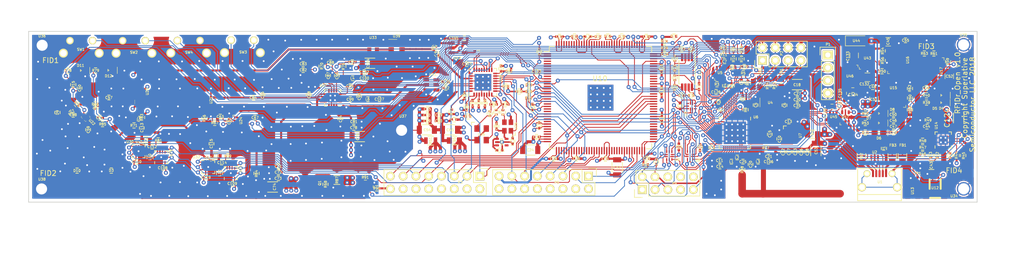
<source format=kicad_pcb>
(kicad_pcb (version 20171130) (host pcbnew "(5.1.5)-3")
  (layers (0 F.Cu signal) (1 In1.Cu signal hide) (2 In2.Cu signal hide) (31 B.Cu signal hide) (34 B.Paste user) (35 F.Paste user) (36 B.SilkS user hide) (37 F.SilkS user) (38 B.Mask user) (39 F.Mask user) (44 Edge.Cuts user))
  (net 0 "")
  (net 1 GNDA)
  (net 2 GND)
  (net 3 "Net-(R69-Pad1)")
  (net 4 "Net-(C86-Pad2)")
  (net 5 VAA)
  (net 6 "Net-(C96-Pad1)")
  (net 7 /RFPA_VCA)
  (net 8 "Net-(C93-Pad2)")
  (net 9 "Net-(R74-Pad1)")
  (net 10 "Net-(R73-Pad1)")
  (net 11 "Net-(C87-Pad1)")
  (net 12 /RFPA_VCB)
  (net 13 /ANT0)
  (net 14 "Net-(D11-Pad2)")
  (net 15 +2V5)
  (net 16 /RFIDr_Open_DigBB/SAMPLE)
  (net 17 VDD)
  (net 18 "Net-(R17-Pad1)")
  (net 19 VSS)
  (net 20 /RFIDr_Open_Radio/TERM)
  (net 21 "Net-(C63-Pad1)")
  (net 22 "Net-(R66-Pad2)")
  (net 23 +1V2)
  (net 24 /EN_VDD_1P2)
  (net 25 VCC)
  (net 26 "Net-(R58-Pad1)")
  (net 27 /ANT1)
  (net 28 "Net-(D12-Pad2)")
  (net 29 "Net-(D8-Pad2)")
  (net 30 /EN_VDD_PA)
  (net 31 "Net-(D7-Pad2)")
  (net 32 "Net-(R80-Pad2)")
  (net 33 "Net-(R45-Pad1)")
  (net 34 "Net-(D5-Pad2)")
  (net 35 "Net-(D1-Pad2)")
  (net 36 "Net-(D4-Pad2)")
  (net 37 "Net-(D2-Pad2)")
  (net 38 "Net-(R44-Pad1)")
  (net 39 /RFIDr_Open_DigBB/RESET)
  (net 40 /RFIDr_Open_DigBB/CYCLE)
  (net 41 "Net-(R8-Pad2)")
  (net 42 "Net-(R7-Pad1)")
  (net 43 /VBAT)
  (net 44 /RFIDr_Open_DigBB/PWR_TOGL)
  (net 45 "Net-(R4-Pad2)")
  (net 46 "Net-(R50-Pad1)")
  (net 47 "Net-(D6-Pad2)")
  (net 48 "Net-(C59-Pad2)")
  (net 49 "Net-(C58-Pad2)")
  (net 50 /RFIDr_Open_DigBB/FPGA_TDI_MCU)
  (net 51 /RFIDr_Open_DigBB/FPGA_TDO_MCU)
  (net 52 /RFIDr_Open_DigBB/FPGA_TCK_MCU)
  (net 53 /RFIDr_Open_DigBB/FPGA_TMS_MCU)
  (net 54 /CHGB)
  (net 55 /PGOODB)
  (net 56 /XO_ENABLE)
  (net 57 /DIO3)
  (net 58 /DIO2)
  (net 59 /RDIO_RST_P)
  (net 60 /RFIDr_Open_DigBB/FPGA_IRQ)
  (net 61 /RFIDr_Open_DigBB/FPGA_RST_N)
  (net 62 /RFIDr_Open_DigBB/FPGA_PRPHL_PCLK)
  (net 63 /RFIDr_Open_DigBB/FPGA_PRPHL_NPS)
  (net 64 /RFIDr_Open_DigBB/FPGA_PRPHL_CIPO)
  (net 65 /RFIDr_Open_DigBB/FPGA_PRPHL_COPI)
  (net 66 /RSSI_DET)
  (net 67 "Net-(U6-Pad2)")
  (net 68 VPP)
  (net 69 "Net-(C57-Pad2)")
  (net 70 "Net-(C59-Pad1)")
  (net 71 "Net-(C58-Pad1)")
  (net 72 "Net-(U2-Pad5)")
  (net 73 "Net-(C63-Pad2)")
  (net 74 "Net-(C90-Pad1)")
  (net 75 "Net-(C92-Pad1)")
  (net 76 "Net-(C89-Pad1)")
  (net 77 /FPGA_CLK_36_IN)
  (net 78 /FPGA_OUT_Q)
  (net 79 /FPGA_OUT_I)
  (net 80 /FPGA_IN_Q)
  (net 81 /FPGA_IN_I)
  (net 82 /CTRLR_PCLK)
  (net 83 /CTRLR_CIPO)
  (net 84 /CTRLR_COPI_CAP0_RDIO)
  (net 85 /CTRLR_NPS_RDIO)
  (net 86 "Net-(U28-Pad21)")
  (net 87 "Net-(U28-Pad22)")
  (net 88 "Net-(C99-Pad1)")
  (net 89 "Net-(C94-Pad1)")
  (net 90 "Net-(U27-Pad13)")
  (net 91 "Net-(C115-Pad2)")
  (net 92 /CTRLR_NPS_DTC)
  (net 93 "Net-(C114-Pad2)")
  (net 94 /CTRLR_COPI_CAP1)
  (net 95 /CTRLR_COPI_CAP3)
  (net 96 "Net-(C112-Pad2)")
  (net 97 "Net-(C113-Pad2)")
  (net 98 /CTRLR_COPI_CAP2)
  (net 99 "Net-(C114-Pad1)")
  (net 100 "Net-(C112-Pad1)")
  (net 101 "Net-(FB1-Pad2)")
  (net 102 "Net-(FB3-Pad2)")
  (net 103 "Net-(C98-Pad2)")
  (net 104 "Net-(C20-Pad1)")
  (net 105 "Net-(P4-Pad6)")
  (net 106 "Net-(P4-Pad7)")
  (net 107 "Net-(P4-Pad8)")
  (net 108 "Net-(U12-PadM1)")
  (net 109 "Net-(U12-PadM2)")
  (net 110 /OPA_SPDT1_CTL)
  (net 111 "Net-(U10-Pad3)")
  (net 112 "Net-(U10-Pad4)")
  (net 113 "Net-(U10-Pad5)")
  (net 114 "Net-(U10-Pad6)")
  (net 115 "Net-(U10-Pad7)")
  (net 116 "Net-(U10-Pad8)")
  (net 117 "Net-(U10-Pad9)")
  (net 118 "Net-(U10-Pad10)")
  (net 119 "Net-(U10-Pad14)")
  (net 120 "Net-(U10-Pad21)")
  (net 121 "Net-(U10-Pad23)")
  (net 122 "Net-(U10-Pad24)")
  (net 123 "Net-(U10-Pad27)")
  (net 124 "Net-(U10-Pad28)")
  (net 125 "Net-(U10-Pad31)")
  (net 126 "Net-(U10-Pad32)")
  (net 127 "Net-(U10-Pad33)")
  (net 128 "Net-(U10-Pad39)")
  (net 129 "Net-(U10-Pad41)")
  (net 130 "Net-(U10-Pad44)")
  (net 131 "Net-(U10-Pad46)")
  (net 132 "Net-(U10-Pad47)")
  (net 133 "Net-(U10-Pad48)")
  (net 134 "Net-(U10-Pad49)")
  (net 135 "Net-(U10-Pad50)")
  (net 136 "Net-(U10-Pad51)")
  (net 137 "Net-(U10-Pad53)")
  (net 138 "Net-(U10-Pad55)")
  (net 139 "Net-(U10-Pad59)")
  (net 140 "Net-(U10-Pad60)")
  (net 141 "Net-(U10-Pad61)")
  (net 142 "Net-(U10-Pad62)")
  (net 143 "Net-(U10-Pad63)")
  (net 144 "Net-(U10-Pad65)")
  (net 145 "Net-(U10-Pad68)")
  (net 146 "Net-(U10-Pad70)")
  (net 147 "Net-(U10-Pad74)")
  (net 148 "Net-(U10-Pad75)")
  (net 149 "Net-(U10-Pad76)")
  (net 150 "Net-(U10-Pad77)")
  (net 151 "Net-(U10-Pad78)")
  (net 152 "Net-(U10-Pad79)")
  (net 153 "Net-(U10-Pad80)")
  (net 154 "Net-(U10-Pad81)")
  (net 155 "Net-(U10-Pad84)")
  (net 156 "Net-(U10-Pad85)")
  (net 157 "Net-(U10-Pad86)")
  (net 158 "Net-(U10-Pad87)")
  (net 159 "Net-(U10-Pad92)")
  (net 160 "Net-(U10-Pad94)")
  (net 161 "Net-(U10-Pad95)")
  (net 162 "Net-(U10-Pad97)")
  (net 163 "Net-(U10-Pad98)")
  (net 164 "Net-(U10-Pad99)")
  (net 165 "Net-(U10-Pad100)")
  (net 166 "Net-(U10-Pad101)")
  (net 167 "Net-(U10-Pad103)")
  (net 168 "Net-(U10-Pad112)")
  (net 169 "Net-(U10-Pad114)")
  (net 170 "Net-(U10-Pad116)")
  (net 171 "Net-(U10-Pad117)")
  (net 172 "Net-(U10-Pad123)")
  (net 173 "Net-(U10-Pad124)")
  (net 174 "Net-(U10-Pad125)")
  (net 175 "Net-(U10-Pad126)")
  (net 176 "Net-(U10-Pad127)")
  (net 177 "Net-(U10-Pad128)")
  (net 178 "Net-(U10-Pad129)")
  (net 179 "Net-(U10-Pad134)")
  (net 180 "Net-(U10-Pad137)")
  (net 181 "Net-(U10-Pad138)")
  (net 182 "Net-(U10-Pad139)")
  (net 183 "Net-(U10-Pad140)")
  (net 184 "Net-(U10-Pad141)")
  (net 185 "Net-(C61-Pad2)")
  (net 186 "Net-(C60-Pad1)")
  (net 187 "Net-(U40-Pad4)")
  (net 188 "Net-(Q1-Pad2)")
  (net 189 "Net-(U3-Pad3)")
  (net 190 "Net-(C22-Pad1)")
  (net 191 "Net-(U41-Pad5)")
  (net 192 "Net-(C125-Pad1)")
  (net 193 "Net-(C103-Pad1)")
  (net 194 "Net-(D3-Pad1)")
  (net 195 "Net-(Q2-Pad1)")
  (net 196 "Net-(C95-Pad1)")
  (net 197 "Net-(C91-Pad2)")
  (net 198 "Net-(R72-Pad1)")
  (net 199 "Net-(C105-Pad2)")
  (net 200 "Net-(C128-Pad2)")
  (net 201 "Net-(C129-Pad2)")
  (net 202 "Net-(TP2-Pad1)")
  (net 203 "Net-(R94-Pad2)")
  (net 204 "Net-(R64-Pad1)")
  (net 205 +5V)
  (net 206 "Net-(C135-Pad1)")
  (net 207 "Net-(C132-Pad2)")
  (net 208 "Net-(U47-Pad1)")
  (net 209 "Net-(U45-Pad1)")
  (net 210 "Net-(R57-Pad2)")
  (net 211 /RFIDr_Open_DigBB/RFIDr_Open_MCU/PWR_TOGL_F)
  (net 212 /RFIDr_Open_DigBB/RFIDr_Open_MCU/LPXC2_BT)
  (net 213 /RFIDr_Open_DigBB/RFIDr_Open_MCU/LPXC1_BT)
  (net 214 /RFIDr_Open_DigBB/RFIDr_Open_MCU/RESET_F)
  (net 215 /RFIDr_Open_DigBB/RFIDr_Open_MCU/CYCLE_F)
  (net 216 /RFIDr_Open_DigBB/RFIDr_Open_MCU/XC1_BT)
  (net 217 /RFIDr_Open_DigBB/RFIDr_Open_MCU/BTLE_DECOUPLE2)
  (net 218 /RFIDr_Open_DigBB/RFIDr_Open_MCU/XC2_BT)
  (net 219 /RFIDr_Open_DigBB/RFIDr_Open_MCU/VDD_PA_BTLE)
  (net 220 /RFIDr_Open_DigBB/RFIDr_Open_MCU/BTLE_DECOUPLE1)
  (net 221 /RFIDr_Open_DigBB/RFIDr_Open_MCU/SAMPLE_F)
  (net 222 /RFIDr_Open_DigBB/RFIDr_Open_MCU/RFIDr_Open_BTLE_ANT/ANT)
  (net 223 /RFIDr_Open_Radio/RFIDr_Open_TRX/RF_OP)
  (net 224 /RFIDr_Open_DigBB/RFIDr_Open_MCU/ANT2B)
  (net 225 /RFIDr_Open_DigBB/RFIDr_Open_MCU/RFIDr_Open_PA_BIAS_CTRL/VDD_OPA_PA)
  (net 226 /RFIDr_Open_PMU/USB_VBUS)
  (net 227 /RFIDr_Open_Radio/RFIDr_Open_ANT_ACCESS/TX_ANT)
  (net 228 /RFIDr_Open_Radio/RFIDr_Open_PA/PA_FILT_OUT)
  (net 229 /RFIDr_Open_Radio/RFIDr_Open_TRX/V1P8)
  (net 230 /RFIDr_Open_Radio/RFIDr_Open_TRX/RF2)
  (net 231 /RFIDr_Open_Radio/RFIDr_Open_PA/PA_IN)
  (net 232 "Net-(C113-Pad1)")
  (net 233 /RFIDr_Open_Radio/RFIDr_Open_TRX/RF_ON)
  (net 234 /RFIDr_Open_PMU/RFIDr_Open_LDOS_QPUMP/CP_P)
  (net 235 /RFIDr_Open_PMU/RFIDr_Open_LDOS_QPUMP/CP_M)
  (net 236 /RFIDr_Open_PMU/USB_VBUS_PRE)
  (net 237 /RFIDr_Open_DigBB/RFIDr_Open_MCU/ANT1B)
  (net 238 /RFIDr_Open_DigBB/RFIDr_Open_MCU/BTLE_SWDIO)
  (net 239 /RFIDr_Open_DigBB/RFIDr_Open_MCU/BTLE_SWCLK)
  (net 240 /RFIDr_Open_DigBB/RFIDr_Open_FPGA/JTAG_TCK)
  (net 241 /RFIDr_Open_DigBB/RFIDr_Open_FPGA/JTAG_SEL)
  (net 242 /RFIDr_Open_DigBB/RFIDr_Open_FPGA/JTAG_TDO)
  (net 243 /RFIDr_Open_DigBB/RFIDr_Open_FPGA/JTAG_TMS)
  (net 244 /RFIDr_Open_DigBB/RFIDr_Open_FPGA/JTAG_TDI)
  (net 245 /RFIDr_Open_PMU/ID)
  (net 246 /RFIDr_Open_DigBB/RFIDr_Open_MCU/BAT_SENSE)
  (net 247 /RFIDr_Open_DigBB/RFIDr_Open_MCU/ADC_IN)
  (net 248 /RFIDr_Open_DigBB/RFIDr_Open_MCU/BAT_LED1)
  (net 249 /RFIDr_Open_DigBB/RFIDr_Open_MCU/BAT_LED0)
  (net 250 /RFIDr_Open_DigBB/RFIDr_Open_FPGA/VCCA)
  (net 251 /RFIDr_Open_DigBB/RFIDr_Open_MCU/RFIDr_Open_PA_BIAS_CTRL/DAC_OA0_FB)
  (net 252 /RFIDr_Open_DigBB/RFIDr_Open_MCU/RFIDr_Open_PA_BIAS_CTRL/DAC_OA0)
  (net 253 /RFIDr_Open_DigBB/RFIDr_Open_MCU/RFIDr_Open_PA_BIAS_CTRL/DAC_OA1)
  (net 254 /RFIDr_Open_DigBB/RFIDr_Open_FPGA/VCCDIG)
  (net 255 /RFIDr_Open_DigBB/RFIDr_Open_FPGA/CONFIG_SEL)
  (net 256 /RFIDr_Open_DigBB/RFIDr_Open_FPGA/NSTATUS)
  (net 257 /RFIDr_Open_DigBB/RFIDr_Open_FPGA/CONF_DONE)
  (net 258 /RFIDr_Open_DigBB/RFIDr_Open_FPGA/NCONFIG)
  (net 259 /RFIDr_Open_DigBB/RFIDr_Open_FPGA/FPGA_TMS)
  (net 260 /RFIDr_Open_DigBB/RFIDr_Open_FPGA/FPGA_TDI)
  (net 261 /RFIDr_Open_DigBB/RFIDr_Open_MCU/RFIDr_Open_PA_BIAS_CTRL/DAC_OA1_FB)
  (net 262 /RFIDr_Open_DigBB/RFIDr_Open_FPGA/FPGA_TCK)
  (net 263 /RFIDr_Open_PMU/RFIDr_Open_PMU_CORE/CEB)
  (net 264 /RFIDr_Open_PMU/RFIDr_Open_PMU_CORE/TS)
  (net 265 /RFIDr_Open_PMU/RFIDr_Open_PMU_CORE/THERMOCOUPLE)
  (net 266 /RFIDr_Open_PMU/RFIDr_Open_PMU_CORE/ISET)
  (net 267 /RFIDr_Open_PMU/RFIDr_Open_PMU_CORE/TD)
  (net 268 /RFIDr_Open_PMU/RFIDr_Open_PMU_CORE/TMR)
  (net 269 /RFIDr_Open_PMU/RFIDr_Open_PMU_CORE/ILIM)
  (net 270 /RFIDr_Open_PMU/RFIDr_Open_LDOS_QPUMP/VFB_2P5)
  (net 271 /RFIDr_Open_PMU/RFIDr_Open_LDOS_QPUMP/VFB_3V)
  (net 272 /RFIDr_Open_PMU/RFIDr_Open_LDOS_QPUMP/VFB_1P2)
  (net 273 /RFIDr_Open_Radio/RFIDr_Open_ANT_ACCESS/RX_FILT)
  (net 274 /RFIDr_Open_PMU/USB_DP)
  (net 275 /RFIDr_Open_PMU/USB_DM)
  (net 276 /RFIDr_Open_DigBB/RFIDr_Open_MCU/ANT0_3V)
  (net 277 /RFIDr_Open_DigBB/RFIDr_Open_MCU/ANT1_3V)
  (net 278 /RFIDr_Open_DigBB/RFIDr_Open_FPGA/FPGA_TDO)
  (net 279 /RFIDr_Open_Radio/RFIDr_Open_PA/PA_OUT)
  (net 280 /RFIDr_Open_Radio/RFIDr_Open_ANT_ACCESS/RX_ANT)
  (net 281 /RFIDr_Open_Radio/RFIDr_Open_ANT_ACCESS/RX_ATT)
  (module Resistors_SMD:R_0402 (layer F.Cu) (at 61.105 44.505 135)
    (fp_text reference R95 (at -0.017382 0.016651 135) (layer F.SilkS) (effects (font (size 0.5 0.5) (thickness 0.1))))
    (fp_text value 0)
    (pad 2 smd rect (at 0.45 0 135) (size 0.4 0.6) (layers F.Cu F.Paste F.Mask) (net 1 GNDA))
    (pad 1 smd rect (at -0.45 0 135) (size 0.4 0.6) (layers F.Cu F.Paste F.Mask) (net 210 "Net-(R57-Pad2)"))
  )
  (module Resistors_SMD:R_0402 (layer F.Cu) (at 64.72 44.52 180)
    (fp_text reference R65 (at -0.005 0.015 180) (layer F.SilkS) (effects (font (size 0.5 0.5) (thickness 0.1))))
    (fp_text value DNI)
    (pad 2 smd rect (at 0.45 0 180) (size 0.4 0.6) (layers F.Cu F.Paste F.Mask) (net 210 "Net-(R57-Pad2)"))
    (pad 1 smd rect (at -0.45 0 180) (size 0.4 0.6) (layers F.Cu F.Paste F.Mask) (net 69 "Net-(C57-Pad2)"))
  )
  (module RFIDr_Open:SC-70-5 (layer F.Cu) (at 211.4 47.055)
    (fp_text reference U45 (at 0.065 -0.055) (layer F.SilkS) (effects (font (size 0.5 0.5) (thickness 0.1))))
    (fp_text value SN74LV1T34)
    (pad 1 smd rect (at -0.65024 0.94996) (size 0.39878 0.7493) (layers F.Cu F.Paste F.Mask) (net 209 "Net-(U45-Pad1)"))
    (pad 2 smd rect (at 0 0.94996) (size 0.39878 0.7493) (layers F.Cu F.Paste F.Mask) (net 277 /RFIDr_Open_DigBB/RFIDr_Open_MCU/ANT1_3V))
    (pad 3 smd rect (at 0.65024 0.94996) (size 0.39878 0.7493) (layers F.Cu F.Paste F.Mask) (net 2 GND))
    (pad 4 smd rect (at 0.65024 -0.94996) (size 0.39878 0.7493) (layers F.Cu F.Paste F.Mask) (net 27 /ANT1))
    (pad 5 smd rect (at -0.65024 -0.94996) (size 0.39878 0.7493) (layers F.Cu F.Paste F.Mask) (net 205 +5V))
  )
  (module RFIDr_Open:SC-70-5 (layer F.Cu) (at 213.83 47.06)
    (fp_text reference U47 (at -0.05 -0.055) (layer F.SilkS) (effects (font (size 0.5 0.5) (thickness 0.1))))
    (fp_text value SN74LV1T34)
    (pad 5 smd rect (at -0.65024 -0.94996) (size 0.39878 0.7493) (layers F.Cu F.Paste F.Mask) (net 205 +5V))
    (pad 4 smd rect (at 0.65024 -0.94996) (size 0.39878 0.7493) (layers F.Cu F.Paste F.Mask) (net 13 /ANT0))
    (pad 3 smd rect (at 0.65024 0.94996) (size 0.39878 0.7493) (layers F.Cu F.Paste F.Mask) (net 2 GND))
    (pad 2 smd rect (at 0 0.94996) (size 0.39878 0.7493) (layers F.Cu F.Paste F.Mask) (net 276 /RFIDr_Open_DigBB/RFIDr_Open_MCU/ANT0_3V))
    (pad 1 smd rect (at -0.65024 0.94996) (size 0.39878 0.7493) (layers F.Cu F.Paste F.Mask) (net 208 "Net-(U47-Pad1)"))
  )
  (module Capacitors_SMD:C_0402 (layer F.Cu) (at 211.17 44.955 180)
    (fp_text reference C130 (at 1.405 -1.29 270) (layer F.SilkS) (effects (font (size 0.5 0.5) (thickness 0.1))))
    (fp_text value 100n)
    (pad 1 smd rect (at -0.55 0 180) (size 0.6 0.5) (layers F.Cu F.Paste F.Mask) (net 205 +5V))
    (pad 2 smd rect (at 0.55 0 180) (size 0.6 0.5) (layers F.Cu F.Paste F.Mask) (net 2 GND))
  )
  (module Capacitors_SMD:C_0402 (layer F.Cu) (at 213.57 44.36 270)
    (fp_text reference C131 (at 0.095 0.98 270) (layer F.SilkS) (effects (font (size 0.5 0.5) (thickness 0.1))))
    (fp_text value 100n)
    (pad 2 smd rect (at 0.55 0 270) (size 0.6 0.5) (layers F.Cu F.Paste F.Mask) (net 205 +5V))
    (pad 1 smd rect (at -0.55 0 270) (size 0.6 0.5) (layers F.Cu F.Paste F.Mask) (net 2 GND))
  )
  (module Capacitors_SMD:C_0402 (layer F.Cu) (at 215.295 41.695 180)
    (fp_text reference C134 (at -0.075 -0.915 180) (layer F.SilkS) (effects (font (size 0.5 0.5) (thickness 0.1))))
    (fp_text value 1u)
    (pad 1 smd rect (at -0.55 0 180) (size 0.6 0.5) (layers F.Cu F.Paste F.Mask) (net 205 +5V))
    (pad 2 smd rect (at 0.55 0 180) (size 0.6 0.5) (layers F.Cu F.Paste F.Mask) (net 2 GND))
  )
  (module Capacitors_SMD:C_0402 (layer F.Cu) (at 213.57 42.335 270)
    (fp_text reference C135 (at 0 0.84 270) (layer F.SilkS) (effects (font (size 0.5 0.5) (thickness 0.1))))
    (fp_text value 10n)
    (pad 2 smd rect (at 0.55 0 270) (size 0.6 0.5) (layers F.Cu F.Paste F.Mask) (net 2 GND))
    (pad 1 smd rect (at -0.55 0 270) (size 0.6 0.5) (layers F.Cu F.Paste F.Mask) (net 206 "Net-(C135-Pad1)"))
  )
  (module Capacitors_SMD:C_0805 (layer F.Cu) (at 218.2 39.135 180)
    (fp_text reference C132 (at 0.61 -1.355 180) (layer F.SilkS) (effects (font (size 0.5 0.5) (thickness 0.1))))
    (fp_text value 4.7u)
    (pad 2 smd rect (at 1 0 180) (size 1 1.25) (layers F.Cu F.Paste F.Mask) (net 207 "Net-(C132-Pad2)"))
    (pad 1 smd rect (at -1 0 180) (size 1 1.25) (layers F.Cu F.Paste F.Mask) (net 2 GND))
  )
  (module Capacitors_SMD:C_0805 (layer F.Cu) (at 219.515 43.55 270)
    (fp_text reference C51 (at 0 0.05) (layer F.SilkS) (effects (font (size 0.5 0.5) (thickness 0.1))))
    (fp_text value 4.7u)
    (pad 1 smd rect (at -1 0 270) (size 1 1.25) (layers F.Cu F.Paste F.Mask) (net 2 GND))
    (pad 2 smd rect (at 1 0 270) (size 1 1.25) (layers F.Cu F.Paste F.Mask) (net 17 VDD))
  )
  (module Capacitors_SMD:C_0805 (layer F.Cu) (at 234.465 38.94 270)
    (fp_text reference C52 (at 0.005 -0.005) (layer F.SilkS) (effects (font (size 0.5 0.5) (thickness 0.1))))
    (fp_text value 4.7u)
    (pad 2 smd rect (at 1 0 270) (size 1 1.25) (layers F.Cu F.Paste F.Mask) (net 23 +1V2))
    (pad 1 smd rect (at -1 0 270) (size 1 1.25) (layers F.Cu F.Paste F.Mask) (net 2 GND))
  )
  (module Capacitors_SMD:C_0805 (layer F.Cu) (at 215.555 34.79 270)
    (fp_text reference C133 (at 0.14 1.26 270) (layer F.SilkS) (effects (font (size 0.5 0.5) (thickness 0.1))))
    (fp_text value 4.7u)
    (pad 1 smd rect (at -1 0 270) (size 1 1.25) (layers F.Cu F.Paste F.Mask) (net 234 /RFIDr_Open_PMU/RFIDr_Open_LDOS_QPUMP/CP_P))
    (pad 2 smd rect (at 1 0 270) (size 1 1.25) (layers F.Cu F.Paste F.Mask) (net 235 /RFIDr_Open_PMU/RFIDr_Open_LDOS_QPUMP/CP_M))
  )
  (module Capacitors_SMD:C_0805 (layer F.Cu) (at 222.33 32.075 180)
    (fp_text reference C45 (at 0.035 0.095 270) (layer F.SilkS) (effects (font (size 0.5 0.5) (thickness 0.1))))
    (fp_text value 4.7u)
    (pad 2 smd rect (at 1 0 180) (size 1 1.25) (layers F.Cu F.Paste F.Mask) (net 15 +2V5))
    (pad 1 smd rect (at -1 0 180) (size 1 1.25) (layers F.Cu F.Paste F.Mask) (net 2 GND))
  )
  (module RFIDr_Open:MBR0520LTR (layer F.Cu) (at 216.075 31.88)
    (fp_text reference U44 (at -0.085 -0.02) (layer F.SilkS) (effects (font (size 0.5 0.5) (thickness 0.1))))
    (fp_text value MBR0520LTR)
    (pad 2 smd rect (at 1.65 0) (size 0.9 1.2) (layers F.Cu F.Paste F.Mask) (net 15 +2V5))
    (pad 1 smd rect (at -1.65 0) (size 0.9 1.2) (layers F.Cu F.Paste F.Mask) (net 207 "Net-(C132-Pad2)"))
  )
  (module RFIDr_Open:SOT-23-5 (layer F.Cu) (at 218.175 35.335)
    (fp_text reference U43 (at 0.03 -0.005) (layer F.SilkS) (effects (font (size 0.5 0.5) (thickness 0.1))))
    (fp_text value LM2767M5)
    (pad 1 smd rect (at -0.95 1.3) (size 0.6 1.1) (layers F.Cu F.Paste F.Mask) (net 207 "Net-(C132-Pad2)"))
    (pad 2 smd rect (at 0 1.3) (size 0.6 1.1) (layers F.Cu F.Paste F.Mask) (net 2 GND))
    (pad 3 smd rect (at 0.95 1.3) (size 0.6 1.1) (layers F.Cu F.Paste F.Mask) (net 235 /RFIDr_Open_PMU/RFIDr_Open_LDOS_QPUMP/CP_M))
    (pad 4 smd rect (at 0.95 -1.3) (size 0.6 1.1) (layers F.Cu F.Paste F.Mask) (net 15 +2V5))
    (pad 5 smd rect (at -0.95 -1.3) (size 0.6 1.1) (layers F.Cu F.Paste F.Mask) (net 234 /RFIDr_Open_PMU/RFIDr_Open_LDOS_QPUMP/CP_P))
  )
  (module RFIDr_Open:SOT-23-5 (layer F.Cu) (at 214.715 38.91 180)
    (fp_text reference U46 (at 0.005 0.005 180) (layer F.SilkS) (effects (font (size 0.5 0.5) (thickness 0.1))))
    (fp_text value LP3985IM5-5.0)
    (pad 5 smd rect (at -0.95 -1.3 180) (size 0.6 1.1) (layers F.Cu F.Paste F.Mask) (net 205 +5V))
    (pad 4 smd rect (at 0.95 -1.3 180) (size 0.6 1.1) (layers F.Cu F.Paste F.Mask) (net 206 "Net-(C135-Pad1)"))
    (pad 3 smd rect (at 0.95 1.3 180) (size 0.6 1.1) (layers F.Cu F.Paste F.Mask) (net 207 "Net-(C132-Pad2)"))
    (pad 2 smd rect (at 0 1.3 180) (size 0.6 1.1) (layers F.Cu F.Paste F.Mask) (net 2 GND))
    (pad 1 smd rect (at -0.95 1.3 180) (size 0.6 1.1) (layers F.Cu F.Paste F.Mask) (net 207 "Net-(C132-Pad2)"))
  )
  (module RFIDr_Open:SOT-89-5 (layer F.Cu) (at 223.18 42.84 90)
    (fp_text reference U15 (at 1.605 0.17 180) (layer F.SilkS) (effects (font (size 0.5 0.5) (thickness 0.1))))
    (fp_text value AP7361C-Y5-13)
    (pad 2 smd rect (at 0 -0.475 90) (size 1.93 3.05) (layers F.Cu F.Paste F.Mask) (net 2 GND))
    (pad 5 smd rect (at -1.5 -1.65 90) (size 0.68 1.2) (layers F.Cu F.Paste F.Mask) (net 17 VDD))
    (pad 4 smd rect (at 1.5 -1.65 90) (size 0.68 1.2) (layers F.Cu F.Paste F.Mask) (net 25 VCC))
    (pad 3 smd rect (at 1.5 1.65 90) (size 0.68 1.2) (layers F.Cu F.Paste F.Mask) (net 271 /RFIDr_Open_PMU/RFIDr_Open_LDOS_QPUMP/VFB_3V))
    (pad 2 smd rect (at 0 1.65 90) (size 0.76 1.2) (layers F.Cu F.Paste F.Mask) (net 2 GND))
    (pad 1 smd rect (at -1.5 1.65 90) (size 0.68 1.2) (layers F.Cu F.Paste F.Mask) (net 26 "Net-(R58-Pad1)"))
  )
  (module RFIDr_Open:SOT-89-5 (layer F.Cu) (at 231.15 37.9 180)
    (fp_text reference U17 (at -1.71 0.06 270) (layer F.SilkS) (effects (font (size 0.5 0.5) (thickness 0.1))))
    (fp_text value AP7361C-Y5-13)
    (pad 1 smd rect (at -1.5 1.65 180) (size 0.68 1.2) (layers F.Cu F.Paste F.Mask) (net 24 /EN_VDD_1P2))
    (pad 2 smd rect (at 0 1.65 180) (size 0.76 1.2) (layers F.Cu F.Paste F.Mask) (net 2 GND))
    (pad 3 smd rect (at 1.5 1.65 180) (size 0.68 1.2) (layers F.Cu F.Paste F.Mask) (net 272 /RFIDr_Open_PMU/RFIDr_Open_LDOS_QPUMP/VFB_1P2))
    (pad 4 smd rect (at 1.5 -1.65 180) (size 0.68 1.2) (layers F.Cu F.Paste F.Mask) (net 25 VCC))
    (pad 5 smd rect (at -1.5 -1.65 180) (size 0.68 1.2) (layers F.Cu F.Paste F.Mask) (net 23 +1V2))
    (pad 2 smd rect (at 0 -0.475 180) (size 1.93 3.05) (layers F.Cu F.Paste F.Mask) (net 2 GND))
  )
  (module RFIDr_Open:SOT-89-5 (layer F.Cu) (at 224.48 35.77)
    (fp_text reference U16 (at 1.705 -0.055 90) (layer F.SilkS) (effects (font (size 0.5 0.5) (thickness 0.1))))
    (fp_text value AP7361C-Y5-13)
    (pad 2 smd rect (at 0 -0.475) (size 1.93 3.05) (layers F.Cu F.Paste F.Mask) (net 2 GND))
    (pad 5 smd rect (at -1.5 -1.65) (size 0.68 1.2) (layers F.Cu F.Paste F.Mask) (net 15 +2V5))
    (pad 4 smd rect (at 1.5 -1.65) (size 0.68 1.2) (layers F.Cu F.Paste F.Mask) (net 25 VCC))
    (pad 3 smd rect (at 1.5 1.65) (size 0.68 1.2) (layers F.Cu F.Paste F.Mask) (net 270 /RFIDr_Open_PMU/RFIDr_Open_LDOS_QPUMP/VFB_2P5))
    (pad 2 smd rect (at 0 1.65) (size 0.76 1.2) (layers F.Cu F.Paste F.Mask) (net 2 GND))
    (pad 1 smd rect (at -1.5 1.65) (size 0.68 1.2) (layers F.Cu F.Paste F.Mask) (net 46 "Net-(R50-Pad1)"))
  )
  (module Resistors_SMD:R_0402 (layer F.Cu) (at 132.15 33.26 45)
    (fp_text reference R94 (at 0 -0.014142 45) (layer F.SilkS) (effects (font (size 0.5 0.5) (thickness 0.1))))
    (fp_text value 0)
    (pad 2 smd rect (at 0.45 0 45) (size 0.4 0.6) (layers F.Cu F.Paste F.Mask) (net 203 "Net-(R94-Pad2)"))
    (pad 1 smd rect (at -0.45 0 45) (size 0.4 0.6) (layers F.Cu F.Paste F.Mask) (net 273 /RFIDr_Open_Radio/RFIDr_Open_ANT_ACCESS/RX_FILT))
  )
  (module Resistors_SMD:R_0402 (layer F.Cu) (at 67.93 57.72 180)
    (fp_text reference D3 (at 0 0.03 180) (layer F.SilkS) (effects (font (size 0.5 0.5) (thickness 0.1))))
    (fp_text value XGD10402KR)
    (pad 1 smd rect (at -0.45 0 180) (size 0.4 0.6) (layers F.Cu F.Paste F.Mask) (net 194 "Net-(D3-Pad1)"))
    (pad 2 smd rect (at 0.45 0 180) (size 0.4 0.6) (layers F.Cu F.Paste F.Mask) (net 1 GNDA))
  )
  (module Capacitors_SMD:C_0201 (layer F.Cu) (at 87.73 55.37 270)
    (fp_text reference C129 (at -0.003571 -0.0075 270) (layer F.SilkS) (effects (font (size 0.3 0.3) (thickness 0.05))))
    (fp_text value 22p)
    (pad 1 smd rect (at -0.28 0 270) (size 0.3 0.35) (layers F.Cu F.Paste F.Mask) (net 91 "Net-(C115-Pad2)"))
    (pad 2 smd rect (at 0.28 0 270) (size 0.3 0.35) (layers F.Cu F.Paste F.Mask) (net 201 "Net-(C129-Pad2)"))
  )
  (module Capacitors_SMD:C_0201 (layer F.Cu) (at 73.86 52.22 270)
    (fp_text reference C128 (at -0.003571 -0.0275 270) (layer F.SilkS) (effects (font (size 0.3 0.3) (thickness 0.05))))
    (fp_text value 22p)
    (pad 2 smd rect (at 0.28 0 270) (size 0.3 0.35) (layers F.Cu F.Paste F.Mask) (net 200 "Net-(C128-Pad2)"))
    (pad 1 smd rect (at -0.28 0 270) (size 0.3 0.35) (layers F.Cu F.Paste F.Mask) (net 97 "Net-(C113-Pad2)"))
  )
  (module Capacitors_SMD:C_0402 (layer F.Cu) (at 138.11 31.36 180)
    (fp_text reference C101 (at 2.07 0.04 180) (layer F.SilkS) (effects (font (size 0.5 0.5) (thickness 0.1))))
    (fp_text value 100n)
    (pad 1 smd rect (at -0.55 0 180) (size 0.6 0.5) (layers F.Cu F.Paste F.Mask) (net 5 VAA))
    (pad 2 smd rect (at 0.55 0 180) (size 0.6 0.5) (layers F.Cu F.Paste F.Mask) (net 1 GNDA))
  )
  (module Capacitors_SMD:C_0402 (layer F.Cu) (at 198.52 55.94)
    (fp_text reference C106 (at 0.03 0.01) (layer F.SilkS) (effects (font (size 0.5 0.5) (thickness 0.1))))
    (fp_text value 1.2p)
    (pad 1 smd rect (at -0.55 0) (size 0.6 0.5) (layers F.Cu F.Paste F.Mask) (net 222 /RFIDr_Open_DigBB/RFIDr_Open_MCU/RFIDr_Open_BTLE_ANT/ANT))
    (pad 2 smd rect (at 0.55 0) (size 0.6 0.5) (layers F.Cu F.Paste F.Mask) (net 2 GND))
  )
  (module Capacitors_SMD:C_0402 (layer F.Cu) (at 145.08 53.69)
    (fp_text reference C111 (at 0.06 -0.01) (layer F.SilkS) (effects (font (size 0.5 0.5) (thickness 0.1))))
    (fp_text value 1u)
    (pad 2 smd rect (at 0.55 0) (size 0.6 0.5) (layers F.Cu F.Paste F.Mask) (net 1 GNDA))
    (pad 1 smd rect (at -0.55 0) (size 0.6 0.5) (layers F.Cu F.Paste F.Mask) (net 5 VAA))
  )
  (module Capacitors_SMD:C_0402 (layer F.Cu) (at 147.69 51.85 90)
    (fp_text reference C127 (at 0 0.02 90) (layer F.SilkS) (effects (font (size 0.5 0.5) (thickness 0.1))))
    (fp_text value DNI)
    (pad 2 smd rect (at 0.55 0 90) (size 0.6 0.5) (layers F.Cu F.Paste F.Mask) (net 56 /XO_ENABLE))
    (pad 1 smd rect (at -0.55 0 90) (size 0.6 0.5) (layers F.Cu F.Paste F.Mask) (net 1 GNDA))
  )
  (module RFIDr_Open:L_0402 (layer F.Cu) (at 73.44 47.42 160)
    (fp_text reference L5 (at 0.010238 0.0025 160) (layer F.SilkS) (effects (font (size 0.5 0.5) (thickness 0.1))))
    (fp_text value 12n)
    (pad 1 smd rect (at -0.55 0 160) (size 0.6 0.5) (layers F.Cu F.Paste F.Mask) (net 232 "Net-(C113-Pad1)"))
    (pad 2 smd rect (at 0.55 0 160) (size 0.6 0.5) (layers F.Cu F.Paste F.Mask) (net 1 GNDA))
  )
  (module RFIDr_Open:SMA_72970 (layer F.Cu) (at 68.92 60.67 270)
    (fp_text reference U23)
    (fp_text value SMA_72970 hide)
    (pad 4 connect rect (at 0 2.85 270) (size 4.5 1.524) (layers B.Cu B.Mask) (net 1 GNDA))
    (pad 3 connect rect (at 0 -2.85 270) (size 4.5 1.524) (layers B.Cu B.Mask) (net 1 GNDA))
    (pad 1 connect rect (at 0 0 270) (size 4.5 0.4) (layers F.Cu F.Mask) (net 194 "Net-(D3-Pad1)"))
    (pad 2 connect rect (at 0 2.85 270) (size 4.5 1.524) (layers F.Cu F.Mask) (net 1 GNDA))
    (pad 0 connect rect (at 0 -2.85 270) (size 4.5 1.524) (layers F.Cu F.Mask) (net 1 GNDA))
  )
  (module RFIDr_Open:SMA_72970 (layer F.Cu) (at 54.825 46.61 180)
    (fp_text reference U18)
    (fp_text value SMA_72970 hide)
    (pad 0 connect rect (at 0 -2.85 180) (size 4.5 1.524) (layers F.Cu F.Mask) (net 1 GNDA))
    (pad 2 connect rect (at 0 2.85 180) (size 4.5 1.524) (layers F.Cu F.Mask) (net 1 GNDA))
    (pad 1 connect rect (at 0 0 180) (size 4.5 0.4) (layers F.Cu F.Mask) (net 49 "Net-(C58-Pad2)"))
    (pad 3 connect rect (at 0 -2.85 180) (size 4.5 1.524) (layers B.Cu B.Mask) (net 1 GNDA))
    (pad 4 connect rect (at 0 2.85 180) (size 4.5 1.524) (layers B.Cu B.Mask) (net 1 GNDA))
  )
  (module RFIDr_Open:SMA_72970 (layer F.Cu) (at 60.68 60.67 270)
    (fp_text reference U19)
    (fp_text value SMA_72970 hide)
    (pad 4 connect rect (at 0 2.85 270) (size 4.5 1.524) (layers B.Cu B.Mask) (net 1 GNDA))
    (pad 3 connect rect (at 0 -2.85 270) (size 4.5 1.524) (layers B.Cu B.Mask) (net 1 GNDA))
    (pad 1 connect rect (at 0 0 270) (size 4.5 0.4) (layers F.Cu F.Mask) (net 48 "Net-(C59-Pad2)"))
    (pad 2 connect rect (at 0 2.85 270) (size 4.5 1.524) (layers F.Cu F.Mask) (net 1 GNDA))
    (pad 0 connect rect (at 0 -2.85 270) (size 4.5 1.524) (layers F.Cu F.Mask) (net 1 GNDA))
  )
  (module RFIDr_Open:SOT-323 (layer F.Cu) (at 117.96 60.93 90)
    (fp_text reference Q2 (at 0 2.1 90) (layer F.SilkS) (effects (font (size 0.25 0.25) (thickness 0.05))))
    (fp_text value CTRL_NMOS)
    (pad 1 smd rect (at -0.65 0.95 90) (size 0.7 0.9) (layers F.Cu F.Paste F.Mask) (net 195 "Net-(Q2-Pad1)"))
    (pad 2 smd rect (at 0.65 0.95 90) (size 0.7 0.9) (layers F.Cu F.Paste F.Mask) (net 1 GNDA))
    (pad 3 smd rect (at 0 -0.95 90) (size 0.7 0.9) (layers F.Cu F.Paste F.Mask) (net 30 /EN_VDD_PA))
  )
  (module RFIDr_Open:TESTPOINT (layer F.Cu) (at 140.16 33.98)
    (fp_text reference TP2 (at 0.72 -0.09) (layer F.SilkS) (effects (font (size 0.25 0.25) (thickness 0.05))))
    (fp_text value TESTPOINT)
    (pad 1 smd rect (at 0 0) (size 0.5 0.5) (layers F.Cu F.Paste F.Mask) (net 202 "Net-(TP2-Pad1)"))
  )
  (module RFIDr_Open:TSOT-23-5 (layer F.Cu) (at 136.87 33.3 270)
    (fp_text reference U42 (at 2.02 0.19) (layer F.SilkS) (effects (font (size 0.5 0.5) (thickness 0.1))))
    (fp_text value LTC5505-1)
    (pad 5 smd rect (at -0.95 -1.31 270) (size 0.62 1.22) (layers F.Cu F.Paste F.Mask) (net 5 VAA))
    (pad 4 smd rect (at 0.95 -1.31 270) (size 0.62 1.22) (layers F.Cu F.Paste F.Mask) (net 202 "Net-(TP2-Pad1)"))
    (pad 3 smd rect (at 0.95 1.31 270) (size 0.62 1.22) (layers F.Cu F.Paste F.Mask) (net 5 VAA))
    (pad 2 smd rect (at 0 1.31 270) (size 0.62 1.22) (layers F.Cu F.Paste F.Mask) (net 1 GNDA))
    (pad 1 smd rect (at -0.95 1.31 270) (size 0.62 1.22) (layers F.Cu F.Paste F.Mask) (net 203 "Net-(R94-Pad2)"))
  )
  (module Resistors_SMD:R_0201 (layer F.Cu) (at 86.85 55.14 180)
    (fp_text reference R93 (at 0.002619 -0.0075 180) (layer F.SilkS) (effects (font (size 0.3 0.3) (thickness 0.05))))
    (fp_text value 10k)
    (pad 1 smd rect (at -0.26 0 180) (size 0.28 0.43) (layers F.Cu F.Paste F.Mask) (net 201 "Net-(C129-Pad2)"))
    (pad 2 smd rect (at 0.26 0 180) (size 0.28 0.43) (layers F.Cu F.Paste F.Mask) (net 1 GNDA))
  )
  (module Resistors_SMD:R_0201 (layer F.Cu) (at 72.99 52 180)
    (fp_text reference R92 (at 0.002619 -0.0175 180) (layer F.SilkS) (effects (font (size 0.3 0.3) (thickness 0.05))))
    (fp_text value 10k)
    (pad 2 smd rect (at 0.26 0 180) (size 0.28 0.43) (layers F.Cu F.Paste F.Mask) (net 1 GNDA))
    (pad 1 smd rect (at -0.26 0 180) (size 0.28 0.43) (layers F.Cu F.Paste F.Mask) (net 200 "Net-(C128-Pad2)"))
  )
  (module Resistors_SMD:R_0402 (layer F.Cu) (at 132.68 34.51 135)
    (fp_text reference R72 (at 0 -0.014142 135) (layer F.SilkS) (effects (font (size 0.5 0.5) (thickness 0.1))))
    (fp_text value 0)
    (pad 1 smd rect (at -0.45 0 135) (size 0.4 0.6) (layers F.Cu F.Paste F.Mask) (net 198 "Net-(R72-Pad1)"))
    (pad 2 smd rect (at 0.45 0 135) (size 0.4 0.6) (layers F.Cu F.Paste F.Mask) (net 273 /RFIDr_Open_Radio/RFIDr_Open_ANT_ACCESS/RX_FILT))
  )
  (module Resistors_SMD:R_0402 (layer F.Cu) (at 118.43 59.1 180)
    (fp_text reference R91 (at 0.042619 0.0125 180) (layer F.SilkS) (effects (font (size 0.5 0.5) (thickness 0.1))))
    (fp_text value 10k)
    (pad 2 smd rect (at 0.45 0 180) (size 0.4 0.6) (layers F.Cu F.Paste F.Mask) (net 195 "Net-(Q2-Pad1)"))
    (pad 1 smd rect (at -0.45 0 180) (size 0.4 0.6) (layers F.Cu F.Paste F.Mask) (net 1 GNDA))
  )
  (module Capacitors_SMD:C_0402 (layer F.Cu) (at 138.17 42.78 270)
    (fp_text reference C95 (at 0.02 0.01 270) (layer F.SilkS) (effects (font (size 0.5 0.5) (thickness 0.1))))
    (fp_text value 1u)
    (pad 1 smd rect (at -0.55 0 270) (size 0.6 0.5) (layers F.Cu F.Paste F.Mask) (net 196 "Net-(C95-Pad1)"))
    (pad 2 smd rect (at 0.55 0 270) (size 0.6 0.5) (layers F.Cu F.Paste F.Mask) (net 1 GNDA))
  )
  (module Resistors_SMD:R_0402 (layer F.Cu) (at 138.835 46.93)
    (fp_text reference R75 (at 0.005 0.035) (layer F.SilkS) (effects (font (size 0.5 0.5) (thickness 0.1))))
    (fp_text value 0)
    (pad 1 smd rect (at -0.45 0) (size 0.4 0.6) (layers F.Cu F.Paste F.Mask) (net 5 VAA))
    (pad 2 smd rect (at 0.45 0) (size 0.4 0.6) (layers F.Cu F.Paste F.Mask) (net 197 "Net-(C91-Pad2)"))
  )
  (module Capacitors_SMD:C_0402 (layer F.Cu) (at 188.13 42.04)
    (fp_text reference C126 (at -0.033572 0.041651) (layer F.SilkS) (effects (font (size 0.5 0.5) (thickness 0.1))))
    (fp_text value 100n)
    (pad 1 smd rect (at -0.55 0) (size 0.6 0.5) (layers F.Cu F.Paste F.Mask) (net 2 GND))
    (pad 2 smd rect (at 0.55 0) (size 0.6 0.5) (layers F.Cu F.Paste F.Mask) (net 66 /RSSI_DET))
  )
  (module Resistors_SMD:R_0402 (layer F.Cu) (at 120.66 61.26)
    (fp_text reference R90 (at 0.012618 0.021651) (layer F.SilkS) (effects (font (size 0.5 0.5) (thickness 0.1))))
    (fp_text value 0)
    (pad 2 smd rect (at 0.45 0) (size 0.4 0.6) (layers F.Cu F.Paste F.Mask) (net 2 GND))
    (pad 1 smd rect (at -0.45 0) (size 0.4 0.6) (layers F.Cu F.Paste F.Mask) (net 1 GNDA))
  )
  (module Resistors_SMD:R_0402 (layer F.Cu) (at 72.44 48.73 180)
    (fp_text reference R71 (at 0.03 -0.02 180) (layer F.SilkS) (effects (font (size 0.5 0.5) (thickness 0.1))))
    (fp_text value DNI)
    (pad 1 smd rect (at -0.45 0 180) (size 0.4 0.6) (layers F.Cu F.Paste F.Mask) (net 232 "Net-(C113-Pad1)"))
    (pad 2 smd rect (at 0.45 0 180) (size 0.4 0.6) (layers F.Cu F.Paste F.Mask) (net 194 "Net-(D3-Pad1)"))
  )
  (module Resistors_SMD:R_0402 (layer F.Cu) (at 91.1 54.85 180)
    (fp_text reference R89 (at 0.03 -0.01 180) (layer F.SilkS) (effects (font (size 0.5 0.5) (thickness 0.1))))
    (fp_text value 10k)
    (pad 2 smd rect (at 0.45 0 180) (size 0.4 0.6) (layers F.Cu F.Paste F.Mask) (net 93 "Net-(C114-Pad2)"))
    (pad 1 smd rect (at -0.45 0 180) (size 0.4 0.6) (layers F.Cu F.Paste F.Mask) (net 1 GNDA))
  )
  (module Capacitors_SMD:C_0402 (layer F.Cu) (at 134.41 41.26)
    (fp_text reference C22 (at -0.01 0.02) (layer F.SilkS) (effects (font (size 0.5 0.5) (thickness 0.1))))
    (fp_text value 100p)
    (pad 1 smd rect (at -0.55 0) (size 0.6 0.5) (layers F.Cu F.Paste F.Mask) (net 190 "Net-(C22-Pad1)"))
    (pad 2 smd rect (at 0.55 0) (size 0.6 0.5) (layers F.Cu F.Paste F.Mask) (net 223 /RFIDr_Open_Radio/RFIDr_Open_TRX/RF_OP))
  )
  (module Capacitors_SMD:C_0402 (layer F.Cu) (at 134.4 40.06)
    (fp_text reference C125 (at -0.06 -0.01) (layer F.SilkS) (effects (font (size 0.5 0.5) (thickness 0.1))))
    (fp_text value 100p)
    (pad 2 smd rect (at 0.55 0) (size 0.6 0.5) (layers F.Cu F.Paste F.Mask) (net 233 /RFIDr_Open_Radio/RFIDr_Open_TRX/RF_ON))
    (pad 1 smd rect (at -0.55 0) (size 0.6 0.5) (layers F.Cu F.Paste F.Mask) (net 192 "Net-(C125-Pad1)"))
  )
  (module RFIDr_Open:EQFP-144_20x20mm_Pitch0.5mm (layer F.Cu) (at 165.15 43.2)
    (fp_text reference U10 (at -0.11 -3.8) (layer F.SilkS))
    (fp_text value 10M02E144)
    (pad 1 smd rect (at -10.55 -8.75) (size 1.45 0.25) (layers F.Cu F.Paste F.Mask) (net 17 VDD))
    (pad 2 smd rect (at -10.55 -8.25) (size 1.45 0.25) (layers F.Cu F.Paste F.Mask) (net 17 VDD))
    (pad 3 smd rect (at -10.55 -7.75) (size 1.45 0.25) (layers F.Cu F.Paste F.Mask) (net 111 "Net-(U10-Pad3)"))
    (pad 4 smd rect (at -10.55 -7.25) (size 1.45 0.25) (layers F.Cu F.Paste F.Mask) (net 112 "Net-(U10-Pad4)"))
    (pad 5 smd rect (at -10.55 -6.75) (size 1.45 0.25) (layers F.Cu F.Paste F.Mask) (net 113 "Net-(U10-Pad5)"))
    (pad 6 smd rect (at -10.55 -6.25) (size 1.45 0.25) (layers F.Cu F.Paste F.Mask) (net 114 "Net-(U10-Pad6)"))
    (pad 7 smd rect (at -10.55 -5.75) (size 1.45 0.25) (layers F.Cu F.Paste F.Mask) (net 115 "Net-(U10-Pad7)"))
    (pad 8 smd rect (at -10.55 -5.25) (size 1.45 0.25) (layers F.Cu F.Paste F.Mask) (net 116 "Net-(U10-Pad8)"))
    (pad 9 smd rect (at -10.55 -4.75) (size 1.45 0.25) (layers F.Cu F.Paste F.Mask) (net 117 "Net-(U10-Pad9)"))
    (pad 10 smd rect (at -10.55 -4.25) (size 1.45 0.25) (layers F.Cu F.Paste F.Mask) (net 118 "Net-(U10-Pad10)"))
    (pad 11 smd rect (at -10.55 -3.75) (size 1.45 0.25) (layers F.Cu F.Paste F.Mask) (net 2 GND))
    (pad 12 smd rect (at -10.55 -3.25) (size 1.45 0.25) (layers F.Cu F.Paste F.Mask) (net 17 VDD))
    (pad 13 smd rect (at -10.55 -2.75) (size 1.45 0.25) (layers F.Cu F.Paste F.Mask) (net 63 /RFIDr_Open_DigBB/FPGA_PRPHL_NPS))
    (pad 14 smd rect (at -10.55 -2.25) (size 1.45 0.25) (layers F.Cu F.Paste F.Mask) (net 119 "Net-(U10-Pad14)"))
    (pad 15 smd rect (at -10.55 -1.75) (size 1.45 0.25) (layers F.Cu F.Paste F.Mask) (net 259 /RFIDr_Open_DigBB/RFIDr_Open_FPGA/FPGA_TMS))
    (pad 16 smd rect (at -10.55 -1.25) (size 1.45 0.25) (layers F.Cu F.Paste F.Mask) (net 262 /RFIDr_Open_DigBB/RFIDr_Open_FPGA/FPGA_TCK))
    (pad 17 smd rect (at -10.55 -0.75) (size 1.45 0.25) (layers F.Cu F.Paste F.Mask) (net 260 /RFIDr_Open_DigBB/RFIDr_Open_FPGA/FPGA_TDI))
    (pad 18 smd rect (at -10.55 -0.25) (size 1.45 0.25) (layers F.Cu F.Paste F.Mask) (net 278 /RFIDr_Open_DigBB/RFIDr_Open_FPGA/FPGA_TDO))
    (pad 19 smd rect (at -10.55 0.25) (size 1.45 0.25) (layers F.Cu F.Paste F.Mask) (net 61 /RFIDr_Open_DigBB/FPGA_RST_N))
    (pad 20 smd rect (at -10.55 0.75) (size 1.45 0.25) (layers F.Cu F.Paste F.Mask) (net 2 GND))
    (pad 21 smd rect (at -10.55 1.25) (size 1.45 0.25) (layers F.Cu F.Paste F.Mask) (net 120 "Net-(U10-Pad21)"))
    (pad 22 smd rect (at -10.55 1.75) (size 1.45 0.25) (layers F.Cu F.Paste F.Mask) (net 17 VDD))
    (pad 23 smd rect (at -10.55 2.25) (size 1.45 0.25) (layers F.Cu F.Paste F.Mask) (net 121 "Net-(U10-Pad23)"))
    (pad 24 smd rect (at -10.55 2.75) (size 1.45 0.25) (layers F.Cu F.Paste F.Mask) (net 122 "Net-(U10-Pad24)"))
    (pad 25 smd rect (at -10.55 3.25) (size 1.45 0.25) (layers F.Cu F.Paste F.Mask) (net 98 /CTRLR_COPI_CAP2))
    (pad 26 smd rect (at -10.55 3.75) (size 1.45 0.25) (layers F.Cu F.Paste F.Mask) (net 95 /CTRLR_COPI_CAP3))
    (pad 27 smd rect (at -10.55 4.25) (size 1.45 0.25) (layers F.Cu F.Paste F.Mask) (net 123 "Net-(U10-Pad27)"))
    (pad 28 smd rect (at -10.55 4.75) (size 1.45 0.25) (layers F.Cu F.Paste F.Mask) (net 124 "Net-(U10-Pad28)"))
    (pad 29 smd rect (at -10.55 5.25) (size 1.45 0.25) (layers F.Cu F.Paste F.Mask) (net 17 VDD))
    (pad 30 smd rect (at -10.55 5.75) (size 1.45 0.25) (layers F.Cu F.Paste F.Mask) (net 2 GND))
    (pad 31 smd rect (at -10.55 6.25) (size 1.45 0.25) (layers F.Cu F.Paste F.Mask) (net 125 "Net-(U10-Pad31)"))
    (pad 32 smd rect (at -10.55 6.75) (size 1.45 0.25) (layers F.Cu F.Paste F.Mask) (net 126 "Net-(U10-Pad32)"))
    (pad 33 smd rect (at -10.55 7.25) (size 1.45 0.25) (layers F.Cu F.Paste F.Mask) (net 127 "Net-(U10-Pad33)"))
    (pad 34 smd rect (at -10.55 7.75) (size 1.45 0.25) (layers F.Cu F.Paste F.Mask) (net 17 VDD))
    (pad 35 smd rect (at -10.55 8.25) (size 1.45 0.25) (layers F.Cu F.Paste F.Mask) (net 17 VDD))
    (pad 36 smd rect (at -10.55 8.75) (size 1.45 0.25) (layers F.Cu F.Paste F.Mask) (net 17 VDD))
    (pad 37 smd rect (at -8.75 10.55 90) (size 1.45 0.25) (layers F.Cu F.Paste F.Mask) (net 17 VDD))
    (pad 38 smd rect (at -8.25 10.55 90) (size 1.45 0.25) (layers F.Cu F.Paste F.Mask) (net 2 GND))
    (pad 39 smd rect (at -7.75 10.55 90) (size 1.45 0.25) (layers F.Cu F.Paste F.Mask) (net 128 "Net-(U10-Pad39)"))
    (pad 40 smd rect (at -7.25 10.55 90) (size 1.45 0.25) (layers F.Cu F.Paste F.Mask) (net 92 /CTRLR_NPS_DTC))
    (pad 41 smd rect (at -6.75 10.55 90) (size 1.45 0.25) (layers F.Cu F.Paste F.Mask) (net 129 "Net-(U10-Pad41)"))
    (pad 42 smd rect (at -6.25 10.55 90) (size 1.45 0.25) (layers F.Cu F.Paste F.Mask) (net 85 /CTRLR_NPS_RDIO))
    (pad 43 smd rect (at -5.75 10.55 90) (size 1.45 0.25) (layers F.Cu F.Paste F.Mask) (net 17 VDD))
    (pad 44 smd rect (at -5.25 10.55 90) (size 1.45 0.25) (layers F.Cu F.Paste F.Mask) (net 130 "Net-(U10-Pad44)"))
    (pad 45 smd rect (at -4.75 10.55 90) (size 1.45 0.25) (layers F.Cu F.Paste F.Mask) (net 2 GND))
    (pad 46 smd rect (at -4.25 10.55 90) (size 1.45 0.25) (layers F.Cu F.Paste F.Mask) (net 131 "Net-(U10-Pad46)"))
    (pad 47 smd rect (at -3.75 10.55 90) (size 1.45 0.25) (layers F.Cu F.Paste F.Mask) (net 132 "Net-(U10-Pad47)"))
    (pad 48 smd rect (at -3.25 10.55 90) (size 1.45 0.25) (layers F.Cu F.Paste F.Mask) (net 133 "Net-(U10-Pad48)"))
    (pad 49 smd rect (at -2.75 10.55 90) (size 1.45 0.25) (layers F.Cu F.Paste F.Mask) (net 134 "Net-(U10-Pad49)"))
    (pad 50 smd rect (at -2.25 10.55 90) (size 1.45 0.25) (layers F.Cu F.Paste F.Mask) (net 135 "Net-(U10-Pad50)"))
    (pad 51 smd rect (at -1.75 10.55 90) (size 1.45 0.25) (layers F.Cu F.Paste F.Mask) (net 136 "Net-(U10-Pad51)"))
    (pad 52 smd rect (at -1.25 10.55 90) (size 1.45 0.25) (layers F.Cu F.Paste F.Mask) (net 84 /CTRLR_COPI_CAP0_RDIO))
    (pad 53 smd rect (at -0.75 10.55 90) (size 1.45 0.25) (layers F.Cu F.Paste F.Mask) (net 137 "Net-(U10-Pad53)"))
    (pad 54 smd rect (at -0.25 10.55 90) (size 1.45 0.25) (layers F.Cu F.Paste F.Mask) (net 83 /CTRLR_CIPO))
    (pad 55 smd rect (at 0.25 10.55 90) (size 1.45 0.25) (layers F.Cu F.Paste F.Mask) (net 138 "Net-(U10-Pad55)"))
    (pad 56 smd rect (at 0.75 10.55 90) (size 1.45 0.25) (layers F.Cu F.Paste F.Mask) (net 17 VDD))
    (pad 57 smd rect (at 1.25 10.55 90) (size 1.45 0.25) (layers F.Cu F.Paste F.Mask) (net 2 GND))
    (pad 58 smd rect (at 1.75 10.55 90) (size 1.45 0.25) (layers F.Cu F.Paste F.Mask) (net 17 VDD))
    (pad 59 smd rect (at 2.25 10.55 90) (size 1.45 0.25) (layers F.Cu F.Paste F.Mask) (net 139 "Net-(U10-Pad59)"))
    (pad 60 smd rect (at 2.75 10.55 90) (size 1.45 0.25) (layers F.Cu F.Paste F.Mask) (net 140 "Net-(U10-Pad60)"))
    (pad 61 smd rect (at 3.25 10.55 90) (size 1.45 0.25) (layers F.Cu F.Paste F.Mask) (net 141 "Net-(U10-Pad61)"))
    (pad 62 smd rect (at 3.75 10.55 90) (size 1.45 0.25) (layers F.Cu F.Paste F.Mask) (net 142 "Net-(U10-Pad62)"))
    (pad 63 smd rect (at 4.25 10.55 90) (size 1.45 0.25) (layers F.Cu F.Paste F.Mask) (net 143 "Net-(U10-Pad63)"))
    (pad 64 smd rect (at 4.75 10.55 90) (size 1.45 0.25) (layers F.Cu F.Paste F.Mask) (net 17 VDD))
    (pad 65 smd rect (at 5.25 10.55 90) (size 1.45 0.25) (layers F.Cu F.Paste F.Mask) (net 144 "Net-(U10-Pad65)"))
    (pad 66 smd rect (at 5.75 10.55 90) (size 1.45 0.25) (layers F.Cu F.Paste F.Mask) (net 2 GND))
    (pad 67 smd rect (at 6.25 10.55 90) (size 1.45 0.25) (layers F.Cu F.Paste F.Mask) (net 79 /FPGA_OUT_I))
    (pad 68 smd rect (at 6.75 10.55 90) (size 1.45 0.25) (layers F.Cu F.Paste F.Mask) (net 145 "Net-(U10-Pad68)"))
    (pad 69 smd rect (at 7.25 10.55 90) (size 1.45 0.25) (layers F.Cu F.Paste F.Mask) (net 78 /FPGA_OUT_Q))
    (pad 70 smd rect (at 7.75 10.55 90) (size 1.45 0.25) (layers F.Cu F.Paste F.Mask) (net 146 "Net-(U10-Pad70)"))
    (pad 71 smd rect (at 8.25 10.55 90) (size 1.45 0.25) (layers F.Cu F.Paste F.Mask) (net 17 VDD))
    (pad 72 smd rect (at 8.75 10.55 90) (size 1.45 0.25) (layers F.Cu F.Paste F.Mask) (net 17 VDD))
    (pad 73 smd rect (at 10.55 8.75) (size 1.45 0.25) (layers F.Cu F.Paste F.Mask) (net 17 VDD))
    (pad 74 smd rect (at 10.55 8.25) (size 1.45 0.25) (layers F.Cu F.Paste F.Mask) (net 147 "Net-(U10-Pad74)"))
    (pad 75 smd rect (at 10.55 7.75) (size 1.45 0.25) (layers F.Cu F.Paste F.Mask) (net 148 "Net-(U10-Pad75)"))
    (pad 76 smd rect (at 10.55 7.25) (size 1.45 0.25) (layers F.Cu F.Paste F.Mask) (net 149 "Net-(U10-Pad76)"))
    (pad 77 smd rect (at 10.55 6.75) (size 1.45 0.25) (layers F.Cu F.Paste F.Mask) (net 150 "Net-(U10-Pad77)"))
    (pad 78 smd rect (at 10.55 6.25) (size 1.45 0.25) (layers F.Cu F.Paste F.Mask) (net 151 "Net-(U10-Pad78)"))
    (pad 79 smd rect (at 10.55 5.75) (size 1.45 0.25) (layers F.Cu F.Paste F.Mask) (net 152 "Net-(U10-Pad79)"))
    (pad 80 smd rect (at 10.55 5.25) (size 1.45 0.25) (layers F.Cu F.Paste F.Mask) (net 153 "Net-(U10-Pad80)"))
    (pad 81 smd rect (at 10.55 4.75) (size 1.45 0.25) (layers F.Cu F.Paste F.Mask) (net 154 "Net-(U10-Pad81)"))
    (pad 82 smd rect (at 10.55 4.25) (size 1.45 0.25) (layers F.Cu F.Paste F.Mask) (net 17 VDD))
    (pad 83 smd rect (at 10.55 3.75) (size 1.45 0.25) (layers F.Cu F.Paste F.Mask) (net 2 GND))
    (pad 84 smd rect (at 10.55 3.25) (size 1.45 0.25) (layers F.Cu F.Paste F.Mask) (net 155 "Net-(U10-Pad84)"))
    (pad 85 smd rect (at 10.55 2.75) (size 1.45 0.25) (layers F.Cu F.Paste F.Mask) (net 156 "Net-(U10-Pad85)"))
    (pad 86 smd rect (at 10.55 2.25) (size 1.45 0.25) (layers F.Cu F.Paste F.Mask) (net 157 "Net-(U10-Pad86)"))
    (pad 87 smd rect (at 10.55 1.75) (size 1.45 0.25) (layers F.Cu F.Paste F.Mask) (net 158 "Net-(U10-Pad87)"))
    (pad 88 smd rect (at 10.55 1.25) (size 1.45 0.25) (layers F.Cu F.Paste F.Mask) (net 80 /FPGA_IN_Q))
    (pad 89 smd rect (at 10.55 0.75) (size 1.45 0.25) (layers F.Cu F.Paste F.Mask) (net 81 /FPGA_IN_I))
    (pad 90 smd rect (at 10.55 0.25) (size 1.45 0.25) (layers F.Cu F.Paste F.Mask) (net 82 /CTRLR_PCLK))
    (pad 91 smd rect (at 10.55 -0.25) (size 1.45 0.25) (layers F.Cu F.Paste F.Mask) (net 77 /FPGA_CLK_36_IN))
    (pad 92 smd rect (at 10.55 -0.75) (size 1.45 0.25) (layers F.Cu F.Paste F.Mask) (net 159 "Net-(U10-Pad92)"))
    (pad 93 smd rect (at 10.55 -1.25) (size 1.45 0.25) (layers F.Cu F.Paste F.Mask) (net 17 VDD))
    (pad 94 smd rect (at 10.55 -1.75) (size 1.45 0.25) (layers F.Cu F.Paste F.Mask) (net 160 "Net-(U10-Pad94)"))
    (pad 95 smd rect (at 10.55 -2.25) (size 1.45 0.25) (layers F.Cu F.Paste F.Mask) (net 161 "Net-(U10-Pad95)"))
    (pad 96 smd rect (at 10.55 -2.75) (size 1.45 0.25) (layers F.Cu F.Paste F.Mask) (net 2 GND))
    (pad 97 smd rect (at 10.55 -3.25) (size 1.45 0.25) (layers F.Cu F.Paste F.Mask) (net 162 "Net-(U10-Pad97)"))
    (pad 98 smd rect (at 10.55 -3.75) (size 1.45 0.25) (layers F.Cu F.Paste F.Mask) (net 163 "Net-(U10-Pad98)"))
    (pad 99 smd rect (at 10.55 -4.25) (size 1.45 0.25) (layers F.Cu F.Paste F.Mask) (net 164 "Net-(U10-Pad99)"))
    (pad 100 smd rect (at 10.55 -4.75) (size 1.45 0.25) (layers F.Cu F.Paste F.Mask) (net 165 "Net-(U10-Pad100)"))
    (pad 101 smd rect (at 10.55 -5.25) (size 1.45 0.25) (layers F.Cu F.Paste F.Mask) (net 166 "Net-(U10-Pad101)"))
    (pad 102 smd rect (at 10.55 -5.75) (size 1.45 0.25) (layers F.Cu F.Paste F.Mask) (net 17 VDD))
    (pad 103 smd rect (at 10.55 -6.25) (size 1.45 0.25) (layers F.Cu F.Paste F.Mask) (net 167 "Net-(U10-Pad103)"))
    (pad 104 smd rect (at 10.55 -6.75) (size 1.45 0.25) (layers F.Cu F.Paste F.Mask) (net 2 GND))
    (pad 105 smd rect (at 10.55 -7.25) (size 1.45 0.25) (layers F.Cu F.Paste F.Mask) (net 94 /CTRLR_COPI_CAP1))
    (pad 106 smd rect (at 10.55 -7.75) (size 1.45 0.25) (layers F.Cu F.Paste F.Mask) (net 60 /RFIDr_Open_DigBB/FPGA_IRQ))
    (pad 107 smd rect (at 10.55 -8.25) (size 1.45 0.25) (layers F.Cu F.Paste F.Mask) (net 17 VDD))
    (pad 108 smd rect (at 10.55 -8.75) (size 1.45 0.25) (layers F.Cu F.Paste F.Mask) (net 17 VDD))
    (pad 109 smd rect (at 8.75 -10.55 90) (size 1.45 0.25) (layers F.Cu F.Paste F.Mask) (net 17 VDD))
    (pad 110 smd rect (at 8.25 -10.55 90) (size 1.45 0.25) (layers F.Cu F.Paste F.Mask) (net 2 GND))
    (pad 111 smd rect (at 7.75 -10.55 90) (size 1.45 0.25) (layers F.Cu F.Paste F.Mask) (net 17 VDD))
    (pad 112 smd rect (at 7.25 -10.55 90) (size 1.45 0.25) (layers F.Cu F.Paste F.Mask) (net 168 "Net-(U10-Pad112)"))
    (pad 113 smd rect (at 6.75 -10.55 90) (size 1.45 0.25) (layers F.Cu F.Paste F.Mask) (net 62 /RFIDr_Open_DigBB/FPGA_PRPHL_PCLK))
    (pad 114 smd rect (at 6.25 -10.55 90) (size 1.45 0.25) (layers F.Cu F.Paste F.Mask) (net 169 "Net-(U10-Pad114)"))
    (pad 115 smd rect (at 5.75 -10.55 90) (size 1.45 0.25) (layers F.Cu F.Paste F.Mask) (net 64 /RFIDr_Open_DigBB/FPGA_PRPHL_CIPO))
    (pad 116 smd rect (at 5.25 -10.55 90) (size 1.45 0.25) (layers F.Cu F.Paste F.Mask) (net 170 "Net-(U10-Pad116)"))
    (pad 117 smd rect (at 4.75 -10.55 90) (size 1.45 0.25) (layers F.Cu F.Paste F.Mask) (net 171 "Net-(U10-Pad117)"))
    (pad 118 smd rect (at 4.25 -10.55 90) (size 1.45 0.25) (layers F.Cu F.Paste F.Mask) (net 17 VDD))
    (pad 119 smd rect (at 3.75 -10.55 90) (size 1.45 0.25) (layers F.Cu F.Paste F.Mask) (net 2 GND))
    (pad 120 smd rect (at 3.25 -10.55 90) (size 1.45 0.25) (layers F.Cu F.Paste F.Mask) (net 255 /RFIDr_Open_DigBB/RFIDr_Open_FPGA/CONFIG_SEL))
    (pad 121 smd rect (at 2.75 -10.55 90) (size 1.45 0.25) (layers F.Cu F.Paste F.Mask) (net 17 VDD))
    (pad 122 smd rect (at 2.25 -10.55 90) (size 1.45 0.25) (layers F.Cu F.Paste F.Mask) (net 258 /RFIDr_Open_DigBB/RFIDr_Open_FPGA/NCONFIG))
    (pad 123 smd rect (at 1.75 -10.55 90) (size 1.45 0.25) (layers F.Cu F.Paste F.Mask) (net 172 "Net-(U10-Pad123)"))
    (pad 124 smd rect (at 1.25 -10.55 90) (size 1.45 0.25) (layers F.Cu F.Paste F.Mask) (net 173 "Net-(U10-Pad124)"))
    (pad 125 smd rect (at 0.75 -10.55 90) (size 1.45 0.25) (layers F.Cu F.Paste F.Mask) (net 174 "Net-(U10-Pad125)"))
    (pad 126 smd rect (at 0.25 -10.55 90) (size 1.45 0.25) (layers F.Cu F.Paste F.Mask) (net 175 "Net-(U10-Pad126)"))
    (pad 127 smd rect (at -0.25 -10.55 90) (size 1.45 0.25) (layers F.Cu F.Paste F.Mask) (net 176 "Net-(U10-Pad127)"))
    (pad 128 smd rect (at -0.75 -10.55 90) (size 1.45 0.25) (layers F.Cu F.Paste F.Mask) (net 177 "Net-(U10-Pad128)"))
    (pad 129 smd rect (at -1.25 -10.55 90) (size 1.45 0.25) (layers F.Cu F.Paste F.Mask) (net 178 "Net-(U10-Pad129)"))
    (pad 130 smd rect (at -1.75 -10.55 90) (size 1.45 0.25) (layers F.Cu F.Paste F.Mask) (net 65 /RFIDr_Open_DigBB/FPGA_PRPHL_COPI))
    (pad 131 smd rect (at -2.25 -10.55 90) (size 1.45 0.25) (layers F.Cu F.Paste F.Mask) (net 256 /RFIDr_Open_DigBB/RFIDr_Open_FPGA/NSTATUS))
    (pad 132 smd rect (at -2.75 -10.55 90) (size 1.45 0.25) (layers F.Cu F.Paste F.Mask) (net 17 VDD))
    (pad 133 smd rect (at -3.25 -10.55 90) (size 1.45 0.25) (layers F.Cu F.Paste F.Mask) (net 2 GND))
    (pad 134 smd rect (at -3.75 -10.55 90) (size 1.45 0.25) (layers F.Cu F.Paste F.Mask) (net 179 "Net-(U10-Pad134)"))
    (pad 135 smd rect (at -4.25 -10.55 90) (size 1.45 0.25) (layers F.Cu F.Paste F.Mask) (net 257 /RFIDr_Open_DigBB/RFIDr_Open_FPGA/CONF_DONE))
    (pad 136 smd rect (at -4.75 -10.55 90) (size 1.45 0.25) (layers F.Cu F.Paste F.Mask) (net 17 VDD))
    (pad 137 smd rect (at -5.25 -10.55 90) (size 1.45 0.25) (layers F.Cu F.Paste F.Mask) (net 180 "Net-(U10-Pad137)"))
    (pad 138 smd rect (at -5.75 -10.55 90) (size 1.45 0.25) (layers F.Cu F.Paste F.Mask) (net 181 "Net-(U10-Pad138)"))
    (pad 139 smd rect (at -6.25 -10.55 90) (size 1.45 0.25) (layers F.Cu F.Paste F.Mask) (net 182 "Net-(U10-Pad139)"))
    (pad 140 smd rect (at -6.75 -10.55 90) (size 1.45 0.25) (layers F.Cu F.Paste F.Mask) (net 183 "Net-(U10-Pad140)"))
    (pad 141 smd rect (at -7.25 -10.55 90) (size 1.45 0.25) (layers F.Cu F.Paste F.Mask) (net 184 "Net-(U10-Pad141)"))
    (pad 142 smd rect (at -7.75 -10.55 90) (size 1.45 0.25) (layers F.Cu F.Paste F.Mask) (net 17 VDD))
    (pad 143 smd rect (at -8.25 -10.55 90) (size 1.45 0.25) (layers F.Cu F.Paste F.Mask) (net 2 GND))
    (pad 144 smd rect (at -8.75 -10.55 90) (size 1.45 0.25) (layers F.Cu F.Paste F.Mask) (net 17 VDD))
    (pad 145 thru_hole rect (at -0.64375 -0.64375) (size 1.2875 1.2875) (drill 0.3556) (layers *.Cu *.Mask F.Paste) (net 2 GND))
    (pad 145 thru_hole rect (at -0.64375 0.64375) (size 1.2875 1.2875) (drill 0.3556) (layers *.Cu *.Mask F.Paste) (net 2 GND))
    (pad 145 thru_hole rect (at 0.64375 0.64375) (size 1.2875 1.2875) (drill 0.3556) (layers *.Cu *.Mask F.Paste) (net 2 GND))
    (pad 145 thru_hole rect (at 0.64375 -0.64375) (size 1.2875 1.2875) (drill 0.3556) (layers *.Cu *.Mask F.Paste) (net 2 GND))
    (pad 145 thru_hole rect (at -0.64375 -1.93125) (size 1.2875 1.2875) (drill 0.3556) (layers *.Cu *.Mask F.Paste) (net 2 GND))
    (pad 145 thru_hole rect (at 0.64375 -1.93125) (size 1.2875 1.2875) (drill 0.3556) (layers *.Cu *.Mask F.Paste) (net 2 GND))
    (pad 145 thru_hole rect (at 1.93125 -1.93125) (size 1.2875 1.2875) (drill 0.3556) (layers *.Cu *.Mask F.Paste) (net 2 GND))
    (pad 145 thru_hole rect (at 1.93125 -0.64375) (size 1.2875 1.2875) (drill 0.3556) (layers *.Cu *.Mask F.Paste) (net 2 GND))
    (pad 145 thru_hole rect (at 1.93125 0.64375) (size 1.2875 1.2875) (drill 0.3556) (layers *.Cu *.Mask F.Paste) (net 2 GND))
    (pad 145 thru_hole rect (at 1.93125 1.93125) (size 1.2875 1.2875) (drill 0.3556) (layers *.Cu *.Mask F.Paste) (net 2 GND))
    (pad 145 thru_hole rect (at 0.64375 1.93125) (size 1.2875 1.2875) (drill 0.3556) (layers *.Cu *.Mask F.Paste) (net 2 GND))
    (pad 145 thru_hole rect (at -0.64375 1.93125) (size 1.2875 1.2875) (drill 0.3556) (layers *.Cu *.Mask F.Paste) (net 2 GND))
    (pad 145 thru_hole rect (at -1.93125 1.93125) (size 1.2875 1.2875) (drill 0.3556) (layers *.Cu *.Mask F.Paste) (net 2 GND))
    (pad 145 thru_hole rect (at -1.93125 0.64375) (size 1.2875 1.2875) (drill 0.3556) (layers *.Cu *.Mask F.Paste) (net 2 GND))
    (pad 145 thru_hole rect (at -1.93125 -0.64375) (size 1.2875 1.2875) (drill 0.3556) (layers *.Cu *.Mask F.Paste) (net 2 GND))
    (pad 145 thru_hole rect (at -1.93125 -1.93125) (size 1.2875 1.2875) (drill 0.3556) (layers *.Cu *.Mask F.Paste) (net 2 GND))
  )
  (module Capacitors_SMD:C_1206 (layer F.Cu) (at 236.33 47.24 90)
    (fp_text reference C124 (at 0 -2.3 90) (layer F.SilkS))
    (fp_text value 10u)
    (pad 2 smd rect (at 1.5 0 90) (size 1 1.6) (layers F.Cu F.Paste F.Mask) (net 2 GND))
    (pad 1 smd rect (at -1.5 0 90) (size 1 1.6) (layers F.Cu F.Paste F.Mask) (net 25 VCC))
  )
  (module RFIDr_Open:RFIDr_Fiducial_1mm_Dia_2.54mm_Outer_CopperTop (layer F.Cu) (at 55.62 37.67)
    (fp_text reference FID1 (at 0.24 -1.89) (layer F.SilkS))
    (fp_text value FIDUCIAL)
    (pad ~ smd circle (at 0 0) (size 0.5 0.5) (layers F.Cu F.Mask) (clearance 1))
  )
  (module RFIDr_Open:RFIDr_Fiducial_1mm_Dia_2.54mm_Outer_CopperTop (layer F.Cu) (at 55.82 56.27)
    (fp_text reference FID2 (at -0.43 1.98) (layer F.SilkS))
    (fp_text value FIDUCIAL)
    (pad ~ smd circle (at 0 0) (size 0.5 0.5) (layers F.Cu F.Mask) (clearance 1))
  )
  (module RFIDr_Open:RFIDr_Fiducial_1mm_Dia_2.54mm_Outer_CopperTop (layer F.Cu) (at 233.11 32.145)
    (fp_text reference FID3 (at -3.21 0.855) (layer F.SilkS))
    (fp_text value FIDUCIAL)
    (pad ~ smd circle (at 0 0) (size 0.5 0.5) (layers F.Cu F.Mask) (clearance 1))
  )
  (module RFIDr_Open:RFIDr_Fiducial_1mm_Dia_2.54mm_Outer_CopperTop (layer F.Cu) (at 238.24 58.22)
    (fp_text reference FID4 (at -2.83 -0.51) (layer F.SilkS))
    (fp_text value FIDUCIAL)
    (pad ~ smd circle (at 0 0) (size 0.5 0.5) (layers F.Cu F.Mask) (clearance 1))
  )
  (module Resistors_SMD:R_0402 (layer F.Cu) (at 193.3 57.5 90)
    (fp_text reference R88 (at -0.04 0.02 90) (layer F.SilkS) (effects (font (size 0.5 0.5) (thickness 0.1))))
    (fp_text value 0)
    (pad 2 smd rect (at 0.45 0 90) (size 0.4 0.6) (layers F.Cu F.Paste F.Mask) (net 2 GND))
    (pad 1 smd rect (at -0.45 0 90) (size 0.4 0.6) (layers F.Cu F.Paste F.Mask) (net 222 /RFIDr_Open_DigBB/RFIDr_Open_MCU/RFIDr_Open_BTLE_ANT/ANT))
  )
  (module RFIDr_Open:NX2520 (layer F.Cu) (at 202.94 50.56 270)
    (fp_text reference U7 (at 0.19 -1.91 270) (layer F.SilkS) (effects (font (size 0.5 0.5) (thickness 0.1))))
    (fp_text value NX2520SA_16MHz_XTAL)
    (pad 1 smd rect (at -0.85 0.65 270) (size 1.2 1) (layers F.Cu F.Paste F.Mask) (net 218 /RFIDr_Open_DigBB/RFIDr_Open_MCU/XC2_BT))
    (pad 2 smd rect (at 0.85 0.65 270) (size 1.2 1) (layers F.Cu F.Paste F.Mask) (net 2 GND))
    (pad 3 smd rect (at 0.85 -0.65 270) (size 1.2 1) (layers F.Cu F.Paste F.Mask) (net 216 /RFIDr_Open_DigBB/RFIDr_Open_MCU/XC1_BT))
    (pad 4 smd rect (at -0.85 -0.65 270) (size 1.2 1) (layers F.Cu F.Paste F.Mask) (net 2 GND))
  )
  (module RFIDr_Open:USB_Micro-B-Round-Pegs (layer F.Cu) (at 220.605 59.895)
    (fp_text reference U1 (at 0.075 0.085) (layer F.SilkS) (effects (font (size 0.5 0.5) (thickness 0.1))))
    (fp_text value USB_Micro_B)
    (pad 6 thru_hole oval (at 3.4991 1.13746 90) (size 1.65 1.65) (drill 1.15) (layers *.Cu *.Mask F.SilkS) (net 101 "Net-(FB1-Pad2)"))
    (pad 6 thru_hole oval (at -3.5009 1.13746 90) (size 1.65 1.65) (drill 1.15) (layers *.Cu *.Mask F.SilkS) (net 101 "Net-(FB1-Pad2)"))
    (pad 6 thru_hole circle (at 2.4991 -1.56254 90) (size 1.35 1.35) (drill 0.85) (layers *.Cu *.Mask F.SilkS) (net 101 "Net-(FB1-Pad2)"))
    (pad 6 thru_hole circle (at -2.5009 -1.56254 90) (size 1.35 1.35) (drill 0.85) (layers *.Cu *.Mask F.SilkS) (net 101 "Net-(FB1-Pad2)"))
    (pad 5 smd rect (at 1.2991 -1.56254 90) (size 1.35 0.4) (layers F.Cu F.Paste F.Mask) (net 102 "Net-(FB3-Pad2)"))
    (pad 4 smd rect (at 0.6491 -1.56254 90) (size 1.35 0.4) (layers F.Cu F.Paste F.Mask) (net 245 /RFIDr_Open_PMU/ID))
    (pad 3 smd rect (at -0.0009 -1.56254 90) (size 1.35 0.4) (layers F.Cu F.Paste F.Mask) (net 274 /RFIDr_Open_PMU/USB_DP))
    (pad 2 smd rect (at -0.6509 -1.56254 90) (size 1.35 0.4) (layers F.Cu F.Paste F.Mask) (net 275 /RFIDr_Open_PMU/USB_DM))
    (pad 1 smd rect (at -1.3009 -1.56254 90) (size 1.35 0.4) (layers F.Cu F.Paste F.Mask) (net 236 /RFIDr_Open_PMU/USB_VBUS_PRE))
  )
  (module RFIDr_Open:L_0603 (layer F.Cu) (at 89.44 58.19 270)
    (fp_text reference L12 (at 0.02 -0.03 270) (layer F.SilkS) (effects (font (size 0.5 0.5) (thickness 0.1))))
    (fp_text value 1.6n)
    (pad 2 smd rect (at 0.75 0 270) (size 0.8 0.75) (layers F.Cu F.Paste F.Mask) (net 1 GNDA))
    (pad 1 smd rect (at -0.75 0 270) (size 0.8 0.75) (layers F.Cu F.Paste F.Mask) (net 99 "Net-(C114-Pad1)"))
  )
  (module RFIDr_Open:L_0603 (layer F.Cu) (at 75.61 55.03 270)
    (fp_text reference L10 (at -0.01 0.01 270) (layer F.SilkS) (effects (font (size 0.5 0.5) (thickness 0.1))))
    (fp_text value 1.6n)
    (pad 2 smd rect (at 0.75 0 270) (size 0.8 0.75) (layers F.Cu F.Paste F.Mask) (net 1 GNDA))
    (pad 1 smd rect (at -0.75 0 270) (size 0.8 0.75) (layers F.Cu F.Paste F.Mask) (net 100 "Net-(C112-Pad1)"))
  )
  (module RFIDr_Open:L_0603 (layer F.Cu) (at 74.84 51.61)
    (fp_text reference L9 (at -0.01 0) (layer F.SilkS) (effects (font (size 0.5 0.5) (thickness 0.1))))
    (fp_text value 3.6n)
    (pad 2 smd rect (at 0.75 0) (size 0.8 0.75) (layers F.Cu F.Paste F.Mask) (net 100 "Net-(C112-Pad1)"))
    (pad 1 smd rect (at -0.75 0) (size 0.8 0.75) (layers F.Cu F.Paste F.Mask) (net 97 "Net-(C113-Pad2)"))
  )
  (module RFIDr_Open:L_0603 (layer F.Cu) (at 88.7 54.76)
    (fp_text reference L11 (at 0.06 0) (layer F.SilkS) (effects (font (size 0.5 0.5) (thickness 0.1))))
    (fp_text value 3.6n)
    (pad 1 smd rect (at -0.75 0) (size 0.8 0.75) (layers F.Cu F.Paste F.Mask) (net 91 "Net-(C115-Pad2)"))
    (pad 2 smd rect (at 0.75 0) (size 0.8 0.75) (layers F.Cu F.Paste F.Mask) (net 99 "Net-(C114-Pad1)"))
  )
  (module Resistors_SMD:R_0402 (layer F.Cu) (at 148.98 41.97)
    (fp_text reference R86 (at -0.01 0.01) (layer F.SilkS) (effects (font (size 0.5 0.5) (thickness 0.1))))
    (fp_text value 0)
    (pad 1 smd rect (at -0.45 0) (size 0.4 0.6) (layers F.Cu F.Paste F.Mask) (net 1 GNDA))
    (pad 2 smd rect (at 0.45 0) (size 0.4 0.6) (layers F.Cu F.Paste F.Mask) (net 2 GND))
  )
  (module Resistors_SMD:R_0805 (layer F.Cu) (at 112.76 59.6 180)
    (fp_text reference R87 (at -0.02 0 270) (layer F.SilkS) (effects (font (size 0.5 0.5) (thickness 0.1))))
    (fp_text value 0)
    (pad 1 smd rect (at -0.95 0 180) (size 0.7 1.3) (layers F.Cu F.Paste F.Mask) (net 25 VCC))
    (pad 2 smd rect (at 0.95 0 180) (size 0.7 1.3) (layers F.Cu F.Paste F.Mask) (net 188 "Net-(Q1-Pad2)"))
  )
  (module Capacitors_SMD:C_0402 (layer F.Cu) (at 162.62 31.04 180)
    (fp_text reference C123 (at 0.03 0 180) (layer F.SilkS) (effects (font (size 0.5 0.5) (thickness 0.1))))
    (fp_text value 100n)
    (pad 1 smd rect (at -0.55 0 180) (size 0.6 0.5) (layers F.Cu F.Paste F.Mask) (net 17 VDD))
    (pad 2 smd rect (at 0.55 0 180) (size 0.6 0.5) (layers F.Cu F.Paste F.Mask) (net 2 GND))
  )
  (module Capacitors_SMD:C_0402 (layer F.Cu) (at 152.44 38.03)
    (fp_text reference C122 (at -0.01 -0.01) (layer F.SilkS) (effects (font (size 0.5 0.5) (thickness 0.1))))
    (fp_text value 100n)
    (pad 1 smd rect (at -0.55 0) (size 0.6 0.5) (layers F.Cu F.Paste F.Mask) (net 17 VDD))
    (pad 2 smd rect (at 0.55 0) (size 0.6 0.5) (layers F.Cu F.Paste F.Mask) (net 2 GND))
  )
  (module Capacitors_SMD:C_0402 (layer F.Cu) (at 151.61 45.07 90)
    (fp_text reference C121 (at -0.07 0.02 90) (layer F.SilkS) (effects (font (size 0.5 0.5) (thickness 0.1))))
    (fp_text value 100n)
    (pad 2 smd rect (at 0.55 0 90) (size 0.6 0.5) (layers F.Cu F.Paste F.Mask) (net 2 GND))
    (pad 1 smd rect (at -0.55 0 90) (size 0.6 0.5) (layers F.Cu F.Paste F.Mask) (net 17 VDD))
  )
  (module Capacitors_SMD:C_0402 (layer F.Cu) (at 152.98 48.74 270)
    (fp_text reference C120 (at -0.01 0 270) (layer F.SilkS) (effects (font (size 0.5 0.5) (thickness 0.1))))
    (fp_text value 100n)
    (pad 1 smd rect (at -0.55 0 270) (size 0.6 0.5) (layers F.Cu F.Paste F.Mask) (net 17 VDD))
    (pad 2 smd rect (at 0.55 0 270) (size 0.6 0.5) (layers F.Cu F.Paste F.Mask) (net 2 GND))
  )
  (module RFIDr_Open:RF_VIA (layer F.Cu) (at 77.37 35.98)
    (fp_text reference V25 hide)
    (fp_text value RF_VIA hide)
    (pad 1 thru_hole circle (at 0 0) (size 0.8 0.8) (drill 0.3556) (layers *.Cu) (net 1 GNDA))
  )
  (module RFIDr_Open:QFN-12-1EP_2x2mm_Pitch0.5mm_wvias (layer F.Cu) (at 87.19 57.01)
    (fp_text reference U32 (at -2.35 -2) (layer F.SilkS) (effects (font (size 0.5 0.5) (thickness 0.1))))
    (fp_text value PE64102)
    (pad 1 smd rect (at -0.98 -0.5) (size 0.465 0.25) (layers F.Cu F.Paste F.Mask) (net 92 /CTRLR_NPS_DTC))
    (pad 2 smd rect (at -0.98 0) (size 0.465 0.25) (layers F.Cu F.Paste F.Mask) (net 1 GNDA))
    (pad 3 smd rect (at -0.98 0.5) (size 0.465 0.25) (layers F.Cu F.Paste F.Mask) (net 82 /CTRLR_PCLK))
    (pad 4 smd rect (at -0.5 0.98 90) (size 0.465 0.25) (layers F.Cu F.Paste F.Mask) (net 5 VAA))
    (pad 5 smd rect (at 0 0.98 90) (size 0.465 0.25) (layers F.Cu F.Paste F.Mask) (net 1 GNDA))
    (pad 6 smd rect (at 0.5 0.98 90) (size 0.465 0.25) (layers F.Cu F.Paste F.Mask) (net 1 GNDA))
    (pad 7 smd rect (at 0.98 0.5) (size 0.465 0.25) (layers F.Cu F.Paste F.Mask) (net 1 GNDA))
    (pad 8 smd rect (at 0.98 0) (size 0.465 0.25) (layers F.Cu F.Paste F.Mask) (net 1 GNDA))
    (pad 9 smd rect (at 0.98 -0.5) (size 0.465 0.25) (layers F.Cu F.Paste F.Mask) (net 201 "Net-(C129-Pad2)"))
    (pad 10 smd rect (at 0.5 -0.98 90) (size 0.465 0.25) (layers F.Cu F.Paste F.Mask) (net 201 "Net-(C129-Pad2)"))
    (pad 11 smd rect (at 0 -0.98 90) (size 0.465 0.25) (layers F.Cu F.Paste F.Mask) (net 1 GNDA))
    (pad 12 smd rect (at -0.5 -0.98 90) (size 0.465 0.25) (layers F.Cu F.Paste F.Mask) (net 84 /CTRLR_COPI_CAP0_RDIO))
    (pad 13 thru_hole rect (at 0 0) (size 1.1 1.1) (drill 0.3556) (layers *.Cu *.Mask F.Paste) (net 1 GNDA))
  )
  (module RFIDr_Open:QFN-12-1EP_2x2mm_Pitch0.5mm_wvias (layer F.Cu) (at 73.34 53.86)
    (fp_text reference U30 (at -1.7 -1.9) (layer F.SilkS) (effects (font (size 0.5 0.5) (thickness 0.1))))
    (fp_text value PE64102)
    (pad 1 smd rect (at -0.98 -0.5) (size 0.465 0.25) (layers F.Cu F.Paste F.Mask) (net 92 /CTRLR_NPS_DTC))
    (pad 2 smd rect (at -0.98 0) (size 0.465 0.25) (layers F.Cu F.Paste F.Mask) (net 1 GNDA))
    (pad 3 smd rect (at -0.98 0.5) (size 0.465 0.25) (layers F.Cu F.Paste F.Mask) (net 82 /CTRLR_PCLK))
    (pad 4 smd rect (at -0.5 0.98 90) (size 0.465 0.25) (layers F.Cu F.Paste F.Mask) (net 5 VAA))
    (pad 5 smd rect (at 0 0.98 90) (size 0.465 0.25) (layers F.Cu F.Paste F.Mask) (net 1 GNDA))
    (pad 6 smd rect (at 0.5 0.98 90) (size 0.465 0.25) (layers F.Cu F.Paste F.Mask) (net 1 GNDA))
    (pad 7 smd rect (at 0.98 0.5) (size 0.465 0.25) (layers F.Cu F.Paste F.Mask) (net 1 GNDA))
    (pad 8 smd rect (at 0.98 0) (size 0.465 0.25) (layers F.Cu F.Paste F.Mask) (net 1 GNDA))
    (pad 9 smd rect (at 0.98 -0.5) (size 0.465 0.25) (layers F.Cu F.Paste F.Mask) (net 200 "Net-(C128-Pad2)"))
    (pad 10 smd rect (at 0.5 -0.98 90) (size 0.465 0.25) (layers F.Cu F.Paste F.Mask) (net 200 "Net-(C128-Pad2)"))
    (pad 11 smd rect (at 0 -0.98 90) (size 0.465 0.25) (layers F.Cu F.Paste F.Mask) (net 1 GNDA))
    (pad 12 smd rect (at -0.5 -0.98 90) (size 0.465 0.25) (layers F.Cu F.Paste F.Mask) (net 98 /CTRLR_COPI_CAP2))
    (pad 13 thru_hole rect (at 0 0) (size 1.1 1.1) (drill 0.3556) (layers *.Cu *.Mask F.Paste) (net 1 GNDA))
  )
  (module RFIDr_Open:FSMRA3JH (layer F.Cu) (at 61.96 34.34 180)
    (fp_text reference SW1 (at 0.09 0.74 180) (layer F.SilkS) (effects (font (size 0.5 0.5) (thickness 0.1))))
    (fp_text value SW_RESET)
    (pad 2 thru_hole circle (at 2.25 2.49 180) (size 1.49 1.49) (drill 0.99) (layers *.Cu *.Mask F.SilkS) (net 1 GNDA))
    (pad 1 thru_hole circle (at -2.25 2.49 180) (size 1.49 1.49) (drill 0.99) (layers *.Cu *.Mask F.SilkS) (net 44 /RFIDr_Open_DigBB/PWR_TOGL))
    (pad 3 thru_hole circle (at 3.555 0 180) (size 1.8 1.8) (drill 1.3) (layers *.Cu *.Mask F.SilkS) (net 1 GNDA))
    (pad 3 thru_hole circle (at -3.555 0 180) (size 1.8 1.8) (drill 1.3) (layers *.Cu *.Mask F.SilkS) (net 1 GNDA))
  )
  (module Capacitors_SMD:C_0402 (layer F.Cu) (at 78.2 57.16 180)
    (fp_text reference C108 (at 0.07 -0.02 180) (layer F.SilkS) (effects (font (size 0.5 0.5) (thickness 0.1))))
    (fp_text value 100n)
    (pad 1 smd rect (at -0.55 0 180) (size 0.6 0.5) (layers F.Cu F.Paste F.Mask) (net 5 VAA))
    (pad 2 smd rect (at 0.55 0 180) (size 0.6 0.5) (layers F.Cu F.Paste F.Mask) (net 1 GNDA))
  )
  (module Capacitors_SMD:C_0402 (layer F.Cu) (at 86.84 59.1)
    (fp_text reference C119 (at -0.1 -0.01) (layer F.SilkS) (effects (font (size 0.5 0.5) (thickness 0.1))))
    (fp_text value 100n)
    (pad 1 smd rect (at -0.55 0) (size 0.6 0.5) (layers F.Cu F.Paste F.Mask) (net 5 VAA))
    (pad 2 smd rect (at 0.55 0) (size 0.6 0.5) (layers F.Cu F.Paste F.Mask) (net 1 GNDA))
  )
  (module Capacitors_SMD:C_0402 (layer F.Cu) (at 72.99 55.96)
    (fp_text reference C110 (at -0.02 0) (layer F.SilkS) (effects (font (size 0.5 0.5) (thickness 0.1))))
    (fp_text value 100n)
    (pad 2 smd rect (at 0.55 0) (size 0.6 0.5) (layers F.Cu F.Paste F.Mask) (net 1 GNDA))
    (pad 1 smd rect (at -0.55 0) (size 0.6 0.5) (layers F.Cu F.Paste F.Mask) (net 5 VAA))
  )
  (module Capacitors_SMD:C_0402 (layer F.Cu) (at 92.03 60.33 180)
    (fp_text reference C109 (at 0.06 0.02 180) (layer F.SilkS) (effects (font (size 0.5 0.5) (thickness 0.1))))
    (fp_text value 100n)
    (pad 2 smd rect (at 0.55 0 180) (size 0.6 0.5) (layers F.Cu F.Paste F.Mask) (net 1 GNDA))
    (pad 1 smd rect (at -0.55 0 180) (size 0.6 0.5) (layers F.Cu F.Paste F.Mask) (net 5 VAA))
  )
  (module Capacitors_SMD:C_0402 (layer F.Cu) (at 96.47 47.16 180)
    (fp_text reference C67 (at -0.03 -0.03 180) (layer F.SilkS) (effects (font (size 0.5 0.5) (thickness 0.1))))
    (fp_text value DNI)
    (pad 1 smd rect (at -0.55 0 180) (size 0.6 0.5) (layers F.Cu F.Paste F.Mask) (net 1 GNDA))
    (pad 2 smd rect (at 0.55 0 180) (size 0.6 0.5) (layers F.Cu F.Paste F.Mask) (net 66 /RSSI_DET))
  )
  (module RFIDr_Open:QFN-10-1EP_2x2mm_Pitch0.5mm_wvias (layer F.Cu) (at 91.68 58.23 90)
    (fp_text reference U31 (at 0.88 1.89 90) (layer F.SilkS) (effects (font (size 0.5 0.5) (thickness 0.1))))
    (fp_text value PE64906)
    (pad 11 thru_hole rect (at 0 0 90) (size 0.95 0.95) (drill 0.3556) (layers *.Cu *.Mask F.Paste) (net 1 GNDA))
    (pad 10 smd rect (at 0 -0.975 180) (size 0.45 0.25) (layers F.Cu F.Paste F.Mask) (net 1 GNDA))
    (pad 9 smd rect (at 0.975 -0.75 90) (size 0.45 0.25) (layers F.Cu F.Paste F.Mask) (net 93 "Net-(C114-Pad2)"))
    (pad 8 smd rect (at 0.975 -0.25 90) (size 0.45 0.25) (layers F.Cu F.Paste F.Mask) (net 93 "Net-(C114-Pad2)"))
    (pad 7 smd rect (at 0.975 0.25 90) (size 0.45 0.25) (layers F.Cu F.Paste F.Mask) (net 94 /CTRLR_COPI_CAP1))
    (pad 6 smd rect (at 0.975 0.75 90) (size 0.45 0.25) (layers F.Cu F.Paste F.Mask) (net 92 /CTRLR_NPS_DTC))
    (pad 5 smd rect (at 0 0.975 180) (size 0.45 0.25) (layers F.Cu F.Paste F.Mask) (net 82 /CTRLR_PCLK))
    (pad 4 smd rect (at -0.975 0.75 90) (size 0.45 0.25) (layers F.Cu F.Paste F.Mask) (net 5 VAA))
    (pad 3 smd rect (at -0.975 0.25 90) (size 0.45 0.25) (layers F.Cu F.Paste F.Mask) (net 1 GNDA))
    (pad 2 smd rect (at -0.975 -0.25 90) (size 0.45 0.25) (layers F.Cu F.Paste F.Mask) (net 1 GNDA))
    (pad 1 smd rect (at -0.975 -0.75 90) (size 0.45 0.25) (layers F.Cu F.Paste F.Mask) (net 1 GNDA))
  )
  (module RFIDr_Open:QFN-10-1EP_2x2mm_Pitch0.5mm_wvias (layer F.Cu) (at 77.85 55.06 90)
    (fp_text reference U29 (at 0.84 1.92 90) (layer F.SilkS) (effects (font (size 0.5 0.5) (thickness 0.1))))
    (fp_text value PE64906)
    (pad 1 smd rect (at -0.975 -0.75 90) (size 0.45 0.25) (layers F.Cu F.Paste F.Mask) (net 1 GNDA))
    (pad 2 smd rect (at -0.975 -0.25 90) (size 0.45 0.25) (layers F.Cu F.Paste F.Mask) (net 1 GNDA))
    (pad 3 smd rect (at -0.975 0.25 90) (size 0.45 0.25) (layers F.Cu F.Paste F.Mask) (net 1 GNDA))
    (pad 4 smd rect (at -0.975 0.75 90) (size 0.45 0.25) (layers F.Cu F.Paste F.Mask) (net 5 VAA))
    (pad 5 smd rect (at 0 0.975 180) (size 0.45 0.25) (layers F.Cu F.Paste F.Mask) (net 82 /CTRLR_PCLK))
    (pad 6 smd rect (at 0.975 0.75 90) (size 0.45 0.25) (layers F.Cu F.Paste F.Mask) (net 92 /CTRLR_NPS_DTC))
    (pad 7 smd rect (at 0.975 0.25 90) (size 0.45 0.25) (layers F.Cu F.Paste F.Mask) (net 95 /CTRLR_COPI_CAP3))
    (pad 8 smd rect (at 0.975 -0.25 90) (size 0.45 0.25) (layers F.Cu F.Paste F.Mask) (net 96 "Net-(C112-Pad2)"))
    (pad 9 smd rect (at 0.975 -0.75 90) (size 0.45 0.25) (layers F.Cu F.Paste F.Mask) (net 96 "Net-(C112-Pad2)"))
    (pad 10 smd rect (at 0 -0.975 180) (size 0.45 0.25) (layers F.Cu F.Paste F.Mask) (net 1 GNDA))
    (pad 11 thru_hole rect (at 0 0 90) (size 0.95 0.95) (drill 0.3556) (layers *.Cu *.Mask F.Paste) (net 1 GNDA))
  )
  (module RFIDr_Open:0917BL18B100E (layer F.Cu) (at 131.51 40.67)
    (fp_text reference U41 (at 0.33 -2.08) (layer F.SilkS) (effects (font (size 0.5 0.5) (thickness 0.1))))
    (fp_text value 0917BL18B100E)
    (pad 1 smd rect (at -1 -1 180) (size 1.1 0.65) (layers F.Cu F.Paste F.Mask) (net 1 GNDA))
    (pad 2 smd rect (at -1 0 180) (size 1.1 0.65) (layers F.Cu F.Paste F.Mask) (net 230 /RFIDr_Open_Radio/RFIDr_Open_TRX/RF2))
    (pad 3 smd rect (at -1 1 180) (size 1.1 0.65) (layers F.Cu F.Paste F.Mask) (net 1 GNDA))
    (pad 4 smd rect (at 1 1 180) (size 1.1 0.65) (layers F.Cu F.Paste F.Mask) (net 190 "Net-(C22-Pad1)"))
    (pad 5 smd rect (at 1 0 180) (size 1.1 0.65) (layers F.Cu F.Paste F.Mask) (net 191 "Net-(U41-Pad5)"))
    (pad 6 smd rect (at 1 -1 180) (size 1.1 0.65) (layers F.Cu F.Paste F.Mask) (net 192 "Net-(C125-Pad1)"))
  )
  (module RFIDr_Open:RF_VIA (layer F.Cu) (at 113.45 48.95)
    (fp_text reference V190 hide)
    (fp_text value RF_VIA hide)
    (pad 1 thru_hole circle (at 0 0) (size 0.8 0.8) (drill 0.3556) (layers *.Cu) (net 1 GNDA))
  )
  (module RFIDr_Open:RF_VIA (layer F.Cu) (at 117.67 47.97)
    (fp_text reference V188 hide)
    (fp_text value RF_VIA hide)
    (pad 1 thru_hole circle (at 0 0) (size 0.8 0.8) (drill 0.3556) (layers *.Cu) (net 1 GNDA))
  )
  (module RFIDr_Open:RF_VIA (layer F.Cu) (at 117.68 49.16)
    (fp_text reference V191 hide)
    (fp_text value RF_VIA hide)
    (pad 1 thru_hole circle (at 0 0) (size 0.8 0.8) (drill 0.3556) (layers *.Cu) (net 1 GNDA))
  )
  (module RFIDr_Open:RF_VIA (layer F.Cu) (at 120.02 50.94)
    (fp_text reference V193 hide)
    (fp_text value RF_VIA hide)
    (pad 1 thru_hole circle (at 0 0) (size 0.8 0.8) (drill 0.3556) (layers *.Cu) (net 1 GNDA))
  )
  (module RFIDr_Open:RF_VIA (layer F.Cu) (at 107.15 41.06)
    (fp_text reference V189 hide)
    (fp_text value RF_VIA hide)
    (pad 1 thru_hole circle (at 0 0) (size 0.8 0.8) (drill 0.3556) (layers *.Cu) (net 1 GNDA))
  )
  (module RFIDr_Open:RF_VIA (layer F.Cu) (at 119.96 39.33)
    (fp_text reference V187 hide)
    (fp_text value RF_VIA hide)
    (pad 1 thru_hole circle (at 0 0) (size 0.8 0.8) (drill 0.3556) (layers *.Cu) (net 1 GNDA))
  )
  (module RFIDr_Open:RF_VIA (layer F.Cu) (at 120.82 37.91)
    (fp_text reference V186 hide)
    (fp_text value RF_VIA hide)
    (pad 1 thru_hole circle (at 0 0) (size 0.8 0.8) (drill 0.3556) (layers *.Cu) (net 1 GNDA))
  )
  (module RFIDr_Open:RF_VIA (layer F.Cu) (at 122.47 35.42)
    (fp_text reference V185 hide)
    (fp_text value RF_VIA hide)
    (pad 1 thru_hole circle (at 0 0) (size 0.8 0.8) (drill 0.3556) (layers *.Cu) (net 1 GNDA))
  )
  (module RFIDr_Open:RF_VIA (layer F.Cu) (at 97.98 41.13)
    (fp_text reference V184 hide)
    (fp_text value RF_VIA hide)
    (pad 1 thru_hole circle (at 0 0) (size 0.8 0.8) (drill 0.3556) (layers *.Cu) (net 1 GNDA))
  )
  (module RFIDr_Open:RF_VIA (layer F.Cu) (at 97.99 47.16)
    (fp_text reference V182 hide)
    (fp_text value RF_VIA hide)
    (pad 1 thru_hole circle (at 0 0) (size 0.8 0.8) (drill 0.3556) (layers *.Cu) (net 1 GNDA))
  )
  (module RFIDr_Open:RF_VIA (layer F.Cu) (at 96.69 59.63)
    (fp_text reference V339 hide)
    (fp_text value RF_VIA hide)
    (pad 1 thru_hole circle (at 0 0) (size 0.8 0.8) (drill 0.3556) (layers *.Cu) (net 1 GNDA))
  )
  (module RFIDr_Open:RF_VIA (layer F.Cu) (at 68.18 38.91)
    (fp_text reference V330 hide)
    (fp_text value RF_VIA hide)
    (pad 1 thru_hole circle (at 0 0) (size 0.8 0.8) (drill 0.3556) (layers *.Cu) (net 1 GNDA))
  )
  (module RFIDr_Open:RF_VIA (layer F.Cu) (at 62.74 38.95)
    (fp_text reference V331 hide)
    (fp_text value RF_VIA hide)
    (pad 1 thru_hole circle (at 0 0) (size 0.8 0.8) (drill 0.3556) (layers *.Cu) (net 1 GNDA))
  )
  (module RFIDr_Open:RF_VIA (layer F.Cu) (at 83.63 52.26)
    (fp_text reference V332 hide)
    (fp_text value RF_VIA hide)
    (pad 1 thru_hole circle (at 0 0) (size 0.8 0.8) (drill 0.3556) (layers *.Cu) (net 1 GNDA))
  )
  (module RFIDr_Open:RF_VIA (layer F.Cu) (at 130.5 38.55)
    (fp_text reference V333 hide)
    (fp_text value RF_VIA hide)
    (pad 1 thru_hole circle (at 0 0) (size 0.8 0.8) (drill 0.3556) (layers *.Cu) (net 1 GNDA))
  )
  (module RFIDr_Open:RF_VIA (layer F.Cu) (at 130.5 42.56)
    (fp_text reference V334 hide)
    (fp_text value RF_VIA hide)
    (pad 1 thru_hole circle (at 0 0) (size 0.8 0.8) (drill 0.3556) (layers *.Cu) (net 1 GNDA))
  )
  (module RFIDr_Open:RF_VIA (layer F.Cu) (at 105.52 38.71)
    (fp_text reference V335 hide)
    (fp_text value RF_VIA hide)
    (pad 1 thru_hole circle (at 0 0) (size 0.8 0.8) (drill 0.3556) (layers *.Cu) (net 1 GNDA))
  )
  (module RFIDr_Open:RF_VIA (layer F.Cu) (at 117.05 41.17)
    (fp_text reference V336 hide)
    (fp_text value RF_VIA hide)
    (pad 1 thru_hole circle (at 0 0) (size 0.8 0.8) (drill 0.3556) (layers *.Cu) (net 1 GNDA))
  )
  (module RFIDr_Open:RF_VIA (layer F.Cu) (at 105.51 35.45)
    (fp_text reference V337 hide)
    (fp_text value RF_VIA hide)
    (pad 1 thru_hole circle (at 0 0) (size 0.8 0.8) (drill 0.3556) (layers *.Cu) (net 1 GNDA))
  )
  (module RFIDr_Open:RF_VIA (layer F.Cu) (at 85.47 45.05)
    (fp_text reference V338 hide)
    (fp_text value RF_VIA hide)
    (pad 1 thru_hole circle (at 0 0) (size 0.8 0.8) (drill 0.3556) (layers *.Cu) (net 1 GNDA))
  )
  (module RFIDr_Open:RF_VIA (layer F.Cu) (at 91.36 46.33)
    (fp_text reference V329 hide)
    (fp_text value RF_VIA hide)
    (pad 1 thru_hole circle (at 0 0) (size 0.8 0.8) (drill 0.3556) (layers *.Cu) (net 1 GNDA))
  )
  (module RFIDr_Open:RF_VIA (layer F.Cu) (at 99.44 59.36)
    (fp_text reference V183 hide)
    (fp_text value RF_VIA hide)
    (pad 1 thru_hole circle (at 0 0) (size 0.8 0.8) (drill 0.3556) (layers *.Cu) (net 1 GNDA))
  )
  (module RFIDr_Open:RF_VIA (layer F.Cu) (at 127.28 35.34)
    (fp_text reference V216 hide)
    (fp_text value RF_VIA hide)
    (pad 1 thru_hole circle (at 0 0) (size 0.8 0.8) (drill 0.3556) (layers *.Cu) (net 1 GNDA))
  )
  (module RFIDr_Open:RF_VIA (layer F.Cu) (at 98.32 59.36)
    (fp_text reference V217 hide)
    (fp_text value RF_VIA hide)
    (pad 1 thru_hole circle (at 0 0) (size 0.8 0.8) (drill 0.3556) (layers *.Cu) (net 1 GNDA))
  )
  (module RFIDr_Open:RF_VIA (layer F.Cu) (at 99.28 58.24)
    (fp_text reference V218 hide)
    (fp_text value RF_VIA hide)
    (pad 1 thru_hole circle (at 0 0) (size 0.8 0.8) (drill 0.3556) (layers *.Cu) (net 1 GNDA))
  )
  (module RFIDr_Open:RF_VIA (layer F.Cu) (at 63.55 57.9)
    (fp_text reference V219 hide)
    (fp_text value RF_VIA hide)
    (pad 1 thru_hole circle (at 0 0) (size 0.8 0.8) (drill 0.3556) (layers *.Cu) (net 1 GNDA))
  )
  (module RFIDr_Open:RF_VIA (layer F.Cu) (at 79.46 62.75)
    (fp_text reference V340 hide)
    (fp_text value RF_VIA hide)
    (pad 1 thru_hole circle (at 0 0) (size 0.8 0.8) (drill 0.3556) (layers *.Cu) (net 1 GNDA))
  )
  (module RFIDr_Open:RF_VIA (layer F.Cu) (at 61.64 48.28)
    (fp_text reference V221 hide)
    (fp_text value RF_VIA hide)
    (pad 1 thru_hole circle (at 0 0) (size 0.8 0.8) (drill 0.3556) (layers *.Cu) (net 1 GNDA))
  )
  (module RFIDr_Open:RF_VIA (layer F.Cu) (at 80.06 57.14)
    (fp_text reference V107 hide)
    (fp_text value RF_VIA hide)
    (pad 1 thru_hole circle (at 0 0) (size 0.8 0.8) (drill 0.3556) (layers *.Cu) (net 1 GNDA))
  )
  (module RFIDr_Open:RF_VIA (layer F.Cu) (at 57.79 57.87)
    (fp_text reference V180 hide)
    (fp_text value RF_VIA hide)
    (pad 1 thru_hole circle (at 0 0) (size 0.8 0.8) (drill 0.3556) (layers *.Cu) (net 1 GNDA))
  )
  (module RFIDr_Open:RF_VIA (layer F.Cu) (at 89.49 53.37)
    (fp_text reference V166 hide)
    (fp_text value RF_VIA hide)
    (pad 1 thru_hole circle (at 0 0) (size 0.8 0.8) (drill 0.3556) (layers *.Cu) (net 1 GNDA))
  )
  (module RFIDr_Open:RF_VIA (layer F.Cu) (at 75.59 57.04)
    (fp_text reference V167 hide)
    (fp_text value RF_VIA hide)
    (pad 1 thru_hole circle (at 0 0) (size 0.8 0.8) (drill 0.3556) (layers *.Cu) (net 1 GNDA))
  )
  (module RFIDr_Open:RF_VIA (layer F.Cu) (at 109.74 35.45)
    (fp_text reference V168 hide)
    (fp_text value RF_VIA hide)
    (pad 1 thru_hole circle (at 0 0) (size 0.8 0.8) (drill 0.3556) (layers *.Cu) (net 1 GNDA))
  )
  (module RFIDr_Open:RF_VIA (layer F.Cu) (at 99.23 57.05)
    (fp_text reference V220 hide)
    (fp_text value RF_VIA hide)
    (pad 1 thru_hole circle (at 0 0) (size 0.8 0.8) (drill 0.3556) (layers *.Cu) (net 1 GNDA))
  )
  (module RFIDr_Open:RF_VIA (layer F.Cu) (at 127.295 31.675)
    (fp_text reference V170 hide)
    (fp_text value RF_VIA hide)
    (pad 1 thru_hole circle (at 0 0) (size 0.8 0.8) (drill 0.3556) (layers *.Cu) (net 1 GNDA))
  )
  (module RFIDr_Open:RF_VIA (layer F.Cu) (at 117.96 31.66)
    (fp_text reference V171 hide)
    (fp_text value RF_VIA hide)
    (pad 1 thru_hole circle (at 0 0) (size 0.8 0.8) (drill 0.3556) (layers *.Cu) (net 1 GNDA))
  )
  (module RFIDr_Open:RF_VIA (layer F.Cu) (at 102.49 31.84)
    (fp_text reference V172 hide)
    (fp_text value RF_VIA hide)
    (pad 1 thru_hole circle (at 0 0) (size 0.8 0.8) (drill 0.3556) (layers *.Cu) (net 1 GNDA))
  )
  (module RFIDr_Open:RF_VIA (layer F.Cu) (at 98.21 35.92)
    (fp_text reference V173 hide)
    (fp_text value RF_VIA hide)
    (pad 1 thru_hole circle (at 0 0) (size 0.8 0.8) (drill 0.3556) (layers *.Cu) (net 1 GNDA))
  )
  (module RFIDr_Open:RF_VIA (layer F.Cu) (at 94.01 35.9)
    (fp_text reference V174 hide)
    (fp_text value RF_VIA hide)
    (pad 1 thru_hole circle (at 0 0) (size 0.8 0.8) (drill 0.3556) (layers *.Cu) (net 1 GNDA))
  )
  (module RFIDr_Open:RF_VIA (layer F.Cu) (at 97.26 61.97)
    (fp_text reference V175 hide)
    (fp_text value RF_VIA hide)
    (pad 1 thru_hole circle (at 0 0) (size 0.8 0.8) (drill 0.3556) (layers *.Cu) (net 1 GNDA))
  )
  (module RFIDr_Open:RF_VIA (layer F.Cu) (at 74.33 58.83)
    (fp_text reference V176 hide)
    (fp_text value RF_VIA hide)
    (pad 1 thru_hole circle (at 0 0) (size 0.8 0.8) (drill 0.3556) (layers *.Cu) (net 1 GNDA))
  )
  (module RFIDr_Open:RF_VIA (layer F.Cu) (at 98.53 62.75)
    (fp_text reference V177 hide)
    (fp_text value RF_VIA hide)
    (pad 1 thru_hole circle (at 0 0) (size 0.8 0.8) (drill 0.3556) (layers *.Cu) (net 1 GNDA))
  )
  (module RFIDr_Open:RF_VIA (layer F.Cu) (at 111.82 31.66)
    (fp_text reference V178 hide)
    (fp_text value RF_VIA hide)
    (pad 1 thru_hole circle (at 0 0) (size 0.8 0.8) (drill 0.3556) (layers *.Cu) (net 1 GNDA))
  )
  (module RFIDr_Open:RF_VIA (layer F.Cu) (at 108.74 31.66)
    (fp_text reference V179 hide)
    (fp_text value RF_VIA hide)
    (pad 1 thru_hole circle (at 0 0) (size 0.8 0.8) (drill 0.3556) (layers *.Cu) (net 1 GNDA))
  )
  (module RFIDr_Open:RF_VIA (layer F.Cu) (at 94.53 41.33)
    (fp_text reference V223 hide)
    (fp_text value RF_VIA hide)
    (pad 1 thru_hole circle (at 0 0) (size 0.8 0.8) (drill 0.3556) (layers *.Cu) (net 1 GNDA))
  )
  (module RFIDr_Open:RF_VIA (layer F.Cu) (at 77.72 60.08)
    (fp_text reference V181 hide)
    (fp_text value RF_VIA hide)
    (pad 1 thru_hole circle (at 0 0) (size 0.8 0.8) (drill 0.3556) (layers *.Cu) (net 1 GNDA))
  )
  (module RFIDr_Open:RF_VIA (layer F.Cu) (at 90.95 62.77)
    (fp_text reference V169 hide)
    (fp_text value RF_VIA hide)
    (pad 1 thru_hole circle (at 0 0) (size 0.8 0.8) (drill 0.3556) (layers *.Cu) (net 1 GNDA))
  )
  (module RFIDr_Open:RF_VIA (layer F.Cu) (at 96.29 39.66)
    (fp_text reference V376 hide)
    (fp_text value RF_VIA hide)
    (pad 1 thru_hole circle (at 0 0) (size 0.8 0.8) (drill 0.3556) (layers *.Cu) (net 1 GNDA))
  )
  (module RFIDr_Open:RF_VIA (layer F.Cu) (at 66.03 57.89)
    (fp_text reference V367 hide)
    (fp_text value RF_VIA hide)
    (pad 1 thru_hole circle (at 0 0) (size 0.8 0.8) (drill 0.3556) (layers *.Cu) (net 1 GNDA))
  )
  (module RFIDr_Open:RF_VIA (layer F.Cu) (at 82.34 56.77)
    (fp_text reference V368 hide)
    (fp_text value RF_VIA hide)
    (pad 1 thru_hole circle (at 0 0) (size 0.8 0.8) (drill 0.3556) (layers *.Cu) (net 1 GNDA))
  )
  (module RFIDr_Open:RF_VIA (layer F.Cu) (at 103.7 41.25)
    (fp_text reference V369 hide)
    (fp_text value RF_VIA hide)
    (pad 1 thru_hole circle (at 0 0) (size 0.8 0.8) (drill 0.3556) (layers *.Cu) (net 1 GNDA))
  )
  (module RFIDr_Open:RF_VIA (layer F.Cu) (at 58.08 43.79)
    (fp_text reference V370 hide)
    (fp_text value RF_VIA hide)
    (pad 1 thru_hole circle (at 0 0) (size 0.8 0.8) (drill 0.3556) (layers *.Cu) (net 1 GNDA))
  )
  (module RFIDr_Open:RF_VIA (layer F.Cu) (at 66.44 45.98)
    (fp_text reference V371 hide)
    (fp_text value RF_VIA hide)
    (pad 1 thru_hole circle (at 0 0) (size 0.8 0.8) (drill 0.3556) (layers *.Cu) (net 1 GNDA))
  )
  (module RFIDr_Open:RF_VIA (layer F.Cu) (at 62.18 43.04)
    (fp_text reference V372 hide)
    (fp_text value RF_VIA hide)
    (pad 1 thru_hole circle (at 0 0) (size 0.8 0.8) (drill 0.3556) (layers *.Cu) (net 1 GNDA))
  )
  (module RFIDr_Open:RF_VIA (layer F.Cu) (at 132.15 37.28)
    (fp_text reference V373 hide)
    (fp_text value RF_VIA hide)
    (pad 1 thru_hole circle (at 0 0) (size 0.8 0.8) (drill 0.3556) (layers *.Cu) (net 1 GNDA))
  )
  (module RFIDr_Open:RF_VIA (layer F.Cu) (at 100.18 33.98)
    (fp_text reference V374 hide)
    (fp_text value RF_VIA hide)
    (pad 1 thru_hole circle (at 0 0) (size 0.8 0.8) (drill 0.3556) (layers *.Cu) (net 1 GNDA))
  )
  (module RFIDr_Open:RF_VIA (layer F.Cu) (at 71.74 57.93)
    (fp_text reference V375 hide)
    (fp_text value RF_VIA hide)
    (pad 1 thru_hole circle (at 0 0) (size 0.8 0.8) (drill 0.3556) (layers *.Cu) (net 1 GNDA))
  )
  (module RFIDr_Open:RF_VIA (layer F.Cu) (at 87.74 41.38)
    (fp_text reference V366 hide)
    (fp_text value RF_VIA hide)
    (pad 1 thru_hole circle (at 0 0) (size 0.8 0.8) (drill 0.3556) (layers *.Cu) (net 1 GNDA))
  )
  (module RFIDr_Open:RF_VIA (layer F.Cu) (at 131.02 31.675)
    (fp_text reference V323 hide)
    (fp_text value RF_VIA hide)
    (pad 1 thru_hole circle (at 0 0) (size 0.8 0.8) (drill 0.3556) (layers *.Cu) (net 1 GNDA))
  )
  (module RFIDr_Open:RF_VIA (layer F.Cu) (at 122.88 39.23)
    (fp_text reference V378 hide)
    (fp_text value RF_VIA hide)
    (pad 1 thru_hole circle (at 0 0) (size 0.8 0.8) (drill 0.3556) (layers *.Cu) (net 1 GNDA))
  )
  (module RFIDr_Open:RF_VIA (layer F.Cu) (at 138.26 37.6)
    (fp_text reference V379 hide)
    (fp_text value RF_VIA hide)
    (pad 1 thru_hole circle (at 0 0) (size 0.8 0.8) (drill 0.3556) (layers *.Cu) (net 1 GNDA))
  )
  (module RFIDr_Open:RF_VIA (layer F.Cu) (at 90.04 35.91)
    (fp_text reference V380 hide)
    (fp_text value RF_VIA hide)
    (pad 1 thru_hole circle (at 0 0) (size 0.8 0.8) (drill 0.3556) (layers *.Cu) (net 1 GNDA))
  )
  (module RFIDr_Open:RF_VIA (layer F.Cu) (at 122 31.67)
    (fp_text reference V381 hide)
    (fp_text value RF_VIA hide)
    (pad 1 thru_hole circle (at 0 0) (size 0.8 0.8) (drill 0.3556) (layers *.Cu) (net 1 GNDA))
  )
  (module RFIDr_Open:RF_VIA (layer F.Cu) (at 85.41 35.9)
    (fp_text reference V382 hide)
    (fp_text value RF_VIA hide)
    (pad 1 thru_hole circle (at 0 0) (size 0.8 0.8) (drill 0.3556) (layers *.Cu) (net 1 GNDA))
  )
  (module RFIDr_Open:RF_VIA (layer F.Cu) (at 114.24 35.43)
    (fp_text reference V383 hide)
    (fp_text value RF_VIA hide)
    (pad 1 thru_hole circle (at 0 0) (size 0.8 0.8) (drill 0.3556) (layers *.Cu) (net 1 GNDA))
  )
  (module RFIDr_Open:RF_VIA (layer F.Cu) (at 104.01 35.49)
    (fp_text reference V384 hide)
    (fp_text value RF_VIA hide)
    (pad 1 thru_hole circle (at 0 0) (size 0.8 0.8) (drill 0.3556) (layers *.Cu) (net 1 GNDA))
  )
  (module RFIDr_Open:RF_VIA (layer F.Cu) (at 70.69 52.11)
    (fp_text reference V357 hide)
    (fp_text value RF_VIA hide)
    (pad 1 thru_hole circle (at 0 0) (size 0.8 0.8) (drill 0.3556) (layers *.Cu) (net 1 GNDA))
  )
  (module RFIDr_Open:RF_VIA (layer F.Cu) (at 105.67 31.68)
    (fp_text reference V349 hide)
    (fp_text value RF_VIA hide)
    (pad 1 thru_hole circle (at 0 0) (size 0.8 0.8) (drill 0.3556) (layers *.Cu) (net 1 GNDA))
  )
  (module RFIDr_Open:RF_VIA (layer F.Cu) (at 85.02 41.35)
    (fp_text reference V351 hide)
    (fp_text value RF_VIA hide)
    (pad 1 thru_hole circle (at 0 0) (size 0.8 0.8) (drill 0.3556) (layers *.Cu) (net 1 GNDA))
  )
  (module RFIDr_Open:RF_VIA (layer F.Cu) (at 91.25 41.32)
    (fp_text reference V215 hide)
    (fp_text value RF_VIA hide)
    (pad 1 thru_hole circle (at 0 0) (size 0.8 0.8) (drill 0.3556) (layers *.Cu) (net 1 GNDA))
  )
  (module RFIDr_Open:RF_VIA (layer F.Cu) (at 124.635 37.01)
    (fp_text reference V377 hide)
    (fp_text value RF_VIA hide)
    (pad 1 thru_hole circle (at 0 0) (size 0.8 0.8) (drill 0.3556) (layers *.Cu) (net 1 GNDA))
  )
  (module RFIDr_Open:RF_VIA (layer F.Cu) (at 103.57 55.77)
    (fp_text reference V341 hide)
    (fp_text value RF_VIA hide)
    (pad 1 thru_hole circle (at 0 0) (size 0.8 0.8) (drill 0.3556) (layers *.Cu) (net 1 GNDA))
  )
  (module RFIDr_Open:RF_VIA (layer F.Cu) (at 70.33 41.38)
    (fp_text reference V342 hide)
    (fp_text value RF_VIA hide)
    (pad 1 thru_hole circle (at 0 0) (size 0.8 0.8) (drill 0.3556) (layers *.Cu) (net 1 GNDA))
  )
  (module RFIDr_Open:RF_VIA (layer F.Cu) (at 88.49 39.62)
    (fp_text reference V343 hide)
    (fp_text value RF_VIA hide)
    (pad 1 thru_hole circle (at 0 0) (size 0.8 0.8) (drill 0.3556) (layers *.Cu) (net 1 GNDA))
  )
  (module RFIDr_Open:RF_VIA (layer F.Cu) (at 136.47 35.64)
    (fp_text reference V344 hide)
    (fp_text value RF_VIA hide)
    (pad 1 thru_hole circle (at 0 0) (size 0.8 0.8) (drill 0.3556) (layers *.Cu) (net 1 GNDA))
  )
  (module RFIDr_Open:RF_VIA (layer F.Cu) (at 92.45 39.59)
    (fp_text reference V345 hide)
    (fp_text value RF_VIA hide)
    (pad 1 thru_hole circle (at 0 0) (size 0.8 0.8) (drill 0.3556) (layers *.Cu) (net 1 GNDA))
  )
  (module RFIDr_Open:RF_VIA (layer F.Cu) (at 101.21 41.27)
    (fp_text reference V346 hide)
    (fp_text value RF_VIA hide)
    (pad 1 thru_hole circle (at 0 0) (size 0.8 0.8) (drill 0.3556) (layers *.Cu) (net 1 GNDA))
  )
  (module RFIDr_Open:RF_VIA (layer F.Cu) (at 99.79 39.5)
    (fp_text reference V347 hide)
    (fp_text value RF_VIA hide)
    (pad 1 thru_hole circle (at 0 0) (size 0.8 0.8) (drill 0.3556) (layers *.Cu) (net 1 GNDA))
  )
  (module RFIDr_Open:RF_VIA (layer F.Cu) (at 103.16 39.41)
    (fp_text reference V320 hide)
    (fp_text value RF_VIA hide)
    (pad 1 thru_hole circle (at 0 0) (size 0.8 0.8) (drill 0.3556) (layers *.Cu) (net 1 GNDA))
  )
  (module RFIDr_Open:RF_VIA (layer F.Cu) (at 101.81 37.6)
    (fp_text reference V312 hide)
    (fp_text value RF_VIA hide)
    (pad 1 thru_hole circle (at 0 0) (size 0.8 0.8) (drill 0.3556) (layers *.Cu) (net 1 GNDA))
  )
  (module RFIDr_Open:RF_VIA (layer F.Cu) (at 105.74 40.25)
    (fp_text reference V313 hide)
    (fp_text value RF_VIA hide)
    (pad 1 thru_hole circle (at 0 0) (size 0.8 0.8) (drill 0.3556) (layers *.Cu) (net 1 GNDA))
  )
  (module RFIDr_Open:RF_VIA (layer F.Cu) (at 121.82 45.32)
    (fp_text reference V314 hide)
    (fp_text value RF_VIA hide)
    (pad 1 thru_hole circle (at 0 0) (size 0.8 0.8) (drill 0.3556) (layers *.Cu) (net 1 GNDA))
  )
  (module RFIDr_Open:RF_VIA (layer F.Cu) (at 108.42 41.05)
    (fp_text reference V328 hide)
    (fp_text value RF_VIA hide)
    (pad 1 thru_hole circle (at 0 0) (size 0.8 0.8) (drill 0.3556) (layers *.Cu) (net 1 GNDA))
  )
  (module RFIDr_Open:RF_VIA (layer F.Cu) (at 99.14 31.66)
    (fp_text reference V316 hide)
    (fp_text value RF_VIA hide)
    (pad 1 thru_hole circle (at 0 0) (size 0.8 0.8) (drill 0.3556) (layers *.Cu) (net 1 GNDA))
  )
  (module RFIDr_Open:RF_VIA (layer F.Cu) (at 81.99 35.99)
    (fp_text reference V317 hide)
    (fp_text value RF_VIA hide)
    (pad 1 thru_hole circle (at 0 0) (size 0.8 0.8) (drill 0.3556) (layers *.Cu) (net 1 GNDA))
  )
  (module RFIDr_Open:RF_VIA (layer F.Cu) (at 122.74 41.62)
    (fp_text reference V318 hide)
    (fp_text value RF_VIA hide)
    (pad 1 thru_hole circle (at 0 0) (size 0.8 0.8) (drill 0.3556) (layers *.Cu) (net 1 GNDA))
  )
  (module RFIDr_Open:RF_VIA (layer F.Cu) (at 129.25 31.685)
    (fp_text reference V319 hide)
    (fp_text value RF_VIA hide)
    (pad 1 thru_hole circle (at 0 0) (size 0.8 0.8) (drill 0.3556) (layers *.Cu) (net 1 GNDA))
  )
  (module RFIDr_Open:RF_VIA (layer F.Cu) (at 120.02 41.61)
    (fp_text reference V348 hide)
    (fp_text value RF_VIA hide)
    (pad 1 thru_hole circle (at 0 0) (size 0.8 0.8) (drill 0.3556) (layers *.Cu) (net 1 GNDA))
  )
  (module RFIDr_Open:RF_VIA (layer F.Cu) (at 127.81 37.01)
    (fp_text reference V321 hide)
    (fp_text value RF_VIA hide)
    (pad 1 thru_hole circle (at 0 0) (size 0.8 0.8) (drill 0.3556) (layers *.Cu) (net 1 GNDA))
  )
  (module RFIDr_Open:RF_VIA (layer F.Cu) (at 133.45 31.43)
    (fp_text reference V322 hide)
    (fp_text value RF_VIA hide)
    (pad 1 thru_hole circle (at 0 0) (size 0.8 0.8) (drill 0.3556) (layers *.Cu) (net 1 GNDA))
  )
  (module RFIDr_Open:RF_VIA (layer F.Cu) (at 128.43 38.95)
    (fp_text reference V324 hide)
    (fp_text value RF_VIA hide)
    (pad 1 thru_hole circle (at 0 0) (size 0.8 0.8) (drill 0.3556) (layers *.Cu) (net 1 GNDA))
  )
  (module RFIDr_Open:RF_VIA (layer F.Cu) (at 130.92 35.29)
    (fp_text reference V325 hide)
    (fp_text value RF_VIA hide)
    (pad 1 thru_hole circle (at 0 0) (size 0.8 0.8) (drill 0.3556) (layers *.Cu) (net 1 GNDA))
  )
  (module RFIDr_Open:RF_VIA (layer F.Cu) (at 134.81 42.73)
    (fp_text reference V326 hide)
    (fp_text value RF_VIA hide)
    (pad 1 thru_hole circle (at 0 0) (size 0.8 0.8) (drill 0.3556) (layers *.Cu) (net 1 GNDA))
  )
  (module RFIDr_Open:RF_VIA (layer F.Cu) (at 129.13 35.305)
    (fp_text reference V327 hide)
    (fp_text value RF_VIA hide)
    (pad 1 thru_hole circle (at 0 0) (size 0.8 0.8) (drill 0.3556) (layers *.Cu) (net 1 GNDA))
  )
  (module RFIDr_Open:RF_VIA (layer F.Cu) (at 114.64 45.14)
    (fp_text reference V315 hide)
    (fp_text value RF_VIA hide)
    (pad 1 thru_hole circle (at 0 0) (size 0.8 0.8) (drill 0.3556) (layers *.Cu) (net 1 GNDA))
  )
  (module RFIDr_Open:RF_VIA (layer F.Cu) (at 102.82 45.01)
    (fp_text reference V144 hide)
    (fp_text value RF_VIA hide)
    (pad 1 thru_hole circle (at 0 0) (size 0.8 0.8) (drill 0.3556) (layers *.Cu) (net 1 GNDA))
  )
  (module RFIDr_Open:RF_VIA (layer F.Cu) (at 125.7 39.3)
    (fp_text reference V145 hide)
    (fp_text value RF_VIA hide)
    (pad 1 thru_hole circle (at 0 0) (size 0.8 0.8) (drill 0.3556) (layers *.Cu) (net 1 GNDA))
  )
  (module RFIDr_Open:RF_VIA (layer F.Cu) (at 103.61 48.97)
    (fp_text reference V146 hide)
    (fp_text value RF_VIA hide)
    (pad 1 thru_hole circle (at 0 0) (size 0.8 0.8) (drill 0.3556) (layers *.Cu) (net 1 GNDA))
  )
  (module RFIDr_Open:RF_VIA (layer F.Cu) (at 90.01 45.02)
    (fp_text reference V147 hide)
    (fp_text value RF_VIA hide)
    (pad 1 thru_hole circle (at 0 0) (size 0.8 0.8) (drill 0.3556) (layers *.Cu) (net 1 GNDA))
  )
  (module RFIDr_Open:RF_VIA (layer F.Cu) (at 94.3 44.98)
    (fp_text reference V148 hide)
    (fp_text value RF_VIA hide)
    (pad 1 thru_hole circle (at 0 0) (size 0.8 0.8) (drill 0.3556) (layers *.Cu) (net 1 GNDA))
  )
  (module RFIDr_Open:RF_VIA (layer F.Cu) (at 98.24 45.01)
    (fp_text reference V149 hide)
    (fp_text value RF_VIA hide)
    (pad 1 thru_hole circle (at 0 0) (size 0.8 0.8) (drill 0.3556) (layers *.Cu) (net 1 GNDA))
  )
  (module RFIDr_Open:RF_VIA (layer F.Cu) (at 110.58 46.62)
    (fp_text reference V135 hide)
    (fp_text value RF_VIA hide)
    (pad 1 thru_hole circle (at 0 0) (size 0.8 0.8) (drill 0.3556) (layers *.Cu) (net 1 GNDA))
  )
  (module RFIDr_Open:RF_VIA (layer F.Cu) (at 106.94 45.07)
    (fp_text reference V151 hide)
    (fp_text value RF_VIA hide)
    (pad 1 thru_hole circle (at 0 0) (size 0.8 0.8) (drill 0.3556) (layers *.Cu) (net 1 GNDA))
  )
  (module RFIDr_Open:RF_VIA (layer F.Cu) (at 100.83 46.17)
    (fp_text reference V152 hide)
    (fp_text value RF_VIA hide)
    (pad 1 thru_hole circle (at 0 0) (size 0.8 0.8) (drill 0.3556) (layers *.Cu) (net 1 GNDA))
  )
  (module RFIDr_Open:RF_VIA (layer F.Cu) (at 67.91 49.93)
    (fp_text reference V153 hide)
    (fp_text value RF_VIA hide)
    (pad 1 thru_hole circle (at 0 0) (size 0.8 0.8) (drill 0.3556) (layers *.Cu) (net 1 GNDA))
  )
  (module RFIDr_Open:RF_VIA (layer F.Cu) (at 105.89 48.89)
    (fp_text reference V154 hide)
    (fp_text value RF_VIA hide)
    (pad 1 thru_hole circle (at 0 0) (size 0.8 0.8) (drill 0.3556) (layers *.Cu) (net 1 GNDA))
  )
  (module RFIDr_Open:RF_VIA (layer F.Cu) (at 97.25 50.88)
    (fp_text reference V350 hide)
    (fp_text value RF_VIA hide)
    (pad 1 thru_hole circle (at 0 0) (size 0.8 0.8) (drill 0.3556) (layers *.Cu) (net 1 GNDA))
  )
  (module RFIDr_Open:RF_VIA (layer F.Cu) (at 108.26 48.83)
    (fp_text reference V156 hide)
    (fp_text value RF_VIA hide)
    (pad 1 thru_hole circle (at 0 0) (size 0.8 0.8) (drill 0.3556) (layers *.Cu) (net 1 GNDA))
  )
  (module RFIDr_Open:RF_VIA (layer F.Cu) (at 99.77 52.45)
    (fp_text reference V157 hide)
    (fp_text value RF_VIA hide)
    (pad 1 thru_hole circle (at 0 0) (size 0.8 0.8) (drill 0.3556) (layers *.Cu) (net 1 GNDA))
  )
  (module RFIDr_Open:RF_VIA (layer F.Cu) (at 95.01 53.81)
    (fp_text reference V158 hide)
    (fp_text value RF_VIA hide)
    (pad 1 thru_hole circle (at 0 0) (size 0.8 0.8) (drill 0.3556) (layers *.Cu) (net 1 GNDA))
  )
  (module RFIDr_Open:RF_VIA (layer F.Cu) (at 103.57 52.43)
    (fp_text reference V159 hide)
    (fp_text value RF_VIA hide)
    (pad 1 thru_hole circle (at 0 0) (size 0.8 0.8) (drill 0.3556) (layers *.Cu) (net 1 GNDA))
  )
  (module RFIDr_Open:RF_VIA (layer F.Cu) (at 70.53 37.82)
    (fp_text reference V160 hide)
    (fp_text value RF_VIA hide)
    (pad 1 thru_hole circle (at 0 0) (size 0.8 0.8) (drill 0.3556) (layers *.Cu) (net 1 GNDA))
  )
  (module RFIDr_Open:RF_VIA (layer F.Cu) (at 99.75 49.05)
    (fp_text reference V161 hide)
    (fp_text value RF_VIA hide)
    (pad 1 thru_hole circle (at 0 0) (size 0.8 0.8) (drill 0.3556) (layers *.Cu) (net 1 GNDA))
  )
  (module RFIDr_Open:RF_VIA (layer F.Cu) (at 93.86 50.13)
    (fp_text reference V162 hide)
    (fp_text value RF_VIA hide)
    (pad 1 thru_hole circle (at 0 0) (size 0.8 0.8) (drill 0.3556) (layers *.Cu) (net 1 GNDA))
  )
  (module RFIDr_Open:RF_VIA (layer F.Cu) (at 70.2 44.93)
    (fp_text reference V163 hide)
    (fp_text value RF_VIA hide)
    (pad 1 thru_hole circle (at 0 0) (size 0.8 0.8) (drill 0.3556) (layers *.Cu) (net 1 GNDA))
  )
  (module RFIDr_Open:RF_VIA (layer F.Cu) (at 70.82 47.13)
    (fp_text reference V164 hide)
    (fp_text value RF_VIA hide)
    (pad 1 thru_hole circle (at 0 0) (size 0.8 0.8) (drill 0.3556) (layers *.Cu) (net 1 GNDA))
  )
  (module RFIDr_Open:RF_VIA (layer F.Cu) (at 95.09 58.9)
    (fp_text reference V121 hide)
    (fp_text value RF_VIA hide)
    (pad 1 thru_hole circle (at 0 0) (size 0.8 0.8) (drill 0.3556) (layers *.Cu) (net 1 GNDA))
  )
  (module RFIDr_Open:RF_VIA (layer F.Cu) (at 89.42 60.24)
    (fp_text reference V54 hide)
    (fp_text value RF_VIA hide)
    (pad 1 thru_hole circle (at 0 0) (size 0.8 0.8) (drill 0.3556) (layers *.Cu) (net 1 GNDA))
  )
  (module RFIDr_Open:RF_VIA (layer F.Cu) (at 67.93 41.37)
    (fp_text reference V155 hide)
    (fp_text value RF_VIA hide)
    (pad 1 thru_hole circle (at 0 0) (size 0.8 0.8) (drill 0.3556) (layers *.Cu) (net 1 GNDA))
  )
  (module RFIDr_Open:RF_VIA (layer F.Cu) (at 81.6 50.45)
    (fp_text reference V224 hide)
    (fp_text value RF_VIA hide)
    (pad 1 thru_hole circle (at 0 0) (size 0.8 0.8) (drill 0.3556) (layers *.Cu) (net 1 GNDA))
  )
  (module RFIDr_Open:RF_VIA (layer F.Cu) (at 86.81 49.93)
    (fp_text reference V222 hide)
    (fp_text value RF_VIA hide)
    (pad 1 thru_hole circle (at 0 0) (size 0.8 0.8) (drill 0.3556) (layers *.Cu) (net 1 GNDA))
  )
  (module RFIDr_Open:RF_VIA (layer F.Cu) (at 70.15 54.48)
    (fp_text reference V237 hide)
    (fp_text value RF_VIA hide)
    (pad 1 thru_hole circle (at 0 0) (size 0.8 0.8) (drill 0.3556) (layers *.Cu) (net 1 GNDA))
  )
  (module RFIDr_Open:RF_VIA (layer F.Cu) (at 90.13 50.02)
    (fp_text reference V225 hide)
    (fp_text value RF_VIA hide)
    (pad 1 thru_hole circle (at 0 0) (size 0.8 0.8) (drill 0.3556) (layers *.Cu) (net 1 GNDA))
  )
  (module RFIDr_Open:RF_VIA (layer F.Cu) (at 85 60.08)
    (fp_text reference V226 hide)
    (fp_text value RF_VIA hide)
    (pad 1 thru_hole circle (at 0 0) (size 0.8 0.8) (drill 0.3556) (layers *.Cu) (net 1 GNDA))
  )
  (module RFIDr_Open:RF_VIA (layer F.Cu) (at 66.59 53.54)
    (fp_text reference V227 hide)
    (fp_text value RF_VIA hide)
    (pad 1 thru_hole circle (at 0 0) (size 0.8 0.8) (drill 0.3556) (layers *.Cu) (net 1 GNDA))
  )
  (module RFIDr_Open:RF_VIA (layer F.Cu) (at 98.71 53.71)
    (fp_text reference V228 hide)
    (fp_text value RF_VIA hide)
    (pad 1 thru_hole circle (at 0 0) (size 0.8 0.8) (drill 0.3556) (layers *.Cu) (net 1 GNDA))
  )
  (module RFIDr_Open:RF_VIA (layer F.Cu) (at 73.68 35.99)
    (fp_text reference V229 hide)
    (fp_text value RF_VIA hide)
    (pad 1 thru_hole circle (at 0 0) (size 0.8 0.8) (drill 0.3556) (layers *.Cu) (net 1 GNDA))
  )
  (module RFIDr_Open:RF_VIA (layer F.Cu) (at 84.94 48.67)
    (fp_text reference V230 hide)
    (fp_text value RF_VIA hide)
    (pad 1 thru_hole circle (at 0 0) (size 0.8 0.8) (drill 0.3556) (layers *.Cu) (net 1 GNDA))
  )
  (module RFIDr_Open:RF_VIA (layer F.Cu) (at 54.26 51.63)
    (fp_text reference V231 hide)
    (fp_text value RF_VIA hide)
    (pad 1 thru_hole circle (at 0 0) (size 0.8 0.8) (drill 0.3556) (layers *.Cu) (net 1 GNDA))
  )
  (module RFIDr_Open:RF_VIA (layer F.Cu) (at 94.07 60.39)
    (fp_text reference V232 hide)
    (fp_text value RF_VIA hide)
    (pad 1 thru_hole circle (at 0 0) (size 0.8 0.8) (drill 0.3556) (layers *.Cu) (net 1 GNDA))
  )
  (module RFIDr_Open:RF_VIA (layer F.Cu) (at 86.09 53.38)
    (fp_text reference V143 hide)
    (fp_text value RF_VIA hide)
    (pad 1 thru_hole circle (at 0 0) (size 0.8 0.8) (drill 0.3556) (layers *.Cu) (net 1 GNDA))
  )
  (module RFIDr_Open:RF_VIA (layer F.Cu) (at 117.82 45.29)
    (fp_text reference V234 hide)
    (fp_text value RF_VIA hide)
    (pad 1 thru_hole circle (at 0 0) (size 0.8 0.8) (drill 0.3556) (layers *.Cu) (net 1 GNDA))
  )
  (module RFIDr_Open:RF_VIA (layer F.Cu) (at 123.26 53.93)
    (fp_text reference V236 hide)
    (fp_text value RF_VIA hide)
    (pad 1 thru_hole circle (at 0 0) (size 0.8 0.8) (drill 0.3556) (layers *.Cu) (net 1 GNDA))
  )
  (module RFIDr_Open:RF_VIA (layer F.Cu) (at 114.92 31.6)
    (fp_text reference V235 hide)
    (fp_text value RF_VIA hide)
    (pad 1 thru_hole circle (at 0 0) (size 0.8 0.8) (drill 0.3556) (layers *.Cu) (net 1 GNDA))
  )
  (module RFIDr_Open:RF_VIA (layer F.Cu) (at 121.32 48.39)
    (fp_text reference V150 hide)
    (fp_text value RF_VIA hide)
    (pad 1 thru_hole circle (at 0 0) (size 0.8 0.8) (drill 0.3556) (layers *.Cu) (net 1 GNDA))
  )
  (module RFIDr_Open:RF_VIA (layer F.Cu) (at 72.55 50.2)
    (fp_text reference V136 hide)
    (fp_text value RF_VIA hide)
    (pad 1 thru_hole circle (at 0 0) (size 0.8 0.8) (drill 0.3556) (layers *.Cu) (net 1 GNDA))
  )
  (module RFIDr_Open:RF_VIA (layer F.Cu) (at 125.23 44.71)
    (fp_text reference V137 hide)
    (fp_text value RF_VIA hide)
    (pad 1 thru_hole circle (at 0 0) (size 0.8 0.8) (drill 0.3556) (layers *.Cu) (net 1 GNDA))
  )
  (module RFIDr_Open:RF_VIA (layer F.Cu) (at 123.63 46.7)
    (fp_text reference V138 hide)
    (fp_text value RF_VIA hide)
    (pad 1 thru_hole circle (at 0 0) (size 0.8 0.8) (drill 0.3556) (layers *.Cu) (net 1 GNDA))
  )
  (module RFIDr_Open:RF_VIA (layer F.Cu) (at 101.61 62.75)
    (fp_text reference V139 hide)
    (fp_text value RF_VIA hide)
    (pad 1 thru_hole circle (at 0 0) (size 0.8 0.8) (drill 0.3556) (layers *.Cu) (net 1 GNDA))
  )
  (module RFIDr_Open:RF_VIA (layer F.Cu) (at 110.7 49.62)
    (fp_text reference V140 hide)
    (fp_text value RF_VIA hide)
    (pad 1 thru_hole circle (at 0 0) (size 0.8 0.8) (drill 0.3556) (layers *.Cu) (net 1 GNDA))
  )
  (module RFIDr_Open:RF_VIA (layer F.Cu) (at 118.13 62.74)
    (fp_text reference V141 hide)
    (fp_text value RF_VIA hide)
    (pad 1 thru_hole circle (at 0 0) (size 0.8 0.8) (drill 0.3556) (layers *.Cu) (net 1 GNDA))
  )
  (module RFIDr_Open:RF_VIA (layer F.Cu) (at 73.94 39.57)
    (fp_text reference V142 hide)
    (fp_text value RF_VIA hide)
    (pad 1 thru_hole circle (at 0 0) (size 0.8 0.8) (drill 0.3556) (layers *.Cu) (net 1 GNDA))
  )
  (module RFIDr_Open:RF_VIA (layer F.Cu) (at 128.02 44.83)
    (fp_text reference V134 hide)
    (fp_text value RF_VIA hide)
    (pad 1 thru_hole circle (at 0 0) (size 0.8 0.8) (drill 0.3556) (layers *.Cu) (net 1 GNDA))
  )
  (module RFIDr_Open:RF_VIA (layer F.Cu) (at 81.58 41.38)
    (fp_text reference V209 hide)
    (fp_text value RF_VIA hide)
    (pad 1 thru_hole circle (at 0 0) (size 0.8 0.8) (drill 0.3556) (layers *.Cu) (net 1 GNDA))
  )
  (module RFIDr_Open:RF_VIA (layer F.Cu) (at 132.8 43.56)
    (fp_text reference V195 hide)
    (fp_text value RF_VIA hide)
    (pad 1 thru_hole circle (at 0 0) (size 0.8 0.8) (drill 0.3556) (layers *.Cu) (net 1 GNDA))
  )
  (module RFIDr_Open:RF_VIA (layer F.Cu) (at 113.66 51.77)
    (fp_text reference V196 hide)
    (fp_text value RF_VIA hide)
    (pad 1 thru_hole circle (at 0 0) (size 0.8 0.8) (drill 0.3556) (layers *.Cu) (net 1 GNDA))
  )
  (module RFIDr_Open:RF_VIA (layer F.Cu) (at 106.62 55.6)
    (fp_text reference V197 hide)
    (fp_text value RF_VIA hide)
    (pad 1 thru_hole circle (at 0 0) (size 0.8 0.8) (drill 0.3556) (layers *.Cu) (net 1 GNDA))
  )
  (module RFIDr_Open:RF_VIA (layer F.Cu) (at 84.52 39.48)
    (fp_text reference V198 hide)
    (fp_text value RF_VIA hide)
    (pad 1 thru_hole circle (at 0 0) (size 0.8 0.8) (drill 0.3556) (layers *.Cu) (net 1 GNDA))
  )
  (module RFIDr_Open:RF_VIA (layer F.Cu) (at 79.39 50.41)
    (fp_text reference V199 hide)
    (fp_text value RF_VIA hide)
    (pad 1 thru_hole circle (at 0 0) (size 0.8 0.8) (drill 0.3556) (layers *.Cu) (net 1 GNDA))
  )
  (module RFIDr_Open:RF_VIA (layer F.Cu) (at 58.84 50.91)
    (fp_text reference V200 hide)
    (fp_text value RF_VIA hide)
    (pad 1 thru_hole circle (at 0 0) (size 0.8 0.8) (drill 0.3556) (layers *.Cu) (net 1 GNDA))
  )
  (module RFIDr_Open:RF_VIA (layer F.Cu) (at 106.62 52.33)
    (fp_text reference V201 hide)
    (fp_text value RF_VIA hide)
    (pad 1 thru_hole circle (at 0 0) (size 0.8 0.8) (drill 0.3556) (layers *.Cu) (net 1 GNDA))
  )
  (module RFIDr_Open:RF_VIA (layer F.Cu) (at 77.42 41.39)
    (fp_text reference V202 hide)
    (fp_text value RF_VIA hide)
    (pad 1 thru_hole circle (at 0 0) (size 0.8 0.8) (drill 0.3556) (layers *.Cu) (net 1 GNDA))
  )
  (module RFIDr_Open:RF_VIA (layer F.Cu) (at 65.18 50.32)
    (fp_text reference V108 hide)
    (fp_text value RF_VIA hide)
    (pad 1 thru_hole circle (at 0 0) (size 0.8 0.8) (drill 0.3556) (layers *.Cu) (net 1 GNDA))
  )
  (module RFIDr_Open:RF_VIA (layer F.Cu) (at 83.15 47.06)
    (fp_text reference V204 hide)
    (fp_text value RF_VIA hide)
    (pad 1 thru_hole circle (at 0 0) (size 0.8 0.8) (drill 0.3556) (layers *.Cu) (net 1 GNDA))
  )
  (module RFIDr_Open:RF_VIA (layer F.Cu) (at 66.57 56.53)
    (fp_text reference V205 hide)
    (fp_text value RF_VIA hide)
    (pad 1 thru_hole circle (at 0 0) (size 0.8 0.8) (drill 0.3556) (layers *.Cu) (net 1 GNDA))
  )
  (module RFIDr_Open:RF_VIA (layer F.Cu) (at 70.15 57.17)
    (fp_text reference V206 hide)
    (fp_text value RF_VIA hide)
    (pad 1 thru_hole circle (at 0 0) (size 0.8 0.8) (drill 0.3556) (layers *.Cu) (net 1 GNDA))
  )
  (module RFIDr_Open:RF_VIA (layer F.Cu) (at 63.12 56.63)
    (fp_text reference V207 hide)
    (fp_text value RF_VIA hide)
    (pad 1 thru_hole circle (at 0 0) (size 0.8 0.8) (drill 0.3556) (layers *.Cu) (net 1 GNDA))
  )
  (module RFIDr_Open:RF_VIA (layer F.Cu) (at 87.11 62.81)
    (fp_text reference V208 hide)
    (fp_text value RF_VIA hide)
    (pad 1 thru_hole circle (at 0 0) (size 0.8 0.8) (drill 0.3556) (layers *.Cu) (net 1 GNDA))
  )
  (module RFIDr_Open:RF_VIA (layer F.Cu) (at 80.01 46.91)
    (fp_text reference V194 hide)
    (fp_text value RF_VIA hide)
    (pad 1 thru_hole circle (at 0 0) (size 0.8 0.8) (drill 0.3556) (layers *.Cu) (net 1 GNDA))
  )
  (module RFIDr_Open:RF_VIA (layer F.Cu) (at 83.23 62.81)
    (fp_text reference V210 hide)
    (fp_text value RF_VIA hide)
    (pad 1 thru_hole circle (at 0 0) (size 0.8 0.8) (drill 0.3556) (layers *.Cu) (net 1 GNDA))
  )
  (module RFIDr_Open:RF_VIA (layer F.Cu) (at 81.18 44.93)
    (fp_text reference V211 hide)
    (fp_text value RF_VIA hide)
    (pad 1 thru_hole circle (at 0 0) (size 0.8 0.8) (drill 0.3556) (layers *.Cu) (net 1 GNDA))
  )
  (module RFIDr_Open:RF_VIA (layer F.Cu) (at 61.52 50.95)
    (fp_text reference V212 hide)
    (fp_text value RF_VIA hide)
    (pad 1 thru_hole circle (at 0 0) (size 0.8 0.8) (drill 0.3556) (layers *.Cu) (net 1 GNDA))
  )
  (module RFIDr_Open:RF_VIA (layer F.Cu) (at 77.15 44.95)
    (fp_text reference V213 hide)
    (fp_text value RF_VIA hide)
    (pad 1 thru_hole circle (at 0 0) (size 0.8 0.8) (drill 0.3556) (layers *.Cu) (net 1 GNDA))
  )
  (module RFIDr_Open:RF_VIA (layer F.Cu) (at 58.79 41.64)
    (fp_text reference V214 hide)
    (fp_text value RF_VIA hide)
    (pad 1 thru_hole circle (at 0 0) (size 0.8 0.8) (drill 0.3556) (layers *.Cu) (net 1 GNDA))
  )
  (module RFIDr_Open:RF_VIA (layer F.Cu) (at 58.72 56.33)
    (fp_text reference V109 hide)
    (fp_text value RF_VIA hide)
    (pad 1 thru_hole circle (at 0 0) (size 0.8 0.8) (drill 0.3556) (layers *.Cu) (net 1 GNDA))
  )
  (module RFIDr_Open:RF_VIA (layer F.Cu) (at 59.33 48.42)
    (fp_text reference V110 hide)
    (fp_text value RF_VIA hide)
    (pad 1 thru_hole circle (at 0 0) (size 0.8 0.8) (drill 0.3556) (layers *.Cu) (net 1 GNDA))
  )
  (module RFIDr_Open:RF_VIA (layer F.Cu) (at 117.63 52.72)
    (fp_text reference V112 hide)
    (fp_text value RF_VIA hide)
    (pad 1 thru_hole circle (at 0 0) (size 0.8 0.8) (drill 0.3556) (layers *.Cu) (net 1 GNDA))
  )
  (module RFIDr_Open:RF_VIA (layer F.Cu) (at 113.66 55.07)
    (fp_text reference V113 hide)
    (fp_text value RF_VIA hide)
    (pad 1 thru_hole circle (at 0 0) (size 0.8 0.8) (drill 0.3556) (layers *.Cu) (net 1 GNDA))
  )
  (module RFIDr_Open:RF_VIA (layer F.Cu) (at 126.39 53.97)
    (fp_text reference V114 hide)
    (fp_text value RF_VIA hide)
    (pad 1 thru_hole circle (at 0 0) (size 0.8 0.8) (drill 0.3556) (layers *.Cu) (net 1 GNDA))
  )
  (module RFIDr_Open:RF_VIA (layer F.Cu) (at 117.52 54.96)
    (fp_text reference V115 hide)
    (fp_text value RF_VIA hide)
    (pad 1 thru_hole circle (at 0 0) (size 0.8 0.8) (drill 0.3556) (layers *.Cu) (net 1 GNDA))
  )
  (module RFIDr_Open:RF_VIA (layer F.Cu) (at 109.75 55.38)
    (fp_text reference V116 hide)
    (fp_text value RF_VIA hide)
    (pad 1 thru_hole circle (at 0 0) (size 0.8 0.8) (drill 0.3556) (layers *.Cu) (net 1 GNDA))
  )
  (module RFIDr_Open:RF_VIA (layer F.Cu) (at 109.8 52.14)
    (fp_text reference V117 hide)
    (fp_text value RF_VIA hide)
    (pad 1 thru_hole circle (at 0 0) (size 0.8 0.8) (drill 0.3556) (layers *.Cu) (net 1 GNDA))
  )
  (module RFIDr_Open:RF_VIA (layer F.Cu) (at 113.99 62.75)
    (fp_text reference V118 hide)
    (fp_text value RF_VIA hide)
    (pad 1 thru_hole circle (at 0 0) (size 0.8 0.8) (drill 0.3556) (layers *.Cu) (net 1 GNDA))
  )
  (module RFIDr_Open:RF_VIA (layer F.Cu) (at 124.05 55.58)
    (fp_text reference V119 hide)
    (fp_text value RF_VIA hide)
    (pad 1 thru_hole circle (at 0 0) (size 0.8 0.8) (drill 0.3556) (layers *.Cu) (net 1 GNDA))
  )
  (module RFIDr_Open:RF_VIA (layer F.Cu) (at 122.83 51.88)
    (fp_text reference V132 hide)
    (fp_text value RF_VIA hide)
    (pad 1 thru_hole circle (at 0 0) (size 0.8 0.8) (drill 0.3556) (layers *.Cu) (net 1 GNDA))
  )
  (module RFIDr_Open:RF_VIA (layer F.Cu) (at 112.05 61.1)
    (fp_text reference V165 hide)
    (fp_text value RF_VIA hide)
    (pad 1 thru_hole circle (at 0 0) (size 0.8 0.8) (drill 0.3556) (layers *.Cu) (net 1 GNDA))
  )
  (module RFIDr_Open:RF_VIA (layer F.Cu) (at 77.44 39.54)
    (fp_text reference V122 hide)
    (fp_text value RF_VIA hide)
    (pad 1 thru_hole circle (at 0 0) (size 0.8 0.8) (drill 0.3556) (layers *.Cu) (net 1 GNDA))
  )
  (module RFIDr_Open:RF_VIA (layer F.Cu) (at 76.9 46.95)
    (fp_text reference V124 hide)
    (fp_text value RF_VIA hide)
    (pad 1 thru_hole circle (at 0 0) (size 0.8 0.8) (drill 0.3556) (layers *.Cu) (net 1 GNDA))
  )
  (module RFIDr_Open:RF_VIA (layer F.Cu) (at 53.23 57.38)
    (fp_text reference V125 hide)
    (fp_text value RF_VIA hide)
    (pad 1 thru_hole circle (at 0 0) (size 0.8 0.8) (drill 0.3556) (layers *.Cu) (net 1 GNDA))
  )
  (module RFIDr_Open:RF_VIA (layer F.Cu) (at 53.38 36.04)
    (fp_text reference V126 hide)
    (fp_text value RF_VIA hide)
    (pad 1 thru_hole circle (at 0 0) (size 0.8 0.8) (drill 0.3556) (layers *.Cu) (net 1 GNDA))
  )
  (module RFIDr_Open:RF_VIA (layer F.Cu) (at 58.905 44.775)
    (fp_text reference V127 hide)
    (fp_text value RF_VIA hide)
    (pad 1 thru_hole circle (at 0 0) (size 0.8 0.8) (drill 0.3556) (layers *.Cu) (net 1 GNDA))
  )
  (module RFIDr_Open:RF_VIA (layer F.Cu) (at 53.14 54.34)
    (fp_text reference V128 hide)
    (fp_text value RF_VIA hide)
    (pad 1 thru_hole circle (at 0 0) (size 0.8 0.8) (drill 0.3556) (layers *.Cu) (net 1 GNDA))
  )
  (module RFIDr_Open:RF_VIA (layer F.Cu) (at 58.11 49.47)
    (fp_text reference V129 hide)
    (fp_text value RF_VIA hide)
    (pad 1 thru_hole circle (at 0 0) (size 0.8 0.8) (drill 0.3556) (layers *.Cu) (net 1 GNDA))
  )
  (module RFIDr_Open:RF_VIA (layer F.Cu) (at 67.97 44.94)
    (fp_text reference V130 hide)
    (fp_text value RF_VIA hide)
    (pad 1 thru_hole circle (at 0 0) (size 0.8 0.8) (drill 0.3556) (layers *.Cu) (net 1 GNDA))
  )
  (module RFIDr_Open:RF_VIA (layer F.Cu) (at 64.54 53.01)
    (fp_text reference V131 hide)
    (fp_text value RF_VIA hide)
    (pad 1 thru_hole circle (at 0 0) (size 0.8 0.8) (drill 0.3556) (layers *.Cu) (net 1 GNDA))
  )
  (module RFIDr_Open:RF_VIA (layer F.Cu) (at 53.2 39.51)
    (fp_text reference V120 hide)
    (fp_text value RF_VIA hide)
    (pad 1 thru_hole circle (at 0 0) (size 0.8 0.8) (drill 0.3556) (layers *.Cu) (net 1 GNDA))
  )
  (module RFIDr_Open:RF_VIA (layer F.Cu) (at 55.63 41.22)
    (fp_text reference V6 hide)
    (fp_text value RF_VIA hide)
    (pad 1 thru_hole circle (at 0 0) (size 0.8 0.8) (drill 0.3556) (layers *.Cu) (net 1 GNDA))
  )
  (module RFIDr_Open:RF_VIA (layer F.Cu) (at 59.24 53.24)
    (fp_text reference V7 hide)
    (fp_text value RF_VIA hide)
    (pad 1 thru_hole circle (at 0 0) (size 0.8 0.8) (drill 0.3556) (layers *.Cu) (net 1 GNDA))
  )
  (module RFIDr_Open:RF_VIA (layer F.Cu) (at 65.41 42.01)
    (fp_text reference V8 hide)
    (fp_text value RF_VIA hide)
    (pad 1 thru_hole circle (at 0 0) (size 0.8 0.8) (drill 0.3556) (layers *.Cu) (net 1 GNDA))
  )
  (module RFIDr_Open:RF_VIA (layer F.Cu) (at 109.86 62.75)
    (fp_text reference V9 hide)
    (fp_text value RF_VIA hide)
    (pad 1 thru_hole circle (at 0 0) (size 0.8 0.8) (drill 0.3556) (layers *.Cu) (net 1 GNDA))
  )
  (module RFIDr_Open:RF_VIA (layer F.Cu) (at 62.45 55.09)
    (fp_text reference V10 hide)
    (fp_text value RF_VIA hide)
    (pad 1 thru_hole circle (at 0 0) (size 0.8 0.8) (drill 0.3556) (layers *.Cu) (net 1 GNDA))
  )
  (module RFIDr_Open:RF_VIA (layer F.Cu) (at 80.89 39.54)
    (fp_text reference V11 hide)
    (fp_text value RF_VIA hide)
    (pad 1 thru_hole circle (at 0 0) (size 0.8 0.8) (drill 0.3556) (layers *.Cu) (net 1 GNDA))
  )
  (module RFIDr_Open:RF_VIA (layer F.Cu) (at 55.8 53.75)
    (fp_text reference V12 hide)
    (fp_text value RF_VIA hide)
    (pad 1 thru_hole circle (at 0 0) (size 0.8 0.8) (drill 0.3556) (layers *.Cu) (net 1 GNDA))
  )
  (module RFIDr_Open:RF_VIA (layer F.Cu) (at 105.82 62.75)
    (fp_text reference V105 hide)
    (fp_text value RF_VIA hide)
    (pad 1 thru_hole circle (at 0 0) (size 0.8 0.8) (drill 0.3556) (layers *.Cu) (net 1 GNDA))
  )
  (module RFIDr_Open:RF_VIA (layer F.Cu) (at 120.23 55.62)
    (fp_text reference V14 hide)
    (fp_text value RF_VIA hide)
    (pad 1 thru_hole circle (at 0 0) (size 0.8 0.8) (drill 0.3556) (layers *.Cu) (net 1 GNDA))
  )
  (module RFIDr_Open:RF_VIA (layer F.Cu) (at 94.75 62.75)
    (fp_text reference V15 hide)
    (fp_text value RF_VIA hide)
    (pad 1 thru_hole circle (at 0 0) (size 0.8 0.8) (drill 0.3556) (layers *.Cu) (net 1 GNDA))
  )
  (module RFIDr_Open:RF_VIA (layer F.Cu) (at 81.57 60.01)
    (fp_text reference V16 hide)
    (fp_text value RF_VIA hide)
    (pad 1 thru_hole circle (at 0 0) (size 0.8 0.8) (drill 0.3556) (layers *.Cu) (net 1 GNDA))
  )
  (module RFIDr_Open:RF_VIA (layer F.Cu) (at 69.51 46.84)
    (fp_text reference V35 hide)
    (fp_text value RF_VIA hide)
    (pad 1 thru_hole circle (at 0 0) (size 0.8 0.8) (drill 0.3556) (layers *.Cu) (net 1 GNDA))
  )
  (module RFIDr_Open:RF_VIA (layer F.Cu) (at 73.64 62.36)
    (fp_text reference V18 hide)
    (fp_text value RF_VIA hide)
    (pad 1 thru_hole circle (at 0 0) (size 0.8 0.8) (drill 0.3556) (layers *.Cu) (net 1 GNDA))
  )
  (module RFIDr_Open:RF_VIA (layer F.Cu) (at 75.82 62.75)
    (fp_text reference V19 hide)
    (fp_text value RF_VIA hide)
    (pad 1 thru_hole circle (at 0 0) (size 0.8 0.8) (drill 0.3556) (layers *.Cu) (net 1 GNDA))
  )
  (module RFIDr_Open:SC-70-5 (layer F.Cu) (at 145.53 52.05 270)
    (fp_text reference U40 (at -0.03 0.03 90) (layer F.SilkS) (effects (font (size 0.5 0.5) (thickness 0.1))))
    (fp_text value LP5951MF)
    (pad 5 smd rect (at -0.65024 -0.94996 270) (size 0.39878 0.7493) (layers F.Cu F.Paste F.Mask) (net 229 /RFIDr_Open_Radio/RFIDr_Open_TRX/V1P8))
    (pad 4 smd rect (at 0.65024 -0.94996 270) (size 0.39878 0.7493) (layers F.Cu F.Paste F.Mask) (net 187 "Net-(U40-Pad4)"))
    (pad 3 smd rect (at 0.65024 0.94996 270) (size 0.39878 0.7493) (layers F.Cu F.Paste F.Mask) (net 5 VAA))
    (pad 2 smd rect (at 0 0.94996 270) (size 0.39878 0.7493) (layers F.Cu F.Paste F.Mask) (net 1 GNDA))
    (pad 1 smd rect (at -0.65024 0.94996 270) (size 0.39878 0.7493) (layers F.Cu F.Paste F.Mask) (net 5 VAA))
  )
  (module RFIDr_Open:SF2049E (layer F.Cu) (at 124.63 33.59)
    (fp_text reference U39 (at -0.01 -2.64) (layer F.SilkS) (effects (font (size 0.5 0.5) (thickness 0.1))))
    (fp_text value SF2049E)
    (pad 6 smd rect (at 1.075 -1.19) (size 1.05 0.81) (layers F.Cu F.Paste F.Mask) (net 1 GNDA))
    (pad 5 smd rect (at 1.075 0) (size 1.05 0.81) (layers F.Cu F.Paste F.Mask) (net 273 /RFIDr_Open_Radio/RFIDr_Open_ANT_ACCESS/RX_FILT))
    (pad 4 smd rect (at 1.075 1.19) (size 1.05 0.81) (layers F.Cu F.Paste F.Mask) (net 1 GNDA))
    (pad 3 smd rect (at -1.075 1.19) (size 1.05 0.81) (layers F.Cu F.Paste F.Mask) (net 1 GNDA))
    (pad 2 smd rect (at -1.075 0) (size 1.05 0.81) (layers F.Cu F.Paste F.Mask) (net 281 /RFIDr_Open_Radio/RFIDr_Open_ANT_ACCESS/RX_ATT))
    (pad 1 smd rect (at -0.75 -1.19) (size 1.7 0.81) (layers F.Cu F.Paste F.Mask) (net 1 GNDA))
  )
  (module RFIDr_Open:MountingHole_2.2mm (layer F.Cu) (at 54.19 32.77)
    (fp_text reference U36 (at -0.03 -1.84) (layer F.SilkS) (effects (font (size 0.5 0.5) (thickness 0.1))))
    (fp_text value MountingHole)
    (pad 1 thru_hole circle (at 0 0) (size 2.7 2.7) (drill 2.2) (layers *.Cu) (net 1 GNDA))
  )
  (module RFIDr_Open:MountingHole_2.2mm (layer F.Cu) (at 54.07 61.37)
    (fp_text reference U38 (at 0.06 -1.93) (layer F.SilkS) (effects (font (size 0.5 0.5) (thickness 0.1))))
    (fp_text value MountingHole)
    (pad 1 thru_hole circle (at 0 0) (size 2.7 2.7) (drill 2.2) (layers *.Cu) (net 1 GNDA))
  )
  (module RFIDr_Open:MountingHole_2.2mm (layer F.Cu) (at 237.31 32.67)
    (fp_text reference U35 (at -0.03 -1.93) (layer F.SilkS) (effects (font (size 0.5 0.5) (thickness 0.1))))
    (fp_text value MountingHole)
    (pad 1 thru_hole circle (at 0 0) (size 2.7 2.7) (drill 2.2) (layers *.Cu) (net 2 GND))
  )
  (module RFIDr_Open:MountingHole_2.2mm (layer F.Cu) (at 237.32 61.35)
    (fp_text reference U34 (at -1.91 1.42) (layer F.SilkS) (effects (font (size 0.5 0.5) (thickness 0.1))))
    (fp_text value MountingHole)
    (pad 1 thru_hole circle (at 0 0) (size 2.7 2.7) (drill 2.2) (layers *.Cu) (net 2 GND))
  )
  (module RFIDr_Open:MountingHole_2.2mm (layer F.Cu) (at 125.62 49.69)
    (fp_text reference U37 (at 0.25 -2.8) (layer F.SilkS) (effects (font (size 0.5 0.5) (thickness 0.1))))
    (fp_text value MountingHole)
    (pad 1 thru_hole circle (at 0 0) (size 2.7 2.7) (drill 2.2) (layers *.Cu) (net 1 GNDA))
  )
  (module RFIDr_Open:CX3225 (layer F.Cu) (at 141.53 50.5 270)
    (fp_text reference U26 (at 0.02 0.04) (layer F.SilkS) (effects (font (size 0.5 0.5) (thickness 0.1))))
    (fp_text value CX3225GB_36MHz_XTAL)
    (pad 4 smd rect (at -1.15 -0.925 270) (size 1.3 1.05) (layers F.Cu F.Paste F.Mask) (net 1 GNDA))
    (pad 3 smd rect (at 1.15 -0.925 270) (size 1.3 1.05) (layers F.Cu F.Paste F.Mask) (net 10 "Net-(R73-Pad1)"))
    (pad 2 smd rect (at 1.15 0.925 270) (size 1.3 1.05) (layers F.Cu F.Paste F.Mask) (net 1 GNDA))
    (pad 1 smd rect (at -1.15 0.925 270) (size 1.3 1.05) (layers F.Cu F.Paste F.Mask) (net 3 "Net-(R69-Pad1)"))
  )
  (module Housings_SSOP:TSSOP-8_4.4x3mm_Pitch0.65mm (layer F.Cu) (at 182.35 38.16 270)
    (fp_text reference U11 (at 0 -2.55 270) (layer F.SilkS) (effects (font (size 0.5 0.5) (thickness 0.1))))
    (fp_text value TSV358)
    (pad 1 smd rect (at -2.95 -0.975 270) (size 1.45 0.45) (layers F.Cu F.Paste F.Mask) (net 7 /RFPA_VCA))
    (pad 2 smd rect (at -2.95 -0.325 270) (size 1.45 0.45) (layers F.Cu F.Paste F.Mask) (net 251 /RFIDr_Open_DigBB/RFIDr_Open_MCU/RFIDr_Open_PA_BIAS_CTRL/DAC_OA0_FB))
    (pad 3 smd rect (at -2.95 0.325 270) (size 1.45 0.45) (layers F.Cu F.Paste F.Mask) (net 252 /RFIDr_Open_DigBB/RFIDr_Open_MCU/RFIDr_Open_PA_BIAS_CTRL/DAC_OA0))
    (pad 4 smd rect (at -2.95 0.975 270) (size 1.45 0.45) (layers F.Cu F.Paste F.Mask) (net 2 GND))
    (pad 5 smd rect (at 2.95 0.975 270) (size 1.45 0.45) (layers F.Cu F.Paste F.Mask) (net 253 /RFIDr_Open_DigBB/RFIDr_Open_MCU/RFIDr_Open_PA_BIAS_CTRL/DAC_OA1))
    (pad 6 smd rect (at 2.95 0.325 270) (size 1.45 0.45) (layers F.Cu F.Paste F.Mask) (net 261 /RFIDr_Open_DigBB/RFIDr_Open_MCU/RFIDr_Open_PA_BIAS_CTRL/DAC_OA1_FB))
    (pad 7 smd rect (at 2.95 -0.325 270) (size 1.45 0.45) (layers F.Cu F.Paste F.Mask) (net 12 /RFPA_VCB))
    (pad 8 smd rect (at 2.95 -0.975 270) (size 1.45 0.45) (layers F.Cu F.Paste F.Mask) (net 225 /RFIDr_Open_DigBB/RFIDr_Open_MCU/RFIDr_Open_PA_BIAS_CTRL/VDD_OPA_PA))
  )
  (module RFIDr_Open:PAT1220 (layer F.Cu) (at 119.96 32.99 180)
    (fp_text reference U33 (at 0.02 1.75 180) (layer F.SilkS) (effects (font (size 0.5 0.5) (thickness 0.1))))
    (fp_text value PAT1220)
    (pad 1 smd rect (at -0.75 -0.6 180) (size 0.8 0.7) (layers F.Cu F.Paste F.Mask) (net 281 /RFIDr_Open_Radio/RFIDr_Open_ANT_ACCESS/RX_ATT))
    (pad 2 smd rect (at 0.75 -0.6 180) (size 0.8 0.7) (layers F.Cu F.Paste F.Mask) (net 280 /RFIDr_Open_Radio/RFIDr_Open_ANT_ACCESS/RX_ANT))
    (pad 3 smd rect (at 0 0.6 180) (size 2.3 0.7) (layers F.Cu F.Paste F.Mask) (net 1 GNDA))
  )
  (module Capacitors_SMD:C_0402 (layer F.Cu) (at 177.31 37.44 90)
    (fp_text reference C116 (at -0.05 -0.01 90) (layer F.SilkS) (effects (font (size 0.5 0.5) (thickness 0.1))))
    (fp_text value 100n)
    (pad 1 smd rect (at -0.55 0 90) (size 0.6 0.5) (layers F.Cu F.Paste F.Mask) (net 17 VDD))
    (pad 2 smd rect (at 0.55 0 90) (size 0.6 0.5) (layers F.Cu F.Paste F.Mask) (net 2 GND))
  )
  (module Capacitors_SMD:C_0402 (layer F.Cu) (at 177.35 47.37 90)
    (fp_text reference C117 (at 0.03 0.03 90) (layer F.SilkS) (effects (font (size 0.5 0.5) (thickness 0.1))))
    (fp_text value 100n)
    (pad 1 smd rect (at -0.55 0 90) (size 0.6 0.5) (layers F.Cu F.Paste F.Mask) (net 17 VDD))
    (pad 2 smd rect (at 0.55 0 90) (size 0.6 0.5) (layers F.Cu F.Paste F.Mask) (net 2 GND))
  )
  (module Capacitors_SMD:C_0402 (layer F.Cu) (at 177.31 41.96 90)
    (fp_text reference C118 (at -0.01 -0.01 90) (layer F.SilkS) (effects (font (size 0.5 0.5) (thickness 0.1))))
    (fp_text value 100n)
    (pad 2 smd rect (at 0.55 0 90) (size 0.6 0.5) (layers F.Cu F.Paste F.Mask) (net 2 GND))
    (pad 1 smd rect (at -0.55 0 90) (size 0.6 0.5) (layers F.Cu F.Paste F.Mask) (net 17 VDD))
  )
  (module Resistors_SMD:R_0402 (layer F.Cu) (at 66.19 48.46)
    (fp_text reference R85 (at 0.015 0.025) (layer F.SilkS) (effects (font (size 0.5 0.5) (thickness 0.1))))
    (fp_text value 470)
    (pad 2 smd rect (at 0.45 0) (size 0.4 0.6) (layers F.Cu F.Paste F.Mask) (net 27 /ANT1))
    (pad 1 smd rect (at -0.45 0) (size 0.4 0.6) (layers F.Cu F.Paste F.Mask) (net 185 "Net-(C61-Pad2)"))
  )
  (module Capacitors_SMD:C_0402 (layer F.Cu) (at 180.97 44.83 90)
    (fp_text reference C1 (at 0.01 -0.03 90) (layer F.SilkS) (effects (font (size 0.5 0.5) (thickness 0.1))))
    (fp_text value 100n)
    (pad 1 smd rect (at -0.55 0 90) (size 0.6 0.5) (layers F.Cu F.Paste F.Mask) (net 2 GND))
    (pad 2 smd rect (at 0.55 0 90) (size 0.6 0.5) (layers F.Cu F.Paste F.Mask) (net 17 VDD))
  )
  (module Capacitors_SMD:C_0402 (layer F.Cu) (at 193.42 43.48 270)
    (fp_text reference C2 (at -0.02 -0.02 270) (layer F.SilkS) (effects (font (size 0.5 0.5) (thickness 0.1))))
    (fp_text value 100n)
    (pad 1 smd rect (at -0.55 0 270) (size 0.6 0.5) (layers F.Cu F.Paste F.Mask) (net 2 GND))
    (pad 2 smd rect (at 0.55 0 270) (size 0.6 0.5) (layers F.Cu F.Paste F.Mask) (net 17 VDD))
  )
  (module Capacitors_SMD:C_0402 (layer F.Cu) (at 188.6 44.07)
    (fp_text reference C3 (at 0 0.02) (layer F.SilkS) (effects (font (size 0.5 0.5) (thickness 0.1))))
    (fp_text value 100n)
    (pad 1 smd rect (at -0.55 0) (size 0.6 0.5) (layers F.Cu F.Paste F.Mask) (net 2 GND))
    (pad 2 smd rect (at 0.55 0) (size 0.6 0.5) (layers F.Cu F.Paste F.Mask) (net 17 VDD))
  )
  (module Capacitors_SMD:C_0402 (layer F.Cu) (at 193.18 40.12 90)
    (fp_text reference C4 (at -0.08 0 90) (layer F.SilkS) (effects (font (size 0.5 0.5) (thickness 0.1))))
    (fp_text value 100n)
    (pad 1 smd rect (at -0.55 0 90) (size 0.6 0.5) (layers F.Cu F.Paste F.Mask) (net 2 GND))
    (pad 2 smd rect (at 0.55 0 90) (size 0.6 0.5) (layers F.Cu F.Paste F.Mask) (net 211 /RFIDr_Open_DigBB/RFIDr_Open_MCU/PWR_TOGL_F))
  )
  (module Capacitors_SMD:C_0402 (layer F.Cu) (at 195.98 44.67 90)
    (fp_text reference C5 (at -0.02 0.03 90) (layer F.SilkS) (effects (font (size 0.5 0.5) (thickness 0.1))))
    (fp_text value 12p)
    (pad 1 smd rect (at -0.55 0 90) (size 0.6 0.5) (layers F.Cu F.Paste F.Mask) (net 212 /RFIDr_Open_DigBB/RFIDr_Open_MCU/LPXC2_BT))
    (pad 2 smd rect (at 0.55 0 90) (size 0.6 0.5) (layers F.Cu F.Paste F.Mask) (net 2 GND))
  )
  (module Capacitors_SMD:C_0402 (layer F.Cu) (at 201.72 44.7 90)
    (fp_text reference C6 (at -0.01 0.01 90) (layer F.SilkS) (effects (font (size 0.5 0.5) (thickness 0.1))))
    (fp_text value 12p)
    (pad 1 smd rect (at -0.55 0 90) (size 0.6 0.5) (layers F.Cu F.Paste F.Mask) (net 213 /RFIDr_Open_DigBB/RFIDr_Open_MCU/LPXC1_BT))
    (pad 2 smd rect (at 0.55 0 90) (size 0.6 0.5) (layers F.Cu F.Paste F.Mask) (net 2 GND))
  )
  (module Capacitors_SMD:C_0402 (layer F.Cu) (at 189.81 35.95 180)
    (fp_text reference C7 (at 0.03 -0.05 180) (layer F.SilkS) (effects (font (size 0.5 0.5) (thickness 0.1))))
    (fp_text value 100n)
    (pad 1 smd rect (at -0.55 0 180) (size 0.6 0.5) (layers F.Cu F.Paste F.Mask) (net 2 GND))
    (pad 2 smd rect (at 0.55 0 180) (size 0.6 0.5) (layers F.Cu F.Paste F.Mask) (net 214 /RFIDr_Open_DigBB/RFIDr_Open_MCU/RESET_F))
  )
  (module Capacitors_SMD:C_0402 (layer F.Cu) (at 191.32 37.16)
    (fp_text reference C8 (at -0.04 0.01) (layer F.SilkS) (effects (font (size 0.5 0.5) (thickness 0.1))))
    (fp_text value 100n)
    (pad 1 smd rect (at -0.55 0) (size 0.6 0.5) (layers F.Cu F.Paste F.Mask) (net 2 GND))
    (pad 2 smd rect (at 0.55 0) (size 0.6 0.5) (layers F.Cu F.Paste F.Mask) (net 215 /RFIDr_Open_DigBB/RFIDr_Open_MCU/CYCLE_F))
  )
  (module Capacitors_SMD:C_0402 (layer F.Cu) (at 180.72 52.99 90)
    (fp_text reference C9 (at -0.03 0.03 90) (layer F.SilkS) (effects (font (size 0.5 0.5) (thickness 0.1))))
    (fp_text value 100n)
    (pad 1 smd rect (at -0.55 0 90) (size 0.6 0.5) (layers F.Cu F.Paste F.Mask) (net 17 VDD))
    (pad 2 smd rect (at 0.55 0 90) (size 0.6 0.5) (layers F.Cu F.Paste F.Mask) (net 2 GND))
  )
  (module Capacitors_SMD:C_0402 (layer F.Cu) (at 200.67 51.41 90)
    (fp_text reference C10 (at -0.06 0.05 90) (layer F.SilkS) (effects (font (size 0.5 0.5) (thickness 0.1))))
    (fp_text value 12p)
    (pad 1 smd rect (at -0.55 0 90) (size 0.6 0.5) (layers F.Cu F.Paste F.Mask) (net 216 /RFIDr_Open_DigBB/RFIDr_Open_MCU/XC1_BT))
    (pad 2 smd rect (at 0.55 0 90) (size 0.6 0.5) (layers F.Cu F.Paste F.Mask) (net 2 GND))
  )
  (module Capacitors_SMD:C_0402 (layer F.Cu) (at 188.86 55.73 180)
    (fp_text reference C11 (at 0.05 0 180) (layer F.SilkS) (effects (font (size 0.5 0.5) (thickness 0.1))))
    (fp_text value 47n)
    (pad 1 smd rect (at -0.55 0 180) (size 0.6 0.5) (layers F.Cu F.Paste F.Mask) (net 217 /RFIDr_Open_DigBB/RFIDr_Open_MCU/BTLE_DECOUPLE2))
    (pad 2 smd rect (at 0.55 0 180) (size 0.6 0.5) (layers F.Cu F.Paste F.Mask) (net 2 GND))
  )
  (module Capacitors_SMD:C_0402 (layer F.Cu) (at 201.4 54.01 270)
    (fp_text reference C12 (at 0.01 -0.04 270) (layer F.SilkS) (effects (font (size 0.5 0.5) (thickness 0.1))))
    (fp_text value 1n)
    (pad 1 smd rect (at -0.55 0 270) (size 0.6 0.5) (layers F.Cu F.Paste F.Mask) (net 19 VSS))
    (pad 2 smd rect (at 0.55 0 270) (size 0.6 0.5) (layers F.Cu F.Paste F.Mask) (net 2 GND))
  )
  (module Capacitors_SMD:C_0402 (layer F.Cu) (at 202.57 47.95)
    (fp_text reference C13 (at -0.09 0.01) (layer F.SilkS) (effects (font (size 0.5 0.5) (thickness 0.1))))
    (fp_text value 12p)
    (pad 1 smd rect (at -0.55 0) (size 0.6 0.5) (layers F.Cu F.Paste F.Mask) (net 218 /RFIDr_Open_DigBB/RFIDr_Open_MCU/XC2_BT))
    (pad 2 smd rect (at 0.55 0) (size 0.6 0.5) (layers F.Cu F.Paste F.Mask) (net 2 GND))
  )
  (module Capacitors_SMD:C_0402 (layer F.Cu) (at 188.87 56.92 180)
    (fp_text reference C14 (at 0.01 0 180) (layer F.SilkS) (effects (font (size 0.5 0.5) (thickness 0.1))))
    (fp_text value 2.2n)
    (pad 1 smd rect (at -0.55 0 180) (size 0.6 0.5) (layers F.Cu F.Paste F.Mask) (net 219 /RFIDr_Open_DigBB/RFIDr_Open_MCU/VDD_PA_BTLE))
    (pad 2 smd rect (at 0.55 0 180) (size 0.6 0.5) (layers F.Cu F.Paste F.Mask) (net 2 GND))
  )
  (module Capacitors_SMD:C_0402 (layer F.Cu) (at 198.79 50.5 90)
    (fp_text reference C15 (at 0.07 0.01 90) (layer F.SilkS) (effects (font (size 0.5 0.5) (thickness 0.1))))
    (fp_text value 100n)
    (pad 1 smd rect (at -0.55 0 90) (size 0.6 0.5) (layers F.Cu F.Paste F.Mask) (net 220 /RFIDr_Open_DigBB/RFIDr_Open_MCU/BTLE_DECOUPLE1))
    (pad 2 smd rect (at 0.55 0 90) (size 0.6 0.5) (layers F.Cu F.Paste F.Mask) (net 2 GND))
  )
  (module Capacitors_SMD:C_0402 (layer F.Cu) (at 184.93 53.1 90)
    (fp_text reference C16 (at -0.03 0.02 90) (layer F.SilkS) (effects (font (size 0.5 0.5) (thickness 0.1))))
    (fp_text value 100n)
    (pad 1 smd rect (at -0.55 0 90) (size 0.6 0.5) (layers F.Cu F.Paste F.Mask) (net 17 VDD))
    (pad 2 smd rect (at 0.55 0 90) (size 0.6 0.5) (layers F.Cu F.Paste F.Mask) (net 2 GND))
  )
  (module Capacitors_SMD:C_0402 (layer F.Cu) (at 202.61 54 270)
    (fp_text reference C17 (at -0.02 0 270) (layer F.SilkS) (effects (font (size 0.5 0.5) (thickness 0.1))))
    (fp_text value 100n)
    (pad 1 smd rect (at -0.55 0 270) (size 0.6 0.5) (layers F.Cu F.Paste F.Mask) (net 19 VSS))
    (pad 2 smd rect (at 0.55 0 270) (size 0.6 0.5) (layers F.Cu F.Paste F.Mask) (net 2 GND))
  )
  (module Capacitors_SMD:C_1206 (layer F.Cu) (at 204.24 40.6 180)
    (fp_text reference C18 (at 0.03 -0.04 180) (layer F.SilkS) (effects (font (size 0.5 0.5) (thickness 0.1))))
    (fp_text value 10u)
    (pad 1 smd rect (at -1.5 0 180) (size 1 1.6) (layers F.Cu F.Paste F.Mask) (net 17 VDD))
    (pad 2 smd rect (at 1.5 0 180) (size 1 1.6) (layers F.Cu F.Paste F.Mask) (net 2 GND))
  )
  (module Capacitors_SMD:C_0402 (layer F.Cu) (at 193.71 37.06 180)
    (fp_text reference C19 (at 0.06 0 180) (layer F.SilkS) (effects (font (size 0.5 0.5) (thickness 0.1))))
    (fp_text value 100n)
    (pad 1 smd rect (at -0.55 0 180) (size 0.6 0.5) (layers F.Cu F.Paste F.Mask) (net 2 GND))
    (pad 2 smd rect (at 0.55 0 180) (size 0.6 0.5) (layers F.Cu F.Paste F.Mask) (net 221 /RFIDr_Open_DigBB/RFIDr_Open_MCU/SAMPLE_F))
  )
  (module Capacitors_SMD:C_0402 (layer F.Cu) (at 194.97 56.49 270)
    (fp_text reference C20 (at -0.02 -0.03 270) (layer F.SilkS) (effects (font (size 0.5 0.5) (thickness 0.1))))
    (fp_text value 0.8p)
    (pad 1 smd rect (at -0.55 0 270) (size 0.6 0.5) (layers F.Cu F.Paste F.Mask) (net 104 "Net-(C20-Pad1)"))
    (pad 2 smd rect (at 0.55 0 270) (size 0.6 0.5) (layers F.Cu F.Paste F.Mask) (net 2 GND))
  )
  (module Capacitors_SMD:C_0402 (layer F.Cu) (at 198.52 54.91)
    (fp_text reference C21 (at 0.04 0.01) (layer F.SilkS) (effects (font (size 0.5 0.5) (thickness 0.1))))
    (fp_text value 1.5p)
    (pad 1 smd rect (at -0.55 0) (size 0.6 0.5) (layers F.Cu F.Paste F.Mask) (net 222 /RFIDr_Open_DigBB/RFIDr_Open_MCU/RFIDr_Open_BTLE_ANT/ANT))
    (pad 2 smd rect (at 0.55 0) (size 0.6 0.5) (layers F.Cu F.Paste F.Mask) (net 2 GND))
  )
  (module Capacitors_SMD:C_0402 (layer F.Cu) (at 203.8 54 270)
    (fp_text reference C23 (at 0 -0.06 270) (layer F.SilkS) (effects (font (size 0.5 0.5) (thickness 0.1))))
    (fp_text value 1n)
    (pad 1 smd rect (at -0.55 0 270) (size 0.6 0.5) (layers F.Cu F.Paste F.Mask) (net 19 VSS))
    (pad 2 smd rect (at 0.55 0 270) (size 0.6 0.5) (layers F.Cu F.Paste F.Mask) (net 2 GND))
  )
  (module Capacitors_SMD:C_1206 (layer F.Cu) (at 151.18 53.62 180)
    (fp_text reference C24 (at -0.02 -0.01 180) (layer F.SilkS) (effects (font (size 0.5 0.5) (thickness 0.1))))
    (fp_text value 10u)
    (pad 1 smd rect (at -1.5 0 180) (size 1 1.6) (layers F.Cu F.Paste F.Mask) (net 17 VDD))
    (pad 2 smd rect (at 1.5 0 180) (size 1 1.6) (layers F.Cu F.Paste F.Mask) (net 2 GND))
  )
  (module Capacitors_SMD:C_0402 (layer F.Cu) (at 193.46 55.94)
    (fp_text reference C25 (at -0.01 0.02) (layer F.SilkS) (effects (font (size 0.5 0.5) (thickness 0.1))))
    (fp_text value 2.2p)
    (pad 1 smd rect (at -0.55 0) (size 0.6 0.5) (layers F.Cu F.Paste F.Mask) (net 224 /RFIDr_Open_DigBB/RFIDr_Open_MCU/ANT2B))
    (pad 2 smd rect (at 0.55 0) (size 0.6 0.5) (layers F.Cu F.Paste F.Mask) (net 104 "Net-(C20-Pad1)"))
  )
  (module Capacitors_SMD:C_0402 (layer F.Cu) (at 205 54 270)
    (fp_text reference C26 (at 0.04 -0.05 270) (layer F.SilkS) (effects (font (size 0.5 0.5) (thickness 0.1))))
    (fp_text value 100n)
    (pad 1 smd rect (at -0.55 0 270) (size 0.6 0.5) (layers F.Cu F.Paste F.Mask) (net 19 VSS))
    (pad 2 smd rect (at 0.55 0 270) (size 0.6 0.5) (layers F.Cu F.Paste F.Mask) (net 2 GND))
  )
  (module Capacitors_SMD:C_0402 (layer F.Cu) (at 204.28 42.37 180)
    (fp_text reference C27 (at 0.03 -0.05 180) (layer F.SilkS) (effects (font (size 0.5 0.5) (thickness 0.1))))
    (fp_text value 100n)
    (pad 1 smd rect (at -0.55 0 180) (size 0.6 0.5) (layers F.Cu F.Paste F.Mask) (net 17 VDD))
    (pad 2 smd rect (at 0.55 0 180) (size 0.6 0.5) (layers F.Cu F.Paste F.Mask) (net 2 GND))
  )
  (module Capacitors_SMD:C_0402 (layer F.Cu) (at 206.2 54 270)
    (fp_text reference C28 (at 0.04 -0.05 270) (layer F.SilkS) (effects (font (size 0.5 0.5) (thickness 0.1))))
    (fp_text value 100p)
    (pad 1 smd rect (at -0.55 0 270) (size 0.6 0.5) (layers F.Cu F.Paste F.Mask) (net 19 VSS))
    (pad 2 smd rect (at 0.55 0 270) (size 0.6 0.5) (layers F.Cu F.Paste F.Mask) (net 2 GND))
  )
  (module Capacitors_SMD:C_0402 (layer F.Cu) (at 174.35 55.34)
    (fp_text reference C29 (at -0.02 0) (layer F.SilkS) (effects (font (size 0.5 0.5) (thickness 0.1))))
    (fp_text value 100n)
    (pad 1 smd rect (at -0.55 0) (size 0.6 0.5) (layers F.Cu F.Paste F.Mask) (net 17 VDD))
    (pad 2 smd rect (at 0.55 0) (size 0.6 0.5) (layers F.Cu F.Paste F.Mask) (net 2 GND))
  )
  (module Capacitors_SMD:C_0402 (layer F.Cu) (at 204.28 43.57 180)
    (fp_text reference C30 (at 0.06 -0.04 180) (layer F.SilkS) (effects (font (size 0.5 0.5) (thickness 0.1))))
    (fp_text value 1n)
    (pad 1 smd rect (at -0.55 0 180) (size 0.6 0.5) (layers F.Cu F.Paste F.Mask) (net 17 VDD))
    (pad 2 smd rect (at 0.55 0 180) (size 0.6 0.5) (layers F.Cu F.Paste F.Mask) (net 2 GND))
  )
  (module Capacitors_SMD:C_0402 (layer F.Cu) (at 157 31.05 180)
    (fp_text reference C31 (at -0.02 0.01 180) (layer F.SilkS) (effects (font (size 0.5 0.5) (thickness 0.1))))
    (fp_text value 100n)
    (pad 1 smd rect (at -0.55 0 180) (size 0.6 0.5) (layers F.Cu F.Paste F.Mask) (net 17 VDD))
    (pad 2 smd rect (at 0.55 0 180) (size 0.6 0.5) (layers F.Cu F.Paste F.Mask) (net 2 GND))
  )
  (module Capacitors_SMD:C_1206 (layer F.Cu) (at 168.46 57.07 270)
    (fp_text reference C32 (at 0.07 0.03) (layer F.SilkS) (effects (font (size 0.5 0.5) (thickness 0.1))))
    (fp_text value 10u)
    (pad 1 smd rect (at -1.5 0 270) (size 1 1.6) (layers F.Cu F.Paste F.Mask) (net 17 VDD))
    (pad 2 smd rect (at 1.5 0 270) (size 1 1.6) (layers F.Cu F.Paste F.Mask) (net 2 GND))
  )
  (module Capacitors_SMD:C_0402 (layer F.Cu) (at 152.45 50.99 180)
    (fp_text reference C33 (at 0 -0.07 180) (layer F.SilkS) (effects (font (size 0.5 0.5) (thickness 0.1))))
    (fp_text value 1n)
    (pad 1 smd rect (at -0.55 0 180) (size 0.6 0.5) (layers F.Cu F.Paste F.Mask) (net 17 VDD))
    (pad 2 smd rect (at 0.55 0 180) (size 0.6 0.5) (layers F.Cu F.Paste F.Mask) (net 2 GND))
  )
  (module Capacitors_SMD:C_0402 (layer F.Cu) (at 166.13 55.36 180)
    (fp_text reference C34 (at 0.04 -0.03 180) (layer F.SilkS) (effects (font (size 0.5 0.5) (thickness 0.1))))
    (fp_text value 100n)
    (pad 1 smd rect (at -0.55 0 180) (size 0.6 0.5) (layers F.Cu F.Paste F.Mask) (net 17 VDD))
    (pad 2 smd rect (at 0.55 0 180) (size 0.6 0.5) (layers F.Cu F.Paste F.Mask) (net 2 GND))
  )
  (module Capacitors_SMD:C_0402 (layer F.Cu) (at 204.27 44.78 180)
    (fp_text reference C35 (at 0.07 0 180) (layer F.SilkS) (effects (font (size 0.5 0.5) (thickness 0.1))))
    (fp_text value 100p)
    (pad 1 smd rect (at -0.55 0 180) (size 0.6 0.5) (layers F.Cu F.Paste F.Mask) (net 17 VDD))
    (pad 2 smd rect (at 0.55 0 180) (size 0.6 0.5) (layers F.Cu F.Paste F.Mask) (net 2 GND))
  )
  (module Capacitors_SMD:C_0402 (layer F.Cu) (at 160.36 55.34)
    (fp_text reference C36 (at -0.01 -0.01) (layer F.SilkS) (effects (font (size 0.5 0.5) (thickness 0.1))))
    (fp_text value 100n)
    (pad 1 smd rect (at -0.55 0) (size 0.6 0.5) (layers F.Cu F.Paste F.Mask) (net 17 VDD))
    (pad 2 smd rect (at 0.55 0) (size 0.6 0.5) (layers F.Cu F.Paste F.Mask) (net 2 GND))
  )
  (module Capacitors_SMD:C_0402 (layer F.Cu) (at 152.99 34.03 90)
    (fp_text reference C37 (at 0.01 0.03 90) (layer F.SilkS) (effects (font (size 0.5 0.5) (thickness 0.1))))
    (fp_text value 100p)
    (pad 1 smd rect (at -0.55 0 90) (size 0.6 0.5) (layers F.Cu F.Paste F.Mask) (net 17 VDD))
    (pad 2 smd rect (at 0.55 0 90) (size 0.6 0.5) (layers F.Cu F.Paste F.Mask) (net 2 GND))
  )
  (module Capacitors_SMD:C_0402 (layer F.Cu) (at 155.8 55.38)
    (fp_text reference C38 (at 0.01 0.03) (layer F.SilkS) (effects (font (size 0.5 0.5) (thickness 0.1))))
    (fp_text value 100n)
    (pad 1 smd rect (at -0.55 0) (size 0.6 0.5) (layers F.Cu F.Paste F.Mask) (net 17 VDD))
    (pad 2 smd rect (at 0.55 0) (size 0.6 0.5) (layers F.Cu F.Paste F.Mask) (net 2 GND))
  )
  (module Capacitors_SMD:C_0402 (layer F.Cu) (at 174.26 31.04 180)
    (fp_text reference C39 (at -0.06 0.02 180) (layer F.SilkS) (effects (font (size 0.5 0.5) (thickness 0.1))))
    (fp_text value 100n)
    (pad 1 smd rect (at -0.55 0 180) (size 0.6 0.5) (layers F.Cu F.Paste F.Mask) (net 17 VDD))
    (pad 2 smd rect (at 0.55 0 180) (size 0.6 0.5) (layers F.Cu F.Paste F.Mask) (net 2 GND))
  )
  (module Capacitors_SMD:C_0402 (layer F.Cu) (at 177.87 34.55)
    (fp_text reference C40 (at 0.04 0) (layer F.SilkS) (effects (font (size 0.5 0.5) (thickness 0.1))))
    (fp_text value 100n)
    (pad 1 smd rect (at -0.55 0) (size 0.6 0.5) (layers F.Cu F.Paste F.Mask) (net 17 VDD))
    (pad 2 smd rect (at 0.55 0) (size 0.6 0.5) (layers F.Cu F.Paste F.Mask) (net 2 GND))
  )
  (module Capacitors_SMD:C_0402 (layer F.Cu) (at 184.74 40.99 90)
    (fp_text reference C41 (at 0.03 0 90) (layer F.SilkS) (effects (font (size 0.5 0.5) (thickness 0.1))))
    (fp_text value 100n)
    (pad 1 smd rect (at -0.55 0 90) (size 0.6 0.5) (layers F.Cu F.Paste F.Mask) (net 225 /RFIDr_Open_DigBB/RFIDr_Open_MCU/RFIDr_Open_PA_BIAS_CTRL/VDD_OPA_PA))
    (pad 2 smd rect (at 0.55 0 90) (size 0.6 0.5) (layers F.Cu F.Paste F.Mask) (net 2 GND))
  )
  (module Capacitors_SMD:C_0402 (layer F.Cu) (at 176.22 55.96 270)
    (fp_text reference C42 (at 0.03 -0.07 270) (layer F.SilkS) (effects (font (size 0.5 0.5) (thickness 0.1))))
    (fp_text value 100n)
    (pad 1 smd rect (at -0.55 0 270) (size 0.6 0.5) (layers F.Cu F.Paste F.Mask) (net 2 GND))
    (pad 2 smd rect (at 0.55 0 270) (size 0.6 0.5) (layers F.Cu F.Paste F.Mask) (net 15 +2V5))
  )
  (module Capacitors_SMD:C_0805 (layer F.Cu) (at 230.92 56.65)
    (fp_text reference C43 (at -0.03 0.01 90) (layer F.SilkS) (effects (font (size 0.5 0.5) (thickness 0.1))))
    (fp_text value 4.7u)
    (pad 1 smd rect (at -1 0) (size 1 1.25) (layers F.Cu F.Paste F.Mask) (net 2 GND))
    (pad 2 smd rect (at 1 0) (size 1 1.25) (layers F.Cu F.Paste F.Mask) (net 43 /VBAT))
  )
  (module Capacitors_SMD:C_0402 (layer F.Cu) (at 230.025 48.965)
    (fp_text reference C44 (at -0.095 -0.025) (layer F.SilkS) (effects (font (size 0.5 0.5) (thickness 0.1))))
    (fp_text value 1u)
    (pad 1 smd rect (at -0.55 0) (size 0.6 0.5) (layers F.Cu F.Paste F.Mask) (net 2 GND))
    (pad 2 smd rect (at 0.55 0) (size 0.6 0.5) (layers F.Cu F.Paste F.Mask) (net 226 /RFIDr_Open_PMU/USB_VBUS))
  )
  (module Capacitors_SMD:C_0402 (layer F.Cu) (at 223.385 47.735)
    (fp_text reference C46 (at -0.065 0.015) (layer F.SilkS) (effects (font (size 0.5 0.5) (thickness 0.1))))
    (fp_text value 100n)
    (pad 1 smd rect (at -0.55 0) (size 0.6 0.5) (layers F.Cu F.Paste F.Mask) (net 2 GND))
    (pad 2 smd rect (at 0.55 0) (size 0.6 0.5) (layers F.Cu F.Paste F.Mask) (net 25 VCC))
  )
  (module Capacitors_SMD:C_0402 (layer F.Cu) (at 223.385 48.935)
    (fp_text reference C47 (at -0.055 0.015) (layer F.SilkS) (effects (font (size 0.5 0.5) (thickness 0.1))))
    (fp_text value 100n)
    (pad 1 smd rect (at -0.55 0) (size 0.6 0.5) (layers F.Cu F.Paste F.Mask) (net 2 GND))
    (pad 2 smd rect (at 0.55 0) (size 0.6 0.5) (layers F.Cu F.Paste F.Mask) (net 25 VCC))
  )
  (module Capacitors_SMD:C_0402 (layer F.Cu) (at 219.245 41.12 180)
    (fp_text reference C48 (at 0.045 0.045 180) (layer F.SilkS) (effects (font (size 0.5 0.5) (thickness 0.1))))
    (fp_text value 1u)
    (pad 1 smd rect (at -0.55 0 180) (size 0.6 0.5) (layers F.Cu F.Paste F.Mask) (net 25 VCC))
    (pad 2 smd rect (at 0.55 0 180) (size 0.6 0.5) (layers F.Cu F.Paste F.Mask) (net 2 GND))
  )
  (module Capacitors_SMD:C_0402 (layer F.Cu) (at 223.39 50.13)
    (fp_text reference C49 (at -0.03 0.02) (layer F.SilkS) (effects (font (size 0.5 0.5) (thickness 0.1))))
    (fp_text value 100n)
    (pad 1 smd rect (at -0.55 0) (size 0.6 0.5) (layers F.Cu F.Paste F.Mask) (net 2 GND))
    (pad 2 smd rect (at 0.55 0) (size 0.6 0.5) (layers F.Cu F.Paste F.Mask) (net 25 VCC))
  )
  (module Capacitors_SMD:C_0402 (layer F.Cu) (at 223.385 46.535)
    (fp_text reference C50 (at -0.075 0.025) (layer F.SilkS) (effects (font (size 0.5 0.5) (thickness 0.1))))
    (fp_text value 100n)
    (pad 1 smd rect (at -0.55 0) (size 0.6 0.5) (layers F.Cu F.Paste F.Mask) (net 2 GND))
    (pad 2 smd rect (at 0.55 0) (size 0.6 0.5) (layers F.Cu F.Paste F.Mask) (net 25 VCC))
  )
  (module Capacitors_SMD:C_1206 (layer F.Cu) (at 207.95 53.77 270)
    (fp_text reference C53 (at 0 -0.05 270) (layer F.SilkS) (effects (font (size 0.5 0.5) (thickness 0.1))))
    (fp_text value 10u)
    (pad 1 smd rect (at -1.5 0 270) (size 1 1.6) (layers F.Cu F.Paste F.Mask) (net 19 VSS))
    (pad 2 smd rect (at 1.5 0 270) (size 1 1.6) (layers F.Cu F.Paste F.Mask) (net 2 GND))
  )
  (module Capacitors_SMD:C_1206 (layer F.Cu) (at 130.64 49.59 180)
    (fp_text reference C54 (at -0.07 -0.03 180) (layer F.SilkS) (effects (font (size 0.5 0.5) (thickness 0.1))))
    (fp_text value 10u)
    (pad 1 smd rect (at -1.5 0 180) (size 1 1.6) (layers F.Cu F.Paste F.Mask) (net 5 VAA))
    (pad 2 smd rect (at 1.5 0 180) (size 1 1.6) (layers F.Cu F.Paste F.Mask) (net 1 GNDA))
  )
  (module Capacitors_SMD:C_0402 (layer F.Cu) (at 225.755 31.785 180)
    (fp_text reference C55 (at -0.015 -0.005 180) (layer F.SilkS) (effects (font (size 0.5 0.5) (thickness 0.1))))
    (fp_text value 1u)
    (pad 1 smd rect (at -0.55 0 180) (size 0.6 0.5) (layers F.Cu F.Paste F.Mask) (net 25 VCC))
    (pad 2 smd rect (at 0.55 0 180) (size 0.6 0.5) (layers F.Cu F.Paste F.Mask) (net 2 GND))
  )
  (module Capacitors_SMD:C_0402 (layer F.Cu) (at 229.89 41.275)
    (fp_text reference C56 (at -0.055 -0.025) (layer F.SilkS) (effects (font (size 0.5 0.5) (thickness 0.1))))
    (fp_text value 1u)
    (pad 1 smd rect (at -0.55 0) (size 0.6 0.5) (layers F.Cu F.Paste F.Mask) (net 25 VCC))
    (pad 2 smd rect (at 0.55 0) (size 0.6 0.5) (layers F.Cu F.Paste F.Mask) (net 2 GND))
  )
  (module Capacitors_SMD:C_0402 (layer F.Cu) (at 67.45 43.17 180)
    (fp_text reference C57 (at 0.007071 -0.035355 180) (layer F.SilkS) (effects (font (size 0.5 0.5) (thickness 0.1))))
    (fp_text value 100p)
    (pad 1 smd rect (at -0.55 0 180) (size 0.6 0.5) (layers F.Cu F.Paste F.Mask) (net 227 /RFIDr_Open_Radio/RFIDr_Open_ANT_ACCESS/TX_ANT))
    (pad 2 smd rect (at 0.55 0 180) (size 0.6 0.5) (layers F.Cu F.Paste F.Mask) (net 69 "Net-(C57-Pad2)"))
  )
  (module Capacitors_SMD:C_0402 (layer F.Cu) (at 60.35 46.61 180)
    (fp_text reference C58 (at -0.01 -0.01 180) (layer F.SilkS) (effects (font (size 0.5 0.5) (thickness 0.1))))
    (fp_text value 100p)
    (pad 1 smd rect (at -0.55 0 180) (size 0.6 0.5) (layers F.Cu F.Paste F.Mask) (net 71 "Net-(C58-Pad1)"))
    (pad 2 smd rect (at 0.55 0 180) (size 0.6 0.5) (layers F.Cu F.Paste F.Mask) (net 49 "Net-(C58-Pad2)"))
  )
  (module Capacitors_SMD:C_0402 (layer F.Cu) (at 63.32 49.58 270)
    (fp_text reference C59 (at -0.01 -0.04 270) (layer F.SilkS) (effects (font (size 0.5 0.5) (thickness 0.1))))
    (fp_text value 100p)
    (pad 1 smd rect (at -0.55 0 270) (size 0.6 0.5) (layers F.Cu F.Paste F.Mask) (net 70 "Net-(C59-Pad1)"))
    (pad 2 smd rect (at 0.55 0 270) (size 0.6 0.5) (layers F.Cu F.Paste F.Mask) (net 48 "Net-(C59-Pad2)"))
  )
  (module Capacitors_SMD:C_0402 (layer F.Cu) (at 61.62 41.3 90)
    (fp_text reference C60 (at 0.005 0.02 90) (layer F.SilkS) (effects (font (size 0.5 0.5) (thickness 0.1))))
    (fp_text value 33p)
    (pad 1 smd rect (at -0.55 0 90) (size 0.6 0.5) (layers F.Cu F.Paste F.Mask) (net 186 "Net-(C60-Pad1)"))
    (pad 2 smd rect (at 0.55 0 90) (size 0.6 0.5) (layers F.Cu F.Paste F.Mask) (net 1 GNDA))
  )
  (module Capacitors_SMD:C_0402 (layer F.Cu) (at 65.63 47.21 180)
    (fp_text reference C61 (at 0.02 -0.005 180) (layer F.SilkS) (effects (font (size 0.5 0.5) (thickness 0.1))))
    (fp_text value 33p)
    (pad 1 smd rect (at -0.55 0 180) (size 0.6 0.5) (layers F.Cu F.Paste F.Mask) (net 1 GNDA))
    (pad 2 smd rect (at 0.55 0 180) (size 0.6 0.5) (layers F.Cu F.Paste F.Mask) (net 185 "Net-(C61-Pad2)"))
  )
  (module Capacitors_SMD:C_0402 (layer F.Cu) (at 91.35 47.85 90)
    (fp_text reference C62 (at 0 -0.01 90) (layer F.SilkS) (effects (font (size 0.5 0.5) (thickness 0.1))))
    (fp_text value 100n)
    (pad 1 smd rect (at -0.55 0 90) (size 0.6 0.5) (layers F.Cu F.Paste F.Mask) (net 5 VAA))
    (pad 2 smd rect (at 0.55 0 90) (size 0.6 0.5) (layers F.Cu F.Paste F.Mask) (net 1 GNDA))
  )
  (module Capacitors_SMD:C_0402 (layer F.Cu) (at 89.59 46.96)
    (fp_text reference C63 (at -0.02 0.04) (layer F.SilkS) (effects (font (size 0.5 0.5) (thickness 0.1))))
    (fp_text value 100p)
    (pad 1 smd rect (at -0.55 0) (size 0.6 0.5) (layers F.Cu F.Paste F.Mask) (net 21 "Net-(C63-Pad1)"))
    (pad 2 smd rect (at 0.55 0) (size 0.6 0.5) (layers F.Cu F.Paste F.Mask) (net 73 "Net-(C63-Pad2)"))
  )
  (module Capacitors_SMD:C_0402 (layer F.Cu) (at 96.22 43.2)
    (fp_text reference C64 (at -0.09 0.02) (layer F.SilkS) (effects (font (size 0.5 0.5) (thickness 0.1))))
    (fp_text value 100p)
    (pad 1 smd rect (at -0.55 0) (size 0.6 0.5) (layers F.Cu F.Paste F.Mask) (net 228 /RFIDr_Open_Radio/RFIDr_Open_PA/PA_FILT_OUT))
    (pad 2 smd rect (at 0.55 0) (size 0.6 0.5) (layers F.Cu F.Paste F.Mask) (net 68 VPP))
  )
  (module Capacitors_SMD:C_1206 (layer F.Cu) (at 135.24 49.59)
    (fp_text reference C65 (at 0.02 0.04) (layer F.SilkS) (effects (font (size 0.5 0.5) (thickness 0.1))))
    (fp_text value 10u)
    (pad 1 smd rect (at -1.5 0) (size 1 1.6) (layers F.Cu F.Paste F.Mask) (net 5 VAA))
    (pad 2 smd rect (at 1.5 0) (size 1 1.6) (layers F.Cu F.Paste F.Mask) (net 1 GNDA))
  )
  (module Capacitors_SMD:C_0402 (layer F.Cu) (at 97.96 42.64 270)
    (fp_text reference C66 (at 0.05 -0.03 270) (layer F.SilkS) (effects (font (size 0.5 0.5) (thickness 0.1))))
    (fp_text value 6.8p)
    (pad 1 smd rect (at -0.55 0 270) (size 0.6 0.5) (layers F.Cu F.Paste F.Mask) (net 1 GNDA))
    (pad 2 smd rect (at 0.55 0 270) (size 0.6 0.5) (layers F.Cu F.Paste F.Mask) (net 68 VPP))
  )
  (module Capacitors_SMD:C_0402 (layer F.Cu) (at 107.16 42.62 270)
    (fp_text reference C68 (at 0 -0.07 270) (layer F.SilkS) (effects (font (size 0.5 0.5) (thickness 0.1))))
    (fp_text value 12p)
    (pad 1 smd rect (at -0.55 0 270) (size 0.6 0.5) (layers F.Cu F.Paste F.Mask) (net 1 GNDA))
    (pad 2 smd rect (at 0.55 0 270) (size 0.6 0.5) (layers F.Cu F.Paste F.Mask) (net 68 VPP))
  )
  (module Capacitors_SMD:C_0402 (layer F.Cu) (at 130.72 47.85 180)
    (fp_text reference C69 (at 0.04 0 180) (layer F.SilkS) (effects (font (size 0.5 0.5) (thickness 0.1))))
    (fp_text value 10n)
    (pad 1 smd rect (at -0.55 0 180) (size 0.6 0.5) (layers F.Cu F.Paste F.Mask) (net 5 VAA))
    (pad 2 smd rect (at 0.55 0 180) (size 0.6 0.5) (layers F.Cu F.Paste F.Mask) (net 1 GNDA))
  )
  (module Capacitors_SMD:C_0402 (layer F.Cu) (at 130.74 46.65 180)
    (fp_text reference C70 (at 0.1 -0.05 180) (layer F.SilkS) (effects (font (size 0.5 0.5) (thickness 0.1))))
    (fp_text value 10n)
    (pad 1 smd rect (at -0.55 0 180) (size 0.6 0.5) (layers F.Cu F.Paste F.Mask) (net 5 VAA))
    (pad 2 smd rect (at 0.55 0 180) (size 0.6 0.5) (layers F.Cu F.Paste F.Mask) (net 1 GNDA))
  )
  (module Capacitors_SMD:C_0402 (layer F.Cu) (at 101.13 56.84)
    (fp_text reference C71 (at -0.02 0.05) (layer F.SilkS) (effects (font (size 0.5 0.5) (thickness 0.1))))
    (fp_text value 100p)
    (pad 1 smd rect (at -0.55 0) (size 0.6 0.5) (layers F.Cu F.Paste F.Mask) (net 1 GNDA))
    (pad 2 smd rect (at 0.55 0) (size 0.6 0.5) (layers F.Cu F.Paste F.Mask) (net 68 VPP))
  )
  (module Capacitors_SMD:C_0402 (layer F.Cu) (at 101.13 58.04)
    (fp_text reference C72 (at -0.02 0.01) (layer F.SilkS) (effects (font (size 0.5 0.5) (thickness 0.1))))
    (fp_text value 1n)
    (pad 1 smd rect (at -0.55 0) (size 0.6 0.5) (layers F.Cu F.Paste F.Mask) (net 1 GNDA))
    (pad 2 smd rect (at 0.55 0) (size 0.6 0.5) (layers F.Cu F.Paste F.Mask) (net 68 VPP))
  )
  (module Capacitors_SMD:C_0402 (layer F.Cu) (at 101.13 59.25)
    (fp_text reference C73 (at -0.05 0.02) (layer F.SilkS) (effects (font (size 0.5 0.5) (thickness 0.1))))
    (fp_text value 10n)
    (pad 1 smd rect (at -0.55 0) (size 0.6 0.5) (layers F.Cu F.Paste F.Mask) (net 1 GNDA))
    (pad 2 smd rect (at 0.55 0) (size 0.6 0.5) (layers F.Cu F.Paste F.Mask) (net 68 VPP))
  )
  (module Capacitors_SMD:C_1206 (layer F.Cu) (at 99.98 60.99)
    (fp_text reference C74 (at 0.4 -0.05 90) (layer F.SilkS) (effects (font (size 0.5 0.5) (thickness 0.1))))
    (fp_text value 10u)
    (pad 1 smd rect (at -1.5 0) (size 1 1.6) (layers F.Cu F.Paste F.Mask) (net 1 GNDA))
    (pad 2 smd rect (at 1.5 0) (size 1 1.6) (layers F.Cu F.Paste F.Mask) (net 68 VPP))
  )
  (module Capacitors_SMD:C_0402 (layer F.Cu) (at 130.76 45.45 180)
    (fp_text reference C75 (at 0.02 -0.03 180) (layer F.SilkS) (effects (font (size 0.5 0.5) (thickness 0.1))))
    (fp_text value 1n)
    (pad 1 smd rect (at -0.55 0 180) (size 0.6 0.5) (layers F.Cu F.Paste F.Mask) (net 5 VAA))
    (pad 2 smd rect (at 0.55 0 180) (size 0.6 0.5) (layers F.Cu F.Paste F.Mask) (net 1 GNDA))
  )
  (module Capacitors_SMD:C_1206 (layer F.Cu) (at 117.28 50.95)
    (fp_text reference C76 (at -0.37 0.02 90) (layer F.SilkS) (effects (font (size 0.5 0.5) (thickness 0.1))))
    (fp_text value 10u)
    (pad 1 smd rect (at -1.5 0) (size 1 1.6) (layers F.Cu F.Paste F.Mask) (net 68 VPP))
    (pad 2 smd rect (at 1.5 0) (size 1 1.6) (layers F.Cu F.Paste F.Mask) (net 1 GNDA))
  )
  (module Capacitors_SMD:C_0402 (layer F.Cu) (at 136.06 47.57)
    (fp_text reference C77 (at -0.03 -0.05) (layer F.SilkS) (effects (font (size 0.5 0.5) (thickness 0.1))))
    (fp_text value 1n)
    (pad 1 smd rect (at -0.55 0) (size 0.6 0.5) (layers F.Cu F.Paste F.Mask) (net 5 VAA))
    (pad 2 smd rect (at 0.55 0) (size 0.6 0.5) (layers F.Cu F.Paste F.Mask) (net 1 GNDA))
  )
  (module Capacitors_SMD:C_0402 (layer F.Cu) (at 116.12 49.2)
    (fp_text reference C78 (at -0.03 -0.01) (layer F.SilkS) (effects (font (size 0.5 0.5) (thickness 0.1))))
    (fp_text value 1n)
    (pad 1 smd rect (at -0.55 0) (size 0.6 0.5) (layers F.Cu F.Paste F.Mask) (net 68 VPP))
    (pad 2 smd rect (at 0.55 0) (size 0.6 0.5) (layers F.Cu F.Paste F.Mask) (net 1 GNDA))
  )
  (module Capacitors_SMD:C_0402 (layer F.Cu) (at 133.05 46.64 180)
    (fp_text reference C79 (at 0.05 -0.03 180) (layer F.SilkS) (effects (font (size 0.5 0.5) (thickness 0.1))))
    (fp_text value 100p)
    (pad 1 smd rect (at -0.55 0 180) (size 0.6 0.5) (layers F.Cu F.Paste F.Mask) (net 5 VAA))
    (pad 2 smd rect (at 0.55 0 180) (size 0.6 0.5) (layers F.Cu F.Paste F.Mask) (net 1 GNDA))
  )
  (module Capacitors_SMD:C_0402 (layer F.Cu) (at 133.05 47.84 180)
    (fp_text reference C80 (at 0.06 -0.01 180) (layer F.SilkS) (effects (font (size 0.5 0.5) (thickness 0.1))))
    (fp_text value 100p)
    (pad 1 smd rect (at -0.55 0 180) (size 0.6 0.5) (layers F.Cu F.Paste F.Mask) (net 5 VAA))
    (pad 2 smd rect (at 0.55 0 180) (size 0.6 0.5) (layers F.Cu F.Paste F.Mask) (net 1 GNDA))
  )
  (module Capacitors_SMD:C_0402 (layer F.Cu) (at 116.12 47.99)
    (fp_text reference C81 (at 0 0) (layer F.SilkS) (effects (font (size 0.5 0.5) (thickness 0.1))))
    (fp_text value 100p)
    (pad 1 smd rect (at -0.55 0) (size 0.6 0.5) (layers F.Cu F.Paste F.Mask) (net 68 VPP))
    (pad 2 smd rect (at 0.55 0) (size 0.6 0.5) (layers F.Cu F.Paste F.Mask) (net 1 GNDA))
  )
  (module Capacitors_SMD:C_0402 (layer F.Cu) (at 106.06 37.72)
    (fp_text reference C82 (at 0 -0.02) (layer F.SilkS) (effects (font (size 0.5 0.5) (thickness 0.1))))
    (fp_text value 100p)
    (pad 1 smd rect (at -0.55 0) (size 0.6 0.5) (layers F.Cu F.Paste F.Mask) (net 1 GNDA))
    (pad 2 smd rect (at 0.55 0) (size 0.6 0.5) (layers F.Cu F.Paste F.Mask) (net 68 VPP))
  )
  (module Capacitors_SMD:C_0402 (layer F.Cu) (at 106.05 36.5)
    (fp_text reference C83 (at 0.01 -0.02) (layer F.SilkS) (effects (font (size 0.5 0.5) (thickness 0.1))))
    (fp_text value 1n)
    (pad 1 smd rect (at -0.55 0) (size 0.6 0.5) (layers F.Cu F.Paste F.Mask) (net 1 GNDA))
    (pad 2 smd rect (at 0.55 0) (size 0.6 0.5) (layers F.Cu F.Paste F.Mask) (net 68 VPP))
  )
  (module Capacitors_SMD:C_0402 (layer F.Cu) (at 113.45 47.37 270)
    (fp_text reference C84 (at 0.05 -0.05 270) (layer F.SilkS) (effects (font (size 0.5 0.5) (thickness 0.1))))
    (fp_text value DNP)
    (pad 1 smd rect (at -0.55 0 270) (size 0.6 0.5) (layers F.Cu F.Paste F.Mask) (net 68 VPP))
    (pad 2 smd rect (at 0.55 0 270) (size 0.6 0.5) (layers F.Cu F.Paste F.Mask) (net 1 GNDA))
  )
  (module Capacitors_SMD:C_0402 (layer F.Cu) (at 144.49 48.89 270)
    (fp_text reference C85 (at -0.02 -0.03 270) (layer F.SilkS) (effects (font (size 0.5 0.5) (thickness 0.1))))
    (fp_text value 1u)
    (pad 1 smd rect (at -0.55 0 270) (size 0.6 0.5) (layers F.Cu F.Paste F.Mask) (net 1 GNDA))
    (pad 2 smd rect (at 0.55 0 270) (size 0.6 0.5) (layers F.Cu F.Paste F.Mask) (net 229 /RFIDr_Open_Radio/RFIDr_Open_TRX/V1P8))
  )
  (module Capacitors_SMD:C_0402 (layer F.Cu) (at 143.91 44.54 180)
    (fp_text reference C86 (at 0.035 -0.015 180) (layer F.SilkS) (effects (font (size 0.5 0.5) (thickness 0.1))))
    (fp_text value 12p)
    (pad 1 smd rect (at -0.55 0 180) (size 0.6 0.5) (layers F.Cu F.Paste F.Mask) (net 1 GNDA))
    (pad 2 smd rect (at 0.55 0 180) (size 0.6 0.5) (layers F.Cu F.Paste F.Mask) (net 4 "Net-(C86-Pad2)"))
  )
  (module Capacitors_SMD:C_0402 (layer F.Cu) (at 111.01 38.79 90)
    (fp_text reference C87 (at -0.03 0.05 90) (layer F.SilkS) (effects (font (size 0.5 0.5) (thickness 0.1))))
    (fp_text value DNP)
    (pad 1 smd rect (at -0.55 0 90) (size 0.6 0.5) (layers F.Cu F.Paste F.Mask) (net 11 "Net-(C87-Pad1)"))
    (pad 2 smd rect (at 0.55 0 90) (size 0.6 0.5) (layers F.Cu F.Paste F.Mask) (net 1 GNDA))
  )
  (module Capacitors_SMD:C_0402 (layer F.Cu) (at 111.51 36.18)
    (fp_text reference C88 (at -0.04 0.04) (layer F.SilkS) (effects (font (size 0.5 0.5) (thickness 0.1))))
    (fp_text value DNP)
    (pad 1 smd rect (at -0.55 0) (size 0.6 0.5) (layers F.Cu F.Paste F.Mask) (net 7 /RFPA_VCA))
    (pad 2 smd rect (at 0.55 0) (size 0.6 0.5) (layers F.Cu F.Paste F.Mask) (net 1 GNDA))
  )
  (module Capacitors_SMD:C_0402 (layer F.Cu) (at 142.17 44.28 270)
    (fp_text reference C89 (at -0.015 -0.065 270) (layer F.SilkS) (effects (font (size 0.5 0.5) (thickness 0.1))))
    (fp_text value 100n)
    (pad 1 smd rect (at -0.55 0 270) (size 0.6 0.5) (layers F.Cu F.Paste F.Mask) (net 76 "Net-(C89-Pad1)"))
    (pad 2 smd rect (at 0.55 0 270) (size 0.6 0.5) (layers F.Cu F.Paste F.Mask) (net 1 GNDA))
  )
  (module Capacitors_SMD:C_0402 (layer F.Cu) (at 138.49 45.1 270)
    (fp_text reference C90 (at 0.02 -0.04 270) (layer F.SilkS) (effects (font (size 0.5 0.5) (thickness 0.1))))
    (fp_text value 100n)
    (pad 1 smd rect (at -0.55 0 270) (size 0.6 0.5) (layers F.Cu F.Paste F.Mask) (net 74 "Net-(C90-Pad1)"))
    (pad 2 smd rect (at 0.55 0 270) (size 0.6 0.5) (layers F.Cu F.Paste F.Mask) (net 1 GNDA))
  )
  (module Capacitors_SMD:C_0402 (layer F.Cu) (at 139.74 44.28 90)
    (fp_text reference C91 (at 0.025 0.015 90) (layer F.SilkS) (effects (font (size 0.5 0.5) (thickness 0.1))))
    (fp_text value 1u)
    (pad 1 smd rect (at -0.55 0 90) (size 0.6 0.5) (layers F.Cu F.Paste F.Mask) (net 1 GNDA))
    (pad 2 smd rect (at 0.55 0 90) (size 0.6 0.5) (layers F.Cu F.Paste F.Mask) (net 197 "Net-(C91-Pad2)"))
  )
  (module Capacitors_SMD:C_0402 (layer F.Cu) (at 140.95 44.29 270)
    (fp_text reference C92 (at -0.015 -0.025 270) (layer F.SilkS) (effects (font (size 0.5 0.5) (thickness 0.1))))
    (fp_text value 100n)
    (pad 1 smd rect (at -0.55 0 270) (size 0.6 0.5) (layers F.Cu F.Paste F.Mask) (net 75 "Net-(C92-Pad1)"))
    (pad 2 smd rect (at 0.55 0 270) (size 0.6 0.5) (layers F.Cu F.Paste F.Mask) (net 1 GNDA))
  )
  (module Capacitors_SMD:C_0402 (layer F.Cu) (at 146.22 44.54 180)
    (fp_text reference C93 (at 0.025 -0.005 180) (layer F.SilkS) (effects (font (size 0.5 0.5) (thickness 0.1))))
    (fp_text value 12p)
    (pad 1 smd rect (at -0.55 0 180) (size 0.6 0.5) (layers F.Cu F.Paste F.Mask) (net 1 GNDA))
    (pad 2 smd rect (at 0.55 0 180) (size 0.6 0.5) (layers F.Cu F.Paste F.Mask) (net 8 "Net-(C93-Pad2)"))
  )
  (module Capacitors_SMD:C_0402 (layer F.Cu) (at 115.4 40.89)
    (fp_text reference C94 (at -0.04 -0.02) (layer F.SilkS) (effects (font (size 0.5 0.5) (thickness 0.1))))
    (fp_text value 4.7p)
    (pad 1 smd rect (at -0.55 0) (size 0.6 0.5) (layers F.Cu F.Paste F.Mask) (net 89 "Net-(C94-Pad1)"))
    (pad 2 smd rect (at 0.55 0) (size 0.6 0.5) (layers F.Cu F.Paste F.Mask) (net 1 GNDA))
  )
  (module Capacitors_SMD:C_0402 (layer F.Cu) (at 112.75 38.83 90)
    (fp_text reference C96 (at -0.02 0.03 90) (layer F.SilkS) (effects (font (size 0.5 0.5) (thickness 0.1))))
    (fp_text value DNP)
    (pad 1 smd rect (at -0.55 0 90) (size 0.6 0.5) (layers F.Cu F.Paste F.Mask) (net 6 "Net-(C96-Pad1)"))
    (pad 2 smd rect (at 0.55 0 90) (size 0.6 0.5) (layers F.Cu F.Paste F.Mask) (net 1 GNDA))
  )
  (module Capacitors_SMD:C_0402 (layer F.Cu) (at 115.83 36.13)
    (fp_text reference C97 (at -0.04 0) (layer F.SilkS) (effects (font (size 0.5 0.5) (thickness 0.1))))
    (fp_text value DNP)
    (pad 1 smd rect (at -0.55 0) (size 0.6 0.5) (layers F.Cu F.Paste F.Mask) (net 12 /RFPA_VCB))
    (pad 2 smd rect (at 0.55 0) (size 0.6 0.5) (layers F.Cu F.Paste F.Mask) (net 1 GNDA))
  )
  (module Capacitors_SMD:C_0402 (layer F.Cu) (at 117.18 42.96 270)
    (fp_text reference C98 (at 0.05 -0.03 270) (layer F.SilkS) (effects (font (size 0.5 0.5) (thickness 0.1))))
    (fp_text value 2.2p)
    (pad 1 smd rect (at -0.55 0 270) (size 0.6 0.5) (layers F.Cu F.Paste F.Mask) (net 1 GNDA))
    (pad 2 smd rect (at 0.55 0 270) (size 0.6 0.5) (layers F.Cu F.Paste F.Mask) (net 103 "Net-(C98-Pad2)"))
  )
  (module Capacitors_SMD:C_0402 (layer F.Cu) (at 115.43 43.51)
    (fp_text reference C99 (at -0.03 0.05) (layer F.SilkS) (effects (font (size 0.5 0.5) (thickness 0.1))))
    (fp_text value 18p)
    (pad 1 smd rect (at -0.55 0) (size 0.6 0.5) (layers F.Cu F.Paste F.Mask) (net 88 "Net-(C99-Pad1)"))
    (pad 2 smd rect (at 0.55 0) (size 0.6 0.5) (layers F.Cu F.Paste F.Mask) (net 103 "Net-(C98-Pad2)"))
  )
  (module Capacitors_SMD:C_0402 (layer F.Cu) (at 118.22 39.33)
    (fp_text reference C100 (at 0 0) (layer F.SilkS) (effects (font (size 0.5 0.5) (thickness 0.1))))
    (fp_text value 100p)
    (pad 1 smd rect (at -0.55 0) (size 0.6 0.5) (layers F.Cu F.Paste F.Mask) (net 68 VPP))
    (pad 2 smd rect (at 0.55 0) (size 0.6 0.5) (layers F.Cu F.Paste F.Mask) (net 1 GNDA))
  )
  (module Capacitors_SMD:C_0402 (layer F.Cu) (at 118.18 38.12)
    (fp_text reference C102 (at 0 -0.03) (layer F.SilkS) (effects (font (size 0.5 0.5) (thickness 0.1))))
    (fp_text value 1n)
    (pad 1 smd rect (at -0.55 0) (size 0.6 0.5) (layers F.Cu F.Paste F.Mask) (net 68 VPP))
    (pad 2 smd rect (at 0.55 0) (size 0.6 0.5) (layers F.Cu F.Paste F.Mask) (net 1 GNDA))
  )
  (module Capacitors_SMD:C_0402 (layer F.Cu) (at 138.57 36.53 180)
    (fp_text reference C103 (at -0.035 0.025 180) (layer F.SilkS) (effects (font (size 0.5 0.5) (thickness 0.1))))
    (fp_text value 100n)
    (pad 2 smd rect (at 0.55 0 180) (size 0.6 0.5) (layers F.Cu F.Paste F.Mask) (net 1 GNDA))
    (pad 1 smd rect (at -0.55 0 180) (size 0.6 0.5) (layers F.Cu F.Paste F.Mask) (net 193 "Net-(C103-Pad1)"))
  )
  (module Capacitors_SMD:C_1206 (layer F.Cu) (at 119.32 36.36)
    (fp_text reference C104 (at -0.36 0.03 90) (layer F.SilkS) (effects (font (size 0.5 0.5) (thickness 0.1))))
    (fp_text value 10u)
    (pad 1 smd rect (at -1.5 0) (size 1 1.6) (layers F.Cu F.Paste F.Mask) (net 68 VPP))
    (pad 2 smd rect (at 1.5 0) (size 1 1.6) (layers F.Cu F.Paste F.Mask) (net 1 GNDA))
  )
  (module Capacitors_SMD:C_0402 (layer F.Cu) (at 145.39 37.43 270)
    (fp_text reference C105 (at -0.005 0.005 270) (layer F.SilkS) (effects (font (size 0.5 0.5) (thickness 0.1))))
    (fp_text value 1u)
    (pad 1 smd rect (at -0.55 0 270) (size 0.6 0.5) (layers F.Cu F.Paste F.Mask) (net 1 GNDA))
    (pad 2 smd rect (at 0.55 0 270) (size 0.6 0.5) (layers F.Cu F.Paste F.Mask) (net 199 "Net-(C105-Pad2)"))
  )
  (module Capacitors_SMD:C_0402 (layer F.Cu) (at 121.23 43.51 180)
    (fp_text reference C107 (at 0.03 0 180) (layer F.SilkS) (effects (font (size 0.5 0.5) (thickness 0.1))))
    (fp_text value 100p)
    (pad 1 smd rect (at -0.55 0 180) (size 0.6 0.5) (layers F.Cu F.Paste F.Mask) (net 230 /RFIDr_Open_Radio/RFIDr_Open_TRX/RF2))
    (pad 2 smd rect (at 0.55 0 180) (size 0.6 0.5) (layers F.Cu F.Paste F.Mask) (net 231 /RFIDr_Open_Radio/RFIDr_Open_PA/PA_IN))
  )
  (module Capacitors_SMD:C_0402 (layer F.Cu) (at 76.04 52.96)
    (fp_text reference C112 (at -0.01 0.01) (layer F.SilkS) (effects (font (size 0.5 0.5) (thickness 0.1))))
    (fp_text value 5.2p)
    (pad 2 smd rect (at 0.55 0) (size 0.6 0.5) (layers F.Cu F.Paste F.Mask) (net 96 "Net-(C112-Pad2)"))
    (pad 1 smd rect (at -0.55 0) (size 0.6 0.5) (layers F.Cu F.Paste F.Mask) (net 100 "Net-(C112-Pad1)"))
  )
  (module Capacitors_SMD:C_0402 (layer F.Cu) (at 73.99 49.23 270)
    (fp_text reference C113 (at -0.05 -0.02 270) (layer F.SilkS) (effects (font (size 0.5 0.5) (thickness 0.1))))
    (fp_text value 15p)
    (pad 1 smd rect (at -0.55 0 270) (size 0.6 0.5) (layers F.Cu F.Paste F.Mask) (net 232 "Net-(C113-Pad1)"))
    (pad 2 smd rect (at 0.55 0 270) (size 0.6 0.5) (layers F.Cu F.Paste F.Mask) (net 97 "Net-(C113-Pad2)"))
  )
  (module Capacitors_SMD:C_0402 (layer F.Cu) (at 89.84 56.11)
    (fp_text reference C114 (at 0.09 0.03) (layer F.SilkS) (effects (font (size 0.5 0.5) (thickness 0.1))))
    (fp_text value 5.2p)
    (pad 1 smd rect (at -0.55 0) (size 0.6 0.5) (layers F.Cu F.Paste F.Mask) (net 99 "Net-(C114-Pad1)"))
    (pad 2 smd rect (at 0.55 0) (size 0.6 0.5) (layers F.Cu F.Paste F.Mask) (net 93 "Net-(C114-Pad2)"))
  )
  (module Capacitors_SMD:C_0402 (layer F.Cu) (at 87.84 52.38 270)
    (fp_text reference C115 (at -0.02 0.04 270) (layer F.SilkS) (effects (font (size 0.5 0.5) (thickness 0.1))))
    (fp_text value 20p)
    (pad 1 smd rect (at -0.55 0 270) (size 0.6 0.5) (layers F.Cu F.Paste F.Mask) (net 232 "Net-(C113-Pad1)"))
    (pad 2 smd rect (at 0.55 0 270) (size 0.6 0.5) (layers F.Cu F.Paste F.Mask) (net 91 "Net-(C115-Pad2)"))
  )
  (module RFIDr_Open:LED_0603 (layer F.Cu) (at 201.08 40.3 90)
    (fp_text reference D1 (at 2.44 0 90) (layer F.SilkS) (effects (font (size 0.5 0.5) (thickness 0.1))))
    (fp_text value LED_BLU)
    (pad 2 smd rect (at -0.85 0 90) (size 1.2 1.1) (layers F.Cu F.Paste F.Mask) (net 35 "Net-(D1-Pad2)") (clearance 0.1))
    (pad 1 smd rect (at 0.85 0 90) (size 1.2 1.1) (layers F.Cu F.Paste F.Mask) (net 2 GND) (clearance 0.1))
  )
  (module RFIDr_Open:LED_0603 (layer F.Cu) (at 196.84 40.3 90)
    (fp_text reference D2 (at 2.4 0.08 90) (layer F.SilkS) (effects (font (size 0.5 0.5) (thickness 0.1))))
    (fp_text value LED_BLU)
    (pad 2 smd rect (at -0.85 0 90) (size 1.2 1.1) (layers F.Cu F.Paste F.Mask) (net 37 "Net-(D2-Pad2)") (clearance 0.1))
    (pad 1 smd rect (at 0.85 0 90) (size 1.2 1.1) (layers F.Cu F.Paste F.Mask) (net 2 GND) (clearance 0.1))
  )
  (module RFIDr_Open:LED_0603 (layer F.Cu) (at 232.865 44.205)
    (fp_text reference D4 (at 0.025 1.125) (layer F.SilkS) (effects (font (size 0.5 0.5) (thickness 0.1))))
    (fp_text value LED_GRN)
    (pad 2 smd rect (at -0.85 0) (size 1.2 1.1) (layers F.Cu F.Paste F.Mask) (net 36 "Net-(D4-Pad2)") (clearance 0.1))
    (pad 1 smd rect (at 0.85 0) (size 1.2 1.1) (layers F.Cu F.Paste F.Mask) (net 54 /CHGB) (clearance 0.1))
  )
  (module RFIDr_Open:LED_0603 (layer F.Cu) (at 232.885 42.735)
    (fp_text reference D5 (at -1.3 2.61) (layer F.SilkS) (effects (font (size 0.5 0.5) (thickness 0.1))))
    (fp_text value LED_YLW)
    (pad 2 smd rect (at -0.85 0) (size 1.2 1.1) (layers F.Cu F.Paste F.Mask) (net 34 "Net-(D5-Pad2)") (clearance 0.1))
    (pad 1 smd rect (at 0.85 0) (size 1.2 1.1) (layers F.Cu F.Paste F.Mask) (net 55 /PGOODB) (clearance 0.1))
  )
  (module RFIDr_Open:LED_0603 (layer F.Cu) (at 220.48 50.17)
    (fp_text reference D6 (at 0 1.09) (layer F.SilkS) (effects (font (size 0.5 0.5) (thickness 0.1))))
    (fp_text value LED_RED)
    (pad 2 smd rect (at -0.85 0) (size 1.2 1.1) (layers F.Cu F.Paste F.Mask) (net 47 "Net-(D6-Pad2)") (clearance 0.1))
    (pad 1 smd rect (at 0.85 0) (size 1.2 1.1) (layers F.Cu F.Paste F.Mask) (net 2 GND) (clearance 0.1))
  )
  (module RFIDr_Open:LED_0603 (layer F.Cu) (at 220.49 48.25)
    (fp_text reference D7 (at -2.03 -0.95) (layer F.SilkS) (effects (font (size 0.5 0.5) (thickness 0.1))))
    (fp_text value LED_BLU)
    (pad 2 smd rect (at -0.85 0) (size 1.2 1.1) (layers F.Cu F.Paste F.Mask) (net 31 "Net-(D7-Pad2)") (clearance 0.1))
    (pad 1 smd rect (at 0.85 0) (size 1.2 1.1) (layers F.Cu F.Paste F.Mask) (net 2 GND) (clearance 0.1))
  )
  (module RFIDr_Open:LED_0603 (layer F.Cu) (at 220.505001 46.345)
    (fp_text reference D8 (at 2.639999 -0.775) (layer F.SilkS) (effects (font (size 0.5 0.5) (thickness 0.1))))
    (fp_text value LED_GRN)
    (pad 2 smd rect (at -0.85 0) (size 1.2 1.1) (layers F.Cu F.Paste F.Mask) (net 29 "Net-(D8-Pad2)") (clearance 0.1))
    (pad 1 smd rect (at 0.85 0) (size 1.2 1.1) (layers F.Cu F.Paste F.Mask) (net 2 GND) (clearance 0.1))
  )
  (module Resistors_SMD:R_0402 (layer F.Cu) (at 57.22 46.15 270)
    (fp_text reference D9 (at 0.01 0.01 270) (layer F.SilkS) (effects (font (size 0.5 0.5) (thickness 0.1))))
    (fp_text value XGD10402KR)
    (pad 1 smd rect (at -0.45 0 270) (size 0.4 0.6) (layers F.Cu F.Paste F.Mask) (net 1 GNDA))
    (pad 2 smd rect (at 0.45 0 270) (size 0.4 0.6) (layers F.Cu F.Paste F.Mask) (net 49 "Net-(C58-Pad2)"))
  )
  (module Resistors_SMD:R_0402 (layer F.Cu) (at 61.13 57.74)
    (fp_text reference D10 (at -0.03 0) (layer F.SilkS) (effects (font (size 0.5 0.5) (thickness 0.1))))
    (fp_text value XGD10402KR)
    (pad 1 smd rect (at -0.45 0) (size 0.4 0.6) (layers F.Cu F.Paste F.Mask) (net 48 "Net-(C59-Pad2)"))
    (pad 2 smd rect (at 0.45 0) (size 0.4 0.6) (layers F.Cu F.Paste F.Mask) (net 1 GNDA))
  )
  (module RFIDr_Open:LED_0603 (layer F.Cu) (at 61.880001 37.8)
    (fp_text reference D11 (at -0.060001 -1) (layer F.SilkS) (effects (font (size 0.5 0.5) (thickness 0.1))))
    (fp_text value LED_YLW)
    (pad 2 smd rect (at -0.85 0) (size 1.2 1.1) (layers F.Cu F.Paste F.Mask) (net 14 "Net-(D11-Pad2)") (clearance 0.1))
    (pad 1 smd rect (at 0.85 0) (size 1.2 1.1) (layers F.Cu F.Paste F.Mask) (net 1 GNDA) (clearance 0.1))
  )
  (module RFIDr_Open:LED_0603 (layer F.Cu) (at 67.340001 37.76)
    (fp_text reference D12 (at 0.025 1.125) (layer F.SilkS) (effects (font (size 0.5 0.5) (thickness 0.1))))
    (fp_text value LED_GRN)
    (pad 2 smd rect (at -0.85 0) (size 1.2 1.1) (layers F.Cu F.Paste F.Mask) (net 28 "Net-(D12-Pad2)") (clearance 0.1))
    (pad 1 smd rect (at 0.85 0) (size 1.2 1.1) (layers F.Cu F.Paste F.Mask) (net 1 GNDA) (clearance 0.1))
  )
  (module RFIDr_Open:L_0805 (layer F.Cu) (at 225.16 54.83 270)
    (fp_text reference FB1 (at -2.17 -0.08) (layer F.SilkS) (effects (font (size 0.5 0.5) (thickness 0.1))))
    (fp_text value FERRITE)
    (pad 2 smd rect (at 1 0 270) (size 1 1.25) (layers F.Cu F.Paste F.Mask) (net 101 "Net-(FB1-Pad2)"))
    (pad 1 smd rect (at -1 0 270) (size 1 1.25) (layers F.Cu F.Paste F.Mask) (net 2 GND))
  )
  (module RFIDr_Open:L_0805 (layer F.Cu) (at 217.015 54.825 90)
    (fp_text reference FB2 (at -0.075 0.005 90) (layer F.SilkS) (effects (font (size 0.5 0.5) (thickness 0.1))))
    (fp_text value FERRITE)
    (pad 2 smd rect (at 1 0 90) (size 1 1.25) (layers F.Cu F.Paste F.Mask) (net 226 /RFIDr_Open_PMU/USB_VBUS))
    (pad 1 smd rect (at -1 0 90) (size 1 1.25) (layers F.Cu F.Paste F.Mask) (net 236 /RFIDr_Open_PMU/USB_VBUS_PRE))
  )
  (module RFIDr_Open:L_0805 (layer F.Cu) (at 223.13 54.85 270)
    (fp_text reference FB3 (at -2.18 -0.13) (layer F.SilkS) (effects (font (size 0.5 0.5) (thickness 0.1))))
    (fp_text value FERRITE)
    (pad 2 smd rect (at 1 0 270) (size 1 1.25) (layers F.Cu F.Paste F.Mask) (net 102 "Net-(FB3-Pad2)"))
    (pad 1 smd rect (at -1 0 270) (size 1 1.25) (layers F.Cu F.Paste F.Mask) (net 2 GND))
  )
  (module RFIDr_Open:L_0805 (layer F.Cu) (at 207.29 50.51)
    (fp_text reference FB4 (at 0 -0.04 90) (layer F.SilkS) (effects (font (size 0.5 0.5) (thickness 0.1))))
    (fp_text value FERRITE)
    (pad 2 smd rect (at 1 0) (size 1 1.25) (layers F.Cu F.Paste F.Mask) (net 19 VSS))
    (pad 1 smd rect (at -1 0) (size 1 1.25) (layers F.Cu F.Paste F.Mask) (net 17 VDD))
  )
  (module RFIDr_Open:L_0805 (layer F.Cu) (at 136.12 51.74 180)
    (fp_text reference FB5 (at -0.02 -0.03 270) (layer F.SilkS) (effects (font (size 0.5 0.5) (thickness 0.1))))
    (fp_text value FERRITE)
    (pad 2 smd rect (at 1 0 180) (size 1 1.25) (layers F.Cu F.Paste F.Mask) (net 5 VAA))
    (pad 1 smd rect (at -1 0 180) (size 1 1.25) (layers F.Cu F.Paste F.Mask) (net 17 VDD))
  )
  (module RFIDr_Open:L_0402 (layer F.Cu) (at 191.16 55.94 180)
    (fp_text reference L1 (at -0.01 -0.02 180) (layer F.SilkS) (effects (font (size 0.5 0.5) (thickness 0.1))))
    (fp_text value 10n)
    (pad 2 smd rect (at 0.55 0 180) (size 0.6 0.5) (layers F.Cu F.Paste F.Mask) (net 219 /RFIDr_Open_DigBB/RFIDr_Open_MCU/VDD_PA_BTLE))
    (pad 1 smd rect (at -0.55 0 180) (size 0.6 0.5) (layers F.Cu F.Paste F.Mask) (net 237 /RFIDr_Open_DigBB/RFIDr_Open_MCU/ANT1B))
  )
  (module RFIDr_Open:L_0402 (layer F.Cu) (at 192.31 55.11)
    (fp_text reference L2 (at -0.03 0.04) (layer F.SilkS) (effects (font (size 0.5 0.5) (thickness 0.1))))
    (fp_text value 4.7n)
    (pad 2 smd rect (at 0.55 0) (size 0.6 0.5) (layers F.Cu F.Paste F.Mask) (net 224 /RFIDr_Open_DigBB/RFIDr_Open_MCU/ANT2B))
    (pad 1 smd rect (at -0.55 0) (size 0.6 0.5) (layers F.Cu F.Paste F.Mask) (net 237 /RFIDr_Open_DigBB/RFIDr_Open_MCU/ANT1B))
  )
  (module RFIDr_Open:L_0402 (layer F.Cu) (at 196.47 55.94)
    (fp_text reference L3 (at -0.05 0.02) (layer F.SilkS) (effects (font (size 0.5 0.5) (thickness 0.1))))
    (fp_text value 3.3n)
    (pad 2 smd rect (at 0.55 0) (size 0.6 0.5) (layers F.Cu F.Paste F.Mask) (net 222 /RFIDr_Open_DigBB/RFIDr_Open_MCU/RFIDr_Open_BTLE_ANT/ANT))
    (pad 1 smd rect (at -0.55 0) (size 0.6 0.5) (layers F.Cu F.Paste F.Mask) (net 104 "Net-(C20-Pad1)"))
  )
  (module RFIDr_Open:L_0402 (layer F.Cu) (at 115.9 39.34 180)
    (fp_text reference L4 (at 0.05 0 180) (layer F.SilkS) (effects (font (size 0.5 0.5) (thickness 0.1))))
    (fp_text value 1n)
    (pad 2 smd rect (at 0.55 0 180) (size 0.6 0.5) (layers F.Cu F.Paste F.Mask) (net 89 "Net-(C94-Pad1)"))
    (pad 1 smd rect (at -0.55 0 180) (size 0.6 0.5) (layers F.Cu F.Paste F.Mask) (net 68 VPP))
  )
  (module RFIDr_Open:L_0402 (layer F.Cu) (at 118.93 43.51 180)
    (fp_text reference L6 (at 0.08 0.01 180) (layer F.SilkS) (effects (font (size 0.5 0.5) (thickness 0.1))))
    (fp_text value 1.8n)
    (pad 2 smd rect (at 0.55 0 180) (size 0.6 0.5) (layers F.Cu F.Paste F.Mask) (net 103 "Net-(C98-Pad2)"))
    (pad 1 smd rect (at -0.55 0 180) (size 0.6 0.5) (layers F.Cu F.Paste F.Mask) (net 231 /RFIDr_Open_Radio/RFIDr_Open_PA/PA_IN))
  )
  (module Pin_Headers:Pin_Header_Straight_1x04 (layer F.Cu) (at 210.33 34.7)
    (fp_text reference P1 (at 0.04 -2.1) (layer F.SilkS) (effects (font (size 0.5 0.5) (thickness 0.1))))
    (fp_text value CONN_01X04)
    (pad 1 thru_hole rect (at 0 0) (size 2.032 1.7272) (drill 1.016) (layers *.Cu *.Mask F.SilkS) (net 17 VDD))
    (pad 2 thru_hole oval (at 0 2.54) (size 2.032 1.7272) (drill 1.016) (layers *.Cu *.Mask F.SilkS) (net 238 /RFIDr_Open_DigBB/RFIDr_Open_MCU/BTLE_SWDIO))
    (pad 3 thru_hole oval (at 0 5.08) (size 2.032 1.7272) (drill 1.016) (layers *.Cu *.Mask F.SilkS) (net 239 /RFIDr_Open_DigBB/RFIDr_Open_MCU/BTLE_SWCLK))
    (pad 4 thru_hole oval (at 0 7.62) (size 2.032 1.7272) (drill 1.016) (layers *.Cu *.Mask F.SilkS) (net 2 GND))
  )
  (module Pin_Headers:Pin_Header_Straight_2x04 (layer F.Cu) (at 197.35 35.78 90)
    (fp_text reference P2 (at 1.41 3.8 90) (layer F.SilkS) (effects (font (size 0.5 0.5) (thickness 0.1))))
    (fp_text value CONN_02X04)
    (pad 1 thru_hole rect (at 0 0 90) (size 1.7272 1.7272) (drill 1.016) (layers *.Cu *.Mask F.SilkS) (net 62 /RFIDr_Open_DigBB/FPGA_PRPHL_PCLK))
    (pad 2 thru_hole oval (at 2.54 0 90) (size 1.7272 1.7272) (drill 1.016) (layers *.Cu *.Mask F.SilkS) (net 2 GND))
    (pad 3 thru_hole oval (at 0 2.54 90) (size 1.7272 1.7272) (drill 1.016) (layers *.Cu *.Mask F.SilkS) (net 63 /RFIDr_Open_DigBB/FPGA_PRPHL_NPS))
    (pad 4 thru_hole oval (at 2.54 2.54 90) (size 1.7272 1.7272) (drill 1.016) (layers *.Cu *.Mask F.SilkS) (net 2 GND))
    (pad 5 thru_hole oval (at 0 5.08 90) (size 1.7272 1.7272) (drill 1.016) (layers *.Cu *.Mask F.SilkS) (net 64 /RFIDr_Open_DigBB/FPGA_PRPHL_CIPO))
    (pad 6 thru_hole oval (at 2.54 5.08 90) (size 1.7272 1.7272) (drill 1.016) (layers *.Cu *.Mask F.SilkS) (net 2 GND))
    (pad 7 thru_hole oval (at 0 7.62 90) (size 1.7272 1.7272) (drill 1.016) (layers *.Cu *.Mask F.SilkS) (net 65 /RFIDr_Open_DigBB/FPGA_PRPHL_COPI))
    (pad 8 thru_hole oval (at 2.54 7.62 90) (size 1.7272 1.7272) (drill 1.016) (layers *.Cu *.Mask F.SilkS) (net 2 GND))
  )
  (module Pin_Headers:Pin_Header_Straight_2x08 (layer F.Cu) (at 141.17 58.82 270)
    (fp_text reference P3 (at 1.25 3.89) (layer F.SilkS) (effects (font (size 0.5 0.5) (thickness 0.1))))
    (fp_text value CONN_02X08)
    (pad 1 thru_hole rect (at 0 0 270) (size 1.7272 1.7272) (drill 1.016) (layers *.Cu *.Mask F.SilkS) (net 83 /CTRLR_CIPO))
    (pad 2 thru_hole oval (at 2.54 0 270) (size 1.7272 1.7272) (drill 1.016) (layers *.Cu *.Mask F.SilkS) (net 2 GND))
    (pad 3 thru_hole oval (at 0 2.54 270) (size 1.7272 1.7272) (drill 1.016) (layers *.Cu *.Mask F.SilkS) (net 84 /CTRLR_COPI_CAP0_RDIO))
    (pad 4 thru_hole oval (at 2.54 2.54 270) (size 1.7272 1.7272) (drill 1.016) (layers *.Cu *.Mask F.SilkS) (net 2 GND))
    (pad 5 thru_hole oval (at 0 5.08 270) (size 1.7272 1.7272) (drill 1.016) (layers *.Cu *.Mask F.SilkS) (net 85 /CTRLR_NPS_RDIO))
    (pad 6 thru_hole oval (at 2.54 5.08 270) (size 1.7272 1.7272) (drill 1.016) (layers *.Cu *.Mask F.SilkS) (net 2 GND))
    (pad 7 thru_hole oval (at 0 7.62 270) (size 1.7272 1.7272) (drill 1.016) (layers *.Cu *.Mask F.SilkS) (net 92 /CTRLR_NPS_DTC))
    (pad 8 thru_hole oval (at 2.54 7.62 270) (size 1.7272 1.7272) (drill 1.016) (layers *.Cu *.Mask F.SilkS) (net 2 GND))
    (pad 9 thru_hole oval (at 0 10.16 270) (size 1.7272 1.7272) (drill 1.016) (layers *.Cu *.Mask F.SilkS) (net 82 /CTRLR_PCLK))
    (pad 10 thru_hole oval (at 2.54 10.16 270) (size 1.7272 1.7272) (drill 1.016) (layers *.Cu *.Mask F.SilkS) (net 2 GND))
    (pad 11 thru_hole oval (at 0 12.7 270) (size 1.7272 1.7272) (drill 1.016) (layers *.Cu *.Mask F.SilkS) (net 94 /CTRLR_COPI_CAP1))
    (pad 12 thru_hole oval (at 2.54 12.7 270) (size 1.7272 1.7272) (drill 1.016) (layers *.Cu *.Mask F.SilkS) (net 2 GND))
    (pad 13 thru_hole oval (at 0 15.24 270) (size 1.7272 1.7272) (drill 1.016) (layers *.Cu *.Mask F.SilkS) (net 95 /CTRLR_COPI_CAP3))
    (pad 14 thru_hole oval (at 2.54 15.24 270) (size 1.7272 1.7272) (drill 1.016) (layers *.Cu *.Mask F.SilkS) (net 2 GND))
    (pad 15 thru_hole oval (at 0 17.78 270) (size 1.7272 1.7272) (drill 1.016) (layers *.Cu *.Mask F.SilkS) (net 98 /CTRLR_COPI_CAP2))
    (pad 16 thru_hole oval (at 2.54 17.78 270) (size 1.7272 1.7272) (drill 1.016) (layers *.Cu *.Mask F.SilkS) (net 2 GND))
  )
  (module Pin_Headers:Pin_Header_Straight_2x05 (layer F.Cu) (at 173.45 61.51 90)
    (fp_text reference P4 (at 1.25 6.4 180) (layer F.SilkS) (effects (font (size 0.5 0.5) (thickness 0.1))))
    (fp_text value CONN_02X05)
    (pad 1 thru_hole rect (at 0 0 90) (size 1.7272 1.7272) (drill 1.016) (layers *.Cu *.Mask F.SilkS) (net 240 /RFIDr_Open_DigBB/RFIDr_Open_FPGA/JTAG_TCK))
    (pad 2 thru_hole oval (at 2.54 0 90) (size 1.7272 1.7272) (drill 1.016) (layers *.Cu *.Mask F.SilkS) (net 241 /RFIDr_Open_DigBB/RFIDr_Open_FPGA/JTAG_SEL))
    (pad 3 thru_hole oval (at 0 2.54 90) (size 1.7272 1.7272) (drill 1.016) (layers *.Cu *.Mask F.SilkS) (net 242 /RFIDr_Open_DigBB/RFIDr_Open_FPGA/JTAG_TDO))
    (pad 4 thru_hole oval (at 2.54 2.54 90) (size 1.7272 1.7272) (drill 1.016) (layers *.Cu *.Mask F.SilkS) (net 15 +2V5))
    (pad 5 thru_hole oval (at 0 5.08 90) (size 1.7272 1.7272) (drill 1.016) (layers *.Cu *.Mask F.SilkS) (net 243 /RFIDr_Open_DigBB/RFIDr_Open_FPGA/JTAG_TMS))
    (pad 6 thru_hole oval (at 2.54 5.08 90) (size 1.7272 1.7272) (drill 1.016) (layers *.Cu *.Mask F.SilkS) (net 105 "Net-(P4-Pad6)"))
    (pad 7 thru_hole oval (at 0 7.62 90) (size 1.7272 1.7272) (drill 1.016) (layers *.Cu *.Mask F.SilkS) (net 106 "Net-(P4-Pad7)"))
    (pad 8 thru_hole oval (at 2.54 7.62 90) (size 1.7272 1.7272) (drill 1.016) (layers *.Cu *.Mask F.SilkS) (net 107 "Net-(P4-Pad8)"))
    (pad 9 thru_hole oval (at 0 10.16 90) (size 1.7272 1.7272) (drill 1.016) (layers *.Cu *.Mask F.SilkS) (net 244 /RFIDr_Open_DigBB/RFIDr_Open_FPGA/JTAG_TDI))
    (pad 10 thru_hole oval (at 2.54 10.16 90) (size 1.7272 1.7272) (drill 1.016) (layers *.Cu *.Mask F.SilkS) (net 2 GND))
  )
  (module Pin_Headers:Pin_Header_Straight_2x08 (layer F.Cu) (at 162.77 58.81 270)
    (fp_text reference P5 (at 1.28 6.31) (layer F.SilkS) (effects (font (size 0.5 0.5) (thickness 0.1))))
    (fp_text value CONN_02X08)
    (pad 1 thru_hole rect (at 0 0 270) (size 1.7272 1.7272) (drill 1.016) (layers *.Cu *.Mask F.SilkS) (net 60 /RFIDr_Open_DigBB/FPGA_IRQ))
    (pad 2 thru_hole oval (at 2.54 0 270) (size 1.7272 1.7272) (drill 1.016) (layers *.Cu *.Mask F.SilkS) (net 2 GND))
    (pad 3 thru_hole oval (at 0 2.54 270) (size 1.7272 1.7272) (drill 1.016) (layers *.Cu *.Mask F.SilkS) (net 66 /RSSI_DET))
    (pad 4 thru_hole oval (at 2.54 2.54 270) (size 1.7272 1.7272) (drill 1.016) (layers *.Cu *.Mask F.SilkS) (net 2 GND))
    (pad 5 thru_hole oval (at 0 5.08 270) (size 1.7272 1.7272) (drill 1.016) (layers *.Cu *.Mask F.SilkS) (net 81 /FPGA_IN_I))
    (pad 6 thru_hole oval (at 2.54 5.08 270) (size 1.7272 1.7272) (drill 1.016) (layers *.Cu *.Mask F.SilkS) (net 2 GND))
    (pad 7 thru_hole oval (at 0 7.62 270) (size 1.7272 1.7272) (drill 1.016) (layers *.Cu *.Mask F.SilkS) (net 80 /FPGA_IN_Q))
    (pad 8 thru_hole oval (at 2.54 7.62 270) (size 1.7272 1.7272) (drill 1.016) (layers *.Cu *.Mask F.SilkS) (net 2 GND))
    (pad 9 thru_hole oval (at 0 10.16 270) (size 1.7272 1.7272) (drill 1.016) (layers *.Cu *.Mask F.SilkS) (net 77 /FPGA_CLK_36_IN))
    (pad 10 thru_hole oval (at 2.54 10.16 270) (size 1.7272 1.7272) (drill 1.016) (layers *.Cu *.Mask F.SilkS) (net 2 GND))
    (pad 11 thru_hole oval (at 0 12.7 270) (size 1.7272 1.7272) (drill 1.016) (layers *.Cu *.Mask F.SilkS) (net 79 /FPGA_OUT_I))
    (pad 12 thru_hole oval (at 2.54 12.7 270) (size 1.7272 1.7272) (drill 1.016) (layers *.Cu *.Mask F.SilkS) (net 2 GND))
    (pad 13 thru_hole oval (at 0 15.24 270) (size 1.7272 1.7272) (drill 1.016) (layers *.Cu *.Mask F.SilkS) (net 78 /FPGA_OUT_Q))
    (pad 14 thru_hole oval (at 2.54 15.24 270) (size 1.7272 1.7272) (drill 1.016) (layers *.Cu *.Mask F.SilkS) (net 2 GND))
    (pad 15 thru_hole oval (at 0 17.78 270) (size 1.7272 1.7272) (drill 1.016) (layers *.Cu *.Mask F.SilkS) (net 17 VDD))
    (pad 16 thru_hole oval (at 2.54 17.78 270) (size 1.7272 1.7272) (drill 1.016) (layers *.Cu *.Mask F.SilkS) (net 2 GND))
  )
  (module RFIDr_Open:SOT23 (layer F.Cu) (at 107.3 60.35 90)
    (fp_text reference Q1 (at 0.15 2.05 90) (layer F.SilkS) (effects (font (size 0.5 0.5) (thickness 0.1))))
    (fp_text value DMP2305)
    (pad 1 smd rect (at -0.95 1 90) (size 0.7 0.9) (layers F.Cu F.Paste F.Mask) (net 30 /EN_VDD_PA))
    (pad 2 smd rect (at 0.95 1 90) (size 0.7 0.9) (layers F.Cu F.Paste F.Mask) (net 188 "Net-(Q1-Pad2)"))
    (pad 3 smd rect (at 0 -1 90) (size 0.7 0.9) (layers F.Cu F.Paste F.Mask) (net 68 VPP))
  )
  (module Resistors_SMD:R_0402 (layer F.Cu) (at 221.48 53.31 90)
    (fp_text reference R1 (at -0.03 0 90) (layer F.SilkS) (effects (font (size 0.5 0.5) (thickness 0.1))))
    (fp_text value DNP)
    (pad 1 smd rect (at -0.45 0 90) (size 0.4 0.6) (layers F.Cu F.Paste F.Mask) (net 2 GND))
    (pad 2 smd rect (at 0.45 0 90) (size 0.4 0.6) (layers F.Cu F.Paste F.Mask) (net 245 /RFIDr_Open_PMU/ID))
  )
  (module Resistors_SMD:R_0402 (layer F.Cu) (at 194.45 40.34 90)
    (fp_text reference R2 (at 0.01 -0.04 90) (layer F.SilkS) (effects (font (size 0.5 0.5) (thickness 0.1))))
    (fp_text value 10k)
    (pad 1 smd rect (at -0.45 0 90) (size 0.4 0.6) (layers F.Cu F.Paste F.Mask) (net 17 VDD))
    (pad 2 smd rect (at 0.45 0 90) (size 0.4 0.6) (layers F.Cu F.Paste F.Mask) (net 44 /RFIDr_Open_DigBB/PWR_TOGL))
  )
  (module Resistors_SMD:R_0402 (layer F.Cu) (at 188.3 40.53)
    (fp_text reference R3 (at -0.03 0.02) (layer F.SilkS) (effects (font (size 0.5 0.5) (thickness 0.1))))
    (fp_text value 10k)
    (pad 1 smd rect (at -0.45 0) (size 0.4 0.6) (layers F.Cu F.Paste F.Mask) (net 2 GND))
    (pad 2 smd rect (at 0.45 0) (size 0.4 0.6) (layers F.Cu F.Paste F.Mask) (net 246 /RFIDr_Open_DigBB/RFIDr_Open_MCU/BAT_SENSE))
  )
  (module Resistors_SMD:R_0402 (layer F.Cu) (at 189.925 40.835 90)
    (fp_text reference R4 (at 0.005 -0.005 90) (layer F.SilkS) (effects (font (size 0.5 0.5) (thickness 0.1))))
    (fp_text value 2.2k)
    (pad 1 smd rect (at -0.45 0 90) (size 0.4 0.6) (layers F.Cu F.Paste F.Mask) (net 247 /RFIDr_Open_DigBB/RFIDr_Open_MCU/ADC_IN))
    (pad 2 smd rect (at 0.45 0 90) (size 0.4 0.6) (layers F.Cu F.Paste F.Mask) (net 45 "Net-(R4-Pad2)"))
  )
  (module Resistors_SMD:R_0402 (layer F.Cu) (at 193.53 38.32)
    (fp_text reference R5 (at -0.03 0.01) (layer F.SilkS) (effects (font (size 0.5 0.5) (thickness 0.1))))
    (fp_text value 10k)
    (pad 1 smd rect (at -0.45 0) (size 0.4 0.6) (layers F.Cu F.Paste F.Mask) (net 211 /RFIDr_Open_DigBB/RFIDr_Open_MCU/PWR_TOGL_F))
    (pad 2 smd rect (at 0.45 0) (size 0.4 0.6) (layers F.Cu F.Paste F.Mask) (net 44 /RFIDr_Open_DigBB/PWR_TOGL))
  )
  (module Resistors_SMD:R_0402 (layer F.Cu) (at 191.225 40.835 270)
    (fp_text reference R6 (at 0.035 -0.065 270) (layer F.SilkS) (effects (font (size 0.5 0.5) (thickness 0.1))))
    (fp_text value 2.2k)
    (pad 1 smd rect (at -0.45 0 270) (size 0.4 0.6) (layers F.Cu F.Paste F.Mask) (net 43 /VBAT))
    (pad 2 smd rect (at 0.45 0 270) (size 0.4 0.6) (layers F.Cu F.Paste F.Mask) (net 247 /RFIDr_Open_DigBB/RFIDr_Open_MCU/ADC_IN))
  )
  (module Resistors_SMD:R_0402 (layer F.Cu) (at 189.11 45.6 90)
    (fp_text reference R7 (at 0.04 0 90) (layer F.SilkS) (effects (font (size 0.5 0.5) (thickness 0.1))))
    (fp_text value 0)
    (pad 1 smd rect (at -0.45 0 90) (size 0.4 0.6) (layers F.Cu F.Paste F.Mask) (net 42 "Net-(R7-Pad1)"))
    (pad 2 smd rect (at 0.45 0 90) (size 0.4 0.6) (layers F.Cu F.Paste F.Mask) (net 17 VDD))
  )
  (module Resistors_SMD:R_0402 (layer F.Cu) (at 193.98 45.6 270)
    (fp_text reference R8 (at 0.03 -0.03 270) (layer F.SilkS) (effects (font (size 0.5 0.5) (thickness 0.1))))
    (fp_text value 0)
    (pad 1 smd rect (at -0.45 0 270) (size 0.4 0.6) (layers F.Cu F.Paste F.Mask) (net 17 VDD))
    (pad 2 smd rect (at 0.45 0 270) (size 0.4 0.6) (layers F.Cu F.Paste F.Mask) (net 41 "Net-(R8-Pad2)"))
  )
  (module Resistors_SMD:R_0402 (layer F.Cu) (at 191.61 33.59 270)
    (fp_text reference R9 (at -0.02 0.01 270) (layer F.SilkS) (effects (font (size 0.5 0.5) (thickness 0.1))))
    (fp_text value 10k)
    (pad 1 smd rect (at -0.45 0 270) (size 0.4 0.6) (layers F.Cu F.Paste F.Mask) (net 17 VDD))
    (pad 2 smd rect (at 0.45 0 270) (size 0.4 0.6) (layers F.Cu F.Paste F.Mask) (net 40 /RFIDr_Open_DigBB/CYCLE))
  )
  (module Resistors_SMD:R_0402 (layer F.Cu) (at 191.61 35.49 90)
    (fp_text reference R10 (at 0.03 0 90) (layer F.SilkS) (effects (font (size 0.5 0.5) (thickness 0.1))))
    (fp_text value 10k)
    (pad 1 smd rect (at -0.45 0 90) (size 0.4 0.6) (layers F.Cu F.Paste F.Mask) (net 215 /RFIDr_Open_DigBB/RFIDr_Open_MCU/CYCLE_F))
    (pad 2 smd rect (at 0.45 0 90) (size 0.4 0.6) (layers F.Cu F.Paste F.Mask) (net 40 /RFIDr_Open_DigBB/CYCLE))
  )
  (module Resistors_SMD:R_0402 (layer F.Cu) (at 189.61 34.7 180)
    (fp_text reference R11 (at -0.02 0.04 180) (layer F.SilkS) (effects (font (size 0.5 0.5) (thickness 0.1))))
    (fp_text value 10k)
    (pad 1 smd rect (at -0.45 0 180) (size 0.4 0.6) (layers F.Cu F.Paste F.Mask) (net 39 /RFIDr_Open_DigBB/RESET))
    (pad 2 smd rect (at 0.45 0 180) (size 0.4 0.6) (layers F.Cu F.Paste F.Mask) (net 214 /RFIDr_Open_DigBB/RFIDr_Open_MCU/RESET_F))
  )
  (module Resistors_SMD:R_0402 (layer F.Cu) (at 189.61 33.39 180)
    (fp_text reference R12 (at -0.01 0.01 180) (layer F.SilkS) (effects (font (size 0.5 0.5) (thickness 0.1))))
    (fp_text value 10k)
    (pad 1 smd rect (at -0.45 0 180) (size 0.4 0.6) (layers F.Cu F.Paste F.Mask) (net 39 /RFIDr_Open_DigBB/RESET))
    (pad 2 smd rect (at 0.45 0 180) (size 0.4 0.6) (layers F.Cu F.Paste F.Mask) (net 2 GND))
  )
  (module Resistors_SMD:R_0402 (layer F.Cu) (at 199.63 40.83 270)
    (fp_text reference R13 (at -0.01 -0.05 270) (layer F.SilkS) (effects (font (size 0.5 0.5) (thickness 0.1))))
    (fp_text value 220)
    (pad 1 smd rect (at -0.45 0 270) (size 0.4 0.6) (layers F.Cu F.Paste F.Mask) (net 35 "Net-(D1-Pad2)"))
    (pad 2 smd rect (at 0.45 0 270) (size 0.4 0.6) (layers F.Cu F.Paste F.Mask) (net 248 /RFIDr_Open_DigBB/RFIDr_Open_MCU/BAT_LED1))
  )
  (module Resistors_SMD:R_0402 (layer F.Cu) (at 198.32 40.84 270)
    (fp_text reference R14 (at 0 -0.02 270) (layer F.SilkS) (effects (font (size 0.5 0.5) (thickness 0.1))))
    (fp_text value 220)
    (pad 1 smd rect (at -0.45 0 270) (size 0.4 0.6) (layers F.Cu F.Paste F.Mask) (net 37 "Net-(D2-Pad2)"))
    (pad 2 smd rect (at 0.45 0 270) (size 0.4 0.6) (layers F.Cu F.Paste F.Mask) (net 249 /RFIDr_Open_DigBB/RFIDr_Open_MCU/BAT_LED0))
  )
  (module Resistors_SMD:R_0402 (layer F.Cu) (at 187.25 53.2)
    (fp_text reference R16 (at -0.02 0) (layer F.SilkS) (effects (font (size 0.5 0.5) (thickness 0.1))))
    (fp_text value 12k)
    (pad 1 smd rect (at -0.45 0) (size 0.4 0.6) (layers F.Cu F.Paste F.Mask) (net 2 GND))
    (pad 2 smd rect (at 0.45 0) (size 0.4 0.6) (layers F.Cu F.Paste F.Mask) (net 239 /RFIDr_Open_DigBB/RFIDr_Open_MCU/BTLE_SWCLK))
  )
  (module Resistors_SMD:R_0402 (layer F.Cu) (at 198.03 53.22)
    (fp_text reference R17 (at -0.06 -0.01) (layer F.SilkS) (effects (font (size 0.5 0.5) (thickness 0.1))))
    (fp_text value 0)
    (pad 1 smd rect (at -0.45 0) (size 0.4 0.6) (layers F.Cu F.Paste F.Mask) (net 18 "Net-(R17-Pad1)"))
    (pad 2 smd rect (at 0.45 0) (size 0.4 0.6) (layers F.Cu F.Paste F.Mask) (net 19 VSS))
  )
  (module Resistors_SMD:R_0402 (layer F.Cu) (at 193.17 33.6 270)
    (fp_text reference R18 (at 0.01 0.03 270) (layer F.SilkS) (effects (font (size 0.5 0.5) (thickness 0.1))))
    (fp_text value 10k)
    (pad 1 smd rect (at -0.45 0 270) (size 0.4 0.6) (layers F.Cu F.Paste F.Mask) (net 17 VDD))
    (pad 2 smd rect (at 0.45 0 270) (size 0.4 0.6) (layers F.Cu F.Paste F.Mask) (net 16 /RFIDr_Open_DigBB/SAMPLE))
  )
  (module Resistors_SMD:R_0402 (layer F.Cu) (at 193.19 35.49 90)
    (fp_text reference R19 (at 0.01 0.01 90) (layer F.SilkS) (effects (font (size 0.5 0.5) (thickness 0.1))))
    (fp_text value 10k)
    (pad 1 smd rect (at -0.45 0 90) (size 0.4 0.6) (layers F.Cu F.Paste F.Mask) (net 221 /RFIDr_Open_DigBB/RFIDr_Open_MCU/SAMPLE_F))
    (pad 2 smd rect (at 0.45 0 90) (size 0.4 0.6) (layers F.Cu F.Paste F.Mask) (net 16 /RFIDr_Open_DigBB/SAMPLE))
  )
  (module Resistors_SMD:R_0402 (layer F.Cu) (at 177.85 32)
    (fp_text reference R20 (at -0.04 0.02) (layer F.SilkS) (effects (font (size 0.5 0.5) (thickness 0.1))))
    (fp_text value 0)
    (pad 1 smd rect (at -0.45 0) (size 0.4 0.6) (layers F.Cu F.Paste F.Mask) (net 17 VDD))
    (pad 2 smd rect (at 0.45 0) (size 0.4 0.6) (layers F.Cu F.Paste F.Mask) (net 250 /RFIDr_Open_DigBB/RFIDr_Open_FPGA/VCCA))
  )
  (module Resistors_SMD:R_0402 (layer F.Cu) (at 183.2 33.56)
    (fp_text reference R21 (at 0.03 0.02) (layer F.SilkS) (effects (font (size 0.5 0.5) (thickness 0.1))))
    (fp_text value 0)
    (pad 1 smd rect (at -0.45 0) (size 0.4 0.6) (layers F.Cu F.Paste F.Mask) (net 251 /RFIDr_Open_DigBB/RFIDr_Open_MCU/RFIDr_Open_PA_BIAS_CTRL/DAC_OA0_FB))
    (pad 2 smd rect (at 0.45 0) (size 0.4 0.6) (layers F.Cu F.Paste F.Mask) (net 7 /RFPA_VCA))
  )
  (module Resistors_SMD:R_0402 (layer F.Cu) (at 181.3 33.55 180)
    (fp_text reference R22 (at 0 0.01 180) (layer F.SilkS) (effects (font (size 0.5 0.5) (thickness 0.1))))
    (fp_text value DNP)
    (pad 1 smd rect (at -0.45 0 180) (size 0.4 0.6) (layers F.Cu F.Paste F.Mask) (net 251 /RFIDr_Open_DigBB/RFIDr_Open_MCU/RFIDr_Open_PA_BIAS_CTRL/DAC_OA0_FB))
    (pad 2 smd rect (at 0.45 0 180) (size 0.4 0.6) (layers F.Cu F.Paste F.Mask) (net 2 GND))
  )
  (module Resistors_SMD:R_0402 (layer F.Cu) (at 179.9 37.33 270)
    (fp_text reference R23 (at 0.04 -0.04 270) (layer F.SilkS) (effects (font (size 0.5 0.5) (thickness 0.1))))
    (fp_text value 12k)
    (pad 1 smd rect (at -0.45 0 270) (size 0.4 0.6) (layers F.Cu F.Paste F.Mask) (net 252 /RFIDr_Open_DigBB/RFIDr_Open_MCU/RFIDr_Open_PA_BIAS_CTRL/DAC_OA0))
    (pad 2 smd rect (at 0.45 0 270) (size 0.4 0.6) (layers F.Cu F.Paste F.Mask) (net 225 /RFIDr_Open_DigBB/RFIDr_Open_MCU/RFIDr_Open_PA_BIAS_CTRL/VDD_OPA_PA))
  )
  (module Resistors_SMD:R_0402 (layer F.Cu) (at 179.91 35.41 90)
    (fp_text reference R24 (at 0.05 0.03 90) (layer F.SilkS) (effects (font (size 0.5 0.5) (thickness 0.1))))
    (fp_text value 100k)
    (pad 1 smd rect (at -0.45 0 90) (size 0.4 0.6) (layers F.Cu F.Paste F.Mask) (net 252 /RFIDr_Open_DigBB/RFIDr_Open_MCU/RFIDr_Open_PA_BIAS_CTRL/DAC_OA0))
    (pad 2 smd rect (at 0.45 0 90) (size 0.4 0.6) (layers F.Cu F.Paste F.Mask) (net 2 GND))
  )
  (module Resistors_SMD:R_0402 (layer F.Cu) (at 179.9 39.24 90)
    (fp_text reference R25 (at 0.01 0.03 90) (layer F.SilkS) (effects (font (size 0.5 0.5) (thickness 0.1))))
    (fp_text value 12k)
    (pad 1 smd rect (at -0.45 0 90) (size 0.4 0.6) (layers F.Cu F.Paste F.Mask) (net 253 /RFIDr_Open_DigBB/RFIDr_Open_MCU/RFIDr_Open_PA_BIAS_CTRL/DAC_OA1))
    (pad 2 smd rect (at 0.45 0 90) (size 0.4 0.6) (layers F.Cu F.Paste F.Mask) (net 225 /RFIDr_Open_DigBB/RFIDr_Open_MCU/RFIDr_Open_PA_BIAS_CTRL/VDD_OPA_PA))
  )
  (module Resistors_SMD:R_0402 (layer F.Cu) (at 179.9 41.14 270)
    (fp_text reference R26 (at 0.02 -0.04 270) (layer F.SilkS) (effects (font (size 0.5 0.5) (thickness 0.1))))
    (fp_text value 100k)
    (pad 1 smd rect (at -0.45 0 270) (size 0.4 0.6) (layers F.Cu F.Paste F.Mask) (net 253 /RFIDr_Open_DigBB/RFIDr_Open_MCU/RFIDr_Open_PA_BIAS_CTRL/DAC_OA1))
    (pad 2 smd rect (at 0.45 0 270) (size 0.4 0.6) (layers F.Cu F.Paste F.Mask) (net 2 GND))
  )
  (module Resistors_SMD:R_0402 (layer F.Cu) (at 179.75 30.99 180)
    (fp_text reference R27 (at -0.01 0.03 180) (layer F.SilkS) (effects (font (size 0.5 0.5) (thickness 0.1))))
    (fp_text value 0)
    (pad 1 smd rect (at -0.45 0 180) (size 0.4 0.6) (layers F.Cu F.Paste F.Mask) (net 254 /RFIDr_Open_DigBB/RFIDr_Open_FPGA/VCCDIG))
    (pad 2 smd rect (at 0.45 0 180) (size 0.4 0.6) (layers F.Cu F.Paste F.Mask) (net 17 VDD))
  )
  (module Resistors_SMD:R_0402 (layer F.Cu) (at 169.38 31 180)
    (fp_text reference R28 (at 0.01 -0.04 180) (layer F.SilkS) (effects (font (size 0.5 0.5) (thickness 0.1))))
    (fp_text value 0)
    (pad 1 smd rect (at -0.45 0 180) (size 0.4 0.6) (layers F.Cu F.Paste F.Mask) (net 2 GND))
    (pad 2 smd rect (at 0.45 0 180) (size 0.4 0.6) (layers F.Cu F.Paste F.Mask) (net 255 /RFIDr_Open_DigBB/RFIDr_Open_FPGA/CONFIG_SEL))
  )
  (module Resistors_SMD:R_0402 (layer F.Cu) (at 177.85 33.3)
    (fp_text reference R29 (at -0.01 0.01) (layer F.SilkS) (effects (font (size 0.5 0.5) (thickness 0.1))))
    (fp_text value 0)
    (pad 1 smd rect (at -0.45 0) (size 0.4 0.6) (layers F.Cu F.Paste F.Mask) (net 17 VDD))
    (pad 2 smd rect (at 0.45 0) (size 0.4 0.6) (layers F.Cu F.Paste F.Mask) (net 17 VDD))
  )
  (module Resistors_SMD:R_0402 (layer F.Cu) (at 164.65 31.01)
    (fp_text reference R30 (at -0.04 0.02) (layer F.SilkS) (effects (font (size 0.5 0.5) (thickness 0.1))))
    (fp_text value 10k)
    (pad 2 smd rect (at 0.45 0) (size 0.4 0.6) (layers F.Cu F.Paste F.Mask) (net 256 /RFIDr_Open_DigBB/RFIDr_Open_FPGA/NSTATUS))
    (pad 1 smd rect (at -0.45 0) (size 0.4 0.6) (layers F.Cu F.Paste F.Mask) (net 17 VDD))
  )
  (module Resistors_SMD:R_0402 (layer F.Cu) (at 159.97 31)
    (fp_text reference R31 (at -0.03 0.03) (layer F.SilkS) (effects (font (size 0.5 0.5) (thickness 0.1))))
    (fp_text value 10k)
    (pad 2 smd rect (at 0.45 0) (size 0.4 0.6) (layers F.Cu F.Paste F.Mask) (net 257 /RFIDr_Open_DigBB/RFIDr_Open_FPGA/CONF_DONE))
    (pad 1 smd rect (at -0.45 0) (size 0.4 0.6) (layers F.Cu F.Paste F.Mask) (net 17 VDD))
  )
  (module Resistors_SMD:R_0402 (layer F.Cu) (at 166.6 31 180)
    (fp_text reference R32 (at 0.05 0.04 180) (layer F.SilkS) (effects (font (size 0.5 0.5) (thickness 0.1))))
    (fp_text value 10k)
    (pad 1 smd rect (at -0.45 0 180) (size 0.4 0.6) (layers F.Cu F.Paste F.Mask) (net 17 VDD))
    (pad 2 smd rect (at 0.45 0 180) (size 0.4 0.6) (layers F.Cu F.Paste F.Mask) (net 258 /RFIDr_Open_DigBB/RFIDr_Open_FPGA/NCONFIG))
  )
  (module Resistors_SMD:R_0402 (layer F.Cu) (at 150.895 40.675)
    (fp_text reference R33 (at -0.005 -0.015) (layer F.SilkS) (effects (font (size 0.5 0.5) (thickness 0.1))))
    (fp_text value 10k)
    (pad 1 smd rect (at -0.45 0) (size 0.4 0.6) (layers F.Cu F.Paste F.Mask) (net 17 VDD))
    (pad 2 smd rect (at 0.45 0) (size 0.4 0.6) (layers F.Cu F.Paste F.Mask) (net 259 /RFIDr_Open_DigBB/RFIDr_Open_FPGA/FPGA_TMS))
  )
  (module Resistors_SMD:R_0402 (layer F.Cu) (at 174.12 56.56)
    (fp_text reference R34 (at -0.01 -0.01) (layer F.SilkS) (effects (font (size 0.5 0.5) (thickness 0.1))))
    (fp_text value 10k)
    (pad 1 smd rect (at -0.45 0) (size 0.4 0.6) (layers F.Cu F.Paste F.Mask) (net 17 VDD))
    (pad 2 smd rect (at 0.45 0) (size 0.4 0.6) (layers F.Cu F.Paste F.Mask) (net 241 /RFIDr_Open_DigBB/RFIDr_Open_FPGA/JTAG_SEL))
  )
  (module Resistors_SMD:R_0402 (layer F.Cu) (at 150.87 43.27)
    (fp_text reference R35 (at -0.03 0.01) (layer F.SilkS) (effects (font (size 0.5 0.5) (thickness 0.1))))
    (fp_text value 10k)
    (pad 1 smd rect (at -0.45 0) (size 0.4 0.6) (layers F.Cu F.Paste F.Mask) (net 17 VDD))
    (pad 2 smd rect (at 0.45 0) (size 0.4 0.6) (layers F.Cu F.Paste F.Mask) (net 260 /RFIDr_Open_DigBB/RFIDr_Open_FPGA/FPGA_TDI))
  )
  (module Resistors_SMD:R_0402 (layer F.Cu) (at 183.19 42.75)
    (fp_text reference R36 (at 0 0.02) (layer F.SilkS) (effects (font (size 0.5 0.5) (thickness 0.1))))
    (fp_text value 0)
    (pad 1 smd rect (at -0.45 0) (size 0.4 0.6) (layers F.Cu F.Paste F.Mask) (net 261 /RFIDr_Open_DigBB/RFIDr_Open_MCU/RFIDr_Open_PA_BIAS_CTRL/DAC_OA1_FB))
    (pad 2 smd rect (at 0.45 0) (size 0.4 0.6) (layers F.Cu F.Paste F.Mask) (net 12 /RFPA_VCB))
  )
  (module Resistors_SMD:R_0402 (layer F.Cu) (at 181.28 42.75 180)
    (fp_text reference R37 (at -0.02 -0.02 180) (layer F.SilkS) (effects (font (size 0.5 0.5) (thickness 0.1))))
    (fp_text value DNP)
    (pad 1 smd rect (at -0.45 0 180) (size 0.4 0.6) (layers F.Cu F.Paste F.Mask) (net 261 /RFIDr_Open_DigBB/RFIDr_Open_MCU/RFIDr_Open_PA_BIAS_CTRL/DAC_OA1_FB))
    (pad 2 smd rect (at 0.45 0 180) (size 0.4 0.6) (layers F.Cu F.Paste F.Mask) (net 2 GND))
  )
  (module Resistors_SMD:R_0402 (layer F.Cu) (at 150.89 41.97 180)
    (fp_text reference R38 (at 0 -0.04 180) (layer F.SilkS) (effects (font (size 0.5 0.5) (thickness 0.1))))
    (fp_text value 1k)
    (pad 1 smd rect (at -0.45 0 180) (size 0.4 0.6) (layers F.Cu F.Paste F.Mask) (net 262 /RFIDr_Open_DigBB/RFIDr_Open_FPGA/FPGA_TCK))
    (pad 2 smd rect (at 0.45 0 180) (size 0.4 0.6) (layers F.Cu F.Paste F.Mask) (net 2 GND))
  )
  (module Resistors_SMD:R_0402 (layer F.Cu) (at 229.945 44.185 180)
    (fp_text reference R39 (at 0.025 -0.015 180) (layer F.SilkS) (effects (font (size 0.5 0.5) (thickness 0.1))))
    (fp_text value 470)
    (pad 1 smd rect (at -0.45 0 180) (size 0.4 0.6) (layers F.Cu F.Paste F.Mask) (net 36 "Net-(D4-Pad2)"))
    (pad 2 smd rect (at 0.45 0 180) (size 0.4 0.6) (layers F.Cu F.Paste F.Mask) (net 25 VCC))
  )
  (module Resistors_SMD:R_0402 (layer F.Cu) (at 229.935 42.725 180)
    (fp_text reference R40 (at 0.045 -0.025 180) (layer F.SilkS) (effects (font (size 0.5 0.5) (thickness 0.1))))
    (fp_text value 470)
    (pad 1 smd rect (at -0.45 0 180) (size 0.4 0.6) (layers F.Cu F.Paste F.Mask) (net 34 "Net-(D5-Pad2)"))
    (pad 2 smd rect (at 0.45 0 180) (size 0.4 0.6) (layers F.Cu F.Paste F.Mask) (net 25 VCC))
  )
  (module Resistors_SMD:R_0402 (layer F.Cu) (at 234.615 54.695 270)
    (fp_text reference R41 (at -0.005 -0.025 270) (layer F.SilkS) (effects (font (size 0.5 0.5) (thickness 0.1))))
    (fp_text value 0)
    (pad 1 smd rect (at -0.45 0 270) (size 0.4 0.6) (layers F.Cu F.Paste F.Mask) (net 263 /RFIDr_Open_PMU/RFIDr_Open_PMU_CORE/CEB))
    (pad 2 smd rect (at 0.45 0 270) (size 0.4 0.6) (layers F.Cu F.Paste F.Mask) (net 2 GND))
  )
  (module Resistors_SMD:R_0402 (layer F.Cu) (at 232.065 54.695 90)
    (fp_text reference R42 (at -0.005 0.035 90) (layer F.SilkS) (effects (font (size 0.5 0.5) (thickness 0.1))))
    (fp_text value 15k)
    (pad 1 smd rect (at -0.45 0 90) (size 0.4 0.6) (layers F.Cu F.Paste F.Mask) (net 2 GND))
    (pad 2 smd rect (at 0.45 0 90) (size 0.4 0.6) (layers F.Cu F.Paste F.Mask) (net 264 /RFIDr_Open_PMU/RFIDr_Open_PMU_CORE/TS))
  )
  (module Resistors_SMD:R_0402 (layer F.Cu) (at 230.765 54.695 90)
    (fp_text reference R43 (at 0.015 -0.015 90) (layer F.SilkS) (effects (font (size 0.5 0.5) (thickness 0.1))))
    (fp_text value DNP)
    (pad 1 smd rect (at -0.45 0 90) (size 0.4 0.6) (layers F.Cu F.Paste F.Mask) (net 265 /RFIDr_Open_PMU/RFIDr_Open_PMU_CORE/THERMOCOUPLE))
    (pad 2 smd rect (at 0.45 0 90) (size 0.4 0.6) (layers F.Cu F.Paste F.Mask) (net 264 /RFIDr_Open_PMU/RFIDr_Open_PMU_CORE/TS))
  )
  (module Resistors_SMD:R_0402 (layer F.Cu) (at 235.925 54.715 270)
    (fp_text reference R44 (at -0.025 0.025 270) (layer F.SilkS) (effects (font (size 0.5 0.5) (thickness 0.1))))
    (fp_text value 0)
    (pad 1 smd rect (at -0.45 0 270) (size 0.4 0.6) (layers F.Cu F.Paste F.Mask) (net 38 "Net-(R44-Pad1)"))
    (pad 2 smd rect (at 0.45 0 270) (size 0.4 0.6) (layers F.Cu F.Paste F.Mask) (net 25 VCC))
  )
  (module Resistors_SMD:R_0402 (layer F.Cu) (at 237.235 54.715 270)
    (fp_text reference R45 (at 0.035 -0.075 270) (layer F.SilkS) (effects (font (size 0.5 0.5) (thickness 0.1))))
    (fp_text value 0)
    (pad 1 smd rect (at -0.45 0 270) (size 0.4 0.6) (layers F.Cu F.Paste F.Mask) (net 33 "Net-(R45-Pad1)"))
    (pad 2 smd rect (at 0.45 0 270) (size 0.4 0.6) (layers F.Cu F.Paste F.Mask) (net 2 GND))
  )
  (module Resistors_SMD:R_0402 (layer F.Cu) (at 229.165 54.395 180)
    (fp_text reference R46 (at 0.005 0.005 180) (layer F.SilkS) (effects (font (size 0.5 0.5) (thickness 0.1))))
    (fp_text value 1.13k)
    (pad 1 smd rect (at -0.45 0 180) (size 0.4 0.6) (layers F.Cu F.Paste F.Mask) (net 266 /RFIDr_Open_PMU/RFIDr_Open_PMU_CORE/ISET))
    (pad 2 smd rect (at 0.45 0 180) (size 0.4 0.6) (layers F.Cu F.Paste F.Mask) (net 2 GND))
  )
  (module Resistors_SMD:R_0402 (layer F.Cu) (at 229.165 53.095 180)
    (fp_text reference R47 (at -0.025 -0.035 180) (layer F.SilkS) (effects (font (size 0.5 0.5) (thickness 0.1))))
    (fp_text value 0)
    (pad 1 smd rect (at -0.45 0 180) (size 0.4 0.6) (layers F.Cu F.Paste F.Mask) (net 267 /RFIDr_Open_PMU/RFIDr_Open_PMU_CORE/TD))
    (pad 2 smd rect (at 0.45 0 180) (size 0.4 0.6) (layers F.Cu F.Paste F.Mask) (net 2 GND))
  )
  (module Resistors_SMD:R_0402 (layer F.Cu) (at 229.165 51.775 180)
    (fp_text reference R48 (at -0.025 -0.015 180) (layer F.SilkS) (effects (font (size 0.5 0.5) (thickness 0.1))))
    (fp_text value 46.8k)
    (pad 1 smd rect (at -0.45 0 180) (size 0.4 0.6) (layers F.Cu F.Paste F.Mask) (net 268 /RFIDr_Open_PMU/RFIDr_Open_PMU_CORE/TMR))
    (pad 2 smd rect (at 0.45 0 180) (size 0.4 0.6) (layers F.Cu F.Paste F.Mask) (net 2 GND))
  )
  (module Resistors_SMD:R_0402 (layer F.Cu) (at 230.235 47.705 180)
    (fp_text reference R49 (at 0.015 0.005 180) (layer F.SilkS) (effects (font (size 0.5 0.5) (thickness 0.1))))
    (fp_text value 1.1k)
    (pad 1 smd rect (at -0.45 0 180) (size 0.4 0.6) (layers F.Cu F.Paste F.Mask) (net 269 /RFIDr_Open_PMU/RFIDr_Open_PMU_CORE/ILIM))
    (pad 2 smd rect (at 0.45 0 180) (size 0.4 0.6) (layers F.Cu F.Paste F.Mask) (net 2 GND))
  )
  (module Resistors_SMD:R_0402 (layer F.Cu) (at 221.11 37.94 180)
    (fp_text reference R50 (at -0.045 -0.015 180) (layer F.SilkS) (effects (font (size 0.5 0.5) (thickness 0.1))))
    (fp_text value 0)
    (pad 1 smd rect (at -0.45 0 180) (size 0.4 0.6) (layers F.Cu F.Paste F.Mask) (net 46 "Net-(R50-Pad1)"))
    (pad 2 smd rect (at 0.45 0 180) (size 0.4 0.6) (layers F.Cu F.Paste F.Mask) (net 25 VCC))
  )
  (module Resistors_SMD:R_0805 (layer F.Cu) (at 131.4 51.76)
    (fp_text reference R51 (at -0.02 -0.02 90) (layer F.SilkS) (effects (font (size 0.5 0.5) (thickness 0.1))))
    (fp_text value 0)
    (pad 1 smd rect (at -0.95 0) (size 0.7 1.3) (layers F.Cu F.Paste F.Mask) (net 1 GNDA))
    (pad 2 smd rect (at 0.95 0) (size 0.7 1.3) (layers F.Cu F.Paste F.Mask) (net 2 GND))
  )
  (module Resistors_SMD:R_0402 (layer F.Cu) (at 217.77 50.15 180)
    (fp_text reference R52 (at 0.01 -0.06 180) (layer F.SilkS) (effects (font (size 0.5 0.5) (thickness 0.1))))
    (fp_text value 220)
    (pad 1 smd rect (at -0.45 0 180) (size 0.4 0.6) (layers F.Cu F.Paste F.Mask) (net 47 "Net-(D6-Pad2)"))
    (pad 2 smd rect (at 0.45 0 180) (size 0.4 0.6) (layers F.Cu F.Paste F.Mask) (net 24 /EN_VDD_1P2))
  )
  (module Resistors_SMD:R_0402 (layer F.Cu) (at 217.77 48.25 180)
    (fp_text reference R53 (at 0.01 -0.04 180) (layer F.SilkS) (effects (font (size 0.5 0.5) (thickness 0.1))))
    (fp_text value 220)
    (pad 1 smd rect (at -0.45 0 180) (size 0.4 0.6) (layers F.Cu F.Paste F.Mask) (net 31 "Net-(D7-Pad2)"))
    (pad 2 smd rect (at 0.45 0 180) (size 0.4 0.6) (layers F.Cu F.Paste F.Mask) (net 2 GND))
  )
  (module Resistors_SMD:R_0402 (layer F.Cu) (at 221.225 33.885 90)
    (fp_text reference R54 (at -0.015 -0.005 90) (layer F.SilkS) (effects (font (size 0.5 0.5) (thickness 0.1))))
    (fp_text value 82k)
    (pad 1 smd rect (at -0.45 0 90) (size 0.4 0.6) (layers F.Cu F.Paste F.Mask) (net 270 /RFIDr_Open_PMU/RFIDr_Open_LDOS_QPUMP/VFB_2P5))
    (pad 2 smd rect (at 0.45 0 90) (size 0.4 0.6) (layers F.Cu F.Paste F.Mask) (net 15 +2V5))
  )
  (module Resistors_SMD:R_0402 (layer F.Cu) (at 217.8 46.35 180)
    (fp_text reference R55 (at 0.04 -0.02 180) (layer F.SilkS) (effects (font (size 0.5 0.5) (thickness 0.1))))
    (fp_text value 220)
    (pad 1 smd rect (at -0.45 0 180) (size 0.4 0.6) (layers F.Cu F.Paste F.Mask) (net 29 "Net-(D8-Pad2)"))
    (pad 2 smd rect (at 0.45 0 180) (size 0.4 0.6) (layers F.Cu F.Paste F.Mask) (net 17 VDD))
  )
  (module Resistors_SMD:R_0402 (layer F.Cu) (at 221.225 35.805 90)
    (fp_text reference R56 (at -0.015 -0.015 90) (layer F.SilkS) (effects (font (size 0.5 0.5) (thickness 0.1))))
    (fp_text value 36k)
    (pad 1 smd rect (at -0.45 0 90) (size 0.4 0.6) (layers F.Cu F.Paste F.Mask) (net 2 GND))
    (pad 2 smd rect (at 0.45 0 90) (size 0.4 0.6) (layers F.Cu F.Paste F.Mask) (net 270 /RFIDr_Open_PMU/RFIDr_Open_LDOS_QPUMP/VFB_2P5))
  )
  (module Resistors_SMD:R_0402 (layer F.Cu) (at 60.055 46.19 45)
    (fp_text reference R57 (at -0.005 -0.025 45) (layer F.SilkS) (effects (font (size 0.5 0.5) (thickness 0.1))))
    (fp_text value DNI)
    (pad 1 smd rect (at -0.45 0 45) (size 0.4 0.6) (layers F.Cu F.Paste F.Mask) (net 49 "Net-(C58-Pad2)"))
    (pad 2 smd rect (at 0.45 0 45) (size 0.4 0.6) (layers F.Cu F.Paste F.Mask) (net 210 "Net-(R57-Pad2)"))
  )
  (module Resistors_SMD:R_0402 (layer F.Cu) (at 226.645 45.615 270)
    (fp_text reference R58 (at 0.065 -0.085 270) (layer F.SilkS) (effects (font (size 0.5 0.5) (thickness 0.1))))
    (fp_text value 0)
    (pad 1 smd rect (at -0.45 0 270) (size 0.4 0.6) (layers F.Cu F.Paste F.Mask) (net 26 "Net-(R58-Pad1)"))
    (pad 2 smd rect (at 0.45 0 270) (size 0.4 0.6) (layers F.Cu F.Paste F.Mask) (net 25 VCC))
  )
  (module Resistors_SMD:R_0402 (layer F.Cu) (at 234.235 36.025 90)
    (fp_text reference R59 (at 0.005 -0.085 90) (layer F.SilkS) (effects (font (size 0.5 0.5) (thickness 0.1))))
    (fp_text value DNP)
    (pad 1 smd rect (at -0.45 0 90) (size 0.4 0.6) (layers F.Cu F.Paste F.Mask) (net 24 /EN_VDD_1P2))
    (pad 2 smd rect (at 0.45 0 90) (size 0.4 0.6) (layers F.Cu F.Paste F.Mask) (net 25 VCC))
  )
  (module Resistors_SMD:R_0402 (layer F.Cu) (at 226.665 43.265 270)
    (fp_text reference R60 (at 0.015 -0.015 270) (layer F.SilkS) (effects (font (size 0.5 0.5) (thickness 0.1))))
    (fp_text value 68k)
    (pad 1 smd rect (at -0.45 0 270) (size 0.4 0.6) (layers F.Cu F.Paste F.Mask) (net 271 /RFIDr_Open_PMU/RFIDr_Open_LDOS_QPUMP/VFB_3V))
    (pad 2 smd rect (at 0.45 0 270) (size 0.4 0.6) (layers F.Cu F.Paste F.Mask) (net 17 VDD))
  )
  (module Resistors_SMD:R_0402 (layer F.Cu) (at 231.405 34.41)
    (fp_text reference R61 (at 0.005 0.035) (layer F.SilkS) (effects (font (size 0.5 0.5) (thickness 0.1))))
    (fp_text value 24k)
    (pad 1 smd rect (at -0.45 0) (size 0.4 0.6) (layers F.Cu F.Paste F.Mask) (net 272 /RFIDr_Open_PMU/RFIDr_Open_LDOS_QPUMP/VFB_1P2))
    (pad 2 smd rect (at 0.45 0) (size 0.4 0.6) (layers F.Cu F.Paste F.Mask) (net 23 +1V2))
  )
  (module Resistors_SMD:R_0402 (layer F.Cu) (at 226.65 41.375 270)
    (fp_text reference R62 (at -0.025 0.035 270) (layer F.SilkS) (effects (font (size 0.5 0.5) (thickness 0.1))))
    (fp_text value 23k)
    (pad 1 smd rect (at -0.45 0 270) (size 0.4 0.6) (layers F.Cu F.Paste F.Mask) (net 2 GND))
    (pad 2 smd rect (at 0.45 0 270) (size 0.4 0.6) (layers F.Cu F.Paste F.Mask) (net 271 /RFIDr_Open_PMU/RFIDr_Open_LDOS_QPUMP/VFB_3V))
  )
  (module Resistors_SMD:R_0402 (layer F.Cu) (at 229.515 34.405)
    (fp_text reference R63 (at -0.005 0.005) (layer F.SilkS) (effects (font (size 0.5 0.5) (thickness 0.1))))
    (fp_text value 47k)
    (pad 1 smd rect (at -0.45 0) (size 0.4 0.6) (layers F.Cu F.Paste F.Mask) (net 2 GND))
    (pad 2 smd rect (at 0.45 0) (size 0.4 0.6) (layers F.Cu F.Paste F.Mask) (net 272 /RFIDr_Open_PMU/RFIDr_Open_LDOS_QPUMP/VFB_1P2))
  )
  (module Resistors_SMD:R_0402 (layer F.Cu) (at 64.865 45.055 45)
    (fp_text reference R64 (at 0.005 0.005 45) (layer F.SilkS) (effects (font (size 0.5 0.5) (thickness 0.1))))
    (fp_text value 0)
    (pad 1 smd rect (at -0.45 0 45) (size 0.4 0.6) (layers F.Cu F.Paste F.Mask) (net 204 "Net-(R64-Pad1)"))
    (pad 2 smd rect (at 0.45 0 45) (size 0.4 0.6) (layers F.Cu F.Paste F.Mask) (net 69 "Net-(C57-Pad2)"))
  )
  (module Resistors_SMD:R_0402 (layer F.Cu) (at 86.43 47.3 90)
    (fp_text reference R66 (at -0.02 -0.01 90) (layer F.SilkS) (effects (font (size 0.5 0.5) (thickness 0.1))))
    (fp_text value 50)
    (pad 1 smd rect (at -0.45 0 90) (size 0.4 0.6) (layers F.Cu F.Paste F.Mask) (net 1 GNDA))
    (pad 2 smd rect (at 0.45 0 90) (size 0.4 0.6) (layers F.Cu F.Paste F.Mask) (net 22 "Net-(R66-Pad2)"))
  )
  (module Resistors_SMD:R_0402 (layer F.Cu) (at 88.48 48.22)
    (fp_text reference R67 (at 0 0) (layer F.SilkS) (effects (font (size 0.5 0.5) (thickness 0.1))))
    (fp_text value 50)
    (pad 1 smd rect (at -0.45 0) (size 0.4 0.6) (layers F.Cu F.Paste F.Mask) (net 1 GNDA))
    (pad 2 smd rect (at 0.45 0) (size 0.4 0.6) (layers F.Cu F.Paste F.Mask) (net 21 "Net-(C63-Pad1)"))
  )
  (module Resistors_SMD:R_0402 (layer F.Cu) (at 110.49 60.45 270)
    (fp_text reference R68 (at 0 -0.02 270) (layer F.SilkS) (effects (font (size 0.5 0.5) (thickness 0.1))))
    (fp_text value 10k)
    (pad 1 smd rect (at -0.45 0 270) (size 0.4 0.6) (layers F.Cu F.Paste F.Mask) (net 188 "Net-(Q1-Pad2)"))
    (pad 2 smd rect (at 0.45 0 270) (size 0.4 0.6) (layers F.Cu F.Paste F.Mask) (net 30 /EN_VDD_PA))
  )
  (module Resistors_SMD:R_0402 (layer F.Cu) (at 143.15 46.38 90)
    (fp_text reference R69 (at 0.005 0.025 90) (layer F.SilkS) (effects (font (size 0.5 0.5) (thickness 0.1))))
    (fp_text value 0)
    (pad 1 smd rect (at -0.45 0 90) (size 0.4 0.6) (layers F.Cu F.Paste F.Mask) (net 3 "Net-(R69-Pad1)"))
    (pad 2 smd rect (at 0.45 0 90) (size 0.4 0.6) (layers F.Cu F.Paste F.Mask) (net 4 "Net-(C86-Pad2)"))
  )
  (module Resistors_SMD:R_0402 (layer F.Cu) (at 109.72 36.94 270)
    (fp_text reference R70 (at -0.02 -0.04 270) (layer F.SilkS) (effects (font (size 0.5 0.5) (thickness 0.1))))
    (fp_text value 0)
    (pad 1 smd rect (at -0.45 0 270) (size 0.4 0.6) (layers F.Cu F.Paste F.Mask) (net 7 /RFPA_VCA))
    (pad 2 smd rect (at 0.45 0 270) (size 0.4 0.6) (layers F.Cu F.Paste F.Mask) (net 11 "Net-(C87-Pad1)"))
  )
  (module Resistors_SMD:R_0402 (layer F.Cu) (at 144.44 46.09 90)
    (fp_text reference R73 (at 0.045 0.025 90) (layer F.SilkS) (effects (font (size 0.5 0.5) (thickness 0.1))))
    (fp_text value 0)
    (pad 1 smd rect (at -0.45 0 90) (size 0.4 0.6) (layers F.Cu F.Paste F.Mask) (net 10 "Net-(R73-Pad1)"))
    (pad 2 smd rect (at 0.45 0 90) (size 0.4 0.6) (layers F.Cu F.Paste F.Mask) (net 8 "Net-(C93-Pad2)"))
  )
  (module Resistors_SMD:R_0402 (layer F.Cu) (at 145.74 46.11 90)
    (fp_text reference R74 (at 0.055 0.045 90) (layer F.SilkS) (effects (font (size 0.5 0.5) (thickness 0.1))))
    (fp_text value DNI)
    (pad 1 smd rect (at -0.45 0 90) (size 0.4 0.6) (layers F.Cu F.Paste F.Mask) (net 9 "Net-(R74-Pad1)"))
    (pad 2 smd rect (at 0.45 0 90) (size 0.4 0.6) (layers F.Cu F.Paste F.Mask) (net 8 "Net-(C93-Pad2)"))
  )
  (module Resistors_SMD:R_0402 (layer F.Cu) (at 114.03 36.97 270)
    (fp_text reference R76 (at 0.03 -0.03 270) (layer F.SilkS) (effects (font (size 0.5 0.5) (thickness 0.1))))
    (fp_text value 0)
    (pad 1 smd rect (at -0.45 0 270) (size 0.4 0.6) (layers F.Cu F.Paste F.Mask) (net 12 /RFPA_VCB))
    (pad 2 smd rect (at 0.45 0 270) (size 0.4 0.6) (layers F.Cu F.Paste F.Mask) (net 6 "Net-(C96-Pad1)"))
  )
  (module Resistors_SMD:R_0402 (layer F.Cu) (at 135.56 46.02 270)
    (fp_text reference R77 (at -0.05 -0.02 270) (layer F.SilkS) (effects (font (size 0.5 0.5) (thickness 0.1))))
    (fp_text value 0)
    (pad 1 smd rect (at -0.45 0 270) (size 0.4 0.6) (layers F.Cu F.Paste F.Mask) (net 196 "Net-(C95-Pad1)"))
    (pad 2 smd rect (at 0.45 0 270) (size 0.4 0.6) (layers F.Cu F.Paste F.Mask) (net 5 VAA))
  )
  (module Resistors_SMD:R_0402 (layer F.Cu) (at 59.33 37.81)
    (fp_text reference R78 (at -0.03 -0.02) (layer F.SilkS) (effects (font (size 0.5 0.5) (thickness 0.1))))
    (fp_text value 24k)
    (pad 1 smd rect (at -0.45 0) (size 0.4 0.6) (layers F.Cu F.Paste F.Mask) (net 13 /ANT0))
    (pad 2 smd rect (at 0.45 0) (size 0.4 0.6) (layers F.Cu F.Paste F.Mask) (net 14 "Net-(D11-Pad2)"))
  )
  (module Resistors_SMD:R_0402 (layer F.Cu) (at 64.8 37.77)
    (fp_text reference R79 (at 0 0.02) (layer F.SilkS) (effects (font (size 0.5 0.5) (thickness 0.1))))
    (fp_text value 24k)
    (pad 1 smd rect (at -0.45 0) (size 0.4 0.6) (layers F.Cu F.Paste F.Mask) (net 27 /ANT1))
    (pad 2 smd rect (at 0.45 0) (size 0.4 0.6) (layers F.Cu F.Paste F.Mask) (net 28 "Net-(D12-Pad2)"))
  )
  (module Resistors_SMD:R_0402 (layer F.Cu) (at 146.35 40.94 180)
    (fp_text reference R80 (at 0.02 0.01 180) (layer F.SilkS) (effects (font (size 0.5 0.5) (thickness 0.1))))
    (fp_text value 0)
    (pad 1 smd rect (at -0.45 0 180) (size 0.4 0.6) (layers F.Cu F.Paste F.Mask) (net 1 GNDA))
    (pad 2 smd rect (at 0.45 0 180) (size 0.4 0.6) (layers F.Cu F.Paste F.Mask) (net 32 "Net-(R80-Pad2)"))
  )
  (module Resistors_SMD:R_0402 (layer F.Cu) (at 77.24 51.71 180)
    (fp_text reference R81 (at -0.055 -0.035 180) (layer F.SilkS) (effects (font (size 0.5 0.5) (thickness 0.1))))
    (fp_text value 10k)
    (pad 2 smd rect (at 0.45 0 180) (size 0.4 0.6) (layers F.Cu F.Paste F.Mask) (net 96 "Net-(C112-Pad2)"))
    (pad 1 smd rect (at -0.45 0 180) (size 0.4 0.6) (layers F.Cu F.Paste F.Mask) (net 1 GNDA))
  )
  (module Resistors_SMD:R_0402 (layer F.Cu) (at 146.94 37.93)
    (fp_text reference R82 (at 0.015 0.005) (layer F.SilkS) (effects (font (size 0.5 0.5) (thickness 0.1))))
    (fp_text value 0)
    (pad 1 smd rect (at -0.45 0) (size 0.4 0.6) (layers F.Cu F.Paste F.Mask) (net 199 "Net-(C105-Pad2)"))
    (pad 2 smd rect (at 0.45 0) (size 0.4 0.6) (layers F.Cu F.Paste F.Mask) (net 5 VAA))
  )
  (module Resistors_SMD:R_0402 (layer F.Cu) (at 74.04 47.14 90)
    (fp_text reference R83 (at 0.01 -0.04 90) (layer F.SilkS) (effects (font (size 0.5 0.5) (thickness 0.1))))
    (fp_text value 10)
    (pad 1 smd rect (at -0.45 0 90) (size 0.4 0.6) (layers F.Cu F.Paste F.Mask) (net 232 "Net-(C113-Pad1)"))
    (pad 2 smd rect (at 0.45 0 90) (size 0.4 0.6) (layers F.Cu F.Paste F.Mask) (net 20 /RFIDr_Open_Radio/TERM))
  )
  (module Resistors_SMD:R_0402 (layer F.Cu) (at 96.79 58.27 270)
    (fp_text reference R84 (at 0.05 0.01 270) (layer F.SilkS) (effects (font (size 0.5 0.5) (thickness 0.1))))
    (fp_text value 19)
    (pad 1 smd rect (at -0.45 0 270) (size 0.4 0.6) (layers F.Cu F.Paste F.Mask) (net 232 "Net-(C113-Pad1)"))
    (pad 2 smd rect (at 0.45 0 270) (size 0.4 0.6) (layers F.Cu F.Paste F.Mask) (net 1 GNDA))
  )
  (module RFIDr_Open:FSMRA3JH (layer F.Cu) (at 72.44 34.35 180)
    (fp_text reference SW2 (at 0.02 0.17 180) (layer F.SilkS) (effects (font (size 0.5 0.5) (thickness 0.1))))
    (fp_text value SW_SAMPLE)
    (pad 2 thru_hole circle (at 2.25 2.49 180) (size 1.49 1.49) (drill 0.99) (layers *.Cu *.Mask F.SilkS) (net 1 GNDA))
    (pad 1 thru_hole circle (at -2.25 2.49 180) (size 1.49 1.49) (drill 0.99) (layers *.Cu *.Mask F.SilkS) (net 16 /RFIDr_Open_DigBB/SAMPLE))
    (pad 3 thru_hole circle (at 3.555 0 180) (size 1.8 1.8) (drill 1.3) (layers *.Cu *.Mask F.SilkS) (net 1 GNDA))
    (pad 3 thru_hole circle (at -3.555 0 180) (size 1.8 1.8) (drill 1.3) (layers *.Cu *.Mask F.SilkS) (net 1 GNDA))
  )
  (module RFIDr_Open:FSMRA3JH (layer F.Cu) (at 93.99 34.24 180)
    (fp_text reference SW3 (at -0.13 0.1 180) (layer F.SilkS) (effects (font (size 0.5 0.5) (thickness 0.1))))
    (fp_text value SW_RESET)
    (pad 3 thru_hole circle (at -3.555 0 180) (size 1.8 1.8) (drill 1.3) (layers *.Cu *.Mask F.SilkS) (net 1 GNDA))
    (pad 3 thru_hole circle (at 3.555 0 180) (size 1.8 1.8) (drill 1.3) (layers *.Cu *.Mask F.SilkS) (net 1 GNDA))
    (pad 1 thru_hole circle (at -2.25 2.49 180) (size 1.49 1.49) (drill 0.99) (layers *.Cu *.Mask F.SilkS) (net 17 VDD))
    (pad 2 thru_hole circle (at 2.25 2.49 180) (size 1.49 1.49) (drill 0.99) (layers *.Cu *.Mask F.SilkS) (net 39 /RFIDr_Open_DigBB/RESET))
  )
  (module RFIDr_Open:FSMRA3JH (layer F.Cu) (at 83.31 34.31 180)
    (fp_text reference SW4 (at -0.06 0.13 180) (layer F.SilkS) (effects (font (size 0.5 0.5) (thickness 0.1))))
    (fp_text value SW_SAMPLE)
    (pad 2 thru_hole circle (at 2.25 2.49 180) (size 1.49 1.49) (drill 0.99) (layers *.Cu *.Mask F.SilkS) (net 40 /RFIDr_Open_DigBB/CYCLE))
    (pad 1 thru_hole circle (at -2.25 2.49 180) (size 1.49 1.49) (drill 0.99) (layers *.Cu *.Mask F.SilkS) (net 1 GNDA))
    (pad 3 thru_hole circle (at 3.555 0 180) (size 1.8 1.8) (drill 1.3) (layers *.Cu *.Mask F.SilkS) (net 1 GNDA))
    (pad 3 thru_hole circle (at -3.555 0 180) (size 1.8 1.8) (drill 1.3) (layers *.Cu *.Mask F.SilkS) (net 1 GNDA))
  )
  (module RFIDr_Open:TESTPOINT (layer F.Cu) (at 228.18 58.96)
    (fp_text reference TP1 (at 0 -0.675) (layer F.SilkS) (effects (font (size 0.5 0.5) (thickness 0.1))))
    (fp_text value TESTPOINT)
    (pad 1 smd rect (at 0 0) (size 0.5 0.5) (layers F.Cu F.Paste F.Mask) (net 265 /RFIDr_Open_PMU/RFIDr_Open_PMU_CORE/THERMOCOUPLE))
  )
  (module RFIDr_Open:SC-70-6 (layer F.Cu) (at 219.635 54.045)
    (fp_text reference U2 (at -0.025 0.005) (layer F.SilkS) (effects (font (size 0.5 0.5) (thickness 0.1))))
    (fp_text value PUSB2X4Y)
    (pad 6 smd rect (at -0.65024 -0.94996) (size 0.39878 0.7493) (layers F.Cu F.Paste F.Mask) (net 236 /RFIDr_Open_PMU/USB_VBUS_PRE))
    (pad 5 smd rect (at 0 -0.94996) (size 0.39878 0.7493) (layers F.Cu F.Paste F.Mask) (net 72 "Net-(U2-Pad5)"))
    (pad 4 smd rect (at 0.65024 -0.94996) (size 0.39878 0.7493) (layers F.Cu F.Paste F.Mask) (net 245 /RFIDr_Open_PMU/ID))
    (pad 3 smd rect (at 0.65024 0.94996) (size 0.39878 0.7493) (layers F.Cu F.Paste F.Mask) (net 274 /RFIDr_Open_PMU/USB_DP))
    (pad 2 smd rect (at 0 0.94996) (size 0.39878 0.7493) (layers F.Cu F.Paste F.Mask) (net 2 GND))
    (pad 1 smd rect (at -0.65024 0.94996) (size 0.39878 0.7493) (layers F.Cu F.Paste F.Mask) (net 275 /RFIDr_Open_PMU/USB_DM))
  )
  (module RFIDr_Open:WQFN-10 (layer F.Cu) (at 183.23 44.88 270)
    (fp_text reference U3 (at 1.56 1.15 270) (layer F.SilkS) (effects (font (size 0.5 0.5) (thickness 0.1))))
    (fp_text value NLAS5223B)
    (pad 10 smd rect (at -0.5125 -0.7685 270) (size 0.225 0.563) (layers F.Cu F.Paste F.Mask) (net 17 VDD))
    (pad 9 smd rect (at 0 -0.7685 270) (size 0.225 0.563) (layers F.Cu F.Paste F.Mask) (net 225 /RFIDr_Open_DigBB/RFIDr_Open_MCU/RFIDr_Open_PA_BIAS_CTRL/VDD_OPA_PA))
    (pad 8 smd rect (at 0.5125 -0.7685 270) (size 0.225 0.563) (layers F.Cu F.Paste F.Mask) (net 110 /OPA_SPDT1_CTL))
    (pad 7 smd rect (at 0.5685 -0.2 270) (size 0.563 0.225) (layers F.Cu F.Paste F.Mask) (net 2 GND))
    (pad 6 smd rect (at 0.5685 0.2 270) (size 0.563 0.225) (layers F.Cu F.Paste F.Mask) (net 2 GND))
    (pad 5 smd rect (at 0.5125 0.7685 270) (size 0.225 0.563) (layers F.Cu F.Paste F.Mask) (net 2 GND))
    (pad 4 smd rect (at 0 0.7685 270) (size 0.225 0.563) (layers F.Cu F.Paste F.Mask) (net 2 GND))
    (pad 3 smd rect (at -0.5125 0.7685 270) (size 0.225 0.563) (layers F.Cu F.Paste F.Mask) (net 189 "Net-(U3-Pad3)"))
    (pad 2 smd rect (at -0.5685 0.2 270) (size 0.563 0.225) (layers F.Cu F.Paste F.Mask) (net 17 VDD))
    (pad 1 smd rect (at -0.5185 -0.2 270) (size 0.663 0.225) (layers F.Cu F.Paste F.Mask) (net 17 VDD))
  )
  (module RFIDr_Open:FC-135 (layer F.Cu) (at 198.89 44.17)
    (fp_text reference U4 (at 0 0.02) (layer F.SilkS) (effects (font (size 0.5 0.5) (thickness 0.1))))
    (fp_text value FC-135_32p768_XTAL)
    (pad 2 smd rect (at 1.25 0) (size 1 1.8) (layers F.Cu F.Paste F.Mask) (net 213 /RFIDr_Open_DigBB/RFIDr_Open_MCU/LPXC1_BT))
    (pad 1 smd rect (at -1.25 0) (size 1 1.8) (layers F.Cu F.Paste F.Mask) (net 212 /RFIDr_Open_DigBB/RFIDr_Open_MCU/LPXC2_BT))
  )
  (module RFIDr_Open:SC-70-6 (layer F.Cu) (at 188.92 38.22)
    (fp_text reference U5 (at -0.03 0.01) (layer F.SilkS) (effects (font (size 0.5 0.5) (thickness 0.1))))
    (fp_text value DMN63D8LDW-7)
    (pad 6 smd rect (at -0.65024 -0.94996) (size 0.39878 0.7493) (layers F.Cu F.Paste F.Mask) (net 238 /RFIDr_Open_DigBB/RFIDr_Open_MCU/BTLE_SWDIO))
    (pad 5 smd rect (at 0 -0.94996) (size 0.39878 0.7493) (layers F.Cu F.Paste F.Mask) (net 214 /RFIDr_Open_DigBB/RFIDr_Open_MCU/RESET_F))
    (pad 4 smd rect (at 0.65024 -0.94996) (size 0.39878 0.7493) (layers F.Cu F.Paste F.Mask) (net 2 GND))
    (pad 3 smd rect (at 0.65024 0.94996) (size 0.39878 0.7493) (layers F.Cu F.Paste F.Mask) (net 45 "Net-(R4-Pad2)"))
    (pad 2 smd rect (at 0 0.94996) (size 0.39878 0.7493) (layers F.Cu F.Paste F.Mask) (net 246 /RFIDr_Open_DigBB/RFIDr_Open_MCU/BAT_SENSE))
    (pad 1 smd rect (at -0.65024 0.94996) (size 0.39878 0.7493) (layers F.Cu F.Paste F.Mask) (net 2 GND))
  )
  (module RFIDr_Open:UQFN-48-1EP_6x6mm_Pitch0.4mm_wvias (layer F.Cu) (at 191.86 50.2 270)
    (fp_text reference U6 (at -3.14 -4.16) (layer F.SilkS) (effects (font (size 0.5 0.5) (thickness 0.1))))
    (fp_text value NRF51822)
    (pad 1 smd rect (at -3 -2.2 270) (size 0.8 0.2) (layers F.Cu F.Paste F.Mask) (net 41 "Net-(R8-Pad2)"))
    (pad 2 smd rect (at -3 -1.8 270) (size 0.8 0.2) (layers F.Cu F.Paste F.Mask) (net 67 "Net-(U6-Pad2)"))
    (pad 3 smd rect (at -3 -1.4 270) (size 0.8 0.2) (layers F.Cu F.Paste F.Mask) (net 195 "Net-(Q2-Pad1)"))
    (pad 4 smd rect (at -3 -1 270) (size 0.8 0.2) (layers F.Cu F.Paste F.Mask) (net 211 /RFIDr_Open_DigBB/RFIDr_Open_MCU/PWR_TOGL_F))
    (pad 5 smd rect (at -3 -0.6 270) (size 0.8 0.2) (layers F.Cu F.Paste F.Mask) (net 221 /RFIDr_Open_DigBB/RFIDr_Open_MCU/SAMPLE_F))
    (pad 6 smd rect (at -3 -0.2 270) (size 0.8 0.2) (layers F.Cu F.Paste F.Mask) (net 215 /RFIDr_Open_DigBB/RFIDr_Open_MCU/CYCLE_F))
    (pad 7 smd rect (at -3 0.2 270) (size 0.8 0.2) (layers F.Cu F.Paste F.Mask) (net 247 /RFIDr_Open_DigBB/RFIDr_Open_MCU/ADC_IN))
    (pad 8 smd rect (at -3 0.6 270) (size 0.8 0.2) (layers F.Cu F.Paste F.Mask) (net 246 /RFIDr_Open_DigBB/RFIDr_Open_MCU/BAT_SENSE))
    (pad 9 smd rect (at -3 1 270) (size 0.8 0.2) (layers F.Cu F.Paste F.Mask) (net 66 /RSSI_DET))
    (pad 10 smd rect (at -3 1.4 270) (size 0.8 0.2) (layers F.Cu F.Paste F.Mask) (net 57 /DIO3))
    (pad 11 smd rect (at -3 1.8 270) (size 0.8 0.2) (layers F.Cu F.Paste F.Mask) (net 110 /OPA_SPDT1_CTL))
    (pad 12 smd rect (at -3 2.2 270) (size 0.8 0.2) (layers F.Cu F.Paste F.Mask) (net 42 "Net-(R7-Pad1)"))
    (pad 13 smd rect (at -2.2 3) (size 0.8 0.2) (layers F.Cu F.Paste F.Mask) (net 2 GND))
    (pad 14 smd rect (at -1.8 3) (size 0.8 0.2) (layers F.Cu F.Paste F.Mask) (net 58 /DIO2))
    (pad 15 smd rect (at -1.4 3) (size 0.8 0.2) (layers F.Cu F.Paste F.Mask) (net 59 /RDIO_RST_P))
    (pad 16 smd rect (at -1 3) (size 0.8 0.2) (layers F.Cu F.Paste F.Mask) (net 56 /XO_ENABLE))
    (pad 17 smd rect (at -0.6 3) (size 0.8 0.2) (layers F.Cu F.Paste F.Mask) (net 65 /RFIDr_Open_DigBB/FPGA_PRPHL_COPI))
    (pad 18 smd rect (at -0.2 3) (size 0.8 0.2) (layers F.Cu F.Paste F.Mask) (net 64 /RFIDr_Open_DigBB/FPGA_PRPHL_CIPO))
    (pad 19 smd rect (at 0.2 3) (size 0.8 0.2) (layers F.Cu F.Paste F.Mask) (net 63 /RFIDr_Open_DigBB/FPGA_PRPHL_NPS))
    (pad 20 smd rect (at 0.6 3) (size 0.8 0.2) (layers F.Cu F.Paste F.Mask) (net 62 /RFIDr_Open_DigBB/FPGA_PRPHL_PCLK))
    (pad 21 smd rect (at 1 3) (size 0.8 0.2) (layers F.Cu F.Paste F.Mask) (net 60 /RFIDr_Open_DigBB/FPGA_IRQ))
    (pad 22 smd rect (at 1.4 3) (size 0.8 0.2) (layers F.Cu F.Paste F.Mask) (net 61 /RFIDr_Open_DigBB/FPGA_RST_N))
    (pad 23 smd rect (at 1.8 3) (size 0.8 0.2) (layers F.Cu F.Paste F.Mask) (net 238 /RFIDr_Open_DigBB/RFIDr_Open_MCU/BTLE_SWDIO))
    (pad 24 smd rect (at 2.2 3) (size 0.8 0.2) (layers F.Cu F.Paste F.Mask) (net 239 /RFIDr_Open_DigBB/RFIDr_Open_MCU/BTLE_SWCLK))
    (pad 25 smd rect (at 3 2.2 270) (size 0.8 0.2) (layers F.Cu F.Paste F.Mask) (net 51 /RFIDr_Open_DigBB/FPGA_TDO_MCU))
    (pad 26 smd rect (at 3 1.8 270) (size 0.8 0.2) (layers F.Cu F.Paste F.Mask) (net 50 /RFIDr_Open_DigBB/FPGA_TDI_MCU))
    (pad 27 smd rect (at 3 1.4 270) (size 0.8 0.2) (layers F.Cu F.Paste F.Mask) (net 53 /RFIDr_Open_DigBB/FPGA_TMS_MCU))
    (pad 28 smd rect (at 3 1 270) (size 0.8 0.2) (layers F.Cu F.Paste F.Mask) (net 52 /RFIDr_Open_DigBB/FPGA_TCK_MCU))
    (pad 29 smd rect (at 3 0.6 270) (size 0.8 0.2) (layers F.Cu F.Paste F.Mask) (net 217 /RFIDr_Open_DigBB/RFIDr_Open_MCU/BTLE_DECOUPLE2))
    (pad 30 smd rect (at 3 0.2 270) (size 0.8 0.2) (layers F.Cu F.Paste F.Mask) (net 219 /RFIDr_Open_DigBB/RFIDr_Open_MCU/VDD_PA_BTLE))
    (pad 31 smd rect (at 3 -0.2 270) (size 0.8 0.2) (layers F.Cu F.Paste F.Mask) (net 237 /RFIDr_Open_DigBB/RFIDr_Open_MCU/ANT1B))
    (pad 32 smd rect (at 3 -0.6 270) (size 0.8 0.2) (layers F.Cu F.Paste F.Mask) (net 224 /RFIDr_Open_DigBB/RFIDr_Open_MCU/ANT2B))
    (pad 33 smd rect (at 3 -1 270) (size 0.8 0.2) (layers F.Cu F.Paste F.Mask) (net 2 GND))
    (pad 34 smd rect (at 3 -1.4 270) (size 0.8 0.2) (layers F.Cu F.Paste F.Mask) (net 2 GND))
    (pad 35 smd rect (at 3 -1.8 270) (size 0.8 0.2) (layers F.Cu F.Paste F.Mask) (net 18 "Net-(R17-Pad1)"))
    (pad 36 smd rect (at 3 -2.2 270) (size 0.8 0.2) (layers F.Cu F.Paste F.Mask) (net 18 "Net-(R17-Pad1)"))
    (pad 37 smd rect (at 2.2 -3) (size 0.8 0.2) (layers F.Cu F.Paste F.Mask) (net 216 /RFIDr_Open_DigBB/RFIDr_Open_MCU/XC1_BT))
    (pad 38 smd rect (at 1.8 -3) (size 0.8 0.2) (layers F.Cu F.Paste F.Mask) (net 218 /RFIDr_Open_DigBB/RFIDr_Open_MCU/XC2_BT))
    (pad 39 smd rect (at 1.4 -3) (size 0.8 0.2) (layers F.Cu F.Paste F.Mask) (net 220 /RFIDr_Open_DigBB/RFIDr_Open_MCU/BTLE_DECOUPLE1))
    (pad 40 smd rect (at 1 -3) (size 0.8 0.2) (layers F.Cu F.Paste F.Mask) (net 276 /RFIDr_Open_DigBB/RFIDr_Open_MCU/ANT0_3V))
    (pad 41 smd rect (at 0.6 -3) (size 0.8 0.2) (layers F.Cu F.Paste F.Mask) (net 277 /RFIDr_Open_DigBB/RFIDr_Open_MCU/ANT1_3V))
    (pad 42 smd rect (at 0.2 -3) (size 0.8 0.2) (layers F.Cu F.Paste F.Mask) (net 55 /PGOODB))
    (pad 43 smd rect (at -0.2 -3) (size 0.8 0.2) (layers F.Cu F.Paste F.Mask) (net 54 /CHGB))
    (pad 44 smd rect (at -0.6 -3) (size 0.8 0.2) (layers F.Cu F.Paste F.Mask) (net 24 /EN_VDD_1P2))
    (pad 45 smd rect (at -1 -3) (size 0.8 0.2) (layers F.Cu F.Paste F.Mask) (net 213 /RFIDr_Open_DigBB/RFIDr_Open_MCU/LPXC1_BT))
    (pad 46 smd rect (at -1.4 -3) (size 0.8 0.2) (layers F.Cu F.Paste F.Mask) (net 212 /RFIDr_Open_DigBB/RFIDr_Open_MCU/LPXC2_BT))
    (pad 47 smd rect (at -1.8 -3) (size 0.8 0.2) (layers F.Cu F.Paste F.Mask) (net 248 /RFIDr_Open_DigBB/RFIDr_Open_MCU/BAT_LED1))
    (pad 48 smd rect (at -2.2 -3) (size 0.8 0.2) (layers F.Cu F.Paste F.Mask) (net 249 /RFIDr_Open_DigBB/RFIDr_Open_MCU/BAT_LED0))
    (pad 49 thru_hole rect (at 1.66875 1.66875 270) (size 1.1125 1.1125) (drill 0.3556) (layers *.Cu *.Mask F.Paste) (net 2 GND))
    (pad 49 thru_hole rect (at 1.66875 0.55625 270) (size 1.1125 1.1125) (drill 0.3556) (layers *.Cu *.Mask F.Paste) (net 2 GND))
    (pad 49 thru_hole rect (at 1.66875 -0.55625 270) (size 1.1125 1.1125) (drill 0.3556) (layers *.Cu *.Mask F.Paste) (net 2 GND))
    (pad 49 thru_hole rect (at 1.66875 -1.66875 270) (size 1.1125 1.1125) (drill 0.3556) (layers *.Cu *.Mask F.Paste) (net 2 GND))
    (pad 49 thru_hole rect (at 0.55625 1.66875 270) (size 1.1125 1.1125) (drill 0.3556) (layers *.Cu *.Mask F.Paste) (net 2 GND))
    (pad 49 thru_hole rect (at 0.55625 0.55625 270) (size 1.1125 1.1125) (drill 0.3556) (layers *.Cu *.Mask F.Paste) (net 2 GND))
    (pad 49 thru_hole rect (at 0.55625 -0.55625 270) (size 1.1125 1.1125) (drill 0.3556) (layers *.Cu *.Mask F.Paste) (net 2 GND))
    (pad 49 thru_hole rect (at 0.55625 -1.66875 270) (size 1.1125 1.1125) (drill 0.3556) (layers *.Cu *.Mask F.Paste) (net 2 GND))
    (pad 49 thru_hole rect (at -0.55625 1.66875 270) (size 1.1125 1.1125) (drill 0.3556) (layers *.Cu *.Mask F.Paste) (net 2 GND))
    (pad 49 thru_hole rect (at -0.55625 0.55625 270) (size 1.1125 1.1125) (drill 0.3556) (layers *.Cu *.Mask F.Paste) (net 2 GND))
    (pad 49 thru_hole rect (at -0.55625 -0.55625 270) (size 1.1125 1.1125) (drill 0.3556) (layers *.Cu *.Mask F.Paste) (net 2 GND))
    (pad 49 thru_hole rect (at -0.55625 -1.66875 270) (size 1.1125 1.1125) (drill 0.3556) (layers *.Cu *.Mask F.Paste) (net 2 GND))
    (pad 49 thru_hole rect (at -1.66875 1.66875 270) (size 1.1125 1.1125) (drill 0.3556) (layers *.Cu *.Mask F.Paste) (net 2 GND))
    (pad 49 thru_hole rect (at -1.66875 0.55625 270) (size 1.1125 1.1125) (drill 0.3556) (layers *.Cu *.Mask F.Paste) (net 2 GND))
    (pad 49 thru_hole rect (at -1.66875 -0.55625 270) (size 1.1125 1.1125) (drill 0.3556) (layers *.Cu *.Mask F.Paste) (net 2 GND))
    (pad 49 thru_hole rect (at -1.66875 -1.66875 270) (size 1.1125 1.1125) (drill 0.3556) (layers *.Cu *.Mask F.Paste) (net 2 GND))
  )
  (module RFIDr_Open:WQFN-10 (layer F.Cu) (at 182.95 54.7 180)
    (fp_text reference U8 (at -1.53 -0.96 180) (layer F.SilkS) (effects (font (size 0.5 0.5) (thickness 0.1))))
    (fp_text value NLAS5223B)
    (pad 10 smd rect (at -0.5125 -0.7685 180) (size 0.225 0.563) (layers F.Cu F.Paste F.Mask) (net 50 /RFIDr_Open_DigBB/FPGA_TDI_MCU))
    (pad 9 smd rect (at 0 -0.7685 180) (size 0.225 0.563) (layers F.Cu F.Paste F.Mask) (net 260 /RFIDr_Open_DigBB/RFIDr_Open_FPGA/FPGA_TDI))
    (pad 8 smd rect (at 0.5125 -0.7685 180) (size 0.225 0.563) (layers F.Cu F.Paste F.Mask) (net 241 /RFIDr_Open_DigBB/RFIDr_Open_FPGA/JTAG_SEL))
    (pad 7 smd rect (at 0.5685 -0.2 180) (size 0.563 0.225) (layers F.Cu F.Paste F.Mask) (net 244 /RFIDr_Open_DigBB/RFIDr_Open_FPGA/JTAG_TDI))
    (pad 6 smd rect (at 0.5685 0.2 180) (size 0.563 0.225) (layers F.Cu F.Paste F.Mask) (net 2 GND))
    (pad 5 smd rect (at 0.5125 0.7685 180) (size 0.225 0.563) (layers F.Cu F.Paste F.Mask) (net 242 /RFIDr_Open_DigBB/RFIDr_Open_FPGA/JTAG_TDO))
    (pad 4 smd rect (at 0 0.7685 180) (size 0.225 0.563) (layers F.Cu F.Paste F.Mask) (net 241 /RFIDr_Open_DigBB/RFIDr_Open_FPGA/JTAG_SEL))
    (pad 3 smd rect (at -0.5125 0.7685 180) (size 0.225 0.563) (layers F.Cu F.Paste F.Mask) (net 278 /RFIDr_Open_DigBB/RFIDr_Open_FPGA/FPGA_TDO))
    (pad 2 smd rect (at -0.5685 0.2 180) (size 0.563 0.225) (layers F.Cu F.Paste F.Mask) (net 51 /RFIDr_Open_DigBB/FPGA_TDO_MCU))
    (pad 1 smd rect (at -0.5185 -0.2 180) (size 0.663 0.225) (layers F.Cu F.Paste F.Mask) (net 17 VDD))
  )
  (module RFIDr_Open:WQFN-10 (layer F.Cu) (at 178.82 54.73 180)
    (fp_text reference U9 (at -1.56 -0.8 180) (layer F.SilkS) (effects (font (size 0.5 0.5) (thickness 0.1))))
    (fp_text value NLAS5223B)
    (pad 10 smd rect (at -0.5125 -0.7685 180) (size 0.225 0.563) (layers F.Cu F.Paste F.Mask) (net 52 /RFIDr_Open_DigBB/FPGA_TCK_MCU))
    (pad 9 smd rect (at 0 -0.7685 180) (size 0.225 0.563) (layers F.Cu F.Paste F.Mask) (net 262 /RFIDr_Open_DigBB/RFIDr_Open_FPGA/FPGA_TCK))
    (pad 8 smd rect (at 0.5125 -0.7685 180) (size 0.225 0.563) (layers F.Cu F.Paste F.Mask) (net 241 /RFIDr_Open_DigBB/RFIDr_Open_FPGA/JTAG_SEL))
    (pad 7 smd rect (at 0.5685 -0.2 180) (size 0.563 0.225) (layers F.Cu F.Paste F.Mask) (net 240 /RFIDr_Open_DigBB/RFIDr_Open_FPGA/JTAG_TCK))
    (pad 6 smd rect (at 0.5685 0.2 180) (size 0.563 0.225) (layers F.Cu F.Paste F.Mask) (net 2 GND))
    (pad 5 smd rect (at 0.5125 0.7685 180) (size 0.225 0.563) (layers F.Cu F.Paste F.Mask) (net 243 /RFIDr_Open_DigBB/RFIDr_Open_FPGA/JTAG_TMS))
    (pad 4 smd rect (at 0 0.7685 180) (size 0.225 0.563) (layers F.Cu F.Paste F.Mask) (net 241 /RFIDr_Open_DigBB/RFIDr_Open_FPGA/JTAG_SEL))
    (pad 3 smd rect (at -0.5125 0.7685 180) (size 0.225 0.563) (layers F.Cu F.Paste F.Mask) (net 259 /RFIDr_Open_DigBB/RFIDr_Open_FPGA/FPGA_TMS))
    (pad 2 smd rect (at -0.5685 0.2 180) (size 0.563 0.225) (layers F.Cu F.Paste F.Mask) (net 53 /RFIDr_Open_DigBB/FPGA_TMS_MCU))
    (pad 1 smd rect (at -0.5185 -0.2 180) (size 0.663 0.225) (layers F.Cu F.Paste F.Mask) (net 17 VDD))
  )
  (module JST-SH:JST-SM-02B-SRSS-TB (layer F.Cu) (at 231.66 60.45 180)
    (fp_text reference U12 (at 0.04 -0.71 180) (layer F.SilkS) (effects (font (size 0.5 0.5) (thickness 0.1))))
    (fp_text value BatJSTCnctr hide)
    (pad 2 smd rect (at 0.50292 1.87452 180) (size 0.59944 1.5494) (layers F.Cu F.Paste F.Mask) (net 2 GND) (clearance 0.09906))
    (pad 1 smd rect (at -0.49784 1.87452 180) (size 0.59944 1.5494) (layers F.Cu F.Paste F.Mask) (net 43 /VBAT) (clearance 0.09906))
    (pad M1 smd rect (at -1.79578 -1.99898 180) (size 1.19888 1.80086) (layers F.Cu F.Paste F.Mask) (net 108 "Net-(U12-PadM1)") (clearance 0.09906))
    (pad M2 smd rect (at 1.79832 -1.99898 180) (size 1.19888 1.80086) (layers F.Cu F.Paste F.Mask) (net 109 "Net-(U12-PadM2)") (clearance 0.09906))
  )
  (module RFIDr_Open:THERMOCOUPLE (layer F.Cu) (at 227.21 61.84 270)
    (fp_text reference U13 (at -0.07 0.07 270) (layer F.SilkS) (effects (font (size 0.5 0.5) (thickness 0.1))))
    (fp_text value Thermocouple)
    (pad 1 smd rect (at 0 -1 90) (size 3 1) (layers F.Cu F.Paste F.Mask) (net 265 /RFIDr_Open_PMU/RFIDr_Open_PMU_CORE/THERMOCOUPLE))
    (pad 2 smd rect (at 0 1 90) (size 3 1) (layers F.Cu F.Paste F.Mask) (net 2 GND))
  )
  (module RFIDr_Open:QFN-16-1EP_3x3mm_Pitch0.5mm_wvias (layer F.Cu) (at 233.255 51.645 90)
    (fp_text reference U14 (at 2.885 -1.385 90) (layer F.SilkS) (effects (font (size 0.5 0.5) (thickness 0.1))))
    (fp_text value BQ24073)
    (pad 17 thru_hole rect (at -0.45 -0.45 90) (size 0.9 0.9) (drill 0.3556) (layers *.Cu *.Mask F.Paste) (net 2 GND))
    (pad 17 thru_hole rect (at -0.45 0.45 90) (size 0.9 0.9) (drill 0.3556) (layers *.Cu *.Mask F.Paste) (net 2 GND))
    (pad 17 thru_hole rect (at 0.45 -0.45 90) (size 0.9 0.9) (drill 0.3556) (layers *.Cu *.Mask F.Paste) (net 2 GND))
    (pad 17 thru_hole rect (at 0.45 0.45 90) (size 0.9 0.9) (drill 0.3556) (layers *.Cu *.Mask F.Paste) (net 2 GND))
    (pad 16 smd oval (at -0.75 -1.475 180) (size 0.75 0.3) (layers F.Cu F.Paste F.Mask) (net 266 /RFIDr_Open_PMU/RFIDr_Open_PMU_CORE/ISET))
    (pad 15 smd oval (at -0.25 -1.475 180) (size 0.75 0.3) (layers F.Cu F.Paste F.Mask) (net 267 /RFIDr_Open_PMU/RFIDr_Open_PMU_CORE/TD))
    (pad 14 smd oval (at 0.25 -1.475 180) (size 0.75 0.3) (layers F.Cu F.Paste F.Mask) (net 268 /RFIDr_Open_PMU/RFIDr_Open_PMU_CORE/TMR))
    (pad 13 smd oval (at 0.75 -1.475 180) (size 0.75 0.3) (layers F.Cu F.Paste F.Mask) (net 226 /RFIDr_Open_PMU/USB_VBUS))
    (pad 12 smd oval (at 1.475 -0.75 90) (size 0.75 0.3) (layers F.Cu F.Paste F.Mask) (net 269 /RFIDr_Open_PMU/RFIDr_Open_PMU_CORE/ILIM))
    (pad 11 smd oval (at 1.475 -0.25 90) (size 0.75 0.3) (layers F.Cu F.Paste F.Mask) (net 25 VCC))
    (pad 10 smd oval (at 1.475 0.25 90) (size 0.75 0.3) (layers F.Cu F.Paste F.Mask) (net 25 VCC))
    (pad 9 smd oval (at 1.475 0.75 90) (size 0.75 0.3) (layers F.Cu F.Paste F.Mask) (net 54 /CHGB))
    (pad 8 smd oval (at 0.75 1.475 180) (size 0.75 0.3) (layers F.Cu F.Paste F.Mask) (net 2 GND))
    (pad 7 smd oval (at 0.25 1.475 180) (size 0.75 0.3) (layers F.Cu F.Paste F.Mask) (net 55 /PGOODB))
    (pad 6 smd oval (at -0.25 1.475 180) (size 0.75 0.3) (layers F.Cu F.Paste F.Mask) (net 33 "Net-(R45-Pad1)"))
    (pad 5 smd oval (at -0.75 1.475 180) (size 0.75 0.3) (layers F.Cu F.Paste F.Mask) (net 38 "Net-(R44-Pad1)"))
    (pad 4 smd oval (at -1.475 0.75 90) (size 0.75 0.3) (layers F.Cu F.Paste F.Mask) (net 263 /RFIDr_Open_PMU/RFIDr_Open_PMU_CORE/CEB))
    (pad 3 smd oval (at -1.475 0.25 90) (size 0.75 0.3) (layers F.Cu F.Paste F.Mask) (net 43 /VBAT))
    (pad 2 smd oval (at -1.475 -0.25 90) (size 0.75 0.3) (layers F.Cu F.Paste F.Mask) (net 43 /VBAT))
    (pad 1 smd oval (at -1.475 -0.75 90) (size 0.75 0.3) (layers F.Cu F.Paste F.Mask) (net 264 /RFIDr_Open_PMU/RFIDr_Open_PMU_CORE/TS))
  )
  (module RFIDr_Open:J0910CF15B0100 (layer F.Cu) (at 73.58 43.18 90)
    (fp_text reference U20 (at 1.2 1.5 90) (layer F.SilkS) (effects (font (size 0.5 0.5) (thickness 0.1))))
    (fp_text value J0910CF15B0100)
    (pad 4 smd rect (at 0 1.225 270) (size 0.35 1) (layers F.Cu F.Paste F.Mask) (net 279 /RFIDr_Open_Radio/RFIDr_Open_PA/PA_OUT))
    (pad 8 smd rect (at 0 -1.225 270) (size 0.35 1) (layers F.Cu F.Paste F.Mask) (net 227 /RFIDr_Open_Radio/RFIDr_Open_ANT_ACCESS/TX_ANT))
    (pad 3 smd rect (at -0.9 0.65 270) (size 1 0.35) (layers F.Cu F.Paste F.Mask) (net 1 GNDA))
    (pad 2 smd rect (at -0.9 0 270) (size 1 0.35) (layers F.Cu F.Paste F.Mask) (net 1 GNDA))
    (pad 1 smd rect (at -0.9 -0.65 270) (size 1 0.35) (layers F.Cu F.Paste F.Mask) (net 280 /RFIDr_Open_Radio/RFIDr_Open_ANT_ACCESS/RX_ANT))
    (pad 7 smd rect (at 0.9 -0.65 270) (size 1 0.35) (layers F.Cu F.Paste F.Mask) (net 1 GNDA))
    (pad 6 smd rect (at 0.9 0 270) (size 1 0.35) (layers F.Cu F.Paste F.Mask) (net 1 GNDA))
    (pad 5 smd rect (at 0.9 0.65 270) (size 1 0.35) (layers F.Cu F.Paste F.Mask) (net 20 /RFIDr_Open_Radio/TERM))
  )
  (module RFIDr_Open:HHM22106 (layer F.Cu) (at 87.73 43.68 270)
    (fp_text reference U21 (at 0.03 -0.01 270) (layer F.SilkS) (effects (font (size 0.5 0.5) (thickness 0.1))))
    (fp_text value HHM22106)
    (pad 6 smd rect (at 0.5 -0.55 90) (size 0.5 0.3) (layers F.Cu F.Paste F.Mask) (net 21 "Net-(C63-Pad1)"))
    (pad 5 smd rect (at 0.5 0 90) (size 0.5 0.3) (layers F.Cu F.Paste F.Mask) (net 1 GNDA))
    (pad 4 smd rect (at 0.5 0.55 90) (size 0.5 0.3) (layers F.Cu F.Paste F.Mask) (net 22 "Net-(R66-Pad2)"))
    (pad 3 smd rect (at -0.5 0.55 90) (size 0.5 0.3) (layers F.Cu F.Paste F.Mask) (net 279 /RFIDr_Open_Radio/RFIDr_Open_PA/PA_OUT))
    (pad 2 smd rect (at -0.5 0 90) (size 0.5 0.3) (layers F.Cu F.Paste F.Mask) (net 1 GNDA))
    (pad 1 smd rect (at -0.5 -0.55 90) (size 0.5 0.3) (layers F.Cu F.Paste F.Mask) (net 228 /RFIDr_Open_Radio/RFIDr_Open_PA/PA_FILT_OUT))
  )
  (module RFIDr_Open:SKY13350 (layer F.Cu) (at 62.83 47.05 315)
    (fp_text reference U22 (at 1.598061 -0.169706 315) (layer F.SilkS) (effects (font (size 0.5 0.5) (thickness 0.1))))
    (fp_text value SKY13350)
    (pad 6 smd rect (at 0 -0.43 315) (size 0.2 0.51) (layers F.Cu F.Paste F.Mask) (net 204 "Net-(R64-Pad1)"))
    (pad 5 smd rect (at 0.485 -0.25 315) (size 0.33 0.153) (layers F.Cu F.Paste F.Mask) (net 185 "Net-(C61-Pad2)"))
    (pad 4 smd rect (at 0.485 0.25 315) (size 0.33 0.153) (layers F.Cu F.Paste F.Mask) (net 70 "Net-(C59-Pad1)"))
    (pad 3 smd rect (at 0 0.43 315) (size 0.2 0.51) (layers F.Cu F.Paste F.Mask) (net 1 GNDA))
    (pad 2 smd rect (at -0.485 0.25 315) (size 0.33 0.153) (layers F.Cu F.Paste F.Mask) (net 71 "Net-(C58-Pad1)"))
    (pad 1 smd rect (at -0.485 -0.25 315) (size 0.33 0.153) (layers F.Cu F.Paste F.Mask) (net 186 "Net-(C60-Pad1)"))
  )
  (module RFIDr_Open:SC-70-5 (layer F.Cu) (at 93.63 47.78 270)
    (fp_text reference U24 (at -0.01 -0.05 270) (layer F.SilkS) (effects (font (size 0.5 0.5) (thickness 0.1))))
    (fp_text value MAX2204)
    (pad 1 smd rect (at -0.65024 0.94996 270) (size 0.39878 0.7493) (layers F.Cu F.Paste F.Mask) (net 5 VAA))
    (pad 2 smd rect (at 0 0.94996 270) (size 0.39878 0.7493) (layers F.Cu F.Paste F.Mask) (net 1 GNDA))
    (pad 3 smd rect (at 0.65024 0.94996 270) (size 0.39878 0.7493) (layers F.Cu F.Paste F.Mask) (net 73 "Net-(C63-Pad2)"))
    (pad 4 smd rect (at 0.65024 -0.94996 270) (size 0.39878 0.7493) (layers F.Cu F.Paste F.Mask) (net 110 /OPA_SPDT1_CTL))
    (pad 5 smd rect (at -0.65024 -0.94996 270) (size 0.39878 0.7493) (layers F.Cu F.Paste F.Mask) (net 66 /RSSI_DET))
  )
  (module RFIDr_Open:SG210STF (layer F.Cu) (at 146.7 48.94 90)
    (fp_text reference U25 (at 0.065 1.645 90) (layer F.SilkS) (effects (font (size 0.5 0.5) (thickness 0.1))))
    (fp_text value SG210STF_XO)
    (pad 1 smd rect (at -0.85 0.65 90) (size 1.1 0.9) (layers F.Cu F.Paste F.Mask) (net 56 /XO_ENABLE))
    (pad 2 smd rect (at 0.85 0.65 90) (size 1.1 0.9) (layers F.Cu F.Paste F.Mask) (net 1 GNDA))
    (pad 3 smd rect (at 0.85 -0.65 90) (size 1.1 0.9) (layers F.Cu F.Paste F.Mask) (net 9 "Net-(R74-Pad1)"))
    (pad 4 smd rect (at -0.85 -0.65 90) (size 1.1 0.9) (layers F.Cu F.Paste F.Mask) (net 229 /RFIDr_Open_Radio/RFIDr_Open_TRX/V1P8))
  )
  (module RFIDr_Open:QFN-16-1EP_3x3mm_Pitch0.5mm_wvias (layer F.Cu) (at 111.93 43.25 180)
    (fp_text reference U27 (at 1.87 2.52) (layer F.SilkS) (effects (font (size 0.5 0.5) (thickness 0.1))))
    (fp_text value SKY65111)
    (pad 17 thru_hole rect (at -0.45 -0.45 180) (size 0.9 0.9) (drill 0.3556) (layers *.Cu *.Mask F.Paste) (net 1 GNDA))
    (pad 17 thru_hole rect (at -0.45 0.45 180) (size 0.9 0.9) (drill 0.3556) (layers *.Cu *.Mask F.Paste) (net 1 GNDA))
    (pad 17 thru_hole rect (at 0.45 -0.45 180) (size 0.9 0.9) (drill 0.3556) (layers *.Cu *.Mask F.Paste) (net 1 GNDA))
    (pad 17 thru_hole rect (at 0.45 0.45 180) (size 0.9 0.9) (drill 0.3556) (layers *.Cu *.Mask F.Paste) (net 1 GNDA))
    (pad 16 smd oval (at -0.75 -1.475 270) (size 0.75 0.3) (layers F.Cu F.Paste F.Mask) (net 68 VPP))
    (pad 15 smd oval (at -0.25 -1.475 270) (size 0.75 0.3) (layers F.Cu F.Paste F.Mask) (net 68 VPP))
    (pad 14 smd oval (at 0.25 -1.475 270) (size 0.75 0.3) (layers F.Cu F.Paste F.Mask) (net 1 GNDA))
    (pad 13 smd oval (at 0.75 -1.475 270) (size 0.75 0.3) (layers F.Cu F.Paste F.Mask) (net 90 "Net-(U27-Pad13)"))
    (pad 12 smd oval (at 1.475 -0.75 180) (size 0.75 0.3) (layers F.Cu F.Paste F.Mask) (net 68 VPP))
    (pad 11 smd oval (at 1.475 -0.25 180) (size 0.75 0.3) (layers F.Cu F.Paste F.Mask) (net 68 VPP))
    (pad 10 smd oval (at 1.475 0.25 180) (size 0.75 0.3) (layers F.Cu F.Paste F.Mask) (net 68 VPP))
    (pad 9 smd oval (at 1.475 0.75 180) (size 0.75 0.3) (layers F.Cu F.Paste F.Mask) (net 68 VPP))
    (pad 8 smd oval (at 0.75 1.475 270) (size 0.75 0.3) (layers F.Cu F.Paste F.Mask) (net 1 GNDA))
    (pad 7 smd oval (at 0.25 1.475 270) (size 0.75 0.3) (layers F.Cu F.Paste F.Mask) (net 68 VPP))
    (pad 6 smd oval (at -0.25 1.475 270) (size 0.75 0.3) (layers F.Cu F.Paste F.Mask) (net 11 "Net-(C87-Pad1)"))
    (pad 5 smd oval (at -0.75 1.475 270) (size 0.75 0.3) (layers F.Cu F.Paste F.Mask) (net 6 "Net-(C96-Pad1)"))
    (pad 4 smd oval (at -1.475 0.75 180) (size 0.75 0.3) (layers F.Cu F.Paste F.Mask) (net 89 "Net-(C94-Pad1)"))
    (pad 3 smd oval (at -1.475 0.25 180) (size 0.75 0.3) (layers F.Cu F.Paste F.Mask) (net 1 GNDA))
    (pad 2 smd oval (at -1.475 -0.25 180) (size 0.75 0.3) (layers F.Cu F.Paste F.Mask) (net 88 "Net-(C99-Pad1)"))
    (pad 1 smd oval (at -1.475 -0.75 180) (size 0.75 0.3) (layers F.Cu F.Paste F.Mask) (net 1 GNDA))
  )
  (module RFIDr_Open:QFN-32-1EP_5x5mm_Pitch0.5mm_wvias (layer F.Cu) (at 141.785 40.135 90)
    (fp_text reference U28 (at 0.755 3.515 90) (layer F.SilkS) (effects (font (size 0.5 0.5) (thickness 0.1))))
    (fp_text value SX1257)
    (pad 1 smd rect (at -2.45 -1.75 90) (size 0.8 0.3) (layers F.Cu F.Paste F.Mask) (net 74 "Net-(C90-Pad1)"))
    (pad 2 smd rect (at -2.45 -1.25 90) (size 0.8 0.3) (layers F.Cu F.Paste F.Mask) (net 197 "Net-(C91-Pad2)"))
    (pad 3 smd rect (at -2.45 -0.75 90) (size 0.8 0.3) (layers F.Cu F.Paste F.Mask) (net 75 "Net-(C92-Pad1)"))
    (pad 4 smd rect (at -2.45 -0.25 90) (size 0.8 0.3) (layers F.Cu F.Paste F.Mask) (net 1 GNDA))
    (pad 5 smd rect (at -2.45 0.25 90) (size 0.8 0.3) (layers F.Cu F.Paste F.Mask) (net 76 "Net-(C89-Pad1)"))
    (pad 6 smd rect (at -2.45 0.75 90) (size 0.8 0.3) (layers F.Cu F.Paste F.Mask) (net 4 "Net-(C86-Pad2)"))
    (pad 7 smd rect (at -2.45 1.25 90) (size 0.8 0.3) (layers F.Cu F.Paste F.Mask) (net 1 GNDA))
    (pad 8 smd rect (at -2.45 1.75 90) (size 0.8 0.3) (layers F.Cu F.Paste F.Mask) (net 8 "Net-(C93-Pad2)"))
    (pad 9 smd rect (at -1.75 2.45 180) (size 0.8 0.3) (layers F.Cu F.Paste F.Mask) (net 59 /RDIO_RST_P))
    (pad 10 smd rect (at -1.25 2.45 180) (size 0.8 0.3) (layers F.Cu F.Paste F.Mask) (net 77 /FPGA_CLK_36_IN))
    (pad 11 smd rect (at -0.75 2.45 180) (size 0.8 0.3) (layers F.Cu F.Paste F.Mask) (net 32 "Net-(R80-Pad2)"))
    (pad 12 smd rect (at -0.25 2.45 180) (size 0.8 0.3) (layers F.Cu F.Paste F.Mask) (net 78 /FPGA_OUT_Q))
    (pad 13 smd rect (at 0.25 2.45 180) (size 0.8 0.3) (layers F.Cu F.Paste F.Mask) (net 79 /FPGA_OUT_I))
    (pad 14 smd rect (at 0.75 2.45 180) (size 0.8 0.3) (layers F.Cu F.Paste F.Mask) (net 80 /FPGA_IN_Q))
    (pad 15 smd rect (at 1.25 2.45 180) (size 0.8 0.3) (layers F.Cu F.Paste F.Mask) (net 81 /FPGA_IN_I))
    (pad 16 smd rect (at 1.75 2.45 180) (size 0.8 0.3) (layers F.Cu F.Paste F.Mask) (net 199 "Net-(C105-Pad2)"))
    (pad 17 smd rect (at 2.45 1.75 90) (size 0.8 0.3) (layers F.Cu F.Paste F.Mask) (net 82 /CTRLR_PCLK))
    (pad 18 smd rect (at 2.45 1.25 90) (size 0.8 0.3) (layers F.Cu F.Paste F.Mask) (net 83 /CTRLR_CIPO))
    (pad 19 smd rect (at 2.45 0.75 90) (size 0.8 0.3) (layers F.Cu F.Paste F.Mask) (net 84 /CTRLR_COPI_CAP0_RDIO))
    (pad 20 smd rect (at 2.45 0.25 90) (size 0.8 0.3) (layers F.Cu F.Paste F.Mask) (net 85 /CTRLR_NPS_RDIO))
    (pad 21 smd rect (at 2.45 -0.25 90) (size 0.8 0.3) (layers F.Cu F.Paste F.Mask) (net 86 "Net-(U28-Pad21)"))
    (pad 22 smd rect (at 2.45 -0.75 90) (size 0.8 0.3) (layers F.Cu F.Paste F.Mask) (net 87 "Net-(U28-Pad22)"))
    (pad 23 smd rect (at 2.45 -1.25 90) (size 0.8 0.3) (layers F.Cu F.Paste F.Mask) (net 58 /DIO2))
    (pad 24 smd rect (at 2.45 -1.75 90) (size 0.8 0.3) (layers F.Cu F.Paste F.Mask) (net 57 /DIO3))
    (pad 25 smd rect (at 1.75 -2.45 180) (size 0.8 0.3) (layers F.Cu F.Paste F.Mask) (net 193 "Net-(C103-Pad1)"))
    (pad 26 smd rect (at 1.25 -2.45 180) (size 0.8 0.3) (layers F.Cu F.Paste F.Mask) (net 1 GNDA))
    (pad 27 smd rect (at 0.75 -2.45 180) (size 0.8 0.3) (layers F.Cu F.Paste F.Mask) (net 198 "Net-(R72-Pad1)"))
    (pad 28 smd rect (at 0.25 -2.45 180) (size 0.8 0.3) (layers F.Cu F.Paste F.Mask) (net 1 GNDA))
    (pad 29 smd rect (at -0.25 -2.45 180) (size 0.8 0.3) (layers F.Cu F.Paste F.Mask) (net 233 /RFIDr_Open_Radio/RFIDr_Open_TRX/RF_ON))
    (pad 30 smd rect (at -0.75 -2.45 180) (size 0.8 0.3) (layers F.Cu F.Paste F.Mask) (net 223 /RFIDr_Open_Radio/RFIDr_Open_TRX/RF_OP))
    (pad 31 smd rect (at -1.25 -2.45 180) (size 0.8 0.3) (layers F.Cu F.Paste F.Mask) (net 1 GNDA))
    (pad 32 smd rect (at -1.75 -2.45 180) (size 0.8 0.3) (layers F.Cu F.Paste F.Mask) (net 196 "Net-(C95-Pad1)"))
    (pad 33 thru_hole rect (at 1.1 1.1 90) (size 1.1 1.1) (drill 0.3556) (layers *.Cu *.Mask F.Paste) (net 1 GNDA))
    (pad 33 thru_hole rect (at 1.1 0 90) (size 1.1 1.1) (drill 0.3556) (layers *.Cu *.Mask F.Paste) (net 1 GNDA))
    (pad 33 thru_hole rect (at 1.1 -1.1 90) (size 1.1 1.1) (drill 0.3556) (layers *.Cu *.Mask F.Paste) (net 1 GNDA))
    (pad 33 thru_hole rect (at 0 1.1 90) (size 1.1 1.1) (drill 0.3556) (layers *.Cu *.Mask F.Paste) (net 1 GNDA))
    (pad 33 thru_hole rect (at 0 0 90) (size 1.1 1.1) (drill 0.3556) (layers *.Cu *.Mask F.Paste) (net 1 GNDA))
    (pad 33 thru_hole rect (at 0 -1.1 90) (size 1.1 1.1) (drill 0.3556) (layers *.Cu *.Mask F.Paste) (net 1 GNDA))
    (pad 33 thru_hole rect (at -1.1 1.1 90) (size 1.1 1.1) (drill 0.3556) (layers *.Cu *.Mask F.Paste) (net 1 GNDA))
    (pad 33 thru_hole rect (at -1.1 0 90) (size 1.1 1.1) (drill 0.3556) (layers *.Cu *.Mask F.Paste) (net 1 GNDA))
    (pad 33 thru_hole rect (at -1.1 -1.1 90) (size 1.1 1.1) (drill 0.3556) (layers *.Cu *.Mask F.Paste) (net 1 GNDA))
  )
  (module Resistors_SMD:R_0402 (layer F.Cu) (at 60.365 40.62 270)
    (fp_text reference R15 (at -0.04 -0.025 270) (layer F.SilkS) (effects (font (size 0.5 0.5) (thickness 0.1))))
    (fp_text value 470)
    (pad 1 smd rect (at -0.45 0 270) (size 0.4 0.6) (layers F.Cu F.Paste F.Mask) (net 13 /ANT0))
    (pad 2 smd rect (at 0.45 0 270) (size 0.4 0.6) (layers F.Cu F.Paste F.Mask) (net 186 "Net-(C60-Pad1)"))
  )
  (gr_text "Semiconductor LLC 2018" (at 239.08 44.58 90) (layer F.SilkS) (effects (font (size 1 1))))
  (gr_text "Copyright Superlative" (at 237.54 43.29 90) (layer F.SilkS) (effects (font (size 1 1))))
  (gr_text "RFIDr_Open v1.0" (at 236.11 40.27 90) (layer F.SilkS) (effects (font (size 1 1))))
  (gr_line (start 51.5 30) (end 51.5 64) (angle 90) (layer Edge.Cuts) (width 0.15))
  (gr_line (start 240 30) (end 51.5 30) (angle 90) (layer Edge.Cuts) (width 0.15))
  (gr_line (start 240 64) (end 240 30) (angle 90) (layer Edge.Cuts) (width 0.15))
  (gr_line (start 51.5 64) (end 240 64) (angle 90) (layer Edge.Cuts) (width 0.15))
  (segment (start 60.786802 43.615) (end 60.75 43.615) (width 0.16) (layer F.Cu) (net 1))
  (segment (start 58.29 42.14) (end 58.79 41.64) (width 0.16) (layer F.Cu) (net 1))
  (segment (start 58.29 42.785) (end 58.29 42.14) (width 0.16) (layer F.Cu) (net 1))
  (segment (start 58.965 43.46) (end 58.29 42.785) (width 0.16) (layer F.Cu) (net 1))
  (segment (start 60.595 43.46) (end 58.965 43.46) (width 0.16) (layer F.Cu) (net 1))
  (segment (start 60.75 43.615) (end 60.595 43.46) (width 0.16) (layer F.Cu) (net 1))
  (segment (start 60.786802 44.186802) (end 60.366802 44.186802) (width 0.16) (layer F.Cu) (net 1))
  (segment (start 59.54 44.14) (end 58.905 44.775) (width 0.16) (layer F.Cu) (net 1))
  (segment (start 60.32 44.14) (end 59.54 44.14) (width 0.16) (layer F.Cu) (net 1))
  (segment (start 60.366802 44.186802) (end 60.32 44.14) (width 0.16) (layer F.Cu) (net 1))
  (segment (start 60.786802 44.186802) (end 60.786802 43.615) (width 0.16) (layer F.Cu) (net 1))
  (segment (start 60.786802 43.615) (end 60.786802 43.626802) (width 0.16) (layer F.Cu) (net 1))
  (segment (start 58.8 41.64) (end 58.79 41.64) (width 0.16) (layer F.Cu) (net 1))
  (segment (start 60.786802 44.186802) (end 60.39 43.79) (width 0.16) (layer F.Cu) (net 1))
  (segment (start 60.39 43.79) (end 60.39 43.84) (width 0.16) (layer F.Cu) (net 1))
  (segment (start 60.39 43.84) (end 60.465 43.915) (width 0.16) (layer F.Cu) (net 1))
  (segment (start 60.465 43.915) (end 60.465 43.79) (width 0.16) (layer F.Cu) (net 1))
  (segment (start 58.08 43.79) (end 60.465 43.79) (width 0.6) (layer F.Cu) (net 1))
  (segment (start 60.465 43.79) (end 60.39 43.79) (width 0.6) (layer F.Cu) (net 1))
  (segment (start 60.39 43.79) (end 60.61 44.01) (width 0.6) (layer F.Cu) (net 1))
  (segment (start 142.17 44.83) (end 142.17 45.67) (width 0.4) (layer F.Cu) (net 1))
  (via (at 142.08 45.76) (size 0.8) (drill 0.3556) (layers F.Cu B.Cu) (net 1))
  (segment (start 142.17 45.67) (end 142.08 45.76) (width 0.4) (layer F.Cu) (net 1))
  (segment (start 140.95 44.84) (end 140.95 45.775) (width 0.4) (layer F.Cu) (net 1))
  (via (at 140.95 45.775) (size 0.8) (drill 0.3556) (layers F.Cu B.Cu) (net 1))
  (segment (start 139.74 44.83) (end 139.74 45.685) (width 0.4) (layer F.Cu) (net 1))
  (via (at 139.785 45.73) (size 0.8) (drill 0.3556) (layers F.Cu B.Cu) (net 1))
  (segment (start 139.74 45.685) (end 139.785 45.73) (width 0.4) (layer F.Cu) (net 1))
  (segment (start 138.49 45.65) (end 137.745 45.65) (width 0.4) (layer F.Cu) (net 1))
  (via (at 137.51 45.415) (size 0.8) (drill 0.3556) (layers F.Cu B.Cu) (net 1))
  (segment (start 137.745 45.65) (end 137.51 45.415) (width 0.4) (layer F.Cu) (net 1))
  (segment (start 140.95 44.84) (end 140.95 44.925) (width 0.4) (layer F.Cu) (net 1))
  (segment (start 139.74 44.83) (end 139.76 44.83) (width 0.4) (layer F.Cu) (net 1))
  (segment (start 61.62 40.75) (end 61.785 40.75) (width 0.16) (layer F.Cu) (net 1))
  (segment (start 61.785 40.75) (end 62.74 39.795) (width 0.16) (layer F.Cu) (net 1))
  (segment (start 62.74 39.795) (end 62.74 38.95) (width 0.16) (layer F.Cu) (net 1))
  (segment (start 58.11 49.47) (end 57.23 49.47) (width 0.6) (layer B.Cu) (net 1))
  (segment (start 57.23 49.47) (end 54.6923 49.47) (width 0.6) (layer B.Cu) (net 1))
  (segment (start 57.99 43.88) (end 57.28 43.88) (width 0.6) (layer B.Cu) (net 1))
  (segment (start 57.28 43.88) (end 54.305 43.88) (width 0.6) (layer B.Cu) (net 1))
  (segment (start 57.99 43.88) (end 58.08 43.79) (width 0.6) (layer B.Cu) (net 1))
  (segment (start 57.53 61.38294) (end 57.52024 61.3927) (width 1) (layer F.Cu) (net 1))
  (segment (start 57.22 45.7) (end 57.22 44.65) (width 0.16) (layer F.Cu) (net 1))
  (segment (start 57.22 44.65) (end 58.08 43.79) (width 0.16) (layer F.Cu) (net 1))
  (segment (start 54.825 43.76) (end 58.05 43.76) (width 0.16) (layer F.Cu) (net 1))
  (segment (start 58.05 43.76) (end 58.08 43.79) (width 0.16) (layer F.Cu) (net 1))
  (segment (start 136.61 47.57) (end 137.41 47.57) (width 0.4) (layer F.Cu) (net 1))
  (via (at 137.565 47.415) (size 0.8) (drill 0.3556) (layers F.Cu B.Cu) (net 1))
  (segment (start 137.41 47.57) (end 137.565 47.415) (width 0.4) (layer F.Cu) (net 1))
  (segment (start 57.22 45.7) (end 57.45 45.47) (width 0.16) (layer F.Cu) (net 1))
  (segment (start 57.45 45.47) (end 57.45 44.42) (width 0.16) (layer F.Cu) (net 1))
  (segment (start 57.45 44.42) (end 58.08 43.79) (width 0.16) (layer F.Cu) (net 1))
  (segment (start 61.58 57.74) (end 61.81 57.97) (width 0.16) (layer F.Cu) (net 1))
  (segment (start 61.81 57.97) (end 63.48 57.97) (width 0.16) (layer F.Cu) (net 1))
  (segment (start 63.48 57.97) (end 63.55 57.9) (width 0.16) (layer F.Cu) (net 1))
  (segment (start 61.58 57.74) (end 61.8 57.52) (width 0.16) (layer F.Cu) (net 1))
  (segment (start 62.23 57.52) (end 63.12 56.63) (width 0.16) (layer F.Cu) (net 1))
  (segment (start 61.8 57.52) (end 62.23 57.52) (width 0.16) (layer F.Cu) (net 1))
  (segment (start 67.48 57.72) (end 67.19 58.01) (width 0.16) (layer F.Cu) (net 1))
  (segment (start 67.19 58.01) (end 66.15 58.01) (width 0.16) (layer F.Cu) (net 1))
  (segment (start 66.15 58.01) (end 66.03 57.89) (width 0.16) (layer F.Cu) (net 1))
  (segment (start 67.48 57.72) (end 67.12 57.36) (width 0.16) (layer F.Cu) (net 1))
  (segment (start 66.66 57.36) (end 66.66 56.62) (width 0.16) (layer F.Cu) (net 1))
  (segment (start 67.12 57.36) (end 66.66 57.36) (width 0.16) (layer F.Cu) (net 1))
  (segment (start 66.66 56.62) (end 66.57 56.53) (width 0.16) (layer F.Cu) (net 1))
  (segment (start 72.923169 47.231889) (end 70.921889 47.231889) (width 0.16) (layer F.Cu) (net 1))
  (segment (start 70.921889 47.231889) (end 70.82 47.13) (width 0.16) (layer F.Cu) (net 1))
  (segment (start 136.47 35.64) (end 135.54 35.64) (width 0.2) (layer F.Cu) (net 1))
  (segment (start 134.7 33.3) (end 135.56 33.3) (width 0.2) (layer F.Cu) (net 1))
  (segment (start 134.35 33.65) (end 134.7 33.3) (width 0.2) (layer F.Cu) (net 1))
  (segment (start 134.35 34.45) (end 134.35 33.65) (width 0.2) (layer F.Cu) (net 1))
  (segment (start 135.54 35.64) (end 134.35 34.45) (width 0.2) (layer F.Cu) (net 1))
  (segment (start 133.45 31.43) (end 137.49 31.43) (width 0.5) (layer F.Cu) (net 1))
  (segment (start 137.49 31.43) (end 137.56 31.36) (width 0.5) (layer F.Cu) (net 1))
  (segment (start 131.26 31.43) (end 133.45 31.43) (width 0.5) (layer F.Cu) (net 1))
  (segment (start 70.69 52.11) (end 70.9 52.11) (width 0.4) (layer F.Cu) (net 1))
  (segment (start 70.9 52.11) (end 71.25 51.76) (width 0.4) (layer F.Cu) (net 1))
  (segment (start 72.55 51.12) (end 72.55 50.2) (width 0.4) (layer F.Cu) (net 1))
  (segment (start 71.91 51.76) (end 72.55 51.12) (width 0.4) (layer F.Cu) (net 1))
  (segment (start 71.25 51.76) (end 71.91 51.76) (width 0.4) (layer F.Cu) (net 1))
  (segment (start 86.59 55.14) (end 86.59 55.08) (width 0.16) (layer F.Cu) (net 1))
  (segment (start 86.59 55.08) (end 86.09 54.58) (width 0.4) (layer F.Cu) (net 1))
  (segment (start 86.09 54.58) (end 86.09 53.38) (width 0.4) (layer F.Cu) (net 1))
  (segment (start 70.69 52.11) (end 71.22 52.11) (width 0.4) (layer F.Cu) (net 1))
  (segment (start 71.22 52.11) (end 71.33 52) (width 0.4) (layer F.Cu) (net 1))
  (segment (start 71.33 52) (end 72.73 52) (width 0.4) (layer F.Cu) (net 1))
  (segment (start 72.73 52) (end 72.73 52.13) (width 0.16) (layer F.Cu) (net 1))
  (segment (start 73.34 52.74) (end 73.34 52.88) (width 0.16) (layer F.Cu) (net 1))
  (segment (start 145.63 53.69) (end 145.63 52.12) (width 0.3) (layer F.Cu) (net 1))
  (via (at 145.55 52.04) (size 0.8) (drill 0.3556) (layers F.Cu B.Cu) (net 1))
  (segment (start 145.63 52.12) (end 145.55 52.04) (width 0.3) (layer F.Cu) (net 1))
  (segment (start 145.55 52.04) (end 147.33 52.04) (width 0.3) (layer F.Cu) (net 1))
  (segment (start 145.54 52.05) (end 145.55 52.04) (width 0.3) (layer F.Cu) (net 1))
  (segment (start 144.58004 52.05) (end 145.54 52.05) (width 0.3) (layer F.Cu) (net 1))
  (segment (start 147.33 52.04) (end 147.69 52.4) (width 0.3) (layer F.Cu) (net 1))
  (segment (start 144.49 48.34) (end 144.49 47.43) (width 0.3) (layer F.Cu) (net 1))
  (via (at 144.49 47.43) (size 0.8) (drill 0.3556) (layers F.Cu B.Cu) (net 1))
  (segment (start 147.35 48.09) (end 147.35 47) (width 0.4) (layer F.Cu) (net 1))
  (segment (start 146.9 46.55) (end 146.91 46.55) (width 0.4) (layer B.Cu) (net 1))
  (via (at 146.9 46.55) (size 0.8) (drill 0.3556) (layers F.Cu B.Cu) (net 1))
  (segment (start 147.35 47) (end 146.9 46.55) (width 0.4) (layer F.Cu) (net 1))
  (segment (start 146.77 44.54) (end 146.77 44.23) (width 0.3) (layer F.Cu) (net 1))
  (segment (start 146.77 44.23) (end 146.01 43.47) (width 0.3) (layer F.Cu) (net 1))
  (via (at 146.01 43.47) (size 0.8) (drill 0.3556) (layers F.Cu B.Cu) (net 1))
  (segment (start 144.46 44.54) (end 144.46 44) (width 0.3) (layer F.Cu) (net 1))
  (via (at 144.03 43.57) (size 0.8) (drill 0.3556) (layers F.Cu B.Cu) (net 1))
  (segment (start 144.46 44) (end 144.03 43.57) (width 0.3) (layer F.Cu) (net 1))
  (segment (start 132.5 46.64) (end 132.5 45.72) (width 0.5) (layer F.Cu) (net 1))
  (via (at 132.5 45.72) (size 0.8) (drill 0.3556) (layers F.Cu B.Cu) (net 1))
  (segment (start 142.16 44.84) (end 142.17 44.83) (width 0.4) (layer F.Cu) (net 1))
  (segment (start 140.94 44.83) (end 140.95 44.84) (width 0.4) (layer F.Cu) (net 1))
  (segment (start 138.17 43.33) (end 138.17 43.34) (width 0.4) (layer F.Cu) (net 1))
  (segment (start 138.17 43.34) (end 137.5 44.01) (width 0.4) (layer F.Cu) (net 1))
  (via (at 137.5 44.01) (size 0.8) (drill 0.3556) (layers F.Cu B.Cu) (net 1))
  (segment (start 141.535 42.585) (end 141.535 41.485) (width 0.16) (layer F.Cu) (net 1))
  (segment (start 141.535 41.485) (end 141.785 41.235) (width 0.16) (layer F.Cu) (net 1))
  (segment (start 145.39 36.88) (end 146.33 36.88) (width 0.4) (layer F.Cu) (net 1))
  (segment (start 146.33 36.88) (end 146.34 36.88) (width 0.4) (layer B.Cu) (net 1))
  (via (at 146.33 36.88) (size 0.8) (drill 0.3556) (layers F.Cu B.Cu) (net 1))
  (segment (start 118.91 60.28) (end 120.06 60.28) (width 0.4) (layer F.Cu) (net 1))
  (segment (start 120.06 60.28) (end 120.21 60.13) (width 0.4) (layer F.Cu) (net 1))
  (segment (start 120.21 61.26) (end 120.21 60.13) (width 0.4) (layer F.Cu) (net 1))
  (segment (start 120.21 60.13) (end 120.21 60.14) (width 0.4) (layer B.Cu) (net 1))
  (via (at 120.21 60.13) (size 0.8) (drill 0.3556) (layers F.Cu B.Cu) (net 1))
  (segment (start 138.02 36.53) (end 138.02 37.36) (width 0.4) (layer F.Cu) (net 1))
  (segment (start 138.02 37.36) (end 138.26 37.6) (width 0.4) (layer F.Cu) (net 1))
  (segment (start 135.56 33.3) (end 135.67 33.19) (width 0.4) (layer F.Cu) (net 1))
  (segment (start 135.67 33.19) (end 136.26 33.19) (width 0.4) (layer F.Cu) (net 1))
  (segment (start 136.26 33.19) (end 136.97 32.48) (width 0.4) (layer F.Cu) (net 1))
  (segment (start 136.97 32.48) (end 136.97 31.95) (width 0.4) (layer F.Cu) (net 1))
  (segment (start 136.97 31.95) (end 137.56 31.36) (width 0.4) (layer F.Cu) (net 1))
  (segment (start 67.48 57.72) (end 66.2 57.72) (width 0.4) (layer F.Cu) (net 1))
  (segment (start 66.2 57.72) (end 66.03 57.89) (width 0.4) (layer F.Cu) (net 1))
  (segment (start 61.58 57.74) (end 63.39 57.74) (width 0.4) (layer F.Cu) (net 1))
  (segment (start 63.39 57.74) (end 63.55 57.9) (width 0.4) (layer F.Cu) (net 1))
  (segment (start 63.55 57.9) (end 63.55 60.65) (width 0.4) (layer F.Cu) (net 1))
  (segment (start 63.55 60.65) (end 63.53 60.67) (width 0.4) (layer F.Cu) (net 1))
  (segment (start 66.03 57.89) (end 66.03 60.63) (width 0.4) (layer F.Cu) (net 1))
  (segment (start 66.03 60.63) (end 66.07 60.67) (width 0.4) (layer F.Cu) (net 1))
  (segment (start 72.985 58.455) (end 72.265 58.455) (width 0.4) (layer F.Cu) (net 1))
  (segment (start 72.265 58.455) (end 71.74 57.93) (width 0.4) (layer F.Cu) (net 1))
  (segment (start 71.74 57.93) (end 71.74 60.64) (width 0.4) (layer F.Cu) (net 1))
  (segment (start 71.74 60.64) (end 71.77 60.67) (width 0.4) (layer F.Cu) (net 1))
  (segment (start 57.79 57.87) (end 57.79 60.63) (width 0.4) (layer F.Cu) (net 1))
  (segment (start 57.79 60.63) (end 57.83 60.67) (width 0.4) (layer F.Cu) (net 1))
  (segment (start 57.22 45.7) (end 57.22 44.37) (width 0.4) (layer F.Cu) (net 1))
  (segment (start 57.22 44.37) (end 57.8 43.79) (width 0.4) (layer F.Cu) (net 1))
  (segment (start 57.8 43.79) (end 58.08 43.79) (width 0.4) (layer F.Cu) (net 1))
  (segment (start 58.11 49.47) (end 55.29 49.47) (width 0.4) (layer F.Cu) (net 1))
  (segment (start 55.29 49.47) (end 55.28 49.46) (width 0.4) (layer F.Cu) (net 1))
  (segment (start 58.08 43.79) (end 55.31 43.79) (width 0.4) (layer F.Cu) (net 1))
  (segment (start 55.31 43.79) (end 55.28 43.76) (width 0.4) (layer F.Cu) (net 1))
  (segment (start 72.92 58.52) (end 72.985 58.455) (width 0.5) (layer F.Cu) (net 1))
  (segment (start 72.985 58.455) (end 74.4 57.04) (width 0.5) (layer F.Cu) (net 1))
  (segment (start 91.55 54.85) (end 91.71 54.85) (width 0.4) (layer F.Cu) (net 1))
  (segment (start 91.71 54.85) (end 91.86 55) (width 0.4) (layer F.Cu) (net 1))
  (segment (start 94.39 54.43) (end 95.01 53.81) (width 0.4) (layer F.Cu) (net 1))
  (segment (start 92.76 54.43) (end 94.39 54.43) (width 0.4) (layer F.Cu) (net 1))
  (segment (start 92.19 55) (end 92.76 54.43) (width 0.4) (layer F.Cu) (net 1))
  (segment (start 91.86 55) (end 92.19 55) (width 0.4) (layer F.Cu) (net 1))
  (segment (start 77.69 51.71) (end 77.79 51.71) (width 0.4) (layer F.Cu) (net 1))
  (segment (start 77.79 51.71) (end 77.93 51.85) (width 0.4) (layer F.Cu) (net 1))
  (segment (start 80.67 50.45) (end 81.6 50.45) (width 0.4) (layer F.Cu) (net 1))
  (segment (start 79.91 51.21) (end 80.67 50.45) (width 0.4) (layer F.Cu) (net 1))
  (segment (start 79.09 51.21) (end 79.91 51.21) (width 0.4) (layer F.Cu) (net 1))
  (segment (start 78.45 51.85) (end 79.09 51.21) (width 0.4) (layer F.Cu) (net 1))
  (segment (start 77.93 51.85) (end 78.45 51.85) (width 0.4) (layer F.Cu) (net 1))
  (segment (start 73.58 44.08) (end 73.58 44.72) (width 0.3) (layer F.Cu) (net 1))
  (segment (start 73.81 44.95) (end 74.68 44.95) (width 0.3) (layer F.Cu) (net 1))
  (segment (start 73.58 44.72) (end 73.81 44.95) (width 0.3) (layer F.Cu) (net 1))
  (segment (start 74.23 44.08) (end 74.23 44.19) (width 0.3) (layer F.Cu) (net 1))
  (segment (start 74.23 44.19) (end 74.58 44.54) (width 0.3) (layer F.Cu) (net 1))
  (segment (start 77.99 44.54) (end 79.96 46.51) (width 0.3) (layer F.Cu) (net 1))
  (segment (start 74.58 44.54) (end 77.99 44.54) (width 0.3) (layer F.Cu) (net 1))
  (segment (start 74.23 44.08) (end 74.23 44.27) (width 0.3) (layer F.Cu) (net 1))
  (segment (start 74.23 44.27) (end 74.74 44.78) (width 0.3) (layer F.Cu) (net 1))
  (segment (start 77.14 45.58) (end 77.14 46.45) (width 0.3) (layer F.Cu) (net 1))
  (segment (start 76.34 44.78) (end 77.14 45.58) (width 0.3) (layer F.Cu) (net 1))
  (segment (start 74.74 44.78) (end 76.34 44.78) (width 0.3) (layer F.Cu) (net 1))
  (segment (start 91.48 60.33) (end 89.51 60.33) (width 0.2) (layer F.Cu) (net 1))
  (segment (start 89.51 60.33) (end 89.42 60.24) (width 0.2) (layer F.Cu) (net 1))
  (segment (start 91.43 59.205) (end 91.43 60.28) (width 0.2) (layer F.Cu) (net 1))
  (segment (start 91.43 60.28) (end 91.48 60.33) (width 0.2) (layer F.Cu) (net 1))
  (segment (start 91.43 59.205) (end 91.93 59.205) (width 0.2) (layer F.Cu) (net 1))
  (segment (start 90.93 59.205) (end 91.43 59.205) (width 0.2) (layer F.Cu) (net 1))
  (segment (start 90.705 58.23) (end 90.705 58.98) (width 0.2) (layer F.Cu) (net 1))
  (segment (start 90.705 58.98) (end 90.93 59.205) (width 0.2) (layer F.Cu) (net 1))
  (segment (start 89.44 58.94) (end 89.44 60.22) (width 0.2) (layer F.Cu) (net 1))
  (segment (start 89.44 60.22) (end 89.42 60.24) (width 0.2) (layer F.Cu) (net 1))
  (segment (start 87.39 59.1) (end 87.39 59.67) (width 0.2) (layer F.Cu) (net 1))
  (segment (start 87.39 59.67) (end 87.96 60.24) (width 0.2) (layer F.Cu) (net 1))
  (segment (start 88.17 57.01) (end 88.17 57.51) (width 0.2) (layer F.Cu) (net 1))
  (segment (start 88.17 57.51) (end 88.17 58.71) (width 0.2) (layer F.Cu) (net 1))
  (segment (start 87.78 59.1) (end 87.39 59.1) (width 0.2) (layer F.Cu) (net 1))
  (segment (start 88.17 58.71) (end 87.78 59.1) (width 0.2) (layer F.Cu) (net 1))
  (segment (start 87.69 57.99) (end 87.69 58.8) (width 0.2) (layer F.Cu) (net 1))
  (segment (start 87.69 58.8) (end 87.39 59.1) (width 0.2) (layer F.Cu) (net 1))
  (segment (start 87.19 57.99) (end 87.19 58.9) (width 0.2) (layer F.Cu) (net 1))
  (segment (start 87.19 58.9) (end 87.39 59.1) (width 0.2) (layer F.Cu) (net 1))
  (segment (start 77.65 57.16) (end 75.71 57.16) (width 0.2) (layer F.Cu) (net 1))
  (segment (start 75.71 57.16) (end 75.59 57.04) (width 0.2) (layer F.Cu) (net 1))
  (segment (start 77.6 56.035) (end 77.6 57.11) (width 0.2) (layer F.Cu) (net 1))
  (segment (start 77.6 57.11) (end 77.65 57.16) (width 0.2) (layer F.Cu) (net 1))
  (segment (start 77.6 56.035) (end 78.1 56.035) (width 0.2) (layer F.Cu) (net 1))
  (segment (start 77.1 56.035) (end 77.6 56.035) (width 0.2) (layer F.Cu) (net 1))
  (segment (start 76.875 55.06) (end 76.875 55.81) (width 0.2) (layer F.Cu) (net 1))
  (segment (start 76.875 55.81) (end 77.1 56.035) (width 0.2) (layer F.Cu) (net 1))
  (segment (start 75.61 55.78) (end 75.61 57.02) (width 0.2) (layer F.Cu) (net 1))
  (segment (start 75.61 57.02) (end 75.59 57.04) (width 0.2) (layer F.Cu) (net 1))
  (segment (start 73.54 55.96) (end 73.54 56.18) (width 0.2) (layer F.Cu) (net 1))
  (segment (start 73.54 56.18) (end 74.4 57.04) (width 0.2) (layer F.Cu) (net 1))
  (segment (start 74.32 53.86) (end 74.32 54.36) (width 0.2) (layer F.Cu) (net 1))
  (segment (start 74.32 54.36) (end 74.32 55.8) (width 0.2) (layer F.Cu) (net 1))
  (segment (start 74.16 55.96) (end 73.54 55.96) (width 0.2) (layer F.Cu) (net 1))
  (segment (start 74.32 55.8) (end 74.16 55.96) (width 0.2) (layer F.Cu) (net 1))
  (segment (start 73.84 54.84) (end 73.84 55.66) (width 0.2) (layer F.Cu) (net 1))
  (segment (start 73.84 55.66) (end 73.54 55.96) (width 0.2) (layer F.Cu) (net 1))
  (segment (start 73.34 54.84) (end 73.34 55.76) (width 0.2) (layer F.Cu) (net 1))
  (segment (start 73.34 55.76) (end 73.54 55.96) (width 0.2) (layer F.Cu) (net 1))
  (segment (start 120.21 61.26) (end 120.21 61.16) (width 0.4) (layer F.Cu) (net 1))
  (segment (start 77.69 51.71) (end 77.91 51.71) (width 0.4) (layer F.Cu) (net 1))
  (segment (start 78.69 50.41) (end 79.39 50.41) (width 0.4) (layer F.Cu) (net 1))
  (segment (start 77.96 51.14) (end 78.69 50.41) (width 0.4) (layer F.Cu) (net 1))
  (segment (start 77.96 51.66) (end 77.96 51.14) (width 0.4) (layer F.Cu) (net 1))
  (segment (start 77.91 51.71) (end 77.96 51.66) (width 0.4) (layer F.Cu) (net 1))
  (segment (start 91.55 54.85) (end 91.82 54.85) (width 0.4) (layer F.Cu) (net 1))
  (segment (start 92.31 53.68) (end 94.88 53.68) (width 0.4) (layer F.Cu) (net 1))
  (segment (start 91.81 54.18) (end 92.31 53.68) (width 0.4) (layer F.Cu) (net 1))
  (segment (start 91.81 54.84) (end 91.81 54.18) (width 0.4) (layer F.Cu) (net 1))
  (segment (start 91.82 54.85) (end 91.81 54.84) (width 0.4) (layer F.Cu) (net 1))
  (segment (start 94.88 53.68) (end 95.01 53.81) (width 0.4) (layer F.Cu) (net 1))
  (segment (start 94.07 60.39) (end 94.07 59.76) (width 0.5) (layer F.Cu) (net 1))
  (segment (start 94.07 59.76) (end 95.1 58.73) (width 0.5) (layer F.Cu) (net 1))
  (segment (start 83.23 62.81) (end 85.39 62.81) (width 0.5) (layer F.Cu) (net 1))
  (segment (start 85.39 62.81) (end 87.96 60.24) (width 0.5) (layer F.Cu) (net 1))
  (segment (start 87.96 60.24) (end 89.42 60.24) (width 0.5) (layer F.Cu) (net 1))
  (segment (start 75.59 57.04) (end 75.74 57.04) (width 0.5) (layer F.Cu) (net 1))
  (segment (start 75.74 57.04) (end 78.71 60.01) (width 0.5) (layer F.Cu) (net 1))
  (segment (start 78.71 60.01) (end 81.57 60.01) (width 0.5) (layer F.Cu) (net 1))
  (segment (start 74.4 57.04) (end 75.59 57.04) (width 0.5) (layer F.Cu) (net 1))
  (segment (start 77.69 51.71) (end 77.69 50.39) (width 0.4) (layer F.Cu) (net 1))
  (via (at 77.69 50.39) (size 0.8) (drill 0.3556) (layers F.Cu B.Cu) (net 1))
  (segment (start 72.36 53.86) (end 73.34 53.86) (width 0.2) (layer F.Cu) (net 1))
  (segment (start 73.34 52.88) (end 73.34 53.86) (width 0.2) (layer F.Cu) (net 1))
  (segment (start 100.58 56.84) (end 99.44 56.84) (width 0.5) (layer F.Cu) (net 1))
  (segment (start 99.44 56.84) (end 99.23 57.05) (width 0.5) (layer F.Cu) (net 1))
  (segment (start 91.55 54.85) (end 91.55 53.36) (width 0.4) (layer F.Cu) (net 1))
  (segment (start 91.55 53.36) (end 91.52 53.36) (width 0.16) (layer B.Cu) (net 1))
  (via (at 91.55 53.36) (size 0.8) (drill 0.3556) (layers F.Cu B.Cu) (net 1))
  (segment (start 87.19 57.01) (end 86.21 57.01) (width 0.2) (layer F.Cu) (net 1))
  (segment (start 87.19 56.03) (end 87.19 57.01) (width 0.2) (layer F.Cu) (net 1))
  (segment (start 130.5 42.56) (end 130.5 41.68) (width 0.6) (layer F.Cu) (net 1))
  (segment (start 130.5 41.68) (end 130.51 41.67) (width 0.4) (layer F.Cu) (net 1))
  (segment (start 130.51 39.67) (end 130.51 38.56) (width 0.6) (layer F.Cu) (net 1))
  (segment (start 130.51 38.56) (end 130.5 38.55) (width 0.4) (layer F.Cu) (net 1))
  (segment (start 66.18 47.21) (end 66.44 46.95) (width 0.16) (layer F.Cu) (net 1))
  (segment (start 66.44 46.95) (end 66.44 45.98) (width 0.16) (layer F.Cu) (net 1))
  (segment (start 74.23 44.08) (end 74.23 44.5) (width 0.3) (layer F.Cu) (net 1))
  (segment (start 74.23 44.5) (end 74.68 44.95) (width 0.3) (layer F.Cu) (net 1))
  (segment (start 74.68 44.95) (end 77.15 44.95) (width 0.3) (layer F.Cu) (net 1))
  (segment (start 73.58 42.28) (end 73.58 41.67) (width 0.3) (layer F.Cu) (net 1))
  (segment (start 73.29 41.38) (end 72.46 41.38) (width 0.3) (layer F.Cu) (net 1))
  (segment (start 73.58 41.67) (end 73.29 41.38) (width 0.3) (layer F.Cu) (net 1))
  (segment (start 72.93 42.28) (end 72.93 41.85) (width 0.3) (layer F.Cu) (net 1))
  (segment (start 72.93 41.85) (end 72.46 41.38) (width 0.3) (layer F.Cu) (net 1))
  (segment (start 72.46 41.38) (end 70.33 41.38) (width 0.3) (layer F.Cu) (net 1))
  (segment (start 57.23 49.47) (end 54.68714 49.47) (width 0.6) (layer F.Cu) (net 1))
  (segment (start 54.68714 49.47) (end 54.3723 49.78484) (width 0.6) (layer F.Cu) (net 1))
  (segment (start 54.6923 49.47) (end 54.3723 49.79) (width 0.6) (layer B.Cu) (net 1))
  (segment (start 73.64 62.36) (end 74.87 62.36) (width 0.6) (layer F.Cu) (net 1))
  (segment (start 89.44 58.96) (end 89.43 58.95) (width 0.236) (layer F.Cu) (net 1))
  (segment (start 148.53 41.97) (end 146.87 41.97) (width 0.3) (layer F.Cu) (net 1))
  (segment (start 146.87 41.97) (end 146.79 41.89) (width 0.3) (layer F.Cu) (net 1))
  (segment (start 146.8 41.88) (end 146.8 40.94) (width 0.3) (layer F.Cu) (net 1))
  (via (at 146.79 41.89) (size 0.8) (drill 0.3556) (layers F.Cu B.Cu) (net 1))
  (segment (start 146.8 41.88) (end 146.79 41.89) (width 0.3) (layer F.Cu) (net 1))
  (segment (start 65.82 61.37294) (end 65.78024 61.4127) (width 1) (layer F.Cu) (net 1))
  (segment (start 63.73 61.27786) (end 63.84484 61.3927) (width 0.16) (layer F.Cu) (net 1))
  (segment (start 136.77 49.59) (end 137.31 50.13) (width 0.6) (layer F.Cu) (net 1))
  (via (at 137.98 50.13) (size 0.8) (drill 0.3556) (layers F.Cu B.Cu) (net 1))
  (segment (start 137.31 50.13) (end 137.98 50.13) (width 0.6) (layer F.Cu) (net 1))
  (segment (start 132.5 47.84) (end 132.5 46.64) (width 0.5) (layer F.Cu) (net 1))
  (via (at 137.97 49.12) (size 0.8) (drill 0.3556) (layers F.Cu B.Cu) (net 1))
  (segment (start 137.35 49.12) (end 137.97 49.12) (width 0.5) (layer F.Cu) (net 1))
  (segment (start 136.88 49.59) (end 137.35 49.12) (width 0.5) (layer F.Cu) (net 1))
  (via (at 138.57 51.1) (size 0.8) (drill 0.3556) (layers F.Cu B.Cu) (net 1))
  (segment (start 140.605 51.65) (end 139.12 51.65) (width 0.3) (layer F.Cu) (net 1))
  (segment (start 139.12 51.65) (end 138.57 51.1) (width 0.3) (layer F.Cu) (net 1))
  (segment (start 136.75 49.58) (end 136.74 49.59) (width 0.5) (layer F.Cu) (net 1))
  (segment (start 105.51 35.45) (end 105.51 36.01) (width 0.4) (layer F.Cu) (net 1))
  (segment (start 105.52 38.04) (end 105.06 37.58) (width 0.4) (layer F.Cu) (net 1))
  (segment (start 105.52 38.04) (end 105.52 38.71) (width 0.4) (layer F.Cu) (net 1))
  (segment (start 105.06 36.46) (end 105.06 37.58) (width 0.4) (layer F.Cu) (net 1))
  (segment (start 105.51 36.01) (end 105.06 36.46) (width 0.4) (layer F.Cu) (net 1))
  (segment (start 88.03 48.22) (end 87.87 48.22) (width 0.4) (layer F.Cu) (net 1))
  (segment (start 87.87 48.22) (end 87.64 47.99) (width 0.4) (layer F.Cu) (net 1))
  (segment (start 85.5 48.67) (end 84.94 48.67) (width 0.4) (layer F.Cu) (net 1))
  (segment (start 86.18 47.99) (end 85.5 48.67) (width 0.4) (layer F.Cu) (net 1))
  (segment (start 87.64 47.99) (end 86.18 47.99) (width 0.4) (layer F.Cu) (net 1))
  (segment (start 88.03 48.22) (end 87.9 48.22) (width 0.4) (layer F.Cu) (net 1))
  (segment (start 87.9 48.22) (end 86.81 49.31) (width 0.4) (layer F.Cu) (net 1))
  (segment (start 86.81 49.31) (end 86.81 49.93) (width 0.4) (layer F.Cu) (net 1))
  (segment (start 86.43 47.75) (end 86.41 47.75) (width 0.4) (layer F.Cu) (net 1))
  (segment (start 86.41 47.75) (end 85.49 48.67) (width 0.4) (layer F.Cu) (net 1))
  (segment (start 85.49 48.67) (end 84.94 48.67) (width 0.4) (layer F.Cu) (net 1))
  (segment (start 97.02 47.16) (end 97.99 47.16) (width 0.5) (layer F.Cu) (net 1))
  (segment (start 54.305 43.88) (end 54.22 43.795) (width 0.6) (layer B.Cu) (net 1))
  (segment (start 97.26 61.97) (end 97.37 61.97) (width 0.6) (layer F.Cu) (net 1))
  (segment (start 97.37 61.97) (end 98.26 62.86) (width 0.6) (layer F.Cu) (net 1))
  (segment (start 98.26 62.86) (end 98.53 62.86) (width 0.6) (layer F.Cu) (net 1))
  (segment (start 97.26 61.97) (end 97.26 62.3) (width 0.6) (layer F.Cu) (net 1))
  (segment (start 97.26 62.3) (end 96.7 62.86) (width 0.6) (layer F.Cu) (net 1))
  (segment (start 105.51 37.72) (end 105.51 38.7) (width 0.16) (layer F.Cu) (net 1))
  (segment (start 105.51 38.7) (end 105.52 38.71) (width 0.16) (layer F.Cu) (net 1))
  (segment (start 105.5 36.5) (end 105.5 35.46) (width 0.16) (layer F.Cu) (net 1))
  (segment (start 105.5 35.46) (end 105.51 35.45) (width 0.16) (layer F.Cu) (net 1))
  (segment (start 120.82 36.36) (end 120.82 37.91) (width 0.4) (layer F.Cu) (net 1))
  (segment (start 118.73 38.12) (end 120.61 38.12) (width 0.4) (layer F.Cu) (net 1))
  (segment (start 120.61 38.12) (end 120.82 37.91) (width 0.4) (layer F.Cu) (net 1))
  (segment (start 118.77 39.33) (end 119.73 39.33) (width 0.4) (layer F.Cu) (net 1))
  (segment (start 115.95 40.89) (end 116.77 40.89) (width 0.4) (layer F.Cu) (net 1))
  (segment (start 116.77 40.89) (end 117.05 41.17) (width 0.4) (layer F.Cu) (net 1))
  (segment (start 117.18 42.41) (end 117.18 41.3) (width 0.4) (layer F.Cu) (net 1))
  (segment (start 117.18 41.3) (end 117.05 41.17) (width 0.4) (layer F.Cu) (net 1))
  (segment (start 130.51 39.67) (end 130.5 39.66) (width 0.4) (layer F.Cu) (net 1))
  (segment (start 119.96 32.39) (end 120.68 31.67) (width 0.5) (layer F.Cu) (net 1))
  (segment (start 120.68 31.67) (end 122 31.67) (width 0.5) (layer F.Cu) (net 1))
  (segment (start 123.88 32.4) (end 123.15 31.67) (width 0.5) (layer F.Cu) (net 1))
  (segment (start 123.15 31.67) (end 122 31.67) (width 0.5) (layer F.Cu) (net 1))
  (segment (start 125.705 32.4) (end 126.655 31.45) (width 0.5) (layer F.Cu) (net 1))
  (segment (start 126.655 31.45) (end 127.27 31.45) (width 0.5) (layer F.Cu) (net 1))
  (segment (start 125.705 34.78) (end 126.265 35.34) (width 0.5) (layer F.Cu) (net 1))
  (segment (start 126.265 35.34) (end 127.28 35.34) (width 0.5) (layer F.Cu) (net 1))
  (segment (start 114.24 35.43) (end 113.92 35.11) (width 0.5) (layer F.Cu) (net 1))
  (segment (start 110.08 35.11) (end 109.74 35.45) (width 0.5) (layer F.Cu) (net 1))
  (segment (start 113.92 35.11) (end 110.08 35.11) (width 0.5) (layer F.Cu) (net 1))
  (segment (start 87.73 43.18) (end 87.73 41.39) (width 0.278) (layer F.Cu) (net 1))
  (segment (start 87.73 41.39) (end 87.74 41.38) (width 0.278) (layer F.Cu) (net 1))
  (segment (start 66.18 47.21) (end 66.37 47.21) (width 0.16) (layer F.Cu) (net 1))
  (segment (start 73.64 62.36) (end 73.64 62.45) (width 1) (layer F.Cu) (net 1))
  (segment (start 73.64 62.45) (end 74.05 62.86) (width 1) (layer F.Cu) (net 1))
  (segment (start 74.05 62.86) (end 96.7 62.86) (width 1) (layer F.Cu) (net 1))
  (segment (start 96.7 62.86) (end 118.28 62.86) (width 1) (layer F.Cu) (net 1))
  (segment (start 122.47 35.42) (end 122.47 35.32) (width 0.6) (layer F.Cu) (net 1))
  (segment (start 122.47 35.32) (end 123.01 34.78) (width 0.6) (layer F.Cu) (net 1))
  (segment (start 123.01 34.78) (end 123.555 34.78) (width 0.6) (layer F.Cu) (net 1))
  (segment (start 91.35 47.3) (end 91.712552 47.3) (width 0.16) (layer F.Cu) (net 1))
  (segment (start 92.192552 47.78) (end 92.68004 47.78) (width 0.16) (layer F.Cu) (net 1))
  (segment (start 91.712552 47.3) (end 92.192552 47.78) (width 0.16) (layer F.Cu) (net 1))
  (segment (start 109.74 35.3) (end 110.03 35.3) (width 0.6) (layer F.Cu) (net 1))
  (segment (start 110.03 35.3) (end 110.22 35.11) (width 0.5) (layer F.Cu) (net 1))
  (segment (start 110.22 35.11) (end 122.68 35.11) (width 0.5) (layer F.Cu) (net 1))
  (segment (start 94.87 53.5) (end 94.87 58.72) (width 0.6) (layer F.Cu) (net 1))
  (segment (start 94.87 58.72) (end 95.77 59.62) (width 0.6) (layer F.Cu) (net 1))
  (segment (start 95.77 59.62) (end 96.77 59.62) (width 0.6) (layer F.Cu) (net 1))
  (segment (start 129.17 49.62) (end 129.17 50.99) (width 0.5) (layer F.Cu) (net 1))
  (segment (start 129.94 51.76) (end 130.45 51.76) (width 0.5) (layer F.Cu) (net 1))
  (via (at 129.17 50.99) (size 0.8) (drill 0.3556) (layers F.Cu B.Cu) (net 1))
  (segment (start 129.94 51.76) (end 129.17 50.99) (width 0.5) (layer F.Cu) (net 1))
  (segment (start 129.17 49.62) (end 129.14 49.59) (width 0.16) (layer F.Cu) (net 1))
  (segment (start 125.62 49.69) (end 129.04 49.69) (width 0.16) (layer F.Cu) (net 1))
  (segment (start 129.04 49.69) (end 129.14 49.59) (width 0.16) (layer F.Cu) (net 1))
  (segment (start 130.45 51.76) (end 129.41 51.76) (width 0.5) (layer F.Cu) (net 1))
  (via (at 129.2 51.97) (size 0.8) (drill 0.3556) (layers F.Cu B.Cu) (net 1))
  (segment (start 129.41 51.76) (end 129.2 51.97) (width 0.5) (layer F.Cu) (net 1))
  (segment (start 130.45 51.76) (end 130.45 52.03) (width 0.16) (layer F.Cu) (net 1))
  (segment (start 96.79 58.72) (end 96.79 59.6) (width 0.6) (layer F.Cu) (net 1))
  (segment (start 96.79 59.6) (end 96.77 59.62) (width 0.16) (layer F.Cu) (net 1))
  (segment (start 98.48 60.99) (end 97.51 61.96) (width 0.5) (layer F.Cu) (net 1))
  (segment (start 97.51 61.96) (end 97.26 61.96) (width 0.5) (layer F.Cu) (net 1))
  (segment (start 113.45 47.92) (end 113.45 48.9) (width 0.4) (layer F.Cu) (net 1))
  (segment (start 113.45 48.9) (end 113.46 48.91) (width 0.4) (layer F.Cu) (net 1))
  (segment (start 116.67 47.99) (end 117.52 47.99) (width 0.4) (layer F.Cu) (net 1))
  (segment (start 117.52 47.99) (end 117.53 47.98) (width 0.4) (layer F.Cu) (net 1))
  (segment (start 116.67 49.2) (end 117.5 49.2) (width 0.4) (layer F.Cu) (net 1))
  (segment (start 117.5 49.2) (end 117.52 49.22) (width 0.4) (layer F.Cu) (net 1))
  (segment (start 118.78 50.95) (end 119.99 50.95) (width 0.4) (layer F.Cu) (net 1))
  (segment (start 119.99 50.95) (end 120.02 50.98) (width 0.4) (layer F.Cu) (net 1))
  (segment (start 100.58 56.84) (end 100.45 56.84) (width 0.5) (layer F.Cu) (net 1))
  (segment (start 100.58 58.04) (end 99.68 58.04) (width 0.5) (layer F.Cu) (net 1))
  (segment (start 99.68 58.04) (end 99.43 58.29) (width 0.5) (layer F.Cu) (net 1))
  (segment (start 100.58 59.24) (end 100.55 59.27) (width 0.5) (layer F.Cu) (net 1))
  (segment (start 100.55 59.27) (end 99.44 59.27) (width 0.5) (layer F.Cu) (net 1))
  (segment (start 98.48 60.99) (end 99.44 60.03) (width 0.5) (layer F.Cu) (net 1))
  (segment (start 99.44 60.03) (end 99.44 59.27) (width 0.5) (layer F.Cu) (net 1))
  (segment (start 98.48 60.99) (end 98.42 60.93) (width 0.5) (layer F.Cu) (net 1))
  (segment (start 98.42 60.93) (end 98.42 59.25) (width 0.5) (layer F.Cu) (net 1))
  (segment (start 97.96 42.09) (end 97.98 42.07) (width 0.16) (layer F.Cu) (net 1))
  (segment (start 97.98 42.07) (end 97.98 41.21) (width 0.16) (layer F.Cu) (net 1))
  (segment (start 107.16 42.07) (end 107.16 41.05) (width 0.16) (layer F.Cu) (net 1))
  (segment (start 116.38 36.13) (end 115.43 37.08) (width 0.16) (layer F.Cu) (net 1))
  (via (at 115.43 37.31) (size 0.8) (drill 0.3556) (layers F.Cu B.Cu) (net 1))
  (segment (start 115.43 37.08) (end 115.43 37.31) (width 0.16) (layer F.Cu) (net 1))
  (segment (start 112.06 36.18) (end 111.85 36.39) (width 0.16) (layer F.Cu) (net 1))
  (segment (start 111.85 36.39) (end 111.85 38.24) (width 0.16) (layer F.Cu) (net 1))
  (segment (start 105.5 36.5) (end 105.48 36.52) (width 0.16) (layer F.Cu) (net 1))
  (segment (start 105.51 37.72) (end 105.49 37.7) (width 0.16) (layer F.Cu) (net 1))
  (segment (start 112.71 38.24) (end 111.85 38.24) (width 0.16) (layer F.Cu) (net 1))
  (via (at 111.85 38.24) (size 0.8) (drill 0.3556) (layers F.Cu B.Cu) (net 1))
  (segment (start 111.85 38.24) (end 111.01 38.24) (width 0.16) (layer F.Cu) (net 1))
  (segment (start 112.71 38.24) (end 112.75 38.28) (width 0.16) (layer F.Cu) (net 1))
  (segment (start 65.78024 61.4127) (end 65.78024 59.13976) (width 0.4) (layer F.Cu) (net 1))
  (segment (start 63.84484 61.3927) (end 63.84484 59.20484) (width 0.4) (layer F.Cu) (net 1))
  (segment (start 91.35 47.3) (end 91.35 46.26) (width 0.16) (layer F.Cu) (net 1))
  (segment (start 87.73 44.15) (end 87.73 46.93) (width 0.3) (layer F.Cu) (net 1))
  (via (at 87.72 46.92) (size 0.8) (drill 0.3556) (layers F.Cu B.Cu) (net 1))
  (segment (start 87.73 46.93) (end 87.72 46.92) (width 0.3) (layer F.Cu) (net 1))
  (segment (start 86.43 47.75) (end 86.89 47.75) (width 0.236) (layer F.Cu) (net 1))
  (segment (start 88.03 47.23) (end 87.72 46.92) (width 0.16) (layer F.Cu) (net 1))
  (segment (start 88.03 47.23) (end 88.03 48.22) (width 0.16) (layer F.Cu) (net 1))
  (segment (start 86.89 47.75) (end 87.72 46.92) (width 0.236) (layer F.Cu) (net 1))
  (segment (start 68.190001 37.76) (end 68.190001 38.869999) (width 0.16) (layer F.Cu) (net 1))
  (segment (start 68.190001 38.869999) (end 68.18 38.88) (width 0.16) (layer F.Cu) (net 1))
  (segment (start 62.730001 37.8) (end 62.730001 38.909999) (width 0.16) (layer F.Cu) (net 1))
  (segment (start 62.730001 38.909999) (end 62.72 38.92) (width 0.16) (layer F.Cu) (net 1))
  (segment (start 62.525944 47.354056) (end 61.86 48.02) (width 0.2) (layer F.Cu) (net 1))
  (segment (start 111.68 44.725) (end 111.68 43.9) (width 0.16) (layer F.Cu) (net 1))
  (segment (start 111.68 43.9) (end 111.48 43.7) (width 0.16) (layer F.Cu) (net 1))
  (segment (start 113.405 44) (end 112.68 44) (width 0.16) (layer F.Cu) (net 1))
  (segment (start 112.68 44) (end 112.38 43.7) (width 0.16) (layer F.Cu) (net 1))
  (segment (start 113.405 43) (end 112.58 43) (width 0.16) (layer F.Cu) (net 1))
  (segment (start 112.58 43) (end 112.38 42.8) (width 0.16) (layer F.Cu) (net 1))
  (segment (start 111.18 41.775) (end 111.18 42.5) (width 0.16) (layer F.Cu) (net 1))
  (segment (start 111.18 42.5) (end 111.48 42.8) (width 0.16) (layer F.Cu) (net 1))
  (segment (start 57.20024 43.79024) (end 54.1973 43.79024) (width 0.4) (layer F.Cu) (net 1))
  (segment (start 142.455 49.35) (end 142.455 49.525) (width 0.16) (layer F.Cu) (net 1))
  (segment (start 142.455 49.525) (end 140.605 51.375) (width 0.3) (layer F.Cu) (net 1))
  (segment (start 140.605 51.375) (end 140.605 51.65) (width 0.16) (layer F.Cu) (net 1))
  (segment (start 139.335 38.885) (end 140.535 38.885) (width 0.16) (layer F.Cu) (net 1))
  (segment (start 140.535 38.885) (end 140.685 39.035) (width 0.16) (layer F.Cu) (net 1))
  (segment (start 139.335 39.885) (end 140.435 39.885) (width 0.16) (layer F.Cu) (net 1))
  (segment (start 140.435 39.885) (end 140.685 40.135) (width 0.16) (layer F.Cu) (net 1))
  (segment (start 139.335 41.385) (end 140.535 41.385) (width 0.16) (layer F.Cu) (net 1))
  (segment (start 140.535 41.385) (end 140.685 41.235) (width 0.16) (layer F.Cu) (net 1))
  (segment (start 136.74 49.59) (end 136.77 49.59) (width 0.16) (layer F.Cu) (net 1))
  (segment (start 136.74 49.59) (end 136.88 49.59) (width 0.16) (layer F.Cu) (net 1))
  (segment (start 130.21 45.45) (end 129.28 45.45) (width 0.6) (layer F.Cu) (net 1))
  (segment (start 129.28 45.45) (end 129.19 45.54) (width 0.6) (layer F.Cu) (net 1))
  (via (at 129.17 46.7) (size 0.8) (drill 0.3556) (layers F.Cu B.Cu) (net 1))
  (segment (start 129.22 46.65) (end 129.17 46.7) (width 0.5) (layer F.Cu) (net 1))
  (segment (start 130.19 46.65) (end 129.22 46.65) (width 0.5) (layer F.Cu) (net 1))
  (segment (start 129.17 45.56) (end 129.17 46.7) (width 0.6) (layer F.Cu) (net 1))
  (via (at 129.19 45.54) (size 0.8) (drill 0.3556) (layers F.Cu B.Cu) (net 1))
  (segment (start 129.17 45.56) (end 129.19 45.54) (width 0.6) (layer F.Cu) (net 1))
  (segment (start 129.15 47.74) (end 129.15 46.72) (width 0.6) (layer F.Cu) (net 1))
  (segment (start 129.15 46.72) (end 129.17 46.7) (width 0.6) (layer F.Cu) (net 1))
  (via (at 129.15 47.74) (size 0.8) (drill 0.3556) (layers F.Cu B.Cu) (net 1))
  (segment (start 129.26 47.85) (end 129.15 47.74) (width 0.5) (layer F.Cu) (net 1))
  (segment (start 130.17 47.85) (end 129.26 47.85) (width 0.5) (layer F.Cu) (net 1))
  (segment (start 129.18 47.77) (end 129.15 47.74) (width 0.6) (layer F.Cu) (net 1))
  (segment (start 129.18 49.59) (end 129.18 47.77) (width 0.6) (layer F.Cu) (net 1))
  (segment (start 143.035 42.585) (end 143.035 41.385) (width 0.16) (layer F.Cu) (net 1))
  (segment (start 143.035 41.385) (end 142.885 41.235) (width 0.16) (layer F.Cu) (net 1))
  (segment (start 118.88 59.1) (end 118.88 60.25) (width 0.16) (layer F.Cu) (net 1))
  (segment (start 118.88 60.25) (end 118.91 60.28) (width 0.16) (layer F.Cu) (net 1))
  (segment (start 231.545 41.38) (end 231.545 38.77) (width 1) (layer F.Cu) (net 2))
  (via (at 231.545 41.38) (size 0.8) (drill 0.3556) (layers F.Cu B.Cu) (net 2))
  (segment (start 231.545 38.77) (end 231.15 38.375) (width 1) (layer F.Cu) (net 2))
  (segment (start 230.44 41.275) (end 231.44 41.275) (width 0.4) (layer F.Cu) (net 2))
  (segment (start 231.575 41.41) (end 235.125 41.41) (width 0.16) (layer F.Cu) (net 2))
  (via (at 235.125 41.41) (size 0.8) (drill 0.3556) (layers F.Cu B.Cu) (net 2))
  (segment (start 231.545 41.38) (end 231.575 41.41) (width 0.16) (layer F.Cu) (net 2))
  (segment (start 231.44 41.275) (end 231.545 41.38) (width 0.4) (layer F.Cu) (net 2))
  (segment (start 212.98 55.27) (end 212.98 55.19) (width 0.4) (layer F.Cu) (net 2))
  (segment (start 212.98 55.19) (end 215.32 52.85) (width 0.4) (layer F.Cu) (net 2))
  (via (at 212.98 55.27) (size 0.8) (drill 0.3556) (layers F.Cu B.Cu) (net 2))
  (via (at 215.32 52.85) (size 0.8) (drill 0.3556) (layers F.Cu B.Cu) (net 2))
  (segment (start 217.32 48.25) (end 217.32 48.99) (width 0.16) (layer F.Cu) (net 2))
  (via (at 216.53 49.11) (size 0.8) (drill 0.3556) (layers F.Cu B.Cu) (net 2))
  (segment (start 217.2 49.11) (end 216.53 49.11) (width 0.16) (layer F.Cu) (net 2))
  (segment (start 217.32 48.99) (end 217.2 49.11) (width 0.16) (layer F.Cu) (net 2))
  (via (at 217.795 43.09) (size 0.8) (drill 0.3556) (layers F.Cu B.Cu) (net 2))
  (segment (start 217.795 43.09) (end 218.21 42.675) (width 0.6) (layer F.Cu) (net 2))
  (segment (start 218.21 42.675) (end 218.21 42.205) (width 0.6) (layer F.Cu) (net 2))
  (segment (start 218.21 42.205) (end 218.22 42.205) (width 0.6) (layer B.Cu) (net 2))
  (via (at 218.21 42.205) (size 0.8) (drill 0.3556) (layers F.Cu B.Cu) (net 2))
  (segment (start 222.065 36.255) (end 223.52 36.255) (width 0.4) (layer F.Cu) (net 2))
  (via (at 222.075 36.255) (size 0.8) (drill 0.3556) (layers F.Cu B.Cu) (net 2))
  (segment (start 223.52 36.255) (end 224.48 35.295) (width 0.4) (layer F.Cu) (net 2))
  (segment (start 221.225 36.255) (end 222.065 36.255) (width 0.4) (layer F.Cu) (net 2))
  (segment (start 222.065 36.255) (end 222.075 36.255) (width 0.4) (layer F.Cu) (net 2))
  (segment (start 225.205 31.785) (end 225.205 32.065) (width 0.3) (layer F.Cu) (net 2))
  (via (at 224.44 32.365) (size 0.8) (drill 0.3556) (layers F.Cu B.Cu) (net 2))
  (segment (start 224.15 32.075) (end 223.33 32.075) (width 0.5) (layer F.Cu) (net 2))
  (segment (start 224.15 32.075) (end 224.44 32.365) (width 0.5) (layer F.Cu) (net 2))
  (segment (start 225.02 31.785) (end 224.44 32.365) (width 0.5) (layer F.Cu) (net 2))
  (segment (start 224.48 32.405) (end 224.48 35.295) (width 0.5) (layer F.Cu) (net 2))
  (segment (start 224.44 32.365) (end 224.48 32.405) (width 0.5) (layer F.Cu) (net 2))
  (segment (start 224.905 32.365) (end 224.44 32.365) (width 0.3) (layer F.Cu) (net 2))
  (segment (start 225.205 32.065) (end 224.905 32.365) (width 0.3) (layer F.Cu) (net 2))
  (segment (start 222.835 47.735) (end 222.835 48.935) (width 0.6) (layer F.Cu) (net 2))
  (segment (start 204.97 33.24) (end 207.44 33.24) (width 0.16) (layer F.Cu) (net 2))
  (via (at 207.66 33.02) (size 0.8) (drill 0.3556) (layers F.Cu B.Cu) (net 2))
  (segment (start 207.44 33.24) (end 207.66 33.02) (width 0.16) (layer F.Cu) (net 2))
  (segment (start 228.69 47.73) (end 227.805 47.73) (width 0.16) (layer F.Cu) (net 2))
  (via (at 228.69 47.7) (size 0.8) (drill 0.3556) (layers F.Cu B.Cu) (net 2))
  (via (at 226.735 48.8) (size 0.8) (drill 0.3556) (layers F.Cu B.Cu) (net 2))
  (segment (start 227.805 47.73) (end 226.735 48.8) (width 0.16) (layer F.Cu) (net 2))
  (segment (start 237.31 32.67) (end 236.265002 33.714998) (width 0.16) (layer F.Cu) (net 2))
  (via (at 229.965 31.79) (size 0.8) (drill 0.3556) (layers F.Cu B.Cu) (net 2))
  (segment (start 230.605 31.79) (end 229.965 31.79) (width 0.16) (layer F.Cu) (net 2))
  (segment (start 232.529998 33.714998) (end 230.605 31.79) (width 0.16) (layer F.Cu) (net 2))
  (segment (start 236.265002 33.714998) (end 232.529998 33.714998) (width 0.16) (layer F.Cu) (net 2))
  (segment (start 237.31 32.67) (end 238.405 33.765) (width 0.16) (layer F.Cu) (net 2))
  (via (at 238.405 39.32) (size 0.8) (drill 0.3556) (layers F.Cu B.Cu) (net 2))
  (segment (start 238.405 33.765) (end 238.405 39.32) (width 0.16) (layer F.Cu) (net 2))
  (segment (start 209.765 55.27) (end 212.98 55.27) (width 0.6) (layer F.Cu) (net 2))
  (segment (start 212.98 55.27) (end 212.9 55.27) (width 0.6) (layer F.Cu) (net 2))
  (via (at 209.72 55.26) (size 0.8) (drill 0.3556) (layers F.Cu B.Cu) (net 2))
  (segment (start 218.215 37.95) (end 219.185 37.95) (width 0.6) (layer F.Cu) (net 2))
  (segment (start 218.175 36.635) (end 218.175 37.91) (width 0.6) (layer F.Cu) (net 2))
  (via (at 218.215 37.95) (size 0.8) (drill 0.3556) (layers F.Cu B.Cu) (net 2))
  (segment (start 218.215 37.95) (end 218.175 37.91) (width 0.6) (layer F.Cu) (net 2))
  (segment (start 219.2 37.965) (end 219.2 39.135) (width 0.6) (layer F.Cu) (net 2))
  (segment (start 219.185 37.95) (end 219.2 37.965) (width 0.6) (layer F.Cu) (net 2))
  (segment (start 229.065 34.405) (end 228.79 34.68) (width 0.16) (layer F.Cu) (net 2))
  (segment (start 229.4 38.375) (end 231.15 38.375) (width 0.16) (layer F.Cu) (net 2))
  (segment (start 228.79 37.765) (end 229.4 38.375) (width 0.16) (layer F.Cu) (net 2))
  (segment (start 228.79 34.68) (end 228.79 37.765) (width 0.16) (layer F.Cu) (net 2))
  (segment (start 234.47 38.025) (end 231.59 38.025) (width 0.6) (layer F.Cu) (net 2))
  (segment (start 231.585 37.94) (end 231.15 38.375) (width 0.6) (layer F.Cu) (net 2))
  (segment (start 223.52 36.255) (end 224.48 35.295) (width 0.4) (layer F.Cu) (net 2))
  (segment (start 219.2 39.135) (end 219.2 38.935) (width 1) (layer F.Cu) (net 2))
  (segment (start 231.15 38.375) (end 231.15 36.25) (width 0.4) (layer F.Cu) (net 2))
  (segment (start 224.83 42.84) (end 222.705 42.84) (width 0.4) (layer F.Cu) (net 2))
  (segment (start 224.48 37.42) (end 224.48 35.295) (width 0.4) (layer F.Cu) (net 2))
  (segment (start 214.715 37.61) (end 214.715 36.9) (width 0.4) (layer F.Cu) (net 2))
  (via (at 214.245 36.145) (size 0.8) (drill 0.3556) (layers F.Cu B.Cu) (net 2))
  (segment (start 214.245 36.43) (end 214.245 36.145) (width 0.4) (layer F.Cu) (net 2))
  (segment (start 214.715 36.9) (end 214.245 36.43) (width 0.4) (layer F.Cu) (net 2))
  (segment (start 225.02 31.785) (end 225.205 31.785) (width 0.5) (layer F.Cu) (net 2))
  (segment (start 222.705 42.84) (end 222.705 41.43) (width 0.6) (layer F.Cu) (net 2))
  (via (at 223.9 40.235) (size 0.8) (drill 0.3556) (layers F.Cu B.Cu) (net 2))
  (segment (start 222.705 41.43) (end 223.9 40.235) (width 0.6) (layer F.Cu) (net 2))
  (segment (start 226.65 40.925) (end 226.65 40.17) (width 0.16) (layer F.Cu) (net 2))
  (via (at 226.66 40.16) (size 0.8) (drill 0.3556) (layers F.Cu B.Cu) (net 2))
  (segment (start 226.65 40.17) (end 226.66 40.16) (width 0.16) (layer F.Cu) (net 2))
  (segment (start 218.21 42.205) (end 218.695 41.72) (width 0.6) (layer F.Cu) (net 2))
  (segment (start 218.695 41.72) (end 218.695 41.12) (width 0.6) (layer F.Cu) (net 2))
  (segment (start 218.22 42.205) (end 218.215 42.205) (width 0.6) (layer B.Cu) (net 2))
  (segment (start 219.515 42.55) (end 219.17 42.205) (width 0.6) (layer F.Cu) (net 2))
  (segment (start 219.17 42.205) (end 218.21 42.205) (width 0.6) (layer F.Cu) (net 2))
  (segment (start 219.515 42.55) (end 222.415 42.55) (width 0.6) (layer F.Cu) (net 2))
  (segment (start 222.415 42.55) (end 222.705 42.84) (width 0.6) (layer F.Cu) (net 2))
  (segment (start 214.745 41.695) (end 214.745 42.06) (width 0.3) (layer F.Cu) (net 2))
  (segment (start 215.405 42.72) (end 215.405 42.715) (width 0.3) (layer B.Cu) (net 2))
  (via (at 215.405 42.72) (size 0.8) (drill 0.3556) (layers F.Cu B.Cu) (net 2))
  (segment (start 214.745 42.06) (end 215.405 42.72) (width 0.3) (layer F.Cu) (net 2))
  (segment (start 213.57 42.885) (end 214.335 42.885) (width 0.3) (layer F.Cu) (net 2))
  (segment (start 214.335 42.885) (end 214.42 42.8) (width 0.3) (layer F.Cu) (net 2))
  (via (at 214.42 42.8) (size 0.8) (drill 0.3556) (layers F.Cu B.Cu) (net 2))
  (segment (start 213.57 43.81) (end 214.415 43.81) (width 0.3) (layer F.Cu) (net 2))
  (segment (start 214.415 43.81) (end 214.42 43.805) (width 0.3) (layer F.Cu) (net 2))
  (via (at 214.42 43.805) (size 0.8) (drill 0.3556) (layers F.Cu B.Cu) (net 2))
  (segment (start 210.62 44.955) (end 209.765 44.955) (width 0.3) (layer F.Cu) (net 2))
  (segment (start 209.765 44.955) (end 209.755 44.965) (width 0.3) (layer F.Cu) (net 2))
  (via (at 209.755 44.965) (size 0.8) (drill 0.3556) (layers F.Cu B.Cu) (net 2))
  (segment (start 214.48024 48.00996) (end 214.48024 49.19524) (width 0.3) (layer F.Cu) (net 2))
  (segment (start 214.48024 49.19524) (end 214.485 49.2) (width 0.3) (layer F.Cu) (net 2))
  (via (at 214.485 49.2) (size 0.8) (drill 0.3556) (layers F.Cu B.Cu) (net 2))
  (segment (start 212.05024 48.00496) (end 212.05024 49.16024) (width 0.3) (layer F.Cu) (net 2))
  (segment (start 212.05024 49.16024) (end 212.06 49.17) (width 0.3) (layer F.Cu) (net 2))
  (via (at 212.06 49.17) (size 0.8) (drill 0.3556) (layers F.Cu B.Cu) (net 2))
  (segment (start 234.73 50.895) (end 235.475 50.895) (width 0.2) (layer F.Cu) (net 2))
  (segment (start 235.475 50.895) (end 235.48 50.89) (width 0.2) (layer F.Cu) (net 2))
  (segment (start 187.47 39.27) (end 187.47 39.46) (width 0.4) (layer F.Cu) (net 2))
  (segment (start 187.85 39.65) (end 187.47 39.27) (width 0.16) (layer F.Cu) (net 2))
  (via (at 187.47 39.27) (size 0.8) (drill 0.3556) (layers F.Cu B.Cu) (net 2))
  (segment (start 187.85 40.53) (end 187.85 39.65) (width 0.16) (layer F.Cu) (net 2))
  (segment (start 187.85 39.84) (end 187.85 40.53) (width 0.4) (layer F.Cu) (net 2))
  (segment (start 187.47 39.46) (end 187.85 39.84) (width 0.4) (layer F.Cu) (net 2))
  (segment (start 187.85 40.53) (end 187.85 40.9) (width 0.4) (layer F.Cu) (net 2))
  (segment (start 187.58 41.17) (end 187.58 42.04) (width 0.4) (layer F.Cu) (net 2))
  (segment (start 187.85 40.9) (end 187.58 41.17) (width 0.4) (layer F.Cu) (net 2))
  (segment (start 168.46 58.57) (end 167.17 58.57) (width 0.4) (layer F.Cu) (net 2))
  (segment (start 167.17 58.57) (end 166.74 58.14) (width 0.4) (layer F.Cu) (net 2))
  (via (at 166.74 58.14) (size 0.8) (drill 0.3556) (layers F.Cu B.Cu) (net 2))
  (segment (start 170.9 53.75) (end 170.9 55.51) (width 0.16) (layer F.Cu) (net 2))
  (via (at 170.99 55.6) (size 0.8) (drill 0.3556) (layers F.Cu B.Cu) (net 2))
  (segment (start 170.9 55.51) (end 170.99 55.6) (width 0.16) (layer F.Cu) (net 2))
  (segment (start 190.77 37.16) (end 190.59 37.16) (width 0.4) (layer F.Cu) (net 2))
  (segment (start 190.59 37.16) (end 190.32 36.89) (width 0.4) (layer F.Cu) (net 2))
  (segment (start 190.28 36.89) (end 189.89996 37.27004) (width 0.4) (layer F.Cu) (net 2))
  (segment (start 190.32 36.89) (end 190.28 36.89) (width 0.4) (layer F.Cu) (net 2))
  (segment (start 190.77 37.16) (end 190.77 36.99) (width 0.4) (layer F.Cu) (net 2))
  (segment (start 190.77 36.99) (end 190.36 36.58) (width 0.4) (layer F.Cu) (net 2))
  (segment (start 190.36 36.58) (end 190.36 35.95) (width 0.4) (layer F.Cu) (net 2))
  (segment (start 149.43 41.97) (end 149.43 41.05) (width 0.3) (layer F.Cu) (net 2))
  (via (at 149.56 40.92) (size 0.8) (drill 0.3556) (layers F.Cu B.Cu) (net 2))
  (segment (start 149.43 41.05) (end 149.56 40.92) (width 0.3) (layer F.Cu) (net 2))
  (segment (start 121.11 61.26) (end 123.29 61.26) (width 0.4) (layer F.Cu) (net 2))
  (segment (start 123.29 61.26) (end 123.39 61.36) (width 0.4) (layer F.Cu) (net 2))
  (segment (start 199.07 55.94) (end 199.96 55.94) (width 0.5) (layer F.Cu) (net 2))
  (via (at 200.27 55.63) (size 0.8) (drill 0.3556) (layers F.Cu B.Cu) (net 2))
  (segment (start 199.96 55.94) (end 200.27 55.63) (width 0.5) (layer F.Cu) (net 2))
  (segment (start 236.33 45.74) (end 236.33 45.04) (width 1) (layer F.Cu) (net 2))
  (via (at 236.91 44.46) (size 0.8) (drill 0.3556) (layers F.Cu B.Cu) (net 2))
  (segment (start 236.33 45.04) (end 236.91 44.46) (width 1) (layer F.Cu) (net 2))
  (segment (start 236.33 45.74) (end 236.33 45.05) (width 1) (layer F.Cu) (net 2))
  (via (at 235.73 44.45) (size 0.8) (drill 0.3556) (layers F.Cu B.Cu) (net 2))
  (segment (start 236.33 45.05) (end 235.73 44.45) (width 1) (layer F.Cu) (net 2))
  (segment (start 193.3 57.05) (end 192.31 57.05) (width 0.5) (layer F.Cu) (net 2))
  (via (at 192.21 56.95) (size 0.8) (drill 0.3556) (layers F.Cu B.Cu) (net 2))
  (segment (start 192.31 57.05) (end 192.21 56.95) (width 0.5) (layer F.Cu) (net 2))
  (segment (start 197.35 33.24) (end 197.35 32.88) (width 0.16) (layer F.Cu) (net 2))
  (segment (start 197.35 32.88) (end 195.58 31.11) (width 0.16) (layer F.Cu) (net 2))
  (segment (start 195.58 31.11) (end 187.62 31.11) (width 0.16) (layer F.Cu) (net 2))
  (segment (start 187.62 31.11) (end 187.25 31.48) (width 0.16) (layer F.Cu) (net 2))
  (via (at 187.25 31.48) (size 0.8) (drill 0.3556) (layers F.Cu B.Cu) (net 2))
  (segment (start 204.97 33.24) (end 204.97 32.3) (width 0.5) (layer F.Cu) (net 2))
  (via (at 212.54 31.66) (size 0.8) (drill 0.3556) (layers F.Cu B.Cu) (net 2))
  (segment (start 205.61 31.66) (end 212.54 31.66) (width 0.5) (layer F.Cu) (net 2))
  (segment (start 204.97 32.3) (end 205.61 31.66) (width 0.5) (layer F.Cu) (net 2))
  (segment (start 203.8 54.55) (end 203.8 55.79) (width 0.5) (layer F.Cu) (net 2))
  (via (at 203.8 55.79) (size 0.8) (drill 0.3556) (layers F.Cu B.Cu) (net 2))
  (segment (start 206.2 54.55) (end 206.2 55.87) (width 0.5) (layer F.Cu) (net 2))
  (via (at 206.2 55.87) (size 0.8) (drill 0.3556) (layers F.Cu B.Cu) (net 2))
  (segment (start 207.95 55.27) (end 207.95 56.64) (width 0.5) (layer F.Cu) (net 2))
  (via (at 207.95 56.64) (size 0.8) (drill 0.3556) (layers F.Cu B.Cu) (net 2))
  (segment (start 187.88 62.62) (end 186.52 62.62) (width 0.5) (layer F.Cu) (net 2))
  (via (at 186.23 62.33) (size 0.8) (drill 0.3556) (layers F.Cu B.Cu) (net 2))
  (segment (start 186.52 62.62) (end 186.23 62.33) (width 0.5) (layer F.Cu) (net 2))
  (segment (start 189.14 61.48) (end 189.14 62.26) (width 0.5) (layer F.Cu) (net 2))
  (segment (start 189.13 61.47) (end 189.14 61.48) (width 0.5) (layer F.Cu) (net 2))
  (via (at 189.14 61.48) (size 0.8) (drill 0.3556) (layers F.Cu B.Cu) (net 2))
  (segment (start 189.12 58.11) (end 189.12 59.73) (width 0.5) (layer F.Cu) (net 2))
  (segment (start 188.32 57.81) (end 188.62 58.11) (width 0.5) (layer F.Cu) (net 2))
  (segment (start 188.62 58.11) (end 189.12 58.11) (width 0.5) (layer F.Cu) (net 2))
  (segment (start 188.32 56.92) (end 188.32 57.81) (width 0.5) (layer F.Cu) (net 2))
  (via (at 189.13 59.74) (size 0.8) (drill 0.3556) (layers F.Cu B.Cu) (net 2))
  (segment (start 189.12 59.73) (end 189.13 59.74) (width 0.5) (layer F.Cu) (net 2))
  (segment (start 189.13 59.74) (end 189.13 61.47) (width 0.5) (layer F.Cu) (net 2))
  (via (at 187.88 62.62) (size 0.8) (drill 0.3556) (layers F.Cu B.Cu) (net 2))
  (segment (start 188.78 62.62) (end 187.88 62.62) (width 0.5) (layer F.Cu) (net 2))
  (segment (start 189.14 62.26) (end 188.78 62.62) (width 0.5) (layer F.Cu) (net 2))
  (segment (start 193.26 53.2) (end 193.26 53.79) (width 0.16) (layer F.Cu) (net 2))
  (via (at 196.79 54.38) (size 0.8) (drill 0.3556) (layers F.Cu B.Cu) (net 2))
  (segment (start 193.84 54.37) (end 196.79 54.38) (width 0.16) (layer F.Cu) (net 2))
  (segment (start 193.26 53.79) (end 193.84 54.37) (width 0.16) (layer F.Cu) (net 2))
  (segment (start 194.97 57.04) (end 195.88 57.04) (width 0.5) (layer F.Cu) (net 2))
  (via (at 195.98 56.94) (size 0.8) (drill 0.3556) (layers F.Cu B.Cu) (net 2))
  (segment (start 195.88 57.04) (end 195.98 56.94) (width 0.5) (layer F.Cu) (net 2))
  (segment (start 199.07 54.91) (end 199.89 54.91) (width 0.5) (layer F.Cu) (net 2))
  (segment (start 200.26 54.56) (end 200.25 54.55) (width 0.5) (layer F.Cu) (net 2))
  (segment (start 200.26 54.56) (end 200.31 54.56) (width 0.5) (layer F.Cu) (net 2))
  (via (at 200.25 54.55) (size 0.8) (drill 0.3556) (layers F.Cu B.Cu) (net 2))
  (segment (start 199.89 54.91) (end 200.25 54.55) (width 0.5) (layer F.Cu) (net 2))
  (segment (start 230.12 58.57548) (end 230.12 56.85) (width 0.6) (layer F.Cu) (net 2))
  (via (at 230.12 58.38) (size 0.8) (drill 0.3556) (layers F.Cu B.Cu) (net 2))
  (segment (start 230.12 56.85) (end 229.92 56.65) (width 0.6) (layer F.Cu) (net 2))
  (segment (start 231.15708 58.57548) (end 230.12 58.57548) (width 0.6) (layer F.Cu) (net 2))
  (segment (start 230.12 58.57548) (end 230.31548 58.57548) (width 0.6) (layer F.Cu) (net 2))
  (segment (start 230.31548 58.57548) (end 230.12 58.38) (width 0.6) (layer F.Cu) (net 2))
  (via (at 226.81 59.22) (size 0.8) (drill 0.3556) (layers F.Cu B.Cu) (net 2))
  (segment (start 226.21 59.82) (end 226.81 59.22) (width 1) (layer F.Cu) (net 2))
  (segment (start 226.21 61.84) (end 226.21 59.82) (width 1) (layer F.Cu) (net 2))
  (segment (start 204.32 47.96) (end 204.32 48.98) (width 0.5) (layer F.Cu) (net 2))
  (segment (start 204.32 48.98) (end 203.59 49.71) (width 0.5) (layer F.Cu) (net 2))
  (segment (start 203.12 47.95) (end 204.31 47.95) (width 0.5) (layer F.Cu) (net 2))
  (via (at 204.32 47.96) (size 0.8) (drill 0.3556) (layers F.Cu B.Cu) (net 2))
  (segment (start 204.31 47.95) (end 204.32 47.96) (width 0.5) (layer F.Cu) (net 2))
  (segment (start 200.67 50.86) (end 201.74 50.86) (width 0.4) (layer F.Cu) (net 2))
  (segment (start 201.74 50.86) (end 202.29 51.41) (width 0.4) (layer F.Cu) (net 2))
  (segment (start 229.92 56.65) (end 229.92 56.33) (width 0.16) (layer F.Cu) (net 2))
  (segment (start 229.92 56.33) (end 230.51 55.74) (width 0.16) (layer F.Cu) (net 2))
  (segment (start 231.47 55.74) (end 232.065 55.145) (width 0.16) (layer F.Cu) (net 2))
  (segment (start 230.51 55.74) (end 231.47 55.74) (width 0.16) (layer F.Cu) (net 2))
  (segment (start 229.92 56.65) (end 229.33 56.65) (width 1) (layer F.Cu) (net 2))
  (via (at 228.71 57.27) (size 0.8) (drill 0.3556) (layers F.Cu B.Cu) (net 2))
  (segment (start 229.33 56.65) (end 228.71 57.27) (width 1) (layer F.Cu) (net 2))
  (segment (start 229.92 56.65) (end 229.03 56.65) (width 1) (layer F.Cu) (net 2))
  (via (at 228.68 56.3) (size 0.8) (drill 0.3556) (layers F.Cu B.Cu) (net 2))
  (segment (start 229.03 56.65) (end 228.68 56.3) (width 1) (layer F.Cu) (net 2))
  (segment (start 237.31 32.67) (end 236.55 32.67) (width 0.16) (layer F.Cu) (net 2))
  (segment (start 165.58 55.36) (end 165.65 55.36) (width 0.16) (layer F.Cu) (net 2))
  (segment (start 165.65 55.36) (end 166.4 54.61) (width 0.16) (layer F.Cu) (net 2))
  (segment (start 166.4 54.61) (end 166.4 53.75) (width 0.16) (layer F.Cu) (net 2))
  (segment (start 165.58 55.36) (end 165.33 55.36) (width 0.4) (layer F.Cu) (net 2))
  (segment (start 165.33 55.36) (end 164.93 55.76) (width 0.4) (layer F.Cu) (net 2))
  (segment (start 164.93 55.76) (end 164.45 55.76) (width 0.4) (layer F.Cu) (net 2))
  (via (at 164.45 55.76) (size 0.8) (drill 0.3556) (layers F.Cu B.Cu) (net 2))
  (segment (start 149.43 41.97) (end 150.44 41.97) (width 0.3) (layer F.Cu) (net 2))
  (segment (start 152.98 49.29) (end 152.33 49.29) (width 0.16) (layer F.Cu) (net 2))
  (via (at 151.98 49.64) (size 0.8) (drill 0.3556) (layers F.Cu B.Cu) (net 2))
  (segment (start 152.33 49.29) (end 151.98 49.64) (width 0.16) (layer F.Cu) (net 2))
  (segment (start 154.6 48.95) (end 153.59 48.95) (width 0.16) (layer F.Cu) (net 2))
  (segment (start 153.25 49.29) (end 152.98 49.29) (width 0.16) (layer F.Cu) (net 2))
  (segment (start 153.59 48.95) (end 153.25 49.29) (width 0.16) (layer F.Cu) (net 2))
  (segment (start 153.15 39.06) (end 152.99 38.9) (width 0.16) (layer F.Cu) (net 2))
  (segment (start 153.54 39.45) (end 153.15 39.06) (width 0.16) (layer F.Cu) (net 2))
  (via (at 153.15 39.06) (size 0.8) (drill 0.3556) (layers F.Cu B.Cu) (net 2))
  (segment (start 154.6 39.45) (end 153.54 39.45) (width 0.16) (layer F.Cu) (net 2))
  (segment (start 152.99 38.9) (end 152.99 38.03) (width 0.16) (layer F.Cu) (net 2))
  (segment (start 162.07 31.04) (end 161.35 31.04) (width 0.16) (layer F.Cu) (net 2))
  (via (at 161.2 31.19) (size 0.8) (drill 0.3556) (layers F.Cu B.Cu) (net 2))
  (segment (start 161.35 31.04) (end 161.2 31.19) (width 0.16) (layer F.Cu) (net 2))
  (segment (start 161.9 32.65) (end 161.9 31.21) (width 0.16) (layer F.Cu) (net 2))
  (segment (start 161.9 31.21) (end 162.07 31.04) (width 0.16) (layer F.Cu) (net 2))
  (via (at 151.81 51.98) (size 0.8) (drill 0.3556) (layers F.Cu B.Cu) (net 2))
  (segment (start 200.67 50.86) (end 200.67 49.69) (width 0.4) (layer F.Cu) (net 2))
  (segment (start 200.67 49.69) (end 200.69 49.67) (width 0.4) (layer F.Cu) (net 2))
  (via (at 200.69 49.67) (size 0.8) (drill 0.3556) (layers F.Cu B.Cu) (net 2))
  (segment (start 190.77 37.16) (end 190.79 37.16) (width 0.16) (layer F.Cu) (net 2))
  (segment (start 190.79 37.16) (end 191.45 37.82) (width 0.16) (layer F.Cu) (net 2))
  (segment (start 191.45 37.82) (end 191.45 38.33) (width 0.16) (layer F.Cu) (net 2))
  (via (at 191.45 38.33) (size 0.8) (drill 0.3556) (layers F.Cu B.Cu) (net 2))
  (segment (start 200.27 54.56) (end 201.4 54.56) (width 0.2) (layer F.Cu) (net 2))
  (segment (start 201.4 54.56) (end 200.31 54.56) (width 0.5) (layer F.Cu) (net 2))
  (segment (start 188.32 56.92) (end 187.36 56.92) (width 0.3) (layer F.Cu) (net 2))
  (via (at 187.32 56.88) (size 0.8) (drill 0.3556) (layers F.Cu B.Cu) (net 2))
  (segment (start 187.36 56.92) (end 187.32 56.88) (width 0.3) (layer F.Cu) (net 2))
  (segment (start 188.31 55.73) (end 187.3 55.73) (width 0.3) (layer F.Cu) (net 2))
  (via (at 187.3 55.73) (size 0.8) (drill 0.3556) (layers F.Cu B.Cu) (net 2))
  (segment (start 132.35 52.07) (end 131.32 53.1) (width 0.6) (layer F.Cu) (net 2))
  (via (at 131.32 53.92) (size 0.8) (drill 0.3556) (layers F.Cu B.Cu) (net 2))
  (segment (start 131.32 53.1) (end 131.32 53.92) (width 0.6) (layer F.Cu) (net 2))
  (segment (start 189.16 33.39) (end 189.16 33.4) (width 0.16) (layer F.Cu) (net 2))
  (segment (start 189.16 33.4) (end 189.61 33.85) (width 0.16) (layer F.Cu) (net 2))
  (segment (start 189.61 33.85) (end 189.61 35.2) (width 0.16) (layer F.Cu) (net 2))
  (segment (start 189.61 35.2) (end 190.36 35.95) (width 0.16) (layer F.Cu) (net 2))
  (segment (start 228.715 53.095) (end 228.715 51.775) (width 0.4) (layer F.Cu) (net 2))
  (segment (start 228.715 54.395) (end 228.715 53.095) (width 0.4) (layer F.Cu) (net 2))
  (segment (start 156.45 31.05) (end 155.42 31.05) (width 0.16) (layer F.Cu) (net 2))
  (via (at 155.27 31.2) (size 0.8) (drill 0.3556) (layers F.Cu B.Cu) (net 2))
  (segment (start 155.42 31.05) (end 155.27 31.2) (width 0.16) (layer F.Cu) (net 2))
  (segment (start 169.83 31) (end 170.54 31) (width 0.16) (layer F.Cu) (net 2))
  (via (at 170.66 31.12) (size 0.8) (drill 0.3556) (layers F.Cu B.Cu) (net 2))
  (segment (start 170.54 31) (end 170.66 31.12) (width 0.16) (layer F.Cu) (net 2))
  (segment (start 173.71 31.04) (end 172.75 31.04) (width 0.4) (layer F.Cu) (net 2))
  (via (at 172.64 31.15) (size 0.8) (drill 0.3556) (layers F.Cu B.Cu) (net 2))
  (segment (start 172.75 31.04) (end 172.64 31.15) (width 0.16) (layer F.Cu) (net 2))
  (segment (start 150.44 41.97) (end 150.45 41.97) (width 0.16) (layer F.Cu) (net 2))
  (segment (start 150.45 41.97) (end 150.87 42.39) (width 0.16) (layer F.Cu) (net 2))
  (segment (start 150.87 42.39) (end 150.87 44.02) (width 0.16) (layer F.Cu) (net 2))
  (segment (start 150.87 44.02) (end 151.46 44.61) (width 0.16) (layer F.Cu) (net 2))
  (segment (start 151.46 44.61) (end 152.66 44.61) (width 0.16) (layer F.Cu) (net 2))
  (segment (start 151.81 51.98) (end 151.81 51.08) (width 0.6) (layer F.Cu) (net 2))
  (segment (start 151.81 51.08) (end 151.9 50.99) (width 0.16) (layer F.Cu) (net 2))
  (segment (start 149.68 53.62) (end 149.68 52.95) (width 0.16) (layer F.Cu) (net 2))
  (segment (start 149.68 52.95) (end 150.65 51.98) (width 0.6) (layer F.Cu) (net 2))
  (segment (start 150.65 51.98) (end 151.81 51.98) (width 0.6) (layer F.Cu) (net 2))
  (segment (start 237.3 32.64) (end 237.2 32.64) (width 0.16) (layer F.Cu) (net 2))
  (segment (start 132.35 51.76) (end 132.35 52.07) (width 0.16) (layer F.Cu) (net 2))
  (segment (start 132.35 51.76) (end 132.35 52.04) (width 0.16) (layer F.Cu) (net 2))
  (segment (start 132.35 52.04) (end 133.34 53.03) (width 0.6) (layer F.Cu) (net 2))
  (segment (start 133.34 53.03) (end 133.34 53.88) (width 0.6) (layer F.Cu) (net 2))
  (via (at 133.34 53.88) (size 0.8) (drill 0.3556) (layers F.Cu B.Cu) (net 2))
  (segment (start 132.35 51.76) (end 132.35 53.88) (width 0.6) (layer F.Cu) (net 2))
  (segment (start 132.35 53.88) (end 132.33 53.9) (width 0.6) (layer F.Cu) (net 2))
  (via (at 132.33 53.9) (size 0.8) (drill 0.3556) (layers F.Cu B.Cu) (net 2))
  (segment (start 160.91 55.34) (end 160.91 55.32) (width 0.16) (layer F.Cu) (net 2))
  (segment (start 160.91 55.32) (end 160.4 54.81) (width 0.16) (layer F.Cu) (net 2))
  (segment (start 160.4 54.81) (end 160.4 53.75) (width 0.16) (layer F.Cu) (net 2))
  (segment (start 160.91 55.34) (end 161.98 55.34) (width 0.5) (layer F.Cu) (net 2))
  (via (at 161.98 55.34) (size 0.8) (drill 0.3556) (layers F.Cu B.Cu) (net 2))
  (segment (start 156.35 55.38) (end 157.24 55.38) (width 0.5) (layer F.Cu) (net 2))
  (segment (start 157.24 55.38) (end 157.25 55.37) (width 0.5) (layer F.Cu) (net 2))
  (via (at 157.25 55.37) (size 0.8) (drill 0.3556) (layers F.Cu B.Cu) (net 2))
  (segment (start 156.35 55.38) (end 156.35 55.3) (width 0.16) (layer F.Cu) (net 2))
  (segment (start 156.35 55.3) (end 156.9 54.75) (width 0.16) (layer F.Cu) (net 2))
  (segment (start 156.9 54.75) (end 156.9 53.75) (width 0.16) (layer F.Cu) (net 2))
  (segment (start 202.71 43.22) (end 203.38 43.22) (width 0.4) (layer F.Cu) (net 2))
  (segment (start 203.38 43.22) (end 203.73 43.57) (width 0.4) (layer F.Cu) (net 2))
  (via (at 202.69 42.24) (size 0.8) (drill 0.3556) (layers F.Cu B.Cu) (net 2))
  (segment (start 202.69 42.24) (end 203.6 42.24) (width 0.4) (layer F.Cu) (net 2))
  (segment (start 202.69 42.24) (end 202.69 43.2) (width 0.4) (layer F.Cu) (net 2))
  (via (at 202.71 43.22) (size 0.8) (drill 0.3556) (layers F.Cu B.Cu) (net 2))
  (segment (start 202.69 43.2) (end 202.71 43.22) (width 0.4) (layer F.Cu) (net 2))
  (segment (start 202.74 40.6) (end 202.74 42.19) (width 0.4) (layer F.Cu) (net 2))
  (segment (start 202.74 42.19) (end 202.69 42.24) (width 0.4) (layer F.Cu) (net 2))
  (segment (start 203.6 42.24) (end 203.73 42.37) (width 0.16) (layer F.Cu) (net 2))
  (segment (start 203.73 43.57) (end 203.73 44.77) (width 0.4) (layer F.Cu) (net 2))
  (segment (start 203.73 44.77) (end 203.72 44.78) (width 0.16) (layer F.Cu) (net 2))
  (segment (start 203.73 42.37) (end 203.73 43.57) (width 0.4) (layer F.Cu) (net 2))
  (segment (start 202.74 40.6) (end 202.74 40.61) (width 0.16) (layer F.Cu) (net 2))
  (segment (start 202.74 40.61) (end 203.73 41.6) (width 0.4) (layer F.Cu) (net 2))
  (segment (start 203.73 41.6) (end 203.73 42.37) (width 0.4) (layer F.Cu) (net 2))
  (segment (start 177.31 36.1) (end 177.25 36.1) (width 0.16) (layer F.Cu) (net 2))
  (via (at 177.31 36.1) (size 0.8) (drill 0.3556) (layers F.Cu B.Cu) (net 2))
  (segment (start 177.31 36.89) (end 177.31 36.1) (width 0.4) (layer F.Cu) (net 2))
  (segment (start 177.25 36.1) (end 176.88 36.47) (width 0.16) (layer F.Cu) (net 2))
  (segment (start 178.42 34.55) (end 180.33 32.64) (width 0.16) (layer F.Cu) (net 2))
  (via (at 180.85 32.31) (size 0.8) (drill 0.3556) (layers F.Cu B.Cu) (net 2))
  (segment (start 180.85 32.31) (end 180.85 33.55) (width 0.16) (layer F.Cu) (net 2))
  (segment (start 180.52 32.64) (end 180.85 32.31) (width 0.16) (layer F.Cu) (net 2))
  (segment (start 180.33 32.64) (end 180.52 32.64) (width 0.16) (layer F.Cu) (net 2))
  (segment (start 154.6 43.95) (end 153.56 43.95) (width 0.16) (layer F.Cu) (net 2))
  (via (at 152.66 44.61) (size 0.8) (drill 0.3556) (layers F.Cu B.Cu) (net 2))
  (segment (start 152.9 44.61) (end 152.66 44.61) (width 0.16) (layer F.Cu) (net 2))
  (segment (start 153.56 43.95) (end 152.9 44.61) (width 0.16) (layer F.Cu) (net 2))
  (segment (start 177.31 41.41) (end 177.31 40.4) (width 0.4) (layer F.Cu) (net 2))
  (segment (start 177.31 40.4) (end 177.33 40.38) (width 0.16) (layer F.Cu) (net 2))
  (segment (start 177.26 40.45) (end 175.7 40.45) (width 0.16) (layer F.Cu) (net 2))
  (via (at 177.33 40.38) (size 0.8) (drill 0.3556) (layers F.Cu B.Cu) (net 2))
  (segment (start 177.26 40.45) (end 177.33 40.38) (width 0.16) (layer F.Cu) (net 2))
  (segment (start 156.9 32.65) (end 156.9 31.71) (width 0.16) (layer F.Cu) (net 2))
  (segment (start 156.85 31.45) (end 156.45 31.05) (width 0.16) (layer F.Cu) (net 2))
  (segment (start 156.85 31.66) (end 156.85 31.45) (width 0.16) (layer F.Cu) (net 2))
  (segment (start 156.9 31.71) (end 156.85 31.66) (width 0.16) (layer F.Cu) (net 2))
  (segment (start 168.9 32.65) (end 168.9 31.82) (width 0.16) (layer F.Cu) (net 2))
  (segment (start 169.83 31.38) (end 169.83 31) (width 0.16) (layer F.Cu) (net 2))
  (segment (start 169.67 31.54) (end 169.83 31.38) (width 0.16) (layer F.Cu) (net 2))
  (segment (start 169.18 31.54) (end 169.67 31.54) (width 0.16) (layer F.Cu) (net 2))
  (segment (start 168.9 31.82) (end 169.18 31.54) (width 0.16) (layer F.Cu) (net 2))
  (segment (start 173.4 32.65) (end 173.4 31.71) (width 0.16) (layer F.Cu) (net 2))
  (segment (start 173.71 31.4) (end 173.71 31.04) (width 0.16) (layer F.Cu) (net 2))
  (segment (start 173.4 31.71) (end 173.71 31.4) (width 0.16) (layer F.Cu) (net 2))
  (segment (start 177.31 36.89) (end 177.3 36.89) (width 0.16) (layer F.Cu) (net 2))
  (segment (start 177.3 36.89) (end 176.88 36.47) (width 0.16) (layer F.Cu) (net 2))
  (segment (start 176.88 36.47) (end 176.86 36.45) (width 0.16) (layer F.Cu) (net 2))
  (segment (start 176.86 36.45) (end 175.7 36.45) (width 0.16) (layer F.Cu) (net 2))
  (segment (start 177.31 36.89) (end 177.31 36.86) (width 0.16) (layer F.Cu) (net 2))
  (segment (start 175.7 46.95) (end 177.22 46.95) (width 0.16) (layer F.Cu) (net 2))
  (segment (start 177.22 46.95) (end 177.35 46.82) (width 0.16) (layer F.Cu) (net 2))
  (segment (start 177.35 46.82) (end 177.35 45.66) (width 0.4) (layer F.Cu) (net 2))
  (segment (start 177.35 45.66) (end 177.3 45.61) (width 0.4) (layer F.Cu) (net 2))
  (via (at 177.3 45.61) (size 0.8) (drill 0.3556) (layers F.Cu B.Cu) (net 2))
  (segment (start 152.99 33.48) (end 152.99 32.35) (width 0.16) (layer F.Cu) (net 2))
  (via (at 152.95 32.31) (size 0.8) (drill 0.3556) (layers F.Cu B.Cu) (net 2))
  (segment (start 152.99 32.35) (end 152.95 32.31) (width 0.16) (layer F.Cu) (net 2))
  (segment (start 184.74 40.44) (end 184.74 39.16) (width 0.16) (layer F.Cu) (net 2))
  (via (at 184.75 39.15) (size 0.8) (drill 0.3556) (layers F.Cu B.Cu) (net 2))
  (segment (start 184.74 39.16) (end 184.75 39.15) (width 0.16) (layer F.Cu) (net 2))
  (via (at 179.75 44.69) (size 0.8) (drill 0.3556) (layers F.Cu B.Cu) (net 2))
  (segment (start 180.44 45.38) (end 179.75 44.69) (width 0.16) (layer F.Cu) (net 2))
  (segment (start 180.97 45.38) (end 180.44 45.38) (width 0.16) (layer F.Cu) (net 2))
  (segment (start 185.95 52.65) (end 185.03 52.65) (width 0.16) (layer F.Cu) (net 2))
  (segment (start 185.03 52.65) (end 184.93 52.55) (width 0.16) (layer F.Cu) (net 2))
  (segment (start 186.8 53.2) (end 186.5 53.2) (width 0.16) (layer F.Cu) (net 2))
  (via (at 185.95 52.65) (size 0.8) (drill 0.3556) (layers F.Cu B.Cu) (net 2))
  (segment (start 186.5 53.2) (end 185.95 52.65) (width 0.16) (layer F.Cu) (net 2))
  (segment (start 179.73 33.71) (end 179.89 33.55) (width 0.16) (layer F.Cu) (net 2))
  (segment (start 179.73 34.78) (end 179.73 33.71) (width 0.16) (layer F.Cu) (net 2))
  (segment (start 179.89 33.55) (end 180.85 33.55) (width 0.16) (layer F.Cu) (net 2))
  (segment (start 179.91 34.96) (end 179.73 34.78) (width 0.16) (layer F.Cu) (net 2))
  (segment (start 179.91 34.96) (end 179.92 34.97) (width 0.16) (layer F.Cu) (net 2))
  (segment (start 179.92 34.97) (end 181.135 34.97) (width 0.16) (layer F.Cu) (net 2))
  (segment (start 181.135 34.97) (end 181.375 35.21) (width 0.16) (layer F.Cu) (net 2))
  (segment (start 179.9 41.59) (end 179.72 41.77) (width 0.16) (layer F.Cu) (net 2))
  (segment (start 179.72 41.77) (end 179.72 42.69) (width 0.16) (layer F.Cu) (net 2))
  (segment (start 180.83 42.75) (end 179.78 42.75) (width 0.16) (layer F.Cu) (net 2))
  (via (at 179.72 42.69) (size 0.8) (drill 0.3556) (layers F.Cu B.Cu) (net 2))
  (segment (start 179.78 42.75) (end 179.72 42.69) (width 0.16) (layer F.Cu) (net 2))
  (segment (start 182.4615 44.88) (end 181.91 44.88) (width 0.16) (layer F.Cu) (net 2))
  (segment (start 181.91 44.88) (end 181.41 45.38) (width 0.16) (layer F.Cu) (net 2))
  (segment (start 180.97 45.38) (end 181.41 45.38) (width 0.16) (layer F.Cu) (net 2))
  (segment (start 183.03 45.4485) (end 183.03 46.11) (width 0.16) (layer F.Cu) (net 2))
  (segment (start 183.03 46.11) (end 182.9 46.24) (width 0.16) (layer F.Cu) (net 2))
  (segment (start 180.97 45.38) (end 180.97 45.45) (width 0.16) (layer F.Cu) (net 2))
  (segment (start 180.97 45.45) (end 181.76 46.24) (width 0.16) (layer F.Cu) (net 2))
  (segment (start 183.43 46.23) (end 183.43 45.4485) (width 0.16) (layer F.Cu) (net 2))
  (segment (start 183.44 46.24) (end 183.43 46.23) (width 0.16) (layer F.Cu) (net 2))
  (segment (start 181.76 46.24) (end 182.9 46.24) (width 0.16) (layer F.Cu) (net 2))
  (segment (start 182.9 46.24) (end 183.44 46.24) (width 0.16) (layer F.Cu) (net 2))
  (segment (start 180.97 45.38) (end 182.449 45.38) (width 0.16) (layer F.Cu) (net 2))
  (segment (start 182.449 45.38) (end 182.4615 45.3925) (width 0.16) (layer F.Cu) (net 2))
  (segment (start 194.26 37.06) (end 194.26 36.09) (width 0.16) (layer F.Cu) (net 2))
  (via (at 194.49 35.86) (size 0.8) (drill 0.3556) (layers F.Cu B.Cu) (net 2))
  (segment (start 194.26 36.09) (end 194.49 35.86) (width 0.16) (layer F.Cu) (net 2))
  (segment (start 189.57024 37.27004) (end 189.89996 37.27004) (width 0.4) (layer F.Cu) (net 2))
  (segment (start 189.89996 37.27004) (end 190.61996 37.27004) (width 0.4) (layer F.Cu) (net 2))
  (segment (start 190.61996 37.27004) (end 190.74 37.15) (width 0.16) (layer F.Cu) (net 2))
  (segment (start 193.15 40.7) (end 193.15 41.69) (width 0.16) (layer F.Cu) (net 2))
  (segment (start 193.42 41.96) (end 193.15 41.69) (width 0.16) (layer F.Cu) (net 2))
  (via (at 193.15 41.69) (size 0.8) (drill 0.3556) (layers F.Cu B.Cu) (net 2))
  (segment (start 193.42 41.96) (end 193.42 42.93) (width 0.16) (layer F.Cu) (net 2))
  (segment (start 193.15 40.7) (end 193.18 40.67) (width 0.16) (layer F.Cu) (net 2))
  (segment (start 189.57024 37.27004) (end 189.58996 37.27004) (width 0.16) (layer F.Cu) (net 2))
  (segment (start 189.58996 37.27004) (end 190.36 36.5) (width 0.4) (layer F.Cu) (net 2))
  (segment (start 190.36 36.5) (end 190.36 35.95) (width 0.4) (layer F.Cu) (net 2))
  (segment (start 187.85 40.53) (end 187.85 40.32) (width 0.16) (layer F.Cu) (net 2))
  (segment (start 187.85 40.32) (end 188.26976 39.90024) (width 0.3) (layer F.Cu) (net 2))
  (segment (start 188.26976 39.90024) (end 188.26976 39.16996) (width 0.16) (layer F.Cu) (net 2))
  (segment (start 201.72 44.15) (end 201.72 42.95) (width 0.4) (layer F.Cu) (net 2))
  (segment (start 201.72 42.95) (end 201.74 42.93) (width 0.4) (layer F.Cu) (net 2))
  (via (at 201.74 42.93) (size 0.8) (drill 0.3556) (layers F.Cu B.Cu) (net 2))
  (segment (start 195.98 44.12) (end 195.98 43.08) (width 0.4) (layer F.Cu) (net 2))
  (segment (start 195.98 43.08) (end 195.96 43.06) (width 0.4) (layer F.Cu) (net 2))
  (via (at 195.96 43.06) (size 0.8) (drill 0.3556) (layers F.Cu B.Cu) (net 2))
  (segment (start 182.030004 52.29) (end 182.030004 51.599996) (width 0.16) (layer F.Cu) (net 2))
  (via (at 182.41 51.22) (size 0.8) (drill 0.3556) (layers F.Cu B.Cu) (net 2))
  (segment (start 182.030004 51.599996) (end 182.41 51.22) (width 0.16) (layer F.Cu) (net 2))
  (segment (start 182.180004 54.5) (end 182.030004 54.35) (width 0.16) (layer F.Cu) (net 2))
  (segment (start 182.030004 54.35) (end 182.030004 52.29) (width 0.16) (layer F.Cu) (net 2))
  (segment (start 182.030004 52.29) (end 182.030004 52.290002) (width 0.16) (layer F.Cu) (net 2))
  (segment (start 176.22 55.41) (end 174.97 55.41) (width 0.5) (layer F.Cu) (net 2))
  (segment (start 174.97 55.41) (end 174.9 55.34) (width 0.16) (layer F.Cu) (net 2))
  (segment (start 177.29 54.36) (end 177.29 54.73) (width 0.16) (layer F.Cu) (net 2))
  (segment (start 177.29 54.73) (end 176.61 55.41) (width 0.16) (layer F.Cu) (net 2))
  (segment (start 176.61 55.41) (end 176.22 55.41) (width 0.16) (layer F.Cu) (net 2))
  (segment (start 178.2515 54.53) (end 177.46 54.53) (width 0.16) (layer F.Cu) (net 2))
  (via (at 177.29 54.36) (size 0.8) (drill 0.3556) (layers F.Cu B.Cu) (net 2))
  (segment (start 177.46 54.53) (end 177.29 54.36) (width 0.16) (layer F.Cu) (net 2))
  (segment (start 180.72 52.44) (end 180.72 51.51) (width 0.16) (layer F.Cu) (net 2))
  (via (at 180.98 51.25) (size 0.8) (drill 0.3556) (layers F.Cu B.Cu) (net 2))
  (segment (start 180.72 51.51) (end 180.98 51.25) (width 0.16) (layer F.Cu) (net 2))
  (segment (start 149.68 53.62) (end 149.68 52.92) (width 0.16) (layer F.Cu) (net 2))
  (segment (start 160.91 55.34) (end 160.7 55.34) (width 0.16) (layer F.Cu) (net 2))
  (segment (start 165.79 55.35) (end 165.79 55.3) (width 0.16) (layer F.Cu) (net 2))
  (segment (start 182.3815 54.5) (end 182.180004 54.5) (width 0.16) (layer F.Cu) (net 2))
  (segment (start 188.05 44.07) (end 188.05 44.81) (width 0.16) (layer F.Cu) (net 2))
  (via (at 187.87 44.99) (size 0.8) (drill 0.3556) (layers F.Cu B.Cu) (net 2))
  (segment (start 188.05 44.81) (end 187.87 44.99) (width 0.16) (layer F.Cu) (net 2))
  (segment (start 188.86 48) (end 189.66 48) (width 0.2) (layer F.Cu) (net 2))
  (segment (start 189.66 48) (end 190.19125 48.53125) (width 0.2) (layer F.Cu) (net 2))
  (segment (start 193.26 53.2) (end 193.26 52.1375) (width 0.16) (layer F.Cu) (net 2))
  (segment (start 193.26 52.1375) (end 193.52875 51.86875) (width 0.16) (layer F.Cu) (net 2))
  (segment (start 192.86 53.2) (end 192.86 52.3125) (width 0.16) (layer F.Cu) (net 2))
  (segment (start 192.86 52.3125) (end 192.41625 51.86875) (width 0.16) (layer F.Cu) (net 2))
  (segment (start 198.96 39.25) (end 199.68 39.25) (width 0.16) (layer F.Cu) (net 2))
  (segment (start 197.58 39.45) (end 197.78 39.25) (width 0.16) (layer F.Cu) (net 2))
  (segment (start 197.78 39.25) (end 198.96 39.25) (width 0.16) (layer F.Cu) (net 2))
  (via (at 198.96 39.25) (size 0.8) (drill 0.3556) (layers F.Cu B.Cu) (net 2))
  (segment (start 196.84 39.45) (end 197.58 39.45) (width 0.16) (layer F.Cu) (net 2))
  (segment (start 199.88 39.45) (end 201.08 39.45) (width 0.16) (layer F.Cu) (net 2))
  (segment (start 199.68 39.25) (end 199.88 39.45) (width 0.16) (layer F.Cu) (net 2))
  (segment (start 200.31 54.56) (end 200.27 54.56) (width 0.5) (layer F.Cu) (net 2))
  (segment (start 200.27 54.56) (end 200.06 54.56) (width 0.5) (layer F.Cu) (net 2))
  (via (at 199.25 48.78) (size 0.8) (drill 0.3556) (layers F.Cu B.Cu) (net 2))
  (segment (start 198.79 49.95) (end 198.79 49.24) (width 0.16) (layer F.Cu) (net 2))
  (segment (start 198.79 49.24) (end 199.25 48.78) (width 0.16) (layer F.Cu) (net 2))
  (segment (start 202.61 54.55) (end 201.41 54.55) (width 0.5) (layer F.Cu) (net 2))
  (segment (start 201.41 54.55) (end 201.4 54.56) (width 0.5) (layer F.Cu) (net 2))
  (segment (start 203.8 54.55) (end 202.61 54.55) (width 0.5) (layer F.Cu) (net 2))
  (segment (start 205 54.55) (end 203.8 54.55) (width 0.5) (layer F.Cu) (net 2))
  (segment (start 206.2 54.55) (end 205 54.55) (width 0.5) (layer F.Cu) (net 2))
  (segment (start 207.95 55.27) (end 207.6 55.27) (width 0.5) (layer F.Cu) (net 2))
  (segment (start 207.6 55.27) (end 206.88 54.55) (width 0.5) (layer F.Cu) (net 2))
  (segment (start 206.88 54.55) (end 206.2 54.55) (width 0.5) (layer F.Cu) (net 2))
  (segment (start 207.95 55.27) (end 209.765 55.27) (width 0.5) (layer F.Cu) (net 2))
  (segment (start 209.765 55.27) (end 209.71 55.27) (width 0.5) (layer F.Cu) (net 2))
  (segment (start 209.71 55.27) (end 209.72 55.26) (width 0.5) (layer F.Cu) (net 2))
  (segment (start 221.33 49.16) (end 217.54 49.16) (width 0.2) (layer F.Cu) (net 2))
  (segment (start 217.32 48.94) (end 217.32 48.25) (width 0.2) (layer F.Cu) (net 2))
  (segment (start 217.54 49.16) (end 217.32 48.94) (width 0.2) (layer F.Cu) (net 2))
  (segment (start 222.84 50.13) (end 221.37 50.13) (width 0.4) (layer F.Cu) (net 2))
  (segment (start 221.37 50.13) (end 221.33 50.17) (width 0.16) (layer F.Cu) (net 2))
  (segment (start 222.835 48.935) (end 222.835 48.865) (width 0.16) (layer F.Cu) (net 2))
  (segment (start 222.835 48.865) (end 222.22 48.25) (width 0.5) (layer F.Cu) (net 2))
  (segment (start 222.835 47.735) (end 222.735 47.735) (width 0.16) (layer F.Cu) (net 2))
  (segment (start 222.735 47.735) (end 222.22 48.25) (width 0.5) (layer F.Cu) (net 2))
  (segment (start 222.22 48.25) (end 221.34 48.25) (width 0.4) (layer F.Cu) (net 2))
  (segment (start 222.835 46.535) (end 221.545001 46.535) (width 0.4) (layer F.Cu) (net 2))
  (segment (start 221.545001 46.535) (end 221.355001 46.345) (width 0.16) (layer F.Cu) (net 2))
  (segment (start 221.33 50.17) (end 221.33 49.16) (width 0.5) (layer F.Cu) (net 2))
  (segment (start 221.33 49.16) (end 221.33 48.26) (width 0.5) (layer F.Cu) (net 2))
  (segment (start 221.33 48.26) (end 221.34 48.25) (width 0.5) (layer F.Cu) (net 2))
  (segment (start 221.34 48.25) (end 221.34 46.360001) (width 0.5) (layer F.Cu) (net 2))
  (segment (start 221.34 46.360001) (end 221.355001 46.345) (width 0.5) (layer F.Cu) (net 2))
  (segment (start 229.475 48.965) (end 229.055 48.965) (width 0.4) (layer F.Cu) (net 2))
  (segment (start 228.69 48.6) (end 228.69 47.73) (width 0.4) (layer F.Cu) (net 2))
  (segment (start 228.69 47.73) (end 228.69 47.7) (width 0.4) (layer F.Cu) (net 2))
  (segment (start 229.055 48.965) (end 228.69 48.6) (width 0.4) (layer F.Cu) (net 2))
  (segment (start 229.785 47.705) (end 228.695 47.705) (width 0.4) (layer F.Cu) (net 2))
  (segment (start 228.695 47.705) (end 228.69 47.7) (width 0.4) (layer F.Cu) (net 2))
  (segment (start 234.61 56.27) (end 234.61 56.48) (width 0.4) (layer F.Cu) (net 2))
  (via (at 234.61 56.27) (size 0.8) (drill 0.3556) (layers F.Cu B.Cu) (net 2))
  (segment (start 234.615 56.265) (end 234.61 56.27) (width 0.4) (layer F.Cu) (net 2))
  (segment (start 234.615 55.145) (end 234.615 56.265) (width 0.4) (layer F.Cu) (net 2))
  (segment (start 237.235 56.305) (end 237.235 55.165) (width 0.4) (layer F.Cu) (net 2))
  (segment (start 236.41 57.13) (end 237.235 56.305) (width 0.4) (layer F.Cu) (net 2))
  (segment (start 235.26 57.13) (end 236.41 57.13) (width 0.4) (layer F.Cu) (net 2))
  (segment (start 234.61 56.48) (end 235.26 57.13) (width 0.4) (layer F.Cu) (net 2))
  (segment (start 234.73 50.895) (end 234.005 50.895) (width 0.16) (layer F.Cu) (net 2))
  (segment (start 234.005 50.895) (end 233.705 51.195) (width 0.16) (layer F.Cu) (net 2))
  (segment (start 226.89 53.81) (end 227.47 53.81) (width 0.4) (layer F.Cu) (net 2))
  (segment (start 227.47 53.81) (end 228.055 54.395) (width 0.4) (layer F.Cu) (net 2))
  (segment (start 228.055 54.395) (end 228.715 54.395) (width 0.4) (layer F.Cu) (net 2))
  (segment (start 225.16 53.83) (end 226.87 53.83) (width 1) (layer F.Cu) (net 2))
  (via (at 226.89 53.81) (size 0.8) (drill 0.3556) (layers F.Cu B.Cu) (net 2))
  (segment (start 226.87 53.83) (end 226.89 53.81) (width 1) (layer F.Cu) (net 2))
  (segment (start 223.13 53.85) (end 222.28 53.85) (width 0.3) (layer F.Cu) (net 2))
  (segment (start 222.19 53.76) (end 221.48 53.76) (width 0.3) (layer F.Cu) (net 2))
  (segment (start 222.28 53.85) (end 222.19 53.76) (width 0.3) (layer F.Cu) (net 2))
  (segment (start 225.16 53.83) (end 223.15 53.83) (width 1) (layer F.Cu) (net 2))
  (segment (start 223.15 53.83) (end 223.13 53.85) (width 1) (layer F.Cu) (net 2))
  (segment (start 219.635 54.99496) (end 219.635 56.155) (width 0.16) (layer F.Cu) (net 2))
  (via (at 219.82 56.34) (size 0.8) (drill 0.3556) (layers F.Cu B.Cu) (net 2))
  (segment (start 219.635 56.155) (end 219.82 56.34) (width 0.16) (layer F.Cu) (net 2))
  (segment (start 210.74976 45.09476) (end 210.63 44.975) (width 0.16) (layer F.Cu) (net 2))
  (segment (start 142.175 47.265) (end 142.61 46.83) (width 0.16) (layer F.Cu) (net 3))
  (segment (start 140.605 48.835) (end 142.175 47.265) (width 0.16) (layer F.Cu) (net 3))
  (segment (start 142.61 46.83) (end 143.15 46.83) (width 0.16) (layer F.Cu) (net 3))
  (segment (start 140.605 49.35) (end 140.605 48.835) (width 0.16) (layer F.Cu) (net 3))
  (segment (start 143.15 45.93) (end 143.41 45.67) (width 0.16) (layer F.Cu) (net 4))
  (segment (start 143.41 45.67) (end 143.41 44.59) (width 0.16) (layer F.Cu) (net 4))
  (segment (start 143.41 44.59) (end 143.36 44.54) (width 0.16) (layer F.Cu) (net 4))
  (segment (start 142.535 42.585) (end 142.535 43.01) (width 0.16) (layer F.Cu) (net 4))
  (segment (start 143.36 44.54) (end 143.36 43.835) (width 0.16) (layer F.Cu) (net 4))
  (segment (start 143.36 43.835) (end 142.535 43.01) (width 0.16) (layer F.Cu) (net 4))
  (segment (start 142.535 42.975) (end 142.535 43.01) (width 0.16) (layer F.Cu) (net 4))
  (segment (start 138.385 46.93) (end 138.155 46.93) (width 0.4) (layer F.Cu) (net 5))
  (via (at 137.65 46.425) (size 0.8) (drill 0.3556) (layers F.Cu B.Cu) (net 5))
  (segment (start 138.155 46.93) (end 137.65 46.425) (width 0.4) (layer F.Cu) (net 5))
  (segment (start 144.58004 52.70024) (end 144.01976 52.70024) (width 0.3) (layer F.Cu) (net 5))
  (segment (start 143.82 52.9) (end 143.82 52.98) (width 0.3) (layer F.Cu) (net 5))
  (segment (start 144.01976 52.70024) (end 143.82 52.9) (width 0.3) (layer F.Cu) (net 5))
  (segment (start 144.58004 51.39976) (end 144.09024 51.39976) (width 0.3) (layer F.Cu) (net 5))
  (segment (start 143.82 52.98) (end 143.82 52.98) (width 0.3) (layer F.Cu) (net 5))
  (segment (start 143.82 52.98) (end 144.53 53.69) (width 0.3) (layer F.Cu) (net 5))
  (segment (start 143.82 51.67) (end 143.82 52.98) (width 0.3) (layer F.Cu) (net 5))
  (segment (start 144.09024 51.39976) (end 143.82 51.67) (width 0.3) (layer F.Cu) (net 5))
  (segment (start 144.58004 51.39976) (end 144.58004 50.57004) (width 0.3) (layer F.Cu) (net 5))
  (segment (start 144.48 50.47) (end 144.49 50.47) (width 0.3) (layer B.Cu) (net 5))
  (via (at 144.48 50.47) (size 0.8) (drill 0.3556) (layers F.Cu B.Cu) (net 5))
  (segment (start 144.58004 50.57004) (end 144.48 50.47) (width 0.3) (layer F.Cu) (net 5))
  (segment (start 133.6 47.84) (end 133.6 49.45) (width 0.6) (layer F.Cu) (net 5))
  (segment (start 133.6 49.45) (end 133.74 49.59) (width 0.6) (layer F.Cu) (net 5))
  (via (at 136.625 46.47) (size 0.8) (drill 0.3556) (layers F.Cu B.Cu) (net 5))
  (segment (start 135.56 46.47) (end 136.625 46.47) (width 0.4) (layer F.Cu) (net 5))
  (via (at 134.52 47.84) (size 0.8) (drill 0.3556) (layers F.Cu B.Cu) (net 5))
  (segment (start 135.51 47.57) (end 135.24 47.84) (width 0.4) (layer F.Cu) (net 5))
  (segment (start 135.24 47.84) (end 134.52 47.84) (width 0.4) (layer F.Cu) (net 5))
  (segment (start 135.56 46.47) (end 134.72 46.47) (width 0.4) (layer F.Cu) (net 5))
  (via (at 134.55 46.64) (size 0.8) (drill 0.3556) (layers F.Cu B.Cu) (net 5))
  (segment (start 134.55 46.64) (end 133.6 46.64) (width 0.6) (layer F.Cu) (net 5))
  (segment (start 134.72 46.47) (end 134.55 46.64) (width 0.4) (layer F.Cu) (net 5))
  (segment (start 133.6 47.84) (end 134.52 47.84) (width 0.6) (layer F.Cu) (net 5))
  (segment (start 133.6 46.64) (end 133.6 47.84) (width 0.6) (layer F.Cu) (net 5))
  (segment (start 131.31 45.45) (end 131.31 45.34) (width 0.6) (layer F.Cu) (net 5))
  (segment (start 147.39 37.93) (end 147.39 36.86) (width 0.4) (layer F.Cu) (net 5))
  (segment (start 147.39 36.86) (end 147.4 36.87) (width 0.4) (layer B.Cu) (net 5))
  (via (at 147.39 36.86) (size 0.8) (drill 0.3556) (layers F.Cu B.Cu) (net 5))
  (segment (start 137.3 33.4) (end 137.71 32.99) (width 0.4) (layer F.Cu) (net 5))
  (via (at 137.3 33.4) (size 0.8) (drill 0.3556) (layers F.Cu B.Cu) (net 5))
  (segment (start 137.85 32.68) (end 138.18 32.35) (width 0.4) (layer F.Cu) (net 5))
  (segment (start 137.71 32.68) (end 137.85 32.68) (width 0.4) (layer F.Cu) (net 5))
  (segment (start 137.71 32.99) (end 137.71 32.68) (width 0.4) (layer F.Cu) (net 5))
  (segment (start 136.63 34.25) (end 137.3 33.58) (width 0.4) (layer F.Cu) (net 5))
  (segment (start 137.3 33.4) (end 137.47 33.4) (width 0.4) (layer F.Cu) (net 5))
  (segment (start 137.3 33.58) (end 137.3 33.4) (width 0.4) (layer F.Cu) (net 5))
  (segment (start 138.66 31.36) (end 138.66 32.01) (width 0.4) (layer F.Cu) (net 5))
  (segment (start 138.66 32.01) (end 138.32 32.35) (width 0.4) (layer F.Cu) (net 5))
  (segment (start 138.32 32.35) (end 138.18 32.35) (width 0.4) (layer F.Cu) (net 5))
  (segment (start 135.56 34.25) (end 136.63 34.25) (width 0.4) (layer F.Cu) (net 5))
  (segment (start 136.63 34.25) (end 136.63 34.25) (width 0.4) (layer F.Cu) (net 5))
  (segment (start 138.18 32.35) (end 138.13 32.35) (width 0.4) (layer F.Cu) (net 5))
  (segment (start 78.75 57.16) (end 78.75 58.14) (width 0.2) (layer F.Cu) (net 5))
  (via (at 78.77 58.16) (size 0.8) (drill 0.3556) (layers F.Cu B.Cu) (net 5))
  (segment (start 78.75 58.14) (end 78.77 58.16) (width 0.2) (layer F.Cu) (net 5))
  (segment (start 78.6 56.035) (end 78.6 57.01) (width 0.2) (layer F.Cu) (net 5))
  (segment (start 78.6 57.01) (end 78.75 57.16) (width 0.2) (layer F.Cu) (net 5))
  (segment (start 72.44 55.96) (end 72.44 56.83) (width 0.2) (layer F.Cu) (net 5))
  (via (at 72.59 56.98) (size 0.8) (drill 0.3556) (layers F.Cu B.Cu) (net 5))
  (segment (start 72.44 56.83) (end 72.59 56.98) (width 0.2) (layer F.Cu) (net 5))
  (segment (start 72.84 54.84) (end 72.84 55.56) (width 0.2) (layer F.Cu) (net 5))
  (segment (start 72.84 55.56) (end 72.44 55.96) (width 0.2) (layer F.Cu) (net 5))
  (segment (start 92.58 60.33) (end 92.58 61.11) (width 0.2) (layer F.Cu) (net 5))
  (via (at 92.33 61.36) (size 0.8) (drill 0.3556) (layers F.Cu B.Cu) (net 5))
  (segment (start 92.58 61.11) (end 92.33 61.36) (width 0.2) (layer F.Cu) (net 5))
  (segment (start 92.43 59.205) (end 92.43 60.18) (width 0.2) (layer F.Cu) (net 5))
  (segment (start 92.43 60.18) (end 92.58 60.33) (width 0.2) (layer F.Cu) (net 5))
  (segment (start 86.29 59.1) (end 86.29 60.08) (width 0.2) (layer F.Cu) (net 5))
  (via (at 86.29 60.08) (size 0.8) (drill 0.3556) (layers F.Cu B.Cu) (net 5))
  (segment (start 86.69 57.99) (end 86.69 58.7) (width 0.2) (layer F.Cu) (net 5))
  (segment (start 86.69 58.7) (end 86.29 59.1) (width 0.2) (layer F.Cu) (net 5))
  (segment (start 91.35 48.4) (end 91.37 48.4) (width 0.16) (layer F.Cu) (net 5))
  (segment (start 91.37 48.4) (end 91.86 48.89) (width 0.16) (layer F.Cu) (net 5))
  (segment (start 93.43976 47.12976) (end 92.68004 47.12976) (width 0.16) (layer F.Cu) (net 5))
  (segment (start 93.67 47.36) (end 93.43976 47.12976) (width 0.16) (layer F.Cu) (net 5))
  (segment (start 93.67 48.46) (end 93.67 47.36) (width 0.16) (layer F.Cu) (net 5))
  (segment (start 93.24 48.89) (end 93.67 48.46) (width 0.16) (layer F.Cu) (net 5))
  (segment (start 91.86 48.89) (end 93.24 48.89) (width 0.16) (layer F.Cu) (net 5))
  (segment (start 91.35 48.4) (end 90.23 48.4) (width 0.16) (layer F.Cu) (net 5))
  (via (at 90.17 48.46) (size 0.8) (drill 0.3556) (layers F.Cu B.Cu) (net 5))
  (segment (start 90.23 48.4) (end 90.17 48.46) (width 0.16) (layer F.Cu) (net 5))
  (segment (start 91.35 48.4) (end 91.48 48.4) (width 0.16) (layer F.Cu) (net 5))
  (segment (start 131.29 46.65) (end 131.29 45.47) (width 0.6) (layer F.Cu) (net 5))
  (segment (start 131.29 45.47) (end 131.31 45.45) (width 0.16) (layer F.Cu) (net 5))
  (segment (start 131.27 47.85) (end 131.27 46.67) (width 0.6) (layer F.Cu) (net 5))
  (segment (start 131.27 46.67) (end 131.29 46.65) (width 0.16) (layer F.Cu) (net 5))
  (segment (start 132.14 49.59) (end 132.14 49.28) (width 0.16) (layer F.Cu) (net 5))
  (segment (start 132.14 49.28) (end 131.27 48.41) (width 0.6) (layer F.Cu) (net 5))
  (segment (start 131.27 48.41) (end 131.27 47.85) (width 0.6) (layer F.Cu) (net 5))
  (segment (start 133.74 49.59) (end 132.18 49.59) (width 0.6) (layer F.Cu) (net 5))
  (segment (start 133.79 49.64) (end 133.79 51.76) (width 0.6) (layer F.Cu) (net 5))
  (segment (start 133.81 51.74) (end 135.12 51.74) (width 0.6) (layer F.Cu) (net 5))
  (segment (start 133.81 51.74) (end 133.79 51.76) (width 0.6) (layer F.Cu) (net 5))
  (segment (start 133.79 49.64) (end 133.74 49.59) (width 0.16) (layer F.Cu) (net 5))
  (segment (start 112.75 39.38) (end 113.35 39.38) (width 0.16) (layer F.Cu) (net 6))
  (segment (start 114.03 38.7) (end 114.03 37.42) (width 0.16) (layer F.Cu) (net 6))
  (segment (start 113.35 39.38) (end 114.03 38.7) (width 0.16) (layer F.Cu) (net 6))
  (segment (start 112.68 41.775) (end 112.68 39.45) (width 0.16) (layer F.Cu) (net 6))
  (segment (start 112.68 39.45) (end 112.75 39.38) (width 0.16) (layer F.Cu) (net 6))
  (segment (start 183.65 33.56) (end 183.65 32.68) (width 0.16) (layer F.Cu) (net 7))
  (segment (start 110.65 36.8) (end 110.65 36.49) (width 0.16) (layer F.Cu) (net 7))
  (segment (start 110.96 37.11) (end 110.65 36.8) (width 0.16) (layer F.Cu) (net 7))
  (via (at 110.96 37.11) (size 0.8) (drill 0.3556) (layers F.Cu B.Cu) (net 7))
  (segment (start 111.67 37.11) (end 110.96 37.11) (width 0.16) (layer B.Cu) (net 7))
  (segment (start 112.8 38.24) (end 111.67 37.11) (width 0.16) (layer B.Cu) (net 7))
  (segment (start 119.87 38.24) (end 112.8 38.24) (width 0.16) (layer B.Cu) (net 7))
  (segment (start 120.37 38.74) (end 119.87 38.24) (width 0.16) (layer B.Cu) (net 7))
  (segment (start 121.41 38.74) (end 120.37 38.74) (width 0.16) (layer B.Cu) (net 7))
  (segment (start 121.69 38.46) (end 121.41 38.74) (width 0.16) (layer B.Cu) (net 7))
  (segment (start 123 38.46) (end 121.69 38.46) (width 0.16) (layer B.Cu) (net 7))
  (segment (start 123.68 37.78) (end 123 38.46) (width 0.16) (layer B.Cu) (net 7))
  (segment (start 129.93 37.78) (end 123.68 37.78) (width 0.16) (layer B.Cu) (net 7))
  (segment (start 131.130002 36.579998) (end 129.93 37.78) (width 0.16) (layer B.Cu) (net 7))
  (segment (start 133.17745 36.579998) (end 131.130002 36.579998) (width 0.16) (layer B.Cu) (net 7))
  (segment (start 133.46 36.297448) (end 133.17745 36.579998) (width 0.16) (layer B.Cu) (net 7))
  (segment (start 133.46 34.27) (end 133.46 36.297448) (width 0.16) (layer B.Cu) (net 7))
  (segment (start 134.42 33.31) (end 133.46 34.27) (width 0.16) (layer B.Cu) (net 7))
  (segment (start 134.42 32.56) (end 134.42 33.31) (width 0.16) (layer B.Cu) (net 7))
  (segment (start 135.42 31.56) (end 134.42 32.56) (width 0.16) (layer B.Cu) (net 7))
  (segment (start 136.85 31.56) (end 135.42 31.56) (width 0.16) (layer B.Cu) (net 7))
  (segment (start 136.85 31.56) (end 136.85 31.56) (width 0.16) (layer B.Cu) (net 7))
  (segment (start 138.77 31.56) (end 136.85 31.56) (width 0.16) (layer B.Cu) (net 7))
  (segment (start 139.2 31.99) (end 138.77 31.56) (width 0.16) (layer B.Cu) (net 7))
  (segment (start 146.26 31.99) (end 139.2 31.99) (width 0.16) (layer B.Cu) (net 7))
  (segment (start 147.58 33.31) (end 146.26 31.99) (width 0.16) (layer B.Cu) (net 7))
  (segment (start 182.72 33.31) (end 147.58 33.31) (width 0.16) (layer B.Cu) (net 7))
  (segment (start 183.12 32.91) (end 182.72 33.31) (width 0.16) (layer B.Cu) (net 7))
  (segment (start 183.12 32.43) (end 183.12 32.91) (width 0.16) (layer B.Cu) (net 7))
  (segment (start 183.26 32.29) (end 183.12 32.43) (width 0.16) (layer B.Cu) (net 7))
  (via (at 183.26 32.29) (size 0.8) (drill 0.3556) (layers F.Cu B.Cu) (net 7))
  (segment (start 183.65 32.68) (end 183.26 32.29) (width 0.16) (layer F.Cu) (net 7))
  (segment (start 110.96 36.18) (end 110.65 36.49) (width 0.16) (layer F.Cu) (net 7))
  (segment (start 110.65 36.49) (end 109.72 36.49) (width 0.16) (layer F.Cu) (net 7))
  (segment (start 110.93 36.21) (end 110.96 36.18) (width 0.16) (layer F.Cu) (net 7))
  (segment (start 183.325 35.21) (end 183.31 35.195) (width 0.16) (layer F.Cu) (net 7))
  (segment (start 183.31 35.195) (end 183.31 33.9) (width 0.16) (layer F.Cu) (net 7))
  (segment (start 183.31 33.9) (end 183.65 33.56) (width 0.16) (layer F.Cu) (net 7))
  (segment (start 111.04 36.14) (end 111 36.18) (width 0.16) (layer F.Cu) (net 7))
  (segment (start 109.73 36.48) (end 109.72 36.49) (width 0.16) (layer F.Cu) (net 7))
  (segment (start 144.44 45.64) (end 145.54 44.54) (width 0.16) (layer F.Cu) (net 8))
  (segment (start 145.54 44.54) (end 145.67 44.54) (width 0.16) (layer F.Cu) (net 8))
  (segment (start 145.74 45.66) (end 145.74 44.61) (width 0.16) (layer F.Cu) (net 8))
  (segment (start 145.74 44.61) (end 145.67 44.54) (width 0.16) (layer F.Cu) (net 8))
  (segment (start 143.535 42.585) (end 143.535 42.745) (width 0.16) (layer F.Cu) (net 8))
  (segment (start 143.535 42.745) (end 143.7 42.91) (width 0.16) (layer F.Cu) (net 8))
  (segment (start 143.7 42.91) (end 144.41 42.91) (width 0.16) (layer F.Cu) (net 8))
  (segment (start 144.41 42.91) (end 145.36 43.86) (width 0.16) (layer F.Cu) (net 8))
  (segment (start 145.36 43.86) (end 145.36 44.23) (width 0.16) (layer F.Cu) (net 8))
  (segment (start 145.36 44.23) (end 145.67 44.54) (width 0.16) (layer F.Cu) (net 8))
  (segment (start 143.535 42.865) (end 143.535 42.585) (width 0.16) (layer F.Cu) (net 8))
  (segment (start 146.05 48.09) (end 146.05 46.87) (width 0.16) (layer F.Cu) (net 9))
  (segment (start 146.05 46.87) (end 145.74 46.56) (width 0.16) (layer F.Cu) (net 9))
  (segment (start 143.65 47.83) (end 143.65 47.3) (width 0.16) (layer F.Cu) (net 10))
  (segment (start 142.64 51.65) (end 143.65 50.64) (width 0.16) (layer F.Cu) (net 10))
  (segment (start 143.65 50.64) (end 143.65 47.83) (width 0.16) (layer F.Cu) (net 10))
  (segment (start 143.65 47.29) (end 144.4 46.54) (width 0.16) (layer F.Cu) (net 10))
  (segment (start 143.65 47.3) (end 143.65 47.29) (width 0.16) (layer F.Cu) (net 10))
  (segment (start 144.4 46.54) (end 144.44 46.54) (width 0.16) (layer F.Cu) (net 10))
  (segment (start 142.455 51.65) (end 142.64 51.65) (width 0.16) (layer F.Cu) (net 10))
  (segment (start 111.01 39.34) (end 110.26 39.34) (width 0.16) (layer F.Cu) (net 11))
  (segment (start 109.72 38.8) (end 109.72 37.39) (width 0.16) (layer F.Cu) (net 11))
  (segment (start 110.26 39.34) (end 109.72 38.8) (width 0.16) (layer F.Cu) (net 11))
  (segment (start 112.18 41.775) (end 112.18 40.8) (width 0.16) (layer F.Cu) (net 11))
  (segment (start 111.01 40.2) (end 111.01 39.34) (width 0.16) (layer F.Cu) (net 11))
  (segment (start 111.26 40.45) (end 111.01 40.2) (width 0.16) (layer F.Cu) (net 11))
  (segment (start 111.83 40.45) (end 111.26 40.45) (width 0.16) (layer F.Cu) (net 11))
  (segment (start 112.18 40.8) (end 111.83 40.45) (width 0.16) (layer F.Cu) (net 11))
  (segment (start 113.02 36.44) (end 113.02 36.71) (width 0.16) (layer B.Cu) (net 12))
  (segment (start 113.21 36.52) (end 114.03 36.52) (width 0.16) (layer F.Cu) (net 12))
  (segment (start 112.7 37.03) (end 113.21 36.52) (width 0.16) (layer F.Cu) (net 12))
  (via (at 112.7 37.03) (size 0.8) (drill 0.3556) (layers F.Cu B.Cu) (net 12))
  (segment (start 113.02 36.71) (end 112.7 37.03) (width 0.16) (layer B.Cu) (net 12))
  (segment (start 135.33 31.22) (end 135.26 31.22) (width 0.16) (layer B.Cu) (net 12))
  (segment (start 113.22 36.24) (end 113.02 36.44) (width 0.16) (layer B.Cu) (net 12))
  (segment (start 113.02 36.44) (end 113.03 36.43) (width 0.16) (layer B.Cu) (net 12))
  (segment (start 132.86 36.24) (end 113.22 36.24) (width 0.16) (layer B.Cu) (net 12))
  (segment (start 133.139998 35.960002) (end 132.86 36.24) (width 0.16) (layer B.Cu) (net 12))
  (segment (start 133.139998 34.120002) (end 133.139998 35.960002) (width 0.16) (layer B.Cu) (net 12))
  (segment (start 134.099998 33.160002) (end 133.139998 34.120002) (width 0.16) (layer B.Cu) (net 12))
  (segment (start 134.099998 32.380002) (end 134.099998 33.160002) (width 0.16) (layer B.Cu) (net 12))
  (segment (start 135.26 31.22) (end 134.099998 32.380002) (width 0.16) (layer B.Cu) (net 12))
  (segment (start 184.31 34.51) (end 184.31 32.12) (width 0.16) (layer F.Cu) (net 12))
  (segment (start 136.98 31.22) (end 135.33 31.22) (width 0.16) (layer B.Cu) (net 12))
  (segment (start 135.33 31.22) (end 135.35 31.22) (width 0.16) (layer B.Cu) (net 12))
  (segment (start 136.979998 31.219998) (end 136.98 31.22) (width 0.16) (layer B.Cu) (net 12))
  (segment (start 138.929998 31.219998) (end 136.979998 31.219998) (width 0.16) (layer B.Cu) (net 12))
  (segment (start 139.35 31.64) (end 138.929998 31.219998) (width 0.16) (layer B.Cu) (net 12))
  (segment (start 146.38 31.64) (end 139.35 31.64) (width 0.16) (layer B.Cu) (net 12))
  (segment (start 147.729998 32.989998) (end 146.38 31.64) (width 0.16) (layer B.Cu) (net 12))
  (segment (start 181.440002 32.989998) (end 147.729998 32.989998) (width 0.16) (layer B.Cu) (net 12))
  (segment (start 182.11 32.32) (end 181.440002 32.989998) (width 0.16) (layer B.Cu) (net 12))
  (via (at 182.11 32.32) (size 0.8) (drill 0.3556) (layers F.Cu B.Cu) (net 12))
  (segment (start 182.93 31.5) (end 182.11 32.32) (width 0.16) (layer F.Cu) (net 12))
  (segment (start 183.69 31.5) (end 182.93 31.5) (width 0.16) (layer F.Cu) (net 12))
  (segment (start 184.31 32.12) (end 183.69 31.5) (width 0.16) (layer F.Cu) (net 12))
  (segment (start 114.03 36.52) (end 114.42 36.13) (width 0.16) (layer F.Cu) (net 12))
  (segment (start 114.42 36.13) (end 115.28 36.13) (width 0.16) (layer F.Cu) (net 12))
  (segment (start 114.04 36.51) (end 114.03 36.52) (width 0.16) (layer F.Cu) (net 12))
  (segment (start 184 42.75) (end 184.52 43.27) (width 0.16) (layer F.Cu) (net 12))
  (segment (start 184 42.75) (end 183.64 42.75) (width 0.16) (layer F.Cu) (net 12))
  (segment (start 184.31 36.25) (end 184.31 34.51) (width 0.16) (layer F.Cu) (net 12))
  (segment (start 184.31 34.51) (end 184.31 34.57) (width 0.16) (layer F.Cu) (net 12))
  (segment (start 183.57 36.99) (end 184.31 36.25) (width 0.16) (layer F.Cu) (net 12))
  (segment (start 183.57 39.26) (end 183.57 36.99) (width 0.16) (layer F.Cu) (net 12))
  (segment (start 183.48 39.35) (end 183.57 39.26) (width 0.16) (layer F.Cu) (net 12))
  (via (at 183.48 39.35) (size 0.8) (drill 0.3556) (layers F.Cu B.Cu) (net 12))
  (segment (start 183.87 39.74) (end 183.48 39.35) (width 0.16) (layer B.Cu) (net 12))
  (segment (start 183.87 42.62) (end 183.87 39.74) (width 0.16) (layer B.Cu) (net 12))
  (segment (start 184.52 43.27) (end 183.87 42.62) (width 0.16) (layer B.Cu) (net 12))
  (via (at 184.52 43.27) (size 0.8) (drill 0.3556) (layers F.Cu B.Cu) (net 12))
  (segment (start 182.675 41.11) (end 182.675 41.875) (width 0.16) (layer F.Cu) (net 12))
  (segment (start 183.64 42.31) (end 183.64 42.75) (width 0.16) (layer F.Cu) (net 12))
  (segment (start 183.53 42.2) (end 183.64 42.31) (width 0.16) (layer F.Cu) (net 12))
  (segment (start 183 42.2) (end 183.53 42.2) (width 0.16) (layer F.Cu) (net 12))
  (segment (start 182.675 41.875) (end 183 42.2) (width 0.16) (layer F.Cu) (net 12))
  (segment (start 60.365 40.17) (end 60.19 40.17) (width 0.16) (layer F.Cu) (net 13))
  (segment (start 60.19 40.17) (end 58.89 38.87) (width 0.16) (layer F.Cu) (net 13))
  (segment (start 58.89 38.96) (end 58.89 38.87) (width 0.16) (layer F.Cu) (net 13))
  (segment (start 212.65 42.46) (end 212.65 43.245) (width 0.16) (layer B.Cu) (net 13))
  (segment (start 215.50996 46.11004) (end 214.48024 46.11004) (width 0.16) (layer F.Cu) (net 13))
  (segment (start 215.51 46.11) (end 215.50996 46.11004) (width 0.16) (layer F.Cu) (net 13))
  (via (at 215.51 46.11) (size 0.8) (drill 0.3556) (layers F.Cu B.Cu) (net 13))
  (segment (start 215.51 46.105) (end 215.51 46.11) (width 0.16) (layer B.Cu) (net 13))
  (segment (start 212.65 43.245) (end 215.51 46.105) (width 0.16) (layer B.Cu) (net 13))
  (segment (start 136.37 34.4) (end 137.815 34.4) (width 0.16) (layer B.Cu) (net 13))
  (segment (start 196.39 31.29) (end 193.92 33.76) (width 0.16) (layer B.Cu) (net 13))
  (segment (start 193.92 33.76) (end 188.66 33.76) (width 0.16) (layer B.Cu) (net 13))
  (segment (start 188.66 33.76) (end 188.530002 33.630002) (width 0.16) (layer B.Cu) (net 13))
  (segment (start 188.530002 33.630002) (end 184.929998 33.630002) (width 0.16) (layer B.Cu) (net 13))
  (segment (start 184.929998 33.630002) (end 183.499996 35.060004) (width 0.16) (layer B.Cu) (net 13))
  (segment (start 183.499996 35.060004) (end 146.862556 35.060004) (width 0.16) (layer B.Cu) (net 13))
  (segment (start 196.39 31.29) (end 199.35 31.29) (width 0.16) (layer B.Cu) (net 13))
  (segment (start 145.522548 33.719996) (end 138.599996 33.719996) (width 0.16) (layer B.Cu) (net 13))
  (segment (start 146.862556 35.060004) (end 145.522548 33.719996) (width 0.16) (layer B.Cu) (net 13))
  (segment (start 138.495004 33.719996) (end 138.599996 33.719996) (width 0.16) (layer B.Cu) (net 13))
  (segment (start 137.815 34.4) (end 138.495004 33.719996) (width 0.16) (layer B.Cu) (net 13))
  (segment (start 67.54 33.180002) (end 63.569998 33.180002) (width 0.16) (layer B.Cu) (net 13))
  (segment (start 63.569998 33.180002) (end 59.06 37.69) (width 0.16) (layer B.Cu) (net 13))
  (segment (start 136.37 34.4) (end 136.37 34.4) (width 0.16) (layer B.Cu) (net 13))
  (segment (start 136.37 34.4) (end 135.74 34.4) (width 0.16) (layer B.Cu) (net 13))
  (segment (start 135.74 34.4) (end 135.15 34.99) (width 0.16) (layer B.Cu) (net 13))
  (segment (start 135.15 34.99) (end 135.15 37.02) (width 0.16) (layer B.Cu) (net 13))
  (segment (start 135.15 37.02) (end 134.31 37.86) (width 0.16) (layer B.Cu) (net 13))
  (segment (start 134.31 37.86) (end 134.31 39.19) (width 0.16) (layer B.Cu) (net 13))
  (segment (start 134.31 39.19) (end 132.87 40.63) (width 0.16) (layer B.Cu) (net 13))
  (segment (start 132.87 40.63) (end 130.25 40.63) (width 0.16) (layer B.Cu) (net 13))
  (segment (start 130.25 40.63) (end 128.17 42.71) (width 0.16) (layer B.Cu) (net 13))
  (segment (start 128.17 42.71) (end 125.22 42.71) (width 0.16) (layer B.Cu) (net 13))
  (segment (start 125.22 42.71) (end 123.34 44.59) (width 0.16) (layer B.Cu) (net 13))
  (segment (start 123.34 44.59) (end 115.45 44.59) (width 0.16) (layer B.Cu) (net 13))
  (segment (start 115.45 44.59) (end 115.3 44.44) (width 0.16) (layer B.Cu) (net 13))
  (segment (start 115.3 44.44) (end 107.88 44.44) (width 0.16) (layer B.Cu) (net 13))
  (segment (start 107.88 44.44) (end 107.47 44.03) (width 0.16) (layer B.Cu) (net 13))
  (segment (start 107.47 44.03) (end 89.04 44.03) (width 0.16) (layer B.Cu) (net 13))
  (segment (start 85.43 40.42) (end 89.04 44.03) (width 0.16) (layer B.Cu) (net 13))
  (segment (start 84.2 40.42) (end 85.43 40.42) (width 0.16) (layer B.Cu) (net 13))
  (segment (start 76.960002 33.180002) (end 84.2 40.42) (width 0.16) (layer B.Cu) (net 13))
  (segment (start 67.489998 33.180002) (end 67.54 33.180002) (width 0.16) (layer B.Cu) (net 13))
  (segment (start 67.54 33.180002) (end 76.960002 33.180002) (width 0.16) (layer B.Cu) (net 13))
  (segment (start 59.06 37.69) (end 58.89 37.86) (width 0.16) (layer B.Cu) (net 13))
  (segment (start 58.89 37.86) (end 58.89 38.87) (width 0.16) (layer B.Cu) (net 13))
  (segment (start 58.89 38.87) (end 58.89 37.82) (width 0.16) (layer F.Cu) (net 13))
  (via (at 58.89 38.87) (size 0.8) (drill 0.3556) (layers F.Cu B.Cu) (net 13))
  (segment (start 58.89 37.82) (end 58.88 37.81) (width 0.16) (layer F.Cu) (net 13))
  (segment (start 59.06 37.69) (end 59.07 37.68) (width 0.16) (layer B.Cu) (net 13))
  (segment (start 212.65 42.435) (end 212.65 42.46) (width 0.16) (layer B.Cu) (net 13))
  (segment (start 212.65 42.46) (end 212.65 33.12) (width 0.16) (layer B.Cu) (net 13))
  (segment (start 212.65 33.12) (end 210.82 31.29) (width 0.16) (layer B.Cu) (net 13))
  (segment (start 210.82 31.29) (end 199.35 31.29) (width 0.16) (layer B.Cu) (net 13))
  (segment (start 199.35 31.29) (end 199.3 31.29) (width 0.16) (layer B.Cu) (net 13))
  (segment (start 59.78 37.81) (end 61.020001 37.81) (width 0.16) (layer F.Cu) (net 14))
  (segment (start 61.020001 37.81) (end 61.030001 37.8) (width 0.16) (layer F.Cu) (net 14))
  (segment (start 217.725 31.88) (end 217.76 31.915) (width 1) (layer F.Cu) (net 15))
  (segment (start 217.76 31.915) (end 219 31.915) (width 1) (layer F.Cu) (net 15))
  (segment (start 221.33 32.075) (end 221.17 31.915) (width 1) (layer F.Cu) (net 15))
  (segment (start 221.17 31.915) (end 219 31.915) (width 1) (layer F.Cu) (net 15))
  (segment (start 215.515 47.465) (end 215.515 48.11) (width 0.3) (layer B.Cu) (net 15))
  (segment (start 215.515 47.465) (end 216.285 46.695) (width 0.3) (layer B.Cu) (net 15))
  (segment (start 216.285 46.695) (end 218.115 46.695) (width 0.3) (layer B.Cu) (net 15))
  (segment (start 218.115 46.695) (end 220.17 44.64) (width 0.3) (layer B.Cu) (net 15))
  (segment (start 220.17 44.64) (end 220.17 39.04) (width 0.3) (layer B.Cu) (net 15))
  (segment (start 220.17 39.04) (end 220.17 32.185) (width 0.3) (layer B.Cu) (net 15))
  (via (at 215.515 48.11) (size 0.8) (drill 0.3556) (layers F.Cu B.Cu) (net 15))
  (segment (start 219.9 31.915) (end 220.17 32.185) (width 0.3) (layer B.Cu) (net 15))
  (segment (start 219 31.915) (end 219.9 31.915) (width 0.3) (layer B.Cu) (net 15))
  (via (at 219 31.915) (size 0.8) (drill 0.3556) (layers F.Cu B.Cu) (net 15))
  (segment (start 221.225 33.435) (end 219.725 33.435) (width 0.4) (layer F.Cu) (net 15))
  (segment (start 219.725 33.435) (end 219.125 34.035) (width 0.4) (layer F.Cu) (net 15))
  (segment (start 222.98 34.12) (end 222.295 33.435) (width 0.4) (layer F.Cu) (net 15))
  (segment (start 222.295 33.435) (end 221.225 33.435) (width 0.4) (layer F.Cu) (net 15))
  (segment (start 222.98 34.12) (end 221.33 32.47) (width 0.5) (layer F.Cu) (net 15))
  (segment (start 221.33 32.47) (end 221.33 32.075) (width 0.5) (layer F.Cu) (net 15))
  (segment (start 208.915 53.63) (end 209.435 53.63) (width 0.3) (layer B.Cu) (net 15))
  (segment (start 211.81 53.62) (end 215.515 49.915) (width 0.3) (layer F.Cu) (net 15))
  (segment (start 215.515 48.11) (end 215.515 49.915) (width 0.3) (layer F.Cu) (net 15))
  (segment (start 187.27 53.63) (end 208.915 53.63) (width 0.3) (layer B.Cu) (net 15))
  (segment (start 184.22 60.25) (end 185.63 58.84) (width 0.3) (layer F.Cu) (net 15))
  (segment (start 185.63 58.84) (end 185.63 57) (width 0.3) (layer F.Cu) (net 15))
  (via (at 185.63 57) (size 0.8) (drill 0.3556) (layers F.Cu B.Cu) (net 15))
  (segment (start 185.63 57) (end 185.63 55.27) (width 0.3) (layer B.Cu) (net 15))
  (segment (start 177.93 60.25) (end 176.65 58.97) (width 0.3) (layer F.Cu) (net 15))
  (segment (start 187.27 53.63) (end 185.63 55.27) (width 0.3) (layer B.Cu) (net 15))
  (segment (start 177.93 60.25) (end 184.22 60.25) (width 0.3) (layer F.Cu) (net 15))
  (segment (start 211.47 53.96) (end 211.81 53.62) (width 0.3) (layer F.Cu) (net 15))
  (segment (start 209.765 53.96) (end 211.47 53.96) (width 0.3) (layer F.Cu) (net 15))
  (segment (start 209.72 53.915) (end 209.765 53.96) (width 0.3) (layer F.Cu) (net 15))
  (via (at 209.72 53.915) (size 0.8) (drill 0.3556) (layers F.Cu B.Cu) (net 15))
  (segment (start 209.435 53.63) (end 209.72 53.915) (width 0.3) (layer B.Cu) (net 15))
  (segment (start 215.515 48.11) (end 215.515 48.135) (width 0.3) (layer F.Cu) (net 15))
  (segment (start 175.99 58.97) (end 176.65 58.97) (width 0.16) (layer F.Cu) (net 15))
  (segment (start 175.99 58.97) (end 175.99 57.7) (width 0.16) (layer F.Cu) (net 15))
  (segment (start 176.22 57.47) (end 176.22 56.51) (width 0.16) (layer F.Cu) (net 15))
  (segment (start 175.99 57.7) (end 176.22 57.47) (width 0.16) (layer F.Cu) (net 15))
  (segment (start 147.13 34.37) (end 145.79 33.03) (width 0.16) (layer B.Cu) (net 16))
  (segment (start 145.79 33.03) (end 138.832552 33.03) (width 0.16) (layer B.Cu) (net 16))
  (segment (start 138.832552 33.03) (end 138.392552 32.59) (width 0.16) (layer B.Cu) (net 16))
  (segment (start 138.392552 32.59) (end 136.4 32.59) (width 0.16) (layer B.Cu) (net 16))
  (segment (start 136.4 32.59) (end 136.4 32.59) (width 0.16) (layer B.Cu) (net 16))
  (segment (start 136.4 32.59) (end 135.82 32.59) (width 0.16) (layer B.Cu) (net 16))
  (segment (start 135.82 32.59) (end 135.45 32.96) (width 0.16) (layer B.Cu) (net 16))
  (segment (start 135.45 32.96) (end 135.45 33.75) (width 0.16) (layer B.Cu) (net 16))
  (segment (start 135.45 33.75) (end 134.46 34.74) (width 0.16) (layer B.Cu) (net 16))
  (segment (start 134.46 34.74) (end 134.46 36.71) (width 0.16) (layer B.Cu) (net 16))
  (segment (start 134.46 36.71) (end 133.64 37.53) (width 0.16) (layer B.Cu) (net 16))
  (segment (start 133.64 37.53) (end 133.64 38.937448) (width 0.16) (layer B.Cu) (net 16))
  (segment (start 133.64 38.937448) (end 132.647448 39.93) (width 0.16) (layer B.Cu) (net 16))
  (segment (start 132.647448 39.93) (end 129.99 39.93) (width 0.16) (layer B.Cu) (net 16))
  (segment (start 129.99 39.93) (end 129.05 40.87) (width 0.16) (layer B.Cu) (net 16))
  (segment (start 129.05 40.87) (end 118.34 40.87) (width 0.16) (layer B.Cu) (net 16))
  (segment (start 118.34 40.87) (end 117.22 41.99) (width 0.16) (layer B.Cu) (net 16))
  (segment (start 117.22 41.99) (end 113.77 41.99) (width 0.16) (layer B.Cu) (net 16))
  (segment (start 113.77 41.99) (end 113.24 41.46) (width 0.16) (layer B.Cu) (net 16))
  (segment (start 113.24 41.46) (end 110.42 41.46) (width 0.16) (layer B.Cu) (net 16))
  (segment (start 110.42 41.46) (end 108.52 43.36) (width 0.16) (layer B.Cu) (net 16))
  (segment (start 108.52 43.36) (end 97.25 43.36) (width 0.16) (layer B.Cu) (net 16))
  (segment (start 97.25 43.36) (end 97.27 43.36) (width 0.16) (layer B.Cu) (net 16))
  (segment (start 148.3 34.37) (end 147.13 34.37) (width 0.16) (layer B.Cu) (net 16))
  (segment (start 188.92 33.07) (end 188.760002 32.910002) (width 0.16) (layer B.Cu) (net 16))
  (segment (start 191.65 33.07) (end 188.92 33.07) (width 0.16) (layer B.Cu) (net 16))
  (segment (start 188.760002 32.910002) (end 184.610004 32.910002) (width 0.16) (layer B.Cu) (net 16))
  (segment (start 184.610004 32.910002) (end 183.150006 34.37) (width 0.16) (layer B.Cu) (net 16))
  (segment (start 183.150006 34.37) (end 148.3 34.37) (width 0.16) (layer B.Cu) (net 16))
  (segment (start 148.3 34.37) (end 148.27 34.37) (width 0.16) (layer B.Cu) (net 16))
  (segment (start 97.25 43.36) (end 91.52 43.36) (width 0.16) (layer B.Cu) (net 16))
  (segment (start 79.63 31.86) (end 74.69 31.86) (width 0.16) (layer B.Cu) (net 16))
  (segment (start 81.17 33.4) (end 79.63 31.86) (width 0.16) (layer B.Cu) (net 16))
  (segment (start 84.08 33.4) (end 81.17 33.4) (width 0.16) (layer B.Cu) (net 16))
  (segment (start 89.9 39.22) (end 84.08 33.4) (width 0.16) (layer B.Cu) (net 16))
  (segment (start 89.9 41.74) (end 89.9 39.22) (width 0.16) (layer B.Cu) (net 16))
  (segment (start 91.52 43.36) (end 89.9 41.74) (width 0.16) (layer B.Cu) (net 16))
  (segment (start 192.52 32.2) (end 191.65 33.07) (width 0.16) (layer B.Cu) (net 16))
  (via (at 192.52 32.2) (size 0.8) (drill 0.3556) (layers F.Cu B.Cu) (net 16))
  (segment (start 192.36 32.36) (end 192.52 32.2) (width 0.16) (layer F.Cu) (net 16))
  (segment (start 192.36 32.47) (end 192.36 32.36) (width 0.16) (layer F.Cu) (net 16))
  (segment (start 193.17 34.54) (end 192.59 34.54) (width 0.16) (layer F.Cu) (net 16))
  (segment (start 192.36 34.31) (end 192.36 32.47) (width 0.16) (layer F.Cu) (net 16))
  (segment (start 192.36 32.47) (end 192.36 32.41) (width 0.16) (layer F.Cu) (net 16))
  (segment (start 192.59 34.54) (end 192.36 34.31) (width 0.16) (layer F.Cu) (net 16))
  (segment (start 193.17 34.05) (end 193.17 34.54) (width 0.16) (layer F.Cu) (net 16))
  (segment (start 193.17 34.54) (end 193.17 35.02) (width 0.16) (layer F.Cu) (net 16))
  (segment (start 193.17 35.02) (end 193.19 35.04) (width 0.16) (layer F.Cu) (net 16))
  (segment (start 221.53 44.34) (end 222.81 45.62) (width 0.16) (layer F.Cu) (net 17))
  (segment (start 227.389998 44.439998) (end 226.665 43.715) (width 0.16) (layer F.Cu) (net 17))
  (segment (start 227.389998 45.455002) (end 227.389998 44.439998) (width 0.16) (layer F.Cu) (net 17))
  (segment (start 227.225 45.62) (end 227.389998 45.455002) (width 0.16) (layer F.Cu) (net 17))
  (segment (start 222.81 45.62) (end 227.225 45.62) (width 0.16) (layer F.Cu) (net 17))
  (segment (start 219.515 44.55) (end 219.725 44.34) (width 0.6) (layer F.Cu) (net 17))
  (segment (start 219.725 44.34) (end 221.53 44.34) (width 0.6) (layer F.Cu) (net 17))
  (segment (start 217.26 44.96) (end 217.28 44.96) (width 0.6) (layer F.Cu) (net 17))
  (via (at 217.26 44.96) (size 0.8) (drill 0.3556) (layers F.Cu B.Cu) (net 17))
  (segment (start 217.73 44.51) (end 219.15 44.51) (width 0.6) (layer F.Cu) (net 17))
  (segment (start 217.28 44.96) (end 217.73 44.51) (width 0.6) (layer F.Cu) (net 17))
  (segment (start 219.15 44.51) (end 219.515 44.55) (width 0.6) (layer F.Cu) (net 17))
  (segment (start 218.27 43.985) (end 218.27 44.97) (width 0.6) (layer F.Cu) (net 17))
  (via (at 218.27 43.985) (size 0.8) (drill 0.3556) (layers F.Cu B.Cu) (net 17))
  (via (at 218.27 44.97) (size 0.8) (drill 0.3556) (layers F.Cu B.Cu) (net 17))
  (segment (start 219.095 44.97) (end 218.27 44.97) (width 0.6) (layer F.Cu) (net 17))
  (segment (start 217.26 44.96) (end 218.26 44.96) (width 0.6) (layer F.Cu) (net 17))
  (segment (start 218.26 44.96) (end 218.27 44.97) (width 0.6) (layer F.Cu) (net 17))
  (segment (start 217.275 43.985) (end 217.275 44.945) (width 0.6) (layer F.Cu) (net 17))
  (segment (start 217.35 45.05) (end 217.35 46.35) (width 0.16) (layer F.Cu) (net 17))
  (segment (start 217.35 45.05) (end 217.26 44.96) (width 0.16) (layer F.Cu) (net 17))
  (via (at 217.275 43.985) (size 0.8) (drill 0.3556) (layers F.Cu B.Cu) (net 17))
  (segment (start 219.19 44.55) (end 218.625 43.985) (width 0.6) (layer F.Cu) (net 17))
  (segment (start 218.625 43.985) (end 218.27 43.985) (width 0.6) (layer F.Cu) (net 17))
  (segment (start 217.275 43.985) (end 218.27 43.985) (width 0.6) (layer F.Cu) (net 17))
  (segment (start 217.275 44.945) (end 217.26 44.96) (width 0.6) (layer F.Cu) (net 17))
  (segment (start 219.515 44.55) (end 219.19 44.55) (width 0.6) (layer F.Cu) (net 17))
  (segment (start 219.095 44.97) (end 219.515 44.55) (width 0.6) (layer F.Cu) (net 17))
  (segment (start 206.29 48.92) (end 206.29 48.76) (width 1) (layer F.Cu) (net 17))
  (via (at 206.29 48.92) (size 0.8) (drill 0.3556) (layers F.Cu B.Cu) (net 17))
  (via (at 205.595 48.065) (size 0.8) (drill 0.3556) (layers F.Cu B.Cu) (net 17))
  (segment (start 206.29 48.76) (end 205.595 48.065) (width 1) (layer F.Cu) (net 17))
  (segment (start 144.99 58.81) (end 144.99 59.08) (width 0.5) (layer B.Cu) (net 17))
  (segment (start 144.99 59.08) (end 145.98 60.07) (width 0.4) (layer B.Cu) (net 17))
  (segment (start 154.36 55.38) (end 154.33 55.35) (width 0.4) (layer F.Cu) (net 17))
  (via (at 154.33 55.35) (size 0.8) (drill 0.3556) (layers F.Cu B.Cu) (net 17))
  (segment (start 155.25 55.38) (end 154.36 55.38) (width 0.4) (layer F.Cu) (net 17))
  (segment (start 153.5 55.35) (end 154.33 55.35) (width 0.4) (layer B.Cu) (net 17))
  (segment (start 151.34 57.51) (end 153.5 55.35) (width 0.4) (layer B.Cu) (net 17))
  (segment (start 151.34 59.45) (end 151.34 57.51) (width 0.4) (layer B.Cu) (net 17))
  (segment (start 151.19 59.6) (end 151.34 59.45) (width 0.4) (layer B.Cu) (net 17))
  (segment (start 150.72 60.07) (end 151.19 59.6) (width 0.4) (layer B.Cu) (net 17))
  (segment (start 145.98 60.07) (end 150.72 60.07) (width 0.4) (layer B.Cu) (net 17))
  (segment (start 166.68 55.36) (end 168.25 55.36) (width 0.4) (layer F.Cu) (net 17))
  (segment (start 168.25 55.36) (end 168.46 55.57) (width 0.4) (layer F.Cu) (net 17))
  (segment (start 169.9 53.75) (end 169.9 55.15) (width 0.16) (layer F.Cu) (net 17))
  (segment (start 169.9 55.15) (end 170.06 55.31) (width 0.4) (layer F.Cu) (net 17))
  (segment (start 169.8 55.57) (end 168.46 55.57) (width 0.4) (layer F.Cu) (net 17))
  (via (at 170.06 55.31) (size 0.8) (drill 0.3556) (layers F.Cu B.Cu) (net 17))
  (segment (start 169.8 55.57) (end 170.06 55.31) (width 0.4) (layer F.Cu) (net 17))
  (segment (start 206.29 50.51) (end 206.29 50.47) (width 1) (layer F.Cu) (net 17))
  (segment (start 206.29 50.47) (end 205.36 49.54) (width 1) (layer F.Cu) (net 17))
  (segment (start 205.36 49.54) (end 205.36 48.55) (width 1) (layer F.Cu) (net 17))
  (segment (start 206.29 50.51) (end 206.29 48.92) (width 1) (layer F.Cu) (net 17))
  (segment (start 206.29 48.92) (end 206.29 48.2) (width 1) (layer F.Cu) (net 17))
  (segment (start 184.93 54.46) (end 184.91 54.46) (width 0.16) (layer F.Cu) (net 17))
  (segment (start 184.47 54.9) (end 183.4685 54.9) (width 0.16) (layer F.Cu) (net 17))
  (segment (start 184.91 54.46) (end 184.47 54.9) (width 0.16) (layer F.Cu) (net 17))
  (segment (start 184.93 53.65) (end 184.93 54.46) (width 0.16) (layer F.Cu) (net 17))
  (segment (start 184.93 54.46) (end 184.93 54.5) (width 0.16) (layer F.Cu) (net 17))
  (via (at 184.94 54.51) (size 0.8) (drill 0.3556) (layers F.Cu B.Cu) (net 17))
  (segment (start 184.93 54.5) (end 184.94 54.51) (width 0.16) (layer F.Cu) (net 17))
  (segment (start 180.7 54.54) (end 180.7 54.63) (width 0.16) (layer F.Cu) (net 17))
  (segment (start 180.72 54.52) (end 180.7 54.54) (width 0.16) (layer F.Cu) (net 17))
  (via (at 180.7 54.54) (size 0.8) (drill 0.3556) (layers F.Cu B.Cu) (net 17))
  (segment (start 180.72 53.54) (end 180.72 54.52) (width 0.16) (layer F.Cu) (net 17))
  (segment (start 180.4 54.93) (end 179.3385 54.93) (width 0.16) (layer F.Cu) (net 17))
  (segment (start 180.7 54.63) (end 180.4 54.93) (width 0.16) (layer F.Cu) (net 17))
  (segment (start 166.68 55.36) (end 166.68 54.94) (width 0.16) (layer F.Cu) (net 17))
  (segment (start 166.9 54.72) (end 166.9 53.75) (width 0.16) (layer F.Cu) (net 17))
  (segment (start 166.68 54.94) (end 166.9 54.72) (width 0.16) (layer F.Cu) (net 17))
  (segment (start 160.4 32.65) (end 160.4 31.78) (width 0.16) (layer F.Cu) (net 17))
  (segment (start 159.52 31.45) (end 159.52 31) (width 0.16) (layer F.Cu) (net 17))
  (segment (start 159.61 31.54) (end 159.52 31.45) (width 0.16) (layer F.Cu) (net 17))
  (segment (start 160.16 31.54) (end 159.61 31.54) (width 0.16) (layer F.Cu) (net 17))
  (segment (start 160.4 31.78) (end 160.16 31.54) (width 0.16) (layer F.Cu) (net 17))
  (segment (start 159.06 31) (end 159.52 31) (width 0.16) (layer F.Cu) (net 17))
  (segment (start 158.85 31.21) (end 159.06 31) (width 0.16) (layer F.Cu) (net 17))
  (segment (start 158.58 31.21) (end 158.85 31.21) (width 0.16) (layer F.Cu) (net 17))
  (via (at 158.58 31.21) (size 0.8) (drill 0.3556) (layers F.Cu B.Cu) (net 17))
  (segment (start 158.42 31.05) (end 158.58 31.21) (width 0.16) (layer F.Cu) (net 17))
  (segment (start 157.55 31.05) (end 158.42 31.05) (width 0.16) (layer F.Cu) (net 17))
  (segment (start 151.61 45.62) (end 151.13 45.62) (width 0.16) (layer F.Cu) (net 17))
  (segment (start 150.42 44.91) (end 150.42 43.27) (width 0.16) (layer F.Cu) (net 17))
  (segment (start 151.13 45.62) (end 150.42 44.91) (width 0.16) (layer F.Cu) (net 17))
  (segment (start 151.66 45.57) (end 152.95 45.57) (width 0.16) (layer F.Cu) (net 17))
  (segment (start 153.57 44.95) (end 152.95 45.57) (width 0.16) (layer F.Cu) (net 17))
  (via (at 152.95 45.57) (size 0.8) (drill 0.3556) (layers F.Cu B.Cu) (net 17))
  (segment (start 153.57 44.95) (end 154.6 44.95) (width 0.16) (layer F.Cu) (net 17))
  (segment (start 151.66 45.57) (end 151.61 45.62) (width 0.16) (layer F.Cu) (net 17))
  (segment (start 150.445 40.675) (end 150.445 40.455) (width 0.16) (layer F.Cu) (net 17))
  (segment (start 150.445 40.455) (end 150.94 39.96) (width 0.16) (layer F.Cu) (net 17))
  (segment (start 150.94 39.96) (end 151.72 39.96) (width 0.16) (layer F.Cu) (net 17))
  (segment (start 151.72 39.96) (end 152.425 39.255) (width 0.16) (layer F.Cu) (net 17))
  (segment (start 152.98 48.19) (end 152.47 48.19) (width 0.16) (layer F.Cu) (net 17))
  (via (at 152.01 48.65) (size 0.8) (drill 0.3556) (layers F.Cu B.Cu) (net 17))
  (segment (start 152.47 48.19) (end 152.01 48.65) (width 0.16) (layer F.Cu) (net 17))
  (segment (start 154.6 48.45) (end 153.59 48.45) (width 0.16) (layer F.Cu) (net 17))
  (segment (start 153.33 48.19) (end 152.98 48.19) (width 0.16) (layer F.Cu) (net 17))
  (segment (start 153.59 48.45) (end 153.33 48.19) (width 0.16) (layer F.Cu) (net 17))
  (segment (start 152.99 36.06) (end 151.89 37.16) (width 0.16) (layer F.Cu) (net 17))
  (segment (start 152.99 34.58) (end 152.99 36.06) (width 0.16) (layer F.Cu) (net 17))
  (via (at 152.99 36.06) (size 0.8) (drill 0.3556) (layers F.Cu B.Cu) (net 17))
  (segment (start 151.89 37.16) (end 151.89 38.03) (width 0.16) (layer F.Cu) (net 17))
  (segment (start 153.12 39.95) (end 152.425 39.255) (width 0.16) (layer F.Cu) (net 17))
  (segment (start 152.425 39.255) (end 151.89 38.72) (width 0.16) (layer F.Cu) (net 17))
  (segment (start 151.89 38.72) (end 151.89 38.03) (width 0.16) (layer F.Cu) (net 17))
  (segment (start 154.6 39.95) (end 153.12 39.95) (width 0.16) (layer F.Cu) (net 17))
  (segment (start 163.17 31.04) (end 164.17 31.04) (width 0.16) (layer F.Cu) (net 17))
  (segment (start 164.17 31.04) (end 164.2 31.01) (width 0.16) (layer F.Cu) (net 17))
  (segment (start 162.4 32.65) (end 162.4 31.81) (width 0.16) (layer F.Cu) (net 17))
  (segment (start 162.4 31.81) (end 163.17 31.04) (width 0.16) (layer F.Cu) (net 17))
  (segment (start 167.9 31.22) (end 167.8 31.22) (width 0.16) (layer F.Cu) (net 17))
  (via (at 167.9 31.22) (size 0.8) (drill 0.3556) (layers F.Cu B.Cu) (net 17))
  (segment (start 167.9 32.65) (end 167.9 31.22) (width 0.16) (layer F.Cu) (net 17))
  (segment (start 167.58 31) (end 167.05 31) (width 0.16) (layer F.Cu) (net 17))
  (segment (start 167.8 31.22) (end 167.58 31) (width 0.16) (layer F.Cu) (net 17))
  (segment (start 174.81 31.04) (end 175.93 31.04) (width 0.4) (layer F.Cu) (net 17))
  (via (at 176.04 31.15) (size 0.8) (drill 0.3556) (layers F.Cu B.Cu) (net 17))
  (segment (start 175.93 31.04) (end 176.04 31.15) (width 0.16) (layer F.Cu) (net 17))
  (segment (start 179.19 31.1) (end 177.46 31.1) (width 0.4) (layer F.Cu) (net 17))
  (via (at 177.46 31.1) (size 0.8) (drill 0.3556) (layers F.Cu B.Cu) (net 17))
  (segment (start 177.4 31.16) (end 177.46 31.1) (width 0.16) (layer F.Cu) (net 17))
  (segment (start 177.4 31.16) (end 177.4 32) (width 0.4) (layer F.Cu) (net 17))
  (segment (start 179.19 31.1) (end 179.3 30.99) (width 0.16) (layer F.Cu) (net 17))
  (segment (start 96.24 31.75) (end 96.24 32.98) (width 0.16) (layer B.Cu) (net 17))
  (via (at 152.94 31.3) (size 0.8) (drill 0.3556) (layers F.Cu B.Cu) (net 17))
  (segment (start 151.63 32.61) (end 152.94 31.3) (width 0.16) (layer B.Cu) (net 17))
  (segment (start 147.84 32.61) (end 151.63 32.61) (width 0.16) (layer B.Cu) (net 17))
  (segment (start 146.549998 31.319998) (end 147.84 32.61) (width 0.16) (layer B.Cu) (net 17))
  (segment (start 139.48255 31.319998) (end 146.549998 31.319998) (width 0.16) (layer B.Cu) (net 17))
  (segment (start 139.062548 30.899996) (end 139.48255 31.319998) (width 0.16) (layer B.Cu) (net 17))
  (segment (start 137.14 30.899996) (end 139.062548 30.899996) (width 0.16) (layer B.Cu) (net 17))
  (segment (start 137.140002 30.899998) (end 137.14 30.899996) (width 0.16) (layer B.Cu) (net 17))
  (segment (start 135.12745 30.899998) (end 137.140002 30.899998) (width 0.16) (layer B.Cu) (net 17))
  (segment (start 133.779996 32.247452) (end 135.12745 30.899998) (width 0.16) (layer B.Cu) (net 17))
  (segment (start 133.779996 33.027452) (end 133.779996 32.247452) (width 0.16) (layer B.Cu) (net 17))
  (segment (start 133.287448 33.52) (end 133.779996 33.027452) (width 0.16) (layer B.Cu) (net 17))
  (segment (start 103.31 33.52) (end 133.287448 33.52) (width 0.16) (layer B.Cu) (net 17))
  (segment (start 99.08 37.75) (end 103.31 33.52) (width 0.16) (layer B.Cu) (net 17))
  (segment (start 96.73 37.75) (end 99.08 37.75) (width 0.16) (layer B.Cu) (net 17))
  (segment (start 95.75 36.77) (end 96.73 37.75) (width 0.16) (layer B.Cu) (net 17))
  (segment (start 95.75 33.47) (end 95.75 36.77) (width 0.16) (layer B.Cu) (net 17))
  (segment (start 96.24 32.98) (end 95.75 33.47) (width 0.16) (layer B.Cu) (net 17))
  (segment (start 137.12 51.74) (end 137.12 51.76) (width 0.16) (layer F.Cu) (net 17))
  (segment (start 137.12 51.76) (end 138.23 52.87) (width 0.6) (layer F.Cu) (net 17))
  (via (at 138.23 53.88) (size 0.8) (drill 0.3556) (layers F.Cu B.Cu) (net 17))
  (segment (start 138.23 52.87) (end 138.23 53.88) (width 0.6) (layer F.Cu) (net 17))
  (segment (start 137.12 51.74) (end 137.12 51.81) (width 0.16) (layer F.Cu) (net 17))
  (segment (start 137.12 51.81) (end 136.2 52.73) (width 0.6) (layer F.Cu) (net 17))
  (via (at 136.2 53.88) (size 0.8) (drill 0.3556) (layers F.Cu B.Cu) (net 17))
  (segment (start 136.2 52.73) (end 136.2 53.88) (width 0.6) (layer F.Cu) (net 17))
  (segment (start 137.2 51.84) (end 137.2 53.83) (width 0.6) (layer F.Cu) (net 17))
  (segment (start 137.2 53.83) (end 137.21 53.84) (width 0.6) (layer F.Cu) (net 17))
  (via (at 137.21 53.84) (size 0.8) (drill 0.3556) (layers F.Cu B.Cu) (net 17))
  (segment (start 173.8 55.34) (end 173.84 55.34) (width 0.16) (layer F.Cu) (net 17))
  (segment (start 173.84 55.34) (end 174.85 54.33) (width 0.4) (layer F.Cu) (net 17))
  (via (at 175.9 54.33) (size 0.8) (drill 0.3556) (layers F.Cu B.Cu) (net 17))
  (segment (start 174.85 54.33) (end 175.9 54.33) (width 0.4) (layer F.Cu) (net 17))
  (segment (start 159.81 55.34) (end 159.81 55.3) (width 0.16) (layer F.Cu) (net 17))
  (segment (start 159.81 55.3) (end 159.4 54.89) (width 0.16) (layer F.Cu) (net 17))
  (segment (start 159.4 54.89) (end 159.4 53.75) (width 0.16) (layer F.Cu) (net 17))
  (segment (start 159.81 55.34) (end 159.28 55.34) (width 0.16) (layer F.Cu) (net 17))
  (via (at 158.95 55.67) (size 0.8) (drill 0.3556) (layers F.Cu B.Cu) (net 17))
  (segment (start 159.28 55.34) (end 158.95 55.67) (width 0.16) (layer F.Cu) (net 17))
  (segment (start 155.25 55.38) (end 155.25 55.14) (width 0.16) (layer F.Cu) (net 17))
  (segment (start 155.25 55.14) (end 155.64 54.75) (width 0.16) (layer F.Cu) (net 17))
  (segment (start 155.64 54.75) (end 156.19 54.75) (width 0.16) (layer F.Cu) (net 17))
  (segment (start 156.19 54.75) (end 156.4 54.54) (width 0.16) (layer F.Cu) (net 17))
  (segment (start 156.4 54.54) (end 156.4 53.75) (width 0.16) (layer F.Cu) (net 17))
  (segment (start 205.05 43.35) (end 205.79 43.35) (width 0.4) (layer F.Cu) (net 17))
  (via (at 205.78 42.31) (size 0.8) (drill 0.3556) (layers F.Cu B.Cu) (net 17))
  (segment (start 205.78 42.31) (end 204.89 42.31) (width 0.4) (layer F.Cu) (net 17))
  (segment (start 205.78 43.34) (end 205.78 42.31) (width 0.4) (layer F.Cu) (net 17))
  (via (at 205.79 43.35) (size 0.8) (drill 0.3556) (layers F.Cu B.Cu) (net 17))
  (segment (start 205.78 43.34) (end 205.79 43.35) (width 0.4) (layer F.Cu) (net 17))
  (segment (start 205.74 42.27) (end 205.78 42.31) (width 0.4) (layer F.Cu) (net 17))
  (segment (start 205.74 40.6) (end 205.74 42.27) (width 0.4) (layer F.Cu) (net 17))
  (segment (start 205.05 43.35) (end 204.83 43.57) (width 0.16) (layer F.Cu) (net 17))
  (segment (start 204.83 43.57) (end 204.83 44.77) (width 0.4) (layer F.Cu) (net 17))
  (segment (start 204.83 44.77) (end 204.82 44.78) (width 0.16) (layer F.Cu) (net 17))
  (segment (start 204.83 42.37) (end 204.83 43.57) (width 0.4) (layer F.Cu) (net 17))
  (segment (start 204.89 42.31) (end 204.83 42.37) (width 0.16) (layer F.Cu) (net 17))
  (segment (start 177.31 42.51) (end 177.31 43.7) (width 0.4) (layer F.Cu) (net 17))
  (via (at 177.33 43.72) (size 0.8) (drill 0.3556) (layers F.Cu B.Cu) (net 17))
  (segment (start 177.31 43.7) (end 177.33 43.72) (width 0.16) (layer F.Cu) (net 17))
  (segment (start 177.31 42.51) (end 177.22 42.51) (width 0.16) (layer F.Cu) (net 17))
  (segment (start 177.22 42.51) (end 176.66 41.95) (width 0.16) (layer F.Cu) (net 17))
  (segment (start 176.66 41.95) (end 175.7 41.95) (width 0.16) (layer F.Cu) (net 17))
  (segment (start 177.31 37.99) (end 177.31 39.35) (width 0.4) (layer F.Cu) (net 17))
  (via (at 177.31 39.35) (size 0.8) (drill 0.3556) (layers F.Cu B.Cu) (net 17))
  (segment (start 154.6 34.95) (end 153.36 34.95) (width 0.16) (layer F.Cu) (net 17))
  (segment (start 153.36 34.95) (end 152.99 34.58) (width 0.16) (layer F.Cu) (net 17))
  (segment (start 154.6 34.45) (end 153.12 34.45) (width 0.16) (layer F.Cu) (net 17))
  (segment (start 153.12 34.45) (end 152.99 34.58) (width 0.16) (layer F.Cu) (net 17))
  (segment (start 156.4 32.65) (end 156.4 33.81) (width 0.16) (layer F.Cu) (net 17))
  (segment (start 157.4 33.8) (end 157.4 32.65) (width 0.16) (layer F.Cu) (net 17))
  (segment (start 157.23 33.97) (end 157.4 33.8) (width 0.16) (layer F.Cu) (net 17))
  (segment (start 156.56 33.97) (end 157.23 33.97) (width 0.16) (layer F.Cu) (net 17))
  (segment (start 156.4 33.81) (end 156.56 33.97) (width 0.16) (layer F.Cu) (net 17))
  (segment (start 157.4 32.65) (end 157.4 31.58) (width 0.16) (layer F.Cu) (net 17))
  (segment (start 157.55 31.43) (end 157.55 31.05) (width 0.16) (layer F.Cu) (net 17))
  (segment (start 157.4 31.58) (end 157.55 31.43) (width 0.16) (layer F.Cu) (net 17))
  (segment (start 157.6 31) (end 157.55 31.05) (width 0.16) (layer F.Cu) (net 17))
  (segment (start 160.4 32.65) (end 160.4 33.88) (width 0.16) (layer F.Cu) (net 17))
  (segment (start 162.4 33.89) (end 162.4 32.65) (width 0.16) (layer F.Cu) (net 17))
  (segment (start 162.1 34.19) (end 162.4 33.89) (width 0.16) (layer F.Cu) (net 17))
  (segment (start 160.71 34.19) (end 162.1 34.19) (width 0.16) (layer F.Cu) (net 17))
  (segment (start 160.4 33.88) (end 160.71 34.19) (width 0.16) (layer F.Cu) (net 17))
  (segment (start 162.41 32.64) (end 162.4 32.65) (width 0.16) (layer F.Cu) (net 17))
  (segment (start 167.9 32.65) (end 167.9 33.86) (width 0.16) (layer F.Cu) (net 17))
  (segment (start 169.4 33.89) (end 169.4 32.65) (width 0.16) (layer F.Cu) (net 17))
  (segment (start 169.1 34.19) (end 169.4 33.89) (width 0.16) (layer F.Cu) (net 17))
  (segment (start 168.23 34.19) (end 169.1 34.19) (width 0.16) (layer F.Cu) (net 17))
  (segment (start 167.9 33.86) (end 168.23 34.19) (width 0.16) (layer F.Cu) (net 17))
  (segment (start 172.9 32.65) (end 172.9 33.9) (width 0.16) (layer F.Cu) (net 17))
  (segment (start 173.9 33.89) (end 173.9 32.65) (width 0.16) (layer F.Cu) (net 17))
  (segment (start 173.6 34.19) (end 173.9 33.89) (width 0.16) (layer F.Cu) (net 17))
  (segment (start 173.19 34.19) (end 173.6 34.19) (width 0.16) (layer F.Cu) (net 17))
  (segment (start 172.9 33.9) (end 173.19 34.19) (width 0.16) (layer F.Cu) (net 17))
  (segment (start 173.9 32.65) (end 173.9 31.78) (width 0.16) (layer F.Cu) (net 17))
  (segment (start 174.81 31.48) (end 174.81 31.04) (width 0.16) (layer F.Cu) (net 17))
  (segment (start 174.67 31.62) (end 174.81 31.48) (width 0.16) (layer F.Cu) (net 17))
  (segment (start 174.06 31.62) (end 174.67 31.62) (width 0.16) (layer F.Cu) (net 17))
  (segment (start 173.9 31.78) (end 174.06 31.62) (width 0.16) (layer F.Cu) (net 17))
  (segment (start 179.18 30.87) (end 179.3 30.99) (width 0.16) (layer F.Cu) (net 17))
  (segment (start 178.3 33.3) (end 177.4 33.3) (width 0.16) (layer F.Cu) (net 17))
  (segment (start 175.7 34.95) (end 177.01 34.95) (width 0.16) (layer F.Cu) (net 17))
  (segment (start 177.01 34.95) (end 177.32 34.64) (width 0.16) (layer F.Cu) (net 17))
  (segment (start 177.32 34.64) (end 177.32 34.55) (width 0.16) (layer F.Cu) (net 17))
  (segment (start 175.7 34.45) (end 177.22 34.45) (width 0.16) (layer F.Cu) (net 17))
  (segment (start 177.22 34.45) (end 177.32 34.55) (width 0.16) (layer F.Cu) (net 17))
  (segment (start 177.4 33.3) (end 177.4 34.47) (width 0.4) (layer F.Cu) (net 17))
  (segment (start 177.4 34.47) (end 177.32 34.55) (width 0.16) (layer F.Cu) (net 17))
  (segment (start 177.4 32) (end 177.4 33.3) (width 0.4) (layer F.Cu) (net 17))
  (segment (start 175.7 37.45) (end 176.59 37.45) (width 0.16) (layer F.Cu) (net 17))
  (segment (start 176.59 37.45) (end 177.13 37.99) (width 0.16) (layer F.Cu) (net 17))
  (segment (start 177.13 37.99) (end 177.31 37.99) (width 0.16) (layer F.Cu) (net 17))
  (segment (start 177.35 47.92) (end 177.35 48.94) (width 0.4) (layer F.Cu) (net 17))
  (via (at 177.35 48.94) (size 0.8) (drill 0.3556) (layers F.Cu B.Cu) (net 17))
  (segment (start 175.7 47.45) (end 176.74 47.45) (width 0.16) (layer F.Cu) (net 17))
  (segment (start 176.74 47.45) (end 177.21 47.92) (width 0.16) (layer F.Cu) (net 17))
  (segment (start 177.21 47.92) (end 177.35 47.92) (width 0.16) (layer F.Cu) (net 17))
  (segment (start 193.17 33.15) (end 193.17 32.56) (width 0.16) (layer F.Cu) (net 17))
  (via (at 193.52 32.21) (size 0.8) (drill 0.3556) (layers F.Cu B.Cu) (net 17))
  (segment (start 193.17 32.56) (end 193.52 32.21) (width 0.16) (layer F.Cu) (net 17))
  (segment (start 180.97 44.28) (end 180.84 44.28) (width 0.16) (layer F.Cu) (net 17))
  (segment (start 180.84 44.28) (end 180.23 43.67) (width 0.16) (layer F.Cu) (net 17))
  (via (at 179.73 43.67) (size 0.8) (drill 0.3556) (layers F.Cu B.Cu) (net 17))
  (segment (start 180.23 43.67) (end 179.73 43.67) (width 0.16) (layer F.Cu) (net 17))
  (segment (start 183.9985 44.3675) (end 183.9985 43.8285) (width 0.16) (layer F.Cu) (net 17))
  (segment (start 183.85 43.68) (end 183.27 43.68) (width 0.16) (layer F.Cu) (net 17))
  (segment (start 183.9985 43.8285) (end 183.85 43.68) (width 0.16) (layer F.Cu) (net 17))
  (segment (start 183.03 44.3115) (end 183.03 43.67) (width 0.16) (layer F.Cu) (net 17))
  (segment (start 183.02 43.68) (end 183.02 43.67) (width 0.16) (layer F.Cu) (net 17))
  (segment (start 183.03 43.67) (end 183.02 43.68) (width 0.16) (layer F.Cu) (net 17))
  (segment (start 183.43 44.3615) (end 183.43 43.84) (width 0.16) (layer F.Cu) (net 17))
  (segment (start 183.43 43.84) (end 183.27 43.68) (width 0.16) (layer F.Cu) (net 17))
  (segment (start 183.27 43.68) (end 183.26 43.67) (width 0.16) (layer F.Cu) (net 17))
  (segment (start 180.97 44.28) (end 180.97 44.24) (width 0.16) (layer F.Cu) (net 17))
  (segment (start 180.97 44.24) (end 181.54 43.67) (width 0.16) (layer F.Cu) (net 17))
  (segment (start 181.54 43.67) (end 183.02 43.67) (width 0.16) (layer F.Cu) (net 17))
  (segment (start 183.02 43.67) (end 183.26 43.67) (width 0.16) (layer F.Cu) (net 17))
  (segment (start 191.61 33.14) (end 191.61 32.25) (width 0.16) (layer F.Cu) (net 17))
  (via (at 191.52 32.16) (size 0.8) (drill 0.3556) (layers F.Cu B.Cu) (net 17))
  (segment (start 191.61 32.25) (end 191.52 32.16) (width 0.16) (layer F.Cu) (net 17))
  (segment (start 194.11 41.87) (end 194.11 41.71) (width 0.16) (layer F.Cu) (net 17))
  (via (at 194.11 41.87) (size 0.8) (drill 0.3556) (layers F.Cu B.Cu) (net 17))
  (segment (start 194.11 42.15) (end 194.11 41.87) (width 0.3) (layer F.Cu) (net 17))
  (segment (start 194.45 41.37) (end 194.45 40.79) (width 0.16) (layer F.Cu) (net 17))
  (segment (start 194.11 41.71) (end 194.45 41.37) (width 0.16) (layer F.Cu) (net 17))
  (segment (start 173.4 53.75) (end 173.4 52.45) (width 0.16) (layer F.Cu) (net 17))
  (segment (start 173.9 51.95) (end 174.49 51.95) (width 0.16) (layer F.Cu) (net 17))
  (segment (start 173.4 52.45) (end 173.9 51.95) (width 0.16) (layer F.Cu) (net 17))
  (segment (start 173.9 53.75) (end 173.9 52.54) (width 0.16) (layer F.Cu) (net 17))
  (segment (start 173.9 52.54) (end 174.49 51.95) (width 0.16) (layer F.Cu) (net 17))
  (segment (start 174.49 51.95) (end 175.7 51.95) (width 0.16) (layer F.Cu) (net 17))
  (segment (start 154.6 51.45) (end 153.09 51.45) (width 0.16) (layer F.Cu) (net 17))
  (segment (start 153.09 51.45) (end 152.96 51.58) (width 0.16) (layer F.Cu) (net 17))
  (segment (start 154.6 51.95) (end 153.1 51.95) (width 0.16) (layer F.Cu) (net 17))
  (via (at 152.96 52.09) (size 0.8) (drill 0.3556) (layers F.Cu B.Cu) (net 17))
  (segment (start 152.68 52.37) (end 152.68 53.62) (width 0.6) (layer F.Cu) (net 17))
  (segment (start 152.68 52.37) (end 152.96 52.09) (width 0.6) (layer F.Cu) (net 17))
  (segment (start 153.1 51.95) (end 152.96 52.09) (width 0.16) (layer F.Cu) (net 17))
  (segment (start 154.6 50.95) (end 153.04 50.95) (width 0.16) (layer F.Cu) (net 17))
  (segment (start 153.04 50.95) (end 153 50.99) (width 0.16) (layer F.Cu) (net 17))
  (segment (start 152.96 51.03) (end 152.96 51.58) (width 0.16) (layer F.Cu) (net 17))
  (segment (start 152.96 51.58) (end 152.96 52.09) (width 0.16) (layer F.Cu) (net 17))
  (segment (start 152.96 51.03) (end 153 50.99) (width 0.16) (layer F.Cu) (net 17))
  (segment (start 166.9 53.75) (end 166.9 52.35) (width 0.16) (layer F.Cu) (net 17))
  (segment (start 166.9 52.35) (end 166.64 52.09) (width 0.16) (layer F.Cu) (net 17))
  (segment (start 166.64 52.09) (end 166.22 52.09) (width 0.16) (layer F.Cu) (net 17))
  (segment (start 166.22 52.09) (end 165.9 52.41) (width 0.16) (layer F.Cu) (net 17))
  (segment (start 165.9 52.41) (end 165.9 53.75) (width 0.16) (layer F.Cu) (net 17))
  (segment (start 166.89 53.76) (end 166.9 53.75) (width 0.16) (layer F.Cu) (net 17))
  (segment (start 173.9 53.75) (end 173.9 55.24) (width 0.16) (layer F.Cu) (net 17))
  (segment (start 173.9 55.24) (end 173.8 55.34) (width 0.16) (layer F.Cu) (net 17))
  (segment (start 173.4 53.75) (end 173.4 54.94) (width 0.16) (layer F.Cu) (net 17))
  (segment (start 173.4 54.94) (end 173.8 55.34) (width 0.16) (layer F.Cu) (net 17))
  (segment (start 173.67 56.56) (end 173.67 55.47) (width 0.4) (layer F.Cu) (net 17))
  (segment (start 173.67 55.47) (end 173.8 55.34) (width 0.16) (layer F.Cu) (net 17))
  (segment (start 189.11 45.15) (end 188.7 45.15) (width 0.16) (layer F.Cu) (net 17))
  (via (at 187.87 45.98) (size 0.8) (drill 0.3556) (layers F.Cu B.Cu) (net 17))
  (segment (start 188.7 45.15) (end 187.87 45.98) (width 0.16) (layer F.Cu) (net 17))
  (segment (start 189.11 45.15) (end 189.11 44.11) (width 0.16) (layer F.Cu) (net 17))
  (segment (start 189.11 44.11) (end 189.15 44.07) (width 0.16) (layer F.Cu) (net 17))
  (segment (start 193.98 45.15) (end 193.98 44.27) (width 0.3) (layer F.Cu) (net 17))
  (segment (start 193.98 44.27) (end 194.11 44.14) (width 0.3) (layer F.Cu) (net 17))
  (segment (start 194.11 44.14) (end 194.11 42.15) (width 0.3) (layer F.Cu) (net 17))
  (segment (start 194.11 42.15) (end 194.11 42.13) (width 0.3) (layer F.Cu) (net 17))
  (segment (start 193.98 45.15) (end 193.98 44.59) (width 0.3) (layer F.Cu) (net 17))
  (segment (start 193.98 44.59) (end 193.42 44.03) (width 0.3) (layer F.Cu) (net 17))
  (segment (start 194.06 53.2) (end 193.66 53.2) (width 0.16) (layer F.Cu) (net 18))
  (segment (start 194.08 53.22) (end 194.95 53.22) (width 0.16) (layer F.Cu) (net 18))
  (segment (start 194.95 53.22) (end 197.58 53.22) (width 0.5) (layer F.Cu) (net 18))
  (segment (start 194.08 53.22) (end 194.06 53.2) (width 0.16) (layer F.Cu) (net 18))
  (segment (start 207.95 52.27) (end 209.63 52.27) (width 1) (layer F.Cu) (net 19))
  (via (at 209.72 52.36) (size 0.8) (drill 0.3556) (layers F.Cu B.Cu) (net 19))
  (segment (start 209.63 52.27) (end 209.72 52.36) (width 1) (layer F.Cu) (net 19))
  (segment (start 209.67 50.53) (end 209.67 49.45) (width 1) (layer F.Cu) (net 19))
  (segment (start 209.67 49.45) (end 209.69 49.43) (width 1) (layer F.Cu) (net 19))
  (via (at 209.69 49.43) (size 0.8) (drill 0.3556) (layers F.Cu B.Cu) (net 19))
  (via (at 209.67 50.53) (size 0.8) (drill 0.3556) (layers F.Cu B.Cu) (net 19))
  (segment (start 209.67 50.53) (end 210.74 50.53) (width 1) (layer F.Cu) (net 19))
  (segment (start 209.65 50.51) (end 209.67 50.53) (width 1) (layer F.Cu) (net 19))
  (segment (start 208.29 50.51) (end 209.65 50.51) (width 1) (layer F.Cu) (net 19))
  (via (at 210.74 50.53) (size 0.8) (drill 0.3556) (layers F.Cu B.Cu) (net 19))
  (segment (start 208.29 50.51) (end 208.29 51.93) (width 1) (layer F.Cu) (net 19))
  (segment (start 208.29 51.93) (end 207.95 52.27) (width 1) (layer F.Cu) (net 19))
  (segment (start 201.4 53.46) (end 200.58 53.46) (width 0.5) (layer F.Cu) (net 19))
  (segment (start 200.34 53.22) (end 198.48 53.22) (width 0.5) (layer F.Cu) (net 19))
  (segment (start 200.58 53.46) (end 200.34 53.22) (width 0.5) (layer F.Cu) (net 19))
  (segment (start 202.61 53.45) (end 201.41 53.45) (width 0.5) (layer F.Cu) (net 19))
  (segment (start 201.41 53.45) (end 201.4 53.46) (width 0.5) (layer F.Cu) (net 19))
  (segment (start 203.8 53.45) (end 202.61 53.45) (width 0.5) (layer F.Cu) (net 19))
  (segment (start 205 53.45) (end 203.8 53.45) (width 0.5) (layer F.Cu) (net 19))
  (segment (start 206.2 53.45) (end 205 53.45) (width 0.5) (layer F.Cu) (net 19))
  (segment (start 207.95 52.27) (end 207.54 52.27) (width 0.5) (layer F.Cu) (net 19))
  (segment (start 207.54 52.27) (end 206.36 53.45) (width 0.5) (layer F.Cu) (net 19))
  (segment (start 206.36 53.45) (end 206.2 53.45) (width 0.5) (layer F.Cu) (net 19))
  (segment (start 74.04 46.69) (end 74.38 46.69) (width 0.4) (layer F.Cu) (net 20))
  (via (at 75.14 45.93) (size 0.8) (drill 0.3556) (layers F.Cu B.Cu) (net 20))
  (segment (start 74.38 46.69) (end 75.14 45.93) (width 0.4) (layer F.Cu) (net 20))
  (segment (start 74.23 41.9) (end 75.1 41.03) (width 0.4) (layer F.Cu) (net 20))
  (via (at 75.1 41.03) (size 0.8) (drill 0.3556) (layers F.Cu B.Cu) (net 20))
  (segment (start 74.23 41.9) (end 74.23 42.28) (width 0.4) (layer F.Cu) (net 20))
  (segment (start 89.04 46.96) (end 89.04 48.01) (width 0.6) (layer F.Cu) (net 21))
  (segment (start 89.04 48.01) (end 89.19 48.16) (width 0.6) (layer F.Cu) (net 21))
  (segment (start 88.28 44.19) (end 88.28 46.2) (width 0.3) (layer F.Cu) (net 21))
  (segment (start 88.28 46.2) (end 89.04 46.96) (width 0.3) (layer F.Cu) (net 21))
  (segment (start 87.18 44.15) (end 87.18 46.1) (width 0.3) (layer F.Cu) (net 22))
  (segment (start 87.18 46.1) (end 86.43 46.85) (width 0.3) (layer F.Cu) (net 22))
  (segment (start 234.465 39.94) (end 235.125 39.94) (width 0.16) (layer F.Cu) (net 23))
  (segment (start 232.825 34.41) (end 231.855 34.41) (width 0.16) (layer F.Cu) (net 23))
  (segment (start 233.405 34.99) (end 232.825 34.41) (width 0.16) (layer F.Cu) (net 23))
  (segment (start 233.405 35.78) (end 233.405 34.99) (width 0.16) (layer F.Cu) (net 23))
  (segment (start 233.65 36.025) (end 233.405 35.78) (width 0.16) (layer F.Cu) (net 23))
  (segment (start 234.9 36.025) (end 233.65 36.025) (width 0.16) (layer F.Cu) (net 23))
  (segment (start 235.04 35.885) (end 234.9 36.025) (width 0.16) (layer F.Cu) (net 23))
  (segment (start 235.685 35.885) (end 235.04 35.885) (width 0.16) (layer F.Cu) (net 23))
  (segment (start 236.15 36.35) (end 235.685 35.885) (width 0.16) (layer F.Cu) (net 23))
  (segment (start 236.15 38.915) (end 236.15 36.35) (width 0.16) (layer F.Cu) (net 23))
  (segment (start 235.125 39.94) (end 236.15 38.915) (width 0.16) (layer F.Cu) (net 23))
  (segment (start 232.65 39.55) (end 233.04 39.94) (width 0.6) (layer F.Cu) (net 23))
  (segment (start 233.04 39.94) (end 234.465 39.94) (width 0.6) (layer F.Cu) (net 23))
  (segment (start 202.37 46.004998) (end 199.26245 46.004998) (width 0.16) (layer F.Cu) (net 24))
  (segment (start 197.857448 47.41) (end 199.25745 46.009998) (width 0.16) (layer F.Cu) (net 24))
  (segment (start 197.857448 47.41) (end 197.85 47.41) (width 0.16) (layer F.Cu) (net 24))
  (segment (start 199.26245 46.004998) (end 199.25745 46.009998) (width 0.16) (layer F.Cu) (net 24))
  (segment (start 202.38 46.004998) (end 202.37 46.004998) (width 0.16) (layer F.Cu) (net 24))
  (segment (start 202.37 46.004998) (end 208.729998 46.004998) (width 0.16) (layer F.Cu) (net 24))
  (segment (start 217.32 50.15) (end 216.925 50.15) (width 0.16) (layer F.Cu) (net 24))
  (segment (start 216.43 50.645) (end 216.43 50.16) (width 0.16) (layer B.Cu) (net 24))
  (segment (start 216.38 50.695) (end 216.43 50.645) (width 0.16) (layer B.Cu) (net 24))
  (via (at 216.38 50.695) (size 0.8) (drill 0.3556) (layers F.Cu B.Cu) (net 24))
  (segment (start 216.925 50.15) (end 216.38 50.695) (width 0.16) (layer F.Cu) (net 24))
  (segment (start 209.41 45.91) (end 209.28 45.91) (width 0.16) (layer B.Cu) (net 24))
  (segment (start 209.28 45.91) (end 209.02 45.65) (width 0.16) (layer B.Cu) (net 24))
  (segment (start 234.235 36.475) (end 232.875 36.475) (width 0.16) (layer F.Cu) (net 24))
  (segment (start 232.875 36.475) (end 232.65 36.25) (width 0.16) (layer F.Cu) (net 24))
  (segment (start 229.65 41.67) (end 234.775 36.545) (width 0.16) (layer B.Cu) (net 24))
  (segment (start 235.33 36.545) (end 234.305 36.545) (width 0.16) (layer F.Cu) (net 24))
  (via (at 235.33 36.545) (size 0.8) (drill 0.3556) (layers F.Cu B.Cu) (net 24))
  (segment (start 234.775 36.545) (end 235.33 36.545) (width 0.16) (layer B.Cu) (net 24))
  (segment (start 234.305 36.545) (end 234.235 36.475) (width 0.16) (layer F.Cu) (net 24))
  (segment (start 208.729998 46.004998) (end 208.729998 45.940002) (width 0.16) (layer F.Cu) (net 24))
  (segment (start 212.18 45.91) (end 216.43 50.16) (width 0.16) (layer B.Cu) (net 24))
  (segment (start 216.43 50.16) (end 216.44 50.17) (width 0.16) (layer B.Cu) (net 24))
  (segment (start 209.41 45.91) (end 212.18 45.91) (width 0.16) (layer B.Cu) (net 24))
  (segment (start 209.02 45.65) (end 209.28 45.91) (width 0.16) (layer B.Cu) (net 24))
  (via (at 209.02 45.65) (size 0.8) (drill 0.3556) (layers F.Cu B.Cu) (net 24))
  (segment (start 208.729998 45.940002) (end 209.02 45.65) (width 0.16) (layer F.Cu) (net 24))
  (segment (start 216.455 50.17) (end 216.925 50.17) (width 0.16) (layer B.Cu) (net 24))
  (segment (start 216.925 50.17) (end 217.27 50.17) (width 0.16) (layer B.Cu) (net 24))
  (segment (start 216.44 50.17) (end 216.455 50.17) (width 0.16) (layer B.Cu) (net 24))
  (segment (start 216.425 50.155) (end 216.44 50.17) (width 0.16) (layer B.Cu) (net 24))
  (segment (start 196.77 48.48) (end 196.9 48.35) (width 0.16) (layer F.Cu) (net 24))
  (segment (start 196.91 48.35) (end 197.85 47.41) (width 0.16) (layer F.Cu) (net 24))
  (segment (start 197.85 47.41) (end 197.86 47.4) (width 0.16) (layer F.Cu) (net 24))
  (segment (start 196.9 48.35) (end 196.91 48.35) (width 0.16) (layer F.Cu) (net 24))
  (segment (start 194.86 49.6) (end 196.53 49.6) (width 0.16) (layer F.Cu) (net 24))
  (segment (start 196.77 49.36) (end 196.77 48.48) (width 0.16) (layer F.Cu) (net 24))
  (segment (start 196.77 48.48) (end 196.77 48.499792) (width 0.16) (layer F.Cu) (net 24))
  (segment (start 196.53 49.6) (end 196.77 49.36) (width 0.16) (layer F.Cu) (net 24))
  (segment (start 229.64 41.68) (end 229.65 41.67) (width 0.16) (layer B.Cu) (net 24))
  (segment (start 229.65 41.67) (end 226.66 44.66) (width 0.16) (layer B.Cu) (net 24))
  (segment (start 226.66 44.66) (end 226.66 47.17) (width 0.16) (layer B.Cu) (net 24))
  (segment (start 226.66 47.17) (end 223.66 50.17) (width 0.16) (layer B.Cu) (net 24))
  (segment (start 223.66 50.17) (end 217.27 50.17) (width 0.16) (layer B.Cu) (net 24))
  (segment (start 229.34 41.275) (end 228.215 41.275) (width 0.4) (layer F.Cu) (net 25))
  (segment (start 228.215 41.275) (end 228.13 41.36) (width 0.4) (layer F.Cu) (net 25))
  (segment (start 218.215 30.945) (end 216.43 30.945) (width 0.16) (layer F.Cu) (net 25))
  (segment (start 218.205 34.365) (end 220.06 36.22) (width 0.16) (layer F.Cu) (net 25))
  (segment (start 220.06 36.22) (end 220.06 37.34) (width 0.16) (layer F.Cu) (net 25))
  (segment (start 220.06 37.34) (end 220.66 37.94) (width 0.16) (layer F.Cu) (net 25))
  (segment (start 218.205 33.215) (end 218.205 34.365) (width 0.16) (layer F.Cu) (net 25))
  (segment (start 217.9 32.91) (end 218.205 33.215) (width 0.16) (layer F.Cu) (net 25))
  (segment (start 216.58 32.91) (end 217.9 32.91) (width 0.16) (layer F.Cu) (net 25))
  (segment (start 216.055 32.385) (end 216.58 32.91) (width 0.16) (layer F.Cu) (net 25))
  (segment (start 216.055 31.32) (end 216.055 32.385) (width 0.16) (layer F.Cu) (net 25))
  (segment (start 216.43 30.945) (end 216.055 31.32) (width 0.16) (layer F.Cu) (net 25))
  (segment (start 223.935 46.535) (end 226.175 46.535) (width 0.16) (layer F.Cu) (net 25))
  (segment (start 226.175 46.535) (end 226.645 46.065) (width 0.16) (layer F.Cu) (net 25))
  (segment (start 234.235 35.575) (end 234.235 35.225) (width 0.16) (layer F.Cu) (net 25))
  (segment (start 227.7325 33.3) (end 227.7325 33.0175) (width 0.16) (layer F.Cu) (net 25))
  (segment (start 231.635 33.3) (end 227.7325 33.3) (width 0.16) (layer F.Cu) (net 25))
  (segment (start 232.37 34.035) (end 231.635 33.3) (width 0.16) (layer F.Cu) (net 25))
  (segment (start 233.045 34.035) (end 232.37 34.035) (width 0.16) (layer F.Cu) (net 25))
  (segment (start 234.235 35.225) (end 233.045 34.035) (width 0.16) (layer F.Cu) (net 25))
  (segment (start 226.305 31.785) (end 225.465 30.945) (width 0.16) (layer F.Cu) (net 25))
  (segment (start 225.465 30.945) (end 218.215 30.945) (width 0.16) (layer F.Cu) (net 25))
  (segment (start 218.215 30.945) (end 218.205 30.945) (width 0.16) (layer F.Cu) (net 25))
  (segment (start 228.13 39.915) (end 228.495 39.55) (width 0.6) (layer F.Cu) (net 25))
  (segment (start 228.495 39.55) (end 229.65 39.55) (width 0.6) (layer F.Cu) (net 25))
  (segment (start 225.98 34.12) (end 226.63 34.12) (width 0.6) (layer F.Cu) (net 25))
  (segment (start 226.63 34.12) (end 227.7325 33.0175) (width 0.6) (layer F.Cu) (net 25))
  (segment (start 227.7325 33.0175) (end 227.7325 33.0175) (width 0.6) (layer F.Cu) (net 25))
  (segment (start 226.305 31.785) (end 227.495 31.785) (width 0.5) (layer F.Cu) (net 25))
  (segment (start 227.495 31.785) (end 227.7325 32.0225) (width 0.5) (layer F.Cu) (net 25))
  (segment (start 227.7325 39.07) (end 227.7325 33.0175) (width 1.5) (layer F.Cu) (net 25))
  (segment (start 227.7325 33.0175) (end 227.7325 32.0225) (width 1.5) (layer F.Cu) (net 25))
  (segment (start 227.7325 32.0225) (end 227.735 32.02) (width 1.5) (layer F.Cu) (net 25))
  (segment (start 228.13 42.82) (end 228.13 41.36) (width 1) (layer F.Cu) (net 25))
  (segment (start 228.13 41.36) (end 228.13 39.915) (width 1) (layer F.Cu) (net 25))
  (segment (start 228.13 39.915) (end 228.13 39.82) (width 1) (layer F.Cu) (net 25))
  (segment (start 228.13 43.55) (end 228.13 42.82) (width 1) (layer F.Cu) (net 25))
  (segment (start 223.3 39.1) (end 221.48 40.92) (width 1) (layer F.Cu) (net 25))
  (segment (start 226.145 39.1) (end 223.3 39.1) (width 1) (layer F.Cu) (net 25))
  (segment (start 226.175 39.07) (end 226.145 39.1) (width 1) (layer F.Cu) (net 25))
  (segment (start 227.38 39.07) (end 227.7325 39.07) (width 1) (layer F.Cu) (net 25))
  (segment (start 227.7325 39.07) (end 226.175 39.07) (width 1) (layer F.Cu) (net 25))
  (segment (start 228.13 39.82) (end 227.38 39.07) (width 1) (layer F.Cu) (net 25))
  (segment (start 219.795 41.12) (end 220.015 41.34) (width 0.6) (layer F.Cu) (net 25))
  (segment (start 220.015 41.34) (end 221.53 41.34) (width 0.6) (layer F.Cu) (net 25))
  (segment (start 234.37 47.77) (end 234.37 48.05) (width 1) (layer F.Cu) (net 25))
  (segment (start 233.29 48.85) (end 234.37 47.77) (width 1) (layer F.Cu) (net 25))
  (via (at 234.37 47.77) (size 0.8) (drill 0.3556) (layers F.Cu B.Cu) (net 25))
  (segment (start 235.06 48.74) (end 236.33 48.74) (width 1) (layer F.Cu) (net 25))
  (segment (start 234.37 48.05) (end 235.06 48.74) (width 1) (layer F.Cu) (net 25))
  (segment (start 114.8 60.12) (end 114.81 60.13) (width 1) (layer F.Cu) (net 25))
  (segment (start 113.71 59.6) (end 114.23 60.12) (width 1) (layer F.Cu) (net 25))
  (via (at 114.8 60.12) (size 0.8) (drill 0.3556) (layers F.Cu B.Cu) (net 25))
  (segment (start 114.23 60.12) (end 114.8 60.12) (width 1) (layer F.Cu) (net 25))
  (via (at 115.9 60.13) (size 0.8) (drill 0.3556) (layers F.Cu B.Cu) (net 25))
  (segment (start 114.81 60.13) (end 115.9 60.13) (width 1) (layer F.Cu) (net 25))
  (segment (start 114.82 59.14) (end 114.83 59.15) (width 1) (layer F.Cu) (net 25))
  (segment (start 114.17 59.14) (end 114.82 59.14) (width 1) (layer F.Cu) (net 25))
  (via (at 114.82 59.14) (size 0.8) (drill 0.3556) (layers F.Cu B.Cu) (net 25))
  (segment (start 113.71 59.6) (end 114.17 59.14) (width 1) (layer F.Cu) (net 25))
  (via (at 115.89 59.15) (size 0.8) (drill 0.3556) (layers F.Cu B.Cu) (net 25))
  (segment (start 114.83 59.15) (end 115.89 59.15) (width 1) (layer F.Cu) (net 25))
  (segment (start 233.29 47.54) (end 233.29 46.16) (width 1) (layer F.Cu) (net 25))
  (via (at 233.92 45.53) (size 0.8) (drill 0.3556) (layers F.Cu B.Cu) (net 25))
  (segment (start 233.29 46.16) (end 233.92 45.53) (width 1) (layer F.Cu) (net 25))
  (segment (start 233.29 48.85) (end 233.29 47.54) (width 1) (layer F.Cu) (net 25))
  (via (at 234.36 46.47) (size 0.8) (drill 0.3556) (layers F.Cu B.Cu) (net 25))
  (segment (start 233.29 47.54) (end 234.36 46.47) (width 1) (layer F.Cu) (net 25))
  (segment (start 233.25 48.85) (end 233.29 48.85) (width 1) (layer F.Cu) (net 25))
  (segment (start 233.25 48.85) (end 233.26 48.84) (width 1) (layer F.Cu) (net 25))
  (segment (start 233.26 48.84) (end 233.26 48.41) (width 1) (layer F.Cu) (net 25))
  (segment (start 233.26 46.68) (end 232.33 45.75) (width 1) (layer F.Cu) (net 25))
  (segment (start 232.33 45.75) (end 230.18 45.75) (width 1) (layer F.Cu) (net 25))
  (segment (start 233.26 48.41) (end 233.26 46.68) (width 1) (layer F.Cu) (net 25))
  (segment (start 229.485 42.725) (end 228.725 42.725) (width 0.16) (layer F.Cu) (net 25))
  (segment (start 228.725 42.725) (end 228.13 43.32) (width 0.16) (layer F.Cu) (net 25))
  (segment (start 229.495 44.185) (end 228.765 44.185) (width 0.16) (layer F.Cu) (net 25))
  (segment (start 228.765 44.185) (end 228.13 43.55) (width 0.16) (layer F.Cu) (net 25))
  (segment (start 228.13 45.19) (end 228.13 43.32) (width 1) (layer F.Cu) (net 25))
  (segment (start 228.13 43.32) (end 228.13 43.55) (width 1) (layer F.Cu) (net 25))
  (segment (start 228.69 45.75) (end 228.13 45.19) (width 1) (layer F.Cu) (net 25))
  (segment (start 230.18 45.75) (end 228.69 45.75) (width 1) (layer F.Cu) (net 25))
  (segment (start 223.94 50.13) (end 224.47 50.13) (width 0.4) (layer F.Cu) (net 25))
  (segment (start 224.47 50.13) (end 225.13 49.47) (width 0.4) (layer F.Cu) (net 25))
  (segment (start 223.935 48.935) (end 224.445 48.935) (width 0.4) (layer F.Cu) (net 25))
  (segment (start 224.445 48.935) (end 225.13 49.62) (width 0.4) (layer F.Cu) (net 25))
  (segment (start 223.935 47.735) (end 224.555 47.735) (width 0.4) (layer F.Cu) (net 25))
  (segment (start 224.555 47.735) (end 225.13 47.16) (width 0.4) (layer F.Cu) (net 25))
  (segment (start 223.935 46.535) (end 224.505 46.535) (width 0.4) (layer F.Cu) (net 25))
  (segment (start 224.505 46.535) (end 225.13 47.16) (width 0.4) (layer F.Cu) (net 25))
  (segment (start 233.25 49.29) (end 233.25 48.85) (width 0.3) (layer F.Cu) (net 25))
  (segment (start 225.13 46.5) (end 225.13 47.16) (width 1) (layer F.Cu) (net 25))
  (segment (start 225.13 47.16) (end 225.13 49.47) (width 1) (layer F.Cu) (net 25))
  (segment (start 225.13 49.47) (end 225.13 49.62) (width 1) (layer F.Cu) (net 25))
  (segment (start 225.13 49.62) (end 225.13 49.64) (width 1) (layer F.Cu) (net 25))
  (segment (start 225.25 46.38) (end 225.13 46.5) (width 1) (layer F.Cu) (net 25))
  (segment (start 232.61 46.38) (end 225.25 46.38) (width 1) (layer F.Cu) (net 25))
  (segment (start 233.26 47.03) (end 232.61 46.38) (width 1) (layer F.Cu) (net 25))
  (segment (start 233.26 48.41) (end 233.26 47.03) (width 1) (layer F.Cu) (net 25))
  (segment (start 233.005 50.17) (end 233.005 49.545) (width 0.3) (layer F.Cu) (net 25))
  (segment (start 233.505 49.545) (end 233.505 50.17) (width 0.3) (layer F.Cu) (net 25))
  (segment (start 233.3 49.34) (end 233.25 49.29) (width 0.3) (layer F.Cu) (net 25))
  (segment (start 233.25 49.29) (end 233.505 49.545) (width 0.3) (layer F.Cu) (net 25))
  (segment (start 233.21 49.34) (end 233.3 49.34) (width 0.3) (layer F.Cu) (net 25))
  (segment (start 233.005 49.545) (end 233.21 49.34) (width 0.3) (layer F.Cu) (net 25))
  (segment (start 235.925 55.165) (end 235.925 56.235) (width 0.4) (layer F.Cu) (net 25))
  (via (at 235.93 56.24) (size 0.8) (drill 0.3556) (layers F.Cu B.Cu) (net 25))
  (segment (start 235.925 56.235) (end 235.93 56.24) (width 0.4) (layer F.Cu) (net 25))
  (segment (start 226.645 45.165) (end 225.82 44.34) (width 0.16) (layer F.Cu) (net 26))
  (segment (start 225.82 44.34) (end 224.83 44.34) (width 0.16) (layer F.Cu) (net 26))
  (segment (start 212.27 42.99) (end 212.27 44.56) (width 0.16) (layer B.Cu) (net 27))
  (segment (start 196.5 31.66) (end 194.06 34.1) (width 0.16) (layer B.Cu) (net 27))
  (segment (start 194.06 34.1) (end 188.477448 34.1) (width 0.16) (layer B.Cu) (net 27))
  (segment (start 188.477448 34.1) (end 188.367452 33.990004) (width 0.16) (layer B.Cu) (net 27))
  (segment (start 188.367452 33.990004) (end 185.069996 33.990004) (width 0.16) (layer B.Cu) (net 27))
  (segment (start 185.069996 33.990004) (end 183.67 35.39) (width 0.16) (layer B.Cu) (net 27))
  (segment (start 212.27 33.33) (end 210.6 31.66) (width 0.16) (layer B.Cu) (net 27))
  (segment (start 212.27 42.99) (end 212.27 33.33) (width 0.16) (layer B.Cu) (net 27))
  (segment (start 210.6 31.66) (end 196.5 31.66) (width 0.16) (layer B.Cu) (net 27))
  (segment (start 152.7 35.39) (end 183.67 35.39) (width 0.16) (layer B.Cu) (net 27))
  (segment (start 212.62 45.41) (end 212.07996 45.95004) (width 0.16) (layer F.Cu) (net 27))
  (segment (start 212.62 44.91) (end 212.62 45.41) (width 0.16) (layer F.Cu) (net 27))
  (via (at 212.62 44.91) (size 0.8) (drill 0.3556) (layers F.Cu B.Cu) (net 27))
  (segment (start 212.27 44.56) (end 212.62 44.91) (width 0.16) (layer B.Cu) (net 27))
  (segment (start 212.14496 46.10504) (end 212.05024 46.10504) (width 0.16) (layer F.Cu) (net 27))
  (segment (start 136.5 34.75) (end 137.98 34.75) (width 0.16) (layer B.Cu) (net 27))
  (segment (start 137.98 34.75) (end 137.99 34.75) (width 0.16) (layer B.Cu) (net 27))
  (segment (start 146.74 35.39) (end 152.7 35.39) (width 0.16) (layer B.Cu) (net 27))
  (segment (start 145.389998 34.039998) (end 138.700002 34.039998) (width 0.16) (layer B.Cu) (net 27))
  (segment (start 146.74 35.39) (end 145.389998 34.039998) (width 0.16) (layer B.Cu) (net 27))
  (segment (start 137.99 34.75) (end 138.690002 34.049998) (width 0.16) (layer B.Cu) (net 27))
  (segment (start 137.98 34.75) (end 137.96 34.75) (width 0.16) (layer B.Cu) (net 27))
  (segment (start 136.5 34.75) (end 135.87 34.75) (width 0.16) (layer B.Cu) (net 27))
  (segment (start 135.87 34.75) (end 135.48 35.14) (width 0.16) (layer B.Cu) (net 27))
  (segment (start 135.48 35.14) (end 135.48 37.15) (width 0.16) (layer B.Cu) (net 27))
  (segment (start 135.48 37.15) (end 134.67 37.96) (width 0.16) (layer B.Cu) (net 27))
  (segment (start 134.67 37.96) (end 134.67 39.35) (width 0.16) (layer B.Cu) (net 27))
  (segment (start 134.67 39.35) (end 133.06 40.96) (width 0.16) (layer B.Cu) (net 27))
  (segment (start 133.06 40.96) (end 130.43 40.96) (width 0.16) (layer B.Cu) (net 27))
  (segment (start 130.43 40.96) (end 128.33 43.06) (width 0.16) (layer B.Cu) (net 27))
  (segment (start 128.33 43.06) (end 125.377448 43.06) (width 0.16) (layer B.Cu) (net 27))
  (segment (start 125.377448 43.06) (end 121.897448 46.54) (width 0.16) (layer B.Cu) (net 27))
  (segment (start 121.897448 46.54) (end 121.32 46.54) (width 0.16) (layer B.Cu) (net 27))
  (segment (start 121.32 46.54) (end 120.39 45.61) (width 0.16) (layer B.Cu) (net 27))
  (segment (start 120.39 45.61) (end 119.37 45.61) (width 0.16) (layer B.Cu) (net 27))
  (segment (start 119.37 45.61) (end 117.94 47.04) (width 0.16) (layer B.Cu) (net 27))
  (segment (start 117.94 47.04) (end 111.62 47.04) (width 0.16) (layer B.Cu) (net 27))
  (segment (start 111.62 47.04) (end 110.88 47.78) (width 0.16) (layer B.Cu) (net 27))
  (segment (start 110.88 47.78) (end 99.9 47.78) (width 0.16) (layer B.Cu) (net 27))
  (segment (start 99.9 47.78) (end 98.23 46.11) (width 0.16) (layer B.Cu) (net 27))
  (segment (start 98.23 46.11) (end 93.63 46.11) (width 0.16) (layer B.Cu) (net 27))
  (segment (start 93.63 46.11) (end 92.08 47.66) (width 0.16) (layer B.Cu) (net 27))
  (segment (start 85.3 47.66) (end 92.08 47.66) (width 0.16) (layer B.Cu) (net 27))
  (segment (start 85.3 47.66) (end 84.16 47.66) (width 0.16) (layer B.Cu) (net 27))
  (segment (start 67.63 48.16) (end 67.63 47.47) (width 0.16) (layer B.Cu) (net 27))
  (segment (start 70.65 51.18) (end 67.63 48.16) (width 0.16) (layer B.Cu) (net 27))
  (segment (start 75.9 51.18) (end 70.65 51.18) (width 0.16) (layer B.Cu) (net 27))
  (segment (start 78.07 49.01) (end 75.9 51.18) (width 0.16) (layer B.Cu) (net 27))
  (segment (start 82.81 49.01) (end 78.07 49.01) (width 0.16) (layer B.Cu) (net 27))
  (segment (start 84.16 47.66) (end 82.81 49.01) (width 0.16) (layer B.Cu) (net 27))
  (segment (start 85.3 47.66) (end 85.28 47.66) (width 0.16) (layer B.Cu) (net 27))
  (segment (start 66.09 47.47) (end 65 46.38) (width 0.16) (layer B.Cu) (net 27))
  (segment (start 67.63 47.47) (end 66.09 47.47) (width 0.16) (layer B.Cu) (net 27))
  (segment (start 65 46.38) (end 65 43.16) (width 0.16) (layer B.Cu) (net 27))
  (segment (start 65 43.16) (end 64.36 42.52) (width 0.16) (layer B.Cu) (net 27))
  (segment (start 64.36 42.52) (end 64.36 38.79) (width 0.16) (layer B.Cu) (net 27))
  (segment (start 64.36 38.79) (end 64.36 37.78) (width 0.16) (layer F.Cu) (net 27))
  (via (at 64.36 38.79) (size 0.8) (drill 0.3556) (layers F.Cu B.Cu) (net 27))
  (via (at 67.63 47.47) (size 0.8) (drill 0.3556) (layers F.Cu B.Cu) (net 27))
  (segment (start 66.64 48.46) (end 67.63 47.47) (width 0.16) (layer F.Cu) (net 27))
  (segment (start 67.63 47.73) (end 67.63 47.47) (width 0.16) (layer B.Cu) (net 27))
  (segment (start 152.7 35.39) (end 152.69 35.39) (width 0.16) (layer B.Cu) (net 27))
  (segment (start 64.36 37.78) (end 64.35 37.77) (width 0.16) (layer F.Cu) (net 27))
  (segment (start 65.25 37.77) (end 66.480001 37.77) (width 0.16) (layer F.Cu) (net 28))
  (segment (start 66.480001 37.77) (end 66.490001 37.76) (width 0.16) (layer F.Cu) (net 28))
  (segment (start 218.25 46.35) (end 219.650001 46.35) (width 0.2) (layer F.Cu) (net 29))
  (segment (start 219.650001 46.35) (end 219.655001 46.345) (width 0.2) (layer F.Cu) (net 29))
  (segment (start 117.01 60.93) (end 116.14 61.8) (width 0.16) (layer F.Cu) (net 30))
  (segment (start 115.52 61.8) (end 110.44 61.8) (width 0.16) (layer F.Cu) (net 30))
  (segment (start 116.14 61.8) (end 115.52 61.8) (width 0.16) (layer F.Cu) (net 30))
  (segment (start 110.45 61.79) (end 110.44 61.8) (width 0.16) (layer F.Cu) (net 30))
  (segment (start 110.45 61.79) (end 110.45 60.94) (width 0.16) (layer F.Cu) (net 30))
  (segment (start 108.8 61.8) (end 108.3 61.3) (width 0.16) (layer F.Cu) (net 30))
  (segment (start 110.44 61.8) (end 108.8 61.8) (width 0.16) (layer F.Cu) (net 30))
  (segment (start 110.45 60.94) (end 110.49 60.9) (width 0.16) (layer F.Cu) (net 30))
  (segment (start 218.22 48.25) (end 219.64 48.25) (width 0.2) (layer F.Cu) (net 31))
  (segment (start 145.9 40.94) (end 145.28 40.94) (width 0.16) (layer F.Cu) (net 32))
  (segment (start 145.225 40.885) (end 144.235 40.885) (width 0.16) (layer F.Cu) (net 32))
  (segment (start 145.28 40.94) (end 145.225 40.885) (width 0.16) (layer F.Cu) (net 32))
  (segment (start 237.235 54.265) (end 237.235 52.715) (width 0.16) (layer F.Cu) (net 33))
  (segment (start 236.415 51.895) (end 234.73 51.895) (width 0.16) (layer F.Cu) (net 33))
  (segment (start 237.235 52.715) (end 236.415 51.895) (width 0.16) (layer F.Cu) (net 33))
  (segment (start 232.035 42.735) (end 230.395 42.735) (width 0.16) (layer F.Cu) (net 34))
  (segment (start 230.395 42.735) (end 230.385 42.725) (width 0.16) (layer F.Cu) (net 34))
  (segment (start 199.63 40.38) (end 199.86 40.38) (width 0.16) (layer F.Cu) (net 35))
  (segment (start 199.86 40.38) (end 200.63 41.15) (width 0.16) (layer F.Cu) (net 35))
  (segment (start 200.63 41.15) (end 201.08 41.15) (width 0.16) (layer F.Cu) (net 35))
  (segment (start 232.015 44.205) (end 230.415 44.205) (width 0.16) (layer F.Cu) (net 36))
  (segment (start 230.415 44.205) (end 230.395 44.185) (width 0.16) (layer F.Cu) (net 36))
  (segment (start 198.32 40.39) (end 198.1 40.39) (width 0.16) (layer F.Cu) (net 37))
  (segment (start 198.1 40.39) (end 197.34 41.15) (width 0.16) (layer F.Cu) (net 37))
  (segment (start 197.34 41.15) (end 196.84 41.15) (width 0.16) (layer F.Cu) (net 37))
  (segment (start 235.925 54.265) (end 235.925 52.735) (width 0.16) (layer F.Cu) (net 38))
  (segment (start 235.585 52.395) (end 234.73 52.395) (width 0.16) (layer F.Cu) (net 38))
  (segment (start 235.925 52.735) (end 235.585 52.395) (width 0.16) (layer F.Cu) (net 38))
  (segment (start 110.15 40.69) (end 110.09 40.69) (width 0.16) (layer B.Cu) (net 39))
  (segment (start 91.74 36.94) (end 91.74 31.75) (width 0.16) (layer B.Cu) (net 39))
  (segment (start 97.49 42.69) (end 91.74 36.94) (width 0.16) (layer B.Cu) (net 39))
  (segment (start 108.09 42.69) (end 97.49 42.69) (width 0.16) (layer B.Cu) (net 39))
  (segment (start 110.09 40.69) (end 108.09 42.69) (width 0.16) (layer B.Cu) (net 39))
  (segment (start 148.57 33.66) (end 147.42 33.66) (width 0.16) (layer B.Cu) (net 39))
  (segment (start 113.43 40.69) (end 110.15 40.69) (width 0.16) (layer B.Cu) (net 39))
  (segment (start 110.15 40.69) (end 110.13 40.69) (width 0.16) (layer B.Cu) (net 39))
  (segment (start 114.04 41.3) (end 113.43 40.69) (width 0.16) (layer B.Cu) (net 39))
  (segment (start 115.44 41.3) (end 114.04 41.3) (width 0.16) (layer B.Cu) (net 39))
  (segment (start 116.64 40.1) (end 115.44 41.3) (width 0.16) (layer B.Cu) (net 39))
  (segment (start 117.69 40.1) (end 116.64 40.1) (width 0.16) (layer B.Cu) (net 39))
  (segment (start 117.8 40.21) (end 117.69 40.1) (width 0.16) (layer B.Cu) (net 39))
  (segment (start 128.74 40.21) (end 117.8 40.21) (width 0.16) (layer B.Cu) (net 39))
  (segment (start 129.71 39.24) (end 128.74 40.21) (width 0.16) (layer B.Cu) (net 39))
  (segment (start 131.21 39.24) (end 129.71 39.24) (width 0.16) (layer B.Cu) (net 39))
  (segment (start 132.97 37.48) (end 131.21 39.24) (width 0.16) (layer B.Cu) (net 39))
  (segment (start 132.97 37.24) (end 132.97 37.48) (width 0.16) (layer B.Cu) (net 39))
  (segment (start 133.79 36.42) (end 132.97 37.24) (width 0.16) (layer B.Cu) (net 39))
  (segment (start 133.79 34.44) (end 133.79 36.42) (width 0.16) (layer B.Cu) (net 39))
  (segment (start 134.77 33.46) (end 133.79 34.44) (width 0.16) (layer B.Cu) (net 39))
  (segment (start 134.77 32.68) (end 134.77 33.46) (width 0.16) (layer B.Cu) (net 39))
  (segment (start 135.54 31.91) (end 134.77 32.68) (width 0.16) (layer B.Cu) (net 39))
  (segment (start 136.69 31.91) (end 135.54 31.91) (width 0.16) (layer B.Cu) (net 39))
  (segment (start 136.69 31.91) (end 136.69 31.91) (width 0.16) (layer B.Cu) (net 39))
  (segment (start 138.65 31.91) (end 136.69 31.91) (width 0.16) (layer B.Cu) (net 39))
  (segment (start 139.089998 32.349998) (end 138.65 31.91) (width 0.16) (layer B.Cu) (net 39))
  (segment (start 146.109998 32.349998) (end 139.089998 32.349998) (width 0.16) (layer B.Cu) (net 39))
  (segment (start 147.42 33.66) (end 146.109998 32.349998) (width 0.16) (layer B.Cu) (net 39))
  (segment (start 181.65 33.66) (end 182.87 33.66) (width 0.16) (layer B.Cu) (net 39))
  (segment (start 184.34 32.19) (end 189.52 32.19) (width 0.16) (layer B.Cu) (net 39))
  (segment (start 182.87 33.66) (end 184.34 32.19) (width 0.16) (layer B.Cu) (net 39))
  (segment (start 189.84 32.53) (end 189.84 32.51) (width 0.16) (layer F.Cu) (net 39))
  (segment (start 189.84 32.51) (end 189.42 32.09) (width 0.16) (layer F.Cu) (net 39))
  (via (at 189.42 32.09) (size 0.8) (drill 0.3556) (layers F.Cu B.Cu) (net 39))
  (segment (start 189.42 32.09) (end 189.52 32.19) (width 0.16) (layer B.Cu) (net 39))
  (segment (start 190.06 33.39) (end 190.06 32.75) (width 0.16) (layer F.Cu) (net 39))
  (segment (start 190.06 32.75) (end 189.84 32.53) (width 0.16) (layer F.Cu) (net 39))
  (segment (start 148.53 33.66) (end 148.57 33.66) (width 0.16) (layer B.Cu) (net 39))
  (segment (start 148.57 33.66) (end 181.65 33.66) (width 0.16) (layer B.Cu) (net 39))
  (segment (start 181.65 33.66) (end 181.68 33.66) (width 0.16) (layer B.Cu) (net 39))
  (segment (start 190.06 34.7) (end 190.06 33.39) (width 0.16) (layer F.Cu) (net 39))
  (segment (start 108.33 43.03) (end 94.4 43.03) (width 0.16) (layer B.Cu) (net 40))
  (segment (start 82.25 33.01) (end 81.06 31.82) (width 0.16) (layer B.Cu) (net 40))
  (segment (start 88.01 33.01) (end 82.25 33.01) (width 0.16) (layer B.Cu) (net 40))
  (segment (start 89.03 34.03) (end 88.01 33.01) (width 0.16) (layer B.Cu) (net 40))
  (segment (start 89.03 37.66) (end 89.03 34.03) (width 0.16) (layer B.Cu) (net 40))
  (segment (start 94.4 43.03) (end 89.03 37.66) (width 0.16) (layer B.Cu) (net 40))
  (segment (start 183.002552 34) (end 147.27 34) (width 0.16) (layer B.Cu) (net 40))
  (segment (start 190.48 32.09) (end 190.37 32.09) (width 0.16) (layer B.Cu) (net 40))
  (segment (start 190.54 32.15) (end 190.48 32.09) (width 0.16) (layer F.Cu) (net 40))
  (via (at 190.48 32.09) (size 0.8) (drill 0.3556) (layers F.Cu B.Cu) (net 40))
  (segment (start 190.6 32.15) (end 190.54 32.15) (width 0.16) (layer F.Cu) (net 40))
  (segment (start 184.462552 32.54) (end 183.002552 34) (width 0.16) (layer B.Cu) (net 40))
  (segment (start 188.92 32.54) (end 184.462552 32.54) (width 0.16) (layer B.Cu) (net 40))
  (segment (start 189.12 32.74) (end 188.92 32.54) (width 0.16) (layer B.Cu) (net 40))
  (segment (start 189.72 32.74) (end 189.12 32.74) (width 0.16) (layer B.Cu) (net 40))
  (segment (start 190.37 32.09) (end 189.72 32.74) (width 0.16) (layer B.Cu) (net 40))
  (segment (start 81.1 31.86) (end 81.06 31.82) (width 0.16) (layer B.Cu) (net 40))
  (segment (start 110.34 41.02) (end 108.33 43.03) (width 0.16) (layer B.Cu) (net 40))
  (segment (start 113.28 41.02) (end 110.34 41.02) (width 0.16) (layer B.Cu) (net 40))
  (segment (start 113.9 41.64) (end 113.28 41.02) (width 0.16) (layer B.Cu) (net 40))
  (segment (start 115.61 41.64) (end 113.9 41.64) (width 0.16) (layer B.Cu) (net 40))
  (segment (start 116.78 40.47) (end 115.61 41.64) (width 0.16) (layer B.Cu) (net 40))
  (segment (start 117.52 40.47) (end 116.78 40.47) (width 0.16) (layer B.Cu) (net 40))
  (segment (start 117.599998 40.549998) (end 117.52 40.47) (width 0.16) (layer B.Cu) (net 40))
  (segment (start 128.880002 40.549998) (end 117.599998 40.549998) (width 0.16) (layer B.Cu) (net 40))
  (segment (start 129.84 39.59) (end 128.880002 40.549998) (width 0.16) (layer B.Cu) (net 40))
  (segment (start 132.5 39.59) (end 129.84 39.59) (width 0.16) (layer B.Cu) (net 40))
  (segment (start 133.3 38.79) (end 132.5 39.59) (width 0.16) (layer B.Cu) (net 40))
  (segment (start 133.3 37.38) (end 133.3 38.79) (width 0.16) (layer B.Cu) (net 40))
  (segment (start 134.12 36.56) (end 133.3 37.38) (width 0.16) (layer B.Cu) (net 40))
  (segment (start 134.12 34.59) (end 134.12 36.56) (width 0.16) (layer B.Cu) (net 40))
  (segment (start 135.11 33.6) (end 134.12 34.59) (width 0.16) (layer B.Cu) (net 40))
  (segment (start 135.11 32.82) (end 135.11 33.6) (width 0.16) (layer B.Cu) (net 40))
  (segment (start 135.69 32.24) (end 135.11 32.82) (width 0.16) (layer B.Cu) (net 40))
  (segment (start 136.55 32.24) (end 135.69 32.24) (width 0.16) (layer B.Cu) (net 40))
  (segment (start 136.55 32.24) (end 136.55 32.24) (width 0.16) (layer B.Cu) (net 40))
  (segment (start 138.495104 32.24) (end 136.55 32.24) (width 0.16) (layer B.Cu) (net 40))
  (segment (start 138.925104 32.67) (end 138.495104 32.24) (width 0.16) (layer B.Cu) (net 40))
  (segment (start 145.94 32.67) (end 138.925104 32.67) (width 0.16) (layer B.Cu) (net 40))
  (segment (start 147.27 34) (end 145.94 32.67) (width 0.16) (layer B.Cu) (net 40))
  (segment (start 191.61 34.53) (end 190.96 34.53) (width 0.16) (layer F.Cu) (net 40))
  (segment (start 190.74 32.29) (end 190.6 32.15) (width 0.16) (layer F.Cu) (net 40))
  (segment (start 190.6 32.15) (end 190.61 32.16) (width 0.16) (layer F.Cu) (net 40))
  (segment (start 190.74 34.31) (end 190.74 32.29) (width 0.16) (layer F.Cu) (net 40))
  (segment (start 190.96 34.53) (end 190.74 34.31) (width 0.16) (layer F.Cu) (net 40))
  (segment (start 191.61 34.16) (end 191.61 34.53) (width 0.16) (layer F.Cu) (net 40))
  (segment (start 191.61 34.53) (end 191.61 35.15) (width 0.16) (layer F.Cu) (net 40))
  (segment (start 191.61 35.15) (end 191.6 35.16) (width 0.16) (layer F.Cu) (net 40))
  (segment (start 193.98 46.05) (end 193.98 46.39) (width 0.16) (layer F.Cu) (net 41))
  (segment (start 194.06 46.47) (end 194.06 47.2) (width 0.16) (layer F.Cu) (net 41))
  (segment (start 193.98 46.39) (end 194.06 46.47) (width 0.16) (layer F.Cu) (net 41))
  (segment (start 189.66 47.2) (end 189.66 46.6) (width 0.16) (layer F.Cu) (net 42))
  (segment (start 189.66 46.6) (end 189.11 46.05) (width 0.16) (layer F.Cu) (net 42))
  (segment (start 208.24 50.75) (end 208.24 52.5) (width 0.16) (layer B.Cu) (net 43))
  (segment (start 212.505 53.155) (end 215.49 56.14) (width 0.16) (layer B.Cu) (net 43))
  (segment (start 208.895 53.155) (end 212.505 53.155) (width 0.16) (layer B.Cu) (net 43))
  (segment (start 208.24 52.5) (end 208.895 53.155) (width 0.16) (layer B.Cu) (net 43))
  (segment (start 208.28 44.725) (end 208.27 44.715) (width 0.16) (layer F.Cu) (net 43))
  (via (at 208.27 44.715) (size 0.8) (drill 0.3556) (layers F.Cu B.Cu) (net 43))
  (segment (start 208.27 44.715) (end 208.24 44.745) (width 0.16) (layer B.Cu) (net 43))
  (segment (start 208.24 44.745) (end 208.24 50.75) (width 0.16) (layer B.Cu) (net 43))
  (segment (start 208.24 50.75) (end 208.24 50.74) (width 0.16) (layer B.Cu) (net 43))
  (segment (start 224.93 57.07) (end 226.48 57.07) (width 0.16) (layer B.Cu) (net 43))
  (segment (start 233.25452 58.57548) (end 232.15784 58.57548) (width 0.16) (layer F.Cu) (net 43))
  (segment (start 233.26 58.57) (end 233.25452 58.57548) (width 0.16) (layer F.Cu) (net 43))
  (via (at 233.26 58.57) (size 0.8) (drill 0.3556) (layers F.Cu B.Cu) (net 43))
  (segment (start 231.98 59.85) (end 233.26 58.57) (width 0.16) (layer B.Cu) (net 43))
  (segment (start 229.26 59.85) (end 231.98 59.85) (width 0.16) (layer B.Cu) (net 43))
  (segment (start 226.48 57.07) (end 229.26 59.85) (width 0.16) (layer B.Cu) (net 43))
  (segment (start 232.15784 58.57548) (end 232.15784 56.88784) (width 0.6) (layer F.Cu) (net 43))
  (segment (start 232.15784 56.88784) (end 231.92 56.65) (width 0.6) (layer F.Cu) (net 43))
  (segment (start 232.59 56.88) (end 232.815 56.655) (width 1) (layer F.Cu) (net 43))
  (segment (start 216.42 57.07) (end 224.93 57.07) (width 0.16) (layer B.Cu) (net 43))
  (segment (start 224.93 57.07) (end 224.94 57.07) (width 0.16) (layer B.Cu) (net 43))
  (segment (start 215.49 56.14) (end 216.42 57.07) (width 0.16) (layer B.Cu) (net 43))
  (segment (start 191.225 39.785) (end 191.225 40.385) (width 0.16) (layer F.Cu) (net 43))
  (segment (start 190.8 39.36) (end 191.225 39.785) (width 0.16) (layer F.Cu) (net 43))
  (via (at 190.8 39.36) (size 0.8) (drill 0.3556) (layers F.Cu B.Cu) (net 43))
  (segment (start 194.7 39.36) (end 190.8 39.36) (width 0.16) (layer B.Cu) (net 43))
  (segment (start 195.32 38.74) (end 194.7 39.36) (width 0.16) (layer B.Cu) (net 43))
  (via (at 195.32 38.74) (size 0.8) (drill 0.3556) (layers F.Cu B.Cu) (net 43))
  (segment (start 195.65 38.41) (end 195.32 38.74) (width 0.16) (layer F.Cu) (net 43))
  (segment (start 205.9 38.41) (end 195.65 38.41) (width 0.16) (layer F.Cu) (net 43))
  (segment (start 206.81 39.32) (end 205.9 38.41) (width 0.16) (layer F.Cu) (net 43))
  (segment (start 206.81 43.255) (end 206.81 39.32) (width 0.16) (layer F.Cu) (net 43))
  (segment (start 208.27 44.715) (end 208.28 44.725) (width 0.16) (layer F.Cu) (net 43))
  (segment (start 208.28 44.725) (end 206.81 43.255) (width 0.16) (layer F.Cu) (net 43))
  (segment (start 215.47 56.12) (end 215.49 56.14) (width 0.16) (layer B.Cu) (net 43))
  (segment (start 233.505 53.12) (end 233.505 54.225) (width 0.3) (layer F.Cu) (net 43))
  (segment (start 233.505 54.225) (end 233.37 54.36) (width 0.3) (layer F.Cu) (net 43))
  (segment (start 233.005 53.12) (end 233.005 53.995) (width 0.3) (layer F.Cu) (net 43))
  (segment (start 232.815 56.655) (end 233.37 56.1) (width 1) (layer F.Cu) (net 43))
  (segment (start 233.37 56.1) (end 233.37 54.36) (width 1) (layer F.Cu) (net 43))
  (segment (start 232.815 56.655) (end 231.935 56.655) (width 1) (layer F.Cu) (net 43))
  (segment (start 233.005 53.995) (end 233.37 54.36) (width 0.3) (layer F.Cu) (net 43))
  (segment (start 136.25 34.06) (end 137.625 34.06) (width 0.16) (layer B.Cu) (net 44))
  (segment (start 81.56 34.27) (end 80.15 32.86) (width 0.16) (layer B.Cu) (net 44))
  (segment (start 80.15 32.86) (end 67.07 32.86) (width 0.16) (layer B.Cu) (net 44))
  (segment (start 67.07 32.86) (end 66.06 31.85) (width 0.16) (layer B.Cu) (net 44))
  (segment (start 64.21 31.85) (end 66.06 31.85) (width 0.16) (layer B.Cu) (net 44))
  (segment (start 147.020002 34.730002) (end 148.14 34.730002) (width 0.16) (layer B.Cu) (net 44))
  (segment (start 147.020002 34.730002) (end 145.66 33.37) (width 0.16) (layer B.Cu) (net 44))
  (segment (start 145.66 33.37) (end 138.72 33.37) (width 0.16) (layer B.Cu) (net 44))
  (segment (start 136.25 34.06) (end 135.6 34.06) (width 0.16) (layer B.Cu) (net 44))
  (segment (start 135.6 34.06) (end 134.81 34.85) (width 0.16) (layer B.Cu) (net 44))
  (segment (start 134.81 34.85) (end 134.81 36.907448) (width 0.16) (layer B.Cu) (net 44))
  (segment (start 134.81 36.907448) (end 133.989998 37.72745) (width 0.16) (layer B.Cu) (net 44))
  (segment (start 133.989998 37.72745) (end 133.989998 39.040002) (width 0.16) (layer B.Cu) (net 44))
  (segment (start 133.989998 39.040002) (end 132.74 40.29) (width 0.16) (layer B.Cu) (net 44))
  (segment (start 132.74 40.29) (end 130.12 40.29) (width 0.16) (layer B.Cu) (net 44))
  (segment (start 130.12 40.29) (end 128.04 42.37) (width 0.16) (layer B.Cu) (net 44))
  (segment (start 128.04 42.37) (end 113.61 42.37) (width 0.16) (layer B.Cu) (net 44))
  (segment (start 113.61 42.37) (end 113.06 41.82) (width 0.16) (layer B.Cu) (net 44))
  (segment (start 113.06 41.82) (end 110.57 41.82) (width 0.16) (layer B.Cu) (net 44))
  (segment (start 110.57 41.82) (end 108.7 43.69) (width 0.16) (layer B.Cu) (net 44))
  (segment (start 108.7 43.69) (end 91.3 43.69) (width 0.16) (layer B.Cu) (net 44))
  (segment (start 91.3 43.69) (end 81.88 34.27) (width 0.16) (layer B.Cu) (net 44))
  (segment (start 81.88 34.27) (end 81.56 34.27) (width 0.16) (layer B.Cu) (net 44))
  (segment (start 138.315 33.37) (end 138.72 33.37) (width 0.16) (layer B.Cu) (net 44))
  (segment (start 137.625 34.06) (end 138.315 33.37) (width 0.16) (layer B.Cu) (net 44))
  (segment (start 148.14 34.730002) (end 148.160002 34.730002) (width 0.16) (layer B.Cu) (net 44))
  (segment (start 182.09 34.73) (end 183.32 34.73) (width 0.16) (layer B.Cu) (net 44))
  (segment (start 183.32 34.73) (end 184.77 33.28) (width 0.16) (layer B.Cu) (net 44))
  (segment (start 188.81 33.42) (end 188.67 33.28) (width 0.16) (layer B.Cu) (net 44))
  (segment (start 188.81 33.42) (end 189.38 33.42) (width 0.16) (layer B.Cu) (net 44))
  (segment (start 188.67 33.28) (end 184.77 33.28) (width 0.16) (layer B.Cu) (net 44))
  (segment (start 182.089998 34.730002) (end 182.09 34.73) (width 0.16) (layer B.Cu) (net 44))
  (segment (start 182.089998 34.730002) (end 148.14 34.730002) (width 0.16) (layer B.Cu) (net 44))
  (segment (start 195.26 33.03) (end 195.26 32.85) (width 0.16) (layer F.Cu) (net 44))
  (segment (start 193.33 33.42) (end 189.38 33.42) (width 0.16) (layer B.Cu) (net 44))
  (segment (start 189.38 33.42) (end 189.37 33.42) (width 0.16) (layer B.Cu) (net 44))
  (segment (start 194.53 32.22) (end 193.33 33.42) (width 0.16) (layer B.Cu) (net 44))
  (via (at 194.53 32.22) (size 0.8) (drill 0.3556) (layers F.Cu B.Cu) (net 44))
  (segment (start 194.63 32.22) (end 194.53 32.22) (width 0.16) (layer F.Cu) (net 44))
  (segment (start 195.26 32.85) (end 194.63 32.22) (width 0.16) (layer F.Cu) (net 44))
  (segment (start 195.26 37.79) (end 195.26 33.03) (width 0.16) (layer F.Cu) (net 44))
  (segment (start 195.26 33.03) (end 195.26 33) (width 0.16) (layer F.Cu) (net 44))
  (segment (start 194.73 38.32) (end 195.26 37.79) (width 0.16) (layer F.Cu) (net 44))
  (segment (start 193.98 38.32) (end 194.73 38.32) (width 0.16) (layer F.Cu) (net 44))
  (segment (start 194.45 39.89) (end 194.45 39.63) (width 0.16) (layer F.Cu) (net 44))
  (segment (start 193.98 39.16) (end 193.98 38.32) (width 0.16) (layer F.Cu) (net 44))
  (segment (start 194.45 39.63) (end 193.98 39.16) (width 0.16) (layer F.Cu) (net 44))
  (segment (start 189.925 40.385) (end 189.875 40.385) (width 0.16) (layer F.Cu) (net 45))
  (segment (start 189.875 40.385) (end 189.57024 40.08024) (width 0.16) (layer F.Cu) (net 45))
  (segment (start 189.57024 40.08024) (end 189.57024 39.16996) (width 0.16) (layer F.Cu) (net 45))
  (segment (start 221.56 37.94) (end 222.46 37.94) (width 0.16) (layer F.Cu) (net 46))
  (segment (start 222.46 37.94) (end 222.98 37.42) (width 0.16) (layer F.Cu) (net 46))
  (segment (start 218.22 50.15) (end 219.61 50.15) (width 0.2) (layer F.Cu) (net 47))
  (segment (start 219.61 50.15) (end 219.63 50.17) (width 0.2) (layer F.Cu) (net 47))
  (segment (start 60.68 57.74) (end 60.68 54.35) (width 0.4) (layer F.Cu) (net 48))
  (segment (start 60.68 54.35) (end 63.32 51.71) (width 0.4) (layer F.Cu) (net 48))
  (segment (start 63.32 51.71) (end 63.32 50.13) (width 0.4) (layer F.Cu) (net 48))
  (segment (start 60.68 60.67) (end 60.68 57.74) (width 0.4) (layer F.Cu) (net 48))
  (segment (start 57.22 46.6) (end 54.835 46.6) (width 0.16) (layer F.Cu) (net 49))
  (segment (start 54.835 46.6) (end 54.825 46.61) (width 0.16) (layer F.Cu) (net 49))
  (segment (start 55.28 46.61) (end 59.8 46.61) (width 0.4) (layer F.Cu) (net 49))
  (segment (start 183.4625 55.4685) (end 185.2015 55.4685) (width 0.16) (layer F.Cu) (net 50))
  (segment (start 189.42 54.31) (end 186.36 54.31) (width 0.16) (layer F.Cu) (net 50))
  (segment (start 190.06 53.67) (end 189.42 54.31) (width 0.16) (layer F.Cu) (net 50))
  (segment (start 190.06 53.67) (end 190.06 53.2) (width 0.16) (layer F.Cu) (net 50))
  (segment (start 185.2015 55.4685) (end 186.36 54.31) (width 0.16) (layer F.Cu) (net 50))
  (segment (start 189.30745 53.969998) (end 185.729998 53.969998) (width 0.16) (layer F.Cu) (net 51))
  (segment (start 189.66 53.617448) (end 189.30745 53.969998) (width 0.16) (layer F.Cu) (net 51))
  (segment (start 189.66 53.2) (end 189.66 53.617448) (width 0.16) (layer F.Cu) (net 51))
  (segment (start 184 54.5) (end 183.5185 54.5) (width 0.16) (layer F.Cu) (net 51))
  (segment (start 184.13 54.37) (end 184 54.5) (width 0.16) (layer F.Cu) (net 51))
  (segment (start 184.13 53.25) (end 184.13 54.37) (width 0.16) (layer F.Cu) (net 51))
  (segment (start 184.28 53.1) (end 184.13 53.25) (width 0.16) (layer F.Cu) (net 51))
  (segment (start 185.38 53.1) (end 184.28 53.1) (width 0.16) (layer F.Cu) (net 51))
  (segment (start 185.5 53.22) (end 185.38 53.1) (width 0.16) (layer F.Cu) (net 51))
  (segment (start 185.5 53.74) (end 185.5 53.22) (width 0.16) (layer F.Cu) (net 51))
  (segment (start 185.729998 53.969998) (end 185.5 53.74) (width 0.16) (layer F.Cu) (net 51))
  (segment (start 189.66 53.2) (end 189.66 53.39) (width 0.2) (layer F.Cu) (net 51))
  (segment (start 187.18 54.99) (end 186.64 54.99) (width 0.16) (layer F.Cu) (net 52))
  (segment (start 180.4885 55.4985) (end 179.3325 55.4985) (width 0.16) (layer F.Cu) (net 52))
  (segment (start 180.93 55.94) (end 180.4885 55.4985) (width 0.16) (layer F.Cu) (net 52))
  (segment (start 180.93 56.5) (end 180.93 55.94) (width 0.16) (layer F.Cu) (net 52))
  (segment (start 181.91 57.48) (end 180.93 56.5) (width 0.16) (layer F.Cu) (net 52))
  (segment (start 184.15 57.48) (end 181.91 57.48) (width 0.16) (layer F.Cu) (net 52))
  (segment (start 186.64 54.99) (end 184.15 57.48) (width 0.16) (layer F.Cu) (net 52))
  (segment (start 190.86 53.2) (end 190.86 53.81) (width 0.16) (layer F.Cu) (net 52))
  (segment (start 190.86 53.81) (end 189.68 54.99) (width 0.16) (layer F.Cu) (net 52))
  (segment (start 189.68 54.99) (end 187.18 54.99) (width 0.16) (layer F.Cu) (net 52))
  (segment (start 187.18 54.99) (end 187.15 54.99) (width 0.16) (layer F.Cu) (net 52))
  (segment (start 181.39 56.42) (end 181.39 53.29) (width 0.16) (layer F.Cu) (net 53))
  (segment (start 186.52 54.66) (end 186.47 54.66) (width 0.16) (layer F.Cu) (net 53))
  (segment (start 179.9 54.53) (end 179.3885 54.53) (width 0.16) (layer F.Cu) (net 53))
  (segment (start 179.98 54.45) (end 179.9 54.53) (width 0.16) (layer F.Cu) (net 53))
  (segment (start 179.98 53.25) (end 179.98 54.45) (width 0.16) (layer F.Cu) (net 53))
  (segment (start 180.24 52.99) (end 179.98 53.25) (width 0.16) (layer F.Cu) (net 53))
  (segment (start 181.09 52.99) (end 180.24 52.99) (width 0.16) (layer F.Cu) (net 53))
  (segment (start 181.39 53.29) (end 181.09 52.99) (width 0.16) (layer F.Cu) (net 53))
  (segment (start 182.06 57.09) (end 181.39 56.42) (width 0.16) (layer F.Cu) (net 53))
  (segment (start 184.06 57.09) (end 182.06 57.09) (width 0.16) (layer F.Cu) (net 53))
  (segment (start 185.33405 55.81595) (end 184.06 57.09) (width 0.16) (layer F.Cu) (net 53))
  (segment (start 185.33405 55.798502) (end 185.33405 55.81595) (width 0.16) (layer F.Cu) (net 53))
  (segment (start 186.06 55.072552) (end 185.33405 55.798502) (width 0.16) (layer F.Cu) (net 53))
  (segment (start 186.06 55.07) (end 186.06 55.072552) (width 0.16) (layer F.Cu) (net 53))
  (segment (start 186.47 54.66) (end 186.06 55.07) (width 0.16) (layer F.Cu) (net 53))
  (segment (start 190.46 53.2) (end 190.46 53.739998) (width 0.16) (layer F.Cu) (net 53))
  (segment (start 190.46 53.739998) (end 189.539998 54.66) (width 0.16) (layer F.Cu) (net 53))
  (segment (start 189.539998 54.66) (end 186.52 54.66) (width 0.16) (layer F.Cu) (net 53))
  (segment (start 186.52 54.66) (end 186.5 54.66) (width 0.16) (layer F.Cu) (net 53))
  (segment (start 216.415 54.9) (end 216.62 54.9) (width 0.16) (layer B.Cu) (net 54))
  (segment (start 216.62 54.9) (end 226.27 54.9) (width 0.16) (layer B.Cu) (net 54))
  (segment (start 202.86 46.33) (end 209.07 46.33) (width 0.16) (layer F.Cu) (net 54))
  (segment (start 216.2 54.9) (end 216.415 54.9) (width 0.16) (layer B.Cu) (net 54))
  (segment (start 216.415 54.9) (end 216.395 54.9) (width 0.16) (layer B.Cu) (net 54))
  (segment (start 209.82 48.52) (end 216.2 54.9) (width 0.16) (layer B.Cu) (net 54))
  (segment (start 209.82 47.08) (end 209.82 48.52) (width 0.16) (layer B.Cu) (net 54))
  (segment (start 209.535 46.795) (end 209.82 47.08) (width 0.16) (layer B.Cu) (net 54))
  (via (at 209.535 46.795) (size 0.8) (drill 0.3556) (layers F.Cu B.Cu) (net 54))
  (segment (start 209.07 46.33) (end 209.535 46.795) (width 0.16) (layer F.Cu) (net 54))
  (segment (start 237.67 49.91) (end 237.07 49.91) (width 0.16) (layer F.Cu) (net 54))
  (segment (start 233.4 54.9) (end 236.02 52.28) (width 0.16) (layer B.Cu) (net 54))
  (segment (start 233.4 54.9) (end 226.27 54.9) (width 0.16) (layer B.Cu) (net 54))
  (segment (start 236.02 50.96) (end 236.02 52.28) (width 0.16) (layer B.Cu) (net 54))
  (segment (start 236.34 50.64) (end 236.02 50.96) (width 0.16) (layer B.Cu) (net 54))
  (via (at 236.34 50.64) (size 0.8) (drill 0.3556) (layers F.Cu B.Cu) (net 54))
  (segment (start 237.07 49.91) (end 236.34 50.64) (width 0.16) (layer F.Cu) (net 54))
  (segment (start 234.005 50.17) (end 234.005 49.675) (width 0.16) (layer F.Cu) (net 54))
  (segment (start 234.685 44.205) (end 233.715 44.205) (width 0.16) (layer F.Cu) (net 54))
  (segment (start 235.49 43.4) (end 234.685 44.205) (width 0.16) (layer F.Cu) (net 54))
  (segment (start 237.51 43.4) (end 235.49 43.4) (width 0.16) (layer F.Cu) (net 54))
  (segment (start 238.1 43.99) (end 237.51 43.4) (width 0.16) (layer F.Cu) (net 54))
  (segment (start 238.1 49.48) (end 238.1 43.99) (width 0.16) (layer F.Cu) (net 54))
  (segment (start 237.67 49.91) (end 238.1 49.48) (width 0.16) (layer F.Cu) (net 54))
  (segment (start 235.22 49.91) (end 237.67 49.91) (width 0.16) (layer F.Cu) (net 54))
  (segment (start 235.09 49.78) (end 235.22 49.91) (width 0.16) (layer F.Cu) (net 54))
  (segment (start 235.06 49.78) (end 235.09 49.78) (width 0.16) (layer F.Cu) (net 54))
  (segment (start 234.74 49.46) (end 235.06 49.78) (width 0.16) (layer F.Cu) (net 54))
  (segment (start 234.22 49.46) (end 234.74 49.46) (width 0.16) (layer F.Cu) (net 54))
  (segment (start 234.005 49.675) (end 234.22 49.46) (width 0.16) (layer F.Cu) (net 54))
  (segment (start 198.226172 47.496172) (end 198.226172 47.493828) (width 0.16) (layer F.Cu) (net 54))
  (segment (start 196.79 50) (end 197.1 49.69) (width 0.16) (layer F.Cu) (net 54))
  (segment (start 197.1 49.69) (end 197.1 48.622344) (width 0.16) (layer F.Cu) (net 54))
  (segment (start 197.1 48.622344) (end 198.226172 47.496172) (width 0.16) (layer F.Cu) (net 54))
  (segment (start 194.86 50) (end 196.79 50) (width 0.16) (layer F.Cu) (net 54))
  (segment (start 199.39 46.33) (end 202.86 46.33) (width 0.16) (layer F.Cu) (net 54))
  (segment (start 202.86 46.33) (end 202.87 46.33) (width 0.16) (layer F.Cu) (net 54))
  (segment (start 198.226172 47.493828) (end 199.39 46.33) (width 0.16) (layer F.Cu) (net 54))
  (segment (start 226.27 54.9) (end 226.26 54.9) (width 0.16) (layer B.Cu) (net 54))
  (segment (start 233.75 44.24) (end 233.715 44.205) (width 0.16) (layer F.Cu) (net 54))
  (segment (start 202.675 46.654996) (end 207.999996 46.654996) (width 0.16) (layer F.Cu) (net 55))
  (segment (start 234.19 55.34) (end 238.02 51.51) (width 0.16) (layer B.Cu) (net 55))
  (segment (start 216.15 55.34) (end 234.19 55.34) (width 0.16) (layer B.Cu) (net 55))
  (segment (start 214.51 53.7) (end 216.15 55.34) (width 0.16) (layer B.Cu) (net 55))
  (segment (start 212.475 51.665) (end 214.51 53.7) (width 0.16) (layer B.Cu) (net 55))
  (segment (start 209.55 51.665) (end 212.475 51.665) (width 0.16) (layer B.Cu) (net 55))
  (segment (start 208.725 50.84) (end 209.55 51.665) (width 0.16) (layer B.Cu) (net 55))
  (segment (start 208.725 47.87) (end 208.725 50.84) (width 0.16) (layer B.Cu) (net 55))
  (segment (start 208.97 47.625) (end 208.725 47.87) (width 0.16) (layer B.Cu) (net 55))
  (via (at 208.97 47.625) (size 0.8) (drill 0.3556) (layers F.Cu B.Cu) (net 55))
  (segment (start 207.999996 46.654996) (end 208.97 47.625) (width 0.16) (layer F.Cu) (net 55))
  (segment (start 238.02 51.51) (end 238.11 51.42) (width 0.16) (layer B.Cu) (net 55))
  (segment (start 237.935 51.245) (end 237.935 50.645) (width 0.16) (layer F.Cu) (net 55))
  (segment (start 238.11 51.42) (end 237.935 51.245) (width 0.16) (layer F.Cu) (net 55))
  (via (at 238.11 51.42) (size 0.8) (drill 0.3556) (layers F.Cu B.Cu) (net 55))
  (segment (start 199.525004 46.654996) (end 202.675 46.654996) (width 0.16) (layer F.Cu) (net 55))
  (segment (start 202.675 46.654996) (end 202.754996 46.654996) (width 0.16) (layer F.Cu) (net 55))
  (segment (start 238.02 51.51) (end 238 51.53) (width 0.16) (layer B.Cu) (net 55))
  (segment (start 197.46 49.88) (end 197.46 48.724896) (width 0.16) (layer F.Cu) (net 55))
  (segment (start 197.46 48.724896) (end 199.221172 46.963724) (width 0.16) (layer F.Cu) (net 55))
  (segment (start 199.221172 46.963724) (end 199.221172 46.958828) (width 0.16) (layer F.Cu) (net 55))
  (segment (start 199.221172 46.958828) (end 199.525004 46.654996) (width 0.16) (layer F.Cu) (net 55))
  (segment (start 197.46 49.88) (end 196.94 50.4) (width 0.16) (layer F.Cu) (net 55))
  (segment (start 194.86 50.4) (end 196.94 50.4) (width 0.16) (layer F.Cu) (net 55))
  (segment (start 196.94 50.4) (end 196.939996 50.4) (width 0.16) (layer F.Cu) (net 55))
  (segment (start 234.73 51.395) (end 237.185 51.395) (width 0.16) (layer F.Cu) (net 55))
  (segment (start 237.185 51.395) (end 237.935 50.645) (width 0.16) (layer F.Cu) (net 55))
  (segment (start 237.935 50.645) (end 238.82 49.76) (width 0.16) (layer F.Cu) (net 55))
  (segment (start 238.82 43.7) (end 237.855 42.735) (width 0.16) (layer F.Cu) (net 55))
  (segment (start 238.82 49.76) (end 238.82 43.7) (width 0.16) (layer F.Cu) (net 55))
  (segment (start 237.855 42.735) (end 233.735 42.735) (width 0.16) (layer F.Cu) (net 55))
  (segment (start 147.69 51.3) (end 147.69 50.13) (width 0.16) (layer F.Cu) (net 56))
  (segment (start 147.69 50.13) (end 147.35 49.79) (width 0.16) (layer F.Cu) (net 56))
  (segment (start 147.51 43.88) (end 147.51 45.56) (width 0.16) (layer B.Cu) (net 56))
  (segment (start 148.17 49.79) (end 147.35 49.79) (width 0.16) (layer F.Cu) (net 56))
  (segment (start 148.43 49.53) (end 148.17 49.79) (width 0.16) (layer F.Cu) (net 56))
  (segment (start 148.43 46.48) (end 148.43 49.53) (width 0.16) (layer F.Cu) (net 56))
  (segment (start 147.65 45.7) (end 148.43 46.48) (width 0.16) (layer F.Cu) (net 56))
  (via (at 147.65 45.7) (size 0.8) (drill 0.3556) (layers F.Cu B.Cu) (net 56))
  (segment (start 147.51 45.56) (end 147.65 45.7) (width 0.16) (layer B.Cu) (net 56))
  (segment (start 149.89 38.4) (end 146.69 38.4) (width 0.16) (layer B.Cu) (net 56))
  (segment (start 145.95 42.32) (end 147.51 43.88) (width 0.16) (layer B.Cu) (net 56))
  (segment (start 147.51 43.88) (end 147.51 43.88) (width 0.16) (layer B.Cu) (net 56))
  (segment (start 145.95 39.14) (end 145.95 42.32) (width 0.16) (layer B.Cu) (net 56))
  (segment (start 146.69 38.4) (end 145.95 39.14) (width 0.16) (layer B.Cu) (net 56))
  (segment (start 184.77 38.12) (end 184.19 38.12) (width 0.16) (layer B.Cu) (net 56))
  (segment (start 149.89 38.4) (end 149.89 38.4) (width 0.16) (layer B.Cu) (net 56))
  (segment (start 184.19 38.12) (end 183.91 38.4) (width 0.16) (layer B.Cu) (net 56))
  (segment (start 183.91 38.4) (end 149.89 38.4) (width 0.16) (layer B.Cu) (net 56))
  (via (at 184.77 38.12) (size 0.8) (drill 0.3556) (layers F.Cu B.Cu) (net 56))
  (segment (start 185.32 38.12) (end 184.77 38.12) (width 0.16) (layer F.Cu) (net 56))
  (segment (start 185.5 38.3) (end 185.32 38.12) (width 0.16) (layer F.Cu) (net 56))
  (segment (start 185.5 38.39) (end 185.5 38.3) (width 0.16) (layer F.Cu) (net 56))
  (segment (start 188 49.2) (end 187.92 49.2) (width 0.16) (layer F.Cu) (net 56))
  (segment (start 187.92 49.2) (end 187.08 48.36) (width 0.16) (layer F.Cu) (net 56))
  (segment (start 187.08 48.36) (end 187.08 47.31) (width 0.16) (layer F.Cu) (net 56))
  (segment (start 187.08 47.31) (end 186.532448 46.762448) (width 0.16) (layer F.Cu) (net 56))
  (segment (start 186.532448 46.762448) (end 186.532448 45.702448) (width 0.16) (layer F.Cu) (net 56))
  (segment (start 186.532448 45.702448) (end 185.5 44.67) (width 0.16) (layer F.Cu) (net 56))
  (segment (start 185.5 44.67) (end 185.5 38.39) (width 0.16) (layer F.Cu) (net 56))
  (segment (start 185.5 38.39) (end 185.5 38.36) (width 0.16) (layer F.Cu) (net 56))
  (segment (start 188.86 49.2) (end 188 49.2) (width 0.16) (layer F.Cu) (net 56))
  (segment (start 188 49.2) (end 187.97 49.2) (width 0.16) (layer F.Cu) (net 56))
  (segment (start 186.28 35.8) (end 186.28 36.19) (width 0.16) (layer F.Cu) (net 57))
  (via (at 186.28 35.8) (size 0.8) (drill 0.3556) (layers F.Cu B.Cu) (net 57))
  (segment (start 186.774896 43.02) (end 186.480002 42.725106) (width 0.16) (layer F.Cu) (net 57))
  (segment (start 189.71 43.02) (end 186.774896 43.02) (width 0.16) (layer F.Cu) (net 57))
  (segment (start 189.71 43.02) (end 190.150002 43.460002) (width 0.16) (layer F.Cu) (net 57))
  (segment (start 186.480002 37.67) (end 186.480002 42.725106) (width 0.16) (layer F.Cu) (net 57))
  (segment (start 186.58 37.570002) (end 186.480002 37.67) (width 0.16) (layer F.Cu) (net 57))
  (segment (start 186.58 36.49) (end 186.58 37.570002) (width 0.16) (layer F.Cu) (net 57))
  (segment (start 186.28 36.19) (end 186.58 36.49) (width 0.16) (layer F.Cu) (net 57))
  (segment (start 152.06 37.42) (end 151.997448 37.42) (width 0.16) (layer B.Cu) (net 57))
  (via (at 150.8 36.76) (size 0.8) (drill 0.3556) (layers F.Cu B.Cu) (net 57))
  (segment (start 150.8 36.76) (end 148.38 34.34) (width 0.16) (layer F.Cu) (net 57))
  (segment (start 148.38 34.34) (end 141.1 34.34) (width 0.16) (layer F.Cu) (net 57))
  (segment (start 141.1 34.34) (end 140.035 35.405) (width 0.16) (layer F.Cu) (net 57))
  (segment (start 140.035 35.405) (end 140.035 37.685) (width 0.16) (layer F.Cu) (net 57))
  (segment (start 151.337448 36.76) (end 150.8 36.76) (width 0.16) (layer B.Cu) (net 57))
  (segment (start 151.997448 37.42) (end 151.337448 36.76) (width 0.16) (layer B.Cu) (net 57))
  (segment (start 183.08 37.42) (end 152.06 37.42) (width 0.16) (layer B.Cu) (net 57))
  (segment (start 152.06 37.42) (end 152.03 37.42) (width 0.16) (layer B.Cu) (net 57))
  (segment (start 184.42 36.08) (end 183.08 37.42) (width 0.16) (layer B.Cu) (net 57))
  (segment (start 185.67 36.08) (end 184.42 36.08) (width 0.16) (layer B.Cu) (net 57))
  (segment (start 185.95 35.8) (end 185.67 36.08) (width 0.16) (layer B.Cu) (net 57))
  (segment (start 190.46 47.2) (end 190.46 46.48) (width 0.16) (layer F.Cu) (net 57))
  (segment (start 190.46 46.48) (end 190.150002 46.170002) (width 0.16) (layer F.Cu) (net 57))
  (segment (start 190.150002 46.170002) (end 190.150002 43.460002) (width 0.16) (layer F.Cu) (net 57))
  (segment (start 190.150002 43.460002) (end 190.13 43.44) (width 0.16) (layer F.Cu) (net 57))
  (segment (start 185.89 36.71) (end 185.89 37.21) (width 0.16) (layer F.Cu) (net 58))
  (segment (start 183.220002 37.749998) (end 150.819998 37.749998) (width 0.16) (layer B.Cu) (net 58))
  (via (at 185.89 36.71) (size 0.8) (drill 0.3556) (layers F.Cu B.Cu) (net 58))
  (segment (start 185.89 36.71) (end 185.62 36.44) (width 0.16) (layer B.Cu) (net 58))
  (segment (start 185.62 36.44) (end 184.53 36.44) (width 0.16) (layer B.Cu) (net 58))
  (segment (start 184.53 36.44) (end 183.220002 37.749998) (width 0.16) (layer B.Cu) (net 58))
  (segment (start 140.535 37.685) (end 140.535 35.375) (width 0.16) (layer F.Cu) (net 58))
  (segment (start 141.249998 34.660002) (end 140.535 35.375) (width 0.16) (layer F.Cu) (net 58))
  (segment (start 148.230002 34.660002) (end 141.249998 34.660002) (width 0.16) (layer F.Cu) (net 58))
  (segment (start 149.23 35.66) (end 148.230002 34.660002) (width 0.16) (layer F.Cu) (net 58))
  (segment (start 149.23 36.19) (end 149.23 35.66) (width 0.16) (layer F.Cu) (net 58))
  (segment (start 149.78 36.74) (end 149.23 36.19) (width 0.16) (layer F.Cu) (net 58))
  (via (at 149.78 36.74) (size 0.8) (drill 0.3556) (layers F.Cu B.Cu) (net 58))
  (segment (start 149.81 36.74) (end 149.78 36.74) (width 0.16) (layer B.Cu) (net 58))
  (segment (start 150.819998 37.749998) (end 149.81 36.74) (width 0.16) (layer B.Cu) (net 58))
  (segment (start 188.05 48.4) (end 188.22 48.4) (width 0.16) (layer F.Cu) (net 58))
  (segment (start 187.2 45.4) (end 186.16 44.36) (width 0.16) (layer F.Cu) (net 58))
  (segment (start 187.2 46.51) (end 187.2 45.4) (width 0.16) (layer F.Cu) (net 58))
  (segment (start 187.73 47.04) (end 187.2 46.51) (width 0.16) (layer F.Cu) (net 58))
  (segment (start 187.73 48.08) (end 187.73 47.04) (width 0.16) (layer F.Cu) (net 58))
  (segment (start 188.05 48.4) (end 187.73 48.08) (width 0.16) (layer F.Cu) (net 58))
  (segment (start 186.16 37.48) (end 186.16 44.36) (width 0.16) (layer F.Cu) (net 58))
  (segment (start 185.89 37.21) (end 186.16 37.48) (width 0.16) (layer F.Cu) (net 58))
  (segment (start 188.86 48.4) (end 188.22 48.4) (width 0.16) (layer F.Cu) (net 58))
  (segment (start 188.22 48.4) (end 188.21 48.4) (width 0.16) (layer F.Cu) (net 58))
  (segment (start 150.09 38.07) (end 146.08 38.07) (width 0.16) (layer B.Cu) (net 59))
  (segment (start 185.83 37.61) (end 185.32 37.1) (width 0.16) (layer F.Cu) (net 59))
  (segment (start 185.32 37.1) (end 184.79 37.1) (width 0.16) (layer F.Cu) (net 59))
  (via (at 184.79 37.1) (size 0.8) (drill 0.3556) (layers F.Cu B.Cu) (net 59))
  (segment (start 184.79 37.1) (end 184.75 37.14) (width 0.16) (layer B.Cu) (net 59))
  (segment (start 184.75 37.14) (end 184.71 37.14) (width 0.16) (layer B.Cu) (net 59))
  (segment (start 184.71 37.14) (end 183.78 38.07) (width 0.16) (layer B.Cu) (net 59))
  (segment (start 185.83 37.66) (end 185.83 37.61) (width 0.16) (layer F.Cu) (net 59))
  (segment (start 150.09 38.07) (end 183.78 38.07) (width 0.16) (layer B.Cu) (net 59))
  (segment (start 145.24 38.91) (end 145.24 42.56) (width 0.16) (layer B.Cu) (net 59))
  (segment (start 146.08 38.07) (end 145.24 38.91) (width 0.16) (layer B.Cu) (net 59))
  (segment (start 145.025 41.885) (end 144.235 41.885) (width 0.16) (layer F.Cu) (net 59))
  (segment (start 145.26 42.12) (end 145.025 41.885) (width 0.16) (layer F.Cu) (net 59))
  (segment (start 145.26 42.54) (end 145.26 42.12) (width 0.16) (layer F.Cu) (net 59))
  (segment (start 145.24 42.56) (end 145.26 42.54) (width 0.16) (layer F.Cu) (net 59))
  (via (at 145.24 42.56) (size 0.8) (drill 0.3556) (layers F.Cu B.Cu) (net 59))
  (segment (start 185.83 44.52) (end 185.83 37.66) (width 0.16) (layer F.Cu) (net 59))
  (segment (start 185.83 37.66) (end 185.83 37.65) (width 0.16) (layer F.Cu) (net 59))
  (segment (start 188.86 48.8) (end 187.997448 48.8) (width 0.16) (layer F.Cu) (net 59))
  (segment (start 186.87 45.572552) (end 185.83 44.532552) (width 0.16) (layer F.Cu) (net 59))
  (segment (start 186.87 46.632552) (end 186.87 45.572552) (width 0.16) (layer F.Cu) (net 59))
  (segment (start 187.409998 47.17255) (end 186.87 46.632552) (width 0.16) (layer F.Cu) (net 59))
  (segment (start 187.409998 48.21255) (end 187.409998 47.17255) (width 0.16) (layer F.Cu) (net 59))
  (segment (start 187.997448 48.8) (end 187.409998 48.21255) (width 0.16) (layer F.Cu) (net 59))
  (segment (start 178.57 40.62) (end 178.36 40.41) (width 0.16) (layer B.Cu) (net 60))
  (segment (start 178.36 40.41) (end 178.02 40.41) (width 0.16) (layer F.Cu) (net 60))
  (via (at 178.36 40.41) (size 0.8) (drill 0.3556) (layers F.Cu B.Cu) (net 60))
  (segment (start 178.02 40.41) (end 178.05 40.41) (width 0.16) (layer F.Cu) (net 60))
  (segment (start 172.85 55.94) (end 172.75 55.94) (width 0.16) (layer B.Cu) (net 60))
  (segment (start 170.52 57.16) (end 168.82 58.86) (width 0.16) (layer B.Cu) (net 60))
  (segment (start 171.53 57.16) (end 170.52 57.16) (width 0.16) (layer B.Cu) (net 60))
  (segment (start 168.82 58.86) (end 162.82 58.86) (width 0.16) (layer B.Cu) (net 60))
  (segment (start 172.75 55.94) (end 171.53 57.16) (width 0.16) (layer B.Cu) (net 60))
  (via (at 177.34 50.93) (size 0.8) (drill 0.3556) (layers F.Cu B.Cu) (net 60))
  (segment (start 175.94 52.85) (end 172.85 55.94) (width 0.16) (layer B.Cu) (net 60))
  (segment (start 175.94 52.33) (end 175.94 52.85) (width 0.16) (layer B.Cu) (net 60))
  (segment (start 177.34 50.93) (end 175.94 52.33) (width 0.16) (layer B.Cu) (net 60))
  (segment (start 162.82 58.86) (end 162.77 58.81) (width 0.16) (layer B.Cu) (net 60))
  (segment (start 178.02 35.89) (end 178.02 40.41) (width 0.16) (layer F.Cu) (net 60))
  (segment (start 177.58 35.45) (end 175.7 35.45) (width 0.16) (layer F.Cu) (net 60))
  (segment (start 178.02 35.89) (end 177.58 35.45) (width 0.16) (layer F.Cu) (net 60))
  (segment (start 188.86 51.2) (end 187.517448 51.2) (width 0.16) (layer F.Cu) (net 60))
  (segment (start 187.517448 51.2) (end 183.257448 46.94) (width 0.16) (layer F.Cu) (net 60))
  (segment (start 178.02 40.41) (end 178.02 50.25) (width 0.16) (layer F.Cu) (net 60))
  (segment (start 178.02 50.25) (end 177.34 50.93) (width 0.16) (layer F.Cu) (net 60))
  (segment (start 177.34 50.93) (end 177.36 50.91) (width 0.16) (layer F.Cu) (net 60))
  (segment (start 180.43 40.91) (end 178.86 40.91) (width 0.16) (layer B.Cu) (net 60))
  (segment (start 178.86 40.91) (end 178.57 40.62) (width 0.16) (layer B.Cu) (net 60))
  (segment (start 178.57 40.62) (end 178.56 40.61) (width 0.16) (layer B.Cu) (net 60))
  (segment (start 183.34 43.82) (end 180.43 40.91) (width 0.16) (layer B.Cu) (net 60))
  (segment (start 180.43 40.91) (end 180.42 40.9) (width 0.16) (layer B.Cu) (net 60))
  (segment (start 183.34 46.58) (end 183.34 43.82) (width 0.16) (layer B.Cu) (net 60))
  (segment (start 182.98 46.94) (end 183.34 46.58) (width 0.16) (layer B.Cu) (net 60))
  (via (at 182.98 46.94) (size 0.8) (drill 0.3556) (layers F.Cu B.Cu) (net 60))
  (segment (start 183.257448 46.94) (end 182.98 46.94) (width 0.16) (layer F.Cu) (net 60))
  (segment (start 184.06 48.79) (end 179.41 48.79) (width 0.16) (layer B.Cu) (net 61))
  (segment (start 153.57 43.45) (end 153.16 43.86) (width 0.16) (layer F.Cu) (net 61))
  (segment (start 153.16 43.86) (end 152.47 43.86) (width 0.16) (layer F.Cu) (net 61))
  (segment (start 154.6 43.45) (end 153.57 43.45) (width 0.16) (layer F.Cu) (net 61))
  (segment (start 187.464896 51.6) (end 185.044896 49.18) (width 0.16) (layer F.Cu) (net 61))
  (segment (start 185.044896 49.18) (end 184.45 49.18) (width 0.16) (layer F.Cu) (net 61))
  (via (at 184.45 49.18) (size 0.8) (drill 0.3556) (layers F.Cu B.Cu) (net 61))
  (segment (start 184.45 49.18) (end 184.06 48.79) (width 0.16) (layer B.Cu) (net 61))
  (segment (start 187.464896 51.6) (end 188.86 51.6) (width 0.16) (layer F.Cu) (net 61))
  (segment (start 152.21 43.6) (end 152.47 43.86) (width 0.16) (layer F.Cu) (net 61))
  (via (at 152.21 43.6) (size 0.8) (drill 0.3556) (layers F.Cu B.Cu) (net 61))
  (segment (start 152.56 43.95) (end 152.21 43.6) (width 0.16) (layer B.Cu) (net 61))
  (segment (start 156.16 43.95) (end 152.56 43.95) (width 0.16) (layer B.Cu) (net 61))
  (segment (start 162.42 50.21) (end 156.16 43.95) (width 0.16) (layer B.Cu) (net 61))
  (segment (start 177.99 50.21) (end 162.42 50.21) (width 0.16) (layer B.Cu) (net 61))
  (segment (start 179.41 48.79) (end 177.99 50.21) (width 0.16) (layer B.Cu) (net 61))
  (segment (start 188.1 43.18) (end 187.21 43.18) (width 0.16) (layer B.Cu) (net 62))
  (segment (start 186.44 41.52) (end 186.44 39.13) (width 0.16) (layer B.Cu) (net 62))
  (segment (start 186.44 39.13) (end 188.95 36.62) (width 0.16) (layer B.Cu) (net 62))
  (segment (start 188.95 36.62) (end 188.95 35.46) (width 0.16) (layer B.Cu) (net 62))
  (segment (start 188.95 35.46) (end 188.15 34.66) (width 0.16) (layer B.Cu) (net 62))
  (via (at 188.15 34.66) (size 0.8) (drill 0.3556) (layers F.Cu B.Cu) (net 62))
  (segment (start 188.15 34.66) (end 184.5 31.01) (width 0.16) (layer F.Cu) (net 62))
  (segment (start 171.57 31.08) (end 171.57 31.76) (width 0.16) (layer B.Cu) (net 62))
  (segment (start 184.5 31.01) (end 181.2 31.01) (width 0.16) (layer F.Cu) (net 62))
  (segment (start 181.2 31.01) (end 179.9 32.31) (width 0.16) (layer F.Cu) (net 62))
  (segment (start 179.9 32.31) (end 179.48 32.31) (width 0.16) (layer F.Cu) (net 62))
  (via (at 179.48 32.31) (size 0.8) (drill 0.3556) (layers F.Cu B.Cu) (net 62))
  (via (at 171.66 31.06) (size 0.8) (drill 0.3556) (layers F.Cu B.Cu) (net 62))
  (segment (start 179.48 32.31) (end 172.12 32.31) (width 0.16) (layer B.Cu) (net 62))
  (segment (start 172.12 32.31) (end 171.57 31.76) (width 0.16) (layer B.Cu) (net 62))
  (segment (start 188.56 43.18) (end 188.63 43.25) (width 0.16) (layer B.Cu) (net 62))
  (segment (start 188.1 43.18) (end 188.56 43.18) (width 0.16) (layer B.Cu) (net 62))
  (segment (start 186.44 42.41) (end 186.44 41.52) (width 0.16) (layer B.Cu) (net 62))
  (segment (start 187.21 43.18) (end 186.44 42.41) (width 0.16) (layer B.Cu) (net 62))
  (segment (start 171.9 32.65) (end 171.9 31.3) (width 0.16) (layer F.Cu) (net 62))
  (segment (start 171.9 31.3) (end 171.66 31.06) (width 0.16) (layer F.Cu) (net 62))
  (segment (start 185.11 45.25) (end 185.11 45.24) (width 0.16) (layer B.Cu) (net 62))
  (segment (start 185.11 45.24) (end 185.35 45) (width 0.16) (layer B.Cu) (net 62))
  (segment (start 185.35 45) (end 186.88 45) (width 0.16) (layer B.Cu) (net 62))
  (segment (start 186.88 45) (end 188.63 43.25) (width 0.16) (layer B.Cu) (net 62))
  (segment (start 197.26 38.27) (end 197.26 35.09) (width 0.16) (layer B.Cu) (net 62))
  (segment (start 188.63 43.25) (end 191.95 39.93) (width 0.16) (layer B.Cu) (net 62))
  (segment (start 191.95 39.93) (end 195.6 39.93) (width 0.16) (layer B.Cu) (net 62))
  (segment (start 195.6 39.93) (end 197.26 38.27) (width 0.16) (layer B.Cu) (net 62))
  (segment (start 184.71 46.01) (end 184.71 45.67) (width 0.16) (layer F.Cu) (net 62))
  (segment (start 185.12 45.26) (end 185.11 45.25) (width 0.16) (layer B.Cu) (net 62))
  (segment (start 185.11 45.25) (end 185.13 45.27) (width 0.16) (layer B.Cu) (net 62))
  (via (at 185.12 45.26) (size 0.8) (drill 0.3556) (layers F.Cu B.Cu) (net 62))
  (segment (start 184.71 45.67) (end 185.12 45.26) (width 0.16) (layer F.Cu) (net 62))
  (segment (start 188.86 50.8) (end 187.57 50.8) (width 0.16) (layer F.Cu) (net 62))
  (segment (start 184.71 47.94) (end 184.71 46.01) (width 0.16) (layer F.Cu) (net 62))
  (segment (start 184.71 46.01) (end 184.71 45.98) (width 0.16) (layer F.Cu) (net 62))
  (segment (start 187.57 50.8) (end 184.71 47.94) (width 0.16) (layer F.Cu) (net 62))
  (segment (start 156.89 39.63) (end 156.85 39.63) (width 0.16) (layer B.Cu) (net 63))
  (segment (start 156.03 40.45) (end 154.6 40.45) (width 0.16) (layer F.Cu) (net 63))
  (segment (start 156.67 39.81) (end 156.03 40.45) (width 0.16) (layer F.Cu) (net 63))
  (via (at 156.67 39.81) (size 0.8) (drill 0.3556) (layers F.Cu B.Cu) (net 63))
  (segment (start 156.85 39.63) (end 156.67 39.81) (width 0.16) (layer B.Cu) (net 63))
  (segment (start 171.56 39.63) (end 156.89 39.63) (width 0.16) (layer B.Cu) (net 63))
  (segment (start 156.89 39.63) (end 156.84 39.63) (width 0.16) (layer B.Cu) (net 63))
  (segment (start 180.365 41.305) (end 173.235 41.305) (width 0.16) (layer B.Cu) (net 63))
  (segment (start 173.235 41.305) (end 171.56 39.63) (width 0.16) (layer B.Cu) (net 63))
  (segment (start 185.76 46) (end 185.47 46) (width 0.16) (layer B.Cu) (net 63))
  (segment (start 182.31 43.25) (end 180.365 41.305) (width 0.16) (layer B.Cu) (net 63))
  (segment (start 180.365 41.305) (end 180.35 41.29) (width 0.16) (layer B.Cu) (net 63))
  (segment (start 182.31 47.24) (end 182.31 43.25) (width 0.16) (layer B.Cu) (net 63))
  (segment (start 182.69 47.62) (end 182.31 47.24) (width 0.16) (layer B.Cu) (net 63))
  (segment (start 183.85 47.62) (end 182.69 47.62) (width 0.16) (layer B.Cu) (net 63))
  (segment (start 185.47 46) (end 183.85 47.62) (width 0.16) (layer B.Cu) (net 63))
  (segment (start 185.76 46) (end 186.89 46) (width 0.16) (layer B.Cu) (net 63))
  (segment (start 187.67 50.4) (end 185.04 47.77) (width 0.16) (layer F.Cu) (net 63))
  (segment (start 185.04 47.77) (end 185.04 46.72) (width 0.16) (layer F.Cu) (net 63))
  (segment (start 185.04 46.72) (end 185.76 46) (width 0.16) (layer F.Cu) (net 63))
  (via (at 185.76 46) (size 0.8) (drill 0.3556) (layers F.Cu B.Cu) (net 63))
  (segment (start 188.86 50.4) (end 187.67 50.4) (width 0.16) (layer F.Cu) (net 63))
  (segment (start 199.8 37.16) (end 199.8 35.09) (width 0.16) (layer B.Cu) (net 63))
  (segment (start 194.39 42.57) (end 199.8 37.16) (width 0.16) (layer B.Cu) (net 63))
  (segment (start 192.32 42.57) (end 194.39 42.57) (width 0.16) (layer B.Cu) (net 63))
  (segment (start 188.22 46.67) (end 192.32 42.57) (width 0.16) (layer B.Cu) (net 63))
  (segment (start 187.58 46.67) (end 188.22 46.67) (width 0.16) (layer B.Cu) (net 63))
  (segment (start 187.2 46.29) (end 187.58 46.67) (width 0.16) (layer B.Cu) (net 63))
  (segment (start 187.18 46.29) (end 187.2 46.29) (width 0.16) (layer B.Cu) (net 63))
  (segment (start 186.89 46) (end 187.18 46.29) (width 0.16) (layer B.Cu) (net 63))
  (segment (start 171.9 41.06) (end 171.9 35.12) (width 0.16) (layer F.Cu) (net 64))
  (segment (start 170.9 34.12) (end 170.9 32.65) (width 0.16) (layer F.Cu) (net 64))
  (segment (start 171.9 35.12) (end 170.9 34.12) (width 0.16) (layer F.Cu) (net 64))
  (segment (start 174.57 41.65) (end 172.53 41.65) (width 0.16) (layer B.Cu) (net 64))
  (segment (start 171.9 41.06) (end 171.77 40.93) (width 0.16) (layer F.Cu) (net 64))
  (via (at 171.9 41.06) (size 0.8) (drill 0.3556) (layers F.Cu B.Cu) (net 64))
  (segment (start 172.53 41.65) (end 171.9 41.06) (width 0.16) (layer B.Cu) (net 64))
  (segment (start 185.72 47.05) (end 185.67 47.05) (width 0.16) (layer B.Cu) (net 64))
  (segment (start 180.18 41.65) (end 174.57 41.65) (width 0.16) (layer B.Cu) (net 64))
  (segment (start 174.57 41.65) (end 174.56 41.65) (width 0.16) (layer B.Cu) (net 64))
  (segment (start 181.74 43.21) (end 180.18 41.65) (width 0.16) (layer B.Cu) (net 64))
  (segment (start 181.74 47.21) (end 181.74 43.21) (width 0.16) (layer B.Cu) (net 64))
  (segment (start 182.57 48.04) (end 181.74 47.21) (width 0.16) (layer B.Cu) (net 64))
  (segment (start 184.68 48.04) (end 182.57 48.04) (width 0.16) (layer B.Cu) (net 64))
  (segment (start 185.67 47.05) (end 184.68 48.04) (width 0.16) (layer B.Cu) (net 64))
  (segment (start 185.72 47.05) (end 185.75 47.05) (width 0.16) (layer B.Cu) (net 64))
  (segment (start 187.74 50) (end 185.72 47.98) (width 0.16) (layer F.Cu) (net 64))
  (segment (start 185.72 47.98) (end 185.72 47.05) (width 0.16) (layer F.Cu) (net 64))
  (via (at 185.72 47.05) (size 0.8) (drill 0.3556) (layers F.Cu B.Cu) (net 64))
  (segment (start 188.86 50) (end 187.74 50) (width 0.16) (layer F.Cu) (net 64))
  (segment (start 202.34 37.14) (end 202.34 35.09) (width 0.16) (layer B.Cu) (net 64))
  (segment (start 199.37 40.11) (end 202.34 37.14) (width 0.16) (layer B.Cu) (net 64))
  (segment (start 197.33 40.11) (end 199.37 40.11) (width 0.16) (layer B.Cu) (net 64))
  (segment (start 194.54 42.9) (end 197.33 40.11) (width 0.16) (layer B.Cu) (net 64))
  (segment (start 192.5 42.9) (end 194.54 42.9) (width 0.16) (layer B.Cu) (net 64))
  (segment (start 188.409998 46.990002) (end 192.5 42.9) (width 0.16) (layer B.Cu) (net 64))
  (segment (start 187.200002 46.990002) (end 188.409998 46.990002) (width 0.16) (layer B.Cu) (net 64))
  (segment (start 186.71 46.5) (end 187.200002 46.990002) (width 0.16) (layer B.Cu) (net 64))
  (segment (start 186.3 46.5) (end 186.71 46.5) (width 0.16) (layer B.Cu) (net 64))
  (segment (start 185.75 47.05) (end 186.3 46.5) (width 0.16) (layer B.Cu) (net 64))
  (segment (start 170.74 41.22) (end 170.74 41.09) (width 0.16) (layer B.Cu) (net 65))
  (via (at 170.74 41.09) (size 0.8) (drill 0.3556) (layers F.Cu B.Cu) (net 65))
  (segment (start 171.53 42.01) (end 170.74 41.22) (width 0.16) (layer B.Cu) (net 65))
  (segment (start 170.74 41.22) (end 170.77 41.25) (width 0.16) (layer B.Cu) (net 65))
  (segment (start 174.64 42.01) (end 171.53 42.01) (width 0.16) (layer B.Cu) (net 65))
  (segment (start 163.4 34.48) (end 163.4 32.65) (width 0.16) (layer F.Cu) (net 65))
  (segment (start 164.64 35.72) (end 163.4 34.48) (width 0.16) (layer F.Cu) (net 65))
  (segment (start 169.04 35.72) (end 164.64 35.72) (width 0.16) (layer F.Cu) (net 65))
  (segment (start 170.68 37.36) (end 169.04 35.72) (width 0.16) (layer F.Cu) (net 65))
  (segment (start 170.68 41.03) (end 170.68 37.36) (width 0.16) (layer F.Cu) (net 65))
  (segment (start 186.42 47.75) (end 185.95 47.75) (width 0.16) (layer B.Cu) (net 65))
  (segment (start 180.06 42.01) (end 174.64 42.01) (width 0.16) (layer B.Cu) (net 65))
  (segment (start 174.64 42.01) (end 174.6 42.01) (width 0.16) (layer B.Cu) (net 65))
  (segment (start 181.31 43.26) (end 180.06 42.01) (width 0.16) (layer B.Cu) (net 65))
  (segment (start 181.31 47.34) (end 181.31 43.26) (width 0.16) (layer B.Cu) (net 65))
  (segment (start 182.35 48.38) (end 181.31 47.34) (width 0.16) (layer B.Cu) (net 65))
  (segment (start 185.32 48.38) (end 182.35 48.38) (width 0.16) (layer B.Cu) (net 65))
  (segment (start 185.95 47.75) (end 185.32 48.38) (width 0.16) (layer B.Cu) (net 65))
  (segment (start 186.42 47.75) (end 186.99 47.75) (width 0.16) (layer B.Cu) (net 65))
  (segment (start 187.82 49.6) (end 186.42 48.2) (width 0.16) (layer F.Cu) (net 65))
  (segment (start 186.42 48.2) (end 186.42 47.75) (width 0.16) (layer F.Cu) (net 65))
  (via (at 186.42 47.75) (size 0.8) (drill 0.3556) (layers F.Cu B.Cu) (net 65))
  (segment (start 188.86 49.6) (end 187.82 49.6) (width 0.16) (layer F.Cu) (net 65))
  (segment (start 204.88 36.95) (end 204.88 35.09) (width 0.16) (layer B.Cu) (net 65))
  (segment (start 201.39 40.44) (end 204.88 36.95) (width 0.16) (layer B.Cu) (net 65))
  (segment (start 197.452552 40.44) (end 201.39 40.44) (width 0.16) (layer B.Cu) (net 65))
  (segment (start 194.67255 43.220002) (end 197.452552 40.44) (width 0.16) (layer B.Cu) (net 65))
  (segment (start 192.65 43.220002) (end 194.67255 43.220002) (width 0.16) (layer B.Cu) (net 65))
  (segment (start 188.500002 47.37) (end 192.65 43.220002) (width 0.16) (layer B.Cu) (net 65))
  (segment (start 187.37 47.37) (end 188.500002 47.37) (width 0.16) (layer B.Cu) (net 65))
  (segment (start 186.99 47.75) (end 187.37 47.37) (width 0.16) (layer B.Cu) (net 65))
  (segment (start 188.68 42.04) (end 188.68 42.58) (width 0.16) (layer F.Cu) (net 66))
  (segment (start 188.68 42.58) (end 188.58 42.68) (width 0.16) (layer F.Cu) (net 66))
  (segment (start 188.24 36.06) (end 188.01 36.06) (width 0.16) (layer F.Cu) (net 66))
  (via (at 188.24 36.06) (size 0.8) (drill 0.3556) (layers F.Cu B.Cu) (net 66))
  (segment (start 188.24 36.06) (end 188.25 36.05) (width 0.16) (layer B.Cu) (net 66))
  (segment (start 188.25 36.05) (end 188.25 35.55) (width 0.16) (layer B.Cu) (net 66))
  (segment (start 188.25 35.55) (end 188.03 35.33) (width 0.16) (layer B.Cu) (net 66))
  (segment (start 188.03 35.33) (end 187.61 35.33) (width 0.16) (layer B.Cu) (net 66))
  (segment (start 187.61 35.33) (end 187.5 35.22) (width 0.16) (layer B.Cu) (net 66))
  (segment (start 187.5 35.22) (end 186.94 34.66) (width 0.16) (layer B.Cu) (net 66))
  (segment (start 178.52 36.76) (end 182.79 36.76) (width 0.16) (layer B.Cu) (net 66))
  (segment (start 184.14 35.41) (end 185.26 35.41) (width 0.16) (layer B.Cu) (net 66))
  (segment (start 186.94 34.66) (end 186.01 34.66) (width 0.16) (layer B.Cu) (net 66))
  (segment (start 186.01 34.66) (end 185.26 35.41) (width 0.16) (layer B.Cu) (net 66))
  (segment (start 182.79 36.76) (end 184.14 35.41) (width 0.16) (layer B.Cu) (net 66))
  (segment (start 186.930002 42.68) (end 188.58 42.68) (width 0.16) (layer F.Cu) (net 66))
  (segment (start 188.58 42.68) (end 189.86 42.68) (width 0.16) (layer F.Cu) (net 66))
  (segment (start 186.81 42.559998) (end 186.930002 42.68) (width 0.16) (layer F.Cu) (net 66))
  (segment (start 186.81 37.820004) (end 186.81 42.559998) (width 0.16) (layer F.Cu) (net 66))
  (segment (start 186.93 37.700004) (end 186.81 37.820004) (width 0.16) (layer F.Cu) (net 66))
  (segment (start 186.93 37.14) (end 186.93 37.700004) (width 0.16) (layer F.Cu) (net 66))
  (segment (start 188.01 36.06) (end 186.93 37.14) (width 0.16) (layer F.Cu) (net 66))
  (segment (start 178.68 36.16) (end 178.52 36.32) (width 0.16) (layer B.Cu) (net 66))
  (segment (start 178.52 36.32) (end 178.52 36.76) (width 0.16) (layer B.Cu) (net 66))
  (via (at 178.68 36.16) (size 0.8) (drill 0.3556) (layers F.Cu B.Cu) (net 66))
  (segment (start 178.69 36.15) (end 178.68 36.16) (width 0.16) (layer F.Cu) (net 66))
  (segment (start 179.02 36.15) (end 178.69 36.15) (width 0.16) (layer F.Cu) (net 66))
  (segment (start 178.52 36.76) (end 152.27 36.76) (width 0.16) (layer B.Cu) (net 66))
  (segment (start 132.89 41.29) (end 131.17 43.01) (width 0.16) (layer B.Cu) (net 66))
  (segment (start 131.17 43.01) (end 131.17 43.02) (width 0.16) (layer B.Cu) (net 66))
  (segment (start 131.17 43.02) (end 130.76 43.43) (width 0.16) (layer B.Cu) (net 66))
  (segment (start 130.76 43.43) (end 125.46 43.43) (width 0.16) (layer B.Cu) (net 66))
  (segment (start 125.46 43.43) (end 123.41 45.48) (width 0.16) (layer B.Cu) (net 66))
  (segment (start 145.23 34.36) (end 138.84 34.36) (width 0.16) (layer B.Cu) (net 66))
  (segment (start 145.23 34.36) (end 146.62 35.75) (width 0.16) (layer B.Cu) (net 66))
  (segment (start 152.27 36.76) (end 151.26 35.75) (width 0.16) (layer B.Cu) (net 66))
  (segment (start 151.26 35.75) (end 146.62 35.75) (width 0.16) (layer B.Cu) (net 66))
  (segment (start 135.03 39.47) (end 133.21 41.29) (width 0.16) (layer B.Cu) (net 66))
  (segment (start 135.03 38.17) (end 135.03 39.47) (width 0.16) (layer B.Cu) (net 66))
  (segment (start 138.84 34.36) (end 135.03 38.17) (width 0.16) (layer B.Cu) (net 66))
  (segment (start 133.21 41.29) (end 132.89 41.29) (width 0.16) (layer B.Cu) (net 66))
  (segment (start 123.41 45.48) (end 121.74 47.15) (width 0.16) (layer B.Cu) (net 66))
  (segment (start 121.74 47.15) (end 120.91 47.15) (width 0.16) (layer B.Cu) (net 66))
  (segment (start 120.91 47.15) (end 117.61 50.45) (width 0.16) (layer B.Cu) (net 66))
  (segment (start 117.61 50.45) (end 99.05 50.45) (width 0.16) (layer B.Cu) (net 66))
  (segment (start 99.05 50.45) (end 97.04 48.44) (width 0.16) (layer B.Cu) (net 66))
  (segment (start 97.04 48.44) (end 97.04 48.36) (width 0.16) (layer B.Cu) (net 66))
  (segment (start 97.04 48.17) (end 97.04 48.36) (width 0.16) (layer F.Cu) (net 66))
  (via (at 97.04 48.36) (size 0.8) (drill 0.3556) (layers F.Cu B.Cu) (net 66))
  (segment (start 97.04 48.17) (end 96.03 47.16) (width 0.16) (layer F.Cu) (net 66))
  (segment (start 123.41 45.48) (end 123.38 45.51) (width 0.16) (layer B.Cu) (net 66))
  (segment (start 95.92 47.16) (end 96.03 47.16) (width 0.16) (layer F.Cu) (net 66))
  (segment (start 95.92 47.16) (end 94.6102 47.16) (width 0.16) (layer F.Cu) (net 66))
  (segment (start 94.6102 47.16) (end 94.57996 47.12976) (width 0.16) (layer F.Cu) (net 66))
  (segment (start 179.02 39.64) (end 179.02 36.15) (width 0.16) (layer F.Cu) (net 66))
  (segment (start 179.02 36.15) (end 179.02 36.16) (width 0.16) (layer F.Cu) (net 66))
  (segment (start 178.66 47.78) (end 178.66 41.33) (width 0.16) (layer F.Cu) (net 66))
  (segment (start 179.02 40.97) (end 179.02 39.64) (width 0.16) (layer F.Cu) (net 66))
  (segment (start 179.02 39.64) (end 179.02 39.62) (width 0.16) (layer F.Cu) (net 66))
  (segment (start 178.66 41.33) (end 179.02 40.97) (width 0.16) (layer F.Cu) (net 66))
  (segment (start 178.27 51.02) (end 178.27 51.01) (width 0.16) (layer B.Cu) (net 66))
  (segment (start 178.66 50.62) (end 178.66 47.78) (width 0.16) (layer F.Cu) (net 66))
  (segment (start 178.66 47.78) (end 178.66 47.71) (width 0.16) (layer F.Cu) (net 66))
  (segment (start 178.65 50.63) (end 178.66 50.62) (width 0.16) (layer F.Cu) (net 66))
  (via (at 178.65 50.63) (size 0.8) (drill 0.3556) (layers F.Cu B.Cu) (net 66))
  (segment (start 178.27 51.01) (end 178.65 50.63) (width 0.16) (layer B.Cu) (net 66))
  (segment (start 171.37 57.54) (end 171.62 57.54) (width 0.16) (layer B.Cu) (net 66))
  (segment (start 173.02 56.27) (end 178.27 51.02) (width 0.16) (layer B.Cu) (net 66))
  (segment (start 178.27 51.02) (end 178.28 51.01) (width 0.16) (layer B.Cu) (net 66))
  (segment (start 172.89 56.27) (end 173.02 56.27) (width 0.16) (layer B.Cu) (net 66))
  (segment (start 171.62 57.54) (end 172.89 56.27) (width 0.16) (layer B.Cu) (net 66))
  (segment (start 160.23 58.81) (end 160.23 59.05) (width 0.16) (layer B.Cu) (net 66))
  (segment (start 160.23 59.05) (end 161.31 60.13) (width 0.16) (layer B.Cu) (net 66))
  (segment (start 161.31 60.13) (end 168.06 60.13) (width 0.16) (layer B.Cu) (net 66))
  (segment (start 168.06 60.13) (end 170.65 57.54) (width 0.16) (layer B.Cu) (net 66))
  (segment (start 170.65 57.54) (end 171.37 57.54) (width 0.16) (layer B.Cu) (net 66))
  (segment (start 171.37 57.54) (end 171.36 57.54) (width 0.16) (layer B.Cu) (net 66))
  (segment (start 190.86 47.2) (end 190.86 46.31) (width 0.16) (layer F.Cu) (net 66))
  (segment (start 190.86 46.31) (end 190.53 45.98) (width 0.16) (layer F.Cu) (net 66))
  (segment (start 190.53 43.35) (end 189.86 42.68) (width 0.16) (layer F.Cu) (net 66))
  (segment (start 190.53 45.98) (end 190.53 43.35) (width 0.16) (layer F.Cu) (net 66))
  (segment (start 110.455 43.5) (end 109.04 43.5) (width 0.278) (layer F.Cu) (net 68))
  (segment (start 109.04 43.5) (end 108.83 43.29) (width 0.278) (layer F.Cu) (net 68))
  (segment (start 107.47 37.72) (end 107.58 37.61) (width 0.16) (layer F.Cu) (net 68))
  (via (at 108.4 37.61) (size 0.8) (drill 0.3556) (layers F.Cu B.Cu) (net 68))
  (segment (start 107.58 37.61) (end 108.4 37.61) (width 0.16) (layer F.Cu) (net 68))
  (segment (start 117.82 36.36) (end 116.86 37.32) (width 0.6) (layer F.Cu) (net 68))
  (via (at 116.56 37.32) (size 0.8) (drill 0.3556) (layers F.Cu B.Cu) (net 68))
  (segment (start 116.86 37.32) (end 116.56 37.32) (width 0.6) (layer F.Cu) (net 68))
  (segment (start 103.67 60.67) (end 103.67 60.31) (width 1) (layer F.Cu) (net 68))
  (segment (start 103.67 60.31) (end 104.64 59.34) (width 1) (layer F.Cu) (net 68))
  (via (at 104.64 59.34) (size 0.8) (drill 0.3556) (layers F.Cu B.Cu) (net 68))
  (segment (start 103.67 60.99) (end 103.67 60.67) (width 0.6) (layer F.Cu) (net 68))
  (segment (start 103.67 60.67) (end 103.67 59.32) (width 1) (layer F.Cu) (net 68))
  (segment (start 103.67 59.32) (end 103.66 59.31) (width 1) (layer F.Cu) (net 68))
  (via (at 103.66 59.31) (size 0.8) (drill 0.3556) (layers F.Cu B.Cu) (net 68))
  (segment (start 103.67 60.99) (end 103.67 61.67) (width 0.6) (layer F.Cu) (net 68))
  (via (at 103.69 61.69) (size 0.8) (drill 0.3556) (layers F.Cu B.Cu) (net 68))
  (segment (start 103.67 61.67) (end 103.69 61.69) (width 0.6) (layer F.Cu) (net 68))
  (segment (start 103.84 60.75) (end 104.2 60.75) (width 0.6) (layer F.Cu) (net 68))
  (via (at 104.69 61.7) (size 0.8) (drill 0.3556) (layers F.Cu B.Cu) (net 68))
  (segment (start 104.69 61.24) (end 104.69 61.7) (width 0.6) (layer F.Cu) (net 68))
  (segment (start 104.2 60.75) (end 104.69 61.24) (width 0.6) (layer F.Cu) (net 68))
  (segment (start 102.69 60.99) (end 102.7 61.71) (width 0.6) (layer F.Cu) (net 68))
  (via (at 102.71 61.72) (size 0.8) (drill 0.3556) (layers F.Cu B.Cu) (net 68))
  (segment (start 102.7 61.71) (end 102.71 61.72) (width 0.6) (layer F.Cu) (net 68))
  (segment (start 115.57 54.64) (end 115.57 53.63) (width 0.4) (layer F.Cu) (net 68))
  (via (at 115.57 54.64) (size 0.8) (drill 0.3556) (layers F.Cu B.Cu) (net 68))
  (segment (start 115.58 52.65) (end 115.58 53.62) (width 0.4) (layer F.Cu) (net 68))
  (segment (start 115.57 52.64) (end 115.58 52.65) (width 0.4) (layer F.Cu) (net 68))
  (via (at 115.58 52.65) (size 0.8) (drill 0.3556) (layers F.Cu B.Cu) (net 68))
  (segment (start 115.57 52.64) (end 115.57 49.91) (width 0.4) (layer F.Cu) (net 68))
  (via (at 115.57 53.63) (size 0.8) (drill 0.3556) (layers F.Cu B.Cu) (net 68))
  (segment (start 115.58 53.62) (end 115.57 53.63) (width 0.4) (layer F.Cu) (net 68))
  (segment (start 117.63 38.12) (end 117.63 36.55) (width 0.4) (layer F.Cu) (net 68))
  (segment (start 117.63 36.55) (end 117.82 36.36) (width 0.4) (layer F.Cu) (net 68))
  (segment (start 117.67 39.33) (end 117.67 38.16) (width 0.4) (layer F.Cu) (net 68))
  (segment (start 117.67 38.16) (end 117.63 38.12) (width 0.4) (layer F.Cu) (net 68))
  (segment (start 116.45 39.34) (end 117.66 39.34) (width 0.4) (layer F.Cu) (net 68))
  (segment (start 117.66 39.34) (end 117.67 39.33) (width 0.4) (layer F.Cu) (net 68))
  (segment (start 106.61 37.72) (end 106.61 36.51) (width 0.16) (layer F.Cu) (net 68))
  (segment (start 106.61 36.51) (end 106.6 36.5) (width 0.16) (layer F.Cu) (net 68))
  (segment (start 111.68 41.775) (end 111.68 41.06) (width 0.16) (layer F.Cu) (net 68))
  (segment (start 107.47 37.72) (end 106.61 37.72) (width 0.16) (layer F.Cu) (net 68))
  (segment (start 110.58 40.83) (end 107.47 37.72) (width 0.16) (layer F.Cu) (net 68))
  (segment (start 111.45 40.83) (end 110.58 40.83) (width 0.16) (layer F.Cu) (net 68))
  (segment (start 111.68 41.06) (end 111.45 40.83) (width 0.16) (layer F.Cu) (net 68))
  (segment (start 115.57 49.2) (end 115.57 49.91) (width 0.4) (layer F.Cu) (net 68))
  (segment (start 115.57 49.91) (end 115.57 50.74) (width 0.4) (layer F.Cu) (net 68))
  (segment (start 115.57 50.74) (end 115.78 50.95) (width 0.6) (layer F.Cu) (net 68))
  (segment (start 115.57 47.99) (end 115.57 49.2) (width 0.4) (layer F.Cu) (net 68))
  (segment (start 113.45 46.82) (end 115.25 46.82) (width 0.4) (layer F.Cu) (net 68))
  (segment (start 115.25 46.82) (end 115.57 47.14) (width 0.4) (layer F.Cu) (net 68))
  (segment (start 115.57 47.14) (end 115.57 47.99) (width 0.4) (layer F.Cu) (net 68))
  (segment (start 112.18 44.725) (end 112.18 45.89) (width 0.278) (layer F.Cu) (net 68))
  (segment (start 113.11 46.82) (end 113.45 46.82) (width 0.278) (layer F.Cu) (net 68))
  (segment (start 112.18 45.89) (end 113.11 46.82) (width 0.278) (layer F.Cu) (net 68))
  (segment (start 112.68 44.725) (end 112.68 46.05) (width 0.278) (layer F.Cu) (net 68))
  (segment (start 112.68 46.05) (end 113.45 46.82) (width 0.278) (layer F.Cu) (net 68))
  (segment (start 110.455 44) (end 109.54 44) (width 0.278) (layer F.Cu) (net 68))
  (segment (start 109.54 44) (end 108.83 43.29) (width 0.278) (layer F.Cu) (net 68))
  (segment (start 110.455 43) (end 108.88 43) (width 0.278) (layer F.Cu) (net 68))
  (segment (start 108.88 43) (end 108.71 43.17) (width 0.278) (layer F.Cu) (net 68))
  (segment (start 110.455 42.5) (end 109.38 42.5) (width 0.278) (layer F.Cu) (net 68))
  (segment (start 109.38 42.5) (end 108.71 43.17) (width 0.278) (layer F.Cu) (net 68))
  (segment (start 106.3 60.35) (end 104.24 60.35) (width 0.6) (layer F.Cu) (net 68))
  (segment (start 103.6 60.99) (end 103.67 60.99) (width 0.6) (layer F.Cu) (net 68))
  (segment (start 103.67 60.99) (end 102.69 60.99) (width 0.6) (layer F.Cu) (net 68))
  (segment (start 102.69 60.99) (end 101.48 60.99) (width 0.6) (layer F.Cu) (net 68))
  (segment (start 104.24 60.35) (end 103.84 60.75) (width 0.6) (layer F.Cu) (net 68))
  (segment (start 103.84 60.75) (end 103.6 60.99) (width 0.6) (layer F.Cu) (net 68))
  (segment (start 101.68 56.84) (end 101.68 47.99) (width 0.4) (layer F.Cu) (net 68))
  (segment (start 101.68 47.99) (end 102.65 47.02) (width 0.4) (layer F.Cu) (net 68))
  (segment (start 102.65 47.02) (end 107.77 47.02) (width 0.4) (layer F.Cu) (net 68))
  (segment (start 107.77 47.02) (end 108.83 45.96) (width 0.4) (layer F.Cu) (net 68))
  (segment (start 108.83 45.96) (end 108.83 43.29) (width 0.4) (layer F.Cu) (net 68))
  (segment (start 108.71 43.17) (end 107.16 43.17) (width 0.4) (layer F.Cu) (net 68))
  (segment (start 108.83 43.29) (end 108.71 43.17) (width 0.4) (layer F.Cu) (net 68))
  (segment (start 101.68 58.04) (end 101.68 56.84) (width 0.4) (layer F.Cu) (net 68))
  (segment (start 101.68 59.24) (end 101.68 58.04) (width 0.4) (layer F.Cu) (net 68))
  (segment (start 101.68 59.24) (end 101.68 60.79) (width 0.4) (layer F.Cu) (net 68))
  (segment (start 101.68 60.79) (end 101.48 60.99) (width 0.6) (layer F.Cu) (net 68))
  (segment (start 97.96 43.19) (end 96.78 43.19) (width 0.4) (layer F.Cu) (net 68))
  (segment (start 96.78 43.19) (end 96.77 43.2) (width 0.4) (layer F.Cu) (net 68))
  (segment (start 107.16 43.17) (end 97.98 43.17) (width 0.4) (layer F.Cu) (net 68))
  (segment (start 97.98 43.17) (end 97.96 43.19) (width 0.6) (layer F.Cu) (net 68))
  (segment (start 65.17 44.52) (end 65.17 44.723604) (width 0.4) (layer F.Cu) (net 69))
  (segment (start 65.17 44.723604) (end 66.723604 43.17) (width 0.4) (layer F.Cu) (net 69))
  (segment (start 66.723604 43.17) (end 66.9 43.17) (width 0.4) (layer F.Cu) (net 69))
  (segment (start 65.17 44.723604) (end 65.183198 44.736802) (width 0.16) (layer F.Cu) (net 69))
  (segment (start 65.183198 44.736802) (end 65.17 44.52) (width 0.16) (layer F.Cu) (net 69))
  (segment (start 65.18 44.565) (end 65.18 44.733604) (width 0.16) (layer F.Cu) (net 69))
  (segment (start 65.18 44.733604) (end 65.183198 44.736802) (width 0.16) (layer F.Cu) (net 69))
  (segment (start 65.183198 44.736802) (end 65.18 44.565) (width 0.16) (layer F.Cu) (net 69))
  (segment (start 63.33 48.29) (end 63.33 49.02) (width 0.16) (layer F.Cu) (net 70))
  (segment (start 63.33 49.02) (end 63.32 49.03) (width 0.16) (layer F.Cu) (net 70))
  (segment (start 62.99617 47.569723) (end 62.999723 47.569723) (width 0.16) (layer F.Cu) (net 70))
  (segment (start 62.999723 47.569723) (end 63.33 47.9) (width 0.16) (layer F.Cu) (net 70))
  (segment (start 63.33 47.9) (end 63.33 48.29) (width 0.16) (layer F.Cu) (net 70))
  (segment (start 63.33 48.29) (end 63.33 48.28) (width 0.16) (layer F.Cu) (net 70))
  (segment (start 62.310277 46.88383) (end 62.036447 46.61) (width 0.2) (layer F.Cu) (net 71))
  (segment (start 62.036447 46.61) (end 60.9 46.61) (width 0.2) (layer F.Cu) (net 71))
  (segment (start 90.14 46.96) (end 90.14 47.57) (width 0.16) (layer F.Cu) (net 73))
  (segment (start 92.14024 48.43024) (end 92.68004 48.43024) (width 0.16) (layer F.Cu) (net 73))
  (segment (start 91.97 48.26) (end 92.14024 48.43024) (width 0.16) (layer F.Cu) (net 73))
  (segment (start 91.97 48.01) (end 91.97 48.26) (width 0.16) (layer F.Cu) (net 73))
  (segment (start 91.81 47.85) (end 91.97 48.01) (width 0.16) (layer F.Cu) (net 73))
  (segment (start 90.42 47.85) (end 91.81 47.85) (width 0.16) (layer F.Cu) (net 73))
  (segment (start 90.14 47.57) (end 90.42 47.85) (width 0.16) (layer F.Cu) (net 73))
  (segment (start 139.305 42.92) (end 139.14 42.92) (width 0.16) (layer F.Cu) (net 74))
  (segment (start 138.49 44.14) (end 138.49 44.55) (width 0.16) (layer F.Cu) (net 74))
  (segment (start 138.9 43.73) (end 138.49 44.14) (width 0.16) (layer F.Cu) (net 74))
  (segment (start 138.9 43.16) (end 138.9 43.73) (width 0.16) (layer F.Cu) (net 74))
  (segment (start 139.14 42.92) (end 138.9 43.16) (width 0.16) (layer F.Cu) (net 74))
  (segment (start 138.49 44.55) (end 138.49 44.46) (width 0.16) (layer F.Cu) (net 74))
  (segment (start 139.85 42.92) (end 140.035 42.735) (width 0.16) (layer F.Cu) (net 74))
  (segment (start 139.31 42.92) (end 139.305 42.92) (width 0.16) (layer F.Cu) (net 74))
  (segment (start 139.305 42.92) (end 139.85 42.92) (width 0.16) (layer F.Cu) (net 74))
  (segment (start 140.035 42.735) (end 140.035 42.585) (width 0.16) (layer F.Cu) (net 74))
  (segment (start 140.035 42.585) (end 140.035 42.865) (width 0.16) (layer F.Cu) (net 74))
  (segment (start 140.95 43.74) (end 141.035 43.655) (width 0.16) (layer F.Cu) (net 75))
  (segment (start 141.035 43.655) (end 141.035 42.585) (width 0.16) (layer F.Cu) (net 75))
  (segment (start 142.17 43.73) (end 142.035 43.595) (width 0.16) (layer F.Cu) (net 76))
  (segment (start 142.035 43.595) (end 142.035 42.585) (width 0.16) (layer F.Cu) (net 76))
  (segment (start 151.29 46.75) (end 147.1 42.56) (width 0.16) (layer F.Cu) (net 77))
  (segment (start 158.53 50.21) (end 155.88 47.56) (width 0.16) (layer B.Cu) (net 77))
  (segment (start 158.53 50.7) (end 158.53 50.21) (width 0.16) (layer B.Cu) (net 77))
  (segment (start 152.1 47.56) (end 151.29 46.75) (width 0.16) (layer B.Cu) (net 77))
  (via (at 151.29 46.75) (size 0.8) (drill 0.3556) (layers F.Cu B.Cu) (net 77))
  (segment (start 147.1 42.56) (end 146.43 42.56) (width 0.16) (layer F.Cu) (net 77))
  (segment (start 145.255 41.385) (end 144.235 41.385) (width 0.16) (layer F.Cu) (net 77))
  (segment (start 145.255 41.385) (end 146.43 42.56) (width 0.16) (layer F.Cu) (net 77))
  (segment (start 155.88 47.56) (end 152.1 47.56) (width 0.16) (layer B.Cu) (net 77))
  (segment (start 158.53 50.7) (end 158.53 52.89) (width 0.16) (layer B.Cu) (net 77))
  (segment (start 158.53 52.89) (end 152.61 58.81) (width 0.16) (layer B.Cu) (net 77))
  (segment (start 158.53 50.73) (end 158.53 50.7) (width 0.16) (layer B.Cu) (net 77))
  (via (at 158.53 50.73) (size 0.8) (drill 0.3556) (layers F.Cu B.Cu) (net 77))
  (segment (start 175.7 42.95) (end 173.38 42.95) (width 0.16) (layer F.Cu) (net 77))
  (segment (start 161.48 47.78) (end 158.53 50.73) (width 0.16) (layer F.Cu) (net 77))
  (segment (start 158.53 50.73) (end 158.51 50.75) (width 0.16) (layer F.Cu) (net 77))
  (segment (start 168.55 47.78) (end 161.48 47.78) (width 0.16) (layer F.Cu) (net 77))
  (segment (start 173.38 42.95) (end 168.55 47.78) (width 0.16) (layer F.Cu) (net 77))
  (segment (start 147.53 58.81) (end 147.53 54.84) (width 0.16) (layer B.Cu) (net 78))
  (segment (start 145.325 40.385) (end 145.71 40) (width 0.16) (layer F.Cu) (net 78))
  (segment (start 145.325 40.385) (end 144.235 40.385) (width 0.16) (layer F.Cu) (net 78))
  (segment (start 147.23 40) (end 145.71 40) (width 0.16) (layer F.Cu) (net 78))
  (segment (start 147.44 40.21) (end 147.23 40) (width 0.16) (layer F.Cu) (net 78))
  (segment (start 147.44 40.6) (end 147.44 40.21) (width 0.16) (layer F.Cu) (net 78))
  (segment (start 147.77 40.93) (end 147.44 40.6) (width 0.16) (layer F.Cu) (net 78))
  (via (at 147.77 40.93) (size 0.8) (drill 0.3556) (layers F.Cu B.Cu) (net 78))
  (segment (start 147.97 41.13) (end 147.77 40.93) (width 0.16) (layer B.Cu) (net 78))
  (segment (start 147.97 44.7) (end 147.97 41.13) (width 0.16) (layer B.Cu) (net 78))
  (segment (start 149.72 46.45) (end 147.97 44.7) (width 0.16) (layer B.Cu) (net 78))
  (segment (start 149.72 52.65) (end 149.72 46.45) (width 0.16) (layer B.Cu) (net 78))
  (segment (start 147.53 54.84) (end 149.72 52.65) (width 0.16) (layer B.Cu) (net 78))
  (segment (start 158.74 60.08) (end 148.8 60.08) (width 0.16) (layer F.Cu) (net 78))
  (segment (start 159.46 57.42) (end 158.98 57.9) (width 0.16) (layer F.Cu) (net 78))
  (segment (start 158.98 57.9) (end 158.98 59.84) (width 0.16) (layer F.Cu) (net 78))
  (segment (start 158.98 59.84) (end 158.74 60.08) (width 0.16) (layer F.Cu) (net 78))
  (segment (start 159.99 57.42) (end 159.46 57.42) (width 0.16) (layer F.Cu) (net 78))
  (segment (start 148.8 60.08) (end 147.53 58.81) (width 0.16) (layer F.Cu) (net 78))
  (segment (start 172.4 53.75) (end 172.4 55.9) (width 0.16) (layer F.Cu) (net 78))
  (segment (start 167.65 57.42) (end 159.99 57.42) (width 0.16) (layer F.Cu) (net 78))
  (segment (start 159.99 57.42) (end 160.01 57.42) (width 0.16) (layer F.Cu) (net 78))
  (segment (start 167.84 57.61) (end 167.65 57.42) (width 0.16) (layer F.Cu) (net 78))
  (segment (start 170.69 57.61) (end 167.84 57.61) (width 0.16) (layer F.Cu) (net 78))
  (segment (start 172.4 55.9) (end 170.69 57.61) (width 0.16) (layer F.Cu) (net 78))
  (segment (start 171.74 55.78) (end 171.74 55.37) (width 0.16) (layer F.Cu) (net 79))
  (segment (start 171.4 55.03) (end 171.4 53.75) (width 0.16) (layer F.Cu) (net 79))
  (segment (start 171.74 55.37) (end 171.4 55.03) (width 0.16) (layer F.Cu) (net 79))
  (segment (start 150.37 45.77) (end 150.37 59.01) (width 0.16) (layer B.Cu) (net 79))
  (segment (start 144.235 39.885) (end 145.295 39.885) (width 0.16) (layer F.Cu) (net 79))
  (segment (start 145.62 39.56) (end 145.295 39.885) (width 0.16) (layer F.Cu) (net 79))
  (segment (start 147.7 39.56) (end 145.62 39.56) (width 0.16) (layer F.Cu) (net 79))
  (segment (start 148.08 39.94) (end 147.7 39.56) (width 0.16) (layer F.Cu) (net 79))
  (via (at 148.08 39.94) (size 0.8) (drill 0.3556) (layers F.Cu B.Cu) (net 79))
  (segment (start 148.47 40.33) (end 148.08 39.94) (width 0.16) (layer B.Cu) (net 79))
  (segment (start 148.47 43.87) (end 148.47 40.33) (width 0.16) (layer B.Cu) (net 79))
  (segment (start 150.37 45.77) (end 148.47 43.87) (width 0.16) (layer B.Cu) (net 79))
  (segment (start 150.93 57.45) (end 150.42 57.45) (width 0.16) (layer F.Cu) (net 79))
  (segment (start 150.07 57.8) (end 150.07 58.81) (width 0.16) (layer F.Cu) (net 79))
  (segment (start 150.42 57.45) (end 150.07 57.8) (width 0.16) (layer F.Cu) (net 79))
  (segment (start 158.41 57.45) (end 150.93 57.45) (width 0.16) (layer F.Cu) (net 79))
  (segment (start 150.93 57.45) (end 150.95 57.45) (width 0.16) (layer F.Cu) (net 79))
  (segment (start 158.85 57.01) (end 158.41 57.45) (width 0.16) (layer F.Cu) (net 79))
  (segment (start 170.51 57.01) (end 158.85 57.01) (width 0.16) (layer F.Cu) (net 79))
  (segment (start 171.73 55.79) (end 171.74 55.78) (width 0.16) (layer F.Cu) (net 79))
  (segment (start 171.74 55.78) (end 170.51 57.01) (width 0.16) (layer F.Cu) (net 79))
  (segment (start 150.71 40.77) (end 150.71 39.84) (width 0.16) (layer B.Cu) (net 80))
  (segment (start 150.09 39.22) (end 145.42 39.22) (width 0.16) (layer F.Cu) (net 80))
  (segment (start 145.42 39.22) (end 145.255 39.385) (width 0.16) (layer F.Cu) (net 80))
  (segment (start 145.255 39.385) (end 144.235 39.385) (width 0.16) (layer F.Cu) (net 80))
  (segment (start 150.43 39.56) (end 150.09 39.22) (width 0.16) (layer F.Cu) (net 80))
  (via (at 150.43 39.56) (size 0.8) (drill 0.3556) (layers F.Cu B.Cu) (net 80))
  (segment (start 150.71 39.84) (end 150.43 39.56) (width 0.16) (layer B.Cu) (net 80))
  (segment (start 160.55 50.84) (end 160.55 51.74) (width 0.16) (layer B.Cu) (net 80))
  (segment (start 157.93 56.03) (end 155.15 58.81) (width 0.16) (layer B.Cu) (net 80))
  (segment (start 157.93 54.36) (end 157.93 56.03) (width 0.16) (layer B.Cu) (net 80))
  (segment (start 160.55 51.74) (end 157.93 54.36) (width 0.16) (layer B.Cu) (net 80))
  (segment (start 155.15 58.81) (end 155.11 58.81) (width 0.16) (layer B.Cu) (net 80))
  (segment (start 150.71 45.07) (end 150.71 40.77) (width 0.16) (layer B.Cu) (net 80))
  (segment (start 150.71 40.77) (end 150.71 40.74) (width 0.16) (layer B.Cu) (net 80))
  (segment (start 160.58 50.87) (end 160.55 50.84) (width 0.16) (layer B.Cu) (net 80))
  (segment (start 160.55 50.84) (end 156.73 47.02) (width 0.16) (layer B.Cu) (net 80))
  (segment (start 156.73 47.02) (end 152.66 47.02) (width 0.16) (layer B.Cu) (net 80))
  (segment (start 152.66 47.02) (end 150.71 45.07) (width 0.16) (layer B.Cu) (net 80))
  (segment (start 161.19 51.25) (end 160.96 51.25) (width 0.16) (layer F.Cu) (net 80))
  (via (at 160.58 50.87) (size 0.8) (drill 0.3556) (layers F.Cu B.Cu) (net 80))
  (segment (start 160.96 51.25) (end 160.58 50.87) (width 0.16) (layer F.Cu) (net 80))
  (segment (start 175.7 44.45) (end 174.54 44.45) (width 0.16) (layer F.Cu) (net 80))
  (segment (start 162.46 49.98) (end 161.19 51.25) (width 0.16) (layer F.Cu) (net 80))
  (segment (start 169.01 49.98) (end 162.46 49.98) (width 0.16) (layer F.Cu) (net 80))
  (segment (start 174.54 44.45) (end 169.01 49.98) (width 0.16) (layer F.Cu) (net 80))
  (segment (start 161.19 51.25) (end 161.22 51.22) (width 0.16) (layer F.Cu) (net 80))
  (segment (start 151.21 39.76) (end 151.21 39.52) (width 0.16) (layer B.Cu) (net 81))
  (segment (start 151.075 38.885) (end 144.235 38.885) (width 0.16) (layer F.Cu) (net 81))
  (segment (start 151.46 39.27) (end 151.075 38.885) (width 0.16) (layer F.Cu) (net 81))
  (via (at 151.46 39.27) (size 0.8) (drill 0.3556) (layers F.Cu B.Cu) (net 81))
  (segment (start 151.21 39.52) (end 151.46 39.27) (width 0.16) (layer B.Cu) (net 81))
  (segment (start 151.21 40.69) (end 151.21 39.76) (width 0.16) (layer B.Cu) (net 81))
  (segment (start 151.21 39.76) (end 151.21 39.75) (width 0.16) (layer B.Cu) (net 81))
  (segment (start 151.21 44.89) (end 151.21 40.69) (width 0.16) (layer B.Cu) (net 81))
  (segment (start 151.21 40.69) (end 151.21 40.63) (width 0.16) (layer B.Cu) (net 81))
  (segment (start 161.32 50.09) (end 162.03 50.8) (width 0.16) (layer B.Cu) (net 81))
  (segment (start 162.03 53.92) (end 157.31 58.64) (width 0.16) (layer B.Cu) (net 81))
  (segment (start 162.03 50.8) (end 162.03 53.92) (width 0.16) (layer B.Cu) (net 81))
  (segment (start 161.32 50.03) (end 161.32 50.09) (width 0.16) (layer B.Cu) (net 81))
  (via (at 161.32 50.09) (size 0.8) (drill 0.3556) (layers F.Cu B.Cu) (net 81))
  (segment (start 161.32 50.09) (end 161.32 50.03) (width 0.16) (layer F.Cu) (net 81))
  (segment (start 161.32 50.03) (end 157.73 46.44) (width 0.16) (layer B.Cu) (net 81))
  (segment (start 152.76 46.44) (end 151.21 44.89) (width 0.16) (layer B.Cu) (net 81))
  (segment (start 151.21 44.89) (end 151.23 44.91) (width 0.16) (layer B.Cu) (net 81))
  (segment (start 157.73 46.44) (end 152.76 46.44) (width 0.16) (layer B.Cu) (net 81))
  (segment (start 169 49.12) (end 162.23 49.12) (width 0.16) (layer F.Cu) (net 81))
  (segment (start 174.17 43.95) (end 169 49.12) (width 0.16) (layer F.Cu) (net 81))
  (segment (start 175.7 43.95) (end 174.17 43.95) (width 0.16) (layer F.Cu) (net 81))
  (segment (start 162.23 49.12) (end 161.32 50.03) (width 0.16) (layer F.Cu) (net 81))
  (segment (start 121.65 60.13) (end 121.58 60.13) (width 0.16) (layer F.Cu) (net 82))
  (segment (start 94.56 58.28) (end 95.19 57.65) (width 0.16) (layer B.Cu) (net 82))
  (segment (start 95.19 57.65) (end 95.19 56.63) (width 0.16) (layer B.Cu) (net 82))
  (segment (start 95.19 56.63) (end 95.53 56.29) (width 0.16) (layer B.Cu) (net 82))
  (segment (start 100.457448 56.29) (end 95.53 56.29) (width 0.16) (layer B.Cu) (net 82))
  (segment (start 102.377448 58.21) (end 100.457448 56.29) (width 0.16) (layer B.Cu) (net 82))
  (segment (start 119.66 58.21) (end 102.377448 58.21) (width 0.16) (layer B.Cu) (net 82))
  (segment (start 120.07 58.62) (end 119.66 58.21) (width 0.16) (layer B.Cu) (net 82))
  (segment (start 94.56 58.28) (end 93.6 58.28) (width 0.16) (layer B.Cu) (net 82))
  (segment (start 120.07 58.62) (end 120.07 58.62) (width 0.16) (layer B.Cu) (net 82))
  (segment (start 120.47 59.02) (end 120.07 58.62) (width 0.16) (layer B.Cu) (net 82))
  (via (at 120.47 59.02) (size 0.8) (drill 0.3556) (layers F.Cu B.Cu) (net 82))
  (segment (start 121.58 60.13) (end 120.47 59.02) (width 0.16) (layer F.Cu) (net 82))
  (segment (start 79.93 55.11) (end 79.93 55.16) (width 0.16) (layer B.Cu) (net 82))
  (segment (start 71.46 55.13) (end 72.23 54.36) (width 0.16) (layer F.Cu) (net 82))
  (via (at 71.46 55.13) (size 0.8) (drill 0.3556) (layers F.Cu B.Cu) (net 82))
  (segment (start 72.35 56.02) (end 71.46 55.13) (width 0.16) (layer B.Cu) (net 82))
  (segment (start 79.07 56.02) (end 72.35 56.02) (width 0.16) (layer B.Cu) (net 82))
  (segment (start 79.93 55.16) (end 79.07 56.02) (width 0.16) (layer B.Cu) (net 82))
  (segment (start 72.23 54.36) (end 72.36 54.36) (width 0.16) (layer F.Cu) (net 82))
  (segment (start 85.15 58.08) (end 84.81 58.08) (width 0.16) (layer B.Cu) (net 82))
  (segment (start 79.88 55.06) (end 78.825 55.06) (width 0.16) (layer F.Cu) (net 82))
  (segment (start 79.93 55.11) (end 79.88 55.06) (width 0.16) (layer F.Cu) (net 82))
  (via (at 79.93 55.11) (size 0.8) (drill 0.3556) (layers F.Cu B.Cu) (net 82))
  (segment (start 80.76 55.94) (end 79.93 55.11) (width 0.16) (layer B.Cu) (net 82))
  (segment (start 82.67 55.94) (end 80.76 55.94) (width 0.16) (layer B.Cu) (net 82))
  (segment (start 84.81 58.08) (end 82.67 55.94) (width 0.16) (layer B.Cu) (net 82))
  (segment (start 87.13 59.33) (end 86.38 59.33) (width 0.16) (layer B.Cu) (net 82))
  (segment (start 85.72 57.51) (end 86.21 57.51) (width 0.16) (layer F.Cu) (net 82))
  (segment (start 85.15 58.08) (end 85.72 57.51) (width 0.16) (layer F.Cu) (net 82))
  (via (at 85.15 58.08) (size 0.8) (drill 0.3556) (layers F.Cu B.Cu) (net 82))
  (segment (start 85.15 58.1) (end 85.15 58.08) (width 0.16) (layer B.Cu) (net 82))
  (segment (start 86.38 59.33) (end 85.15 58.1) (width 0.16) (layer B.Cu) (net 82))
  (segment (start 129.6 60.13) (end 121.65 60.13) (width 0.16) (layer F.Cu) (net 82))
  (segment (start 121.65 60.13) (end 121.64 60.13) (width 0.16) (layer F.Cu) (net 82))
  (segment (start 129.6 60.13) (end 130.91 58.82) (width 0.16) (layer F.Cu) (net 82))
  (segment (start 93.6 58.22) (end 93.6 58.28) (width 0.16) (layer B.Cu) (net 82))
  (via (at 93.6 58.22) (size 0.8) (drill 0.3556) (layers F.Cu B.Cu) (net 82))
  (segment (start 93.6 58.22) (end 93.59 58.23) (width 0.16) (layer F.Cu) (net 82))
  (segment (start 93.59 58.23) (end 92.655 58.23) (width 0.16) (layer F.Cu) (net 82))
  (segment (start 93.6 58.28) (end 93.6 58.23) (width 0.16) (layer B.Cu) (net 82))
  (segment (start 93.6 58.23) (end 92.5 59.33) (width 0.16) (layer B.Cu) (net 82))
  (segment (start 92.5 59.33) (end 87.13 59.33) (width 0.16) (layer B.Cu) (net 82))
  (segment (start 87.13 59.33) (end 87.11 59.33) (width 0.16) (layer B.Cu) (net 82))
  (segment (start 131.01 58.82) (end 130.91 58.82) (width 0.16) (layer F.Cu) (net 82))
  (segment (start 133.94 55.76) (end 132.96 55.76) (width 0.16) (layer F.Cu) (net 82))
  (segment (start 133.47 49.85) (end 133.47 45.46) (width 0.16) (layer B.Cu) (net 82))
  (segment (start 144.63 35.38) (end 144.73 35.38) (width 0.16) (layer B.Cu) (net 82))
  (segment (start 136.31 42.62) (end 136.31 37.84) (width 0.16) (layer B.Cu) (net 82))
  (segment (start 133.47 45.46) (end 136.31 42.62) (width 0.16) (layer B.Cu) (net 82))
  (segment (start 144.63 35.38) (end 144.39 35.14) (width 0.16) (layer B.Cu) (net 82))
  (segment (start 144.39 35.14) (end 139.01 35.14) (width 0.16) (layer B.Cu) (net 82))
  (segment (start 139.01 35.14) (end 136.31 37.84) (width 0.16) (layer B.Cu) (net 82))
  (segment (start 133.47 49.85) (end 133.47 49.85) (width 0.16) (layer B.Cu) (net 82))
  (segment (start 133.47 52.76) (end 133.47 49.85) (width 0.16) (layer B.Cu) (net 82))
  (segment (start 134.34 53.63) (end 133.47 52.76) (width 0.16) (layer B.Cu) (net 82))
  (segment (start 134.34 54.38) (end 134.34 53.63) (width 0.16) (layer B.Cu) (net 82))
  (segment (start 132.59 56.13) (end 134.34 54.38) (width 0.16) (layer B.Cu) (net 82))
  (via (at 132.59 56.13) (size 0.8) (drill 0.3556) (layers F.Cu B.Cu) (net 82))
  (segment (start 132.96 55.76) (end 132.59 56.13) (width 0.16) (layer F.Cu) (net 82))
  (segment (start 156.38 52.31) (end 156.46 52.23) (width 0.16) (layer F.Cu) (net 82))
  (segment (start 156.46 52.23) (end 158.2 52.23) (width 0.16) (layer F.Cu) (net 82))
  (segment (start 144.52 35.19) (end 144.54 35.19) (width 0.16) (layer B.Cu) (net 82))
  (segment (start 144.54 35.19) (end 144.73 35.38) (width 0.16) (layer B.Cu) (net 82))
  (segment (start 143.535 36.575) (end 143.535 37.685) (width 0.16) (layer F.Cu) (net 82))
  (segment (start 144.73 35.38) (end 143.535 36.575) (width 0.16) (layer F.Cu) (net 82))
  (via (at 144.73 35.38) (size 0.8) (drill 0.3556) (layers F.Cu B.Cu) (net 82))
  (segment (start 131.01 58.82) (end 130.87 58.82) (width 0.16) (layer F.Cu) (net 82))
  (segment (start 131.01 58.82) (end 131.01 58.69) (width 0.16) (layer F.Cu) (net 82))
  (segment (start 131.01 58.69) (end 133.94 55.76) (width 0.16) (layer F.Cu) (net 82))
  (segment (start 133.94 55.76) (end 152.93 55.76) (width 0.16) (layer F.Cu) (net 82))
  (segment (start 156.37 52.32) (end 156.38 52.31) (width 0.16) (layer F.Cu) (net 82))
  (segment (start 156.38 52.31) (end 152.93 55.76) (width 0.16) (layer F.Cu) (net 82))
  (segment (start 175.7 43.45) (end 173.82 43.45) (width 0.16) (layer F.Cu) (net 82))
  (segment (start 161.95 48.48) (end 158.2 52.23) (width 0.16) (layer F.Cu) (net 82))
  (segment (start 168.79 48.48) (end 161.95 48.48) (width 0.16) (layer F.Cu) (net 82))
  (segment (start 173.82 43.45) (end 168.79 48.48) (width 0.16) (layer F.Cu) (net 82))
  (segment (start 158.2 52.23) (end 158.22 52.21) (width 0.16) (layer F.Cu) (net 82))
  (segment (start 138.995 46.125) (end 141.17 48.3) (width 0.16) (layer B.Cu) (net 83))
  (segment (start 141.17 50.795) (end 141.17 58.82) (width 0.16) (layer B.Cu) (net 83))
  (segment (start 141.17 48.3) (end 141.17 50.795) (width 0.16) (layer B.Cu) (net 83))
  (segment (start 139.62 38.18) (end 138.995 38.805) (width 0.16) (layer B.Cu) (net 83))
  (segment (start 138.995 46.125) (end 138.995 46.125) (width 0.16) (layer B.Cu) (net 83))
  (segment (start 138.995 46.125) (end 138.995 38.805) (width 0.16) (layer B.Cu) (net 83))
  (segment (start 162.11 56.66) (end 158.6 56.66) (width 0.16) (layer F.Cu) (net 83))
  (segment (start 143.28 57.09) (end 158.17 57.09) (width 0.16) (layer F.Cu) (net 83))
  (segment (start 162.11 56.66) (end 163.32 55.45) (width 0.16) (layer F.Cu) (net 83))
  (segment (start 163.32 55.45) (end 163.76 55.45) (width 0.16) (layer F.Cu) (net 83))
  (segment (start 163.76 55.45) (end 164.1 55.11) (width 0.16) (layer F.Cu) (net 83))
  (segment (start 164.1 55.11) (end 164.69 55.11) (width 0.16) (layer F.Cu) (net 83))
  (segment (start 164.69 55.11) (end 164.9 54.9) (width 0.16) (layer F.Cu) (net 83))
  (segment (start 164.9 54.9) (end 164.9 53.75) (width 0.16) (layer F.Cu) (net 83))
  (segment (start 158.6 56.66) (end 158.17 57.09) (width 0.16) (layer F.Cu) (net 83))
  (segment (start 142.1 37.72) (end 142.57 37.72) (width 0.16) (layer B.Cu) (net 83))
  (via (at 143.33 35.84) (size 0.8) (drill 0.3556) (layers F.Cu B.Cu) (net 83))
  (segment (start 143.33 35.84) (end 143.035 36.135) (width 0.16) (layer F.Cu) (net 83))
  (segment (start 143.035 36.135) (end 143.035 37.685) (width 0.16) (layer F.Cu) (net 83))
  (segment (start 143.33 36.96) (end 143.33 35.84) (width 0.16) (layer B.Cu) (net 83))
  (segment (start 142.57 37.72) (end 143.33 36.96) (width 0.16) (layer B.Cu) (net 83))
  (segment (start 139.62 38.18) (end 139.62 38.18) (width 0.16) (layer B.Cu) (net 83))
  (segment (start 140.08 37.72) (end 142.1 37.72) (width 0.16) (layer B.Cu) (net 83))
  (segment (start 142.1 37.72) (end 142.08 37.72) (width 0.16) (layer B.Cu) (net 83))
  (segment (start 139.62 38.18) (end 140.08 37.72) (width 0.16) (layer B.Cu) (net 83))
  (segment (start 143.28 57.09) (end 143.26 57.09) (width 0.16) (layer F.Cu) (net 83))
  (segment (start 142.33 58.82) (end 141.17 58.82) (width 0.16) (layer F.Cu) (net 83))
  (segment (start 142.55 58.6) (end 142.33 58.82) (width 0.16) (layer F.Cu) (net 83))
  (segment (start 142.55 57.8) (end 142.55 58.6) (width 0.16) (layer F.Cu) (net 83))
  (segment (start 143.26 57.09) (end 142.55 57.8) (width 0.16) (layer F.Cu) (net 83))
  (segment (start 143.28 57.09) (end 143.27 57.09) (width 0.16) (layer F.Cu) (net 83))
  (segment (start 86.85 55.22) (end 85.86 55.22) (width 0.16) (layer B.Cu) (net 84))
  (segment (start 85.17 56.03) (end 86.69 56.03) (width 0.16) (layer F.Cu) (net 84))
  (segment (start 85.11 55.97) (end 85.17 56.03) (width 0.16) (layer F.Cu) (net 84))
  (via (at 85.11 55.97) (size 0.8) (drill 0.3556) (layers F.Cu B.Cu) (net 84))
  (segment (start 85.86 55.22) (end 85.11 55.97) (width 0.16) (layer B.Cu) (net 84))
  (segment (start 86.89 55.22) (end 86.85 55.22) (width 0.16) (layer B.Cu) (net 84))
  (segment (start 86.85 55.22) (end 100.82 55.22) (width 0.16) (layer B.Cu) (net 84))
  (segment (start 102.73 57.13) (end 133.71 57.13) (width 0.16) (layer B.Cu) (net 84))
  (segment (start 100.82 55.22) (end 102.73 57.13) (width 0.16) (layer B.Cu) (net 84))
  (segment (start 138.63 58.82) (end 138.63 58.89) (width 0.16) (layer B.Cu) (net 84))
  (segment (start 138.63 58.89) (end 137.41 60.11) (width 0.16) (layer B.Cu) (net 84))
  (segment (start 137.41 60.11) (end 135.35 60.11) (width 0.16) (layer B.Cu) (net 84))
  (segment (start 135.35 60.11) (end 134.87 59.63) (width 0.16) (layer B.Cu) (net 84))
  (segment (start 134.87 59.63) (end 134.87 58.29) (width 0.16) (layer B.Cu) (net 84))
  (segment (start 134.87 58.29) (end 133.71 57.13) (width 0.16) (layer B.Cu) (net 84))
  (segment (start 86.89 55.22) (end 86.84 55.22) (width 0.16) (layer B.Cu) (net 84))
  (segment (start 86.89 55.22) (end 86.86 55.22) (width 0.16) (layer B.Cu) (net 84))
  (segment (start 138.63 58.82) (end 138.63 58.87) (width 0.16) (layer B.Cu) (net 84))
  (segment (start 138.63 58.82) (end 138.63 58.03) (width 0.16) (layer B.Cu) (net 84))
  (segment (start 138.63 58.03) (end 139.5 57.16) (width 0.16) (layer B.Cu) (net 84))
  (segment (start 138.36 38.55) (end 139.155 37.755) (width 0.16) (layer B.Cu) (net 84))
  (segment (start 138.36 47.81) (end 138.36 38.55) (width 0.16) (layer B.Cu) (net 84))
  (segment (start 139.5 48.95) (end 138.36 47.81) (width 0.16) (layer B.Cu) (net 84))
  (segment (start 139.5 57.16) (end 139.5 48.95) (width 0.16) (layer B.Cu) (net 84))
  (segment (start 158.68 56.32) (end 158.4 56.32) (width 0.16) (layer F.Cu) (net 84))
  (segment (start 157.97 56.75) (end 141.97 56.75) (width 0.16) (layer F.Cu) (net 84))
  (segment (start 158.4 56.32) (end 157.97 56.75) (width 0.16) (layer F.Cu) (net 84))
  (segment (start 163.57 55.1) (end 163.17 55.1) (width 0.16) (layer F.Cu) (net 84))
  (segment (start 161.95 56.32) (end 158.68 56.32) (width 0.16) (layer F.Cu) (net 84))
  (segment (start 158.68 56.32) (end 158.69 56.32) (width 0.16) (layer F.Cu) (net 84))
  (segment (start 163.17 55.1) (end 161.95 56.32) (width 0.16) (layer F.Cu) (net 84))
  (segment (start 139.155 37.755) (end 139.155 37.755) (width 0.16) (layer B.Cu) (net 84))
  (segment (start 142.535 36.665) (end 142.535 37.685) (width 0.16) (layer F.Cu) (net 84))
  (segment (start 142.33 36.46) (end 142.535 36.665) (width 0.16) (layer F.Cu) (net 84))
  (via (at 142.33 36.46) (size 0.8) (drill 0.3556) (layers F.Cu B.Cu) (net 84))
  (segment (start 140.27 36.64) (end 142.54 36.64) (width 0.16) (layer B.Cu) (net 84))
  (segment (start 139.155 37.755) (end 140.27 36.64) (width 0.16) (layer B.Cu) (net 84))
  (segment (start 139.155 37.755) (end 139.16 37.75) (width 0.16) (layer B.Cu) (net 84))
  (segment (start 138.63 58.82) (end 138.63 58.83) (width 0.16) (layer B.Cu) (net 84))
  (segment (start 141.97 56.75) (end 140.7 56.75) (width 0.16) (layer F.Cu) (net 84))
  (segment (start 140.7 56.75) (end 138.63 58.82) (width 0.16) (layer F.Cu) (net 84))
  (segment (start 141.97 56.75) (end 141.95 56.75) (width 0.16) (layer F.Cu) (net 84))
  (segment (start 163.9 54.77) (end 163.57 55.1) (width 0.16) (layer F.Cu) (net 84))
  (segment (start 163.57 55.1) (end 163.59 55.08) (width 0.16) (layer F.Cu) (net 84))
  (segment (start 163.9 53.75) (end 163.9 54.77) (width 0.16) (layer F.Cu) (net 84))
  (segment (start 136.89 43.38) (end 136.89 37.74) (width 0.16) (layer B.Cu) (net 85))
  (segment (start 135.45 44.82) (end 136.89 43.38) (width 0.16) (layer B.Cu) (net 85))
  (segment (start 136.09 58.82) (end 136.09 55.32) (width 0.16) (layer B.Cu) (net 85))
  (segment (start 135.45 54.68) (end 135.45 44.82) (width 0.16) (layer B.Cu) (net 85))
  (segment (start 136.09 55.32) (end 135.45 54.68) (width 0.16) (layer B.Cu) (net 85))
  (segment (start 142.035 37.095) (end 142.035 37.685) (width 0.16) (layer F.Cu) (net 85))
  (segment (start 141.42 36.48) (end 142.035 37.095) (width 0.16) (layer F.Cu) (net 85))
  (segment (start 141.42 36) (end 141.42 36.48) (width 0.16) (layer F.Cu) (net 85))
  (segment (start 141.33 35.91) (end 141.42 36) (width 0.16) (layer F.Cu) (net 85))
  (via (at 141.33 35.91) (size 0.8) (drill 0.3556) (layers F.Cu B.Cu) (net 85))
  (segment (start 138.72 35.91) (end 141.33 35.91) (width 0.16) (layer B.Cu) (net 85))
  (segment (start 136.89 37.74) (end 138.72 35.91) (width 0.16) (layer B.Cu) (net 85))
  (segment (start 158.9 53.75) (end 158.9 54.84) (width 0.16) (layer F.Cu) (net 85))
  (segment (start 138.45 56.42) (end 136.2 58.67) (width 0.16) (layer F.Cu) (net 85))
  (segment (start 157.68 56.42) (end 138.45 56.42) (width 0.16) (layer F.Cu) (net 85))
  (segment (start 158.29 55.81) (end 157.68 56.42) (width 0.16) (layer F.Cu) (net 85))
  (segment (start 158.29 55.310002) (end 158.29 55.81) (width 0.16) (layer F.Cu) (net 85))
  (segment (start 158.500002 55.1) (end 158.29 55.310002) (width 0.16) (layer F.Cu) (net 85))
  (segment (start 158.64 55.1) (end 158.500002 55.1) (width 0.16) (layer F.Cu) (net 85))
  (segment (start 158.9 54.84) (end 158.64 55.1) (width 0.16) (layer F.Cu) (net 85))
  (segment (start 113.405 43.5) (end 114.87 43.5) (width 0.278) (layer F.Cu) (net 88))
  (segment (start 114.87 43.5) (end 114.88 43.51) (width 0.278) (layer F.Cu) (net 88))
  (segment (start 114.85 40.89) (end 114.85 39.84) (width 0.16) (layer F.Cu) (net 89))
  (segment (start 114.85 39.84) (end 115.35 39.34) (width 0.16) (layer F.Cu) (net 89))
  (segment (start 113.405 42.5) (end 114.5 42.5) (width 0.16) (layer F.Cu) (net 89))
  (segment (start 114.85 42.15) (end 114.85 40.89) (width 0.16) (layer F.Cu) (net 89))
  (segment (start 114.5 42.5) (end 114.85 42.15) (width 0.16) (layer F.Cu) (net 89))
  (segment (start 87.73 55.09) (end 87.73 54.98) (width 0.16) (layer F.Cu) (net 91))
  (segment (start 87.73 54.98) (end 87.95 54.76) (width 0.16) (layer F.Cu) (net 91))
  (segment (start 88.17 54.98) (end 87.95 54.76) (width 0.2) (layer F.Cu) (net 91))
  (segment (start 87.69 55.02) (end 87.95 54.76) (width 0.2) (layer F.Cu) (net 91))
  (segment (start 87.84 52.93) (end 87.84 54.65) (width 0.5) (layer F.Cu) (net 91))
  (segment (start 87.84 54.65) (end 87.95 54.76) (width 0.5) (layer F.Cu) (net 91))
  (segment (start 79.94 54.12) (end 77.04 54.12) (width 0.16) (layer B.Cu) (net 92))
  (segment (start 72.15 53.36) (end 72.36 53.36) (width 0.16) (layer F.Cu) (net 92))
  (segment (start 71.48 54.03) (end 72.15 53.36) (width 0.16) (layer F.Cu) (net 92))
  (segment (start 71.48 54.14) (end 71.48 54.03) (width 0.16) (layer F.Cu) (net 92))
  (segment (start 71.47 54.15) (end 71.48 54.14) (width 0.16) (layer F.Cu) (net 92))
  (via (at 71.47 54.15) (size 0.8) (drill 0.3556) (layers F.Cu B.Cu) (net 92))
  (segment (start 72.65 55.33) (end 71.47 54.15) (width 0.16) (layer B.Cu) (net 92))
  (segment (start 75.83 55.33) (end 72.65 55.33) (width 0.16) (layer B.Cu) (net 92))
  (segment (start 77.04 54.12) (end 75.83 55.33) (width 0.16) (layer B.Cu) (net 92))
  (segment (start 85.12 57.05) (end 84.77 57.05) (width 0.16) (layer B.Cu) (net 92))
  (segment (start 79.905 54.085) (end 78.6 54.085) (width 0.16) (layer F.Cu) (net 92))
  (segment (start 79.94 54.12) (end 79.905 54.085) (width 0.16) (layer F.Cu) (net 92))
  (via (at 79.94 54.12) (size 0.8) (drill 0.3556) (layers F.Cu B.Cu) (net 92))
  (segment (start 80.31 54.12) (end 79.94 54.12) (width 0.16) (layer B.Cu) (net 92))
  (segment (start 81.67 55.48) (end 80.31 54.12) (width 0.16) (layer B.Cu) (net 92))
  (segment (start 83.2 55.48) (end 81.67 55.48) (width 0.16) (layer B.Cu) (net 92))
  (segment (start 84.77 57.05) (end 83.2 55.48) (width 0.16) (layer B.Cu) (net 92))
  (segment (start 91.41 57.21) (end 90.79 57.21) (width 0.16) (layer B.Cu) (net 92))
  (segment (start 93.62 57.21) (end 91.41 57.21) (width 0.16) (layer B.Cu) (net 92))
  (segment (start 85.66 56.51) (end 86.21 56.51) (width 0.16) (layer F.Cu) (net 92))
  (segment (start 85.12 57.05) (end 85.66 56.51) (width 0.16) (layer F.Cu) (net 92))
  (via (at 85.12 57.05) (size 0.8) (drill 0.3556) (layers F.Cu B.Cu) (net 92))
  (segment (start 86.25 58.18) (end 85.12 57.05) (width 0.16) (layer B.Cu) (net 92))
  (segment (start 89.82 58.18) (end 86.25 58.18) (width 0.16) (layer B.Cu) (net 92))
  (segment (start 90.79 57.21) (end 89.82 58.18) (width 0.16) (layer B.Cu) (net 92))
  (segment (start 95.64 55.94) (end 95.38 55.94) (width 0.16) (layer B.Cu) (net 92))
  (segment (start 100.56 55.94) (end 95.64 55.94) (width 0.16) (layer B.Cu) (net 92))
  (segment (start 102.47 57.85) (end 100.56 55.94) (width 0.16) (layer B.Cu) (net 92))
  (segment (start 120.52 57.85) (end 102.47 57.85) (width 0.16) (layer B.Cu) (net 92))
  (segment (start 122.78 60.11) (end 120.52 57.85) (width 0.16) (layer B.Cu) (net 92))
  (segment (start 132.03 60.11) (end 122.78 60.11) (width 0.16) (layer B.Cu) (net 92))
  (segment (start 133.32 58.82) (end 132.03 60.11) (width 0.16) (layer B.Cu) (net 92))
  (segment (start 93.575 57.255) (end 92.43 57.255) (width 0.16) (layer F.Cu) (net 92))
  (segment (start 93.62 57.21) (end 93.575 57.255) (width 0.16) (layer F.Cu) (net 92))
  (via (at 93.62 57.21) (size 0.8) (drill 0.3556) (layers F.Cu B.Cu) (net 92))
  (segment (start 94.44 57.21) (end 93.62 57.21) (width 0.16) (layer B.Cu) (net 92))
  (segment (start 94.79 56.86) (end 94.44 57.21) (width 0.16) (layer B.Cu) (net 92))
  (segment (start 94.79 56.53) (end 94.79 56.86) (width 0.16) (layer B.Cu) (net 92))
  (segment (start 95.38 55.94) (end 94.79 56.53) (width 0.16) (layer B.Cu) (net 92))
  (segment (start 133.55 58.82) (end 133.32 58.82) (width 0.16) (layer B.Cu) (net 92))
  (segment (start 157.9 53.75) (end 157.9 55.12) (width 0.16) (layer F.Cu) (net 92))
  (segment (start 136.06 56.09) (end 133.32 58.83) (width 0.16) (layer F.Cu) (net 92))
  (segment (start 157.53 56.09) (end 136.06 56.09) (width 0.16) (layer F.Cu) (net 92))
  (segment (start 157.95 55.67) (end 157.53 56.09) (width 0.16) (layer F.Cu) (net 92))
  (segment (start 157.95 55.17) (end 157.95 55.67) (width 0.16) (layer F.Cu) (net 92))
  (segment (start 157.9 55.12) (end 157.95 55.17) (width 0.16) (layer F.Cu) (net 92))
  (segment (start 90.65 54.85) (end 90.65 55.85) (width 0.16) (layer F.Cu) (net 93))
  (segment (start 90.65 55.85) (end 90.39 56.11) (width 0.16) (layer F.Cu) (net 93))
  (segment (start 91.43 57.255) (end 91.43 56.81) (width 0.278) (layer F.Cu) (net 93))
  (segment (start 90.73 56.11) (end 90.39 56.11) (width 0.278) (layer F.Cu) (net 93))
  (segment (start 91.43 56.81) (end 90.73 56.11) (width 0.278) (layer F.Cu) (net 93))
  (segment (start 90.93 57.255) (end 90.93 56.65) (width 0.278) (layer F.Cu) (net 93))
  (segment (start 90.93 56.65) (end 90.39 56.11) (width 0.278) (layer F.Cu) (net 93))
  (segment (start 96.03 55.58) (end 95.24 55.58) (width 0.16) (layer B.Cu) (net 94))
  (segment (start 91.93 56.71) (end 91.93 57.255) (width 0.16) (layer F.Cu) (net 94))
  (segment (start 92.08 56.56) (end 91.93 56.71) (width 0.16) (layer F.Cu) (net 94))
  (segment (start 93.25 56.56) (end 92.08 56.56) (width 0.16) (layer F.Cu) (net 94))
  (segment (start 93.6 56.21) (end 93.25 56.56) (width 0.16) (layer F.Cu) (net 94))
  (via (at 93.6 56.21) (size 0.8) (drill 0.3556) (layers F.Cu B.Cu) (net 94))
  (segment (start 94.61 56.21) (end 93.6 56.21) (width 0.16) (layer B.Cu) (net 94))
  (segment (start 95.24 55.58) (end 94.61 56.21) (width 0.16) (layer B.Cu) (net 94))
  (segment (start 120.1 57.490002) (end 127.140002 57.490002) (width 0.16) (layer B.Cu) (net 94))
  (segment (start 127.140002 57.490002) (end 128.47 58.82) (width 0.16) (layer B.Cu) (net 94))
  (segment (start 128.47 58.82) (end 128.47 58.85) (width 0.16) (layer B.Cu) (net 94))
  (segment (start 100.7 55.58) (end 96.03 55.58) (width 0.16) (layer B.Cu) (net 94))
  (segment (start 96.03 55.58) (end 96 55.58) (width 0.16) (layer B.Cu) (net 94))
  (segment (start 102.610002 57.490002) (end 100.7 55.58) (width 0.16) (layer B.Cu) (net 94))
  (segment (start 120.07 57.490002) (end 120.1 57.490002) (width 0.16) (layer B.Cu) (net 94))
  (segment (start 120.1 57.490002) (end 102.610002 57.490002) (width 0.16) (layer B.Cu) (net 94))
  (segment (start 152.78 55.43) (end 131.86 55.43) (width 0.16) (layer F.Cu) (net 94))
  (segment (start 131.86 55.43) (end 128.47 58.82) (width 0.16) (layer F.Cu) (net 94))
  (segment (start 174.16 35.95) (end 173.51 36.6) (width 0.16) (layer F.Cu) (net 94))
  (segment (start 173.51 36.6) (end 173.51 42.09) (width 0.16) (layer F.Cu) (net 94))
  (segment (start 173.51 42.09) (end 168.71 46.89) (width 0.16) (layer F.Cu) (net 94))
  (segment (start 168.71 46.89) (end 161.29 46.89) (width 0.16) (layer F.Cu) (net 94))
  (segment (start 161.29 46.89) (end 155.92 52.26) (width 0.16) (layer F.Cu) (net 94))
  (segment (start 155.92 52.26) (end 155.95 52.26) (width 0.16) (layer F.Cu) (net 94))
  (segment (start 155.95 52.26) (end 152.78 55.43) (width 0.16) (layer F.Cu) (net 94))
  (segment (start 175.7 35.95) (end 174.16 35.95) (width 0.16) (layer F.Cu) (net 94))
  (segment (start 83.62 54.36) (end 81.61 54.36) (width 0.16) (layer B.Cu) (net 95))
  (segment (start 78.1 53.61) (end 78.1 54.085) (width 0.16) (layer F.Cu) (net 95))
  (segment (start 78.26 53.45) (end 78.1 53.61) (width 0.16) (layer F.Cu) (net 95))
  (segment (start 79.64 53.45) (end 78.26 53.45) (width 0.16) (layer F.Cu) (net 95))
  (segment (start 79.94 53.15) (end 79.64 53.45) (width 0.16) (layer F.Cu) (net 95))
  (via (at 79.94 53.15) (size 0.8) (drill 0.3556) (layers F.Cu B.Cu) (net 95))
  (segment (start 80.4 53.15) (end 79.94 53.15) (width 0.16) (layer B.Cu) (net 95))
  (segment (start 81.61 54.36) (end 80.4 53.15) (width 0.16) (layer B.Cu) (net 95))
  (segment (start 100.93 54.85) (end 94.36 54.85) (width 0.16) (layer B.Cu) (net 95))
  (segment (start 129.65 55.47) (end 129.95 55.77) (width 0.16) (layer F.Cu) (net 95))
  (via (at 129.95 55.77) (size 0.8) (drill 0.3556) (layers F.Cu B.Cu) (net 95))
  (segment (start 129.95 55.77) (end 129.75 55.57) (width 0.16) (layer B.Cu) (net 95))
  (segment (start 129.75 55.57) (end 129.14 55.57) (width 0.16) (layer B.Cu) (net 95))
  (segment (start 129.14 55.57) (end 127.93 56.78) (width 0.16) (layer B.Cu) (net 95))
  (segment (start 127.93 56.78) (end 102.86 56.78) (width 0.16) (layer B.Cu) (net 95))
  (segment (start 102.86 56.78) (end 100.93 54.85) (width 0.16) (layer B.Cu) (net 95))
  (segment (start 93.87 54.36) (end 83.62 54.36) (width 0.16) (layer B.Cu) (net 95))
  (segment (start 83.62 54.36) (end 83.58 54.36) (width 0.16) (layer B.Cu) (net 95))
  (segment (start 129.65 55.47) (end 129.65 55.1) (width 0.16) (layer F.Cu) (net 95))
  (segment (start 94.36 54.85) (end 93.87 54.36) (width 0.16) (layer B.Cu) (net 95))
  (segment (start 147.71 55.1) (end 129.65 55.1) (width 0.16) (layer F.Cu) (net 95))
  (segment (start 149.35 50.4) (end 149.35 51.85) (width 0.16) (layer F.Cu) (net 95))
  (segment (start 149.35 51.85) (end 148.81 52.39) (width 0.16) (layer F.Cu) (net 95))
  (segment (start 148.81 52.39) (end 148.81 54) (width 0.16) (layer F.Cu) (net 95))
  (segment (start 148.81 54) (end 147.71 55.1) (width 0.16) (layer F.Cu) (net 95))
  (segment (start 151.87 47.88) (end 149.35 50.4) (width 0.16) (layer F.Cu) (net 95))
  (segment (start 129.65 55.1) (end 125.93 58.82) (width 0.16) (layer F.Cu) (net 95))
  (segment (start 154.6 46.95) (end 152.8 46.95) (width 0.16) (layer F.Cu) (net 95))
  (segment (start 152.8 46.95) (end 151.87 47.88) (width 0.16) (layer F.Cu) (net 95))
  (segment (start 151.87 47.88) (end 151.86 47.89) (width 0.16) (layer F.Cu) (net 95))
  (segment (start 77.6 54.085) (end 77.6 53.63) (width 0.278) (layer F.Cu) (net 96))
  (segment (start 76.93 52.96) (end 76.59 52.96) (width 0.278) (layer F.Cu) (net 96))
  (segment (start 77.6 53.63) (end 76.93 52.96) (width 0.278) (layer F.Cu) (net 96))
  (segment (start 77.1 54.085) (end 77.1 53.47) (width 0.278) (layer F.Cu) (net 96))
  (segment (start 77.1 53.47) (end 76.59 52.96) (width 0.278) (layer F.Cu) (net 96))
  (segment (start 76.79 51.71) (end 76.79 52.76) (width 0.16) (layer F.Cu) (net 96))
  (segment (start 76.79 52.76) (end 76.59 52.96) (width 0.16) (layer F.Cu) (net 96))
  (segment (start 73.86 51.94) (end 73.86 51.84) (width 0.16) (layer F.Cu) (net 97))
  (segment (start 73.86 51.84) (end 74.09 51.61) (width 0.16) (layer F.Cu) (net 97))
  (segment (start 74.32 51.84) (end 74.09 51.61) (width 0.2) (layer F.Cu) (net 97))
  (segment (start 73.84 51.86) (end 74.09 51.61) (width 0.2) (layer F.Cu) (net 97))
  (segment (start 73.99 49.78) (end 73.99 51.51) (width 0.5) (layer F.Cu) (net 97))
  (segment (start 73.99 51.51) (end 74.09 51.61) (width 0.5) (layer F.Cu) (net 97))
  (segment (start 72.9 52.34) (end 72.23 52.34) (width 0.16) (layer B.Cu) (net 98))
  (segment (start 71.69 52.88) (end 72.84 52.88) (width 0.16) (layer F.Cu) (net 98))
  (segment (start 71.44 53.13) (end 71.69 52.88) (width 0.16) (layer F.Cu) (net 98))
  (via (at 71.44 53.13) (size 0.8) (drill 0.3556) (layers F.Cu B.Cu) (net 98))
  (segment (start 72.23 52.34) (end 71.44 53.13) (width 0.16) (layer B.Cu) (net 98))
  (segment (start 82.08 52.34) (end 72.9 52.34) (width 0.16) (layer B.Cu) (net 98))
  (segment (start 72.9 52.34) (end 72.9 52.34) (width 0.16) (layer B.Cu) (net 98))
  (segment (start 95.54 54.5) (end 94.51 54.5) (width 0.16) (layer B.Cu) (net 98))
  (segment (start 94.04 54.03) (end 83.77 54.03) (width 0.16) (layer B.Cu) (net 98))
  (segment (start 83.77 54.03) (end 82.08 52.34) (width 0.16) (layer B.Cu) (net 98))
  (segment (start 94.51 54.5) (end 94.04 54.03) (width 0.16) (layer B.Cu) (net 98))
  (segment (start 129.65 54.759998) (end 129.65 54.4) (width 0.16) (layer F.Cu) (net 98))
  (segment (start 101.06 54.5) (end 95.54 54.5) (width 0.16) (layer B.Cu) (net 98))
  (segment (start 95.54 54.5) (end 95.55 54.5) (width 0.16) (layer B.Cu) (net 98))
  (segment (start 102.99 56.43) (end 101.06 54.5) (width 0.16) (layer B.Cu) (net 98))
  (segment (start 125.75 56.43) (end 102.99 56.43) (width 0.16) (layer B.Cu) (net 98))
  (segment (start 127.41 54.77) (end 125.75 56.43) (width 0.16) (layer B.Cu) (net 98))
  (segment (start 128.48 54.77) (end 127.41 54.77) (width 0.16) (layer B.Cu) (net 98))
  (segment (start 129.25 54) (end 128.48 54.77) (width 0.16) (layer B.Cu) (net 98))
  (via (at 129.25 54) (size 0.8) (drill 0.3556) (layers F.Cu B.Cu) (net 98))
  (segment (start 129.65 54.4) (end 129.25 54) (width 0.16) (layer F.Cu) (net 98))
  (segment (start 123.39 58.82) (end 127.450002 54.759998) (width 0.16) (layer F.Cu) (net 98))
  (segment (start 151.62 47.47) (end 148.96 50.13) (width 0.16) (layer F.Cu) (net 98))
  (segment (start 148.96 50.13) (end 148.96 51.75) (width 0.16) (layer F.Cu) (net 98))
  (segment (start 148.96 51.75) (end 148.45 52.26) (width 0.16) (layer F.Cu) (net 98))
  (segment (start 148.45 52.26) (end 148.45 53.62) (width 0.16) (layer F.Cu) (net 98))
  (segment (start 148.45 53.62) (end 147.310002 54.759998) (width 0.16) (layer F.Cu) (net 98))
  (segment (start 147.310002 54.759998) (end 129.65 54.759998) (width 0.16) (layer F.Cu) (net 98))
  (segment (start 129.65 54.759998) (end 127.450002 54.759998) (width 0.16) (layer F.Cu) (net 98))
  (segment (start 152.68 46.45) (end 154.6 46.45) (width 0.16) (layer F.Cu) (net 98))
  (segment (start 152.68 46.45) (end 151.66 47.47) (width 0.16) (layer F.Cu) (net 98))
  (segment (start 151.66 47.47) (end 151.62 47.47) (width 0.16) (layer F.Cu) (net 98))
  (segment (start 89.29 56.11) (end 89.29 57.29) (width 0.5) (layer F.Cu) (net 99))
  (segment (start 89.29 57.29) (end 89.44 57.44) (width 0.5) (layer F.Cu) (net 99))
  (segment (start 89.29 56.11) (end 89.29 54.92) (width 0.5) (layer F.Cu) (net 99))
  (segment (start 89.29 54.92) (end 89.45 54.76) (width 0.5) (layer F.Cu) (net 99))
  (segment (start 75.49 52.96) (end 75.49 54.16) (width 0.5) (layer F.Cu) (net 100))
  (segment (start 75.49 54.16) (end 75.61 54.28) (width 0.5) (layer F.Cu) (net 100))
  (segment (start 75.49 52.96) (end 75.49 51.71) (width 0.5) (layer F.Cu) (net 100))
  (segment (start 75.49 51.71) (end 75.59 51.61) (width 0.5) (layer F.Cu) (net 100))
  (segment (start 223.1041 58.33246) (end 223.1041 57.8859) (width 0.4) (layer F.Cu) (net 101))
  (segment (start 223.1041 57.8859) (end 225.16 55.83) (width 0.4) (layer F.Cu) (net 101))
  (segment (start 224.1041 61.03246) (end 224.1041 59.33246) (width 0.16) (layer B.Cu) (net 101))
  (segment (start 224.1041 59.33246) (end 223.1041 58.33246) (width 0.16) (layer B.Cu) (net 101))
  (segment (start 217.1041 61.03246) (end 224.1041 61.03246) (width 0.16) (layer B.Cu) (net 101))
  (segment (start 218.1041 58.33246) (end 217.99754 58.33246) (width 0.16) (layer B.Cu) (net 101))
  (segment (start 217.99754 58.33246) (end 217.1041 59.2259) (width 0.16) (layer B.Cu) (net 101))
  (segment (start 217.1041 59.2259) (end 217.1041 61.03246) (width 0.16) (layer B.Cu) (net 101))
  (segment (start 223.1041 58.33246) (end 223.64754 58.33246) (width 0.16) (layer F.Cu) (net 101))
  (segment (start 223.1041 58.33246) (end 223.35754 58.33246) (width 0.16) (layer F.Cu) (net 101))
  (segment (start 221.9041 58.33246) (end 221.9041 57.0759) (width 0.4) (layer F.Cu) (net 102))
  (segment (start 221.9041 57.0759) (end 223.13 55.85) (width 0.4) (layer F.Cu) (net 102))
  (segment (start 115.98 43.51) (end 117.18 43.51) (width 0.4) (layer F.Cu) (net 103))
  (segment (start 118.38 43.51) (end 117.18 43.51) (width 0.4) (layer F.Cu) (net 103))
  (segment (start 194.97 55.94) (end 195.92 55.94) (width 0.5) (layer F.Cu) (net 104))
  (segment (start 194.01 55.94) (end 194.97 55.94) (width 0.5) (layer F.Cu) (net 104))
  (segment (start 186.98 37) (end 186.98 35.23) (width 0.16) (layer B.Cu) (net 110))
  (segment (start 185.79 42.48) (end 185.79 38.19) (width 0.16) (layer B.Cu) (net 110))
  (segment (start 185.79 38.19) (end 186.98 37) (width 0.16) (layer B.Cu) (net 110))
  (segment (start 133.38 41.64) (end 133.38 41.84) (width 0.16) (layer B.Cu) (net 110))
  (segment (start 95.87976 48.43024) (end 95.92 48.39) (width 0.16) (layer F.Cu) (net 110))
  (via (at 95.92 48.39) (size 0.8) (drill 0.3556) (layers F.Cu B.Cu) (net 110))
  (segment (start 95.87976 48.43024) (end 94.57996 48.43024) (width 0.16) (layer F.Cu) (net 110))
  (segment (start 95.92 49.23) (end 95.92 48.39) (width 0.16) (layer B.Cu) (net 110))
  (segment (start 96.41 49.72) (end 95.92 49.23) (width 0.16) (layer B.Cu) (net 110))
  (segment (start 97.8 49.72) (end 96.41 49.72) (width 0.16) (layer B.Cu) (net 110))
  (segment (start 99.01 50.93) (end 97.8 49.72) (width 0.16) (layer B.Cu) (net 110))
  (segment (start 117.78 50.93) (end 99.01 50.93) (width 0.16) (layer B.Cu) (net 110))
  (segment (start 121.14 47.57) (end 117.78 50.93) (width 0.16) (layer B.Cu) (net 110))
  (segment (start 123.82 47.57) (end 121.14 47.57) (width 0.16) (layer B.Cu) (net 110))
  (segment (start 127.61 43.78) (end 123.82 47.57) (width 0.16) (layer B.Cu) (net 110))
  (segment (start 131.44 43.78) (end 127.61 43.78) (width 0.16) (layer B.Cu) (net 110))
  (segment (start 133.38 41.84) (end 131.44 43.78) (width 0.16) (layer B.Cu) (net 110))
  (segment (start 135.37 39.65) (end 133.38 41.64) (width 0.16) (layer B.Cu) (net 110))
  (segment (start 133.38 41.64) (end 133.4 41.62) (width 0.16) (layer B.Cu) (net 110))
  (segment (start 135.37 38.31) (end 135.37 39.65) (width 0.16) (layer B.Cu) (net 110))
  (segment (start 138.99 34.69) (end 135.37 38.31) (width 0.16) (layer B.Cu) (net 110))
  (segment (start 186.76 35.01) (end 186.12 35.01) (width 0.16) (layer B.Cu) (net 110))
  (segment (start 186.12 35.01) (end 185.399998 35.730002) (width 0.16) (layer B.Cu) (net 110))
  (segment (start 185.399998 35.730002) (end 184.28255 35.730002) (width 0.16) (layer B.Cu) (net 110))
  (segment (start 184.28255 35.730002) (end 182.922554 37.089998) (width 0.16) (layer B.Cu) (net 110))
  (segment (start 182.922554 37.089998) (end 152.119998 37.089998) (width 0.16) (layer B.Cu) (net 110))
  (segment (start 152.119998 37.089998) (end 151.11 36.08) (width 0.16) (layer B.Cu) (net 110))
  (segment (start 151.11 36.08) (end 146.44 36.08) (width 0.16) (layer B.Cu) (net 110))
  (segment (start 186.98 35.23) (end 186.76 35.01) (width 0.16) (layer B.Cu) (net 110))
  (segment (start 145.05 34.69) (end 146.44 36.08) (width 0.16) (layer B.Cu) (net 110))
  (segment (start 139 34.69) (end 145.05 34.69) (width 0.16) (layer B.Cu) (net 110))
  (segment (start 186.89 44.01) (end 186.89 43.58) (width 0.16) (layer B.Cu) (net 110))
  (segment (start 186.98 35.23) (end 186.98 35.26) (width 0.16) (layer B.Cu) (net 110))
  (segment (start 186.89 43.58) (end 185.79 42.48) (width 0.16) (layer B.Cu) (net 110))
  (segment (start 184.04 46.47) (end 184.04 44.45) (width 0.16) (layer B.Cu) (net 110))
  (segment (start 183.9985 46.4285) (end 184.04 46.47) (width 0.16) (layer F.Cu) (net 110))
  (via (at 184.04 46.47) (size 0.8) (drill 0.3556) (layers F.Cu B.Cu) (net 110))
  (segment (start 183.9985 45.3925) (end 183.9985 46.4285) (width 0.16) (layer F.Cu) (net 110))
  (segment (start 187.02 43.75) (end 187.4 43.37) (width 0.16) (layer F.Cu) (net 110))
  (segment (start 187.02 43.88) (end 187.02 43.75) (width 0.16) (layer F.Cu) (net 110))
  (segment (start 186.89 44.01) (end 187.02 43.88) (width 0.16) (layer F.Cu) (net 110))
  (via (at 186.89 44.01) (size 0.8) (drill 0.3556) (layers F.Cu B.Cu) (net 110))
  (segment (start 184.48 44.01) (end 186.89 44.01) (width 0.16) (layer B.Cu) (net 110))
  (segment (start 184.04 44.45) (end 184.48 44.01) (width 0.16) (layer B.Cu) (net 110))
  (segment (start 190.06 46.547448) (end 189.83 46.317448) (width 0.16) (layer F.Cu) (net 110))
  (segment (start 189.83 46.317448) (end 189.83 43.63) (width 0.16) (layer F.Cu) (net 110))
  (segment (start 189.57 43.37) (end 187.4 43.37) (width 0.16) (layer F.Cu) (net 110))
  (segment (start 189.83 43.63) (end 189.57 43.37) (width 0.16) (layer F.Cu) (net 110))
  (segment (start 190.06 46.547448) (end 190.06 47.2) (width 0.16) (layer F.Cu) (net 110))
  (segment (start 65.135 47.855) (end 65.08 47.8) (width 0.16) (layer F.Cu) (net 185))
  (segment (start 65.08 47.8) (end 65.08 47.21) (width 0.16) (layer F.Cu) (net 185))
  (segment (start 63.349723 47.21617) (end 63.973553 47.84) (width 0.16) (layer F.Cu) (net 185))
  (segment (start 65.12 47.84) (end 65.135 47.855) (width 0.16) (layer F.Cu) (net 185))
  (segment (start 65.135 47.855) (end 65.74 48.46) (width 0.16) (layer F.Cu) (net 185))
  (segment (start 63.973553 47.84) (end 65.12 47.84) (width 0.16) (layer F.Cu) (net 185))
  (segment (start 60.365 41.83) (end 61.6 41.83) (width 0.16) (layer F.Cu) (net 186))
  (segment (start 61.6 41.83) (end 61.62 41.85) (width 0.16) (layer F.Cu) (net 186))
  (segment (start 60.365 41.07) (end 60.365 41.83) (width 0.16) (layer F.Cu) (net 186))
  (segment (start 62.455 46.321447) (end 62.66383 46.530277) (width 0.16) (layer F.Cu) (net 186))
  (segment (start 62.455 45.78) (end 62.455 46.321447) (width 0.16) (layer F.Cu) (net 186))
  (segment (start 62.575 45.66) (end 62.455 45.78) (width 0.16) (layer F.Cu) (net 186))
  (via (at 62.575 45.66) (size 0.8) (drill 0.3556) (layers F.Cu B.Cu) (net 186))
  (segment (start 60.35 43.435) (end 62.575 45.66) (width 0.16) (layer B.Cu) (net 186))
  (segment (start 60.35 41.845) (end 60.35 43.435) (width 0.16) (layer B.Cu) (net 186))
  (segment (start 60.365 41.83) (end 60.35 41.845) (width 0.16) (layer B.Cu) (net 186))
  (via (at 60.365 41.83) (size 0.8) (drill 0.3556) (layers F.Cu B.Cu) (net 186))
  (segment (start 110.49 58.92) (end 111.13 58.92) (width 1) (layer F.Cu) (net 188))
  (segment (start 111.13 58.92) (end 111.81 59.6) (width 1) (layer F.Cu) (net 188))
  (segment (start 110.49 60) (end 110.49 58.92) (width 0.16) (layer F.Cu) (net 188))
  (segment (start 110.49 58.92) (end 110.49 58.97) (width 0.16) (layer F.Cu) (net 188))
  (segment (start 110.49 58.97) (end 110.44 58.92) (width 0.16) (layer F.Cu) (net 188))
  (segment (start 108.77 58.92) (end 110.44 58.92) (width 1) (layer F.Cu) (net 188))
  (segment (start 108.3 59.39) (end 108.77 58.92) (width 1) (layer F.Cu) (net 188))
  (segment (start 108.3 59.4) (end 108.3 59.39) (width 1) (layer F.Cu) (net 188))
  (segment (start 133.86 41.26) (end 133.82 41.26) (width 0.16) (layer F.Cu) (net 190))
  (segment (start 133.82 41.26) (end 133.41 41.67) (width 0.16) (layer F.Cu) (net 190))
  (segment (start 133.41 41.67) (end 132.51 41.67) (width 0.16) (layer F.Cu) (net 190))
  (segment (start 132.55 41.63) (end 132.51 41.67) (width 0.16) (layer F.Cu) (net 190))
  (segment (start 133.85 40.06) (end 133.79 40.06) (width 0.16) (layer F.Cu) (net 192))
  (segment (start 133.79 40.06) (end 133.4 39.67) (width 0.16) (layer F.Cu) (net 192))
  (segment (start 133.4 39.67) (end 132.51 39.67) (width 0.16) (layer F.Cu) (net 192))
  (segment (start 132.6 39.58) (end 132.51 39.67) (width 0.16) (layer F.Cu) (net 192))
  (segment (start 139.335 38.385) (end 139.275 38.385) (width 0.3) (layer F.Cu) (net 193))
  (segment (start 139.275 38.385) (end 139.07 38.18) (width 0.3) (layer F.Cu) (net 193))
  (segment (start 139.07 38.18) (end 139.07 36.58) (width 0.3) (layer F.Cu) (net 193))
  (segment (start 139.07 36.58) (end 139.12 36.53) (width 0.3) (layer F.Cu) (net 193))
  (segment (start 68.38 57.72) (end 68.38 56.73) (width 0.4) (layer F.Cu) (net 194))
  (segment (start 68.38 56.73) (end 68.36 56.71) (width 0.4) (layer F.Cu) (net 194))
  (segment (start 68.92 60.67) (end 68.92 58.26) (width 0.4) (layer F.Cu) (net 194))
  (segment (start 68.92 58.26) (end 68.38 57.72) (width 0.4) (layer F.Cu) (net 194))
  (segment (start 68.36 56.73) (end 68.36 56.71) (width 0.4) (layer F.Cu) (net 194))
  (segment (start 68.36 56.71) (end 68.36 51.94) (width 0.4) (layer F.Cu) (net 194))
  (segment (start 71.52 48.78) (end 68.36 51.94) (width 0.4) (layer F.Cu) (net 194))
  (segment (start 71.52 48.78) (end 71.94 48.78) (width 0.4) (layer F.Cu) (net 194))
  (segment (start 71.94 48.78) (end 71.99 48.73) (width 0.4) (layer F.Cu) (net 194))
  (segment (start 71.52 48.78) (end 71.52 48.78) (width 0.4) (layer F.Cu) (net 194))
  (segment (start 121.41 62.82) (end 120.1 62.82) (width 0.16) (layer B.Cu) (net 195))
  (segment (start 179.62 50.27) (end 179.62 50.3) (width 0.16) (layer B.Cu) (net 195))
  (segment (start 184.03 49.89) (end 183.33 49.19) (width 0.16) (layer B.Cu) (net 195))
  (segment (start 183.33 49.19) (end 180.7 49.19) (width 0.16) (layer B.Cu) (net 195))
  (segment (start 177.87 52.02) (end 176.58 53.31) (width 0.16) (layer B.Cu) (net 195))
  (segment (start 180.7 49.19) (end 179.62 50.27) (width 0.16) (layer B.Cu) (net 195))
  (segment (start 176.58 53.31) (end 176.58 54.97) (width 0.16) (layer B.Cu) (net 195))
  (segment (start 176.58 54.97) (end 174.95 56.6) (width 0.16) (layer B.Cu) (net 195))
  (segment (start 174.95 56.6) (end 173.02 56.6) (width 0.16) (layer B.Cu) (net 195))
  (segment (start 173.02 56.6) (end 169.93 59.69) (width 0.16) (layer B.Cu) (net 195))
  (segment (start 169.93 59.69) (end 169.93 60.77) (width 0.16) (layer B.Cu) (net 195))
  (segment (start 169.93 60.77) (end 167.88 62.82) (width 0.16) (layer B.Cu) (net 195))
  (segment (start 167.88 62.82) (end 121.41 62.82) (width 0.16) (layer B.Cu) (net 195))
  (segment (start 185.02 49.89) (end 184.03 49.89) (width 0.16) (layer B.Cu) (net 195))
  (segment (start 178.21 52.02) (end 177.87 52.02) (width 0.16) (layer B.Cu) (net 195))
  (segment (start 179.31 50.92) (end 178.21 52.02) (width 0.16) (layer B.Cu) (net 195))
  (segment (start 179.31 50.61) (end 179.31 50.92) (width 0.16) (layer B.Cu) (net 195))
  (segment (start 179.62 50.3) (end 179.31 50.61) (width 0.16) (layer B.Cu) (net 195))
  (segment (start 119.74 62.41) (end 118.91 61.58) (width 0.16) (layer F.Cu) (net 195))
  (segment (start 119.74 62.46) (end 119.74 62.41) (width 0.16) (layer F.Cu) (net 195))
  (segment (start 119.8 62.52) (end 119.74 62.46) (width 0.16) (layer F.Cu) (net 195))
  (via (at 119.8 62.52) (size 0.8) (drill 0.3556) (layers F.Cu B.Cu) (net 195))
  (segment (start 120.1 62.82) (end 119.8 62.52) (width 0.16) (layer B.Cu) (net 195))
  (segment (start 118.91 61.58) (end 118.81 61.58) (width 0.16) (layer F.Cu) (net 195))
  (segment (start 118.81 61.58) (end 117.98 60.75) (width 0.16) (layer F.Cu) (net 195))
  (segment (start 117.98 60.75) (end 117.98 59.1) (width 0.16) (layer F.Cu) (net 195))
  (segment (start 193.26 46.05) (end 193.26 45.37) (width 0.16) (layer F.Cu) (net 195))
  (segment (start 193.26 45.37) (end 192.92 45.03) (width 0.16) (layer F.Cu) (net 195))
  (via (at 192.92 45.03) (size 0.8) (drill 0.3556) (layers F.Cu B.Cu) (net 195))
  (segment (start 192.92 45.03) (end 192.9 45.01) (width 0.16) (layer B.Cu) (net 195))
  (segment (start 192.9 45.01) (end 191.92 45.01) (width 0.16) (layer B.Cu) (net 195))
  (segment (start 191.92 45.01) (end 188.79 48.14) (width 0.16) (layer B.Cu) (net 195))
  (segment (start 188.79 48.14) (end 187.67 48.14) (width 0.16) (layer B.Cu) (net 195))
  (segment (start 187.67 48.14) (end 186.07 49.74) (width 0.16) (layer B.Cu) (net 195))
  (segment (start 186.07 49.74) (end 185.17 49.74) (width 0.16) (layer B.Cu) (net 195))
  (segment (start 185.17 49.74) (end 185.02 49.89) (width 0.16) (layer B.Cu) (net 195))
  (segment (start 185.02 49.89) (end 185.03 49.88) (width 0.16) (layer B.Cu) (net 195))
  (segment (start 193.26 47.2) (end 193.26 46.05) (width 0.16) (layer F.Cu) (net 195))
  (segment (start 193.26 46.05) (end 193.26 46.04) (width 0.16) (layer F.Cu) (net 195))
  (segment (start 138.17 42.23) (end 138.15 42.23) (width 0.16) (layer F.Cu) (net 196))
  (segment (start 138.15 42.23) (end 137.16 43.22) (width 0.16) (layer F.Cu) (net 196))
  (segment (start 135.56 44.82) (end 137.16 43.22) (width 0.16) (layer F.Cu) (net 196))
  (segment (start 135.56 45.57) (end 135.56 44.82) (width 0.16) (layer F.Cu) (net 196))
  (segment (start 139.335 41.885) (end 138.515 41.885) (width 0.16) (layer F.Cu) (net 196))
  (segment (start 138.515 41.885) (end 138.17 42.23) (width 0.16) (layer F.Cu) (net 196))
  (segment (start 139.74 43.73) (end 139.505 43.73) (width 0.16) (layer F.Cu) (net 197))
  (segment (start 139.505 43.73) (end 139.125 44.11) (width 0.16) (layer F.Cu) (net 197))
  (segment (start 139.125 44.11) (end 139.125 46.77) (width 0.16) (layer F.Cu) (net 197))
  (segment (start 139.125 46.77) (end 139.285 46.93) (width 0.16) (layer F.Cu) (net 197))
  (segment (start 139.74 43.73) (end 139.73 43.73) (width 0.16) (layer F.Cu) (net 197))
  (segment (start 139.74 43.73) (end 139.82 43.73) (width 0.16) (layer F.Cu) (net 197))
  (segment (start 139.82 43.73) (end 140.46 43.09) (width 0.16) (layer F.Cu) (net 197))
  (segment (start 140.46 43.09) (end 140.46 42.66) (width 0.16) (layer F.Cu) (net 197))
  (segment (start 140.46 42.66) (end 140.535 42.585) (width 0.16) (layer F.Cu) (net 197))
  (segment (start 132.998198 34.828198) (end 132.998198 34.928198) (width 0.4) (layer F.Cu) (net 198))
  (segment (start 132.998198 34.928198) (end 133.13 35.06) (width 0.4) (layer F.Cu) (net 198))
  (segment (start 134.28 36.21) (end 133.3 35.23) (width 0.4) (layer F.Cu) (net 198))
  (segment (start 137.455 39.385) (end 134.28 36.21) (width 0.4) (layer F.Cu) (net 198))
  (segment (start 139.335 39.385) (end 137.455 39.385) (width 0.3) (layer F.Cu) (net 198))
  (segment (start 133.3 35.23) (end 133.13 35.06) (width 0.4) (layer F.Cu) (net 198))
  (segment (start 145.39 37.98) (end 146.44 37.98) (width 0.4) (layer F.Cu) (net 199))
  (segment (start 146.44 37.98) (end 146.49 37.93) (width 0.16) (layer F.Cu) (net 199))
  (segment (start 144.235 38.385) (end 144.985 38.385) (width 0.16) (layer F.Cu) (net 199))
  (segment (start 144.985 38.385) (end 145.39 37.98) (width 0.16) (layer F.Cu) (net 199))
  (segment (start 74.32 53.36) (end 74.32 52.96) (width 0.16) (layer F.Cu) (net 200))
  (segment (start 74.32 52.96) (end 73.86 52.5) (width 0.16) (layer F.Cu) (net 200))
  (segment (start 73.25 52) (end 73.25 52.04) (width 0.16) (layer F.Cu) (net 200))
  (segment (start 73.25 52.04) (end 73.71 52.5) (width 0.16) (layer F.Cu) (net 200))
  (segment (start 73.71 52.5) (end 73.86 52.5) (width 0.16) (layer F.Cu) (net 200))
  (segment (start 73.86 52.5) (end 73.86 52.86) (width 0.16) (layer F.Cu) (net 200))
  (segment (start 73.86 52.86) (end 73.84 52.88) (width 0.16) (layer F.Cu) (net 200))
  (segment (start 88.17 56.51) (end 88.17 56.09) (width 0.16) (layer F.Cu) (net 201))
  (segment (start 88.17 56.09) (end 87.73 55.65) (width 0.16) (layer F.Cu) (net 201))
  (segment (start 87.11 55.14) (end 87.11 55.19) (width 0.16) (layer F.Cu) (net 201))
  (segment (start 87.11 55.19) (end 87.57 55.65) (width 0.16) (layer F.Cu) (net 201))
  (segment (start 87.57 55.65) (end 87.73 55.65) (width 0.16) (layer F.Cu) (net 201))
  (segment (start 87.69 56.03) (end 87.69 55.69) (width 0.16) (layer F.Cu) (net 201))
  (segment (start 87.69 55.69) (end 87.73 55.65) (width 0.16) (layer F.Cu) (net 201))
  (segment (start 138.18 34.25) (end 139.89 34.25) (width 0.4) (layer F.Cu) (net 202))
  (segment (start 139.89 34.25) (end 140.16 33.98) (width 0.4) (layer F.Cu) (net 202))
  (segment (start 132.468198 32.941802) (end 133.06 32.35) (width 0.4) (layer F.Cu) (net 203))
  (segment (start 133.06 32.35) (end 135.56 32.35) (width 0.4) (layer F.Cu) (net 203))
  (segment (start 64.471091 45.458909) (end 63.75 46.18) (width 0.4) (layer F.Cu) (net 204))
  (segment (start 63.75 46.18) (end 63.7 46.18) (width 0.4) (layer F.Cu) (net 204))
  (segment (start 63.7 46.18) (end 63.134056 46.745944) (width 0.2) (layer F.Cu) (net 204))
  (segment (start 215.845 41.695) (end 215.845 40.39) (width 0.3) (layer F.Cu) (net 205))
  (segment (start 215.845 40.39) (end 215.665 40.21) (width 0.3) (layer F.Cu) (net 205))
  (segment (start 215.845 41.695) (end 215.845 42.045) (width 0.3) (layer F.Cu) (net 205))
  (segment (start 214.435 44.91) (end 213.57 44.91) (width 0.3) (layer F.Cu) (net 205))
  (segment (start 215.19 44.155) (end 214.435 44.91) (width 0.3) (layer F.Cu) (net 205))
  (segment (start 215.19 43.765) (end 215.19 44.155) (width 0.3) (layer F.Cu) (net 205))
  (segment (start 215.485 43.47) (end 215.19 43.765) (width 0.3) (layer F.Cu) (net 205))
  (segment (start 215.755 43.47) (end 215.485 43.47) (width 0.3) (layer F.Cu) (net 205))
  (segment (start 216.185 43.04) (end 215.755 43.47) (width 0.3) (layer F.Cu) (net 205))
  (segment (start 216.185 42.385) (end 216.185 43.04) (width 0.3) (layer F.Cu) (net 205))
  (segment (start 215.845 42.045) (end 216.185 42.385) (width 0.3) (layer F.Cu) (net 205))
  (segment (start 211.72 44.955) (end 211.72 44.595) (width 0.16) (layer F.Cu) (net 205))
  (segment (start 212.885 44.225) (end 213.57 44.91) (width 0.16) (layer F.Cu) (net 205))
  (segment (start 212.09 44.225) (end 212.885 44.225) (width 0.16) (layer F.Cu) (net 205))
  (segment (start 211.72 44.595) (end 212.09 44.225) (width 0.16) (layer F.Cu) (net 205))
  (segment (start 210.74976 46.10504) (end 210.74976 45.92524) (width 0.16) (layer F.Cu) (net 205))
  (segment (start 210.74976 45.92524) (end 211.72 44.955) (width 0.16) (layer F.Cu) (net 205))
  (segment (start 213.17976 46.11004) (end 213.17976 45.30024) (width 0.16) (layer F.Cu) (net 205))
  (segment (start 213.17976 45.30024) (end 213.57 44.91) (width 0.16) (layer F.Cu) (net 205))
  (segment (start 213.17976 46.11004) (end 213.17976 46.37524) (width 0.16) (layer F.Cu) (net 205))
  (segment (start 213.57 41.785) (end 213.57 41.49) (width 0.3) (layer F.Cu) (net 206))
  (segment (start 213.57 41.49) (end 213.765 41.295) (width 0.3) (layer F.Cu) (net 206))
  (segment (start 213.765 41.295) (end 213.765 40.21) (width 0.3) (layer F.Cu) (net 206))
  (segment (start 213.33 33.455) (end 213.33 32.975) (width 0.4) (layer F.Cu) (net 207))
  (segment (start 213.33 36.71) (end 213.33 33.455) (width 0.4) (layer F.Cu) (net 207))
  (segment (start 213.765 37.145) (end 213.33 36.71) (width 0.4) (layer F.Cu) (net 207))
  (segment (start 213.33 32.975) (end 214.425 31.88) (width 0.4) (layer F.Cu) (net 207))
  (segment (start 215.665 37.61) (end 217.19 39.135) (width 0.6) (layer F.Cu) (net 207))
  (segment (start 217.19 39.135) (end 217.2 39.135) (width 0.6) (layer F.Cu) (net 207))
  (segment (start 217.2 39.135) (end 217.225 39.11) (width 0.6) (layer F.Cu) (net 207))
  (segment (start 217.225 39.11) (end 217.225 36.635) (width 0.6) (layer F.Cu) (net 207))
  (segment (start 213.765 37.61) (end 213.765 37.145) (width 0.4) (layer F.Cu) (net 207))
  (segment (start 213.765 37.61) (end 213.755 37.62) (width 0.4) (layer F.Cu) (net 207))
  (segment (start 213.755 37.62) (end 213.755 38.58) (width 0.4) (layer F.Cu) (net 207))
  (segment (start 213.755 38.58) (end 214.09 38.915) (width 0.4) (layer F.Cu) (net 207))
  (segment (start 214.09 38.915) (end 215.195 38.915) (width 0.4) (layer F.Cu) (net 207))
  (segment (start 215.195 38.915) (end 215.665 38.445) (width 0.4) (layer F.Cu) (net 207))
  (segment (start 215.665 38.445) (end 215.665 37.61) (width 0.4) (layer F.Cu) (net 207))
  (segment (start 215.665 37.61) (end 216.64 36.635) (width 0.4) (layer F.Cu) (net 207))
  (segment (start 216.64 36.635) (end 217.225 36.635) (width 0.4) (layer F.Cu) (net 207))
  (segment (start 60.373198 45.871802) (end 60.374594 45.871802) (width 0.16) (layer F.Cu) (net 210))
  (segment (start 60.374594 45.871802) (end 61.423198 44.823198) (width 0.16) (layer F.Cu) (net 210))
  (segment (start 64.225 44.565) (end 61.68 44.565) (width 0.4) (layer F.Cu) (net 210))
  (segment (start 61.68 44.565) (end 60.373198 45.871802) (width 0.4) (layer F.Cu) (net 210))
  (segment (start 64.225 44.565) (end 64.27 44.52) (width 0.4) (layer F.Cu) (net 210))
  (segment (start 192.86 47.2) (end 192.86 45.94) (width 0.16) (layer F.Cu) (net 211))
  (segment (start 192.49 42.68) (end 192.49 42.55) (width 0.16) (layer F.Cu) (net 211))
  (segment (start 192.21 42.96) (end 192.49 42.68) (width 0.16) (layer F.Cu) (net 211))
  (segment (start 192.21 45.29) (end 192.21 42.96) (width 0.16) (layer F.Cu) (net 211))
  (segment (start 192.86 45.94) (end 192.21 45.29) (width 0.16) (layer F.Cu) (net 211))
  (segment (start 193.18 39.57) (end 193.18 38.42) (width 0.16) (layer F.Cu) (net 211))
  (segment (start 193.18 38.42) (end 193.08 38.32) (width 0.16) (layer F.Cu) (net 211))
  (segment (start 192.49 41.03) (end 192.49 39.88) (width 0.16) (layer F.Cu) (net 211))
  (segment (start 192.8 39.57) (end 193.18 39.57) (width 0.16) (layer F.Cu) (net 211))
  (segment (start 192.49 39.88) (end 192.8 39.57) (width 0.16) (layer F.Cu) (net 211))
  (segment (start 192.49 41.02) (end 192.49 41.03) (width 0.16) (layer F.Cu) (net 211))
  (segment (start 192.49 41.03) (end 192.49 42.55) (width 0.16) (layer F.Cu) (net 211))
  (segment (start 192.49 42.55) (end 192.49 42.5) (width 0.16) (layer F.Cu) (net 211))
  (segment (start 198.019998 46.310002) (end 198.019998 46.30745) (width 0.16) (layer F.Cu) (net 212))
  (segment (start 194.86 48.8) (end 196.03 48.8) (width 0.16) (layer F.Cu) (net 212))
  (segment (start 196.03 48.8) (end 196.099998 48.730002) (width 0.16) (layer F.Cu) (net 212))
  (segment (start 196.099998 48.730002) (end 196.099998 48.230002) (width 0.16) (layer F.Cu) (net 212))
  (segment (start 196.099998 48.230002) (end 198.019998 46.310002) (width 0.16) (layer F.Cu) (net 212))
  (segment (start 197.64 44.58) (end 198.609998 45.549998) (width 0.16) (layer F.Cu) (net 212))
  (segment (start 198.609998 45.71745) (end 198.609998 45.549998) (width 0.16) (layer F.Cu) (net 212))
  (segment (start 198.019998 46.30745) (end 198.609998 45.71745) (width 0.16) (layer F.Cu) (net 212))
  (segment (start 197.64 44.58) (end 197.64 44.17) (width 0.16) (layer F.Cu) (net 212))
  (segment (start 195.98 45.22) (end 196.32 45.22) (width 0.16) (layer F.Cu) (net 212))
  (segment (start 196.87 44.67) (end 197.67 44.67) (width 0.16) (layer F.Cu) (net 212))
  (segment (start 196.32 45.22) (end 196.87 44.67) (width 0.16) (layer F.Cu) (net 212))
  (segment (start 198.64 46.15) (end 198.64 46.14) (width 0.16) (layer F.Cu) (net 213))
  (segment (start 199.21 45.54) (end 200.14 44.61) (width 0.16) (layer F.Cu) (net 213))
  (segment (start 199.21 45.57) (end 199.21 45.54) (width 0.16) (layer F.Cu) (net 213))
  (segment (start 198.64 46.14) (end 199.21 45.57) (width 0.16) (layer F.Cu) (net 213))
  (segment (start 194.86 49.2) (end 196.21 49.2) (width 0.16) (layer F.Cu) (net 213))
  (segment (start 196.42 48.37) (end 198.64 46.15) (width 0.16) (layer F.Cu) (net 213))
  (segment (start 198.64 46.15) (end 198.62 46.17) (width 0.16) (layer F.Cu) (net 213))
  (segment (start 196.42 48.99) (end 196.42 48.37) (width 0.16) (layer F.Cu) (net 213))
  (segment (start 196.21 49.2) (end 196.42 48.99) (width 0.16) (layer F.Cu) (net 213))
  (segment (start 200.14 44.61) (end 200.14 44.17) (width 0.16) (layer F.Cu) (net 213))
  (segment (start 201.72 45.25) (end 201.41 45.25) (width 0.16) (layer F.Cu) (net 213))
  (segment (start 200.83 44.67) (end 200.17 44.67) (width 0.16) (layer F.Cu) (net 213))
  (segment (start 201.41 45.25) (end 200.83 44.67) (width 0.16) (layer F.Cu) (net 213))
  (segment (start 189.26 35.95) (end 189.26 34.8) (width 0.16) (layer F.Cu) (net 214))
  (segment (start 189.26 34.8) (end 189.16 34.7) (width 0.16) (layer F.Cu) (net 214))
  (segment (start 188.92 37.27004) (end 188.92 36.84) (width 0.16) (layer F.Cu) (net 214))
  (segment (start 189.26 36.5) (end 189.26 35.95) (width 0.16) (layer F.Cu) (net 214))
  (segment (start 188.92 36.84) (end 189.26 36.5) (width 0.16) (layer F.Cu) (net 214))
  (segment (start 191.87 37.16) (end 191.87 36.74) (width 0.16) (layer F.Cu) (net 215))
  (segment (start 191.61 36.48) (end 191.61 35.94) (width 0.16) (layer F.Cu) (net 215))
  (segment (start 191.87 36.74) (end 191.61 36.48) (width 0.16) (layer F.Cu) (net 215))
  (segment (start 191.83 39.73) (end 191.83 39.25) (width 0.16) (layer F.Cu) (net 215))
  (segment (start 192.099998 38.980002) (end 192.099998 37.389998) (width 0.16) (layer F.Cu) (net 215))
  (segment (start 191.83 39.25) (end 192.099998 38.980002) (width 0.16) (layer F.Cu) (net 215))
  (segment (start 192.099998 37.389998) (end 191.87 37.16) (width 0.16) (layer F.Cu) (net 215))
  (segment (start 192.06 46.28) (end 192.06 46.1) (width 0.16) (layer F.Cu) (net 215))
  (segment (start 191.83 41.95) (end 191.83 39.73) (width 0.16) (layer F.Cu) (net 215))
  (segment (start 191.83 39.73) (end 191.83 39.74) (width 0.16) (layer F.Cu) (net 215))
  (segment (start 191.54 42.24) (end 191.83 41.95) (width 0.16) (layer F.Cu) (net 215))
  (segment (start 191.54 45.58) (end 191.54 42.24) (width 0.16) (layer F.Cu) (net 215))
  (segment (start 192.06 46.1) (end 191.54 45.58) (width 0.16) (layer F.Cu) (net 215))
  (segment (start 192.06 47.2) (end 192.06 46.28) (width 0.16) (layer F.Cu) (net 215))
  (segment (start 192.06 46.28) (end 192.06 46.247448) (width 0.16) (layer F.Cu) (net 215))
  (segment (start 200.67 51.96) (end 200.67 51.98) (width 0.16) (layer F.Cu) (net 216))
  (segment (start 200.67 51.98) (end 201.12 52.43) (width 0.16) (layer F.Cu) (net 216))
  (segment (start 203.59 52.12) (end 203.59 51.41) (width 0.16) (layer F.Cu) (net 216))
  (segment (start 203.28 52.43) (end 203.59 52.12) (width 0.16) (layer F.Cu) (net 216))
  (segment (start 201.12 52.43) (end 203.28 52.43) (width 0.16) (layer F.Cu) (net 216))
  (segment (start 199.81 52.01) (end 199.86 51.96) (width 0.16) (layer F.Cu) (net 216))
  (segment (start 199.86 51.96) (end 200.67 51.96) (width 0.16) (layer F.Cu) (net 216))
  (segment (start 194.88 52.42) (end 197.34 52.42) (width 0.16) (layer F.Cu) (net 216))
  (segment (start 197.34 52.42) (end 197.57 52.19) (width 0.16) (layer F.Cu) (net 216))
  (segment (start 197.57 52.19) (end 199.63 52.19) (width 0.16) (layer F.Cu) (net 216))
  (segment (start 199.63 52.19) (end 199.81 52.01) (width 0.16) (layer F.Cu) (net 216))
  (segment (start 199.81 52.01) (end 199.84 51.98) (width 0.16) (layer F.Cu) (net 216))
  (segment (start 194.88 52.42) (end 194.86 52.4) (width 0.16) (layer F.Cu) (net 216))
  (segment (start 189.41 55.73) (end 189.6 55.73) (width 0.2) (layer F.Cu) (net 217))
  (segment (start 191.26 53.87) (end 191.26 53.2) (width 0.16) (layer F.Cu) (net 217))
  (segment (start 189.42 55.71) (end 191.26 53.87) (width 0.16) (layer F.Cu) (net 217))
  (segment (start 201.52 48.94) (end 201.52 48.45) (width 0.16) (layer F.Cu) (net 218))
  (segment (start 201.52 48.45) (end 202.02 47.95) (width 0.16) (layer F.Cu) (net 218))
  (segment (start 199.31 51.82) (end 199.8 51.33) (width 0.16) (layer F.Cu) (net 218))
  (segment (start 196.46 52.02) (end 197.23 52.02) (width 0.16) (layer F.Cu) (net 218))
  (segment (start 197.43 51.82) (end 199.31 51.82) (width 0.16) (layer F.Cu) (net 218))
  (segment (start 197.23 52.02) (end 197.43 51.82) (width 0.16) (layer F.Cu) (net 218))
  (segment (start 201.52 48.94) (end 202.29 49.71) (width 0.16) (layer F.Cu) (net 218))
  (segment (start 200.22 48.94) (end 201.52 48.94) (width 0.16) (layer F.Cu) (net 218))
  (segment (start 199.8 49.36) (end 200.22 48.94) (width 0.16) (layer F.Cu) (net 218))
  (segment (start 199.8 51.33) (end 199.8 49.36) (width 0.16) (layer F.Cu) (net 218))
  (segment (start 196.46 52.02) (end 194.88 52.02) (width 0.16) (layer F.Cu) (net 218))
  (segment (start 194.88 52.02) (end 194.86 52) (width 0.16) (layer F.Cu) (net 218))
  (segment (start 196.43 52.02) (end 196.46 52.02) (width 0.16) (layer F.Cu) (net 218))
  (segment (start 190.61 55.94) (end 190.4 55.94) (width 0.16) (layer F.Cu) (net 219))
  (segment (start 190.4 55.94) (end 189.42 56.92) (width 0.4) (layer F.Cu) (net 219))
  (segment (start 191.66 53.96) (end 191.622562 53.96) (width 0.16) (layer F.Cu) (net 219))
  (segment (start 191.622562 53.96) (end 190.61 54.972562) (width 0.16) (layer F.Cu) (net 219))
  (segment (start 190.61 54.972562) (end 190.61 55.94) (width 0.16) (layer F.Cu) (net 219))
  (segment (start 189.42 56.92) (end 189.55 56.92) (width 0.16) (layer F.Cu) (net 219))
  (segment (start 191.66 53.95) (end 191.66 53.96) (width 0.16) (layer F.Cu) (net 219))
  (segment (start 191.66 53.96) (end 191.66 53.2) (width 0.16) (layer F.Cu) (net 219))
  (segment (start 194.86 51.6) (end 197.17 51.6) (width 0.16) (layer F.Cu) (net 220))
  (segment (start 197.72 51.05) (end 198.79 51.05) (width 0.16) (layer F.Cu) (net 220))
  (segment (start 197.17 51.6) (end 197.72 51.05) (width 0.16) (layer F.Cu) (net 220))
  (segment (start 192.46 47.2) (end 192.46 46.01) (width 0.16) (layer F.Cu) (net 221))
  (segment (start 192.17 39.38) (end 192.42 39.13) (width 0.16) (layer F.Cu) (net 221))
  (segment (start 192.42 39.13) (end 192.42 37.8) (width 0.16) (layer F.Cu) (net 221))
  (segment (start 192.42 37.8) (end 193.16 37.06) (width 0.16) (layer F.Cu) (net 221))
  (segment (start 192.17 39.61) (end 192.17 39.38) (width 0.16) (layer F.Cu) (net 221))
  (segment (start 192.169998 39.609998) (end 192.17 39.61) (width 0.16) (layer F.Cu) (net 221))
  (segment (start 192.169998 42.100002) (end 192.169998 39.609998) (width 0.16) (layer F.Cu) (net 221))
  (segment (start 191.87 42.4) (end 192.169998 42.100002) (width 0.16) (layer F.Cu) (net 221))
  (segment (start 191.87 45.42) (end 191.87 42.4) (width 0.16) (layer F.Cu) (net 221))
  (segment (start 192.46 46.01) (end 191.87 45.42) (width 0.16) (layer F.Cu) (net 221))
  (segment (start 193.16 37.06) (end 193.16 35.97) (width 0.16) (layer F.Cu) (net 221))
  (segment (start 193.16 35.97) (end 193.19 35.94) (width 0.16) (layer F.Cu) (net 221))
  (segment (start 197.97 54.91) (end 197.68 55.2) (width 0.5) (layer F.Cu) (net 222))
  (segment (start 197.68 55.2) (end 197.68 55.78) (width 0.5) (layer F.Cu) (net 222))
  (segment (start 197.68 55.78) (end 197.56 55.78) (width 0.5) (layer F.Cu) (net 222))
  (segment (start 197.56 55.78) (end 197.21 56.13) (width 0.5) (layer F.Cu) (net 222))
  (segment (start 197.21 56.13) (end 197.02 55.94) (width 0.5) (layer F.Cu) (net 222))
  (segment (start 197.97 55.94) (end 197.97 54.91) (width 0.5) (layer F.Cu) (net 222))
  (segment (start 197.53 56.45) (end 197.97 56.01) (width 0.5) (layer F.Cu) (net 222))
  (segment (start 197.97 56.01) (end 197.97 55.94) (width 0.5) (layer F.Cu) (net 222))
  (segment (start 197.02 55.94) (end 197.53 56.45) (width 0.5) (layer F.Cu) (net 222))
  (segment (start 197.53 62.23) (end 197.44 62.32) (width 1) (layer F.Cu) (net 222))
  (segment (start 197.53 56.45) (end 197.53 62.23) (width 1) (layer F.Cu) (net 222))
  (segment (start 197.02 55.94) (end 197.04 55.96) (width 0.16) (layer F.Cu) (net 222))
  (segment (start 193.3 57.95) (end 193.3 58.56) (width 0.16) (layer F.Cu) (net 222))
  (segment (start 193.3 58.56) (end 193.3 62.32) (width 1.5) (layer F.Cu) (net 222))
  (segment (start 193.3 62.32) (end 197.44 62.32) (width 1.5) (layer F.Cu) (net 222))
  (segment (start 197.44 62.32) (end 212.77 62.32) (width 1.5) (layer F.Cu) (net 222))
  (segment (start 197.97 54.91) (end 197.96 54.9) (width 0.5) (layer F.Cu) (net 222))
  (segment (start 134.96 41.26) (end 134.96 41.23) (width 0.16) (layer F.Cu) (net 223))
  (segment (start 134.96 41.23) (end 135.37 40.82) (width 0.16) (layer F.Cu) (net 223))
  (segment (start 135.37 40.82) (end 139.27 40.82) (width 0.16) (layer F.Cu) (net 223))
  (segment (start 139.27 40.82) (end 139.335 40.885) (width 0.16) (layer F.Cu) (net 223))
  (segment (start 192.86 55.11) (end 192.86 55.89) (width 0.5) (layer F.Cu) (net 224))
  (segment (start 192.86 55.89) (end 192.91 55.94) (width 0.5) (layer F.Cu) (net 224))
  (segment (start 192.46 53.2) (end 192.46 54.71) (width 0.16) (layer F.Cu) (net 224))
  (segment (start 192.46 54.71) (end 192.86 55.11) (width 0.16) (layer F.Cu) (net 224))
  (segment (start 192.82 55.18) (end 192.82 55.17) (width 0.16) (layer F.Cu) (net 224))
  (segment (start 183.9985 44.88) (end 184.51 44.88) (width 0.16) (layer F.Cu) (net 225))
  (segment (start 184.74 42.38) (end 184.74 41.54) (width 0.16) (layer F.Cu) (net 225))
  (segment (start 185.17 42.81) (end 184.74 42.38) (width 0.16) (layer F.Cu) (net 225))
  (segment (start 185.17 44.22) (end 185.17 42.81) (width 0.16) (layer F.Cu) (net 225))
  (segment (start 184.51 44.88) (end 185.17 44.22) (width 0.16) (layer F.Cu) (net 225))
  (segment (start 179.9 38.79) (end 179.9 37.78) (width 0.16) (layer F.Cu) (net 225))
  (segment (start 179.9 38.79) (end 181.87 38.79) (width 0.16) (layer F.Cu) (net 225))
  (segment (start 183.325 40.245) (end 183.325 41.11) (width 0.16) (layer F.Cu) (net 225))
  (segment (start 181.87 38.79) (end 183.325 40.245) (width 0.16) (layer F.Cu) (net 225))
  (segment (start 184.74 41.54) (end 183.755 41.54) (width 0.16) (layer F.Cu) (net 225))
  (segment (start 183.755 41.54) (end 183.325 41.11) (width 0.16) (layer F.Cu) (net 225))
  (segment (start 230.52 50.32) (end 230.52 50.4) (width 0.3) (layer F.Cu) (net 226))
  (segment (start 231.015 50.895) (end 231.78 50.895) (width 0.3) (layer F.Cu) (net 226))
  (segment (start 230.52 50.4) (end 231.015 50.895) (width 0.3) (layer F.Cu) (net 226))
  (segment (start 230.52 50.32) (end 230.52 49.74) (width 0.6) (layer F.Cu) (net 226))
  (segment (start 230.575 49.685) (end 230.575 48.965) (width 0.6) (layer F.Cu) (net 226))
  (segment (start 230.52 49.74) (end 230.575 49.685) (width 0.6) (layer F.Cu) (net 226))
  (segment (start 217.015 53.825) (end 217.015 52.215) (width 1) (layer F.Cu) (net 226))
  (segment (start 226.48 50.32) (end 230.52 50.32) (width 1) (layer F.Cu) (net 226))
  (segment (start 230.52 50.32) (end 230.57 50.32) (width 1) (layer F.Cu) (net 226))
  (segment (start 225.29 51.51) (end 226.48 50.32) (width 1) (layer F.Cu) (net 226))
  (segment (start 217.72 51.51) (end 225.29 51.51) (width 1) (layer F.Cu) (net 226))
  (segment (start 217.015 52.215) (end 217.72 51.51) (width 1) (layer F.Cu) (net 226))
  (segment (start 68 43.17) (end 68.295 43.17) (width 0.16) (layer F.Cu) (net 227))
  (segment (start 68.295 43.17) (end 68.305 43.18) (width 0.16) (layer F.Cu) (net 227))
  (segment (start 72.355 43.18) (end 68.305 43.18) (width 0.4) (layer F.Cu) (net 227))
  (segment (start 95.67 43.2) (end 89.48 43.2) (width 0.4) (layer F.Cu) (net 228))
  (segment (start 89.48 43.2) (end 89.46 43.18) (width 0.4) (layer F.Cu) (net 228))
  (segment (start 89.46 43.18) (end 88.28 43.18) (width 0.4) (layer F.Cu) (net 228))
  (segment (start 146.47996 51.39976) (end 146.42976 51.39976) (width 0.3) (layer F.Cu) (net 229))
  (segment (start 146.42976 51.39976) (end 146.05 51.02) (width 0.3) (layer F.Cu) (net 229))
  (segment (start 146.05 51.02) (end 146.05 49.79) (width 0.3) (layer F.Cu) (net 229))
  (segment (start 144.49 49.44) (end 144.56 49.44) (width 0.3) (layer F.Cu) (net 229))
  (segment (start 144.56 49.44) (end 144.91 49.79) (width 0.3) (layer F.Cu) (net 229))
  (segment (start 144.91 49.79) (end 146.05 49.79) (width 0.3) (layer F.Cu) (net 229))
  (segment (start 121.78 43.51) (end 123.92 43.51) (width 0.4) (layer F.Cu) (net 230))
  (segment (start 126.76 40.67) (end 130.51 40.67) (width 0.4) (layer F.Cu) (net 230))
  (segment (start 123.92 43.51) (end 126.76 40.67) (width 0.4) (layer F.Cu) (net 230))
  (segment (start 120.68 43.51) (end 119.48 43.51) (width 0.4) (layer F.Cu) (net 231))
  (segment (start 73.99 48.68) (end 72.94 48.68) (width 0.4) (layer F.Cu) (net 232))
  (segment (start 72.94 48.68) (end 72.89 48.73) (width 0.4) (layer F.Cu) (net 232))
  (segment (start 74.04 47.59) (end 74.04 48.63) (width 0.5) (layer F.Cu) (net 232))
  (segment (start 74.04 48.63) (end 73.99 48.68) (width 0.5) (layer F.Cu) (net 232))
  (segment (start 82.35 48.69) (end 74.04 48.69) (width 0.4) (layer F.Cu) (net 232))
  (segment (start 85.49 51.83) (end 82.35 48.69) (width 0.4) (layer F.Cu) (net 232))
  (segment (start 87.84 51.83) (end 85.49 51.83) (width 0.4) (layer F.Cu) (net 232))
  (segment (start 95.47 51.79) (end 87.88 51.79) (width 0.4) (layer F.Cu) (net 232))
  (segment (start 87.88 51.79) (end 87.84 51.83) (width 0.4) (layer F.Cu) (net 232))
  (segment (start 95.52 51.84) (end 95.47 51.79) (width 0.4) (layer F.Cu) (net 232))
  (segment (start 95.47 51.79) (end 96.8 53.12) (width 0.4) (layer F.Cu) (net 232))
  (segment (start 96.8 53.12) (end 96.8 57.69) (width 0.4) (layer F.Cu) (net 232))
  (segment (start 134.95 40.06) (end 135.01 40.06) (width 0.16) (layer F.Cu) (net 233))
  (segment (start 135.01 40.06) (end 135.41 40.46) (width 0.16) (layer F.Cu) (net 233))
  (segment (start 135.41 40.46) (end 139.26 40.46) (width 0.16) (layer F.Cu) (net 233))
  (segment (start 139.26 40.46) (end 139.335 40.385) (width 0.16) (layer F.Cu) (net 233))
  (segment (start 215.555 33.79) (end 216.98 33.79) (width 0.4) (layer F.Cu) (net 234))
  (segment (start 216.98 33.79) (end 217.225 34.035) (width 0.4) (layer F.Cu) (net 234))
  (segment (start 215.555 35.79) (end 216.065 35.28) (width 0.4) (layer F.Cu) (net 235))
  (segment (start 219.125 36.14) (end 219.125 36.635) (width 0.4) (layer F.Cu) (net 235))
  (segment (start 218.265 35.28) (end 219.125 36.14) (width 0.4) (layer F.Cu) (net 235))
  (segment (start 216.065 35.28) (end 218.265 35.28) (width 0.4) (layer F.Cu) (net 235))
  (segment (start 217.015 55.825) (end 217.545 55.825) (width 0.16) (layer F.Cu) (net 236))
  (segment (start 217.545 55.825) (end 218.23 55.14) (width 0.16) (layer F.Cu) (net 236))
  (segment (start 218.23 53.8498) (end 218.98476 53.09504) (width 0.16) (layer F.Cu) (net 236))
  (segment (start 218.23 55.14) (end 218.23 53.8498) (width 0.16) (layer F.Cu) (net 236))
  (segment (start 219.3041 58.33246) (end 219.3041 57.7641) (width 0.4) (layer F.Cu) (net 236))
  (segment (start 219.3041 57.7641) (end 217.365 55.825) (width 0.4) (layer F.Cu) (net 236))
  (segment (start 217.365 55.825) (end 217.015 55.825) (width 0.4) (layer F.Cu) (net 236))
  (segment (start 192.06 53.2) (end 192.06 54.81) (width 0.16) (layer F.Cu) (net 237))
  (segment (start 192.06 54.81) (end 191.76 55.11) (width 0.16) (layer F.Cu) (net 237))
  (segment (start 191.72 55.17) (end 191.72 55.93) (width 0.5) (layer F.Cu) (net 237))
  (segment (start 191.72 55.93) (end 191.71 55.94) (width 0.5) (layer F.Cu) (net 237))
  (segment (start 191.72 55.18) (end 191.72 55.17) (width 0.16) (layer F.Cu) (net 237))
  (segment (start 196.33 37.96) (end 209.61 37.96) (width 0.16) (layer F.Cu) (net 238))
  (segment (start 188.26976 37.95976) (end 188.74 38.43) (width 0.16) (layer F.Cu) (net 238))
  (segment (start 188.74 38.43) (end 190.49 38.43) (width 0.16) (layer F.Cu) (net 238))
  (via (at 190.49 38.43) (size 0.8) (drill 0.3556) (layers F.Cu B.Cu) (net 238))
  (segment (start 190.49 38.43) (end 190.49 37.58) (width 0.16) (layer B.Cu) (net 238))
  (segment (start 190.49 37.58) (end 190.95 37.12) (width 0.16) (layer B.Cu) (net 238))
  (segment (start 190.95 37.12) (end 195.49 37.12) (width 0.16) (layer B.Cu) (net 238))
  (segment (start 195.49 37.12) (end 196.09 37.72) (width 0.16) (layer B.Cu) (net 238))
  (via (at 196.09 37.72) (size 0.8) (drill 0.3556) (layers F.Cu B.Cu) (net 238))
  (segment (start 196.09 37.72) (end 196.33 37.96) (width 0.16) (layer F.Cu) (net 238))
  (segment (start 188.26976 37.27004) (end 188.26976 37.95976) (width 0.16) (layer F.Cu) (net 238))
  (segment (start 209.61 37.96) (end 210.33 37.24) (width 0.16) (layer F.Cu) (net 238))
  (segment (start 188.86 52) (end 187.39 52) (width 0.16) (layer F.Cu) (net 238))
  (segment (start 185.55 50.69) (end 186.02 50.69) (width 0.16) (layer B.Cu) (net 238))
  (via (at 185.55 50.69) (size 0.8) (drill 0.3556) (layers F.Cu B.Cu) (net 238))
  (segment (start 204.36 52.82) (end 207.13 50.05) (width 0.16) (layer B.Cu) (net 238))
  (segment (start 188.15 52.82) (end 204.36 52.82) (width 0.16) (layer B.Cu) (net 238))
  (segment (start 186.02 50.69) (end 188.15 52.82) (width 0.16) (layer B.Cu) (net 238))
  (segment (start 207.13 38.7) (end 207.13 50.05) (width 0.16) (layer B.Cu) (net 238))
  (segment (start 207.13 38.7) (end 208.55 37.28) (width 0.16) (layer B.Cu) (net 238))
  (segment (start 186.08 50.69) (end 185.55 50.69) (width 0.16) (layer F.Cu) (net 238))
  (segment (start 187.39 52) (end 186.08 50.69) (width 0.16) (layer F.Cu) (net 238))
  (segment (start 210.25 37.28) (end 208.55 37.28) (width 0.16) (layer B.Cu) (net 238))
  (segment (start 208.86 39.72) (end 210.27 39.72) (width 0.16) (layer B.Cu) (net 239))
  (segment (start 210.27 39.72) (end 210.33 39.78) (width 0.16) (layer B.Cu) (net 239))
  (segment (start 185.99 51.64) (end 186 51.64) (width 0.16) (layer B.Cu) (net 239))
  (segment (start 186.75 52.4) (end 185.99 51.64) (width 0.16) (layer F.Cu) (net 239))
  (via (at 185.99 51.64) (size 0.8) (drill 0.3556) (layers F.Cu B.Cu) (net 239))
  (segment (start 188.14 52.4) (end 186.75 52.4) (width 0.16) (layer F.Cu) (net 239))
  (segment (start 207.46 41.12) (end 208.86 39.72) (width 0.16) (layer B.Cu) (net 239))
  (segment (start 208.86 39.72) (end 208.83 39.75) (width 0.16) (layer B.Cu) (net 239))
  (segment (start 207.46 50.4) (end 207.46 41.12) (width 0.16) (layer B.Cu) (net 239))
  (segment (start 204.68 53.18) (end 207.46 50.4) (width 0.16) (layer B.Cu) (net 239))
  (segment (start 187.54 53.18) (end 204.68 53.18) (width 0.16) (layer B.Cu) (net 239))
  (segment (start 186 51.64) (end 187.54 53.18) (width 0.16) (layer B.Cu) (net 239))
  (segment (start 187.7 53.2) (end 187.7 52.94) (width 0.16) (layer F.Cu) (net 239))
  (segment (start 187.7 53.2) (end 187.7 52.8) (width 0.16) (layer F.Cu) (net 239))
  (segment (start 188.1 52.4) (end 188.14 52.4) (width 0.16) (layer F.Cu) (net 239))
  (segment (start 188.14 52.4) (end 188.86 52.4) (width 0.16) (layer F.Cu) (net 239))
  (segment (start 187.7 52.8) (end 188.1 52.4) (width 0.16) (layer F.Cu) (net 239))
  (segment (start 178.2515 54.93) (end 177.78 54.93) (width 0.16) (layer F.Cu) (net 240))
  (segment (start 177.77 57.28) (end 173.27 57.28) (width 0.16) (layer B.Cu) (net 240))
  (segment (start 173.27 57.28) (end 171.85 58.7) (width 0.16) (layer B.Cu) (net 240))
  (segment (start 171.85 58.7) (end 171.85 59.91) (width 0.16) (layer B.Cu) (net 240))
  (segment (start 171.85 59.91) (end 173.45 61.51) (width 0.16) (layer B.Cu) (net 240))
  (segment (start 177.97 57.08) (end 177.77 57.28) (width 0.16) (layer B.Cu) (net 240))
  (segment (start 177.97 56.77) (end 177.97 57.08) (width 0.16) (layer B.Cu) (net 240))
  (segment (start 177.79 56.59) (end 177.97 56.77) (width 0.16) (layer B.Cu) (net 240))
  (via (at 177.79 56.59) (size 0.8) (drill 0.3556) (layers F.Cu B.Cu) (net 240))
  (segment (start 177.58 56.38) (end 177.79 56.59) (width 0.16) (layer F.Cu) (net 240))
  (segment (start 177.58 55.13) (end 177.58 56.38) (width 0.16) (layer F.Cu) (net 240))
  (segment (start 177.78 54.93) (end 177.58 55.13) (width 0.16) (layer F.Cu) (net 240))
  (segment (start 176.96 57.63) (end 178.44 57.63) (width 0.16) (layer B.Cu) (net 241))
  (segment (start 178.78 57.29) (end 178.78 56.59) (width 0.16) (layer B.Cu) (net 241))
  (segment (start 178.44 57.63) (end 178.78 57.29) (width 0.16) (layer B.Cu) (net 241))
  (segment (start 178.3075 55.4985) (end 178.3075 56.1175) (width 0.16) (layer F.Cu) (net 241))
  (segment (start 178.3075 56.1175) (end 178.78 56.59) (width 0.16) (layer F.Cu) (net 241))
  (via (at 178.78 56.59) (size 0.8) (drill 0.3556) (layers F.Cu B.Cu) (net 241))
  (segment (start 178.81 56.56) (end 178.81 52.93) (width 0.16) (layer B.Cu) (net 241))
  (segment (start 178.78 56.59) (end 178.81 56.56) (width 0.16) (layer B.Cu) (net 241))
  (segment (start 178.82 52.92) (end 178.82 53.9615) (width 0.16) (layer F.Cu) (net 241))
  (segment (start 179.28 52.46) (end 178.82 52.92) (width 0.16) (layer F.Cu) (net 241))
  (via (at 179.28 52.46) (size 0.8) (drill 0.3556) (layers F.Cu B.Cu) (net 241))
  (segment (start 178.81 52.93) (end 179.28 52.46) (width 0.16) (layer B.Cu) (net 241))
  (segment (start 173.45 58.97) (end 173.63 58.97) (width 0.16) (layer B.Cu) (net 241))
  (segment (start 173.63 58.97) (end 174.74 60.08) (width 0.16) (layer B.Cu) (net 241))
  (segment (start 182.33 62.34) (end 182.33 56.43) (width 0.16) (layer B.Cu) (net 241))
  (segment (start 181.84 62.83) (end 182.33 62.34) (width 0.16) (layer B.Cu) (net 241))
  (segment (start 175.17 62.83) (end 181.84 62.83) (width 0.16) (layer B.Cu) (net 241))
  (segment (start 174.74 62.4) (end 175.17 62.83) (width 0.16) (layer B.Cu) (net 241))
  (segment (start 174.74 60.08) (end 174.74 62.4) (width 0.16) (layer B.Cu) (net 241))
  (segment (start 174.08 57.25) (end 174.31 57.25) (width 0.16) (layer F.Cu) (net 241))
  (segment (start 174.57 56.99) (end 174.57 56.56) (width 0.16) (layer F.Cu) (net 241))
  (segment (start 174.31 57.25) (end 174.57 56.99) (width 0.16) (layer F.Cu) (net 241))
  (segment (start 173.71 57.63) (end 176.96 57.63) (width 0.16) (layer B.Cu) (net 241))
  (segment (start 176.96 57.63) (end 176.99 57.63) (width 0.16) (layer B.Cu) (net 241))
  (segment (start 182.95 53.38) (end 182.95 53) (width 0.16) (layer B.Cu) (net 241))
  (segment (start 182.95 53) (end 182.95 53.9315) (width 0.16) (layer F.Cu) (net 241))
  (segment (start 183.47 52.48) (end 182.95 53) (width 0.16) (layer F.Cu) (net 241))
  (via (at 183.47 52.48) (size 0.8) (drill 0.3556) (layers F.Cu B.Cu) (net 241))
  (segment (start 182.95 53) (end 183.47 52.48) (width 0.16) (layer B.Cu) (net 241))
  (segment (start 182.33 56.43) (end 182.33 56.4) (width 0.16) (layer B.Cu) (net 241))
  (segment (start 182.95 55.78) (end 182.95 53.38) (width 0.16) (layer B.Cu) (net 241))
  (segment (start 182.95 53.38) (end 182.95 53.36) (width 0.16) (layer B.Cu) (net 241))
  (segment (start 182.33 56.4) (end 182.95 55.78) (width 0.16) (layer B.Cu) (net 241))
  (segment (start 173.45 58.97) (end 173.45 57.89) (width 0.16) (layer B.Cu) (net 241))
  (segment (start 182.4375 56.3225) (end 182.4375 55.4685) (width 0.16) (layer F.Cu) (net 241))
  (segment (start 182.33 56.43) (end 182.4375 56.3225) (width 0.16) (layer F.Cu) (net 241))
  (via (at 182.33 56.43) (size 0.8) (drill 0.3556) (layers F.Cu B.Cu) (net 241))
  (segment (start 173.45 57.89) (end 173.71 57.63) (width 0.16) (layer B.Cu) (net 241))
  (segment (start 173.45 57.88) (end 173.45 58.97) (width 0.16) (layer F.Cu) (net 241))
  (segment (start 174.11 57.22) (end 174.08 57.25) (width 0.16) (layer F.Cu) (net 241))
  (segment (start 174.08 57.25) (end 173.45 57.88) (width 0.16) (layer F.Cu) (net 241))
  (segment (start 182.59 50.25) (end 182.16 50.25) (width 0.16) (layer B.Cu) (net 242))
  (segment (start 177.25 60.25) (end 175.99 61.51) (width 0.16) (layer B.Cu) (net 242))
  (segment (start 179.32 60.25) (end 177.25 60.25) (width 0.16) (layer B.Cu) (net 242))
  (segment (start 179.8 59.77) (end 179.32 60.25) (width 0.16) (layer B.Cu) (net 242))
  (segment (start 179.8 57.95) (end 179.8 59.77) (width 0.16) (layer B.Cu) (net 242))
  (segment (start 180.19 57.56) (end 179.8 57.95) (width 0.16) (layer B.Cu) (net 242))
  (segment (start 180.19 57.55) (end 180.19 57.56) (width 0.16) (layer B.Cu) (net 242))
  (segment (start 181.7 56.04) (end 180.19 57.55) (width 0.16) (layer B.Cu) (net 242))
  (segment (start 181.7 50.71) (end 181.7 56.04) (width 0.16) (layer B.Cu) (net 242))
  (segment (start 182.16 50.25) (end 181.7 50.71) (width 0.16) (layer B.Cu) (net 242))
  (segment (start 182.8 51.82) (end 182.81 51.82) (width 0.16) (layer F.Cu) (net 242))
  (segment (start 182.8 52.24) (end 182.8 51.82) (width 0.16) (layer F.Cu) (net 242))
  (segment (start 182.4375 52.6025) (end 182.8 52.24) (width 0.16) (layer F.Cu) (net 242))
  (segment (start 182.4375 53.9315) (end 182.4375 52.6025) (width 0.16) (layer F.Cu) (net 242))
  (segment (start 182.59 50.25) (end 182.79 50.05) (width 0.16) (layer B.Cu) (net 242))
  (via (at 182.59 50.25) (size 0.8) (drill 0.3556) (layers F.Cu B.Cu) (net 242))
  (segment (start 183.07 50.73) (end 182.59 50.25) (width 0.16) (layer F.Cu) (net 242))
  (segment (start 183.07 51.56) (end 183.07 50.73) (width 0.16) (layer F.Cu) (net 242))
  (segment (start 182.81 51.82) (end 183.07 51.56) (width 0.16) (layer F.Cu) (net 242))
  (segment (start 175.74 56.94) (end 173.142552 56.94) (width 0.16) (layer B.Cu) (net 243))
  (segment (start 178.3075 53.0075) (end 178.06 52.76) (width 0.16) (layer F.Cu) (net 243))
  (via (at 178.06 52.76) (size 0.8) (drill 0.3556) (layers F.Cu B.Cu) (net 243))
  (segment (start 178.06 52.76) (end 177.96 52.86) (width 0.16) (layer B.Cu) (net 243))
  (segment (start 177.96 52.86) (end 177.96 54.72) (width 0.16) (layer B.Cu) (net 243))
  (segment (start 177.96 54.72) (end 177.51 55.17) (width 0.16) (layer B.Cu) (net 243))
  (segment (start 177.51 55.17) (end 176.9 55.17) (width 0.16) (layer B.Cu) (net 243))
  (segment (start 176.9 55.17) (end 176.52 55.55) (width 0.16) (layer B.Cu) (net 243))
  (segment (start 176.52 55.55) (end 176.52 56.16) (width 0.16) (layer B.Cu) (net 243))
  (segment (start 176.52 56.16) (end 175.74 56.94) (width 0.16) (layer B.Cu) (net 243))
  (segment (start 178.3075 53.9615) (end 178.3075 53.0075) (width 0.16) (layer F.Cu) (net 243))
  (segment (start 173.021276 57.061276) (end 173.021276 57.058724) (width 0.16) (layer B.Cu) (net 243))
  (segment (start 173.142552 56.94) (end 173.021276 57.061276) (width 0.16) (layer B.Cu) (net 243))
  (segment (start 171.14 58.94) (end 173.021276 57.058724) (width 0.16) (layer B.Cu) (net 243))
  (segment (start 173.021276 57.058724) (end 173.01 57.07) (width 0.16) (layer B.Cu) (net 243))
  (segment (start 177.26 60.24) (end 178.53 61.51) (width 0.16) (layer F.Cu) (net 243))
  (segment (start 171.33 60.24) (end 177.26 60.24) (width 0.16) (layer F.Cu) (net 243))
  (segment (start 171.14 60.05) (end 171.33 60.24) (width 0.16) (layer F.Cu) (net 243))
  (via (at 171.14 60.05) (size 0.8) (drill 0.3556) (layers F.Cu B.Cu) (net 243))
  (segment (start 171.14 58.95) (end 171.14 58.94) (width 0.16) (layer B.Cu) (net 243))
  (segment (start 171.14 58.94) (end 171.14 60.05) (width 0.16) (layer B.Cu) (net 243))
  (segment (start 184.8 52.542552) (end 184.8 50.65) (width 0.16) (layer B.Cu) (net 244))
  (segment (start 183.61 61.51) (end 184.94 60.18) (width 0.16) (layer B.Cu) (net 244))
  (segment (start 184.94 56.92) (end 184.94 60.18) (width 0.16) (layer B.Cu) (net 244))
  (segment (start 183.85 55.83) (end 184.94 56.92) (width 0.16) (layer B.Cu) (net 244))
  (segment (start 183.85 53.492552) (end 183.85 55.83) (width 0.16) (layer B.Cu) (net 244))
  (segment (start 184.8 52.542552) (end 183.85 53.492552) (width 0.16) (layer B.Cu) (net 244))
  (segment (start 184.8 50.65) (end 184.42 50.27) (width 0.16) (layer B.Cu) (net 244))
  (segment (start 184.42 50.27) (end 183.53 50.27) (width 0.16) (layer B.Cu) (net 244))
  (segment (start 183.53 50.27) (end 182.85 49.59) (width 0.16) (layer B.Cu) (net 244))
  (segment (start 182.85 49.59) (end 181.41 49.59) (width 0.16) (layer B.Cu) (net 244))
  (segment (start 181.13 49.87) (end 181.13 50.28) (width 0.16) (layer B.Cu) (net 244))
  (segment (start 181.41 49.59) (end 181.13 49.87) (width 0.16) (layer B.Cu) (net 244))
  (segment (start 181.13 50.28) (end 181.14 50.28) (width 0.16) (layer B.Cu) (net 244))
  (segment (start 181.710002 52.34) (end 181.710002 50.860002) (width 0.16) (layer F.Cu) (net 244))
  (segment (start 181.710002 50.860002) (end 181.13 50.28) (width 0.16) (layer F.Cu) (net 244))
  (via (at 181.13 50.28) (size 0.8) (drill 0.3556) (layers F.Cu B.Cu) (net 244))
  (segment (start 184.13 61.51) (end 183.61 61.51) (width 0.16) (layer B.Cu) (net 244))
  (segment (start 182.3815 54.9) (end 181.94 54.9) (width 0.16) (layer F.Cu) (net 244))
  (segment (start 181.94 54.9) (end 181.710002 54.670002) (width 0.16) (layer F.Cu) (net 244))
  (segment (start 181.710002 54.670002) (end 181.710002 52.34) (width 0.16) (layer F.Cu) (net 244))
  (segment (start 181.710002 52.34) (end 181.710002 52.290002) (width 0.16) (layer F.Cu) (net 244))
  (segment (start 181.710002 52.290002) (end 181.71 52.29) (width 0.16) (layer F.Cu) (net 244))
  (segment (start 220.28524 53.09504) (end 220.28524 53.09476) (width 0.16) (layer F.Cu) (net 245))
  (segment (start 220.28524 53.09476) (end 220.52 52.86) (width 0.16) (layer F.Cu) (net 245))
  (segment (start 220.52 52.86) (end 221.48 52.86) (width 0.16) (layer F.Cu) (net 245))
  (segment (start 221.2541 58.33246) (end 221.2541 54.8741) (width 0.16) (layer F.Cu) (net 245))
  (segment (start 220.28524 53.90524) (end 220.28524 53.09504) (width 0.16) (layer F.Cu) (net 245))
  (segment (start 221.2541 54.8741) (end 220.28524 53.90524) (width 0.16) (layer F.Cu) (net 245))
  (segment (start 189.71 42.03) (end 189.57 41.89) (width 0.16) (layer F.Cu) (net 246))
  (segment (start 189.12 40.9) (end 188.75 40.53) (width 0.16) (layer F.Cu) (net 246))
  (segment (start 189.12 41.44) (end 189.12 40.9) (width 0.16) (layer F.Cu) (net 246))
  (segment (start 189.57 41.89) (end 189.12 41.44) (width 0.16) (layer F.Cu) (net 246))
  (segment (start 189.57 41.89) (end 189.57 41.89) (width 0.16) (layer F.Cu) (net 246))
  (segment (start 191.26 47.2) (end 191.26 46.25) (width 0.16) (layer F.Cu) (net 246))
  (segment (start 190.86 43.18) (end 189.71 42.03) (width 0.16) (layer F.Cu) (net 246))
  (segment (start 189.71 42.03) (end 189.719998 42.039998) (width 0.16) (layer F.Cu) (net 246))
  (segment (start 190.86 45.85) (end 190.86 43.18) (width 0.16) (layer F.Cu) (net 246))
  (segment (start 191.26 46.25) (end 190.86 45.85) (width 0.16) (layer F.Cu) (net 246))
  (segment (start 188.75 40.53) (end 188.75 40.18) (width 0.16) (layer F.Cu) (net 246))
  (segment (start 188.92 40.01) (end 188.92 39.16996) (width 0.16) (layer F.Cu) (net 246))
  (segment (start 188.75 40.18) (end 188.92 40.01) (width 0.16) (layer F.Cu) (net 246))
  (segment (start 191.66 46.28) (end 191.66 46.19) (width 0.16) (layer F.Cu) (net 247))
  (segment (start 191.19 45.72) (end 191.19 41.32) (width 0.16) (layer F.Cu) (net 247))
  (segment (start 191.66 46.19) (end 191.19 45.72) (width 0.16) (layer F.Cu) (net 247))
  (segment (start 191.19 41.32) (end 191.225 41.285) (width 0.16) (layer F.Cu) (net 247))
  (segment (start 191.225 41.285) (end 189.925 41.285) (width 0.16) (layer F.Cu) (net 247))
  (segment (start 191.66 47.2) (end 191.66 46.28) (width 0.16) (layer F.Cu) (net 247))
  (segment (start 191.66 46.28) (end 191.66 46.3) (width 0.16) (layer F.Cu) (net 247))
  (segment (start 199.05 42.370002) (end 199.249998 42.370002) (width 0.16) (layer F.Cu) (net 248))
  (segment (start 199.63 41.99) (end 199.63 41.28) (width 0.16) (layer F.Cu) (net 248))
  (segment (start 199.249998 42.370002) (end 199.63 41.99) (width 0.16) (layer F.Cu) (net 248))
  (segment (start 194.86 48.4) (end 195.65 48.4) (width 0.16) (layer F.Cu) (net 248))
  (segment (start 195.399998 42.370002) (end 199.05 42.370002) (width 0.16) (layer F.Cu) (net 248))
  (segment (start 199.05 42.370002) (end 199 42.370002) (width 0.16) (layer F.Cu) (net 248))
  (segment (start 195.05 42.72) (end 195.399998 42.370002) (width 0.16) (layer F.Cu) (net 248))
  (segment (start 195.05 45.88) (end 195.05 42.72) (width 0.16) (layer F.Cu) (net 248))
  (segment (start 195.76 46.59) (end 195.05 45.88) (width 0.16) (layer F.Cu) (net 248))
  (segment (start 195.76 48.29) (end 195.76 46.59) (width 0.16) (layer F.Cu) (net 248))
  (segment (start 195.65 48.4) (end 195.76 48.29) (width 0.16) (layer F.Cu) (net 248))
  (segment (start 194.86 48) (end 194.86 46.55) (width 0.16) (layer F.Cu) (net 249))
  (segment (start 198.32 41.87) (end 198.32 41.29) (width 0.16) (layer F.Cu) (net 249))
  (segment (start 198.14 42.05) (end 198.32 41.87) (width 0.16) (layer F.Cu) (net 249))
  (segment (start 195.21 42.05) (end 198.14 42.05) (width 0.16) (layer F.Cu) (net 249))
  (segment (start 194.69 42.57) (end 195.21 42.05) (width 0.16) (layer F.Cu) (net 249))
  (segment (start 194.69 46.38) (end 194.69 42.57) (width 0.16) (layer F.Cu) (net 249))
  (segment (start 194.86 46.55) (end 194.69 46.38) (width 0.16) (layer F.Cu) (net 249))
  (segment (start 182.675 35.21) (end 182.75 35.135) (width 0.16) (layer F.Cu) (net 251))
  (segment (start 182.75 35.135) (end 182.75 33.56) (width 0.16) (layer F.Cu) (net 251))
  (segment (start 181.75 33.55) (end 181.76 33.56) (width 0.16) (layer F.Cu) (net 251))
  (segment (start 181.76 33.56) (end 182.75 33.56) (width 0.16) (layer F.Cu) (net 251))
  (segment (start 179.9 36.4) (end 181.85 36.4) (width 0.16) (layer F.Cu) (net 252))
  (segment (start 182.025 36.225) (end 182.025 35.21) (width 0.16) (layer F.Cu) (net 252))
  (segment (start 181.85 36.4) (end 182.025 36.225) (width 0.16) (layer F.Cu) (net 252))
  (segment (start 179.9 36.88) (end 179.9 36.4) (width 0.16) (layer F.Cu) (net 252))
  (segment (start 179.9 36.4) (end 179.9 35.87) (width 0.16) (layer F.Cu) (net 252))
  (segment (start 179.9 35.87) (end 179.91 35.86) (width 0.16) (layer F.Cu) (net 252))
  (segment (start 179.9 40.69) (end 179.94 40.73) (width 0.16) (layer F.Cu) (net 253))
  (segment (start 179.94 40.73) (end 180.43 40.73) (width 0.16) (layer F.Cu) (net 253))
  (segment (start 180.81 41.11) (end 181.375 41.11) (width 0.16) (layer F.Cu) (net 253))
  (segment (start 180.43 40.73) (end 180.81 41.11) (width 0.16) (layer F.Cu) (net 253))
  (segment (start 179.9 40.69) (end 179.9 39.69) (width 0.16) (layer F.Cu) (net 253))
  (segment (start 168.4 32.65) (end 168.4 31.64) (width 0.16) (layer F.Cu) (net 255))
  (segment (start 168.4 31.64) (end 168.93 31.11) (width 0.16) (layer F.Cu) (net 255))
  (segment (start 168.93 31.11) (end 168.93 31) (width 0.16) (layer F.Cu) (net 255))
  (segment (start 162.9 32.65) (end 162.9 31.84) (width 0.16) (layer F.Cu) (net 256))
  (segment (start 165.1 31.39) (end 165.1 31.01) (width 0.16) (layer F.Cu) (net 256))
  (segment (start 164.87 31.62) (end 165.1 31.39) (width 0.16) (layer F.Cu) (net 256))
  (segment (start 163.12 31.62) (end 164.87 31.62) (width 0.16) (layer F.Cu) (net 256))
  (segment (start 162.9 31.84) (end 163.12 31.62) (width 0.16) (layer F.Cu) (net 256))
  (segment (start 160.9 32.65) (end 160.9 31.8) (width 0.16) (layer F.Cu) (net 257))
  (segment (start 160.53 31.43) (end 160.53 31.11) (width 0.16) (layer F.Cu) (net 257))
  (segment (start 160.9 31.8) (end 160.53 31.43) (width 0.16) (layer F.Cu) (net 257))
  (segment (start 160.53 31.11) (end 160.42 31) (width 0.16) (layer F.Cu) (net 257))
  (segment (start 160.42 31) (end 160.45 31) (width 0.16) (layer F.Cu) (net 257))
  (segment (start 167.4 32.65) (end 167.4 31.74) (width 0.16) (layer F.Cu) (net 258))
  (segment (start 166.15 31.57) (end 166.15 31) (width 0.16) (layer F.Cu) (net 258))
  (segment (start 166.2 31.62) (end 166.15 31.57) (width 0.16) (layer F.Cu) (net 258))
  (segment (start 167.28 31.62) (end 166.2 31.62) (width 0.16) (layer F.Cu) (net 258))
  (segment (start 167.4 31.74) (end 167.28 31.62) (width 0.16) (layer F.Cu) (net 258))
  (segment (start 179.32 51.26) (end 179.32 50.29) (width 0.16) (layer F.Cu) (net 259))
  (segment (start 161.39 46.5) (end 155.11 40.22) (width 0.16) (layer B.Cu) (net 259))
  (segment (start 155.11 40.22) (end 152.47 40.22) (width 0.16) (layer B.Cu) (net 259))
  (via (at 152.47 40.22) (size 0.8) (drill 0.3556) (layers F.Cu B.Cu) (net 259))
  (segment (start 178.81 46.41) (end 178.7 46.52) (width 0.16) (layer B.Cu) (net 259))
  (segment (start 178.7 46.52) (end 161.39 46.5) (width 0.16) (layer B.Cu) (net 259))
  (segment (start 178.89 46.41) (end 178.81 46.41) (width 0.16) (layer B.Cu) (net 259))
  (segment (start 179.63 45.67) (end 178.89 46.41) (width 0.16) (layer B.Cu) (net 259))
  (via (at 179.63 45.67) (size 0.8) (drill 0.3556) (layers F.Cu B.Cu) (net 259))
  (segment (start 179.63 49.98) (end 179.63 45.67) (width 0.16) (layer F.Cu) (net 259))
  (segment (start 179.32 50.29) (end 179.63 49.98) (width 0.16) (layer F.Cu) (net 259))
  (segment (start 152.47 40.22) (end 152.26 40.22) (width 0.16) (layer F.Cu) (net 259))
  (segment (start 152.26 40.22) (end 151.805 40.675) (width 0.16) (layer F.Cu) (net 259))
  (segment (start 151.805 40.675) (end 151.345 40.675) (width 0.16) (layer F.Cu) (net 259))
  (segment (start 153.7 41.45) (end 154.6 41.45) (width 0.16) (layer F.Cu) (net 259))
  (segment (start 152.47 40.22) (end 153.7 41.45) (width 0.16) (layer F.Cu) (net 259))
  (segment (start 179.98 51.87) (end 179.93 51.87) (width 0.16) (layer F.Cu) (net 259))
  (segment (start 179.93 51.87) (end 179.32 51.26) (width 0.16) (layer F.Cu) (net 259))
  (segment (start 179.32 51.26) (end 179.33 51.27) (width 0.16) (layer F.Cu) (net 259))
  (segment (start 179.3325 53.9615) (end 179.3325 53.3675) (width 0.16) (layer F.Cu) (net 259))
  (segment (start 179.98 52.72) (end 179.98 51.87) (width 0.16) (layer F.Cu) (net 259))
  (segment (start 179.98 51.87) (end 179.98 51.89) (width 0.16) (layer F.Cu) (net 259))
  (segment (start 179.3325 53.3675) (end 179.98 52.72) (width 0.16) (layer F.Cu) (net 259))
  (segment (start 161.71 48.05) (end 178.69 48.05) (width 0.16) (layer B.Cu) (net 260))
  (segment (start 180.72 47.24) (end 180.66 47.18) (width 0.16) (layer F.Cu) (net 260))
  (via (at 180.66 47.18) (size 0.8) (drill 0.3556) (layers F.Cu B.Cu) (net 260))
  (segment (start 184.17 50.89) (end 184.17 50.37) (width 0.16) (layer F.Cu) (net 260))
  (segment (start 161.71 48.05) (end 155.91 42.25) (width 0.16) (layer B.Cu) (net 260))
  (segment (start 155.91 42.25) (end 152.4 42.25) (width 0.16) (layer B.Cu) (net 260))
  (via (at 152.4 42.25) (size 0.8) (drill 0.3556) (layers F.Cu B.Cu) (net 260))
  (segment (start 184.17 50.37) (end 181.04 47.24) (width 0.16) (layer F.Cu) (net 260))
  (segment (start 181.04 47.24) (end 180.72 47.24) (width 0.16) (layer F.Cu) (net 260))
  (segment (start 179.56 47.18) (end 180.66 47.18) (width 0.16) (layer B.Cu) (net 260))
  (segment (start 178.69 48.05) (end 179.56 47.18) (width 0.16) (layer B.Cu) (net 260))
  (segment (start 151.32 43.27) (end 151.38 43.27) (width 0.16) (layer F.Cu) (net 260))
  (segment (start 151.38 43.27) (end 152.4 42.25) (width 0.16) (layer F.Cu) (net 260))
  (segment (start 153.37 42.45) (end 154.6 42.45) (width 0.16) (layer F.Cu) (net 260))
  (segment (start 153.18 42.26) (end 153.37 42.45) (width 0.16) (layer F.Cu) (net 260))
  (segment (start 152.41 42.26) (end 153.18 42.26) (width 0.16) (layer F.Cu) (net 260))
  (segment (start 152.4 42.25) (end 152.41 42.26) (width 0.16) (layer F.Cu) (net 260))
  (segment (start 184.14 50.92) (end 184.17 50.89) (width 0.16) (layer F.Cu) (net 260))
  (via (at 184.14 50.92) (size 0.8) (drill 0.3556) (layers F.Cu B.Cu) (net 260))
  (segment (start 184.14 52.75) (end 184.14 50.92) (width 0.16) (layer B.Cu) (net 260))
  (segment (start 183.45 53.44) (end 184.14 52.75) (width 0.16) (layer B.Cu) (net 260))
  (segment (start 183.45 56.4) (end 183.45 53.44) (width 0.16) (layer B.Cu) (net 260))
  (segment (start 182.95 55.9) (end 183.45 56.4) (width 0.16) (layer F.Cu) (net 260))
  (via (at 183.45 56.4) (size 0.8) (drill 0.3556) (layers F.Cu B.Cu) (net 260))
  (segment (start 182.95 55.4685) (end 182.95 55.9) (width 0.16) (layer F.Cu) (net 260))
  (segment (start 184.17 50.89) (end 184.15 50.91) (width 0.16) (layer F.Cu) (net 260))
  (segment (start 181.73 42.75) (end 181.73 42.59) (width 0.16) (layer F.Cu) (net 261))
  (segment (start 181.73 42.59) (end 182.025 42.295) (width 0.16) (layer F.Cu) (net 261))
  (segment (start 182.025 42.295) (end 182.025 41.11) (width 0.16) (layer F.Cu) (net 261))
  (segment (start 182.025 41.11) (end 182.08 41.165) (width 0.16) (layer F.Cu) (net 261))
  (segment (start 181.73 42.75) (end 182.74 42.75) (width 0.16) (layer F.Cu) (net 261))
  (segment (start 178.82 55.72) (end 178.82 55.4985) (width 0.16) (layer F.Cu) (net 262))
  (segment (start 179.66 56.56) (end 178.82 55.72) (width 0.16) (layer F.Cu) (net 262))
  (segment (start 180.23 56.56) (end 179.66 56.56) (width 0.16) (layer F.Cu) (net 262))
  (via (at 180.23 56.56) (size 0.8) (drill 0.3556) (layers F.Cu B.Cu) (net 262))
  (segment (start 179.99 56.32) (end 180.23 56.56) (width 0.16) (layer B.Cu) (net 262))
  (segment (start 180.01 46.56) (end 180.19 46.56) (width 0.16) (layer F.Cu) (net 262))
  (segment (start 155.52 41.24) (end 152.47 41.24) (width 0.16) (layer B.Cu) (net 262))
  (segment (start 161.63 47.35) (end 155.52 41.24) (width 0.16) (layer B.Cu) (net 262))
  (segment (start 178.89 47.35) (end 161.63 47.35) (width 0.16) (layer B.Cu) (net 262))
  (segment (start 180.05 46.19) (end 178.89 47.35) (width 0.16) (layer B.Cu) (net 262))
  (via (at 152.47 41.24) (size 0.8) (drill 0.3556) (layers F.Cu B.Cu) (net 262))
  (segment (start 180.5 46.19) (end 180.05 46.19) (width 0.16) (layer B.Cu) (net 262))
  (segment (start 180.53 46.22) (end 180.5 46.19) (width 0.16) (layer B.Cu) (net 262))
  (via (at 180.53 46.22) (size 0.8) (drill 0.3556) (layers F.Cu B.Cu) (net 262))
  (segment (start 180.19 46.56) (end 180.53 46.22) (width 0.16) (layer F.Cu) (net 262))
  (segment (start 180.01 49.3) (end 180.01 46.56) (width 0.16) (layer F.Cu) (net 262))
  (segment (start 180.01 46.56) (end 180.01 46.57) (width 0.16) (layer F.Cu) (net 262))
  (segment (start 151.34 41.97) (end 151.74 41.97) (width 0.16) (layer F.Cu) (net 262))
  (segment (start 151.74 41.97) (end 152.47 41.24) (width 0.16) (layer F.Cu) (net 262))
  (segment (start 154.6 41.95) (end 153.51 41.95) (width 0.16) (layer F.Cu) (net 262))
  (segment (start 152.8 41.24) (end 152.47 41.24) (width 0.16) (layer F.Cu) (net 262))
  (segment (start 153.51 41.95) (end 152.8 41.24) (width 0.16) (layer F.Cu) (net 262))
  (segment (start 152.48 41.25) (end 152.48 41.26) (width 0.16) (layer F.Cu) (net 262))
  (segment (start 152.47 41.24) (end 152.48 41.25) (width 0.16) (layer F.Cu) (net 262))
  (segment (start 180.01 50.9) (end 180.01 49.3) (width 0.16) (layer F.Cu) (net 262))
  (segment (start 180.01 49.3) (end 180.01 49.24) (width 0.16) (layer F.Cu) (net 262))
  (segment (start 179.99 50.92) (end 180.01 50.9) (width 0.16) (layer F.Cu) (net 262))
  (via (at 179.99 50.92) (size 0.8) (drill 0.3556) (layers F.Cu B.Cu) (net 262))
  (segment (start 179.99 56.32) (end 179.99 50.92) (width 0.16) (layer B.Cu) (net 262))
  (segment (start 234.615 54.245) (end 234.565 54.245) (width 0.2) (layer F.Cu) (net 263))
  (segment (start 234.565 54.245) (end 234.005 53.685) (width 0.2) (layer F.Cu) (net 263))
  (segment (start 234.005 53.685) (end 234.005 53.12) (width 0.2) (layer F.Cu) (net 263))
  (segment (start 230.765 54.245) (end 232.065 54.245) (width 0.2) (layer F.Cu) (net 264))
  (segment (start 232.065 54.245) (end 232.065 54.205) (width 0.2) (layer F.Cu) (net 264))
  (segment (start 232.065 54.205) (end 232.505 53.765) (width 0.2) (layer F.Cu) (net 264))
  (segment (start 232.505 53.765) (end 232.505 53.12) (width 0.2) (layer F.Cu) (net 264))
  (segment (start 228.18 58.96) (end 228.18 58.55) (width 0.16) (layer F.Cu) (net 265))
  (segment (start 228.12 55.38) (end 230.53 55.38) (width 0.2) (layer F.Cu) (net 265))
  (segment (start 230.53 55.38) (end 230.765 55.145) (width 0.2) (layer F.Cu) (net 265))
  (segment (start 227.27 56.23) (end 228.12 55.38) (width 0.16) (layer F.Cu) (net 265))
  (segment (start 227.27 57.64) (end 227.27 56.23) (width 0.16) (layer F.Cu) (net 265))
  (segment (start 228.18 58.55) (end 227.27 57.64) (width 0.16) (layer F.Cu) (net 265))
  (segment (start 228.21 61.84) (end 228.21 58.99) (width 0.16) (layer F.Cu) (net 265))
  (segment (start 228.21 58.99) (end 228.18 58.96) (width 0.16) (layer F.Cu) (net 265))
  (segment (start 229.615 54.395) (end 229.625 54.395) (width 0.16) (layer F.Cu) (net 266))
  (segment (start 229.625 54.395) (end 230.55 53.47) (width 0.16) (layer F.Cu) (net 266))
  (segment (start 230.55 53.47) (end 231.18 53.47) (width 0.16) (layer F.Cu) (net 266))
  (segment (start 231.18 53.47) (end 231.46 53.19) (width 0.16) (layer F.Cu) (net 266))
  (segment (start 231.46 53.19) (end 231.46 52.53) (width 0.16) (layer F.Cu) (net 266))
  (segment (start 231.46 52.53) (end 231.595 52.395) (width 0.16) (layer F.Cu) (net 266))
  (segment (start 231.595 52.395) (end 231.78 52.395) (width 0.16) (layer F.Cu) (net 266))
  (segment (start 229.615 53.095) (end 230.265 53.095) (width 0.16) (layer F.Cu) (net 267))
  (segment (start 231.105 51.895) (end 231.78 51.895) (width 0.16) (layer F.Cu) (net 267))
  (segment (start 230.86 52.14) (end 231.105 51.895) (width 0.16) (layer F.Cu) (net 267))
  (segment (start 230.86 52.5) (end 230.86 52.14) (width 0.16) (layer F.Cu) (net 267))
  (segment (start 230.265 53.095) (end 230.86 52.5) (width 0.16) (layer F.Cu) (net 267))
  (segment (start 229.615 51.775) (end 230.335 51.775) (width 0.16) (layer F.Cu) (net 268))
  (segment (start 230.715 51.395) (end 231.78 51.395) (width 0.16) (layer F.Cu) (net 268))
  (segment (start 230.335 51.775) (end 230.715 51.395) (width 0.16) (layer F.Cu) (net 268))
  (segment (start 232.505 50.17) (end 232.505 48.805) (width 0.16) (layer F.Cu) (net 269))
  (segment (start 231.405 47.705) (end 230.685 47.705) (width 0.16) (layer F.Cu) (net 269))
  (segment (start 232.505 48.805) (end 231.405 47.705) (width 0.16) (layer F.Cu) (net 269))
  (segment (start 221.225 35.355) (end 221.08 35.355) (width 0.16) (layer F.Cu) (net 270))
  (segment (start 221.08 35.355) (end 220.51 35.925) (width 0.16) (layer F.Cu) (net 270))
  (segment (start 225.98 38.18) (end 225.98 37.42) (width 0.16) (layer F.Cu) (net 270))
  (segment (start 225.800002 38.359998) (end 225.98 38.18) (width 0.16) (layer F.Cu) (net 270))
  (segment (start 222.665002 38.359998) (end 225.800002 38.359998) (width 0.16) (layer F.Cu) (net 270))
  (segment (start 222.065 38.96) (end 222.665002 38.359998) (width 0.16) (layer F.Cu) (net 270))
  (segment (start 221.435 38.96) (end 222.065 38.96) (width 0.16) (layer F.Cu) (net 270))
  (segment (start 221.11 38.635) (end 221.435 38.96) (width 0.16) (layer F.Cu) (net 270))
  (segment (start 221.11 37.235) (end 221.11 38.635) (width 0.16) (layer F.Cu) (net 270))
  (segment (start 220.51 36.635) (end 221.11 37.235) (width 0.16) (layer F.Cu) (net 270))
  (segment (start 220.51 35.925) (end 220.51 36.635) (width 0.16) (layer F.Cu) (net 270))
  (segment (start 221.225 34.335) (end 221.225 35.355) (width 0.16) (layer F.Cu) (net 270))
  (segment (start 226.65 41.825) (end 225.665 41.825) (width 0.16) (layer F.Cu) (net 271))
  (segment (start 225.665 41.825) (end 225.18 41.34) (width 0.16) (layer F.Cu) (net 271))
  (segment (start 225.18 41.34) (end 224.83 41.34) (width 0.16) (layer F.Cu) (net 271))
  (segment (start 226.665 42.815) (end 226.665 41.84) (width 0.16) (layer F.Cu) (net 271))
  (segment (start 226.665 41.84) (end 226.65 41.825) (width 0.16) (layer F.Cu) (net 271))
  (segment (start 229.965 34.405) (end 229.965 35.935) (width 0.16) (layer F.Cu) (net 272))
  (segment (start 229.965 35.935) (end 229.65 36.25) (width 0.16) (layer F.Cu) (net 272))
  (segment (start 230.955 34.41) (end 229.97 34.41) (width 0.16) (layer F.Cu) (net 272))
  (segment (start 229.97 34.41) (end 229.965 34.405) (width 0.16) (layer F.Cu) (net 272))
  (segment (start 131.831802 33.578198) (end 131.831802 33.661802) (width 0.4) (layer F.Cu) (net 273))
  (segment (start 131.831802 33.661802) (end 132.361802 34.191802) (width 0.4) (layer F.Cu) (net 273))
  (segment (start 131.783604 33.53) (end 129.68 33.53) (width 0.4) (layer F.Cu) (net 273))
  (segment (start 129.68 33.53) (end 128.48 33.53) (width 0.4) (layer F.Cu) (net 273))
  (segment (start 128.48 33.53) (end 127.28 33.53) (width 0.4) (layer F.Cu) (net 273))
  (segment (start 127.28 33.53) (end 125.765 33.53) (width 0.4) (layer F.Cu) (net 273))
  (segment (start 131.783604 33.53) (end 131.831802 33.578198) (width 0.4) (layer F.Cu) (net 273))
  (segment (start 125.765 33.53) (end 125.705 33.59) (width 0.6) (layer F.Cu) (net 273))
  (segment (start 220.6041 58.33246) (end 220.6041 55.9741) (width 0.16) (layer F.Cu) (net 274))
  (segment (start 220.28524 55.65524) (end 220.28524 54.99496) (width 0.16) (layer F.Cu) (net 274))
  (segment (start 220.6041 55.9741) (end 220.28524 55.65524) (width 0.16) (layer F.Cu) (net 274))
  (segment (start 219.9541 58.33246) (end 219.9541 57.5941) (width 0.16) (layer F.Cu) (net 275))
  (segment (start 218.98476 56.62476) (end 218.98476 54.99496) (width 0.16) (layer F.Cu) (net 275))
  (segment (start 219.9541 57.5941) (end 218.98476 56.62476) (width 0.16) (layer F.Cu) (net 275))
  (segment (start 206.775 47.295) (end 206.79 47.295) (width 0.16) (layer F.Cu) (net 276))
  (segment (start 213.035 49.835) (end 213.83 49.04) (width 0.16) (layer F.Cu) (net 276))
  (segment (start 213.83 49.04) (end 213.83 48.00996) (width 0.16) (layer F.Cu) (net 276))
  (segment (start 211.155 49.835) (end 213.035 49.835) (width 0.16) (layer F.Cu) (net 276))
  (segment (start 211.145 49.835) (end 211.155 49.835) (width 0.16) (layer F.Cu) (net 276))
  (segment (start 209.935 48.625) (end 211.145 49.835) (width 0.16) (layer F.Cu) (net 276))
  (segment (start 208.12 48.625) (end 209.935 48.625) (width 0.16) (layer F.Cu) (net 276))
  (segment (start 206.79 47.295) (end 208.12 48.625) (width 0.16) (layer F.Cu) (net 276))
  (segment (start 199.03 48.08) (end 199.05 48.08) (width 0.16) (layer F.Cu) (net 276))
  (segment (start 198.12 50.18) (end 198.12 49.03) (width 0.16) (layer F.Cu) (net 276))
  (segment (start 197.1 51.2) (end 198.12 50.18) (width 0.16) (layer F.Cu) (net 276))
  (segment (start 194.86 51.2) (end 197.1 51.2) (width 0.16) (layer F.Cu) (net 276))
  (segment (start 198.32 48.79) (end 198.32 48.83) (width 0.16) (layer F.Cu) (net 276))
  (segment (start 198.32 48.83) (end 198.12 49.03) (width 0.16) (layer F.Cu) (net 276))
  (segment (start 199.03 48.08) (end 198.32 48.79) (width 0.16) (layer F.Cu) (net 276))
  (segment (start 199.835 47.295) (end 206.775 47.295) (width 0.16) (layer F.Cu) (net 276))
  (segment (start 206.775 47.295) (end 206.76 47.295) (width 0.16) (layer F.Cu) (net 276))
  (segment (start 199.05 48.08) (end 199.835 47.295) (width 0.16) (layer F.Cu) (net 276))
  (segment (start 206.84 46.975) (end 206.930002 46.975) (width 0.16) (layer F.Cu) (net 277))
  (segment (start 210.79255 49.029998) (end 210.79255 49.024998) (width 0.16) (layer F.Cu) (net 277))
  (segment (start 210.06755 48.304998) (end 210.79255 49.029998) (width 0.16) (layer F.Cu) (net 277))
  (segment (start 208.26 48.304998) (end 210.06755 48.304998) (width 0.16) (layer F.Cu) (net 277))
  (segment (start 206.930002 46.975) (end 208.26 48.304998) (width 0.16) (layer F.Cu) (net 277))
  (segment (start 199.675 46.975) (end 206.84 46.975) (width 0.16) (layer F.Cu) (net 277))
  (segment (start 206.84 46.975) (end 206.83 46.975) (width 0.16) (layer F.Cu) (net 277))
  (segment (start 198.76 47.877448) (end 198.772552 47.877448) (width 0.16) (layer F.Cu) (net 277))
  (segment (start 198.772552 47.877448) (end 199.675 46.975) (width 0.16) (layer F.Cu) (net 277))
  (segment (start 210.79755 49.024998) (end 210.79255 49.024998) (width 0.16) (layer F.Cu) (net 277))
  (segment (start 210.79255 49.024998) (end 211.235002 49.024998) (width 0.16) (layer F.Cu) (net 277))
  (segment (start 211.4 48.86) (end 211.4 48.00496) (width 0.16) (layer F.Cu) (net 277))
  (segment (start 211.235002 49.024998) (end 211.4 48.86) (width 0.16) (layer F.Cu) (net 277))
  (segment (start 194.86 50.8) (end 197.009998 50.8) (width 0.16) (layer F.Cu) (net 277))
  (segment (start 197.799998 48.83745) (end 198.76 47.877448) (width 0.16) (layer F.Cu) (net 277))
  (segment (start 198.76 47.877448) (end 198.758724 47.878724) (width 0.16) (layer F.Cu) (net 277))
  (segment (start 197.799998 50.01) (end 197.799998 48.83745) (width 0.16) (layer F.Cu) (net 277))
  (segment (start 197.009998 50.8) (end 197.799998 50.01) (width 0.16) (layer F.Cu) (net 277))
  (segment (start 198.758724 47.878724) (end 198.758724 47.881276) (width 0.16) (layer F.Cu) (net 277))
  (segment (start 162.74 49.69) (end 177.66 49.69) (width 0.16) (layer B.Cu) (net 278))
  (segment (start 162.74 49.69) (end 156.09 43.04) (width 0.16) (layer B.Cu) (net 278))
  (segment (start 156.09 43.04) (end 153.01 43.04) (width 0.16) (layer B.Cu) (net 278))
  (via (at 153.01 43.04) (size 0.8) (drill 0.3556) (layers F.Cu B.Cu) (net 278))
  (segment (start 153.01 43.04) (end 153.1 42.95) (width 0.16) (layer F.Cu) (net 278))
  (segment (start 154.6 42.95) (end 153.1 42.95) (width 0.16) (layer F.Cu) (net 278))
  (segment (start 181 48.12) (end 180.99 48.11) (width 0.16) (layer B.Cu) (net 278))
  (segment (start 180.99 48.11) (end 179.24 48.11) (width 0.16) (layer B.Cu) (net 278))
  (segment (start 179.24 48.11) (end 177.66 49.69) (width 0.16) (layer B.Cu) (net 278))
  (segment (start 183.41 50.1) (end 183.41 51.29) (width 0.16) (layer F.Cu) (net 278))
  (segment (start 181.43 48.12) (end 181 48.12) (width 0.16) (layer F.Cu) (net 278))
  (segment (start 183.41 50.1) (end 181.43 48.12) (width 0.16) (layer F.Cu) (net 278))
  (via (at 181 48.12) (size 0.8) (drill 0.3556) (layers F.Cu B.Cu) (net 278))
  (segment (start 184.14 52.02) (end 183.41 51.29) (width 0.16) (layer F.Cu) (net 278))
  (segment (start 183.41 51.29) (end 183.42 51.3) (width 0.16) (layer F.Cu) (net 278))
  (segment (start 184.14 52.75) (end 184.14 52.02) (width 0.16) (layer F.Cu) (net 278))
  (segment (start 183.4625 53.4275) (end 184.14 52.75) (width 0.16) (layer F.Cu) (net 278))
  (segment (start 183.4625 53.9315) (end 183.4625 53.4275) (width 0.16) (layer F.Cu) (net 278))
  (segment (start 74.805 43.18) (end 86.38 43.18) (width 0.4) (layer F.Cu) (net 279))
  (segment (start 86.35 43.18) (end 86.38 43.18) (width 0.3) (layer F.Cu) (net 279))
  (segment (start 86.38 43.18) (end 87.18 43.18) (width 0.3) (layer F.Cu) (net 279))
  (segment (start 86.35 43.18) (end 86.46 43.18) (width 0.4) (layer F.Cu) (net 279))
  (via (at 72.18 45.41) (size 0.8) (drill 0.3556) (layers F.Cu B.Cu) (net 280))
  (segment (start 72.18 45.41) (end 72.93 44.66) (width 0.4) (layer F.Cu) (net 280))
  (segment (start 72.93 44.66) (end 72.93 44.08) (width 0.4) (layer F.Cu) (net 280))
  (segment (start 79.27 37.79) (end 73.18 37.79) (width 0.4) (layer F.Cu) (net 280))
  (via (at 72.3 38.67) (size 0.8) (drill 0.3556) (layers F.Cu B.Cu) (net 280))
  (segment (start 73.18 37.79) (end 72.3 38.67) (width 0.4) (layer F.Cu) (net 280))
  (segment (start 103.19 33.59) (end 119.21 33.59) (width 0.4) (layer F.Cu) (net 280))
  (segment (start 103.19 33.59) (end 98.99 37.79) (width 0.4) (layer F.Cu) (net 280))
  (segment (start 79.23 37.79) (end 79.27 37.79) (width 0.4) (layer F.Cu) (net 280))
  (segment (start 79.27 37.79) (end 98.99 37.79) (width 0.4) (layer F.Cu) (net 280))
  (segment (start 123.555 33.59) (end 120.71 33.59) (width 0.4) (layer F.Cu) (net 281))
  (zone (net 0) (net_name "") (layer F.Cu) (connect_pads (clearance 0.32)) (min_thickness 0.16)
    (keepout (tracks allowed) (vias allowed) (copperpour not_allowed))
    (fill (arc_segments 16) (thermal_gap 0.26) (thermal_bridge_width 0.21))
    (polygon (pts (xy 63.46 59.2) (xy 63.45 64) (xy 57.86 64) (xy 57.85 59.2)))
  )
  (zone (net 1) (net_name GNDA) (layer F.Cu) (connect_pads yes (clearance 1)) (min_thickness 0.16) (fill yes (arc_segments 32) (thermal_gap 0.26) (thermal_bridge_width 0.21))
    (polygon (pts (xy 139.73 42.56) (xy 137.58 42.56) (xy 135.48 44.66) (xy 129 44.66) (xy 127.87 45.79) (xy 127.87 53.41) (xy 124.89 56.39) (xy 121.03 56.39) (xy 121.03 63.99) (xy 51.5 63.99) (xy 51.5 30) (xy 139.73 30)))
  )
  (zone (net 0) (net_name "") (layer F.Cu) (connect_pads (clearance 0.32)) (min_thickness 0.16)
    (keepout (tracks allowed) (vias allowed) (copperpour not_allowed))
    (fill (arc_segments 16) (thermal_gap 0.26) (thermal_bridge_width 0.21))
    (polygon (pts (xy 56.31 49.17) (xy 52.53 49.17) (xy 52.53 44.4) (xy 56.31 44.4)))
  )
  (zone (net 2) (net_name GND) (layer F.Cu) (connect_pads (clearance 0.32)) (min_thickness 0.16) (fill yes (arc_segments 32) (thermal_gap 0.26) (thermal_bridge_width 0.21))
    (polygon (pts (xy 189.96 63.3) (xy 185.39 63.3) (xy 185.39 30.71) (xy 239.31 30.71) (xy 239.31 63.31) (xy 225.21 63.31) (xy 225.21 57.09) (xy 215.97 57.09) (xy 215.97 57.5) (xy 190.32 57.49) (xy 189.97 57.84) (xy 189.97 63.3)))
  )
  (zone (net 0) (net_name "") (layer F.Cu) (connect_pads (clearance 0.32)) (min_thickness 0.16)
    (keepout (tracks allowed) (vias allowed) (copperpour not_allowed))
    (fill (arc_segments 16) (thermal_gap 0.26) (thermal_bridge_width 0.21))
    (polygon (pts (xy 199.67 56.55) (xy 190.62 56.55) (xy 190.62 54.96) (xy 190.92 54.66) (xy 197.04 54.66) (xy 197.84 53.86) (xy 199.67 53.86)))
  )
  (zone (net 0) (net_name "") (layer F.Cu) (connect_pads (clearance 0.32)) (min_thickness 0.16)
    (keepout (tracks allowed) (vias allowed) (copperpour not_allowed))
    (fill (arc_segments 16) (thermal_gap 0.26) (thermal_bridge_width 0.21))
    (polygon (pts (xy 204.46 52.57) (xy 200.04 52.57) (xy 200.04 47.27) (xy 204.46 47.27)))
  )
  (zone (net 0) (net_name "") (layer F.Cu) (connect_pads (clearance 0.32)) (min_thickness 0.16)
    (keepout (tracks allowed) (vias allowed) (copperpour not_allowed))
    (fill (arc_segments 16) (thermal_gap 0.26) (thermal_bridge_width 0.21))
    (polygon (pts (xy 202.32 45.82) (xy 195.43 45.82) (xy 195.43 42.62) (xy 202.32 42.62)))
  )
  (zone (net 0) (net_name "") (layer F.Cu) (connect_pads (clearance 0.32)) (min_thickness 0.16)
    (keepout (tracks allowed) (vias allowed) (copperpour not_allowed))
    (fill (arc_segments 16) (thermal_gap 0.26) (thermal_bridge_width 0.21))
    (polygon (pts (xy 204.28 45.38) (xy 203.1 45.38) (xy 203.1 41.75) (xy 204.28 41.75)))
  )
  (zone (net 1) (net_name GNDA) (layer B.Cu) (connect_pads yes (clearance 0.32)) (min_thickness 0.16) (fill yes (arc_segments 32) (thermal_gap 0.26) (thermal_bridge_width 0.21))
    (polygon (pts (xy 139.73 42.56) (xy 137.58 42.56) (xy 135.48 44.66) (xy 129 44.66) (xy 127.87 45.79) (xy 127.87 53.41) (xy 124.89 56.39) (xy 121.03 56.39) (xy 121.03 63.3) (xy 52.2 63.31) (xy 52.18 30.69) (xy 139.74 30.71)))
  )
  (zone (net 2) (net_name GND) (layer B.Cu) (connect_pads (clearance 0.32)) (min_thickness 0.16) (fill yes (arc_segments 32) (thermal_gap 0.26) (thermal_bridge_width 0.21))
    (polygon (pts (xy 189.96 63.3) (xy 185.39 63.3) (xy 185.39 30.71) (xy 239.31 30.71) (xy 239.31 63.31) (xy 225.21 63.31) (xy 225.21 57.09) (xy 215.97 57.09) (xy 215.97 57.5) (xy 189.97 57.5) (xy 189.97 63.3)))
  )
  (zone (net 1) (net_name GNDA) (layer F.Cu) (priority 1) (connect_pads yes (clearance 0.32)) (min_thickness 0.16) (fill yes (arc_segments 32) (thermal_gap 0.26) (thermal_bridge_width 0.21))
    (polygon (pts (xy 87.94 56.88) (xy 87.05 56.88) (xy 87.05 62.85) (xy 91.76 62.85) (xy 91.76 60.07) (xy 92.04 59.79) (xy 92.04 58.09) (xy 88.99 58.09) (xy 88.68 57.78) (xy 88.68 56.88)))
  )
  (zone (net 1) (net_name GNDA) (layer F.Cu) (priority 1) (connect_pads yes (clearance 0.32)) (min_thickness 0.16) (fill yes (arc_segments 32) (thermal_gap 0.26) (thermal_bridge_width 0.21))
    (polygon (pts (xy 74.09 53.73) (xy 73.21 53.73) (xy 73.21 62.41) (xy 73.65 62.85) (xy 78.21 62.85) (xy 78.21 54.9) (xy 75.15 54.9) (xy 74.91 54.66) (xy 74.75 54.5) (xy 74.75 53.73)))
  )
  (zone (net 0) (net_name "") (layer F.Cu) (connect_pads (clearance 0.32)) (min_thickness 0.16)
    (keepout (tracks allowed) (vias allowed) (copperpour not_allowed))
    (fill (arc_segments 16) (thermal_gap 0.26) (thermal_bridge_width 0.21))
    (polygon (pts (xy 197.05 37.53) (xy 195.59 37.53) (xy 195.59 36.71) (xy 197.05 36.71)))
  )
  (zone (net 0) (net_name "") (layer F.Cu) (connect_pads (clearance 0.32)) (min_thickness 0.16)
    (keepout (tracks allowed) (vias allowed) (copperpour not_allowed))
    (fill (arc_segments 16) (thermal_gap 0.26) (thermal_bridge_width 0.21))
    (polygon (pts (xy 235.37 47.93) (xy 234.81 47.93) (xy 234.81 45.94) (xy 235.37 45.94)))
  )
  (zone (net 201) (net_name "Net-(C129-Pad2)") (layer F.Cu) (priority 1) (connect_pads yes (clearance 0.32)) (min_thickness 0.16) (fill yes (arc_segments 16) (thermal_gap 0.29) (thermal_bridge_width 0.21))
    (polygon (pts (xy 87.56 56.26) (xy 87.93 56.26) (xy 87.93 56.52) (xy 88.4 56.52) (xy 88.4 55.54) (xy 87.56 55.54) (xy 87.56 56.26) (xy 87.55 56.26)))
  )
  (zone (net 200) (net_name "Net-(C128-Pad2)") (layer F.Cu) (priority 1) (connect_pads yes (clearance 0.32)) (min_thickness 0.16) (fill yes (arc_segments 16) (thermal_gap 0.29) (thermal_bridge_width 0.21))
    (polygon (pts (xy 74.56 53.31) (xy 74.56 52.36) (xy 73.69 52.36) (xy 73.69 53.11) (xy 74.08 53.11) (xy 74.08 53.31)))
  )
  (zone (net 0) (net_name "") (layer F.Cu) (connect_pads (clearance 0.32)) (min_thickness 0.16)
    (keepout (tracks allowed) (vias allowed) (copperpour not_allowed))
    (fill (arc_segments 16) (thermal_gap 0.29) (thermal_bridge_width 0.21))
    (polygon (pts (xy 66.17 63.995) (xy 66.17 59.19) (xy 71.98 59.19) (xy 71.98 63.995)))
  )
)
</source>
